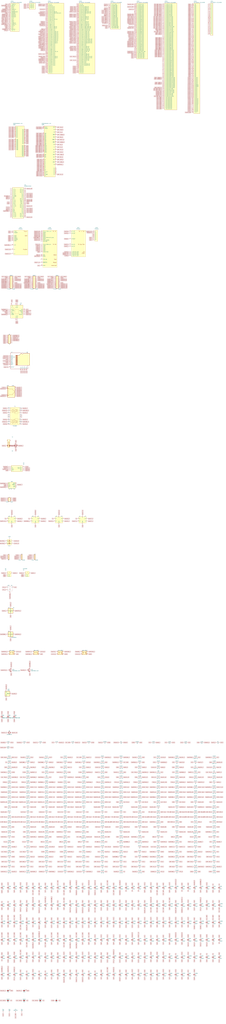
<source format=kicad_sch>
(kicad_sch (version 20201015) (generator eeschema)
  (paper "User" 462.2799999999999 2094.1900000000014)
  (lib_symbols
    (symbol "eec:MT41K128M16JT-125_AITK" (pin_names (offset 1.016))
      (property "Reference" "U" (at 0 5.08 0))
      (property "Value" "MT41K128M16JT-125_AITK" (at 0 7.62 0))
      (symbol "MT41K128M16JT-125_AITK_1_1"
        (pin power_in line (at 2.54 0 0) (length 2.54) (name "VDD") (number "G7"))
        (pin power_in line (at 2.54 -2.54 0) (length 2.54) (name "VDD") (number "R9"))
        (pin power_in line (at 2.54 -5.08 0) (length 2.54) (name "VDD") (number "B2"))
        (pin power_in line (at 2.54 -7.62 0) (length 2.54) (name "VDD") (number "R1"))
        (pin power_in line (at 2.54 -10.16 0) (length 2.54) (name "VDD") (number "N9"))
        (pin power_in line (at 2.54 -12.7 0) (length 2.54) (name "VDD") (number "N1"))
        (pin power_in line (at 2.54 -15.24 0) (length 2.54) (name "VDD") (number "D9"))
        (pin power_in line (at 2.54 -17.78 0) (length 2.54) (name "VDD") (number "K8"))
        (pin power_in line (at 2.54 -20.32 0) (length 2.54) (name "VDD") (number "K2"))
        (pin power_in line (at 2.54 -25.4 0) (length 2.54) (name "VDDQ") (number "A8"))
        (pin power_in line (at 2.54 -27.94 0) (length 2.54) (name "VDDQ") (number "H2"))
        (pin power_in line (at 2.54 -30.48 0) (length 2.54) (name "VDDQ") (number "H9"))
        (pin power_in line (at 2.54 -33.02 0) (length 2.54) (name "VDDQ") (number "F1"))
        (pin power_in line (at 2.54 -35.56 0) (length 2.54) (name "VDDQ") (number "E9"))
        (pin power_in line (at 2.54 -38.1 0) (length 2.54) (name "VDDQ") (number "D2"))
        (pin power_in line (at 2.54 -40.64 0) (length 2.54) (name "VDDQ") (number "C9"))
        (pin power_in line (at 2.54 -43.18 0) (length 2.54) (name "VDDQ") (number "C1"))
        (pin power_in line (at 2.54 -45.72 0) (length 2.54) (name "VDDQ") (number "A1"))
        (pin power_in line (at 25.4 -5.08 180) (length 2.54) (name "VSS") (number "A9"))
        (pin power_in line (at 25.4 -7.62 180) (length 2.54) (name "VSS") (number "T9"))
        (pin power_in line (at 25.4 -10.16 180) (length 2.54) (name "VSS") (number "B3"))
        (pin power_in line (at 25.4 -12.7 180) (length 2.54) (name "VSS") (number "T1"))
        (pin power_in line (at 25.4 -15.24 180) (length 2.54) (name "VSS") (number "P9"))
        (pin power_in line (at 25.4 -17.78 180) (length 2.54) (name "VSS") (number "P1"))
        (pin power_in line (at 25.4 -20.32 180) (length 2.54) (name "VSS") (number "E1"))
        (pin power_in line (at 25.4 -22.86 180) (length 2.54) (name "VSS") (number "M9"))
        (pin power_in line (at 25.4 -25.4 180) (length 2.54) (name "VSS") (number "M1"))
        (pin power_in line (at 25.4 -27.94 180) (length 2.54) (name "VSS") (number "J8"))
        (pin power_in line (at 25.4 -30.48 180) (length 2.54) (name "VSS") (number "J2"))
        (pin power_in line (at 25.4 -33.02 180) (length 2.54) (name "VSS") (number "G8"))
        (pin power_in line (at 25.4 -38.1 180) (length 2.54) (name "VSSQ") (number "G9"))
        (pin power_in line (at 25.4 -40.64 180) (length 2.54) (name "VSSQ") (number "B1"))
        (pin power_in line (at 25.4 -43.18 180) (length 2.54) (name "VSSQ") (number "F9"))
        (pin power_in line (at 25.4 -45.72 180) (length 2.54) (name "VSSQ") (number "E8"))
        (pin power_in line (at 25.4 -48.26 180) (length 2.54) (name "VSSQ") (number "E2"))
        (pin power_in line (at 25.4 -50.8 180) (length 2.54) (name "VSSQ") (number "D8"))
        (pin power_in line (at 25.4 -53.34 180) (length 2.54) (name "VSSQ") (number "D1"))
        (pin power_in line (at 25.4 -55.88 180) (length 2.54) (name "VSSQ") (number "B9"))
        (pin power_in line (at 25.4 -58.42 180) (length 2.54) (name "VSSQ") (number "G1"))
      )
      (symbol "MT41K128M16JT-125_AITK_2_1"
        (pin bidirectional line (at 2.54 -12.7 0) (length 2.54) (name "DQ0") (number "E3"))
        (pin bidirectional line (at 2.54 -15.24 0) (length 2.54) (name "DQ1") (number "F7"))
        (pin bidirectional line (at 2.54 -17.78 0) (length 2.54) (name "DQ2") (number "F2"))
        (pin bidirectional line (at 2.54 -20.32 0) (length 2.54) (name "DQ3") (number "F8"))
        (pin bidirectional line (at 2.54 -22.86 0) (length 2.54) (name "DQ4") (number "H3"))
        (pin bidirectional line (at 2.54 -25.4 0) (length 2.54) (name "DQ5") (number "H8"))
        (pin bidirectional line (at 2.54 -27.94 0) (length 2.54) (name "DQ6") (number "G2"))
        (pin bidirectional line (at 2.54 -30.48 0) (length 2.54) (name "DQ7") (number "H7"))
        (pin bidirectional line (at 2.54 -33.02 0) (length 2.54) (name "DQ8") (number "D7"))
        (pin bidirectional line (at 2.54 -35.56 0) (length 2.54) (name "DQ9") (number "C3"))
        (pin bidirectional line (at 2.54 -38.1 0) (length 2.54) (name "DQ10") (number "C8"))
        (pin bidirectional line (at 2.54 -40.64 0) (length 2.54) (name "DQ11") (number "C2"))
        (pin bidirectional line (at 2.54 -43.18 0) (length 2.54) (name "DQ12") (number "A7"))
        (pin bidirectional line (at 2.54 -45.72 0) (length 2.54) (name "DQ13") (number "A2"))
        (pin bidirectional line (at 2.54 -48.26 0) (length 2.54) (name "DQ14") (number "B8"))
        (pin bidirectional line (at 2.54 -50.8 0) (length 2.54) (name "DQ15") (number "A3"))
        (pin bidirectional line (at 2.54 -55.88 0) (length 2.54) (name "BA0") (number "M2"))
        (pin bidirectional line (at 2.54 -58.42 0) (length 2.54) (name "BA1") (number "N8"))
        (pin bidirectional line (at 2.54 -60.96 0) (length 2.54) (name "BA2") (number "M3"))
        (pin input line (at 30.48 0 180) (length 2.54) (name "~CAS~") (number "K3"))
        (pin input line (at 30.48 -5.08 180) (length 2.54) (name "~CK~") (number "K7"))
        (pin input line (at 30.48 -10.16 180) (length 2.54) (name "~CS~") (number "L2"))
        (pin bidirectional line (at 30.48 -15.24 180) (length 2.54) (name "~LDQS~") (number "G3"))
        (pin input line (at 30.48 -20.32 180) (length 2.54) (name "~RAS~") (number "J3"))
        (pin input line (at 30.48 -25.4 180) (length 2.54) (name "~RESET~") (number "T2"))
        (pin bidirectional line (at 30.48 -30.48 180) (length 2.54) (name "~UDQS~") (number "B7"))
        (pin input line (at 30.48 -35.56 180) (length 2.54) (name "~WE~") (number "L3"))
        (pin input line (at 2.54 -66.04 0) (length 2.54) (name "A0") (number "N3"))
        (pin input line (at 2.54 -68.58 0) (length 2.54) (name "A1") (number "P7"))
        (pin input line (at 2.54 -71.12 0) (length 2.54) (name "A2") (number "P3"))
        (pin input line (at 2.54 -73.66 0) (length 2.54) (name "A3") (number "N2"))
        (pin input line (at 2.54 -76.2 0) (length 2.54) (name "A4") (number "P8"))
        (pin input line (at 2.54 -78.74 0) (length 2.54) (name "A5") (number "P2"))
        (pin input line (at 2.54 -81.28 0) (length 2.54) (name "A6") (number "R8"))
        (pin input line (at 2.54 -83.82 0) (length 2.54) (name "A7") (number "R2"))
        (pin input line (at 2.54 -86.36 0) (length 2.54) (name "A8") (number "T8"))
        (pin input line (at 2.54 -88.9 0) (length 2.54) (name "A9") (number "R3"))
        (pin input line (at 2.54 -91.44 0) (length 2.54) (name "A10/AP") (number "L7"))
        (pin input line (at 2.54 -93.98 0) (length 2.54) (name "A11") (number "R7"))
        (pin input line (at 2.54 -96.52 0) (length 2.54) (name "A12/~BC~") (number "N7"))
        (pin input line (at 2.54 -99.06 0) (length 2.54) (name "A13") (number "T3"))
        (pin input line (at 30.48 -40.64 180) (length 2.54) (name "CK") (number "J7"))
        (pin input line (at 30.48 -45.72 180) (length 2.54) (name "CKE") (number "K9"))
        (pin input line (at 30.48 -50.8 180) (length 2.54) (name "LDM") (number "E7"))
        (pin bidirectional line (at 30.48 -55.88 180) (length 2.54) (name "LDQS") (number "F3"))
        (pin input line (at 30.48 -60.96 180) (length 2.54) (name "ODT") (number "K1"))
        (pin input line (at 30.48 -66.04 180) (length 2.54) (name "UDM") (number "D3"))
        (pin bidirectional line (at 30.48 -71.12 180) (length 2.54) (name "UDQS") (number "C7"))
        (pin power_in line (at 2.54 0 0) (length 2.54) (name "VREFCA") (number "M8"))
        (pin power_in line (at 2.54 -2.54 0) (length 2.54) (name "VREFDQ") (number "H1"))
        (pin passive line (at 30.48 -76.2 180) (length 2.54) (name "ZQ") (number "L8"))
        (pin passive line (at 30.48 -83.82 180) (length 2.54) (name "NC") (number "J1"))
        (pin passive line (at 30.48 -86.36 180) (length 2.54) (name "NC") (number "J9"))
        (pin passive line (at 30.48 -88.9 180) (length 2.54) (name "NC") (number "L1"))
        (pin passive line (at 30.48 -91.44 180) (length 2.54) (name "NC") (number "L9"))
        (pin passive line (at 30.48 -93.98 180) (length 2.54) (name "NC") (number "M7"))
        (pin passive line (at 30.48 -96.52 180) (length 2.54) (name "NC") (number "T7"))
      )
    )
    (symbol "Connector:TestPoint" (pin_numbers hide) (pin_names (offset 0.762) hide)
      (property "Reference" "TP" (at 0 6.858 0))
      (property "Value" "TestPoint" (at 0 5.08 0))
      (symbol "TestPoint_1_1"
        (pin passive line (at 0 0 90) (length 2.54) (name "1") (number "1"))
      )
    )
    (symbol "Connector_Generic:Conn_02x03_Odd_Even" (pin_names (offset 1.016) hide)
      (property "Reference" "J" (at 1.27 5.08 0))
      (property "Value" "Conn_02x03_Odd_Even" (at 1.27 -5.08 0))
      (symbol "Conn_02x03_Odd_Even_1_1"
        (pin passive line (at -5.08 2.54 0) (length 3.81) (name "Pin_1") (number "1"))
        (pin passive line (at 7.62 2.54 180) (length 3.81) (name "Pin_2") (number "2"))
        (pin passive line (at -5.08 0 0) (length 3.81) (name "Pin_3") (number "3"))
        (pin passive line (at 7.62 0 180) (length 3.81) (name "Pin_4") (number "4"))
        (pin passive line (at -5.08 -2.54 0) (length 3.81) (name "Pin_5") (number "5"))
        (pin passive line (at 7.62 -2.54 180) (length 3.81) (name "Pin_6") (number "6"))
      )
    )
    (symbol "Connector_Generic:Conn_02x10_Odd_Even" (pin_names (offset 1.016) hide)
      (property "Reference" "J" (at 1.27 12.7 0))
      (property "Value" "Conn_02x10_Odd_Even" (at 1.27 -15.24 0))
      (symbol "Conn_02x10_Odd_Even_1_1"
        (pin passive line (at -5.08 10.16 0) (length 3.81) (name "Pin_1") (number "1"))
        (pin passive line (at 7.62 0 180) (length 3.81) (name "Pin_10") (number "10"))
        (pin passive line (at -5.08 -2.54 0) (length 3.81) (name "Pin_11") (number "11"))
        (pin passive line (at 7.62 -2.54 180) (length 3.81) (name "Pin_12") (number "12"))
        (pin passive line (at -5.08 -5.08 0) (length 3.81) (name "Pin_13") (number "13"))
        (pin passive line (at 7.62 -5.08 180) (length 3.81) (name "Pin_14") (number "14"))
        (pin passive line (at -5.08 -7.62 0) (length 3.81) (name "Pin_15") (number "15"))
        (pin passive line (at 7.62 -7.62 180) (length 3.81) (name "Pin_16") (number "16"))
        (pin passive line (at -5.08 -10.16 0) (length 3.81) (name "Pin_17") (number "17"))
        (pin passive line (at 7.62 -10.16 180) (length 3.81) (name "Pin_18") (number "18"))
        (pin passive line (at -5.08 -12.7 0) (length 3.81) (name "Pin_19") (number "19"))
        (pin passive line (at 7.62 10.16 180) (length 3.81) (name "Pin_2") (number "2"))
        (pin passive line (at 7.62 -12.7 180) (length 3.81) (name "Pin_20") (number "20"))
        (pin passive line (at -5.08 7.62 0) (length 3.81) (name "Pin_3") (number "3"))
        (pin passive line (at 7.62 7.62 180) (length 3.81) (name "Pin_4") (number "4"))
        (pin passive line (at -5.08 5.08 0) (length 3.81) (name "Pin_5") (number "5"))
        (pin passive line (at 7.62 5.08 180) (length 3.81) (name "Pin_6") (number "6"))
        (pin passive line (at -5.08 2.54 0) (length 3.81) (name "Pin_7") (number "7"))
        (pin passive line (at 7.62 2.54 180) (length 3.81) (name "Pin_8") (number "8"))
        (pin passive line (at -5.08 0 0) (length 3.81) (name "Pin_9") (number "9"))
      )
    )
    (symbol "Connector_Generic:Conn_02x07_Odd_Even" (pin_names (offset 1.016) hide)
      (property "Reference" "J" (at 1.27 10.16 0))
      (property "Value" "Conn_02x07_Odd_Even" (at 1.27 -10.16 0))
      (symbol "Conn_02x07_Odd_Even_1_1"
        (pin passive line (at -5.08 7.62 0) (length 3.81) (name "Pin_1") (number "1"))
        (pin passive line (at 7.62 -2.54 180) (length 3.81) (name "Pin_10") (number "10"))
        (pin passive line (at -5.08 -5.08 0) (length 3.81) (name "Pin_11") (number "11"))
        (pin passive line (at 7.62 -5.08 180) (length 3.81) (name "Pin_12") (number "12"))
        (pin passive line (at -5.08 -7.62 0) (length 3.81) (name "Pin_13") (number "13"))
        (pin passive line (at 7.62 -7.62 180) (length 3.81) (name "Pin_14") (number "14"))
        (pin passive line (at 7.62 7.62 180) (length 3.81) (name "Pin_2") (number "2"))
        (pin passive line (at -5.08 5.08 0) (length 3.81) (name "Pin_3") (number "3"))
        (pin passive line (at 7.62 5.08 180) (length 3.81) (name "Pin_4") (number "4"))
        (pin passive line (at -5.08 2.54 0) (length 3.81) (name "Pin_5") (number "5"))
        (pin passive line (at 7.62 2.54 180) (length 3.81) (name "Pin_6") (number "6"))
        (pin passive line (at -5.08 0 0) (length 3.81) (name "Pin_7") (number "7"))
        (pin passive line (at 7.62 0 180) (length 3.81) (name "Pin_8") (number "8"))
        (pin passive line (at -5.08 -2.54 0) (length 3.81) (name "Pin_9") (number "9"))
      )
    )
    (symbol "Connector:RJ45_LED" (pin_names (offset 1.016))
      (property "Reference" "J" (at -5.08 13.97 0))
      (property "Value" "RJ45_LED" (at 1.27 13.97 0))
      (symbol "RJ45_LED_1_1"
        (pin passive line (at 10.16 -7.62 180) (length 2.54) (name "~") (number "1"))
        (pin passive line (at -10.16 7.62 0) (length 2.54) (name "~") (number "10"))
        (pin passive line (at -10.16 -5.08 0) (length 2.54) (name "~") (number "11"))
        (pin passive line (at -10.16 -7.62 0) (length 2.54) (name "~") (number "12"))
        (pin passive line (at 10.16 -5.08 180) (length 2.54) (name "~") (number "2"))
        (pin passive line (at 10.16 -2.54 180) (length 2.54) (name "~") (number "3"))
        (pin passive line (at 10.16 0 180) (length 2.54) (name "~") (number "4"))
        (pin passive line (at 10.16 2.54 180) (length 2.54) (name "~") (number "5"))
        (pin passive line (at 10.16 5.08 180) (length 2.54) (name "~") (number "6"))
        (pin passive line (at 10.16 7.62 180) (length 2.54) (name "~") (number "7"))
        (pin passive line (at 10.16 10.16 180) (length 2.54) (name "~") (number "8"))
        (pin passive line (at -10.16 10.16 0) (length 2.54) (name "~") (number "9"))
      )
    )
    (symbol "led:LED_dual"
      (property "Reference" "LED" (at 0 11.43 0))
      (property "Value" "LED_dual" (at 0 -7.62 0))
      (symbol "LED_dual_0_0"
        (text "G" (at 0 4.445 0) (effects (font (size 1.27 1.27))))
        (text "R" (at 0 -0.635 0) (effects (font (size 1.27 1.27))))
      )
      (symbol "LED_dual_1_1"
        (pin input line (at -7.62 2.54 0) (length 3.048) (name "A1") (number "1"))
        (pin input line (at -7.62 -2.54 0) (length 3.048) (name "A2") (number "2"))
        (pin input line (at 8.255 2.54 180) (length 3.81) (name "K1") (number "4"))
        (pin input line (at 8.255 -2.54 180) (length 3.81) (name "K2") (number "3"))
      )
    )
    (symbol "Connector_Generic:Conn_01x04" (pin_names (offset 1.016) hide)
      (property "Reference" "J" (at 0 5.08 0))
      (property "Value" "Conn_01x04" (at 0 -7.62 0))
      (symbol "Conn_01x04_1_1"
        (pin passive line (at -5.08 2.54 0) (length 3.81) (name "Pin_1") (number "1"))
        (pin passive line (at -5.08 0 0) (length 3.81) (name "Pin_2") (number "2"))
        (pin passive line (at -5.08 -2.54 0) (length 3.81) (name "Pin_3") (number "3"))
        (pin passive line (at -5.08 -5.08 0) (length 3.81) (name "Pin_4") (number "4"))
      )
    )
    (symbol "eec:FSMRACD" (pin_names (offset 1.016))
      (property "Reference" "SW" (at 0 7.62 0))
      (property "Value" "FSMRACD" (at 0 10.16 0))
      (symbol "FSMRACD_1_1"
        (pin passive line (at 2.54 1.27 0) (length 2.54) (name "3") (number "3"))
        (pin passive line (at 15.24 1.27 180) (length 2.54) (name "4") (number "4"))
        (pin passive line (at 2.54 -5.08 0) (length 2.54) (name "MNT_1") (number "1"))
        (pin passive line (at 2.54 -2.54 0) (length 2.54) (name "MNT_2") (number "2"))
      )
    )
    (symbol "Device:CP" (pin_numbers hide) (pin_names (offset 0.254))
      (property "Reference" "C" (at 0.635 2.54 0))
      (property "Value" "CP" (at 0.635 -2.54 0))
      (symbol "CP_1_1"
        (pin passive line (at 0 3.81 270) (length 2.794) (name "~") (number "1"))
        (pin passive line (at 0 -3.81 90) (length 2.794) (name "~") (number "2"))
      )
    )
    (symbol "Device:Crystal" (pin_numbers hide) (pin_names (offset 1.016) hide)
      (property "Reference" "Y" (at 0 3.81 0))
      (property "Value" "Crystal" (at 0 -3.81 0))
      (symbol "Crystal_1_1"
        (pin passive line (at -3.81 0 0) (length 1.27) (name "1") (number "1"))
        (pin passive line (at 3.81 0 180) (length 1.27) (name "2") (number "2"))
      )
    )
    (symbol "osc:RTC_XTAL" (pin_names (offset 0.002) hide)
      (property "Reference" "Y" (at 0 24.13 0))
      (property "Value" "RTC_XTAL" (at 0 -4.445 0))
      (symbol "RTC_XTAL_0_0"
        (text "4pin" (at -7.62 13.97 0) (effects (font (size 1.27 1.27))))
        (text "SMD" (at -7.62 11.43 0) (effects (font (size 1.27 1.27))))
      )
      (symbol "RTC_XTAL_1_1"
        (pin passive line (at -11.43 6.35 0) (length 1.27) (name "2") (number "2"))
        (pin passive line (at -3.81 6.35 180) (length 1.27) (name "1") (number "1"))
        (pin passive line (at -3.81 16.51 180) (length 1.27) (name "4") (number "4"))
        (pin passive line (at -11.43 16.51 0) (length 1.27) (name "3") (number "3"))
        (pin passive line (at 3.175 6.35 0) (length 1.27) (name "7") (number "7"))
        (pin passive line (at 6.985 11.43 270) (length 1.27) (name "5") (number "5"))
        (pin passive line (at 6.985 1.27 90) (length 1.27) (name "6") (number "6"))
        (pin passive line (at 10.795 6.35 180) (length 1.27) (name "8") (number "8"))
      )
    )
    (symbol "unknown:U23"
      (property "Reference" "U" (at -5.08 6.35 0))
      (property "Value" "U23" (at 5.08 6.35 0))
      (symbol "U23_0_0"
        (text "?" (at 0 2.54 0) (effects (font (size 2.54 2.54))))
        (text "*magic*" (at 0 -1.27 0) (effects (font (size 0.508 0.508))))
      )
      (symbol "U23_1_1"
        (pin output line (at -7.62 2.54 0) (length 2.54) (name "2") (number "2"))
        (pin output line (at -7.62 -2.54 0) (length 2.54) (name "4") (number "4"))
        (pin power_in line (at 0 -7.62 90) (length 2.54) (name "1") (number "1"))
        (pin power_in line (at 7.62 2.54 180) (length 2.54) (name "3") (number "3"))
      )
    )
    (symbol "osc:TXC-EBAZ"
      (property "Reference" "X" (at -3.81 6.35 0))
      (property "Value" "TXC-EBAZ" (at 6.35 6.35 0))
      (symbol "TXC-EBAZ_1_1"
        (pin input line (at -7.62 0 0) (length 2.54) (name "EN") (number "1"))
        (pin power_in line (at 0 -7.62 90) (length 2.54) (name "GND") (number "4"))
        (pin output line (at 7.62 0 180) (length 2.54) (name "OUT") (number "3"))
        (pin power_in line (at 0 7.62 270) (length 2.54) (name "Vdd") (number "2"))
      )
    )
    (symbol "Oscillator:TXC-7C" (pin_names (offset 0.254))
      (property "Reference" "X" (at -5.08 6.35 0))
      (property "Value" "TXC-7C" (at 1.27 -6.35 0))
      (symbol "TXC-7C_1_1"
        (pin input line (at -7.62 0 0) (length 2.54) (name "EN") (number "1"))
        (pin power_in line (at 0 -7.62 90) (length 2.54) (name "GND") (number "2"))
        (pin output line (at 7.62 0 180) (length 2.54) (name "OUT") (number "3"))
        (pin power_in line (at 0 7.62 270) (length 2.54) (name "Vdd") (number "4"))
      )
    )
    (symbol "Device:L" (pin_numbers hide) (pin_names (offset 1.016) hide)
      (property "Reference" "L" (at -1.27 0 90))
      (property "Value" "L" (at 1.905 0 90))
      (symbol "L_1_1"
        (pin passive line (at 0 3.81 270) (length 1.27) (name "1") (number "1"))
        (pin passive line (at 0 -3.81 90) (length 1.27) (name "2") (number "2"))
      )
    )
    (symbol "Device:R_US" (pin_numbers hide) (pin_names (offset 0))
      (property "Reference" "R" (at 2.54 0 90))
      (property "Value" "R_US" (at -2.54 0 90))
      (symbol "R_US_1_1"
        (pin passive line (at 0 3.81 270) (length 1.27) (name "~") (number "1"))
        (pin passive line (at 0 -3.81 90) (length 1.27) (name "~") (number "2"))
      )
    )
    (symbol "Isolator:SFH617A-1" (pin_names (offset 1.016))
      (property "Reference" "U" (at -5.08 5.08 0))
      (property "Value" "SFH617A-1" (at 0 5.08 0))
      (symbol "SFH617A-1_1_1"
        (pin passive line (at -7.62 2.54 0) (length 2.54) (name "~") (number "1"))
        (pin passive line (at -7.62 -2.54 0) (length 2.54) (name "~") (number "2"))
        (pin passive line (at 7.62 -2.54 180) (length 2.54) (name "~") (number "3"))
        (pin passive line (at 7.62 2.54 180) (length 2.54) (name "~") (number "4"))
      )
    )
    (symbol "sd_card:Micro_SD_Card_mount"
      (property "Reference" "U" (at -19.05 15.24 0))
      (property "Value" "Micro_SD_Card_mount" (at 15.24 15.24 0))
      (symbol "Micro_SD_Card_mount_1_1"
        (pin bidirectional line (at -24.13 7.62 0) (length 3.81) (name "DAT2") (number "1"))
        (pin bidirectional line (at -24.13 5.08 0) (length 3.81) (name "DAT3/CD") (number "2"))
        (pin input line (at -24.13 2.54 0) (length 3.81) (name "CMD") (number "3"))
        (pin power_in line (at -24.13 0 0) (length 3.81) (name "VDD") (number "4"))
        (pin input line (at -24.13 -2.54 0) (length 3.81) (name "CLK") (number "5"))
        (pin power_in line (at -24.13 -5.08 0) (length 3.81) (name "VSS") (number "6"))
        (pin bidirectional line (at -24.13 -7.62 0) (length 3.81) (name "DAT0") (number "7"))
        (pin bidirectional line (at -24.13 -10.16 0) (length 3.81) (name "DAT1") (number "8"))
        (pin unspecified line (at 1.27 -21.59 90) (length 2.54) (name "MNT1") (number "10"))
        (pin unspecified line (at 5.08 -21.59 90) (length 2.54) (name "MNT2") (number "11"))
        (pin unspecified line (at 8.89 -21.59 90) (length 2.54) (name "MNT3") (number "12"))
        (pin unspecified line (at 12.7 -21.59 90) (length 2.54) (name "MNT4") (number "13"))
        (pin bidirectional line (at -24.13 -15.24 0) (length 3.81) (name "DETECT") (number "9"))
      )
    )
    (symbol "trafo:HST-0041SAR" (pin_names (offset 0))
      (property "Reference" "T" (at 0 19.685 0))
      (property "Value" "HST-0041SAR" (at 0 -20.32 0))
      (symbol "HST-0041SAR_1_1"
        (pin passive line (at -14.605 15.748 0) (length 5.08) (name "TD+") (number "1"))
        (pin passive line (at -14.605 11.176 0) (length 5.08) (name "TCT") (number "2"))
        (pin passive line (at -14.605 6.604 0) (length 5.08) (name "TD-") (number "3"))
        (pin passive line (at -14.605 -7.239 0) (length 5.08) (name "RD+") (number "6"))
        (pin passive line (at -14.605 -11.811 0) (length 5.08) (name "RCT") (number "7"))
        (pin passive line (at -14.605 -16.383 0) (length 5.08) (name "RD-") (number "8"))
        (pin passive line (at 14.605 15.748 180) (length 5.08) (name "TX+") (number "16"))
        (pin passive line (at 14.605 11.176 180) (length 5.08) (name "TXCT") (number "15"))
        (pin passive line (at 14.605 6.604 180) (length 5.08) (name "TX-") (number "14"))
        (pin passive line (at 14.605 -7.239 180) (length 5.08) (name "RX+") (number "11"))
        (pin passive line (at 14.605 -11.811 180) (length 5.08) (name "RXCT") (number "10"))
        (pin passive line (at 14.605 -16.383 180) (length 5.08) (name "RX-") (number "9"))
        (pin unconnected line (at -14.605 1.905 0) (length 5.08) (name "NC") (number "4"))
        (pin unconnected line (at -14.605 -1.905 0) (length 5.08) (name "NC") (number "5"))
        (pin unconnected line (at 14.605 1.905 180) (length 5.08) (name "NC") (number "13"))
        (pin unconnected line (at 14.605 -1.905 180) (length 5.08) (name "NC") (number "12"))
      )
    )
    (symbol "W29N01HVSINA:W29N01HVSINA" (pin_names (offset 0.762))
      (property "Reference" "IC" (at 29.21 7.62 0))
      (property "Value" "W29N01HVSINA" (at 29.21 5.08 0))
      (symbol "W29N01HVSINA_0_0"
        (pin passive line (at 0 0 0) (length 5.08) (name "N.C_1") (number "1"))
        (pin passive line (at 0 -2.54 0) (length 5.08) (name "N.C_2") (number "2"))
        (pin passive line (at 0 -5.08 0) (length 5.08) (name "N.C_3") (number "3"))
        (pin passive line (at 0 -7.62 0) (length 5.08) (name "N.C_4") (number "4"))
        (pin passive line (at 0 -10.16 0) (length 5.08) (name "N.C_5") (number "5"))
        (pin passive line (at 0 -12.7 0) (length 5.08) (name "N.C_6") (number "6"))
        (pin passive line (at 0 -15.24 0) (length 5.08) (name "RY/#BY") (number "7"))
        (pin passive line (at 0 -17.78 0) (length 5.08) (name "#RE") (number "8"))
        (pin passive line (at 0 -20.32 0) (length 5.08) (name "#CE") (number "9"))
        (pin passive line (at 0 -22.86 0) (length 5.08) (name "N.C_7") (number "10"))
        (pin passive line (at 0 -25.4 0) (length 5.08) (name "N.C_8") (number "11"))
        (pin passive line (at 0 -27.94 0) (length 5.08) (name "VCC_1") (number "12"))
        (pin passive line (at 0 -30.48 0) (length 5.08) (name "VSS_1") (number "13"))
        (pin passive line (at 0 -33.02 0) (length 5.08) (name "N.C_9") (number "14"))
        (pin passive line (at 0 -35.56 0) (length 5.08) (name "N.C_10") (number "15"))
        (pin passive line (at 0 -38.1 0) (length 5.08) (name "CLE") (number "16"))
        (pin passive line (at 0 -40.64 0) (length 5.08) (name "ALE") (number "17"))
        (pin passive line (at 0 -43.18 0) (length 5.08) (name "#WE") (number "18"))
        (pin passive line (at 0 -45.72 0) (length 5.08) (name "#WP") (number "19"))
        (pin passive line (at 0 -48.26 0) (length 5.08) (name "DNU_1") (number "20"))
        (pin passive line (at 0 -50.8 0) (length 5.08) (name "N.C_11") (number "21"))
        (pin passive line (at 0 -53.34 0) (length 5.08) (name "N.C_12") (number "22"))
        (pin passive line (at 0 -55.88 0) (length 5.08) (name "N.C_13") (number "23"))
        (pin passive line (at 0 -58.42 0) (length 5.08) (name "N.C_14") (number "24"))
        (pin passive line (at 33.02 0 180) (length 5.08) (name "N.C_27") (number "48"))
        (pin passive line (at 33.02 -2.54 180) (length 5.08) (name "N.C_26") (number "47"))
        (pin passive line (at 33.02 -5.08 180) (length 5.08) (name "N.C_25") (number "46"))
        (pin passive line (at 33.02 -7.62 180) (length 5.08) (name "N.C_24") (number "45"))
        (pin passive line (at 33.02 -10.16 180) (length 5.08) (name "IO7") (number "44"))
        (pin passive line (at 33.02 -12.7 180) (length 5.08) (name "IO6") (number "43"))
        (pin passive line (at 33.02 -15.24 180) (length 5.08) (name "IO5") (number "42"))
        (pin passive line (at 33.02 -17.78 180) (length 5.08) (name "IO4") (number "41"))
        (pin passive line (at 33.02 -20.32 180) (length 5.08) (name "N.C_23") (number "40"))
        (pin passive line (at 33.02 -22.86 180) (length 5.08) (name "N.C_22") (number "39"))
        (pin passive line (at 33.02 -25.4 180) (length 5.08) (name "DNU_2") (number "38"))
        (pin passive line (at 33.02 -27.94 180) (length 5.08) (name "VCC_2") (number "37"))
        (pin passive line (at 33.02 -30.48 180) (length 5.08) (name "VSS_2") (number "36"))
        (pin passive line (at 33.02 -33.02 180) (length 5.08) (name "N.C_21") (number "35"))
        (pin passive line (at 33.02 -35.56 180) (length 5.08) (name "N.C_20") (number "34"))
        (pin passive line (at 33.02 -38.1 180) (length 5.08) (name "N.C_19") (number "33"))
        (pin passive line (at 33.02 -40.64 180) (length 5.08) (name "IO3") (number "32"))
        (pin passive line (at 33.02 -43.18 180) (length 5.08) (name "IO2") (number "31"))
        (pin passive line (at 33.02 -45.72 180) (length 5.08) (name "IO1") (number "30"))
        (pin passive line (at 33.02 -48.26 180) (length 5.08) (name "IO0") (number "29"))
        (pin passive line (at 33.02 -50.8 180) (length 5.08) (name "N.C_18") (number "28"))
        (pin passive line (at 33.02 -53.34 180) (length 5.08) (name "N.C_17") (number "27"))
        (pin passive line (at 33.02 -55.88 180) (length 5.08) (name "N.C_16") (number "26"))
        (pin passive line (at 33.02 -58.42 180) (length 5.08) (name "N.C_15") (number "25"))
      )
    )
    (symbol "eth:IP101GA"
      (property "Reference" "U" (at 0 41.91 0))
      (property "Value" "IP101GA" (at 0 39.37 0))
      (symbol "IP101GA_1_1"
        (text "Power" (at 13.97 34.29 0) (effects (font (size 1.651 1.651)) (justify right)))
        (text "GND" (at 13.97 25.4 0) (effects (font (size 1.651 1.651)) (justify right)))
        (text "Crystal" (at 13.97 -2.54 0) (effects (font (size 1.651 1.651)) (justify right)))
        (pin passive line (at -19.05 25.4 0) (length 5.08) (name "DGND") (number "11"))
        (pin passive line (at -19.05 34.29 0) (length 5.08) (name "VDDIO") (number "14"))
        (pin passive line (at -19.05 22.86 0) (length 5.08) (name "DGND") (number "17"))
        (pin passive line (at -19.05 6.35 0) (length 5.08) (name "ISET") (number "28"))
        (pin passive line (at -19.05 20.32 0) (length 5.08) (name "AGND1V") (number "29"))
        (pin passive line (at -19.05 17.78 0) (length 5.08) (name "AGND33") (number "35"))
        (pin passive line (at -19.05 31.75 0) (length 5.08) (name "AVDD33") (number "36"))
        (pin passive line (at -19.05 15.24 0) (length 5.08) (name "DGND") (number "45"))
        (pin passive line (at -19.05 -2.54 0) (length 5.08) (name "X1") (number "46"))
        (pin passive line (at -19.05 -11.43 0) (length 5.08) (name "X2") (number "47"))
      )
      (symbol "IP101GA_2_1"
        (text "RX MII" (at 13.97 34.29 0) (effects (font (size 1.651 1.651)) (justify right)))
        (text "MDIO" (at 13.97 -13.97 0) (effects (font (size 1.651 1.651)) (justify right)))
        (text "Test" (at 13.97 -22.86 0) (effects (font (size 1.651 1.651)) (justify right)))
        (text "Reset" (at 13.97 -29.21 0) (effects (font (size 1.651 1.651)) (justify right)))
        (text "Interrupt" (at 13.97 -35.56 0) (effects (font (size 1.651 1.651)) (justify right)))
        (text "TX MII" (at 13.97 7.62 0) (effects (font (size 1.651 1.651)) (justify right)))
        (pin passive line (at -19.05 7.62 0) (length 5.08) (name "TXCLK/50M_CLKI") (number "7"))
        (pin passive line (at -19.05 34.29 0) (length 5.08) (name "RXCLK/50M_CLKO") (number "16"))
        (pin passive line (at -19.05 13.97 0) (length 5.08) (name "COL/RMII") (number "1"))
        (pin passive line (at -19.05 -5.08 0) (length 5.08) (name "TXEN") (number "2"))
        (pin passive line (at -19.05 -2.54 0) (length 5.08) (name "TXD3") (number "3"))
        (pin passive line (at -19.05 0 0) (length 5.08) (name "TXD2") (number "4"))
        (pin passive line (at -19.05 2.54 0) (length 5.08) (name "TXD1") (number "5"))
        (pin passive line (at -19.05 5.08 0) (length 5.08) (name "TXD0") (number "6"))
        (pin passive line (at -19.05 24.13 0) (length 5.08) (name "RXD3") (number "18"))
        (pin passive line (at -19.05 26.67 0) (length 5.08) (name "RXD2") (number "19"))
        (pin passive line (at -19.05 29.21 0) (length 5.08) (name "RXD1") (number "20"))
        (pin passive line (at -19.05 31.75 0) (length 5.08) (name "RXD0") (number "21"))
        (pin passive line (at -19.05 21.59 0) (length 5.08) (name "RXDV/CRS_DV/FX_HEN") (number "22"))
        (pin passive line (at -19.05 16.51 0) (length 5.08) (name "CRS/LEDMOD") (number "23"))
        (pin passive line (at -19.05 19.05 0) (length 5.08) (name "RXER") (number "24"))
        (pin passive line (at -19.05 -13.97 0) (length 5.08) (name "MDC") (number "25"))
        (pin passive line (at -19.05 -16.51 0) (length 5.08) (name "MDIO") (number "26"))
        (pin passive line (at -19.05 -22.86 0) (length 5.08) (name "TEST_ON") (number "27"))
        (pin passive line (at -19.05 -29.21 0) (length 5.08) (name "~RESET_N") (number "42"))
        (pin passive line (at -19.05 -7.62 0) (length 5.08) (name "TXER/FXSD") (number "43"))
        (pin passive line (at -19.05 -35.56 0) (length 5.08) (name "INTR") (number "48"))
      )
      (symbol "IP101GA_3_1"
        (text "RX In Pair" (at 13.97 34.29 0) (effects (font (size 1.651 1.651)) (justify right)))
        (text "TX Out Pair" (at 13.97 7.62 0) (effects (font (size 1.651 1.651)) (justify right)))
        (text "LED" (at 13.97 -7.62 0) (effects (font (size 1.651 1.651)) (justify right)))
        (text "/Addr" (at 13.97 -10.16 0) (effects (font (size 1.651 1.651)) (justify right)))
        (pin passive line (at -19.05 19.05 0) (length 5.08) (name "REGOUT") (number "8"))
        (pin passive line (at -19.05 -7.62 0) (length 5.08) (name "LED0/PHY_AD0") (number "9"))
        (pin passive line (at -19.05 -10.16 0) (length 5.08) (name "LED1/PHY_AD1") (number "10"))
        (pin passive line (at -19.05 -12.7 0) (length 5.08) (name "LED2/PHY_AD2") (number "12"))
        (pin passive line (at -19.05 -15.24 0) (length 5.08) (name "LED3/PHY_AD3") (number "13"))
        (pin passive line (at -19.05 34.29 0) (length 5.08) (name "MDI_RN") (number "30"))
        (pin passive line (at -19.05 30.48 0) (length 5.08) (name "MDI_RP") (number "31"))
        (pin passive line (at -19.05 7.62 0) (length 5.08) (name "MDI_TN") (number "33"))
        (pin passive line (at -19.05 3.81 0) (length 5.08) (name "MDI_TP") (number "34"))
      )
      (symbol "IP101GA_4_1"
        (pin unconnected line (at -8.89 34.29 0) (length 5.08) (name "NC") (number "15"))
        (pin unconnected line (at -8.89 31.75 0) (length 5.08) (name "NC") (number "32"))
        (pin unconnected line (at -8.89 29.21 0) (length 5.08) (name "NC") (number "37"))
        (pin unconnected line (at -8.89 26.67 0) (length 5.08) (name "NC") (number "38"))
        (pin unconnected line (at -8.89 24.13 0) (length 5.08) (name "NC") (number "39"))
        (pin unconnected line (at -8.89 21.59 0) (length 5.08) (name "NC") (number "40"))
        (pin unconnected line (at -8.89 19.05 0) (length 5.08) (name "NC") (number "41"))
        (pin unconnected line (at -8.89 16.51 0) (length 5.08) (name "NC") (number "44"))
      )
    )
    (symbol "TPS51200AQDRCRQ1:TPS51200AQDRCRQ1" (pin_names (offset 0.762))
      (property "Reference" "IC" (at 6.35 16.51 0))
      (property "Value" "TPS51200AQDRCRQ1" (at 6.35 13.97 0))
      (symbol "TPS51200AQDRCRQ1_0_0"
        (pin passive line (at -17.78 3.81 0) (length 5.08) (name "REFIN") (number "1"))
        (pin passive line (at -17.78 1.27 0) (length 5.08) (name "VLDOIN") (number "2"))
        (pin passive line (at -17.78 -1.27 0) (length 5.08) (name "VO") (number "3"))
        (pin passive line (at -17.78 -3.81 0) (length 5.08) (name "PGND") (number "4"))
        (pin passive line (at -17.78 -6.35 0) (length 5.08) (name "VOSNS") (number "5"))
        (pin passive line (at 17.78 -6.35 180) (length 5.08) (name "REFOUT") (number "6"))
        (pin passive line (at 17.78 -3.81 180) (length 5.08) (name "EN") (number "7"))
        (pin passive line (at 17.78 -1.27 180) (length 5.08) (name "GND") (number "8"))
        (pin passive line (at 17.78 1.27 180) (length 5.08) (name "PGOOD") (number "9"))
        (pin passive line (at 17.78 3.81 180) (length 5.08) (name "VIN") (number "10"))
        (pin passive line (at 1.27 17.78 270) (length 5.08) (name "EP_3") (number "11"))
        (pin passive line (at -1.27 -19.05 90) (length 5.08) (name "EP_1") (number "13"))
        (pin passive line (at 1.27 -19.05 90) (length 5.08) (name "EP_2") (number "14"))
        (pin passive line (at -1.27 17.78 270) (length 5.08) (name "EP_4") (number "12"))
        (pin passive line (at -10.16 17.78 270) (length 5.08) (name "EP_5") (number "15"))
      )
    )
    (symbol "DS1307Z+:DS1307Z+" (pin_names (offset 0.762))
      (property "Reference" "IC" (at 29.21 7.62 0))
      (property "Value" "DS1307Z+" (at 29.21 5.08 0))
      (symbol "DS1307Z+_0_0"
        (pin passive line (at 0 0 0) (length 5.08) (name "X1") (number "1"))
        (pin passive line (at 0 -2.54 0) (length 5.08) (name "X2") (number "2"))
        (pin passive line (at 0 -5.08 0) (length 5.08) (name "VBAT") (number "3"))
        (pin passive line (at 0 -7.62 0) (length 5.08) (name "GND") (number "4"))
        (pin passive line (at 33.02 0 180) (length 5.08) (name "VCC") (number "8"))
        (pin passive line (at 33.02 -2.54 180) (length 5.08) (name "SQW/OUT") (number "7"))
        (pin passive line (at 33.02 -5.08 180) (length 5.08) (name "SCL") (number "6"))
        (pin passive line (at 33.02 -7.62 180) (length 5.08) (name "SDA") (number "5"))
      )
    )
    (symbol "supervisor:SGM706"
      (property "Reference" "U" (at 0 8.89 0))
      (property "Value" "SGM706" (at 0 -6.35 0))
      (symbol "SGM706_1_1"
        (pin input line (at -10.16 5.08 0) (length 2.54) (name "~MR") (number "1"))
        (pin input line (at -10.16 2.54 0) (length 2.54) (name "VCC") (number "2"))
        (pin input line (at -10.16 0 0) (length 2.54) (name "GND") (number "3"))
        (pin input line (at -10.16 -2.54 0) (length 2.54) (name "PFI") (number "4"))
        (pin input line (at 10.16 5.08 180) (length 2.54) (name "~WDO") (number "8"))
        (pin input line (at 10.16 2.54 180) (length 2.54) (name "~RESET") (number "7"))
        (pin input line (at 10.16 0 180) (length 2.54) (name "WDI") (number "6"))
        (pin input line (at 10.16 -2.54 180) (length 2.54) (name "~PFO") (number "5"))
      )
    )
    (symbol "dcdc:J37I"
      (property "Reference" "U" (at -7.62 10.16 0))
      (property "Value" "J37I" (at 7.62 10.16 0))
      (symbol "J37I_1_1"
        (pin power_in line (at 0 -6.35 90) (length 2.54) (name "GND") (number "1"))
        (pin unspecified line (at 10.16 5.08 180) (length 2.54) (name "SW") (number "2"))
        (pin unspecified line (at 10.16 0 180) (length 2.54) (name "FB") (number "4"))
        (pin unspecified line (at 0 11.43 270) (length 2.54) (name "S") (number "6"))
        (pin power_in line (at -10.16 5.08 0) (length 2.54) (name "IN") (number "3"))
        (pin input line (at -10.16 0 0) (length 2.54) (name "EN") (number "5"))
      )
    )
    (symbol "Device:C" (pin_numbers hide) (pin_names (offset 0.254))
      (property "Reference" "C" (at 0.635 2.54 0))
      (property "Value" "C" (at 0.635 -2.54 0))
      (symbol "C_1_1"
        (pin passive line (at 0 3.81 270) (length 2.794) (name "~") (number "1"))
        (pin passive line (at 0 -3.81 90) (length 2.794) (name "~") (number "2"))
      )
    )
    (symbol "Device:LED_ALT" (pin_numbers hide) (pin_names (offset 1.016) hide)
      (property "Reference" "D" (at 0 2.54 0))
      (property "Value" "LED_ALT" (at 0 -2.54 0))
      (symbol "LED_ALT_1_1"
        (pin passive line (at -3.81 0 0) (length 2.54) (name "K") (number "1"))
        (pin passive line (at 3.81 0 180) (length 2.54) (name "A") (number "2"))
      )
    )
    (symbol "xilinx7:xc7z010clg400_1" (pin_names (offset 1.016))
      (property "Reference" "U" (at 5.08 6.35 0))
      (property "Value" "xc7z010clg400" (at 5.08 3.81 0))
      (symbol "xc7z010clg400_1_1_1"
        (pin input line (at 0 0 0) (length 5.08) (name "CFGBVS_0") (number "M6"))
        (pin output line (at 0 -2.54 0) (length 5.08) (name "DONE_0") (number "R11"))
        (pin passive line (at 0 -5.08 0) (length 5.08) (name "DXN_0") (number "M10"))
        (pin passive line (at 0 -7.62 0) (length 5.08) (name "DXP_0") (number "M9"))
        (pin power_in line (at 0 -10.16 0) (length 5.08) (name "GNDADC_0") (number "J10"))
        (pin input line (at 0 -12.7 0) (length 5.08) (name "INIT_B_0") (number "R10"))
        (pin input line (at 0 -15.24 0) (length 5.08) (name "PROGRAM_B_0") (number "L6"))
        (pin power_in line (at 0 -17.78 0) (length 5.08) (name "RSVDGND") (number "F10"))
        (pin power_in line (at 0 -20.32 0) (length 5.08) (name "RSVDVCC1") (number "T6"))
        (pin power_in line (at 0 -22.86 0) (length 5.08) (name "RSVDVCC2") (number "R6"))
        (pin power_in line (at 0 -25.4 0) (length 5.08) (name "RSVDVCC3") (number "N6"))
        (pin input line (at 0 -27.94 0) (length 5.08) (name "TCK_0") (number "F9"))
        (pin input line (at 0 -30.48 0) (length 5.08) (name "TDI_0") (number "G6"))
        (pin output line (at 0 -33.02 0) (length 5.08) (name "TDO_0") (number "F6"))
        (pin input line (at 0 -35.56 0) (length 5.08) (name "TMS_0") (number "J6"))
        (pin power_in line (at 0 -38.1 0) (length 5.08) (name "VCCADC_0") (number "J9"))
        (pin power_in line (at 0 -40.64 0) (length 5.08) (name "VCCBATT_0") (number "F11"))
        (pin power_in line (at 0 -43.18 0) (length 5.08) (name "VCCO_0") (number "K6"))
        (pin input line (at 0 -45.72 0) (length 5.08) (name "VN_0") (number "L10"))
        (pin input line (at 0 -48.26 0) (length 5.08) (name "VP_0") (number "K9"))
        (pin input line (at 0 -50.8 0) (length 5.08) (name "VREFN_0") (number "K10"))
        (pin input line (at 0 -53.34 0) (length 5.08) (name "VREFP_0") (number "L9"))
      )
      (symbol "xc7z010clg400_1_2_1"
        (pin power_in line (at 0 0 0) (length 5.08) (name "VCCO_13") (number "T8"))
        (pin power_in line (at 0 -2.54 0) (length 5.08) (name "VCCO_13") (number "U11"))
        (pin power_in line (at 0 -5.08 0) (length 5.08) (name "VCCO_13") (number "W7"))
        (pin power_in line (at 0 -7.62 0) (length 5.08) (name "VCCO_13") (number "Y10"))
      )
      (symbol "xc7z010clg400_1_3_1"
        (pin bidirectional line (at 0 0 0) (length 5.08) (name "IO_0_34") (number "R19"))
        (pin bidirectional line (at 0 -2.54 0) (length 5.08) (name "IO_25_34") (number "T19"))
        (pin bidirectional line (at 0 -5.08 0) (length 5.08) (name "IO_L1N_T0_34") (number "T10"))
        (pin bidirectional line (at 0 -7.62 0) (length 5.08) (name "IO_L1P_T0_34") (number "T11"))
        (pin bidirectional line (at 0 -10.16 0) (length 5.08) (name "IO_L2N_T0_34") (number "U12"))
        (pin bidirectional line (at 0 -12.7 0) (length 5.08) (name "IO_L2P_T0_34") (number "T12"))
        (pin bidirectional line (at 0 -15.24 0) (length 5.08) (name "IO_L3N_T0_DQS_34") (number "V13"))
        (pin bidirectional line (at 0 -17.78 0) (length 5.08) (name "IO_L3P_T0_DQS_PUDC_B_34") (number "U13"))
        (pin bidirectional line (at 0 -20.32 0) (length 5.08) (name "IO_L4N_T0_34") (number "W13"))
        (pin bidirectional line (at 0 -22.86 0) (length 5.08) (name "IO_L4P_T0_34") (number "V12"))
        (pin bidirectional line (at 0 -25.4 0) (length 5.08) (name "IO_L5N_T0_34") (number "T15"))
        (pin bidirectional line (at 0 -27.94 0) (length 5.08) (name "IO_L5P_T0_34") (number "T14"))
        (pin bidirectional line (at 0 -30.48 0) (length 5.08) (name "IO_L6N_T0_VREF_34") (number "R14"))
        (pin bidirectional line (at 0 -33.02 0) (length 5.08) (name "IO_L6P_T0_34") (number "P14"))
        (pin bidirectional line (at 0 -35.56 0) (length 5.08) (name "IO_L7N_T1_34") (number "Y17"))
        (pin bidirectional line (at 0 -38.1 0) (length 5.08) (name "IO_L7P_T1_34") (number "Y16"))
        (pin bidirectional line (at 0 -40.64 0) (length 5.08) (name "IO_L8N_T1_34") (number "Y14"))
        (pin bidirectional line (at 0 -43.18 0) (length 5.08) (name "IO_L8P_T1_34") (number "W14"))
        (pin bidirectional line (at 0 -45.72 0) (length 5.08) (name "IO_L9N_T1_DQS_34") (number "U17"))
        (pin bidirectional line (at 0 -48.26 0) (length 5.08) (name "IO_L9P_T1_DQS_34") (number "T16"))
        (pin bidirectional line (at 0 -50.8 0) (length 5.08) (name "IO_L10N_T1_34") (number "W15"))
        (pin bidirectional line (at 0 -53.34 0) (length 5.08) (name "IO_L10P_T1_34") (number "V15"))
        (pin bidirectional line (at 0 -55.88 0) (length 5.08) (name "IO_L11N_T1_SRCC_34") (number "U15"))
        (pin bidirectional line (at 0 -58.42 0) (length 5.08) (name "IO_L11P_T1_SRCC_34") (number "U14"))
        (pin bidirectional line (at 0 -60.96 0) (length 5.08) (name "IO_L12N_T1_MRCC_34") (number "U19"))
        (pin bidirectional line (at 0 -63.5 0) (length 5.08) (name "IO_L12P_T1_MRCC_34") (number "U18"))
        (pin bidirectional line (at 0 -66.04 0) (length 5.08) (name "IO_L13N_T2_MRCC_34") (number "P19"))
        (pin bidirectional line (at 0 -68.58 0) (length 5.08) (name "IO_L13P_T2_MRCC_34") (number "N18"))
        (pin bidirectional line (at 0 -71.12 0) (length 5.08) (name "IO_L14N_T2_SRCC_34") (number "P20"))
        (pin bidirectional line (at 0 -73.66 0) (length 5.08) (name "IO_L14P_T2_SRCC_34") (number "N20"))
        (pin bidirectional line (at 0 -76.2 0) (length 5.08) (name "IO_L15N_T2_DQS_34") (number "U20"))
        (pin bidirectional line (at 0 -78.74 0) (length 5.08) (name "IO_L15P_T2_DQS_34") (number "T20"))
        (pin bidirectional line (at 0 -81.28 0) (length 5.08) (name "IO_L16N_T2_34") (number "W20"))
        (pin bidirectional line (at 0 -83.82 0) (length 5.08) (name "IO_L16P_T2_34") (number "V20"))
        (pin bidirectional line (at 0 -86.36 0) (length 5.08) (name "IO_L17N_T2_34") (number "Y19"))
        (pin bidirectional line (at 0 -88.9 0) (length 5.08) (name "IO_L17P_T2_34") (number "Y18"))
        (pin bidirectional line (at 0 -91.44 0) (length 5.08) (name "IO_L18N_T2_34") (number "W16"))
        (pin bidirectional line (at 0 -93.98 0) (length 5.08) (name "IO_L18P_T2_34") (number "V16"))
        (pin bidirectional line (at 0 -96.52 0) (length 5.08) (name "IO_L19N_T3_VREF_34") (number "R17"))
        (pin bidirectional line (at 0 -99.06 0) (length 5.08) (name "IO_L19P_T3_34") (number "R16"))
        (pin bidirectional line (at 0 -101.6 0) (length 5.08) (name "IO_L20N_T3_34") (number "R18"))
        (pin bidirectional line (at 0 -104.14 0) (length 5.08) (name "IO_L20P_T3_34") (number "T17"))
        (pin bidirectional line (at 0 -106.68 0) (length 5.08) (name "IO_L21N_T3_DQS_34") (number "V18"))
        (pin bidirectional line (at 0 -109.22 0) (length 5.08) (name "IO_L21P_T3_DQS_34") (number "V17"))
        (pin bidirectional line (at 0 -111.76 0) (length 5.08) (name "IO_L22N_T3_34") (number "W19"))
        (pin bidirectional line (at 0 -114.3 0) (length 5.08) (name "IO_L22P_T3_34") (number "W18"))
        (pin bidirectional line (at 0 -116.84 0) (length 5.08) (name "IO_L23N_T3_34") (number "P18"))
        (pin bidirectional line (at 0 -119.38 0) (length 5.08) (name "IO_L23P_T3_34") (number "N17"))
        (pin bidirectional line (at 0 -121.92 0) (length 5.08) (name "IO_L24N_T3_34") (number "P16"))
        (pin bidirectional line (at 0 -124.46 0) (length 5.08) (name "IO_L24P_T3_34") (number "P15"))
        (pin power_in line (at 0 -127 0) (length 5.08) (name "VCCO_34") (number "N19"))
        (pin power_in line (at 0 -129.54 0) (length 5.08) (name "VCCO_34") (number "R15"))
        (pin power_in line (at 0 -132.08 0) (length 5.08) (name "VCCO_34") (number "T18"))
        (pin power_in line (at 0 -134.62 0) (length 5.08) (name "VCCO_34") (number "V14"))
        (pin power_in line (at 0 -137.16 0) (length 5.08) (name "VCCO_34") (number "W17"))
        (pin power_in line (at 0 -139.7 0) (length 5.08) (name "VCCO_34") (number "Y20"))
      )
      (symbol "xc7z010clg400_1_4_1"
        (pin bidirectional line (at 0 0 0) (length 5.08) (name "IO_0_35") (number "G14"))
        (pin bidirectional line (at 0 -2.54 0) (length 5.08) (name "IO_25_35") (number "J15"))
        (pin bidirectional line (at 0 -5.08 0) (length 5.08) (name "IO_L1N_T0_AD0N_35") (number "B20"))
        (pin bidirectional line (at 0 -7.62 0) (length 5.08) (name "IO_L1P_T0_AD0P_35") (number "C20"))
        (pin bidirectional line (at 0 -10.16 0) (length 5.08) (name "IO_L2N_T0_AD8N_35") (number "A20"))
        (pin bidirectional line (at 0 -12.7 0) (length 5.08) (name "IO_L2P_T0_AD8P_35") (number "B19"))
        (pin bidirectional line (at 0 -15.24 0) (length 5.08) (name "IO_L3N_T0_DQS_AD1N_35") (number "D18"))
        (pin bidirectional line (at 0 -17.78 0) (length 5.08) (name "IO_L3P_T0_DQS_AD1P_35") (number "E17"))
        (pin bidirectional line (at 0 -20.32 0) (length 5.08) (name "IO_L4N_T0_35") (number "D20"))
        (pin bidirectional line (at 0 -22.86 0) (length 5.08) (name "IO_L4P_T0_35") (number "D19"))
        (pin bidirectional line (at 0 -25.4 0) (length 5.08) (name "IO_L5N_T0_AD9N_35") (number "E19"))
        (pin bidirectional line (at 0 -27.94 0) (length 5.08) (name "IO_L5P_T0_AD9P_35") (number "E18"))
        (pin bidirectional line (at 0 -30.48 0) (length 5.08) (name "IO_L6N_T0_VREF_35") (number "F17"))
        (pin bidirectional line (at 0 -33.02 0) (length 5.08) (name "IO_L6P_T0_35") (number "F16"))
        (pin bidirectional line (at 0 -35.56 0) (length 5.08) (name "IO_L7N_T1_AD2N_35") (number "M20"))
        (pin bidirectional line (at 0 -38.1 0) (length 5.08) (name "IO_L7P_T1_AD2P_35") (number "M19"))
        (pin bidirectional line (at 0 -40.64 0) (length 5.08) (name "IO_L8N_T1_AD10N_35") (number "M18"))
        (pin bidirectional line (at 0 -43.18 0) (length 5.08) (name "IO_L8P_T1_AD10P_35") (number "M17"))
        (pin bidirectional line (at 0 -45.72 0) (length 5.08) (name "IO_L9N_T1_DQS_AD3N_35") (number "L20"))
        (pin bidirectional line (at 0 -48.26 0) (length 5.08) (name "IO_L9P_T1_DQS_AD3P_35") (number "L19"))
        (pin bidirectional line (at 0 -50.8 0) (length 5.08) (name "IO_L10N_T1_AD11N_35") (number "J19"))
        (pin bidirectional line (at 0 -53.34 0) (length 5.08) (name "IO_L10P_T1_AD11P_35") (number "K19"))
        (pin bidirectional line (at 0 -55.88 0) (length 5.08) (name "IO_L11N_T1_SRCC_35") (number "L17"))
        (pin bidirectional line (at 0 -58.42 0) (length 5.08) (name "IO_L11P_T1_SRCC_35") (number "L16"))
        (pin bidirectional line (at 0 -60.96 0) (length 5.08) (name "IO_L12N_T1_MRCC_35") (number "K18"))
        (pin bidirectional line (at 0 -63.5 0) (length 5.08) (name "IO_L12P_T1_MRCC_35") (number "K17"))
        (pin bidirectional line (at 0 -66.04 0) (length 5.08) (name "IO_L13N_T2_MRCC_35") (number "H17"))
        (pin bidirectional line (at 0 -68.58 0) (length 5.08) (name "IO_L13P_T2_MRCC_35") (number "H16"))
        (pin bidirectional line (at 0 -71.12 0) (length 5.08) (name "IO_L14N_T2_AD4N_SRCC_35") (number "H18"))
        (pin bidirectional line (at 0 -73.66 0) (length 5.08) (name "IO_L14P_T2_AD4P_SRCC_35") (number "J18"))
        (pin bidirectional line (at 0 -76.2 0) (length 5.08) (name "IO_L15N_T2_DQS_AD12N_35") (number "F20"))
        (pin bidirectional line (at 0 -78.74 0) (length 5.08) (name "IO_L15P_T2_DQS_AD12P_35") (number "F19"))
        (pin bidirectional line (at 0 -81.28 0) (length 5.08) (name "IO_L16N_T2_35") (number "G18"))
        (pin bidirectional line (at 0 -83.82 0) (length 5.08) (name "IO_L16P_T2_35") (number "G17"))
        (pin bidirectional line (at 0 -86.36 0) (length 5.08) (name "IO_L17N_T2_AD5N_35") (number "H20"))
        (pin bidirectional line (at 0 -88.9 0) (length 5.08) (name "IO_L17P_T2_AD5P_35") (number "J20"))
        (pin bidirectional line (at 0 -91.44 0) (length 5.08) (name "IO_L18N_T2_AD13N_35") (number "G20"))
        (pin bidirectional line (at 0 -93.98 0) (length 5.08) (name "IO_L18P_T2_AD13P_35") (number "G19"))
        (pin bidirectional line (at 0 -96.52 0) (length 5.08) (name "IO_L19N_T3_VREF_35") (number "G15"))
        (pin bidirectional line (at 0 -99.06 0) (length 5.08) (name "IO_L19P_T3_35") (number "H15"))
        (pin bidirectional line (at 0 -101.6 0) (length 5.08) (name "IO_L20N_T3_AD6N_35") (number "J14"))
        (pin bidirectional line (at 0 -104.14 0) (length 5.08) (name "IO_L20P_T3_AD6P_35") (number "K14"))
        (pin bidirectional line (at 0 -106.68 0) (length 5.08) (name "IO_L21N_T3_DQS_AD14N_35") (number "N16"))
        (pin bidirectional line (at 0 -109.22 0) (length 5.08) (name "IO_L21P_T3_DQS_AD14P_35") (number "N15"))
        (pin bidirectional line (at 0 -111.76 0) (length 5.08) (name "IO_L22N_T3_AD7N_35") (number "L15"))
        (pin bidirectional line (at 0 -114.3 0) (length 5.08) (name "IO_L22P_T3_AD7P_35") (number "L14"))
        (pin bidirectional line (at 0 -116.84 0) (length 5.08) (name "IO_L23N_T3_35") (number "M15"))
        (pin bidirectional line (at 0 -119.38 0) (length 5.08) (name "IO_L23P_T3_35") (number "M14"))
        (pin bidirectional line (at 0 -121.92 0) (length 5.08) (name "IO_L24N_T3_AD15N_35") (number "J16"))
        (pin bidirectional line (at 0 -124.46 0) (length 5.08) (name "IO_L24P_T3_AD15P_35") (number "K16"))
        (pin power_in line (at 0 -127 0) (length 5.08) (name "VCCO_35") (number "C19"))
        (pin power_in line (at 0 -129.54 0) (length 5.08) (name "VCCO_35") (number "F18"))
        (pin power_in line (at 0 -132.08 0) (length 5.08) (name "VCCO_35") (number "H14"))
        (pin power_in line (at 0 -134.62 0) (length 5.08) (name "VCCO_35") (number "J17"))
        (pin power_in line (at 0 -137.16 0) (length 5.08) (name "VCCO_35") (number "K20"))
        (pin power_in line (at 0 -139.7 0) (length 5.08) (name "VCCO_35") (number "M16"))
      )
      (symbol "xc7z010clg400_1_5_1"
        (pin input line (at 0 0 0) (length 5.08) (name "PS_CLK_500") (number "E7"))
        (pin bidirectional line (at 0 -2.54 0) (length 5.08) (name "PS_MIO0_500") (number "E6"))
        (pin bidirectional line (at 0 -5.08 0) (length 5.08) (name "PS_MIO1_500") (number "A7"))
        (pin bidirectional line (at 0 -7.62 0) (length 5.08) (name "PS_MIO2_500") (number "B8"))
        (pin bidirectional line (at 0 -10.16 0) (length 5.08) (name "PS_MIO3_500") (number "D6"))
        (pin bidirectional line (at 0 -12.7 0) (length 5.08) (name "PS_MIO4_500") (number "B7"))
        (pin bidirectional line (at 0 -15.24 0) (length 5.08) (name "PS_MIO5_500") (number "A6"))
        (pin bidirectional line (at 0 -17.78 0) (length 5.08) (name "PS_MIO6_500") (number "A5"))
        (pin bidirectional line (at 0 -20.32 0) (length 5.08) (name "PS_MIO7_500") (number "D8"))
        (pin bidirectional line (at 0 -22.86 0) (length 5.08) (name "PS_MIO8_500") (number "D5"))
        (pin bidirectional line (at 0 -25.4 0) (length 5.08) (name "PS_MIO9_500") (number "B5"))
        (pin bidirectional line (at 0 -27.94 0) (length 5.08) (name "PS_MIO10_500") (number "E9"))
        (pin bidirectional line (at 0 -30.48 0) (length 5.08) (name "PS_MIO11_500") (number "C6"))
        (pin bidirectional line (at 0 -33.02 0) (length 5.08) (name "PS_MIO12_500") (number "D9"))
        (pin bidirectional line (at 0 -35.56 0) (length 5.08) (name "PS_MIO13_500") (number "E8"))
        (pin bidirectional line (at 0 -38.1 0) (length 5.08) (name "PS_MIO14_500") (number "C5"))
        (pin bidirectional line (at 0 -40.64 0) (length 5.08) (name "PS_MIO15_500") (number "C8"))
        (pin input line (at 0 -43.18 0) (length 5.08) (name "PS_POR_B_500") (number "C7"))
        (pin power_in line (at 0 -45.72 0) (length 5.08) (name "VCCO_MIO0_500") (number "B6"))
        (pin power_in line (at 0 -48.26 0) (length 5.08) (name "VCCO_MIO0_500") (number "D7"))
      )
      (symbol "xc7z010clg400_1_6_1"
        (pin bidirectional line (at 0 0 0) (length 5.08) (name "PS_MIO16_501") (number "A19"))
        (pin bidirectional line (at 0 -2.54 0) (length 5.08) (name "PS_MIO17_501") (number "E14"))
        (pin bidirectional line (at 0 -5.08 0) (length 5.08) (name "PS_MIO18_501") (number "B18"))
        (pin bidirectional line (at 0 -7.62 0) (length 5.08) (name "PS_MIO19_501") (number "D10"))
        (pin bidirectional line (at 0 -10.16 0) (length 5.08) (name "PS_MIO20_501") (number "A17"))
        (pin bidirectional line (at 0 -12.7 0) (length 5.08) (name "PS_MIO21_501") (number "F14"))
        (pin bidirectional line (at 0 -15.24 0) (length 5.08) (name "PS_MIO22_501") (number "B17"))
        (pin bidirectional line (at 0 -17.78 0) (length 5.08) (name "PS_MIO23_501") (number "D11"))
        (pin bidirectional line (at 0 -20.32 0) (length 5.08) (name "PS_MIO24_501") (number "A16"))
        (pin bidirectional line (at 0 -22.86 0) (length 5.08) (name "PS_MIO25_501") (number "F15"))
        (pin bidirectional line (at 0 -25.4 0) (length 5.08) (name "PS_MIO26_501") (number "A15"))
        (pin bidirectional line (at 0 -27.94 0) (length 5.08) (name "PS_MIO27_501") (number "D13"))
        (pin bidirectional line (at 0 -30.48 0) (length 5.08) (name "PS_MIO28_501") (number "C16"))
        (pin bidirectional line (at 0 -33.02 0) (length 5.08) (name "PS_MIO29_501") (number "C13"))
        (pin bidirectional line (at 0 -35.56 0) (length 5.08) (name "PS_MIO30_501") (number "C15"))
        (pin bidirectional line (at 0 -38.1 0) (length 5.08) (name "PS_MIO31_501") (number "E16"))
        (pin bidirectional line (at 0 -40.64 0) (length 5.08) (name "PS_MIO32_501") (number "A14"))
        (pin bidirectional line (at 0 -43.18 0) (length 5.08) (name "PS_MIO33_501") (number "D15"))
        (pin bidirectional line (at 0 -45.72 0) (length 5.08) (name "PS_MIO34_501") (number "A12"))
        (pin bidirectional line (at 0 -48.26 0) (length 5.08) (name "PS_MIO35_501") (number "F12"))
        (pin bidirectional line (at 0 -50.8 0) (length 5.08) (name "PS_MIO36_501") (number "A11"))
        (pin bidirectional line (at 0 -53.34 0) (length 5.08) (name "PS_MIO37_501") (number "A10"))
        (pin bidirectional line (at 0 -55.88 0) (length 5.08) (name "PS_MIO38_501") (number "E13"))
        (pin bidirectional line (at 0 -58.42 0) (length 5.08) (name "PS_MIO39_501") (number "C18"))
        (pin bidirectional line (at 0 -60.96 0) (length 5.08) (name "PS_MIO40_501") (number "D14"))
        (pin bidirectional line (at 0 -63.5 0) (length 5.08) (name "PS_MIO41_501") (number "C17"))
        (pin bidirectional line (at 0 -66.04 0) (length 5.08) (name "PS_MIO42_501") (number "E12"))
        (pin bidirectional line (at 0 -68.58 0) (length 5.08) (name "PS_MIO43_501") (number "A9"))
        (pin bidirectional line (at 0 -71.12 0) (length 5.08) (name "PS_MIO44_501") (number "F13"))
        (pin bidirectional line (at 0 -73.66 0) (length 5.08) (name "PS_MIO45_501") (number "B15"))
        (pin bidirectional line (at 0 -76.2 0) (length 5.08) (name "PS_MIO46_501") (number "D16"))
        (pin bidirectional line (at 0 -78.74 0) (length 5.08) (name "PS_MIO47_501") (number "B14"))
        (pin bidirectional line (at 0 -81.28 0) (length 5.08) (name "PS_MIO48_501") (number "B12"))
        (pin bidirectional line (at 0 -83.82 0) (length 5.08) (name "PS_MIO49_501") (number "C12"))
        (pin bidirectional line (at 0 -86.36 0) (length 5.08) (name "PS_MIO50_501") (number "B13"))
        (pin bidirectional line (at 0 -88.9 0) (length 5.08) (name "PS_MIO51_501") (number "B9"))
        (pin bidirectional line (at 0 -91.44 0) (length 5.08) (name "PS_MIO52_501") (number "C10"))
        (pin bidirectional line (at 0 -93.98 0) (length 5.08) (name "PS_MIO53_501") (number "C11"))
        (pin power_in line (at 0 -96.52 0) (length 5.08) (name "PS_MIO_VREF_501") (number "E11"))
        (pin input line (at 0 -99.06 0) (length 5.08) (name "PS_SRST_B_501") (number "B10"))
        (pin power_in line (at 0 -101.6 0) (length 5.08) (name "VCCO_MIO1_501") (number "A13"))
        (pin power_in line (at 0 -104.14 0) (length 5.08) (name "VCCO_MIO1_501") (number "B16"))
        (pin power_in line (at 0 -106.68 0) (length 5.08) (name "VCCO_MIO1_501") (number "D12"))
        (pin power_in line (at 0 -109.22 0) (length 5.08) (name "VCCO_MIO1_501") (number "E15"))
      )
      (symbol "xc7z010clg400_1_7_1"
        (pin output line (at 0 0 0) (length 5.08) (name "PS_DDR_A0_502") (number "N2"))
        (pin output line (at 0 -2.54 0) (length 5.08) (name "PS_DDR_A1_502") (number "K2"))
        (pin output line (at 0 -5.08 0) (length 5.08) (name "PS_DDR_A2_502") (number "M3"))
        (pin output line (at 0 -7.62 0) (length 5.08) (name "PS_DDR_A3_502") (number "K3"))
        (pin output line (at 0 -10.16 0) (length 5.08) (name "PS_DDR_A4_502") (number "M4"))
        (pin output line (at 0 -12.7 0) (length 5.08) (name "PS_DDR_A5_502") (number "L1"))
        (pin output line (at 0 -15.24 0) (length 5.08) (name "PS_DDR_A6_502") (number "L4"))
        (pin output line (at 0 -17.78 0) (length 5.08) (name "PS_DDR_A7_502") (number "K4"))
        (pin output line (at 0 -20.32 0) (length 5.08) (name "PS_DDR_A8_502") (number "K1"))
        (pin output line (at 0 -22.86 0) (length 5.08) (name "PS_DDR_A9_502") (number "J4"))
        (pin output line (at 0 -25.4 0) (length 5.08) (name "PS_DDR_A10_502") (number "F5"))
        (pin output line (at 0 -27.94 0) (length 5.08) (name "PS_DDR_A11_502") (number "G4"))
        (pin output line (at 0 -30.48 0) (length 5.08) (name "PS_DDR_A12_502") (number "E4"))
        (pin output line (at 0 -33.02 0) (length 5.08) (name "PS_DDR_A13_502") (number "D4"))
        (pin output line (at 0 -35.56 0) (length 5.08) (name "PS_DDR_A14_502") (number "F4"))
        (pin output line (at 0 -38.1 0) (length 5.08) (name "PS_DDR_BA0_502") (number "L5"))
        (pin output line (at 0 -40.64 0) (length 5.08) (name "PS_DDR_BA1_502") (number "R4"))
        (pin output line (at 0 -43.18 0) (length 5.08) (name "PS_DDR_BA2_502") (number "J5"))
        (pin output line (at 0 -45.72 0) (length 5.08) (name "PS_DDR_CAS_B_502") (number "P5"))
        (pin output line (at 0 -48.26 0) (length 5.08) (name "PS_DDR_CKE_502") (number "N3"))
        (pin output line (at 0 -50.8 0) (length 5.08) (name "PS_DDR_CKN_502") (number "M2"))
        (pin output line (at 0 -53.34 0) (length 5.08) (name "PS_DDR_CKP_502") (number "L2"))
        (pin output line (at 0 -55.88 0) (length 5.08) (name "PS_DDR_CS_B_502") (number "N1"))
        (pin output line (at 0 -58.42 0) (length 5.08) (name "PS_DDR_DM0_502") (number "A1"))
        (pin output line (at 0 -60.96 0) (length 5.08) (name "PS_DDR_DM1_502") (number "F1"))
        (pin output line (at 0 -63.5 0) (length 5.08) (name "PS_DDR_DM2_502") (number "T1"))
        (pin output line (at 0 -66.04 0) (length 5.08) (name "PS_DDR_DM3_502") (number "Y1"))
        (pin bidirectional line (at 0 -68.58 0) (length 5.08) (name "PS_DDR_DQ0_502") (number "C3"))
        (pin bidirectional line (at 0 -71.12 0) (length 5.08) (name "PS_DDR_DQ1_502") (number "B3"))
        (pin bidirectional line (at 0 -73.66 0) (length 5.08) (name "PS_DDR_DQ2_502") (number "A2"))
        (pin bidirectional line (at 0 -76.2 0) (length 5.08) (name "PS_DDR_DQ3_502") (number "A4"))
        (pin bidirectional line (at 0 -78.74 0) (length 5.08) (name "PS_DDR_DQ4_502") (number "D3"))
        (pin bidirectional line (at 0 -81.28 0) (length 5.08) (name "PS_DDR_DQ5_502") (number "D1"))
        (pin bidirectional line (at 0 -83.82 0) (length 5.08) (name "PS_DDR_DQ6_502") (number "C1"))
        (pin bidirectional line (at 0 -86.36 0) (length 5.08) (name "PS_DDR_DQ7_502") (number "E1"))
        (pin bidirectional line (at 0 -88.9 0) (length 5.08) (name "PS_DDR_DQ8_502") (number "E2"))
        (pin bidirectional line (at 0 -91.44 0) (length 5.08) (name "PS_DDR_DQ9_502") (number "E3"))
        (pin bidirectional line (at 0 -93.98 0) (length 5.08) (name "PS_DDR_DQ10_502") (number "G3"))
        (pin bidirectional line (at 0 -96.52 0) (length 5.08) (name "PS_DDR_DQ11_502") (number "H3"))
        (pin bidirectional line (at 0 -99.06 0) (length 5.08) (name "PS_DDR_DQ12_502") (number "J3"))
        (pin bidirectional line (at 0 -101.6 0) (length 5.08) (name "PS_DDR_DQ13_502") (number "H2"))
        (pin bidirectional line (at 0 -104.14 0) (length 5.08) (name "PS_DDR_DQ14_502") (number "H1"))
        (pin bidirectional line (at 0 -106.68 0) (length 5.08) (name "PS_DDR_DQ15_502") (number "J1"))
        (pin bidirectional line (at 0 -109.22 0) (length 5.08) (name "PS_DDR_DQ16_502") (number "P1"))
        (pin bidirectional line (at 0 -111.76 0) (length 5.08) (name "PS_DDR_DQ17_502") (number "P3"))
        (pin bidirectional line (at 0 -114.3 0) (length 5.08) (name "PS_DDR_DQ18_502") (number "R3"))
        (pin bidirectional line (at 0 -116.84 0) (length 5.08) (name "PS_DDR_DQ19_502") (number "R1"))
        (pin bidirectional line (at 0 -119.38 0) (length 5.08) (name "PS_DDR_DQ20_502") (number "T4"))
        (pin bidirectional line (at 0 -121.92 0) (length 5.08) (name "PS_DDR_DQ21_502") (number "U4"))
        (pin bidirectional line (at 0 -124.46 0) (length 5.08) (name "PS_DDR_DQ22_502") (number "U2"))
        (pin bidirectional line (at 0 -127 0) (length 5.08) (name "PS_DDR_DQ23_502") (number "U3"))
        (pin bidirectional line (at 0 -129.54 0) (length 5.08) (name "PS_DDR_DQ24_502") (number "V1"))
        (pin bidirectional line (at 0 -132.08 0) (length 5.08) (name "PS_DDR_DQ25_502") (number "Y3"))
        (pin bidirectional line (at 0 -134.62 0) (length 5.08) (name "PS_DDR_DQ26_502") (number "W1"))
        (pin bidirectional line (at 0 -137.16 0) (length 5.08) (name "PS_DDR_DQ27_502") (number "Y4"))
        (pin bidirectional line (at 0 -139.7 0) (length 5.08) (name "PS_DDR_DQ28_502") (number "Y2"))
        (pin bidirectional line (at 0 -142.24 0) (length 5.08) (name "PS_DDR_DQ29_502") (number "W3"))
        (pin bidirectional line (at 0 -144.78 0) (length 5.08) (name "PS_DDR_DQ30_502") (number "V2"))
        (pin bidirectional line (at 0 -147.32 0) (length 5.08) (name "PS_DDR_DQ31_502") (number "V3"))
        (pin bidirectional line (at 0 -149.86 0) (length 5.08) (name "PS_DDR_DQS_N0_502") (number "B2"))
        (pin bidirectional line (at 0 -152.4 0) (length 5.08) (name "PS_DDR_DQS_N1_502") (number "F2"))
        (pin bidirectional line (at 0 -154.94 0) (length 5.08) (name "PS_DDR_DQS_N2_502") (number "T2"))
        (pin bidirectional line (at 0 -157.48 0) (length 5.08) (name "PS_DDR_DQS_N3_502") (number "W4"))
        (pin bidirectional line (at 0 -160.02 0) (length 5.08) (name "PS_DDR_DQS_P0_502") (number "C2"))
        (pin bidirectional line (at 0 -162.56 0) (length 5.08) (name "PS_DDR_DQS_P1_502") (number "G2"))
        (pin bidirectional line (at 0 -165.1 0) (length 5.08) (name "PS_DDR_DQS_P2_502") (number "R2"))
        (pin bidirectional line (at 0 -167.64 0) (length 5.08) (name "PS_DDR_DQS_P3_502") (number "W5"))
        (pin output line (at 0 -170.18 0) (length 5.08) (name "PS_DDR_DRST_B_502") (number "B4"))
        (pin output line (at 0 -172.72 0) (length 5.08) (name "PS_DDR_ODT_502") (number "N5"))
        (pin output line (at 0 -175.26 0) (length 5.08) (name "PS_DDR_RAS_B_502") (number "P4"))
        (pin power_in line (at 0 -177.8 0) (length 5.08) (name "PS_DDR_VREF0_502") (number "H6"))
        (pin power_in line (at 0 -180.34 0) (length 5.08) (name "PS_DDR_VREF1_502") (number "P6"))
        (pin power_out line (at 0 -182.88 0) (length 5.08) (name "PS_DDR_VRN_502") (number "G5"))
        (pin power_out line (at 0 -185.42 0) (length 5.08) (name "PS_DDR_VRP_502") (number "H5"))
        (pin output line (at 0 -187.96 0) (length 5.08) (name "PS_DDR_WE_B_502") (number "M5"))
        (pin power_in line (at 0 -190.5 0) (length 5.08) (name "VCCO_DDR_502") (number "A3"))
        (pin power_in line (at 0 -193.04 0) (length 5.08) (name "VCCO_DDR_502") (number "D2"))
        (pin power_in line (at 0 -195.58 0) (length 5.08) (name "VCCO_DDR_502") (number "E5"))
        (pin power_in line (at 0 -198.12 0) (length 5.08) (name "VCCO_DDR_502") (number "G1"))
        (pin power_in line (at 0 -200.66 0) (length 5.08) (name "VCCO_DDR_502") (number "H4"))
        (pin power_in line (at 0 -203.2 0) (length 5.08) (name "VCCO_DDR_502") (number "L3"))
        (pin power_in line (at 0 -205.74 0) (length 5.08) (name "VCCO_DDR_502") (number "P2"))
        (pin power_in line (at 0 -208.28 0) (length 5.08) (name "VCCO_DDR_502") (number "R5"))
        (pin power_in line (at 0 -210.82 0) (length 5.08) (name "VCCO_DDR_502") (number "U1"))
        (pin power_in line (at 0 -213.36 0) (length 5.08) (name "VCCO_DDR_502") (number "V4"))
      )
      (symbol "xc7z010clg400_1_8_1"
        (pin power_in line (at 0 0 0) (length 5.08) (name "GND") (number "A8"))
        (pin power_in line (at 0 -2.54 0) (length 5.08) (name "GND") (number "A18"))
        (pin power_in line (at 0 -5.08 0) (length 5.08) (name "GND") (number "B1"))
        (pin power_in line (at 0 -7.62 0) (length 5.08) (name "GND") (number "B11"))
        (pin power_in line (at 0 -10.16 0) (length 5.08) (name "GND") (number "C4"))
        (pin power_in line (at 0 -12.7 0) (length 5.08) (name "GND") (number "C14"))
        (pin power_in line (at 0 -15.24 0) (length 5.08) (name "GND") (number "K11"))
        (pin power_in line (at 0 -17.78 0) (length 5.08) (name "GND") (number "D17"))
        (pin power_in line (at 0 -20.32 0) (length 5.08) (name "GND") (number "E10"))
        (pin power_in line (at 0 -22.86 0) (length 5.08) (name "GND") (number "E20"))
        (pin power_in line (at 0 -25.4 0) (length 5.08) (name "GND") (number "F3"))
        (pin power_in line (at 0 -27.94 0) (length 5.08) (name "GND") (number "F7"))
        (pin power_in line (at 0 -30.48 0) (length 5.08) (name "GND") (number "G10"))
        (pin power_in line (at 0 -33.02 0) (length 5.08) (name "GND") (number "G12"))
        (pin power_in line (at 0 -35.56 0) (length 5.08) (name "GND") (number "G16"))
        (pin power_in line (at 0 -38.1 0) (length 5.08) (name "GND") (number "H7"))
        (pin power_in line (at 0 -40.64 0) (length 5.08) (name "GND") (number "H9"))
        (pin power_in line (at 0 -43.18 0) (length 5.08) (name "GND") (number "H11"))
        (pin power_in line (at 0 -45.72 0) (length 5.08) (name "GND") (number "H13"))
        (pin power_in line (at 0 -48.26 0) (length 5.08) (name "GND") (number "H19"))
        (pin power_in line (at 0 -50.8 0) (length 5.08) (name "GND") (number "J2"))
        (pin power_in line (at 0 -53.34 0) (length 5.08) (name "GND") (number "J8"))
        (pin power_in line (at 0 -55.88 0) (length 5.08) (name "GND") (number "J12"))
        (pin power_in line (at 0 -58.42 0) (length 5.08) (name "GND") (number "K5"))
        (pin power_in line (at 0 -60.96 0) (length 5.08) (name "GND") (number "K7"))
        (pin power_in line (at 0 -63.5 0) (length 5.08) (name "GND") (number "C9"))
        (pin power_in line (at 0 -66.04 0) (length 5.08) (name "GND") (number "K13"))
        (pin power_in line (at 0 -68.58 0) (length 5.08) (name "GND") (number "K15"))
        (pin power_in line (at 0 -71.12 0) (length 5.08) (name "GND") (number "L8"))
        (pin power_in line (at 0 -73.66 0) (length 5.08) (name "GND") (number "L12"))
        (pin power_in line (at 0 -76.2 0) (length 5.08) (name "GND") (number "L18"))
        (pin power_in line (at 0 -78.74 0) (length 5.08) (name "GND") (number "M1"))
        (pin power_in line (at 0 -81.28 0) (length 5.08) (name "GND") (number "M7"))
        (pin power_in line (at 0 -83.82 0) (length 5.08) (name "GND") (number "M11"))
        (pin power_in line (at 0 -86.36 0) (length 5.08) (name "GND") (number "M13"))
        (pin power_in line (at 0 -88.9 0) (length 5.08) (name "GND") (number "N4"))
        (pin power_in line (at 0 -91.44 0) (length 5.08) (name "GND") (number "N8"))
        (pin power_in line (at 0 -93.98 0) (length 5.08) (name "GND") (number "N10"))
        (pin power_in line (at 0 -96.52 0) (length 5.08) (name "GND") (number "N12"))
        (pin power_in line (at 0 -99.06 0) (length 5.08) (name "GND") (number "N14"))
        (pin power_in line (at 0 -101.6 0) (length 5.08) (name "GND") (number "P7"))
        (pin power_in line (at 0 -104.14 0) (length 5.08) (name "GND") (number "P9"))
        (pin power_in line (at 0 -106.68 0) (length 5.08) (name "GND") (number "P11"))
        (pin power_in line (at 0 -109.22 0) (length 5.08) (name "GND") (number "P13"))
        (pin power_in line (at 0 -111.76 0) (length 5.08) (name "GND") (number "P17"))
        (pin power_in line (at 0 -114.3 0) (length 5.08) (name "GND") (number "R8"))
        (pin power_in line (at 0 -116.84 0) (length 5.08) (name "GND") (number "R12"))
        (pin power_in line (at 0 -119.38 0) (length 5.08) (name "GND") (number "R20"))
        (pin power_in line (at 0 -121.92 0) (length 5.08) (name "GND") (number "T3"))
        (pin power_in line (at 0 -124.46 0) (length 5.08) (name "GND") (number "T7"))
        (pin power_in line (at 0 -127 0) (length 5.08) (name "GND") (number "T13"))
        (pin power_in line (at 0 -129.54 0) (length 5.08) (name "GND") (number "U6"))
        (pin power_in line (at 0 -132.08 0) (length 5.08) (name "GND") (number "U16"))
        (pin power_in line (at 0 -134.62 0) (length 5.08) (name "GND") (number "V9"))
        (pin power_in line (at 0 -137.16 0) (length 5.08) (name "GND") (number "V19"))
        (pin power_in line (at 0 -139.7 0) (length 5.08) (name "GND") (number "W2"))
        (pin power_in line (at 0 -142.24 0) (length 5.08) (name "GND") (number "W12"))
        (pin power_in line (at 0 -144.78 0) (length 5.08) (name "GND") (number "Y5"))
        (pin power_in line (at 0 -147.32 0) (length 5.08) (name "GND") (number "Y15"))
        (pin power_in line (at 0 -149.86 0) (length 5.08) (name "VCCAUX") (number "J11"))
        (pin power_in line (at 0 -152.4 0) (length 5.08) (name "VCCAUX") (number "L11"))
        (pin power_in line (at 0 -154.94 0) (length 5.08) (name "VCCAUX") (number "N9"))
        (pin power_in line (at 0 -157.48 0) (length 5.08) (name "VCCAUX") (number "P10"))
        (pin power_in line (at 0 -160.02 0) (length 5.08) (name "VCCAUX") (number "R9"))
        (pin power_in line (at 0 -162.56 0) (length 5.08) (name "VCCAUX") (number "N11"))
        (pin power_in line (at 0 -165.1 0) (length 5.08) (name "VCCBRAM") (number "G11"))
        (pin power_in line (at 0 -167.64 0) (length 5.08) (name "VCCBRAM") (number "H10"))
        (pin power_in line (at 0 -170.18 0) (length 5.08) (name "VCCINT") (number "G13"))
        (pin power_in line (at 0 -172.72 0) (length 5.08) (name "VCCINT") (number "H12"))
        (pin power_in line (at 0 -175.26 0) (length 5.08) (name "VCCINT") (number "J13"))
        (pin power_in line (at 0 -177.8 0) (length 5.08) (name "VCCINT") (number "K12"))
        (pin power_in line (at 0 -180.34 0) (length 5.08) (name "VCCINT") (number "L13"))
        (pin power_in line (at 0 -182.88 0) (length 5.08) (name "VCCINT") (number "M12"))
        (pin power_in line (at 0 -185.42 0) (length 5.08) (name "VCCINT") (number "N13"))
        (pin power_in line (at 0 -187.96 0) (length 5.08) (name "VCCINT") (number "P12"))
        (pin power_in line (at 0 -190.5 0) (length 5.08) (name "VCCINT") (number "R13"))
        (pin power_in line (at 0 -193.04 0) (length 5.08) (name "VCCPAUX") (number "G9"))
        (pin power_in line (at 0 -195.58 0) (length 5.08) (name "VCCPAUX") (number "F8"))
        (pin power_in line (at 0 -198.12 0) (length 5.08) (name "VCCPAUX") (number "H8"))
        (pin power_in line (at 0 -200.66 0) (length 5.08) (name "VCCPAUX") (number "K8"))
        (pin power_in line (at 0 -203.2 0) (length 5.08) (name "VCCPAUX") (number "M8"))
        (pin power_in line (at 0 -205.74 0) (length 5.08) (name "VCCPINT") (number "G7"))
        (pin power_in line (at 0 -208.28 0) (length 5.08) (name "VCCPINT") (number "J7"))
        (pin power_in line (at 0 -210.82 0) (length 5.08) (name "VCCPINT") (number "L7"))
        (pin power_in line (at 0 -213.36 0) (length 5.08) (name "VCCPINT") (number "N7"))
        (pin power_in line (at 0 -215.9 0) (length 5.08) (name "VCCPINT") (number "P8"))
        (pin power_in line (at 0 -218.44 0) (length 5.08) (name "VCCPINT") (number "R7"))
        (pin power_in line (at 0 -220.98 0) (length 5.08) (name "VCCPLL") (number "G8"))
      )
      (symbol "xc7z010clg400_1_9_1"
        (pin unconnected line (at 0 0 0) (length 5.08) (name "NC") (number "V5"))
        (pin unconnected line (at 0 -2.54 0) (length 5.08) (name "NC") (number "U7"))
        (pin unconnected line (at 0 -5.08 0) (length 5.08) (name "NC") (number "V7"))
        (pin unconnected line (at 0 -7.62 0) (length 5.08) (name "NC") (number "T9"))
        (pin unconnected line (at 0 -10.16 0) (length 5.08) (name "NC") (number "U10"))
        (pin unconnected line (at 0 -12.7 0) (length 5.08) (name "NC") (number "Y7"))
        (pin unconnected line (at 0 -15.24 0) (length 5.08) (name "NC") (number "Y6"))
        (pin unconnected line (at 0 -17.78 0) (length 5.08) (name "NC") (number "Y9"))
        (pin unconnected line (at 0 -20.32 0) (length 5.08) (name "NC") (number "Y8"))
        (pin unconnected line (at 0 -22.86 0) (length 5.08) (name "NC") (number "V8"))
        (pin unconnected line (at 0 -25.4 0) (length 5.08) (name "NC") (number "W8"))
        (pin unconnected line (at 0 -27.94 0) (length 5.08) (name "NC") (number "W10"))
        (pin unconnected line (at 0 -30.48 0) (length 5.08) (name "NC") (number "W9"))
        (pin unconnected line (at 0 -33.02 0) (length 5.08) (name "NC") (number "U9"))
        (pin unconnected line (at 0 -35.56 0) (length 5.08) (name "NC") (number "U8"))
        (pin unconnected line (at 0 -38.1 0) (length 5.08) (name "NC") (number "W11"))
        (pin unconnected line (at 0 -40.64 0) (length 5.08) (name "NC") (number "Y11"))
        (pin unconnected line (at 0 -43.18 0) (length 5.08) (name "NC") (number "T5"))
        (pin unconnected line (at 0 -45.72 0) (length 5.08) (name "NC") (number "U5"))
        (pin unconnected line (at 0 -48.26 0) (length 5.08) (name "NC") (number "Y12"))
        (pin unconnected line (at 0 -50.8 0) (length 5.08) (name "NC") (number "Y13"))
        (pin unconnected line (at 0 -53.34 0) (length 5.08) (name "NC") (number "V11"))
        (pin unconnected line (at 0 -55.88 0) (length 5.08) (name "NC") (number "V10"))
        (pin unconnected line (at 0 -58.42 0) (length 5.08) (name "NC") (number "V6"))
        (pin unconnected line (at 0 -60.96 0) (length 5.08) (name "NC") (number "W6"))
      )
    )
    (symbol "xilinx7:xc7z010clg400_2" (pin_names (offset 1.016))
      (property "Reference" "U" (at 5.08 6.35 0))
      (property "Value" "xc7z010clg400" (at 5.08 3.81 0))
      (symbol "xc7z010clg400_2_1_1"
        (pin input line (at 0 0 0) (length 5.08) (name "CFGBVS_0") (number "M6"))
        (pin output line (at 0 -2.54 0) (length 5.08) (name "DONE_0") (number "R11"))
        (pin passive line (at 0 -5.08 0) (length 5.08) (name "DXN_0") (number "M10"))
        (pin passive line (at 0 -7.62 0) (length 5.08) (name "DXP_0") (number "M9"))
        (pin power_in line (at 0 -10.16 0) (length 5.08) (name "GNDADC_0") (number "J10"))
        (pin input line (at 0 -12.7 0) (length 5.08) (name "INIT_B_0") (number "R10"))
        (pin input line (at 0 -15.24 0) (length 5.08) (name "PROGRAM_B_0") (number "L6"))
        (pin power_in line (at 0 -17.78 0) (length 5.08) (name "RSVDGND") (number "F10"))
        (pin power_in line (at 0 -20.32 0) (length 5.08) (name "RSVDVCC1") (number "T6"))
        (pin power_in line (at 0 -22.86 0) (length 5.08) (name "RSVDVCC2") (number "R6"))
        (pin power_in line (at 0 -25.4 0) (length 5.08) (name "RSVDVCC3") (number "N6"))
        (pin input line (at 0 -27.94 0) (length 5.08) (name "TCK_0") (number "F9"))
        (pin input line (at 0 -30.48 0) (length 5.08) (name "TDI_0") (number "G6"))
        (pin output line (at 0 -33.02 0) (length 5.08) (name "TDO_0") (number "F6"))
        (pin input line (at 0 -35.56 0) (length 5.08) (name "TMS_0") (number "J6"))
        (pin power_in line (at 0 -38.1 0) (length 5.08) (name "VCCADC_0") (number "J9"))
        (pin power_in line (at 0 -40.64 0) (length 5.08) (name "VCCBATT_0") (number "F11"))
        (pin power_in line (at 0 -43.18 0) (length 5.08) (name "VCCO_0") (number "K6"))
        (pin input line (at 0 -45.72 0) (length 5.08) (name "VN_0") (number "L10"))
        (pin input line (at 0 -48.26 0) (length 5.08) (name "VP_0") (number "K9"))
        (pin input line (at 0 -50.8 0) (length 5.08) (name "VREFN_0") (number "K10"))
        (pin input line (at 0 -53.34 0) (length 5.08) (name "VREFP_0") (number "L9"))
      )
      (symbol "xc7z010clg400_2_2_1"
        (pin power_in line (at 0 0 0) (length 5.08) (name "VCCO_13") (number "T8"))
        (pin power_in line (at 0 -2.54 0) (length 5.08) (name "VCCO_13") (number "U11"))
        (pin power_in line (at 0 -5.08 0) (length 5.08) (name "VCCO_13") (number "W7"))
        (pin power_in line (at 0 -7.62 0) (length 5.08) (name "VCCO_13") (number "Y10"))
      )
      (symbol "xc7z010clg400_2_3_1"
        (pin bidirectional line (at 0 0 0) (length 5.08) (name "IO_0_34") (number "R19"))
        (pin bidirectional line (at 0 -2.54 0) (length 5.08) (name "IO_25_34") (number "T19"))
        (pin bidirectional line (at 0 -5.08 0) (length 5.08) (name "IO_L1N_T0_34") (number "T10"))
        (pin bidirectional line (at 0 -7.62 0) (length 5.08) (name "IO_L1P_T0_34") (number "T11"))
        (pin bidirectional line (at 0 -10.16 0) (length 5.08) (name "IO_L2N_T0_34") (number "U12"))
        (pin bidirectional line (at 0 -12.7 0) (length 5.08) (name "IO_L2P_T0_34") (number "T12"))
        (pin bidirectional line (at 0 -15.24 0) (length 5.08) (name "IO_L3N_T0_DQS_34") (number "V13"))
        (pin bidirectional line (at 0 -17.78 0) (length 5.08) (name "IO_L3P_T0_DQS_PUDC_B_34") (number "U13"))
        (pin bidirectional line (at 0 -20.32 0) (length 5.08) (name "IO_L4N_T0_34") (number "W13"))
        (pin bidirectional line (at 0 -22.86 0) (length 5.08) (name "IO_L4P_T0_34") (number "V12"))
        (pin bidirectional line (at 0 -25.4 0) (length 5.08) (name "IO_L5N_T0_34") (number "T15"))
        (pin bidirectional line (at 0 -27.94 0) (length 5.08) (name "IO_L5P_T0_34") (number "T14"))
        (pin bidirectional line (at 0 -30.48 0) (length 5.08) (name "IO_L6N_T0_VREF_34") (number "R14"))
        (pin bidirectional line (at 0 -33.02 0) (length 5.08) (name "IO_L6P_T0_34") (number "P14"))
        (pin bidirectional line (at 0 -35.56 0) (length 5.08) (name "IO_L7N_T1_34") (number "Y17"))
        (pin bidirectional line (at 0 -38.1 0) (length 5.08) (name "IO_L7P_T1_34") (number "Y16"))
        (pin bidirectional line (at 0 -40.64 0) (length 5.08) (name "IO_L8N_T1_34") (number "Y14"))
        (pin bidirectional line (at 0 -43.18 0) (length 5.08) (name "IO_L8P_T1_34") (number "W14"))
        (pin bidirectional line (at 0 -45.72 0) (length 5.08) (name "IO_L9N_T1_DQS_34") (number "U17"))
        (pin bidirectional line (at 0 -48.26 0) (length 5.08) (name "IO_L9P_T1_DQS_34") (number "T16"))
        (pin bidirectional line (at 0 -50.8 0) (length 5.08) (name "IO_L10N_T1_34") (number "W15"))
        (pin bidirectional line (at 0 -53.34 0) (length 5.08) (name "IO_L10P_T1_34") (number "V15"))
        (pin bidirectional line (at 0 -55.88 0) (length 5.08) (name "IO_L11N_T1_SRCC_34") (number "U15"))
        (pin bidirectional line (at 0 -58.42 0) (length 5.08) (name "IO_L11P_T1_SRCC_34") (number "U14"))
        (pin bidirectional line (at 0 -60.96 0) (length 5.08) (name "IO_L12N_T1_MRCC_34") (number "U19"))
        (pin bidirectional line (at 0 -63.5 0) (length 5.08) (name "IO_L12P_T1_MRCC_34") (number "U18"))
        (pin bidirectional line (at 0 -66.04 0) (length 5.08) (name "IO_L13N_T2_MRCC_34") (number "P19"))
        (pin bidirectional line (at 0 -68.58 0) (length 5.08) (name "IO_L13P_T2_MRCC_34") (number "N18"))
        (pin bidirectional line (at 0 -71.12 0) (length 5.08) (name "IO_L14N_T2_SRCC_34") (number "P20"))
        (pin bidirectional line (at 0 -73.66 0) (length 5.08) (name "IO_L14P_T2_SRCC_34") (number "N20"))
        (pin bidirectional line (at 0 -76.2 0) (length 5.08) (name "IO_L15N_T2_DQS_34") (number "U20"))
        (pin bidirectional line (at 0 -78.74 0) (length 5.08) (name "IO_L15P_T2_DQS_34") (number "T20"))
        (pin bidirectional line (at 0 -81.28 0) (length 5.08) (name "IO_L16N_T2_34") (number "W20"))
        (pin bidirectional line (at 0 -83.82 0) (length 5.08) (name "IO_L16P_T2_34") (number "V20"))
        (pin bidirectional line (at 0 -86.36 0) (length 5.08) (name "IO_L17N_T2_34") (number "Y19"))
        (pin bidirectional line (at 0 -88.9 0) (length 5.08) (name "IO_L17P_T2_34") (number "Y18"))
        (pin bidirectional line (at 0 -91.44 0) (length 5.08) (name "IO_L18N_T2_34") (number "W16"))
        (pin bidirectional line (at 0 -93.98 0) (length 5.08) (name "IO_L18P_T2_34") (number "V16"))
        (pin bidirectional line (at 0 -96.52 0) (length 5.08) (name "IO_L19N_T3_VREF_34") (number "R17"))
        (pin bidirectional line (at 0 -99.06 0) (length 5.08) (name "IO_L19P_T3_34") (number "R16"))
        (pin bidirectional line (at 0 -101.6 0) (length 5.08) (name "IO_L20N_T3_34") (number "R18"))
        (pin bidirectional line (at 0 -104.14 0) (length 5.08) (name "IO_L20P_T3_34") (number "T17"))
        (pin bidirectional line (at 0 -106.68 0) (length 5.08) (name "IO_L21N_T3_DQS_34") (number "V18"))
        (pin bidirectional line (at 0 -109.22 0) (length 5.08) (name "IO_L21P_T3_DQS_34") (number "V17"))
        (pin bidirectional line (at 0 -111.76 0) (length 5.08) (name "IO_L22N_T3_34") (number "W19"))
        (pin bidirectional line (at 0 -114.3 0) (length 5.08) (name "IO_L22P_T3_34") (number "W18"))
        (pin bidirectional line (at 0 -116.84 0) (length 5.08) (name "IO_L23N_T3_34") (number "P18"))
        (pin bidirectional line (at 0 -119.38 0) (length 5.08) (name "IO_L23P_T3_34") (number "N17"))
        (pin bidirectional line (at 0 -121.92 0) (length 5.08) (name "IO_L24N_T3_34") (number "P16"))
        (pin bidirectional line (at 0 -124.46 0) (length 5.08) (name "IO_L24P_T3_34") (number "P15"))
        (pin power_in line (at 0 -127 0) (length 5.08) (name "VCCO_34") (number "N19"))
        (pin power_in line (at 0 -129.54 0) (length 5.08) (name "VCCO_34") (number "R15"))
        (pin power_in line (at 0 -132.08 0) (length 5.08) (name "VCCO_34") (number "T18"))
        (pin power_in line (at 0 -134.62 0) (length 5.08) (name "VCCO_34") (number "V14"))
        (pin power_in line (at 0 -137.16 0) (length 5.08) (name "VCCO_34") (number "W17"))
        (pin power_in line (at 0 -139.7 0) (length 5.08) (name "VCCO_34") (number "Y20"))
      )
      (symbol "xc7z010clg400_2_4_1"
        (pin bidirectional line (at 0 0 0) (length 5.08) (name "IO_0_35") (number "G14"))
        (pin bidirectional line (at 0 -2.54 0) (length 5.08) (name "IO_25_35") (number "J15"))
        (pin bidirectional line (at 0 -5.08 0) (length 5.08) (name "IO_L1N_T0_AD0N_35") (number "B20"))
        (pin bidirectional line (at 0 -7.62 0) (length 5.08) (name "IO_L1P_T0_AD0P_35") (number "C20"))
        (pin bidirectional line (at 0 -10.16 0) (length 5.08) (name "IO_L2N_T0_AD8N_35") (number "A20"))
        (pin bidirectional line (at 0 -12.7 0) (length 5.08) (name "IO_L2P_T0_AD8P_35") (number "B19"))
        (pin bidirectional line (at 0 -15.24 0) (length 5.08) (name "IO_L3N_T0_DQS_AD1N_35") (number "D18"))
        (pin bidirectional line (at 0 -17.78 0) (length 5.08) (name "IO_L3P_T0_DQS_AD1P_35") (number "E17"))
        (pin bidirectional line (at 0 -20.32 0) (length 5.08) (name "IO_L4N_T0_35") (number "D20"))
        (pin bidirectional line (at 0 -22.86 0) (length 5.08) (name "IO_L4P_T0_35") (number "D19"))
        (pin bidirectional line (at 0 -25.4 0) (length 5.08) (name "IO_L5N_T0_AD9N_35") (number "E19"))
        (pin bidirectional line (at 0 -27.94 0) (length 5.08) (name "IO_L5P_T0_AD9P_35") (number "E18"))
        (pin bidirectional line (at 0 -30.48 0) (length 5.08) (name "IO_L6N_T0_VREF_35") (number "F17"))
        (pin bidirectional line (at 0 -33.02 0) (length 5.08) (name "IO_L6P_T0_35") (number "F16"))
        (pin bidirectional line (at 0 -35.56 0) (length 5.08) (name "IO_L7N_T1_AD2N_35") (number "M20"))
        (pin bidirectional line (at 0 -38.1 0) (length 5.08) (name "IO_L7P_T1_AD2P_35") (number "M19"))
        (pin bidirectional line (at 0 -40.64 0) (length 5.08) (name "IO_L8N_T1_AD10N_35") (number "M18"))
        (pin bidirectional line (at 0 -43.18 0) (length 5.08) (name "IO_L8P_T1_AD10P_35") (number "M17"))
        (pin bidirectional line (at 0 -45.72 0) (length 5.08) (name "IO_L9N_T1_DQS_AD3N_35") (number "L20"))
        (pin bidirectional line (at 0 -48.26 0) (length 5.08) (name "IO_L9P_T1_DQS_AD3P_35") (number "L19"))
        (pin bidirectional line (at 0 -50.8 0) (length 5.08) (name "IO_L10N_T1_AD11N_35") (number "J19"))
        (pin bidirectional line (at 0 -53.34 0) (length 5.08) (name "IO_L10P_T1_AD11P_35") (number "K19"))
        (pin bidirectional line (at 0 -55.88 0) (length 5.08) (name "IO_L11N_T1_SRCC_35") (number "L17"))
        (pin bidirectional line (at 0 -58.42 0) (length 5.08) (name "IO_L11P_T1_SRCC_35") (number "L16"))
        (pin bidirectional line (at 0 -60.96 0) (length 5.08) (name "IO_L12N_T1_MRCC_35") (number "K18"))
        (pin bidirectional line (at 0 -63.5 0) (length 5.08) (name "IO_L12P_T1_MRCC_35") (number "K17"))
        (pin bidirectional line (at 0 -66.04 0) (length 5.08) (name "IO_L13N_T2_MRCC_35") (number "H17"))
        (pin bidirectional line (at 0 -68.58 0) (length 5.08) (name "IO_L13P_T2_MRCC_35") (number "H16"))
        (pin bidirectional line (at 0 -71.12 0) (length 5.08) (name "IO_L14N_T2_AD4N_SRCC_35") (number "H18"))
        (pin bidirectional line (at 0 -73.66 0) (length 5.08) (name "IO_L14P_T2_AD4P_SRCC_35") (number "J18"))
        (pin bidirectional line (at 0 -76.2 0) (length 5.08) (name "IO_L15N_T2_DQS_AD12N_35") (number "F20"))
        (pin bidirectional line (at 0 -78.74 0) (length 5.08) (name "IO_L15P_T2_DQS_AD12P_35") (number "F19"))
        (pin bidirectional line (at 0 -81.28 0) (length 5.08) (name "IO_L16N_T2_35") (number "G18"))
        (pin bidirectional line (at 0 -83.82 0) (length 5.08) (name "IO_L16P_T2_35") (number "G17"))
        (pin bidirectional line (at 0 -86.36 0) (length 5.08) (name "IO_L17N_T2_AD5N_35") (number "H20"))
        (pin bidirectional line (at 0 -88.9 0) (length 5.08) (name "IO_L17P_T2_AD5P_35") (number "J20"))
        (pin bidirectional line (at 0 -91.44 0) (length 5.08) (name "IO_L18N_T2_AD13N_35") (number "G20"))
        (pin bidirectional line (at 0 -93.98 0) (length 5.08) (name "IO_L18P_T2_AD13P_35") (number "G19"))
        (pin bidirectional line (at 0 -96.52 0) (length 5.08) (name "IO_L19N_T3_VREF_35") (number "G15"))
        (pin bidirectional line (at 0 -99.06 0) (length 5.08) (name "IO_L19P_T3_35") (number "H15"))
        (pin bidirectional line (at 0 -101.6 0) (length 5.08) (name "IO_L20N_T3_AD6N_35") (number "J14"))
        (pin bidirectional line (at 0 -104.14 0) (length 5.08) (name "IO_L20P_T3_AD6P_35") (number "K14"))
        (pin bidirectional line (at 0 -106.68 0) (length 5.08) (name "IO_L21N_T3_DQS_AD14N_35") (number "N16"))
        (pin bidirectional line (at 0 -109.22 0) (length 5.08) (name "IO_L21P_T3_DQS_AD14P_35") (number "N15"))
        (pin bidirectional line (at 0 -111.76 0) (length 5.08) (name "IO_L22N_T3_AD7N_35") (number "L15"))
        (pin bidirectional line (at 0 -114.3 0) (length 5.08) (name "IO_L22P_T3_AD7P_35") (number "L14"))
        (pin bidirectional line (at 0 -116.84 0) (length 5.08) (name "IO_L23N_T3_35") (number "M15"))
        (pin bidirectional line (at 0 -119.38 0) (length 5.08) (name "IO_L23P_T3_35") (number "M14"))
        (pin bidirectional line (at 0 -121.92 0) (length 5.08) (name "IO_L24N_T3_AD15N_35") (number "J16"))
        (pin bidirectional line (at 0 -124.46 0) (length 5.08) (name "IO_L24P_T3_AD15P_35") (number "K16"))
        (pin power_in line (at 0 -127 0) (length 5.08) (name "VCCO_35") (number "C19"))
        (pin power_in line (at 0 -129.54 0) (length 5.08) (name "VCCO_35") (number "F18"))
        (pin power_in line (at 0 -132.08 0) (length 5.08) (name "VCCO_35") (number "H14"))
        (pin power_in line (at 0 -134.62 0) (length 5.08) (name "VCCO_35") (number "J17"))
        (pin power_in line (at 0 -137.16 0) (length 5.08) (name "VCCO_35") (number "K20"))
        (pin power_in line (at 0 -139.7 0) (length 5.08) (name "VCCO_35") (number "M16"))
      )
      (symbol "xc7z010clg400_2_5_1"
        (pin input line (at 0 0 0) (length 5.08) (name "PS_CLK_500") (number "E7"))
        (pin bidirectional line (at 0 -2.54 0) (length 5.08) (name "PS_MIO0_500") (number "E6"))
        (pin bidirectional line (at 0 -5.08 0) (length 5.08) (name "PS_MIO1_500") (number "A7"))
        (pin bidirectional line (at 0 -7.62 0) (length 5.08) (name "PS_MIO2_500") (number "B8"))
        (pin bidirectional line (at 0 -10.16 0) (length 5.08) (name "PS_MIO3_500") (number "D6"))
        (pin bidirectional line (at 0 -12.7 0) (length 5.08) (name "PS_MIO4_500") (number "B7"))
        (pin bidirectional line (at 0 -15.24 0) (length 5.08) (name "PS_MIO5_500") (number "A6"))
        (pin bidirectional line (at 0 -17.78 0) (length 5.08) (name "PS_MIO6_500") (number "A5"))
        (pin bidirectional line (at 0 -20.32 0) (length 5.08) (name "PS_MIO7_500") (number "D8"))
        (pin bidirectional line (at 0 -22.86 0) (length 5.08) (name "PS_MIO8_500") (number "D5"))
        (pin bidirectional line (at 0 -25.4 0) (length 5.08) (name "PS_MIO9_500") (number "B5"))
        (pin bidirectional line (at 0 -27.94 0) (length 5.08) (name "PS_MIO10_500") (number "E9"))
        (pin bidirectional line (at 0 -30.48 0) (length 5.08) (name "PS_MIO11_500") (number "C6"))
        (pin bidirectional line (at 0 -33.02 0) (length 5.08) (name "PS_MIO12_500") (number "D9"))
        (pin bidirectional line (at 0 -35.56 0) (length 5.08) (name "PS_MIO13_500") (number "E8"))
        (pin bidirectional line (at 0 -38.1 0) (length 5.08) (name "PS_MIO14_500") (number "C5"))
        (pin bidirectional line (at 0 -40.64 0) (length 5.08) (name "PS_MIO15_500") (number "C8"))
        (pin input line (at 0 -43.18 0) (length 5.08) (name "PS_POR_B_500") (number "C7"))
        (pin power_in line (at 0 -45.72 0) (length 5.08) (name "VCCO_MIO0_500") (number "B6"))
        (pin power_in line (at 0 -48.26 0) (length 5.08) (name "VCCO_MIO0_500") (number "D7"))
      )
      (symbol "xc7z010clg400_2_6_1"
        (pin bidirectional line (at 0 0 0) (length 5.08) (name "PS_MIO16_501") (number "A19"))
        (pin bidirectional line (at 0 -2.54 0) (length 5.08) (name "PS_MIO17_501") (number "E14"))
        (pin bidirectional line (at 0 -5.08 0) (length 5.08) (name "PS_MIO18_501") (number "B18"))
        (pin bidirectional line (at 0 -7.62 0) (length 5.08) (name "PS_MIO19_501") (number "D10"))
        (pin bidirectional line (at 0 -10.16 0) (length 5.08) (name "PS_MIO20_501") (number "A17"))
        (pin bidirectional line (at 0 -12.7 0) (length 5.08) (name "PS_MIO21_501") (number "F14"))
        (pin bidirectional line (at 0 -15.24 0) (length 5.08) (name "PS_MIO22_501") (number "B17"))
        (pin bidirectional line (at 0 -17.78 0) (length 5.08) (name "PS_MIO23_501") (number "D11"))
        (pin bidirectional line (at 0 -20.32 0) (length 5.08) (name "PS_MIO24_501") (number "A16"))
        (pin bidirectional line (at 0 -22.86 0) (length 5.08) (name "PS_MIO25_501") (number "F15"))
        (pin bidirectional line (at 0 -25.4 0) (length 5.08) (name "PS_MIO26_501") (number "A15"))
        (pin bidirectional line (at 0 -27.94 0) (length 5.08) (name "PS_MIO27_501") (number "D13"))
        (pin bidirectional line (at 0 -30.48 0) (length 5.08) (name "PS_MIO28_501") (number "C16"))
        (pin bidirectional line (at 0 -33.02 0) (length 5.08) (name "PS_MIO29_501") (number "C13"))
        (pin bidirectional line (at 0 -35.56 0) (length 5.08) (name "PS_MIO30_501") (number "C15"))
        (pin bidirectional line (at 0 -38.1 0) (length 5.08) (name "PS_MIO31_501") (number "E16"))
        (pin bidirectional line (at 0 -40.64 0) (length 5.08) (name "PS_MIO32_501") (number "A14"))
        (pin bidirectional line (at 0 -43.18 0) (length 5.08) (name "PS_MIO33_501") (number "D15"))
        (pin bidirectional line (at 0 -45.72 0) (length 5.08) (name "PS_MIO34_501") (number "A12"))
        (pin bidirectional line (at 0 -48.26 0) (length 5.08) (name "PS_MIO35_501") (number "F12"))
        (pin bidirectional line (at 0 -50.8 0) (length 5.08) (name "PS_MIO36_501") (number "A11"))
        (pin bidirectional line (at 0 -53.34 0) (length 5.08) (name "PS_MIO37_501") (number "A10"))
        (pin bidirectional line (at 0 -55.88 0) (length 5.08) (name "PS_MIO38_501") (number "E13"))
        (pin bidirectional line (at 0 -58.42 0) (length 5.08) (name "PS_MIO39_501") (number "C18"))
        (pin bidirectional line (at 0 -60.96 0) (length 5.08) (name "PS_MIO40_501") (number "D14"))
        (pin bidirectional line (at 0 -63.5 0) (length 5.08) (name "PS_MIO41_501") (number "C17"))
        (pin bidirectional line (at 0 -66.04 0) (length 5.08) (name "PS_MIO42_501") (number "E12"))
        (pin bidirectional line (at 0 -68.58 0) (length 5.08) (name "PS_MIO43_501") (number "A9"))
        (pin bidirectional line (at 0 -71.12 0) (length 5.08) (name "PS_MIO44_501") (number "F13"))
        (pin bidirectional line (at 0 -73.66 0) (length 5.08) (name "PS_MIO45_501") (number "B15"))
        (pin bidirectional line (at 0 -76.2 0) (length 5.08) (name "PS_MIO46_501") (number "D16"))
        (pin bidirectional line (at 0 -78.74 0) (length 5.08) (name "PS_MIO47_501") (number "B14"))
        (pin bidirectional line (at 0 -81.28 0) (length 5.08) (name "PS_MIO48_501") (number "B12"))
        (pin bidirectional line (at 0 -83.82 0) (length 5.08) (name "PS_MIO49_501") (number "C12"))
        (pin bidirectional line (at 0 -86.36 0) (length 5.08) (name "PS_MIO50_501") (number "B13"))
        (pin bidirectional line (at 0 -88.9 0) (length 5.08) (name "PS_MIO51_501") (number "B9"))
        (pin bidirectional line (at 0 -91.44 0) (length 5.08) (name "PS_MIO52_501") (number "C10"))
        (pin bidirectional line (at 0 -93.98 0) (length 5.08) (name "PS_MIO53_501") (number "C11"))
        (pin power_in line (at 0 -96.52 0) (length 5.08) (name "PS_MIO_VREF_501") (number "E11"))
        (pin input line (at 0 -99.06 0) (length 5.08) (name "PS_SRST_B_501") (number "B10"))
        (pin power_in line (at 0 -101.6 0) (length 5.08) (name "VCCO_MIO1_501") (number "A13"))
        (pin power_in line (at 0 -104.14 0) (length 5.08) (name "VCCO_MIO1_501") (number "B16"))
        (pin power_in line (at 0 -106.68 0) (length 5.08) (name "VCCO_MIO1_501") (number "D12"))
        (pin power_in line (at 0 -109.22 0) (length 5.08) (name "VCCO_MIO1_501") (number "E15"))
      )
      (symbol "xc7z010clg400_2_7_1"
        (pin output line (at 0 0 0) (length 5.08) (name "PS_DDR_A0_502") (number "N2"))
        (pin output line (at 0 -2.54 0) (length 5.08) (name "PS_DDR_A1_502") (number "K2"))
        (pin output line (at 0 -5.08 0) (length 5.08) (name "PS_DDR_A2_502") (number "M3"))
        (pin output line (at 0 -7.62 0) (length 5.08) (name "PS_DDR_A3_502") (number "K3"))
        (pin output line (at 0 -10.16 0) (length 5.08) (name "PS_DDR_A4_502") (number "M4"))
        (pin output line (at 0 -12.7 0) (length 5.08) (name "PS_DDR_A5_502") (number "L1"))
        (pin output line (at 0 -15.24 0) (length 5.08) (name "PS_DDR_A6_502") (number "L4"))
        (pin output line (at 0 -17.78 0) (length 5.08) (name "PS_DDR_A7_502") (number "K4"))
        (pin output line (at 0 -20.32 0) (length 5.08) (name "PS_DDR_A8_502") (number "K1"))
        (pin output line (at 0 -22.86 0) (length 5.08) (name "PS_DDR_A9_502") (number "J4"))
        (pin output line (at 0 -25.4 0) (length 5.08) (name "PS_DDR_A10_502") (number "F5"))
        (pin output line (at 0 -27.94 0) (length 5.08) (name "PS_DDR_A11_502") (number "G4"))
        (pin output line (at 0 -30.48 0) (length 5.08) (name "PS_DDR_A12_502") (number "E4"))
        (pin output line (at 0 -33.02 0) (length 5.08) (name "PS_DDR_A13_502") (number "D4"))
        (pin output line (at 0 -35.56 0) (length 5.08) (name "PS_DDR_A14_502") (number "F4"))
        (pin output line (at 0 -38.1 0) (length 5.08) (name "PS_DDR_BA0_502") (number "L5"))
        (pin output line (at 0 -40.64 0) (length 5.08) (name "PS_DDR_BA1_502") (number "R4"))
        (pin output line (at 0 -43.18 0) (length 5.08) (name "PS_DDR_BA2_502") (number "J5"))
        (pin output line (at 0 -45.72 0) (length 5.08) (name "PS_DDR_CAS_B_502") (number "P5"))
        (pin output line (at 0 -48.26 0) (length 5.08) (name "PS_DDR_CKE_502") (number "N3"))
        (pin output line (at 0 -50.8 0) (length 5.08) (name "PS_DDR_CKN_502") (number "M2"))
        (pin output line (at 0 -53.34 0) (length 5.08) (name "PS_DDR_CKP_502") (number "L2"))
        (pin output line (at 0 -55.88 0) (length 5.08) (name "PS_DDR_CS_B_502") (number "N1"))
        (pin output line (at 0 -58.42 0) (length 5.08) (name "PS_DDR_DM0_502") (number "A1"))
        (pin output line (at 0 -60.96 0) (length 5.08) (name "PS_DDR_DM1_502") (number "F1"))
        (pin output line (at 0 -63.5 0) (length 5.08) (name "PS_DDR_DM2_502") (number "T1"))
        (pin output line (at 0 -66.04 0) (length 5.08) (name "PS_DDR_DM3_502") (number "Y1"))
        (pin bidirectional line (at 0 -68.58 0) (length 5.08) (name "PS_DDR_DQ0_502") (number "C3"))
        (pin bidirectional line (at 0 -71.12 0) (length 5.08) (name "PS_DDR_DQ1_502") (number "B3"))
        (pin bidirectional line (at 0 -73.66 0) (length 5.08) (name "PS_DDR_DQ2_502") (number "A2"))
        (pin bidirectional line (at 0 -76.2 0) (length 5.08) (name "PS_DDR_DQ3_502") (number "A4"))
        (pin bidirectional line (at 0 -78.74 0) (length 5.08) (name "PS_DDR_DQ4_502") (number "D3"))
        (pin bidirectional line (at 0 -81.28 0) (length 5.08) (name "PS_DDR_DQ5_502") (number "D1"))
        (pin bidirectional line (at 0 -83.82 0) (length 5.08) (name "PS_DDR_DQ6_502") (number "C1"))
        (pin bidirectional line (at 0 -86.36 0) (length 5.08) (name "PS_DDR_DQ7_502") (number "E1"))
        (pin bidirectional line (at 0 -88.9 0) (length 5.08) (name "PS_DDR_DQ8_502") (number "E2"))
        (pin bidirectional line (at 0 -91.44 0) (length 5.08) (name "PS_DDR_DQ9_502") (number "E3"))
        (pin bidirectional line (at 0 -93.98 0) (length 5.08) (name "PS_DDR_DQ10_502") (number "G3"))
        (pin bidirectional line (at 0 -96.52 0) (length 5.08) (name "PS_DDR_DQ11_502") (number "H3"))
        (pin bidirectional line (at 0 -99.06 0) (length 5.08) (name "PS_DDR_DQ12_502") (number "J3"))
        (pin bidirectional line (at 0 -101.6 0) (length 5.08) (name "PS_DDR_DQ13_502") (number "H2"))
        (pin bidirectional line (at 0 -104.14 0) (length 5.08) (name "PS_DDR_DQ14_502") (number "H1"))
        (pin bidirectional line (at 0 -106.68 0) (length 5.08) (name "PS_DDR_DQ15_502") (number "J1"))
        (pin bidirectional line (at 0 -109.22 0) (length 5.08) (name "PS_DDR_DQ16_502") (number "P1"))
        (pin bidirectional line (at 0 -111.76 0) (length 5.08) (name "PS_DDR_DQ17_502") (number "P3"))
        (pin bidirectional line (at 0 -114.3 0) (length 5.08) (name "PS_DDR_DQ18_502") (number "R3"))
        (pin bidirectional line (at 0 -116.84 0) (length 5.08) (name "PS_DDR_DQ19_502") (number "R1"))
        (pin bidirectional line (at 0 -119.38 0) (length 5.08) (name "PS_DDR_DQ20_502") (number "T4"))
        (pin bidirectional line (at 0 -121.92 0) (length 5.08) (name "PS_DDR_DQ21_502") (number "U4"))
        (pin bidirectional line (at 0 -124.46 0) (length 5.08) (name "PS_DDR_DQ22_502") (number "U2"))
        (pin bidirectional line (at 0 -127 0) (length 5.08) (name "PS_DDR_DQ23_502") (number "U3"))
        (pin bidirectional line (at 0 -129.54 0) (length 5.08) (name "PS_DDR_DQ24_502") (number "V1"))
        (pin bidirectional line (at 0 -132.08 0) (length 5.08) (name "PS_DDR_DQ25_502") (number "Y3"))
        (pin bidirectional line (at 0 -134.62 0) (length 5.08) (name "PS_DDR_DQ26_502") (number "W1"))
        (pin bidirectional line (at 0 -137.16 0) (length 5.08) (name "PS_DDR_DQ27_502") (number "Y4"))
        (pin bidirectional line (at 0 -139.7 0) (length 5.08) (name "PS_DDR_DQ28_502") (number "Y2"))
        (pin bidirectional line (at 0 -142.24 0) (length 5.08) (name "PS_DDR_DQ29_502") (number "W3"))
        (pin bidirectional line (at 0 -144.78 0) (length 5.08) (name "PS_DDR_DQ30_502") (number "V2"))
        (pin bidirectional line (at 0 -147.32 0) (length 5.08) (name "PS_DDR_DQ31_502") (number "V3"))
        (pin bidirectional line (at 0 -149.86 0) (length 5.08) (name "PS_DDR_DQS_N0_502") (number "B2"))
        (pin bidirectional line (at 0 -152.4 0) (length 5.08) (name "PS_DDR_DQS_N1_502") (number "F2"))
        (pin bidirectional line (at 0 -154.94 0) (length 5.08) (name "PS_DDR_DQS_N2_502") (number "T2"))
        (pin bidirectional line (at 0 -157.48 0) (length 5.08) (name "PS_DDR_DQS_N3_502") (number "W4"))
        (pin bidirectional line (at 0 -160.02 0) (length 5.08) (name "PS_DDR_DQS_P0_502") (number "C2"))
        (pin bidirectional line (at 0 -162.56 0) (length 5.08) (name "PS_DDR_DQS_P1_502") (number "G2"))
        (pin bidirectional line (at 0 -165.1 0) (length 5.08) (name "PS_DDR_DQS_P2_502") (number "R2"))
        (pin bidirectional line (at 0 -167.64 0) (length 5.08) (name "PS_DDR_DQS_P3_502") (number "W5"))
        (pin output line (at 0 -170.18 0) (length 5.08) (name "PS_DDR_DRST_B_502") (number "B4"))
        (pin output line (at 0 -172.72 0) (length 5.08) (name "PS_DDR_ODT_502") (number "N5"))
        (pin output line (at 0 -175.26 0) (length 5.08) (name "PS_DDR_RAS_B_502") (number "P4"))
        (pin power_in line (at 0 -177.8 0) (length 5.08) (name "PS_DDR_VREF0_502") (number "H6"))
        (pin power_in line (at 0 -180.34 0) (length 5.08) (name "PS_DDR_VREF1_502") (number "P6"))
        (pin power_out line (at 0 -182.88 0) (length 5.08) (name "PS_DDR_VRN_502") (number "G5"))
        (pin power_out line (at 0 -185.42 0) (length 5.08) (name "PS_DDR_VRP_502") (number "H5"))
        (pin output line (at 0 -187.96 0) (length 5.08) (name "PS_DDR_WE_B_502") (number "M5"))
        (pin power_in line (at 0 -190.5 0) (length 5.08) (name "VCCO_DDR_502") (number "A3"))
        (pin power_in line (at 0 -193.04 0) (length 5.08) (name "VCCO_DDR_502") (number "D2"))
        (pin power_in line (at 0 -195.58 0) (length 5.08) (name "VCCO_DDR_502") (number "E5"))
        (pin power_in line (at 0 -198.12 0) (length 5.08) (name "VCCO_DDR_502") (number "G1"))
        (pin power_in line (at 0 -200.66 0) (length 5.08) (name "VCCO_DDR_502") (number "H4"))
        (pin power_in line (at 0 -203.2 0) (length 5.08) (name "VCCO_DDR_502") (number "L3"))
        (pin power_in line (at 0 -205.74 0) (length 5.08) (name "VCCO_DDR_502") (number "P2"))
        (pin power_in line (at 0 -208.28 0) (length 5.08) (name "VCCO_DDR_502") (number "R5"))
        (pin power_in line (at 0 -210.82 0) (length 5.08) (name "VCCO_DDR_502") (number "U1"))
        (pin power_in line (at 0 -213.36 0) (length 5.08) (name "VCCO_DDR_502") (number "V4"))
      )
      (symbol "xc7z010clg400_2_8_1"
        (pin power_in line (at 0 0 0) (length 5.08) (name "GND") (number "A8"))
        (pin power_in line (at 0 -2.54 0) (length 5.08) (name "GND") (number "A18"))
        (pin power_in line (at 0 -5.08 0) (length 5.08) (name "GND") (number "B1"))
        (pin power_in line (at 0 -7.62 0) (length 5.08) (name "GND") (number "B11"))
        (pin power_in line (at 0 -10.16 0) (length 5.08) (name "GND") (number "C4"))
        (pin power_in line (at 0 -12.7 0) (length 5.08) (name "GND") (number "C14"))
        (pin power_in line (at 0 -15.24 0) (length 5.08) (name "GND") (number "K11"))
        (pin power_in line (at 0 -17.78 0) (length 5.08) (name "GND") (number "D17"))
        (pin power_in line (at 0 -20.32 0) (length 5.08) (name "GND") (number "E10"))
        (pin power_in line (at 0 -22.86 0) (length 5.08) (name "GND") (number "E20"))
        (pin power_in line (at 0 -25.4 0) (length 5.08) (name "GND") (number "F3"))
        (pin power_in line (at 0 -27.94 0) (length 5.08) (name "GND") (number "F7"))
        (pin power_in line (at 0 -30.48 0) (length 5.08) (name "GND") (number "G10"))
        (pin power_in line (at 0 -33.02 0) (length 5.08) (name "GND") (number "G12"))
        (pin power_in line (at 0 -35.56 0) (length 5.08) (name "GND") (number "G16"))
        (pin power_in line (at 0 -38.1 0) (length 5.08) (name "GND") (number "H7"))
        (pin power_in line (at 0 -40.64 0) (length 5.08) (name "GND") (number "H9"))
        (pin power_in line (at 0 -43.18 0) (length 5.08) (name "GND") (number "H11"))
        (pin power_in line (at 0 -45.72 0) (length 5.08) (name "GND") (number "H13"))
        (pin power_in line (at 0 -48.26 0) (length 5.08) (name "GND") (number "H19"))
        (pin power_in line (at 0 -50.8 0) (length 5.08) (name "GND") (number "J2"))
        (pin power_in line (at 0 -53.34 0) (length 5.08) (name "GND") (number "J8"))
        (pin power_in line (at 0 -55.88 0) (length 5.08) (name "GND") (number "J12"))
        (pin power_in line (at 0 -58.42 0) (length 5.08) (name "GND") (number "K5"))
        (pin power_in line (at 0 -60.96 0) (length 5.08) (name "GND") (number "K7"))
        (pin power_in line (at 0 -63.5 0) (length 5.08) (name "GND") (number "C9"))
        (pin power_in line (at 0 -66.04 0) (length 5.08) (name "GND") (number "K13"))
        (pin power_in line (at 0 -68.58 0) (length 5.08) (name "GND") (number "K15"))
        (pin power_in line (at 0 -71.12 0) (length 5.08) (name "GND") (number "L8"))
        (pin power_in line (at 0 -73.66 0) (length 5.08) (name "GND") (number "L12"))
        (pin power_in line (at 0 -76.2 0) (length 5.08) (name "GND") (number "L18"))
        (pin power_in line (at 0 -78.74 0) (length 5.08) (name "GND") (number "M1"))
        (pin power_in line (at 0 -81.28 0) (length 5.08) (name "GND") (number "M7"))
        (pin power_in line (at 0 -83.82 0) (length 5.08) (name "GND") (number "M11"))
        (pin power_in line (at 0 -86.36 0) (length 5.08) (name "GND") (number "M13"))
        (pin power_in line (at 0 -88.9 0) (length 5.08) (name "GND") (number "N4"))
        (pin power_in line (at 0 -91.44 0) (length 5.08) (name "GND") (number "N8"))
        (pin power_in line (at 0 -93.98 0) (length 5.08) (name "GND") (number "N10"))
        (pin power_in line (at 0 -96.52 0) (length 5.08) (name "GND") (number "N12"))
        (pin power_in line (at 0 -99.06 0) (length 5.08) (name "GND") (number "N14"))
        (pin power_in line (at 0 -101.6 0) (length 5.08) (name "GND") (number "P7"))
        (pin power_in line (at 0 -104.14 0) (length 5.08) (name "GND") (number "P9"))
        (pin power_in line (at 0 -106.68 0) (length 5.08) (name "GND") (number "P11"))
        (pin power_in line (at 0 -109.22 0) (length 5.08) (name "GND") (number "P13"))
        (pin power_in line (at 0 -111.76 0) (length 5.08) (name "GND") (number "P17"))
        (pin power_in line (at 0 -114.3 0) (length 5.08) (name "GND") (number "R8"))
        (pin power_in line (at 0 -116.84 0) (length 5.08) (name "GND") (number "R12"))
        (pin power_in line (at 0 -119.38 0) (length 5.08) (name "GND") (number "R20"))
        (pin power_in line (at 0 -121.92 0) (length 5.08) (name "GND") (number "T3"))
        (pin power_in line (at 0 -124.46 0) (length 5.08) (name "GND") (number "T7"))
        (pin power_in line (at 0 -127 0) (length 5.08) (name "GND") (number "T13"))
        (pin power_in line (at 0 -129.54 0) (length 5.08) (name "GND") (number "U6"))
        (pin power_in line (at 0 -132.08 0) (length 5.08) (name "GND") (number "U16"))
        (pin power_in line (at 0 -134.62 0) (length 5.08) (name "GND") (number "V9"))
        (pin power_in line (at 0 -137.16 0) (length 5.08) (name "GND") (number "V19"))
        (pin power_in line (at 0 -139.7 0) (length 5.08) (name "GND") (number "W2"))
        (pin power_in line (at 0 -142.24 0) (length 5.08) (name "GND") (number "W12"))
        (pin power_in line (at 0 -144.78 0) (length 5.08) (name "GND") (number "Y5"))
        (pin power_in line (at 0 -147.32 0) (length 5.08) (name "GND") (number "Y15"))
        (pin power_in line (at 0 -149.86 0) (length 5.08) (name "VCCAUX") (number "J11"))
        (pin power_in line (at 0 -152.4 0) (length 5.08) (name "VCCAUX") (number "L11"))
        (pin power_in line (at 0 -154.94 0) (length 5.08) (name "VCCAUX") (number "N9"))
        (pin power_in line (at 0 -157.48 0) (length 5.08) (name "VCCAUX") (number "P10"))
        (pin power_in line (at 0 -160.02 0) (length 5.08) (name "VCCAUX") (number "R9"))
        (pin power_in line (at 0 -162.56 0) (length 5.08) (name "VCCAUX") (number "N11"))
        (pin power_in line (at 0 -165.1 0) (length 5.08) (name "VCCBRAM") (number "G11"))
        (pin power_in line (at 0 -167.64 0) (length 5.08) (name "VCCBRAM") (number "H10"))
        (pin power_in line (at 0 -170.18 0) (length 5.08) (name "VCCINT") (number "G13"))
        (pin power_in line (at 0 -172.72 0) (length 5.08) (name "VCCINT") (number "H12"))
        (pin power_in line (at 0 -175.26 0) (length 5.08) (name "VCCINT") (number "J13"))
        (pin power_in line (at 0 -177.8 0) (length 5.08) (name "VCCINT") (number "K12"))
        (pin power_in line (at 0 -180.34 0) (length 5.08) (name "VCCINT") (number "L13"))
        (pin power_in line (at 0 -182.88 0) (length 5.08) (name "VCCINT") (number "M12"))
        (pin power_in line (at 0 -185.42 0) (length 5.08) (name "VCCINT") (number "N13"))
        (pin power_in line (at 0 -187.96 0) (length 5.08) (name "VCCINT") (number "P12"))
        (pin power_in line (at 0 -190.5 0) (length 5.08) (name "VCCINT") (number "R13"))
        (pin power_in line (at 0 -193.04 0) (length 5.08) (name "VCCPAUX") (number "G9"))
        (pin power_in line (at 0 -195.58 0) (length 5.08) (name "VCCPAUX") (number "F8"))
        (pin power_in line (at 0 -198.12 0) (length 5.08) (name "VCCPAUX") (number "H8"))
        (pin power_in line (at 0 -200.66 0) (length 5.08) (name "VCCPAUX") (number "K8"))
        (pin power_in line (at 0 -203.2 0) (length 5.08) (name "VCCPAUX") (number "M8"))
        (pin power_in line (at 0 -205.74 0) (length 5.08) (name "VCCPINT") (number "G7"))
        (pin power_in line (at 0 -208.28 0) (length 5.08) (name "VCCPINT") (number "J7"))
        (pin power_in line (at 0 -210.82 0) (length 5.08) (name "VCCPINT") (number "L7"))
        (pin power_in line (at 0 -213.36 0) (length 5.08) (name "VCCPINT") (number "N7"))
        (pin power_in line (at 0 -215.9 0) (length 5.08) (name "VCCPINT") (number "P8"))
        (pin power_in line (at 0 -218.44 0) (length 5.08) (name "VCCPINT") (number "R7"))
        (pin power_in line (at 0 -220.98 0) (length 5.08) (name "VCCPLL") (number "G8"))
      )
      (symbol "xc7z010clg400_2_9_1"
        (pin unconnected line (at 0 0 0) (length 5.08) (name "NC") (number "V5"))
        (pin unconnected line (at 0 -2.54 0) (length 5.08) (name "NC") (number "U7"))
        (pin unconnected line (at 0 -5.08 0) (length 5.08) (name "NC") (number "V7"))
        (pin unconnected line (at 0 -7.62 0) (length 5.08) (name "NC") (number "T9"))
        (pin unconnected line (at 0 -10.16 0) (length 5.08) (name "NC") (number "U10"))
        (pin unconnected line (at 0 -12.7 0) (length 5.08) (name "NC") (number "Y7"))
        (pin unconnected line (at 0 -15.24 0) (length 5.08) (name "NC") (number "Y6"))
        (pin unconnected line (at 0 -17.78 0) (length 5.08) (name "NC") (number "Y9"))
        (pin unconnected line (at 0 -20.32 0) (length 5.08) (name "NC") (number "Y8"))
        (pin unconnected line (at 0 -22.86 0) (length 5.08) (name "NC") (number "V8"))
        (pin unconnected line (at 0 -25.4 0) (length 5.08) (name "NC") (number "W8"))
        (pin unconnected line (at 0 -27.94 0) (length 5.08) (name "NC") (number "W10"))
        (pin unconnected line (at 0 -30.48 0) (length 5.08) (name "NC") (number "W9"))
        (pin unconnected line (at 0 -33.02 0) (length 5.08) (name "NC") (number "U9"))
        (pin unconnected line (at 0 -35.56 0) (length 5.08) (name "NC") (number "U8"))
        (pin unconnected line (at 0 -38.1 0) (length 5.08) (name "NC") (number "W11"))
        (pin unconnected line (at 0 -40.64 0) (length 5.08) (name "NC") (number "Y11"))
        (pin unconnected line (at 0 -43.18 0) (length 5.08) (name "NC") (number "T5"))
        (pin unconnected line (at 0 -45.72 0) (length 5.08) (name "NC") (number "U5"))
        (pin unconnected line (at 0 -48.26 0) (length 5.08) (name "NC") (number "Y12"))
        (pin unconnected line (at 0 -50.8 0) (length 5.08) (name "NC") (number "Y13"))
        (pin unconnected line (at 0 -53.34 0) (length 5.08) (name "NC") (number "V11"))
        (pin unconnected line (at 0 -55.88 0) (length 5.08) (name "NC") (number "V10"))
        (pin unconnected line (at 0 -58.42 0) (length 5.08) (name "NC") (number "V6"))
        (pin unconnected line (at 0 -60.96 0) (length 5.08) (name "NC") (number "W6"))
      )
    )
    (symbol "xilinx7:xc7z010clg400_3" (pin_names (offset 1.016))
      (property "Reference" "U" (at 5.08 6.35 0))
      (property "Value" "xc7z010clg400" (at 5.08 3.81 0))
      (symbol "xc7z010clg400_3_1_1"
        (pin input line (at 0 0 0) (length 5.08) (name "CFGBVS_0") (number "M6"))
        (pin output line (at 0 -2.54 0) (length 5.08) (name "DONE_0") (number "R11"))
        (pin passive line (at 0 -5.08 0) (length 5.08) (name "DXN_0") (number "M10"))
        (pin passive line (at 0 -7.62 0) (length 5.08) (name "DXP_0") (number "M9"))
        (pin power_in line (at 0 -10.16 0) (length 5.08) (name "GNDADC_0") (number "J10"))
        (pin input line (at 0 -12.7 0) (length 5.08) (name "INIT_B_0") (number "R10"))
        (pin input line (at 0 -15.24 0) (length 5.08) (name "PROGRAM_B_0") (number "L6"))
        (pin power_in line (at 0 -17.78 0) (length 5.08) (name "RSVDGND") (number "F10"))
        (pin power_in line (at 0 -20.32 0) (length 5.08) (name "RSVDVCC1") (number "T6"))
        (pin power_in line (at 0 -22.86 0) (length 5.08) (name "RSVDVCC2") (number "R6"))
        (pin power_in line (at 0 -25.4 0) (length 5.08) (name "RSVDVCC3") (number "N6"))
        (pin input line (at 0 -27.94 0) (length 5.08) (name "TCK_0") (number "F9"))
        (pin input line (at 0 -30.48 0) (length 5.08) (name "TDI_0") (number "G6"))
        (pin output line (at 0 -33.02 0) (length 5.08) (name "TDO_0") (number "F6"))
        (pin input line (at 0 -35.56 0) (length 5.08) (name "TMS_0") (number "J6"))
        (pin power_in line (at 0 -38.1 0) (length 5.08) (name "VCCADC_0") (number "J9"))
        (pin power_in line (at 0 -40.64 0) (length 5.08) (name "VCCBATT_0") (number "F11"))
        (pin power_in line (at 0 -43.18 0) (length 5.08) (name "VCCO_0") (number "K6"))
        (pin input line (at 0 -45.72 0) (length 5.08) (name "VN_0") (number "L10"))
        (pin input line (at 0 -48.26 0) (length 5.08) (name "VP_0") (number "K9"))
        (pin input line (at 0 -50.8 0) (length 5.08) (name "VREFN_0") (number "K10"))
        (pin input line (at 0 -53.34 0) (length 5.08) (name "VREFP_0") (number "L9"))
      )
      (symbol "xc7z010clg400_3_2_1"
        (pin power_in line (at 0 0 0) (length 5.08) (name "VCCO_13") (number "T8"))
        (pin power_in line (at 0 -2.54 0) (length 5.08) (name "VCCO_13") (number "U11"))
        (pin power_in line (at 0 -5.08 0) (length 5.08) (name "VCCO_13") (number "W7"))
        (pin power_in line (at 0 -7.62 0) (length 5.08) (name "VCCO_13") (number "Y10"))
      )
      (symbol "xc7z010clg400_3_3_1"
        (pin bidirectional line (at 0 0 0) (length 5.08) (name "IO_0_34") (number "R19"))
        (pin bidirectional line (at 0 -2.54 0) (length 5.08) (name "IO_25_34") (number "T19"))
        (pin bidirectional line (at 0 -5.08 0) (length 5.08) (name "IO_L1N_T0_34") (number "T10"))
        (pin bidirectional line (at 0 -7.62 0) (length 5.08) (name "IO_L1P_T0_34") (number "T11"))
        (pin bidirectional line (at 0 -10.16 0) (length 5.08) (name "IO_L2N_T0_34") (number "U12"))
        (pin bidirectional line (at 0 -12.7 0) (length 5.08) (name "IO_L2P_T0_34") (number "T12"))
        (pin bidirectional line (at 0 -15.24 0) (length 5.08) (name "IO_L3N_T0_DQS_34") (number "V13"))
        (pin bidirectional line (at 0 -17.78 0) (length 5.08) (name "IO_L3P_T0_DQS_PUDC_B_34") (number "U13"))
        (pin bidirectional line (at 0 -20.32 0) (length 5.08) (name "IO_L4N_T0_34") (number "W13"))
        (pin bidirectional line (at 0 -22.86 0) (length 5.08) (name "IO_L4P_T0_34") (number "V12"))
        (pin bidirectional line (at 0 -25.4 0) (length 5.08) (name "IO_L5N_T0_34") (number "T15"))
        (pin bidirectional line (at 0 -27.94 0) (length 5.08) (name "IO_L5P_T0_34") (number "T14"))
        (pin bidirectional line (at 0 -30.48 0) (length 5.08) (name "IO_L6N_T0_VREF_34") (number "R14"))
        (pin bidirectional line (at 0 -33.02 0) (length 5.08) (name "IO_L6P_T0_34") (number "P14"))
        (pin bidirectional line (at 0 -35.56 0) (length 5.08) (name "IO_L7N_T1_34") (number "Y17"))
        (pin bidirectional line (at 0 -38.1 0) (length 5.08) (name "IO_L7P_T1_34") (number "Y16"))
        (pin bidirectional line (at 0 -40.64 0) (length 5.08) (name "IO_L8N_T1_34") (number "Y14"))
        (pin bidirectional line (at 0 -43.18 0) (length 5.08) (name "IO_L8P_T1_34") (number "W14"))
        (pin bidirectional line (at 0 -45.72 0) (length 5.08) (name "IO_L9N_T1_DQS_34") (number "U17"))
        (pin bidirectional line (at 0 -48.26 0) (length 5.08) (name "IO_L9P_T1_DQS_34") (number "T16"))
        (pin bidirectional line (at 0 -50.8 0) (length 5.08) (name "IO_L10N_T1_34") (number "W15"))
        (pin bidirectional line (at 0 -53.34 0) (length 5.08) (name "IO_L10P_T1_34") (number "V15"))
        (pin bidirectional line (at 0 -55.88 0) (length 5.08) (name "IO_L11N_T1_SRCC_34") (number "U15"))
        (pin bidirectional line (at 0 -58.42 0) (length 5.08) (name "IO_L11P_T1_SRCC_34") (number "U14"))
        (pin bidirectional line (at 0 -60.96 0) (length 5.08) (name "IO_L12N_T1_MRCC_34") (number "U19"))
        (pin bidirectional line (at 0 -63.5 0) (length 5.08) (name "IO_L12P_T1_MRCC_34") (number "U18"))
        (pin bidirectional line (at 0 -66.04 0) (length 5.08) (name "IO_L13N_T2_MRCC_34") (number "P19"))
        (pin bidirectional line (at 0 -68.58 0) (length 5.08) (name "IO_L13P_T2_MRCC_34") (number "N18"))
        (pin bidirectional line (at 0 -71.12 0) (length 5.08) (name "IO_L14N_T2_SRCC_34") (number "P20"))
        (pin bidirectional line (at 0 -73.66 0) (length 5.08) (name "IO_L14P_T2_SRCC_34") (number "N20"))
        (pin bidirectional line (at 0 -76.2 0) (length 5.08) (name "IO_L15N_T2_DQS_34") (number "U20"))
        (pin bidirectional line (at 0 -78.74 0) (length 5.08) (name "IO_L15P_T2_DQS_34") (number "T20"))
        (pin bidirectional line (at 0 -81.28 0) (length 5.08) (name "IO_L16N_T2_34") (number "W20"))
        (pin bidirectional line (at 0 -83.82 0) (length 5.08) (name "IO_L16P_T2_34") (number "V20"))
        (pin bidirectional line (at 0 -86.36 0) (length 5.08) (name "IO_L17N_T2_34") (number "Y19"))
        (pin bidirectional line (at 0 -88.9 0) (length 5.08) (name "IO_L17P_T2_34") (number "Y18"))
        (pin bidirectional line (at 0 -91.44 0) (length 5.08) (name "IO_L18N_T2_34") (number "W16"))
        (pin bidirectional line (at 0 -93.98 0) (length 5.08) (name "IO_L18P_T2_34") (number "V16"))
        (pin bidirectional line (at 0 -96.52 0) (length 5.08) (name "IO_L19N_T3_VREF_34") (number "R17"))
        (pin bidirectional line (at 0 -99.06 0) (length 5.08) (name "IO_L19P_T3_34") (number "R16"))
        (pin bidirectional line (at 0 -101.6 0) (length 5.08) (name "IO_L20N_T3_34") (number "R18"))
        (pin bidirectional line (at 0 -104.14 0) (length 5.08) (name "IO_L20P_T3_34") (number "T17"))
        (pin bidirectional line (at 0 -106.68 0) (length 5.08) (name "IO_L21N_T3_DQS_34") (number "V18"))
        (pin bidirectional line (at 0 -109.22 0) (length 5.08) (name "IO_L21P_T3_DQS_34") (number "V17"))
        (pin bidirectional line (at 0 -111.76 0) (length 5.08) (name "IO_L22N_T3_34") (number "W19"))
        (pin bidirectional line (at 0 -114.3 0) (length 5.08) (name "IO_L22P_T3_34") (number "W18"))
        (pin bidirectional line (at 0 -116.84 0) (length 5.08) (name "IO_L23N_T3_34") (number "P18"))
        (pin bidirectional line (at 0 -119.38 0) (length 5.08) (name "IO_L23P_T3_34") (number "N17"))
        (pin bidirectional line (at 0 -121.92 0) (length 5.08) (name "IO_L24N_T3_34") (number "P16"))
        (pin bidirectional line (at 0 -124.46 0) (length 5.08) (name "IO_L24P_T3_34") (number "P15"))
        (pin power_in line (at 0 -127 0) (length 5.08) (name "VCCO_34") (number "N19"))
        (pin power_in line (at 0 -129.54 0) (length 5.08) (name "VCCO_34") (number "R15"))
        (pin power_in line (at 0 -132.08 0) (length 5.08) (name "VCCO_34") (number "T18"))
        (pin power_in line (at 0 -134.62 0) (length 5.08) (name "VCCO_34") (number "V14"))
        (pin power_in line (at 0 -137.16 0) (length 5.08) (name "VCCO_34") (number "W17"))
        (pin power_in line (at 0 -139.7 0) (length 5.08) (name "VCCO_34") (number "Y20"))
      )
      (symbol "xc7z010clg400_3_4_1"
        (pin bidirectional line (at 0 0 0) (length 5.08) (name "IO_0_35") (number "G14"))
        (pin bidirectional line (at 0 -2.54 0) (length 5.08) (name "IO_25_35") (number "J15"))
        (pin bidirectional line (at 0 -5.08 0) (length 5.08) (name "IO_L1N_T0_AD0N_35") (number "B20"))
        (pin bidirectional line (at 0 -7.62 0) (length 5.08) (name "IO_L1P_T0_AD0P_35") (number "C20"))
        (pin bidirectional line (at 0 -10.16 0) (length 5.08) (name "IO_L2N_T0_AD8N_35") (number "A20"))
        (pin bidirectional line (at 0 -12.7 0) (length 5.08) (name "IO_L2P_T0_AD8P_35") (number "B19"))
        (pin bidirectional line (at 0 -15.24 0) (length 5.08) (name "IO_L3N_T0_DQS_AD1N_35") (number "D18"))
        (pin bidirectional line (at 0 -17.78 0) (length 5.08) (name "IO_L3P_T0_DQS_AD1P_35") (number "E17"))
        (pin bidirectional line (at 0 -20.32 0) (length 5.08) (name "IO_L4N_T0_35") (number "D20"))
        (pin bidirectional line (at 0 -22.86 0) (length 5.08) (name "IO_L4P_T0_35") (number "D19"))
        (pin bidirectional line (at 0 -25.4 0) (length 5.08) (name "IO_L5N_T0_AD9N_35") (number "E19"))
        (pin bidirectional line (at 0 -27.94 0) (length 5.08) (name "IO_L5P_T0_AD9P_35") (number "E18"))
        (pin bidirectional line (at 0 -30.48 0) (length 5.08) (name "IO_L6N_T0_VREF_35") (number "F17"))
        (pin bidirectional line (at 0 -33.02 0) (length 5.08) (name "IO_L6P_T0_35") (number "F16"))
        (pin bidirectional line (at 0 -35.56 0) (length 5.08) (name "IO_L7N_T1_AD2N_35") (number "M20"))
        (pin bidirectional line (at 0 -38.1 0) (length 5.08) (name "IO_L7P_T1_AD2P_35") (number "M19"))
        (pin bidirectional line (at 0 -40.64 0) (length 5.08) (name "IO_L8N_T1_AD10N_35") (number "M18"))
        (pin bidirectional line (at 0 -43.18 0) (length 5.08) (name "IO_L8P_T1_AD10P_35") (number "M17"))
        (pin bidirectional line (at 0 -45.72 0) (length 5.08) (name "IO_L9N_T1_DQS_AD3N_35") (number "L20"))
        (pin bidirectional line (at 0 -48.26 0) (length 5.08) (name "IO_L9P_T1_DQS_AD3P_35") (number "L19"))
        (pin bidirectional line (at 0 -50.8 0) (length 5.08) (name "IO_L10N_T1_AD11N_35") (number "J19"))
        (pin bidirectional line (at 0 -53.34 0) (length 5.08) (name "IO_L10P_T1_AD11P_35") (number "K19"))
        (pin bidirectional line (at 0 -55.88 0) (length 5.08) (name "IO_L11N_T1_SRCC_35") (number "L17"))
        (pin bidirectional line (at 0 -58.42 0) (length 5.08) (name "IO_L11P_T1_SRCC_35") (number "L16"))
        (pin bidirectional line (at 0 -60.96 0) (length 5.08) (name "IO_L12N_T1_MRCC_35") (number "K18"))
        (pin bidirectional line (at 0 -63.5 0) (length 5.08) (name "IO_L12P_T1_MRCC_35") (number "K17"))
        (pin bidirectional line (at 0 -66.04 0) (length 5.08) (name "IO_L13N_T2_MRCC_35") (number "H17"))
        (pin bidirectional line (at 0 -68.58 0) (length 5.08) (name "IO_L13P_T2_MRCC_35") (number "H16"))
        (pin bidirectional line (at 0 -71.12 0) (length 5.08) (name "IO_L14N_T2_AD4N_SRCC_35") (number "H18"))
        (pin bidirectional line (at 0 -73.66 0) (length 5.08) (name "IO_L14P_T2_AD4P_SRCC_35") (number "J18"))
        (pin bidirectional line (at 0 -76.2 0) (length 5.08) (name "IO_L15N_T2_DQS_AD12N_35") (number "F20"))
        (pin bidirectional line (at 0 -78.74 0) (length 5.08) (name "IO_L15P_T2_DQS_AD12P_35") (number "F19"))
        (pin bidirectional line (at 0 -81.28 0) (length 5.08) (name "IO_L16N_T2_35") (number "G18"))
        (pin bidirectional line (at 0 -83.82 0) (length 5.08) (name "IO_L16P_T2_35") (number "G17"))
        (pin bidirectional line (at 0 -86.36 0) (length 5.08) (name "IO_L17N_T2_AD5N_35") (number "H20"))
        (pin bidirectional line (at 0 -88.9 0) (length 5.08) (name "IO_L17P_T2_AD5P_35") (number "J20"))
        (pin bidirectional line (at 0 -91.44 0) (length 5.08) (name "IO_L18N_T2_AD13N_35") (number "G20"))
        (pin bidirectional line (at 0 -93.98 0) (length 5.08) (name "IO_L18P_T2_AD13P_35") (number "G19"))
        (pin bidirectional line (at 0 -96.52 0) (length 5.08) (name "IO_L19N_T3_VREF_35") (number "G15"))
        (pin bidirectional line (at 0 -99.06 0) (length 5.08) (name "IO_L19P_T3_35") (number "H15"))
        (pin bidirectional line (at 0 -101.6 0) (length 5.08) (name "IO_L20N_T3_AD6N_35") (number "J14"))
        (pin bidirectional line (at 0 -104.14 0) (length 5.08) (name "IO_L20P_T3_AD6P_35") (number "K14"))
        (pin bidirectional line (at 0 -106.68 0) (length 5.08) (name "IO_L21N_T3_DQS_AD14N_35") (number "N16"))
        (pin bidirectional line (at 0 -109.22 0) (length 5.08) (name "IO_L21P_T3_DQS_AD14P_35") (number "N15"))
        (pin bidirectional line (at 0 -111.76 0) (length 5.08) (name "IO_L22N_T3_AD7N_35") (number "L15"))
        (pin bidirectional line (at 0 -114.3 0) (length 5.08) (name "IO_L22P_T3_AD7P_35") (number "L14"))
        (pin bidirectional line (at 0 -116.84 0) (length 5.08) (name "IO_L23N_T3_35") (number "M15"))
        (pin bidirectional line (at 0 -119.38 0) (length 5.08) (name "IO_L23P_T3_35") (number "M14"))
        (pin bidirectional line (at 0 -121.92 0) (length 5.08) (name "IO_L24N_T3_AD15N_35") (number "J16"))
        (pin bidirectional line (at 0 -124.46 0) (length 5.08) (name "IO_L24P_T3_AD15P_35") (number "K16"))
        (pin power_in line (at 0 -127 0) (length 5.08) (name "VCCO_35") (number "C19"))
        (pin power_in line (at 0 -129.54 0) (length 5.08) (name "VCCO_35") (number "F18"))
        (pin power_in line (at 0 -132.08 0) (length 5.08) (name "VCCO_35") (number "H14"))
        (pin power_in line (at 0 -134.62 0) (length 5.08) (name "VCCO_35") (number "J17"))
        (pin power_in line (at 0 -137.16 0) (length 5.08) (name "VCCO_35") (number "K20"))
        (pin power_in line (at 0 -139.7 0) (length 5.08) (name "VCCO_35") (number "M16"))
      )
      (symbol "xc7z010clg400_3_5_1"
        (pin input line (at 0 0 0) (length 5.08) (name "PS_CLK_500") (number "E7"))
        (pin bidirectional line (at 0 -2.54 0) (length 5.08) (name "PS_MIO0_500") (number "E6"))
        (pin bidirectional line (at 0 -5.08 0) (length 5.08) (name "PS_MIO1_500") (number "A7"))
        (pin bidirectional line (at 0 -7.62 0) (length 5.08) (name "PS_MIO2_500") (number "B8"))
        (pin bidirectional line (at 0 -10.16 0) (length 5.08) (name "PS_MIO3_500") (number "D6"))
        (pin bidirectional line (at 0 -12.7 0) (length 5.08) (name "PS_MIO4_500") (number "B7"))
        (pin bidirectional line (at 0 -15.24 0) (length 5.08) (name "PS_MIO5_500") (number "A6"))
        (pin bidirectional line (at 0 -17.78 0) (length 5.08) (name "PS_MIO6_500") (number "A5"))
        (pin bidirectional line (at 0 -20.32 0) (length 5.08) (name "PS_MIO7_500") (number "D8"))
        (pin bidirectional line (at 0 -22.86 0) (length 5.08) (name "PS_MIO8_500") (number "D5"))
        (pin bidirectional line (at 0 -25.4 0) (length 5.08) (name "PS_MIO9_500") (number "B5"))
        (pin bidirectional line (at 0 -27.94 0) (length 5.08) (name "PS_MIO10_500") (number "E9"))
        (pin bidirectional line (at 0 -30.48 0) (length 5.08) (name "PS_MIO11_500") (number "C6"))
        (pin bidirectional line (at 0 -33.02 0) (length 5.08) (name "PS_MIO12_500") (number "D9"))
        (pin bidirectional line (at 0 -35.56 0) (length 5.08) (name "PS_MIO13_500") (number "E8"))
        (pin bidirectional line (at 0 -38.1 0) (length 5.08) (name "PS_MIO14_500") (number "C5"))
        (pin bidirectional line (at 0 -40.64 0) (length 5.08) (name "PS_MIO15_500") (number "C8"))
        (pin input line (at 0 -43.18 0) (length 5.08) (name "PS_POR_B_500") (number "C7"))
        (pin power_in line (at 0 -45.72 0) (length 5.08) (name "VCCO_MIO0_500") (number "B6"))
        (pin power_in line (at 0 -48.26 0) (length 5.08) (name "VCCO_MIO0_500") (number "D7"))
      )
      (symbol "xc7z010clg400_3_6_1"
        (pin bidirectional line (at 0 0 0) (length 5.08) (name "PS_MIO16_501") (number "A19"))
        (pin bidirectional line (at 0 -2.54 0) (length 5.08) (name "PS_MIO17_501") (number "E14"))
        (pin bidirectional line (at 0 -5.08 0) (length 5.08) (name "PS_MIO18_501") (number "B18"))
        (pin bidirectional line (at 0 -7.62 0) (length 5.08) (name "PS_MIO19_501") (number "D10"))
        (pin bidirectional line (at 0 -10.16 0) (length 5.08) (name "PS_MIO20_501") (number "A17"))
        (pin bidirectional line (at 0 -12.7 0) (length 5.08) (name "PS_MIO21_501") (number "F14"))
        (pin bidirectional line (at 0 -15.24 0) (length 5.08) (name "PS_MIO22_501") (number "B17"))
        (pin bidirectional line (at 0 -17.78 0) (length 5.08) (name "PS_MIO23_501") (number "D11"))
        (pin bidirectional line (at 0 -20.32 0) (length 5.08) (name "PS_MIO24_501") (number "A16"))
        (pin bidirectional line (at 0 -22.86 0) (length 5.08) (name "PS_MIO25_501") (number "F15"))
        (pin bidirectional line (at 0 -25.4 0) (length 5.08) (name "PS_MIO26_501") (number "A15"))
        (pin bidirectional line (at 0 -27.94 0) (length 5.08) (name "PS_MIO27_501") (number "D13"))
        (pin bidirectional line (at 0 -30.48 0) (length 5.08) (name "PS_MIO28_501") (number "C16"))
        (pin bidirectional line (at 0 -33.02 0) (length 5.08) (name "PS_MIO29_501") (number "C13"))
        (pin bidirectional line (at 0 -35.56 0) (length 5.08) (name "PS_MIO30_501") (number "C15"))
        (pin bidirectional line (at 0 -38.1 0) (length 5.08) (name "PS_MIO31_501") (number "E16"))
        (pin bidirectional line (at 0 -40.64 0) (length 5.08) (name "PS_MIO32_501") (number "A14"))
        (pin bidirectional line (at 0 -43.18 0) (length 5.08) (name "PS_MIO33_501") (number "D15"))
        (pin bidirectional line (at 0 -45.72 0) (length 5.08) (name "PS_MIO34_501") (number "A12"))
        (pin bidirectional line (at 0 -48.26 0) (length 5.08) (name "PS_MIO35_501") (number "F12"))
        (pin bidirectional line (at 0 -50.8 0) (length 5.08) (name "PS_MIO36_501") (number "A11"))
        (pin bidirectional line (at 0 -53.34 0) (length 5.08) (name "PS_MIO37_501") (number "A10"))
        (pin bidirectional line (at 0 -55.88 0) (length 5.08) (name "PS_MIO38_501") (number "E13"))
        (pin bidirectional line (at 0 -58.42 0) (length 5.08) (name "PS_MIO39_501") (number "C18"))
        (pin bidirectional line (at 0 -60.96 0) (length 5.08) (name "PS_MIO40_501") (number "D14"))
        (pin bidirectional line (at 0 -63.5 0) (length 5.08) (name "PS_MIO41_501") (number "C17"))
        (pin bidirectional line (at 0 -66.04 0) (length 5.08) (name "PS_MIO42_501") (number "E12"))
        (pin bidirectional line (at 0 -68.58 0) (length 5.08) (name "PS_MIO43_501") (number "A9"))
        (pin bidirectional line (at 0 -71.12 0) (length 5.08) (name "PS_MIO44_501") (number "F13"))
        (pin bidirectional line (at 0 -73.66 0) (length 5.08) (name "PS_MIO45_501") (number "B15"))
        (pin bidirectional line (at 0 -76.2 0) (length 5.08) (name "PS_MIO46_501") (number "D16"))
        (pin bidirectional line (at 0 -78.74 0) (length 5.08) (name "PS_MIO47_501") (number "B14"))
        (pin bidirectional line (at 0 -81.28 0) (length 5.08) (name "PS_MIO48_501") (number "B12"))
        (pin bidirectional line (at 0 -83.82 0) (length 5.08) (name "PS_MIO49_501") (number "C12"))
        (pin bidirectional line (at 0 -86.36 0) (length 5.08) (name "PS_MIO50_501") (number "B13"))
        (pin bidirectional line (at 0 -88.9 0) (length 5.08) (name "PS_MIO51_501") (number "B9"))
        (pin bidirectional line (at 0 -91.44 0) (length 5.08) (name "PS_MIO52_501") (number "C10"))
        (pin bidirectional line (at 0 -93.98 0) (length 5.08) (name "PS_MIO53_501") (number "C11"))
        (pin power_in line (at 0 -96.52 0) (length 5.08) (name "PS_MIO_VREF_501") (number "E11"))
        (pin input line (at 0 -99.06 0) (length 5.08) (name "PS_SRST_B_501") (number "B10"))
        (pin power_in line (at 0 -101.6 0) (length 5.08) (name "VCCO_MIO1_501") (number "A13"))
        (pin power_in line (at 0 -104.14 0) (length 5.08) (name "VCCO_MIO1_501") (number "B16"))
        (pin power_in line (at 0 -106.68 0) (length 5.08) (name "VCCO_MIO1_501") (number "D12"))
        (pin power_in line (at 0 -109.22 0) (length 5.08) (name "VCCO_MIO1_501") (number "E15"))
      )
      (symbol "xc7z010clg400_3_7_1"
        (pin output line (at 0 0 0) (length 5.08) (name "PS_DDR_A0_502") (number "N2"))
        (pin output line (at 0 -2.54 0) (length 5.08) (name "PS_DDR_A1_502") (number "K2"))
        (pin output line (at 0 -5.08 0) (length 5.08) (name "PS_DDR_A2_502") (number "M3"))
        (pin output line (at 0 -7.62 0) (length 5.08) (name "PS_DDR_A3_502") (number "K3"))
        (pin output line (at 0 -10.16 0) (length 5.08) (name "PS_DDR_A4_502") (number "M4"))
        (pin output line (at 0 -12.7 0) (length 5.08) (name "PS_DDR_A5_502") (number "L1"))
        (pin output line (at 0 -15.24 0) (length 5.08) (name "PS_DDR_A6_502") (number "L4"))
        (pin output line (at 0 -17.78 0) (length 5.08) (name "PS_DDR_A7_502") (number "K4"))
        (pin output line (at 0 -20.32 0) (length 5.08) (name "PS_DDR_A8_502") (number "K1"))
        (pin output line (at 0 -22.86 0) (length 5.08) (name "PS_DDR_A9_502") (number "J4"))
        (pin output line (at 0 -25.4 0) (length 5.08) (name "PS_DDR_A10_502") (number "F5"))
        (pin output line (at 0 -27.94 0) (length 5.08) (name "PS_DDR_A11_502") (number "G4"))
        (pin output line (at 0 -30.48 0) (length 5.08) (name "PS_DDR_A12_502") (number "E4"))
        (pin output line (at 0 -33.02 0) (length 5.08) (name "PS_DDR_A13_502") (number "D4"))
        (pin output line (at 0 -35.56 0) (length 5.08) (name "PS_DDR_A14_502") (number "F4"))
        (pin output line (at 0 -38.1 0) (length 5.08) (name "PS_DDR_BA0_502") (number "L5"))
        (pin output line (at 0 -40.64 0) (length 5.08) (name "PS_DDR_BA1_502") (number "R4"))
        (pin output line (at 0 -43.18 0) (length 5.08) (name "PS_DDR_BA2_502") (number "J5"))
        (pin output line (at 0 -45.72 0) (length 5.08) (name "PS_DDR_CAS_B_502") (number "P5"))
        (pin output line (at 0 -48.26 0) (length 5.08) (name "PS_DDR_CKE_502") (number "N3"))
        (pin output line (at 0 -50.8 0) (length 5.08) (name "PS_DDR_CKN_502") (number "M2"))
        (pin output line (at 0 -53.34 0) (length 5.08) (name "PS_DDR_CKP_502") (number "L2"))
        (pin output line (at 0 -55.88 0) (length 5.08) (name "PS_DDR_CS_B_502") (number "N1"))
        (pin output line (at 0 -58.42 0) (length 5.08) (name "PS_DDR_DM0_502") (number "A1"))
        (pin output line (at 0 -60.96 0) (length 5.08) (name "PS_DDR_DM1_502") (number "F1"))
        (pin output line (at 0 -63.5 0) (length 5.08) (name "PS_DDR_DM2_502") (number "T1"))
        (pin output line (at 0 -66.04 0) (length 5.08) (name "PS_DDR_DM3_502") (number "Y1"))
        (pin bidirectional line (at 0 -68.58 0) (length 5.08) (name "PS_DDR_DQ0_502") (number "C3"))
        (pin bidirectional line (at 0 -71.12 0) (length 5.08) (name "PS_DDR_DQ1_502") (number "B3"))
        (pin bidirectional line (at 0 -73.66 0) (length 5.08) (name "PS_DDR_DQ2_502") (number "A2"))
        (pin bidirectional line (at 0 -76.2 0) (length 5.08) (name "PS_DDR_DQ3_502") (number "A4"))
        (pin bidirectional line (at 0 -78.74 0) (length 5.08) (name "PS_DDR_DQ4_502") (number "D3"))
        (pin bidirectional line (at 0 -81.28 0) (length 5.08) (name "PS_DDR_DQ5_502") (number "D1"))
        (pin bidirectional line (at 0 -83.82 0) (length 5.08) (name "PS_DDR_DQ6_502") (number "C1"))
        (pin bidirectional line (at 0 -86.36 0) (length 5.08) (name "PS_DDR_DQ7_502") (number "E1"))
        (pin bidirectional line (at 0 -88.9 0) (length 5.08) (name "PS_DDR_DQ8_502") (number "E2"))
        (pin bidirectional line (at 0 -91.44 0) (length 5.08) (name "PS_DDR_DQ9_502") (number "E3"))
        (pin bidirectional line (at 0 -93.98 0) (length 5.08) (name "PS_DDR_DQ10_502") (number "G3"))
        (pin bidirectional line (at 0 -96.52 0) (length 5.08) (name "PS_DDR_DQ11_502") (number "H3"))
        (pin bidirectional line (at 0 -99.06 0) (length 5.08) (name "PS_DDR_DQ12_502") (number "J3"))
        (pin bidirectional line (at 0 -101.6 0) (length 5.08) (name "PS_DDR_DQ13_502") (number "H2"))
        (pin bidirectional line (at 0 -104.14 0) (length 5.08) (name "PS_DDR_DQ14_502") (number "H1"))
        (pin bidirectional line (at 0 -106.68 0) (length 5.08) (name "PS_DDR_DQ15_502") (number "J1"))
        (pin bidirectional line (at 0 -109.22 0) (length 5.08) (name "PS_DDR_DQ16_502") (number "P1"))
        (pin bidirectional line (at 0 -111.76 0) (length 5.08) (name "PS_DDR_DQ17_502") (number "P3"))
        (pin bidirectional line (at 0 -114.3 0) (length 5.08) (name "PS_DDR_DQ18_502") (number "R3"))
        (pin bidirectional line (at 0 -116.84 0) (length 5.08) (name "PS_DDR_DQ19_502") (number "R1"))
        (pin bidirectional line (at 0 -119.38 0) (length 5.08) (name "PS_DDR_DQ20_502") (number "T4"))
        (pin bidirectional line (at 0 -121.92 0) (length 5.08) (name "PS_DDR_DQ21_502") (number "U4"))
        (pin bidirectional line (at 0 -124.46 0) (length 5.08) (name "PS_DDR_DQ22_502") (number "U2"))
        (pin bidirectional line (at 0 -127 0) (length 5.08) (name "PS_DDR_DQ23_502") (number "U3"))
        (pin bidirectional line (at 0 -129.54 0) (length 5.08) (name "PS_DDR_DQ24_502") (number "V1"))
        (pin bidirectional line (at 0 -132.08 0) (length 5.08) (name "PS_DDR_DQ25_502") (number "Y3"))
        (pin bidirectional line (at 0 -134.62 0) (length 5.08) (name "PS_DDR_DQ26_502") (number "W1"))
        (pin bidirectional line (at 0 -137.16 0) (length 5.08) (name "PS_DDR_DQ27_502") (number "Y4"))
        (pin bidirectional line (at 0 -139.7 0) (length 5.08) (name "PS_DDR_DQ28_502") (number "Y2"))
        (pin bidirectional line (at 0 -142.24 0) (length 5.08) (name "PS_DDR_DQ29_502") (number "W3"))
        (pin bidirectional line (at 0 -144.78 0) (length 5.08) (name "PS_DDR_DQ30_502") (number "V2"))
        (pin bidirectional line (at 0 -147.32 0) (length 5.08) (name "PS_DDR_DQ31_502") (number "V3"))
        (pin bidirectional line (at 0 -149.86 0) (length 5.08) (name "PS_DDR_DQS_N0_502") (number "B2"))
        (pin bidirectional line (at 0 -152.4 0) (length 5.08) (name "PS_DDR_DQS_N1_502") (number "F2"))
        (pin bidirectional line (at 0 -154.94 0) (length 5.08) (name "PS_DDR_DQS_N2_502") (number "T2"))
        (pin bidirectional line (at 0 -157.48 0) (length 5.08) (name "PS_DDR_DQS_N3_502") (number "W4"))
        (pin bidirectional line (at 0 -160.02 0) (length 5.08) (name "PS_DDR_DQS_P0_502") (number "C2"))
        (pin bidirectional line (at 0 -162.56 0) (length 5.08) (name "PS_DDR_DQS_P1_502") (number "G2"))
        (pin bidirectional line (at 0 -165.1 0) (length 5.08) (name "PS_DDR_DQS_P2_502") (number "R2"))
        (pin bidirectional line (at 0 -167.64 0) (length 5.08) (name "PS_DDR_DQS_P3_502") (number "W5"))
        (pin output line (at 0 -170.18 0) (length 5.08) (name "PS_DDR_DRST_B_502") (number "B4"))
        (pin output line (at 0 -172.72 0) (length 5.08) (name "PS_DDR_ODT_502") (number "N5"))
        (pin output line (at 0 -175.26 0) (length 5.08) (name "PS_DDR_RAS_B_502") (number "P4"))
        (pin power_in line (at 0 -177.8 0) (length 5.08) (name "PS_DDR_VREF0_502") (number "H6"))
        (pin power_in line (at 0 -180.34 0) (length 5.08) (name "PS_DDR_VREF1_502") (number "P6"))
        (pin power_out line (at 0 -182.88 0) (length 5.08) (name "PS_DDR_VRN_502") (number "G5"))
        (pin power_out line (at 0 -185.42 0) (length 5.08) (name "PS_DDR_VRP_502") (number "H5"))
        (pin output line (at 0 -187.96 0) (length 5.08) (name "PS_DDR_WE_B_502") (number "M5"))
        (pin power_in line (at 0 -190.5 0) (length 5.08) (name "VCCO_DDR_502") (number "A3"))
        (pin power_in line (at 0 -193.04 0) (length 5.08) (name "VCCO_DDR_502") (number "D2"))
        (pin power_in line (at 0 -195.58 0) (length 5.08) (name "VCCO_DDR_502") (number "E5"))
        (pin power_in line (at 0 -198.12 0) (length 5.08) (name "VCCO_DDR_502") (number "G1"))
        (pin power_in line (at 0 -200.66 0) (length 5.08) (name "VCCO_DDR_502") (number "H4"))
        (pin power_in line (at 0 -203.2 0) (length 5.08) (name "VCCO_DDR_502") (number "L3"))
        (pin power_in line (at 0 -205.74 0) (length 5.08) (name "VCCO_DDR_502") (number "P2"))
        (pin power_in line (at 0 -208.28 0) (length 5.08) (name "VCCO_DDR_502") (number "R5"))
        (pin power_in line (at 0 -210.82 0) (length 5.08) (name "VCCO_DDR_502") (number "U1"))
        (pin power_in line (at 0 -213.36 0) (length 5.08) (name "VCCO_DDR_502") (number "V4"))
      )
      (symbol "xc7z010clg400_3_8_1"
        (pin power_in line (at 0 0 0) (length 5.08) (name "GND") (number "A8"))
        (pin power_in line (at 0 -2.54 0) (length 5.08) (name "GND") (number "A18"))
        (pin power_in line (at 0 -5.08 0) (length 5.08) (name "GND") (number "B1"))
        (pin power_in line (at 0 -7.62 0) (length 5.08) (name "GND") (number "B11"))
        (pin power_in line (at 0 -10.16 0) (length 5.08) (name "GND") (number "C4"))
        (pin power_in line (at 0 -12.7 0) (length 5.08) (name "GND") (number "C14"))
        (pin power_in line (at 0 -15.24 0) (length 5.08) (name "GND") (number "K11"))
        (pin power_in line (at 0 -17.78 0) (length 5.08) (name "GND") (number "D17"))
        (pin power_in line (at 0 -20.32 0) (length 5.08) (name "GND") (number "E10"))
        (pin power_in line (at 0 -22.86 0) (length 5.08) (name "GND") (number "E20"))
        (pin power_in line (at 0 -25.4 0) (length 5.08) (name "GND") (number "F3"))
        (pin power_in line (at 0 -27.94 0) (length 5.08) (name "GND") (number "F7"))
        (pin power_in line (at 0 -30.48 0) (length 5.08) (name "GND") (number "G10"))
        (pin power_in line (at 0 -33.02 0) (length 5.08) (name "GND") (number "G12"))
        (pin power_in line (at 0 -35.56 0) (length 5.08) (name "GND") (number "G16"))
        (pin power_in line (at 0 -38.1 0) (length 5.08) (name "GND") (number "H7"))
        (pin power_in line (at 0 -40.64 0) (length 5.08) (name "GND") (number "H9"))
        (pin power_in line (at 0 -43.18 0) (length 5.08) (name "GND") (number "H11"))
        (pin power_in line (at 0 -45.72 0) (length 5.08) (name "GND") (number "H13"))
        (pin power_in line (at 0 -48.26 0) (length 5.08) (name "GND") (number "H19"))
        (pin power_in line (at 0 -50.8 0) (length 5.08) (name "GND") (number "J2"))
        (pin power_in line (at 0 -53.34 0) (length 5.08) (name "GND") (number "J8"))
        (pin power_in line (at 0 -55.88 0) (length 5.08) (name "GND") (number "J12"))
        (pin power_in line (at 0 -58.42 0) (length 5.08) (name "GND") (number "K5"))
        (pin power_in line (at 0 -60.96 0) (length 5.08) (name "GND") (number "K7"))
        (pin power_in line (at 0 -63.5 0) (length 5.08) (name "GND") (number "C9"))
        (pin power_in line (at 0 -66.04 0) (length 5.08) (name "GND") (number "K13"))
        (pin power_in line (at 0 -68.58 0) (length 5.08) (name "GND") (number "K15"))
        (pin power_in line (at 0 -71.12 0) (length 5.08) (name "GND") (number "L8"))
        (pin power_in line (at 0 -73.66 0) (length 5.08) (name "GND") (number "L12"))
        (pin power_in line (at 0 -76.2 0) (length 5.08) (name "GND") (number "L18"))
        (pin power_in line (at 0 -78.74 0) (length 5.08) (name "GND") (number "M1"))
        (pin power_in line (at 0 -81.28 0) (length 5.08) (name "GND") (number "M7"))
        (pin power_in line (at 0 -83.82 0) (length 5.08) (name "GND") (number "M11"))
        (pin power_in line (at 0 -86.36 0) (length 5.08) (name "GND") (number "M13"))
        (pin power_in line (at 0 -88.9 0) (length 5.08) (name "GND") (number "N4"))
        (pin power_in line (at 0 -91.44 0) (length 5.08) (name "GND") (number "N8"))
        (pin power_in line (at 0 -93.98 0) (length 5.08) (name "GND") (number "N10"))
        (pin power_in line (at 0 -96.52 0) (length 5.08) (name "GND") (number "N12"))
        (pin power_in line (at 0 -99.06 0) (length 5.08) (name "GND") (number "N14"))
        (pin power_in line (at 0 -101.6 0) (length 5.08) (name "GND") (number "P7"))
        (pin power_in line (at 0 -104.14 0) (length 5.08) (name "GND") (number "P9"))
        (pin power_in line (at 0 -106.68 0) (length 5.08) (name "GND") (number "P11"))
        (pin power_in line (at 0 -109.22 0) (length 5.08) (name "GND") (number "P13"))
        (pin power_in line (at 0 -111.76 0) (length 5.08) (name "GND") (number "P17"))
        (pin power_in line (at 0 -114.3 0) (length 5.08) (name "GND") (number "R8"))
        (pin power_in line (at 0 -116.84 0) (length 5.08) (name "GND") (number "R12"))
        (pin power_in line (at 0 -119.38 0) (length 5.08) (name "GND") (number "R20"))
        (pin power_in line (at 0 -121.92 0) (length 5.08) (name "GND") (number "T3"))
        (pin power_in line (at 0 -124.46 0) (length 5.08) (name "GND") (number "T7"))
        (pin power_in line (at 0 -127 0) (length 5.08) (name "GND") (number "T13"))
        (pin power_in line (at 0 -129.54 0) (length 5.08) (name "GND") (number "U6"))
        (pin power_in line (at 0 -132.08 0) (length 5.08) (name "GND") (number "U16"))
        (pin power_in line (at 0 -134.62 0) (length 5.08) (name "GND") (number "V9"))
        (pin power_in line (at 0 -137.16 0) (length 5.08) (name "GND") (number "V19"))
        (pin power_in line (at 0 -139.7 0) (length 5.08) (name "GND") (number "W2"))
        (pin power_in line (at 0 -142.24 0) (length 5.08) (name "GND") (number "W12"))
        (pin power_in line (at 0 -144.78 0) (length 5.08) (name "GND") (number "Y5"))
        (pin power_in line (at 0 -147.32 0) (length 5.08) (name "GND") (number "Y15"))
        (pin power_in line (at 0 -149.86 0) (length 5.08) (name "VCCAUX") (number "J11"))
        (pin power_in line (at 0 -152.4 0) (length 5.08) (name "VCCAUX") (number "L11"))
        (pin power_in line (at 0 -154.94 0) (length 5.08) (name "VCCAUX") (number "N9"))
        (pin power_in line (at 0 -157.48 0) (length 5.08) (name "VCCAUX") (number "P10"))
        (pin power_in line (at 0 -160.02 0) (length 5.08) (name "VCCAUX") (number "R9"))
        (pin power_in line (at 0 -162.56 0) (length 5.08) (name "VCCAUX") (number "N11"))
        (pin power_in line (at 0 -165.1 0) (length 5.08) (name "VCCBRAM") (number "G11"))
        (pin power_in line (at 0 -167.64 0) (length 5.08) (name "VCCBRAM") (number "H10"))
        (pin power_in line (at 0 -170.18 0) (length 5.08) (name "VCCINT") (number "G13"))
        (pin power_in line (at 0 -172.72 0) (length 5.08) (name "VCCINT") (number "H12"))
        (pin power_in line (at 0 -175.26 0) (length 5.08) (name "VCCINT") (number "J13"))
        (pin power_in line (at 0 -177.8 0) (length 5.08) (name "VCCINT") (number "K12"))
        (pin power_in line (at 0 -180.34 0) (length 5.08) (name "VCCINT") (number "L13"))
        (pin power_in line (at 0 -182.88 0) (length 5.08) (name "VCCINT") (number "M12"))
        (pin power_in line (at 0 -185.42 0) (length 5.08) (name "VCCINT") (number "N13"))
        (pin power_in line (at 0 -187.96 0) (length 5.08) (name "VCCINT") (number "P12"))
        (pin power_in line (at 0 -190.5 0) (length 5.08) (name "VCCINT") (number "R13"))
        (pin power_in line (at 0 -193.04 0) (length 5.08) (name "VCCPAUX") (number "G9"))
        (pin power_in line (at 0 -195.58 0) (length 5.08) (name "VCCPAUX") (number "F8"))
        (pin power_in line (at 0 -198.12 0) (length 5.08) (name "VCCPAUX") (number "H8"))
        (pin power_in line (at 0 -200.66 0) (length 5.08) (name "VCCPAUX") (number "K8"))
        (pin power_in line (at 0 -203.2 0) (length 5.08) (name "VCCPAUX") (number "M8"))
        (pin power_in line (at 0 -205.74 0) (length 5.08) (name "VCCPINT") (number "G7"))
        (pin power_in line (at 0 -208.28 0) (length 5.08) (name "VCCPINT") (number "J7"))
        (pin power_in line (at 0 -210.82 0) (length 5.08) (name "VCCPINT") (number "L7"))
        (pin power_in line (at 0 -213.36 0) (length 5.08) (name "VCCPINT") (number "N7"))
        (pin power_in line (at 0 -215.9 0) (length 5.08) (name "VCCPINT") (number "P8"))
        (pin power_in line (at 0 -218.44 0) (length 5.08) (name "VCCPINT") (number "R7"))
        (pin power_in line (at 0 -220.98 0) (length 5.08) (name "VCCPLL") (number "G8"))
      )
      (symbol "xc7z010clg400_3_9_1"
        (pin unconnected line (at 0 0 0) (length 5.08) (name "NC") (number "V5"))
        (pin unconnected line (at 0 -2.54 0) (length 5.08) (name "NC") (number "U7"))
        (pin unconnected line (at 0 -5.08 0) (length 5.08) (name "NC") (number "V7"))
        (pin unconnected line (at 0 -7.62 0) (length 5.08) (name "NC") (number "T9"))
        (pin unconnected line (at 0 -10.16 0) (length 5.08) (name "NC") (number "U10"))
        (pin unconnected line (at 0 -12.7 0) (length 5.08) (name "NC") (number "Y7"))
        (pin unconnected line (at 0 -15.24 0) (length 5.08) (name "NC") (number "Y6"))
        (pin unconnected line (at 0 -17.78 0) (length 5.08) (name "NC") (number "Y9"))
        (pin unconnected line (at 0 -20.32 0) (length 5.08) (name "NC") (number "Y8"))
        (pin unconnected line (at 0 -22.86 0) (length 5.08) (name "NC") (number "V8"))
        (pin unconnected line (at 0 -25.4 0) (length 5.08) (name "NC") (number "W8"))
        (pin unconnected line (at 0 -27.94 0) (length 5.08) (name "NC") (number "W10"))
        (pin unconnected line (at 0 -30.48 0) (length 5.08) (name "NC") (number "W9"))
        (pin unconnected line (at 0 -33.02 0) (length 5.08) (name "NC") (number "U9"))
        (pin unconnected line (at 0 -35.56 0) (length 5.08) (name "NC") (number "U8"))
        (pin unconnected line (at 0 -38.1 0) (length 5.08) (name "NC") (number "W11"))
        (pin unconnected line (at 0 -40.64 0) (length 5.08) (name "NC") (number "Y11"))
        (pin unconnected line (at 0 -43.18 0) (length 5.08) (name "NC") (number "T5"))
        (pin unconnected line (at 0 -45.72 0) (length 5.08) (name "NC") (number "U5"))
        (pin unconnected line (at 0 -48.26 0) (length 5.08) (name "NC") (number "Y12"))
        (pin unconnected line (at 0 -50.8 0) (length 5.08) (name "NC") (number "Y13"))
        (pin unconnected line (at 0 -53.34 0) (length 5.08) (name "NC") (number "V11"))
        (pin unconnected line (at 0 -55.88 0) (length 5.08) (name "NC") (number "V10"))
        (pin unconnected line (at 0 -58.42 0) (length 5.08) (name "NC") (number "V6"))
        (pin unconnected line (at 0 -60.96 0) (length 5.08) (name "NC") (number "W6"))
      )
    )
    (symbol "xilinx7:xc7z010clg400_4" (pin_names (offset 1.016))
      (property "Reference" "U" (at 5.08 6.35 0))
      (property "Value" "xc7z010clg400" (at 5.08 3.81 0))
      (symbol "xc7z010clg400_4_1_1"
        (pin input line (at 0 0 0) (length 5.08) (name "CFGBVS_0") (number "M6"))
        (pin output line (at 0 -2.54 0) (length 5.08) (name "DONE_0") (number "R11"))
        (pin passive line (at 0 -5.08 0) (length 5.08) (name "DXN_0") (number "M10"))
        (pin passive line (at 0 -7.62 0) (length 5.08) (name "DXP_0") (number "M9"))
        (pin power_in line (at 0 -10.16 0) (length 5.08) (name "GNDADC_0") (number "J10"))
        (pin input line (at 0 -12.7 0) (length 5.08) (name "INIT_B_0") (number "R10"))
        (pin input line (at 0 -15.24 0) (length 5.08) (name "PROGRAM_B_0") (number "L6"))
        (pin power_in line (at 0 -17.78 0) (length 5.08) (name "RSVDGND") (number "F10"))
        (pin power_in line (at 0 -20.32 0) (length 5.08) (name "RSVDVCC1") (number "T6"))
        (pin power_in line (at 0 -22.86 0) (length 5.08) (name "RSVDVCC2") (number "R6"))
        (pin power_in line (at 0 -25.4 0) (length 5.08) (name "RSVDVCC3") (number "N6"))
        (pin input line (at 0 -27.94 0) (length 5.08) (name "TCK_0") (number "F9"))
        (pin input line (at 0 -30.48 0) (length 5.08) (name "TDI_0") (number "G6"))
        (pin output line (at 0 -33.02 0) (length 5.08) (name "TDO_0") (number "F6"))
        (pin input line (at 0 -35.56 0) (length 5.08) (name "TMS_0") (number "J6"))
        (pin power_in line (at 0 -38.1 0) (length 5.08) (name "VCCADC_0") (number "J9"))
        (pin power_in line (at 0 -40.64 0) (length 5.08) (name "VCCBATT_0") (number "F11"))
        (pin power_in line (at 0 -43.18 0) (length 5.08) (name "VCCO_0") (number "K6"))
        (pin input line (at 0 -45.72 0) (length 5.08) (name "VN_0") (number "L10"))
        (pin input line (at 0 -48.26 0) (length 5.08) (name "VP_0") (number "K9"))
        (pin input line (at 0 -50.8 0) (length 5.08) (name "VREFN_0") (number "K10"))
        (pin input line (at 0 -53.34 0) (length 5.08) (name "VREFP_0") (number "L9"))
      )
      (symbol "xc7z010clg400_4_2_1"
        (pin power_in line (at 0 0 0) (length 5.08) (name "VCCO_13") (number "T8"))
        (pin power_in line (at 0 -2.54 0) (length 5.08) (name "VCCO_13") (number "U11"))
        (pin power_in line (at 0 -5.08 0) (length 5.08) (name "VCCO_13") (number "W7"))
        (pin power_in line (at 0 -7.62 0) (length 5.08) (name "VCCO_13") (number "Y10"))
      )
      (symbol "xc7z010clg400_4_3_1"
        (pin bidirectional line (at 0 0 0) (length 5.08) (name "IO_0_34") (number "R19"))
        (pin bidirectional line (at 0 -2.54 0) (length 5.08) (name "IO_25_34") (number "T19"))
        (pin bidirectional line (at 0 -5.08 0) (length 5.08) (name "IO_L1N_T0_34") (number "T10"))
        (pin bidirectional line (at 0 -7.62 0) (length 5.08) (name "IO_L1P_T0_34") (number "T11"))
        (pin bidirectional line (at 0 -10.16 0) (length 5.08) (name "IO_L2N_T0_34") (number "U12"))
        (pin bidirectional line (at 0 -12.7 0) (length 5.08) (name "IO_L2P_T0_34") (number "T12"))
        (pin bidirectional line (at 0 -15.24 0) (length 5.08) (name "IO_L3N_T0_DQS_34") (number "V13"))
        (pin bidirectional line (at 0 -17.78 0) (length 5.08) (name "IO_L3P_T0_DQS_PUDC_B_34") (number "U13"))
        (pin bidirectional line (at 0 -20.32 0) (length 5.08) (name "IO_L4N_T0_34") (number "W13"))
        (pin bidirectional line (at 0 -22.86 0) (length 5.08) (name "IO_L4P_T0_34") (number "V12"))
        (pin bidirectional line (at 0 -25.4 0) (length 5.08) (name "IO_L5N_T0_34") (number "T15"))
        (pin bidirectional line (at 0 -27.94 0) (length 5.08) (name "IO_L5P_T0_34") (number "T14"))
        (pin bidirectional line (at 0 -30.48 0) (length 5.08) (name "IO_L6N_T0_VREF_34") (number "R14"))
        (pin bidirectional line (at 0 -33.02 0) (length 5.08) (name "IO_L6P_T0_34") (number "P14"))
        (pin bidirectional line (at 0 -35.56 0) (length 5.08) (name "IO_L7N_T1_34") (number "Y17"))
        (pin bidirectional line (at 0 -38.1 0) (length 5.08) (name "IO_L7P_T1_34") (number "Y16"))
        (pin bidirectional line (at 0 -40.64 0) (length 5.08) (name "IO_L8N_T1_34") (number "Y14"))
        (pin bidirectional line (at 0 -43.18 0) (length 5.08) (name "IO_L8P_T1_34") (number "W14"))
        (pin bidirectional line (at 0 -45.72 0) (length 5.08) (name "IO_L9N_T1_DQS_34") (number "U17"))
        (pin bidirectional line (at 0 -48.26 0) (length 5.08) (name "IO_L9P_T1_DQS_34") (number "T16"))
        (pin bidirectional line (at 0 -50.8 0) (length 5.08) (name "IO_L10N_T1_34") (number "W15"))
        (pin bidirectional line (at 0 -53.34 0) (length 5.08) (name "IO_L10P_T1_34") (number "V15"))
        (pin bidirectional line (at 0 -55.88 0) (length 5.08) (name "IO_L11N_T1_SRCC_34") (number "U15"))
        (pin bidirectional line (at 0 -58.42 0) (length 5.08) (name "IO_L11P_T1_SRCC_34") (number "U14"))
        (pin bidirectional line (at 0 -60.96 0) (length 5.08) (name "IO_L12N_T1_MRCC_34") (number "U19"))
        (pin bidirectional line (at 0 -63.5 0) (length 5.08) (name "IO_L12P_T1_MRCC_34") (number "U18"))
        (pin bidirectional line (at 0 -66.04 0) (length 5.08) (name "IO_L13N_T2_MRCC_34") (number "P19"))
        (pin bidirectional line (at 0 -68.58 0) (length 5.08) (name "IO_L13P_T2_MRCC_34") (number "N18"))
        (pin bidirectional line (at 0 -71.12 0) (length 5.08) (name "IO_L14N_T2_SRCC_34") (number "P20"))
        (pin bidirectional line (at 0 -73.66 0) (length 5.08) (name "IO_L14P_T2_SRCC_34") (number "N20"))
        (pin bidirectional line (at 0 -76.2 0) (length 5.08) (name "IO_L15N_T2_DQS_34") (number "U20"))
        (pin bidirectional line (at 0 -78.74 0) (length 5.08) (name "IO_L15P_T2_DQS_34") (number "T20"))
        (pin bidirectional line (at 0 -81.28 0) (length 5.08) (name "IO_L16N_T2_34") (number "W20"))
        (pin bidirectional line (at 0 -83.82 0) (length 5.08) (name "IO_L16P_T2_34") (number "V20"))
        (pin bidirectional line (at 0 -86.36 0) (length 5.08) (name "IO_L17N_T2_34") (number "Y19"))
        (pin bidirectional line (at 0 -88.9 0) (length 5.08) (name "IO_L17P_T2_34") (number "Y18"))
        (pin bidirectional line (at 0 -91.44 0) (length 5.08) (name "IO_L18N_T2_34") (number "W16"))
        (pin bidirectional line (at 0 -93.98 0) (length 5.08) (name "IO_L18P_T2_34") (number "V16"))
        (pin bidirectional line (at 0 -96.52 0) (length 5.08) (name "IO_L19N_T3_VREF_34") (number "R17"))
        (pin bidirectional line (at 0 -99.06 0) (length 5.08) (name "IO_L19P_T3_34") (number "R16"))
        (pin bidirectional line (at 0 -101.6 0) (length 5.08) (name "IO_L20N_T3_34") (number "R18"))
        (pin bidirectional line (at 0 -104.14 0) (length 5.08) (name "IO_L20P_T3_34") (number "T17"))
        (pin bidirectional line (at 0 -106.68 0) (length 5.08) (name "IO_L21N_T3_DQS_34") (number "V18"))
        (pin bidirectional line (at 0 -109.22 0) (length 5.08) (name "IO_L21P_T3_DQS_34") (number "V17"))
        (pin bidirectional line (at 0 -111.76 0) (length 5.08) (name "IO_L22N_T3_34") (number "W19"))
        (pin bidirectional line (at 0 -114.3 0) (length 5.08) (name "IO_L22P_T3_34") (number "W18"))
        (pin bidirectional line (at 0 -116.84 0) (length 5.08) (name "IO_L23N_T3_34") (number "P18"))
        (pin bidirectional line (at 0 -119.38 0) (length 5.08) (name "IO_L23P_T3_34") (number "N17"))
        (pin bidirectional line (at 0 -121.92 0) (length 5.08) (name "IO_L24N_T3_34") (number "P16"))
        (pin bidirectional line (at 0 -124.46 0) (length 5.08) (name "IO_L24P_T3_34") (number "P15"))
        (pin power_in line (at 0 -127 0) (length 5.08) (name "VCCO_34") (number "N19"))
        (pin power_in line (at 0 -129.54 0) (length 5.08) (name "VCCO_34") (number "R15"))
        (pin power_in line (at 0 -132.08 0) (length 5.08) (name "VCCO_34") (number "T18"))
        (pin power_in line (at 0 -134.62 0) (length 5.08) (name "VCCO_34") (number "V14"))
        (pin power_in line (at 0 -137.16 0) (length 5.08) (name "VCCO_34") (number "W17"))
        (pin power_in line (at 0 -139.7 0) (length 5.08) (name "VCCO_34") (number "Y20"))
      )
      (symbol "xc7z010clg400_4_4_1"
        (pin bidirectional line (at 0 0 0) (length 5.08) (name "IO_0_35") (number "G14"))
        (pin bidirectional line (at 0 -2.54 0) (length 5.08) (name "IO_25_35") (number "J15"))
        (pin bidirectional line (at 0 -5.08 0) (length 5.08) (name "IO_L1N_T0_AD0N_35") (number "B20"))
        (pin bidirectional line (at 0 -7.62 0) (length 5.08) (name "IO_L1P_T0_AD0P_35") (number "C20"))
        (pin bidirectional line (at 0 -10.16 0) (length 5.08) (name "IO_L2N_T0_AD8N_35") (number "A20"))
        (pin bidirectional line (at 0 -12.7 0) (length 5.08) (name "IO_L2P_T0_AD8P_35") (number "B19"))
        (pin bidirectional line (at 0 -15.24 0) (length 5.08) (name "IO_L3N_T0_DQS_AD1N_35") (number "D18"))
        (pin bidirectional line (at 0 -17.78 0) (length 5.08) (name "IO_L3P_T0_DQS_AD1P_35") (number "E17"))
        (pin bidirectional line (at 0 -20.32 0) (length 5.08) (name "IO_L4N_T0_35") (number "D20"))
        (pin bidirectional line (at 0 -22.86 0) (length 5.08) (name "IO_L4P_T0_35") (number "D19"))
        (pin bidirectional line (at 0 -25.4 0) (length 5.08) (name "IO_L5N_T0_AD9N_35") (number "E19"))
        (pin bidirectional line (at 0 -27.94 0) (length 5.08) (name "IO_L5P_T0_AD9P_35") (number "E18"))
        (pin bidirectional line (at 0 -30.48 0) (length 5.08) (name "IO_L6N_T0_VREF_35") (number "F17"))
        (pin bidirectional line (at 0 -33.02 0) (length 5.08) (name "IO_L6P_T0_35") (number "F16"))
        (pin bidirectional line (at 0 -35.56 0) (length 5.08) (name "IO_L7N_T1_AD2N_35") (number "M20"))
        (pin bidirectional line (at 0 -38.1 0) (length 5.08) (name "IO_L7P_T1_AD2P_35") (number "M19"))
        (pin bidirectional line (at 0 -40.64 0) (length 5.08) (name "IO_L8N_T1_AD10N_35") (number "M18"))
        (pin bidirectional line (at 0 -43.18 0) (length 5.08) (name "IO_L8P_T1_AD10P_35") (number "M17"))
        (pin bidirectional line (at 0 -45.72 0) (length 5.08) (name "IO_L9N_T1_DQS_AD3N_35") (number "L20"))
        (pin bidirectional line (at 0 -48.26 0) (length 5.08) (name "IO_L9P_T1_DQS_AD3P_35") (number "L19"))
        (pin bidirectional line (at 0 -50.8 0) (length 5.08) (name "IO_L10N_T1_AD11N_35") (number "J19"))
        (pin bidirectional line (at 0 -53.34 0) (length 5.08) (name "IO_L10P_T1_AD11P_35") (number "K19"))
        (pin bidirectional line (at 0 -55.88 0) (length 5.08) (name "IO_L11N_T1_SRCC_35") (number "L17"))
        (pin bidirectional line (at 0 -58.42 0) (length 5.08) (name "IO_L11P_T1_SRCC_35") (number "L16"))
        (pin bidirectional line (at 0 -60.96 0) (length 5.08) (name "IO_L12N_T1_MRCC_35") (number "K18"))
        (pin bidirectional line (at 0 -63.5 0) (length 5.08) (name "IO_L12P_T1_MRCC_35") (number "K17"))
        (pin bidirectional line (at 0 -66.04 0) (length 5.08) (name "IO_L13N_T2_MRCC_35") (number "H17"))
        (pin bidirectional line (at 0 -68.58 0) (length 5.08) (name "IO_L13P_T2_MRCC_35") (number "H16"))
        (pin bidirectional line (at 0 -71.12 0) (length 5.08) (name "IO_L14N_T2_AD4N_SRCC_35") (number "H18"))
        (pin bidirectional line (at 0 -73.66 0) (length 5.08) (name "IO_L14P_T2_AD4P_SRCC_35") (number "J18"))
        (pin bidirectional line (at 0 -76.2 0) (length 5.08) (name "IO_L15N_T2_DQS_AD12N_35") (number "F20"))
        (pin bidirectional line (at 0 -78.74 0) (length 5.08) (name "IO_L15P_T2_DQS_AD12P_35") (number "F19"))
        (pin bidirectional line (at 0 -81.28 0) (length 5.08) (name "IO_L16N_T2_35") (number "G18"))
        (pin bidirectional line (at 0 -83.82 0) (length 5.08) (name "IO_L16P_T2_35") (number "G17"))
        (pin bidirectional line (at 0 -86.36 0) (length 5.08) (name "IO_L17N_T2_AD5N_35") (number "H20"))
        (pin bidirectional line (at 0 -88.9 0) (length 5.08) (name "IO_L17P_T2_AD5P_35") (number "J20"))
        (pin bidirectional line (at 0 -91.44 0) (length 5.08) (name "IO_L18N_T2_AD13N_35") (number "G20"))
        (pin bidirectional line (at 0 -93.98 0) (length 5.08) (name "IO_L18P_T2_AD13P_35") (number "G19"))
        (pin bidirectional line (at 0 -96.52 0) (length 5.08) (name "IO_L19N_T3_VREF_35") (number "G15"))
        (pin bidirectional line (at 0 -99.06 0) (length 5.08) (name "IO_L19P_T3_35") (number "H15"))
        (pin bidirectional line (at 0 -101.6 0) (length 5.08) (name "IO_L20N_T3_AD6N_35") (number "J14"))
        (pin bidirectional line (at 0 -104.14 0) (length 5.08) (name "IO_L20P_T3_AD6P_35") (number "K14"))
        (pin bidirectional line (at 0 -106.68 0) (length 5.08) (name "IO_L21N_T3_DQS_AD14N_35") (number "N16"))
        (pin bidirectional line (at 0 -109.22 0) (length 5.08) (name "IO_L21P_T3_DQS_AD14P_35") (number "N15"))
        (pin bidirectional line (at 0 -111.76 0) (length 5.08) (name "IO_L22N_T3_AD7N_35") (number "L15"))
        (pin bidirectional line (at 0 -114.3 0) (length 5.08) (name "IO_L22P_T3_AD7P_35") (number "L14"))
        (pin bidirectional line (at 0 -116.84 0) (length 5.08) (name "IO_L23N_T3_35") (number "M15"))
        (pin bidirectional line (at 0 -119.38 0) (length 5.08) (name "IO_L23P_T3_35") (number "M14"))
        (pin bidirectional line (at 0 -121.92 0) (length 5.08) (name "IO_L24N_T3_AD15N_35") (number "J16"))
        (pin bidirectional line (at 0 -124.46 0) (length 5.08) (name "IO_L24P_T3_AD15P_35") (number "K16"))
        (pin power_in line (at 0 -127 0) (length 5.08) (name "VCCO_35") (number "C19"))
        (pin power_in line (at 0 -129.54 0) (length 5.08) (name "VCCO_35") (number "F18"))
        (pin power_in line (at 0 -132.08 0) (length 5.08) (name "VCCO_35") (number "H14"))
        (pin power_in line (at 0 -134.62 0) (length 5.08) (name "VCCO_35") (number "J17"))
        (pin power_in line (at 0 -137.16 0) (length 5.08) (name "VCCO_35") (number "K20"))
        (pin power_in line (at 0 -139.7 0) (length 5.08) (name "VCCO_35") (number "M16"))
      )
      (symbol "xc7z010clg400_4_5_1"
        (pin input line (at 0 0 0) (length 5.08) (name "PS_CLK_500") (number "E7"))
        (pin bidirectional line (at 0 -2.54 0) (length 5.08) (name "PS_MIO0_500") (number "E6"))
        (pin bidirectional line (at 0 -5.08 0) (length 5.08) (name "PS_MIO1_500") (number "A7"))
        (pin bidirectional line (at 0 -7.62 0) (length 5.08) (name "PS_MIO2_500") (number "B8"))
        (pin bidirectional line (at 0 -10.16 0) (length 5.08) (name "PS_MIO3_500") (number "D6"))
        (pin bidirectional line (at 0 -12.7 0) (length 5.08) (name "PS_MIO4_500") (number "B7"))
        (pin bidirectional line (at 0 -15.24 0) (length 5.08) (name "PS_MIO5_500") (number "A6"))
        (pin bidirectional line (at 0 -17.78 0) (length 5.08) (name "PS_MIO6_500") (number "A5"))
        (pin bidirectional line (at 0 -20.32 0) (length 5.08) (name "PS_MIO7_500") (number "D8"))
        (pin bidirectional line (at 0 -22.86 0) (length 5.08) (name "PS_MIO8_500") (number "D5"))
        (pin bidirectional line (at 0 -25.4 0) (length 5.08) (name "PS_MIO9_500") (number "B5"))
        (pin bidirectional line (at 0 -27.94 0) (length 5.08) (name "PS_MIO10_500") (number "E9"))
        (pin bidirectional line (at 0 -30.48 0) (length 5.08) (name "PS_MIO11_500") (number "C6"))
        (pin bidirectional line (at 0 -33.02 0) (length 5.08) (name "PS_MIO12_500") (number "D9"))
        (pin bidirectional line (at 0 -35.56 0) (length 5.08) (name "PS_MIO13_500") (number "E8"))
        (pin bidirectional line (at 0 -38.1 0) (length 5.08) (name "PS_MIO14_500") (number "C5"))
        (pin bidirectional line (at 0 -40.64 0) (length 5.08) (name "PS_MIO15_500") (number "C8"))
        (pin input line (at 0 -43.18 0) (length 5.08) (name "PS_POR_B_500") (number "C7"))
        (pin power_in line (at 0 -45.72 0) (length 5.08) (name "VCCO_MIO0_500") (number "B6"))
        (pin power_in line (at 0 -48.26 0) (length 5.08) (name "VCCO_MIO0_500") (number "D7"))
      )
      (symbol "xc7z010clg400_4_6_1"
        (pin bidirectional line (at 0 0 0) (length 5.08) (name "PS_MIO16_501") (number "A19"))
        (pin bidirectional line (at 0 -2.54 0) (length 5.08) (name "PS_MIO17_501") (number "E14"))
        (pin bidirectional line (at 0 -5.08 0) (length 5.08) (name "PS_MIO18_501") (number "B18"))
        (pin bidirectional line (at 0 -7.62 0) (length 5.08) (name "PS_MIO19_501") (number "D10"))
        (pin bidirectional line (at 0 -10.16 0) (length 5.08) (name "PS_MIO20_501") (number "A17"))
        (pin bidirectional line (at 0 -12.7 0) (length 5.08) (name "PS_MIO21_501") (number "F14"))
        (pin bidirectional line (at 0 -15.24 0) (length 5.08) (name "PS_MIO22_501") (number "B17"))
        (pin bidirectional line (at 0 -17.78 0) (length 5.08) (name "PS_MIO23_501") (number "D11"))
        (pin bidirectional line (at 0 -20.32 0) (length 5.08) (name "PS_MIO24_501") (number "A16"))
        (pin bidirectional line (at 0 -22.86 0) (length 5.08) (name "PS_MIO25_501") (number "F15"))
        (pin bidirectional line (at 0 -25.4 0) (length 5.08) (name "PS_MIO26_501") (number "A15"))
        (pin bidirectional line (at 0 -27.94 0) (length 5.08) (name "PS_MIO27_501") (number "D13"))
        (pin bidirectional line (at 0 -30.48 0) (length 5.08) (name "PS_MIO28_501") (number "C16"))
        (pin bidirectional line (at 0 -33.02 0) (length 5.08) (name "PS_MIO29_501") (number "C13"))
        (pin bidirectional line (at 0 -35.56 0) (length 5.08) (name "PS_MIO30_501") (number "C15"))
        (pin bidirectional line (at 0 -38.1 0) (length 5.08) (name "PS_MIO31_501") (number "E16"))
        (pin bidirectional line (at 0 -40.64 0) (length 5.08) (name "PS_MIO32_501") (number "A14"))
        (pin bidirectional line (at 0 -43.18 0) (length 5.08) (name "PS_MIO33_501") (number "D15"))
        (pin bidirectional line (at 0 -45.72 0) (length 5.08) (name "PS_MIO34_501") (number "A12"))
        (pin bidirectional line (at 0 -48.26 0) (length 5.08) (name "PS_MIO35_501") (number "F12"))
        (pin bidirectional line (at 0 -50.8 0) (length 5.08) (name "PS_MIO36_501") (number "A11"))
        (pin bidirectional line (at 0 -53.34 0) (length 5.08) (name "PS_MIO37_501") (number "A10"))
        (pin bidirectional line (at 0 -55.88 0) (length 5.08) (name "PS_MIO38_501") (number "E13"))
        (pin bidirectional line (at 0 -58.42 0) (length 5.08) (name "PS_MIO39_501") (number "C18"))
        (pin bidirectional line (at 0 -60.96 0) (length 5.08) (name "PS_MIO40_501") (number "D14"))
        (pin bidirectional line (at 0 -63.5 0) (length 5.08) (name "PS_MIO41_501") (number "C17"))
        (pin bidirectional line (at 0 -66.04 0) (length 5.08) (name "PS_MIO42_501") (number "E12"))
        (pin bidirectional line (at 0 -68.58 0) (length 5.08) (name "PS_MIO43_501") (number "A9"))
        (pin bidirectional line (at 0 -71.12 0) (length 5.08) (name "PS_MIO44_501") (number "F13"))
        (pin bidirectional line (at 0 -73.66 0) (length 5.08) (name "PS_MIO45_501") (number "B15"))
        (pin bidirectional line (at 0 -76.2 0) (length 5.08) (name "PS_MIO46_501") (number "D16"))
        (pin bidirectional line (at 0 -78.74 0) (length 5.08) (name "PS_MIO47_501") (number "B14"))
        (pin bidirectional line (at 0 -81.28 0) (length 5.08) (name "PS_MIO48_501") (number "B12"))
        (pin bidirectional line (at 0 -83.82 0) (length 5.08) (name "PS_MIO49_501") (number "C12"))
        (pin bidirectional line (at 0 -86.36 0) (length 5.08) (name "PS_MIO50_501") (number "B13"))
        (pin bidirectional line (at 0 -88.9 0) (length 5.08) (name "PS_MIO51_501") (number "B9"))
        (pin bidirectional line (at 0 -91.44 0) (length 5.08) (name "PS_MIO52_501") (number "C10"))
        (pin bidirectional line (at 0 -93.98 0) (length 5.08) (name "PS_MIO53_501") (number "C11"))
        (pin power_in line (at 0 -96.52 0) (length 5.08) (name "PS_MIO_VREF_501") (number "E11"))
        (pin input line (at 0 -99.06 0) (length 5.08) (name "PS_SRST_B_501") (number "B10"))
        (pin power_in line (at 0 -101.6 0) (length 5.08) (name "VCCO_MIO1_501") (number "A13"))
        (pin power_in line (at 0 -104.14 0) (length 5.08) (name "VCCO_MIO1_501") (number "B16"))
        (pin power_in line (at 0 -106.68 0) (length 5.08) (name "VCCO_MIO1_501") (number "D12"))
        (pin power_in line (at 0 -109.22 0) (length 5.08) (name "VCCO_MIO1_501") (number "E15"))
      )
      (symbol "xc7z010clg400_4_7_1"
        (pin output line (at 0 0 0) (length 5.08) (name "PS_DDR_A0_502") (number "N2"))
        (pin output line (at 0 -2.54 0) (length 5.08) (name "PS_DDR_A1_502") (number "K2"))
        (pin output line (at 0 -5.08 0) (length 5.08) (name "PS_DDR_A2_502") (number "M3"))
        (pin output line (at 0 -7.62 0) (length 5.08) (name "PS_DDR_A3_502") (number "K3"))
        (pin output line (at 0 -10.16 0) (length 5.08) (name "PS_DDR_A4_502") (number "M4"))
        (pin output line (at 0 -12.7 0) (length 5.08) (name "PS_DDR_A5_502") (number "L1"))
        (pin output line (at 0 -15.24 0) (length 5.08) (name "PS_DDR_A6_502") (number "L4"))
        (pin output line (at 0 -17.78 0) (length 5.08) (name "PS_DDR_A7_502") (number "K4"))
        (pin output line (at 0 -20.32 0) (length 5.08) (name "PS_DDR_A8_502") (number "K1"))
        (pin output line (at 0 -22.86 0) (length 5.08) (name "PS_DDR_A9_502") (number "J4"))
        (pin output line (at 0 -25.4 0) (length 5.08) (name "PS_DDR_A10_502") (number "F5"))
        (pin output line (at 0 -27.94 0) (length 5.08) (name "PS_DDR_A11_502") (number "G4"))
        (pin output line (at 0 -30.48 0) (length 5.08) (name "PS_DDR_A12_502") (number "E4"))
        (pin output line (at 0 -33.02 0) (length 5.08) (name "PS_DDR_A13_502") (number "D4"))
        (pin output line (at 0 -35.56 0) (length 5.08) (name "PS_DDR_A14_502") (number "F4"))
        (pin output line (at 0 -38.1 0) (length 5.08) (name "PS_DDR_BA0_502") (number "L5"))
        (pin output line (at 0 -40.64 0) (length 5.08) (name "PS_DDR_BA1_502") (number "R4"))
        (pin output line (at 0 -43.18 0) (length 5.08) (name "PS_DDR_BA2_502") (number "J5"))
        (pin output line (at 0 -45.72 0) (length 5.08) (name "PS_DDR_CAS_B_502") (number "P5"))
        (pin output line (at 0 -48.26 0) (length 5.08) (name "PS_DDR_CKE_502") (number "N3"))
        (pin output line (at 0 -50.8 0) (length 5.08) (name "PS_DDR_CKN_502") (number "M2"))
        (pin output line (at 0 -53.34 0) (length 5.08) (name "PS_DDR_CKP_502") (number "L2"))
        (pin output line (at 0 -55.88 0) (length 5.08) (name "PS_DDR_CS_B_502") (number "N1"))
        (pin output line (at 0 -58.42 0) (length 5.08) (name "PS_DDR_DM0_502") (number "A1"))
        (pin output line (at 0 -60.96 0) (length 5.08) (name "PS_DDR_DM1_502") (number "F1"))
        (pin output line (at 0 -63.5 0) (length 5.08) (name "PS_DDR_DM2_502") (number "T1"))
        (pin output line (at 0 -66.04 0) (length 5.08) (name "PS_DDR_DM3_502") (number "Y1"))
        (pin bidirectional line (at 0 -68.58 0) (length 5.08) (name "PS_DDR_DQ0_502") (number "C3"))
        (pin bidirectional line (at 0 -71.12 0) (length 5.08) (name "PS_DDR_DQ1_502") (number "B3"))
        (pin bidirectional line (at 0 -73.66 0) (length 5.08) (name "PS_DDR_DQ2_502") (number "A2"))
        (pin bidirectional line (at 0 -76.2 0) (length 5.08) (name "PS_DDR_DQ3_502") (number "A4"))
        (pin bidirectional line (at 0 -78.74 0) (length 5.08) (name "PS_DDR_DQ4_502") (number "D3"))
        (pin bidirectional line (at 0 -81.28 0) (length 5.08) (name "PS_DDR_DQ5_502") (number "D1"))
        (pin bidirectional line (at 0 -83.82 0) (length 5.08) (name "PS_DDR_DQ6_502") (number "C1"))
        (pin bidirectional line (at 0 -86.36 0) (length 5.08) (name "PS_DDR_DQ7_502") (number "E1"))
        (pin bidirectional line (at 0 -88.9 0) (length 5.08) (name "PS_DDR_DQ8_502") (number "E2"))
        (pin bidirectional line (at 0 -91.44 0) (length 5.08) (name "PS_DDR_DQ9_502") (number "E3"))
        (pin bidirectional line (at 0 -93.98 0) (length 5.08) (name "PS_DDR_DQ10_502") (number "G3"))
        (pin bidirectional line (at 0 -96.52 0) (length 5.08) (name "PS_DDR_DQ11_502") (number "H3"))
        (pin bidirectional line (at 0 -99.06 0) (length 5.08) (name "PS_DDR_DQ12_502") (number "J3"))
        (pin bidirectional line (at 0 -101.6 0) (length 5.08) (name "PS_DDR_DQ13_502") (number "H2"))
        (pin bidirectional line (at 0 -104.14 0) (length 5.08) (name "PS_DDR_DQ14_502") (number "H1"))
        (pin bidirectional line (at 0 -106.68 0) (length 5.08) (name "PS_DDR_DQ15_502") (number "J1"))
        (pin bidirectional line (at 0 -109.22 0) (length 5.08) (name "PS_DDR_DQ16_502") (number "P1"))
        (pin bidirectional line (at 0 -111.76 0) (length 5.08) (name "PS_DDR_DQ17_502") (number "P3"))
        (pin bidirectional line (at 0 -114.3 0) (length 5.08) (name "PS_DDR_DQ18_502") (number "R3"))
        (pin bidirectional line (at 0 -116.84 0) (length 5.08) (name "PS_DDR_DQ19_502") (number "R1"))
        (pin bidirectional line (at 0 -119.38 0) (length 5.08) (name "PS_DDR_DQ20_502") (number "T4"))
        (pin bidirectional line (at 0 -121.92 0) (length 5.08) (name "PS_DDR_DQ21_502") (number "U4"))
        (pin bidirectional line (at 0 -124.46 0) (length 5.08) (name "PS_DDR_DQ22_502") (number "U2"))
        (pin bidirectional line (at 0 -127 0) (length 5.08) (name "PS_DDR_DQ23_502") (number "U3"))
        (pin bidirectional line (at 0 -129.54 0) (length 5.08) (name "PS_DDR_DQ24_502") (number "V1"))
        (pin bidirectional line (at 0 -132.08 0) (length 5.08) (name "PS_DDR_DQ25_502") (number "Y3"))
        (pin bidirectional line (at 0 -134.62 0) (length 5.08) (name "PS_DDR_DQ26_502") (number "W1"))
        (pin bidirectional line (at 0 -137.16 0) (length 5.08) (name "PS_DDR_DQ27_502") (number "Y4"))
        (pin bidirectional line (at 0 -139.7 0) (length 5.08) (name "PS_DDR_DQ28_502") (number "Y2"))
        (pin bidirectional line (at 0 -142.24 0) (length 5.08) (name "PS_DDR_DQ29_502") (number "W3"))
        (pin bidirectional line (at 0 -144.78 0) (length 5.08) (name "PS_DDR_DQ30_502") (number "V2"))
        (pin bidirectional line (at 0 -147.32 0) (length 5.08) (name "PS_DDR_DQ31_502") (number "V3"))
        (pin bidirectional line (at 0 -149.86 0) (length 5.08) (name "PS_DDR_DQS_N0_502") (number "B2"))
        (pin bidirectional line (at 0 -152.4 0) (length 5.08) (name "PS_DDR_DQS_N1_502") (number "F2"))
        (pin bidirectional line (at 0 -154.94 0) (length 5.08) (name "PS_DDR_DQS_N2_502") (number "T2"))
        (pin bidirectional line (at 0 -157.48 0) (length 5.08) (name "PS_DDR_DQS_N3_502") (number "W4"))
        (pin bidirectional line (at 0 -160.02 0) (length 5.08) (name "PS_DDR_DQS_P0_502") (number "C2"))
        (pin bidirectional line (at 0 -162.56 0) (length 5.08) (name "PS_DDR_DQS_P1_502") (number "G2"))
        (pin bidirectional line (at 0 -165.1 0) (length 5.08) (name "PS_DDR_DQS_P2_502") (number "R2"))
        (pin bidirectional line (at 0 -167.64 0) (length 5.08) (name "PS_DDR_DQS_P3_502") (number "W5"))
        (pin output line (at 0 -170.18 0) (length 5.08) (name "PS_DDR_DRST_B_502") (number "B4"))
        (pin output line (at 0 -172.72 0) (length 5.08) (name "PS_DDR_ODT_502") (number "N5"))
        (pin output line (at 0 -175.26 0) (length 5.08) (name "PS_DDR_RAS_B_502") (number "P4"))
        (pin power_in line (at 0 -177.8 0) (length 5.08) (name "PS_DDR_VREF0_502") (number "H6"))
        (pin power_in line (at 0 -180.34 0) (length 5.08) (name "PS_DDR_VREF1_502") (number "P6"))
        (pin power_out line (at 0 -182.88 0) (length 5.08) (name "PS_DDR_VRN_502") (number "G5"))
        (pin power_out line (at 0 -185.42 0) (length 5.08) (name "PS_DDR_VRP_502") (number "H5"))
        (pin output line (at 0 -187.96 0) (length 5.08) (name "PS_DDR_WE_B_502") (number "M5"))
        (pin power_in line (at 0 -190.5 0) (length 5.08) (name "VCCO_DDR_502") (number "A3"))
        (pin power_in line (at 0 -193.04 0) (length 5.08) (name "VCCO_DDR_502") (number "D2"))
        (pin power_in line (at 0 -195.58 0) (length 5.08) (name "VCCO_DDR_502") (number "E5"))
        (pin power_in line (at 0 -198.12 0) (length 5.08) (name "VCCO_DDR_502") (number "G1"))
        (pin power_in line (at 0 -200.66 0) (length 5.08) (name "VCCO_DDR_502") (number "H4"))
        (pin power_in line (at 0 -203.2 0) (length 5.08) (name "VCCO_DDR_502") (number "L3"))
        (pin power_in line (at 0 -205.74 0) (length 5.08) (name "VCCO_DDR_502") (number "P2"))
        (pin power_in line (at 0 -208.28 0) (length 5.08) (name "VCCO_DDR_502") (number "R5"))
        (pin power_in line (at 0 -210.82 0) (length 5.08) (name "VCCO_DDR_502") (number "U1"))
        (pin power_in line (at 0 -213.36 0) (length 5.08) (name "VCCO_DDR_502") (number "V4"))
      )
      (symbol "xc7z010clg400_4_8_1"
        (pin power_in line (at 0 0 0) (length 5.08) (name "GND") (number "A8"))
        (pin power_in line (at 0 -2.54 0) (length 5.08) (name "GND") (number "A18"))
        (pin power_in line (at 0 -5.08 0) (length 5.08) (name "GND") (number "B1"))
        (pin power_in line (at 0 -7.62 0) (length 5.08) (name "GND") (number "B11"))
        (pin power_in line (at 0 -10.16 0) (length 5.08) (name "GND") (number "C4"))
        (pin power_in line (at 0 -12.7 0) (length 5.08) (name "GND") (number "C14"))
        (pin power_in line (at 0 -15.24 0) (length 5.08) (name "GND") (number "K11"))
        (pin power_in line (at 0 -17.78 0) (length 5.08) (name "GND") (number "D17"))
        (pin power_in line (at 0 -20.32 0) (length 5.08) (name "GND") (number "E10"))
        (pin power_in line (at 0 -22.86 0) (length 5.08) (name "GND") (number "E20"))
        (pin power_in line (at 0 -25.4 0) (length 5.08) (name "GND") (number "F3"))
        (pin power_in line (at 0 -27.94 0) (length 5.08) (name "GND") (number "F7"))
        (pin power_in line (at 0 -30.48 0) (length 5.08) (name "GND") (number "G10"))
        (pin power_in line (at 0 -33.02 0) (length 5.08) (name "GND") (number "G12"))
        (pin power_in line (at 0 -35.56 0) (length 5.08) (name "GND") (number "G16"))
        (pin power_in line (at 0 -38.1 0) (length 5.08) (name "GND") (number "H7"))
        (pin power_in line (at 0 -40.64 0) (length 5.08) (name "GND") (number "H9"))
        (pin power_in line (at 0 -43.18 0) (length 5.08) (name "GND") (number "H11"))
        (pin power_in line (at 0 -45.72 0) (length 5.08) (name "GND") (number "H13"))
        (pin power_in line (at 0 -48.26 0) (length 5.08) (name "GND") (number "H19"))
        (pin power_in line (at 0 -50.8 0) (length 5.08) (name "GND") (number "J2"))
        (pin power_in line (at 0 -53.34 0) (length 5.08) (name "GND") (number "J8"))
        (pin power_in line (at 0 -55.88 0) (length 5.08) (name "GND") (number "J12"))
        (pin power_in line (at 0 -58.42 0) (length 5.08) (name "GND") (number "K5"))
        (pin power_in line (at 0 -60.96 0) (length 5.08) (name "GND") (number "K7"))
        (pin power_in line (at 0 -63.5 0) (length 5.08) (name "GND") (number "C9"))
        (pin power_in line (at 0 -66.04 0) (length 5.08) (name "GND") (number "K13"))
        (pin power_in line (at 0 -68.58 0) (length 5.08) (name "GND") (number "K15"))
        (pin power_in line (at 0 -71.12 0) (length 5.08) (name "GND") (number "L8"))
        (pin power_in line (at 0 -73.66 0) (length 5.08) (name "GND") (number "L12"))
        (pin power_in line (at 0 -76.2 0) (length 5.08) (name "GND") (number "L18"))
        (pin power_in line (at 0 -78.74 0) (length 5.08) (name "GND") (number "M1"))
        (pin power_in line (at 0 -81.28 0) (length 5.08) (name "GND") (number "M7"))
        (pin power_in line (at 0 -83.82 0) (length 5.08) (name "GND") (number "M11"))
        (pin power_in line (at 0 -86.36 0) (length 5.08) (name "GND") (number "M13"))
        (pin power_in line (at 0 -88.9 0) (length 5.08) (name "GND") (number "N4"))
        (pin power_in line (at 0 -91.44 0) (length 5.08) (name "GND") (number "N8"))
        (pin power_in line (at 0 -93.98 0) (length 5.08) (name "GND") (number "N10"))
        (pin power_in line (at 0 -96.52 0) (length 5.08) (name "GND") (number "N12"))
        (pin power_in line (at 0 -99.06 0) (length 5.08) (name "GND") (number "N14"))
        (pin power_in line (at 0 -101.6 0) (length 5.08) (name "GND") (number "P7"))
        (pin power_in line (at 0 -104.14 0) (length 5.08) (name "GND") (number "P9"))
        (pin power_in line (at 0 -106.68 0) (length 5.08) (name "GND") (number "P11"))
        (pin power_in line (at 0 -109.22 0) (length 5.08) (name "GND") (number "P13"))
        (pin power_in line (at 0 -111.76 0) (length 5.08) (name "GND") (number "P17"))
        (pin power_in line (at 0 -114.3 0) (length 5.08) (name "GND") (number "R8"))
        (pin power_in line (at 0 -116.84 0) (length 5.08) (name "GND") (number "R12"))
        (pin power_in line (at 0 -119.38 0) (length 5.08) (name "GND") (number "R20"))
        (pin power_in line (at 0 -121.92 0) (length 5.08) (name "GND") (number "T3"))
        (pin power_in line (at 0 -124.46 0) (length 5.08) (name "GND") (number "T7"))
        (pin power_in line (at 0 -127 0) (length 5.08) (name "GND") (number "T13"))
        (pin power_in line (at 0 -129.54 0) (length 5.08) (name "GND") (number "U6"))
        (pin power_in line (at 0 -132.08 0) (length 5.08) (name "GND") (number "U16"))
        (pin power_in line (at 0 -134.62 0) (length 5.08) (name "GND") (number "V9"))
        (pin power_in line (at 0 -137.16 0) (length 5.08) (name "GND") (number "V19"))
        (pin power_in line (at 0 -139.7 0) (length 5.08) (name "GND") (number "W2"))
        (pin power_in line (at 0 -142.24 0) (length 5.08) (name "GND") (number "W12"))
        (pin power_in line (at 0 -144.78 0) (length 5.08) (name "GND") (number "Y5"))
        (pin power_in line (at 0 -147.32 0) (length 5.08) (name "GND") (number "Y15"))
        (pin power_in line (at 0 -149.86 0) (length 5.08) (name "VCCAUX") (number "J11"))
        (pin power_in line (at 0 -152.4 0) (length 5.08) (name "VCCAUX") (number "L11"))
        (pin power_in line (at 0 -154.94 0) (length 5.08) (name "VCCAUX") (number "N9"))
        (pin power_in line (at 0 -157.48 0) (length 5.08) (name "VCCAUX") (number "P10"))
        (pin power_in line (at 0 -160.02 0) (length 5.08) (name "VCCAUX") (number "R9"))
        (pin power_in line (at 0 -162.56 0) (length 5.08) (name "VCCAUX") (number "N11"))
        (pin power_in line (at 0 -165.1 0) (length 5.08) (name "VCCBRAM") (number "G11"))
        (pin power_in line (at 0 -167.64 0) (length 5.08) (name "VCCBRAM") (number "H10"))
        (pin power_in line (at 0 -170.18 0) (length 5.08) (name "VCCINT") (number "G13"))
        (pin power_in line (at 0 -172.72 0) (length 5.08) (name "VCCINT") (number "H12"))
        (pin power_in line (at 0 -175.26 0) (length 5.08) (name "VCCINT") (number "J13"))
        (pin power_in line (at 0 -177.8 0) (length 5.08) (name "VCCINT") (number "K12"))
        (pin power_in line (at 0 -180.34 0) (length 5.08) (name "VCCINT") (number "L13"))
        (pin power_in line (at 0 -182.88 0) (length 5.08) (name "VCCINT") (number "M12"))
        (pin power_in line (at 0 -185.42 0) (length 5.08) (name "VCCINT") (number "N13"))
        (pin power_in line (at 0 -187.96 0) (length 5.08) (name "VCCINT") (number "P12"))
        (pin power_in line (at 0 -190.5 0) (length 5.08) (name "VCCINT") (number "R13"))
        (pin power_in line (at 0 -193.04 0) (length 5.08) (name "VCCPAUX") (number "G9"))
        (pin power_in line (at 0 -195.58 0) (length 5.08) (name "VCCPAUX") (number "F8"))
        (pin power_in line (at 0 -198.12 0) (length 5.08) (name "VCCPAUX") (number "H8"))
        (pin power_in line (at 0 -200.66 0) (length 5.08) (name "VCCPAUX") (number "K8"))
        (pin power_in line (at 0 -203.2 0) (length 5.08) (name "VCCPAUX") (number "M8"))
        (pin power_in line (at 0 -205.74 0) (length 5.08) (name "VCCPINT") (number "G7"))
        (pin power_in line (at 0 -208.28 0) (length 5.08) (name "VCCPINT") (number "J7"))
        (pin power_in line (at 0 -210.82 0) (length 5.08) (name "VCCPINT") (number "L7"))
        (pin power_in line (at 0 -213.36 0) (length 5.08) (name "VCCPINT") (number "N7"))
        (pin power_in line (at 0 -215.9 0) (length 5.08) (name "VCCPINT") (number "P8"))
        (pin power_in line (at 0 -218.44 0) (length 5.08) (name "VCCPINT") (number "R7"))
        (pin power_in line (at 0 -220.98 0) (length 5.08) (name "VCCPLL") (number "G8"))
      )
      (symbol "xc7z010clg400_4_9_1"
        (pin unconnected line (at 0 0 0) (length 5.08) (name "NC") (number "V5"))
        (pin unconnected line (at 0 -2.54 0) (length 5.08) (name "NC") (number "U7"))
        (pin unconnected line (at 0 -5.08 0) (length 5.08) (name "NC") (number "V7"))
        (pin unconnected line (at 0 -7.62 0) (length 5.08) (name "NC") (number "T9"))
        (pin unconnected line (at 0 -10.16 0) (length 5.08) (name "NC") (number "U10"))
        (pin unconnected line (at 0 -12.7 0) (length 5.08) (name "NC") (number "Y7"))
        (pin unconnected line (at 0 -15.24 0) (length 5.08) (name "NC") (number "Y6"))
        (pin unconnected line (at 0 -17.78 0) (length 5.08) (name "NC") (number "Y9"))
        (pin unconnected line (at 0 -20.32 0) (length 5.08) (name "NC") (number "Y8"))
        (pin unconnected line (at 0 -22.86 0) (length 5.08) (name "NC") (number "V8"))
        (pin unconnected line (at 0 -25.4 0) (length 5.08) (name "NC") (number "W8"))
        (pin unconnected line (at 0 -27.94 0) (length 5.08) (name "NC") (number "W10"))
        (pin unconnected line (at 0 -30.48 0) (length 5.08) (name "NC") (number "W9"))
        (pin unconnected line (at 0 -33.02 0) (length 5.08) (name "NC") (number "U9"))
        (pin unconnected line (at 0 -35.56 0) (length 5.08) (name "NC") (number "U8"))
        (pin unconnected line (at 0 -38.1 0) (length 5.08) (name "NC") (number "W11"))
        (pin unconnected line (at 0 -40.64 0) (length 5.08) (name "NC") (number "Y11"))
        (pin unconnected line (at 0 -43.18 0) (length 5.08) (name "NC") (number "T5"))
        (pin unconnected line (at 0 -45.72 0) (length 5.08) (name "NC") (number "U5"))
        (pin unconnected line (at 0 -48.26 0) (length 5.08) (name "NC") (number "Y12"))
        (pin unconnected line (at 0 -50.8 0) (length 5.08) (name "NC") (number "Y13"))
        (pin unconnected line (at 0 -53.34 0) (length 5.08) (name "NC") (number "V11"))
        (pin unconnected line (at 0 -55.88 0) (length 5.08) (name "NC") (number "V10"))
        (pin unconnected line (at 0 -58.42 0) (length 5.08) (name "NC") (number "V6"))
        (pin unconnected line (at 0 -60.96 0) (length 5.08) (name "NC") (number "W6"))
      )
    )
    (symbol "xilinx7:xc7z010clg400_5" (pin_names (offset 1.016))
      (property "Reference" "U" (at 5.08 6.35 0))
      (property "Value" "xc7z010clg400" (at 5.08 3.81 0))
      (symbol "xc7z010clg400_5_1_1"
        (pin input line (at 0 0 0) (length 5.08) (name "CFGBVS_0") (number "M6"))
        (pin output line (at 0 -2.54 0) (length 5.08) (name "DONE_0") (number "R11"))
        (pin passive line (at 0 -5.08 0) (length 5.08) (name "DXN_0") (number "M10"))
        (pin passive line (at 0 -7.62 0) (length 5.08) (name "DXP_0") (number "M9"))
        (pin power_in line (at 0 -10.16 0) (length 5.08) (name "GNDADC_0") (number "J10"))
        (pin input line (at 0 -12.7 0) (length 5.08) (name "INIT_B_0") (number "R10"))
        (pin input line (at 0 -15.24 0) (length 5.08) (name "PROGRAM_B_0") (number "L6"))
        (pin power_in line (at 0 -17.78 0) (length 5.08) (name "RSVDGND") (number "F10"))
        (pin power_in line (at 0 -20.32 0) (length 5.08) (name "RSVDVCC1") (number "T6"))
        (pin power_in line (at 0 -22.86 0) (length 5.08) (name "RSVDVCC2") (number "R6"))
        (pin power_in line (at 0 -25.4 0) (length 5.08) (name "RSVDVCC3") (number "N6"))
        (pin input line (at 0 -27.94 0) (length 5.08) (name "TCK_0") (number "F9"))
        (pin input line (at 0 -30.48 0) (length 5.08) (name "TDI_0") (number "G6"))
        (pin output line (at 0 -33.02 0) (length 5.08) (name "TDO_0") (number "F6"))
        (pin input line (at 0 -35.56 0) (length 5.08) (name "TMS_0") (number "J6"))
        (pin power_in line (at 0 -38.1 0) (length 5.08) (name "VCCADC_0") (number "J9"))
        (pin power_in line (at 0 -40.64 0) (length 5.08) (name "VCCBATT_0") (number "F11"))
        (pin power_in line (at 0 -43.18 0) (length 5.08) (name "VCCO_0") (number "K6"))
        (pin input line (at 0 -45.72 0) (length 5.08) (name "VN_0") (number "L10"))
        (pin input line (at 0 -48.26 0) (length 5.08) (name "VP_0") (number "K9"))
        (pin input line (at 0 -50.8 0) (length 5.08) (name "VREFN_0") (number "K10"))
        (pin input line (at 0 -53.34 0) (length 5.08) (name "VREFP_0") (number "L9"))
      )
      (symbol "xc7z010clg400_5_2_1"
        (pin power_in line (at 0 0 0) (length 5.08) (name "VCCO_13") (number "T8"))
        (pin power_in line (at 0 -2.54 0) (length 5.08) (name "VCCO_13") (number "U11"))
        (pin power_in line (at 0 -5.08 0) (length 5.08) (name "VCCO_13") (number "W7"))
        (pin power_in line (at 0 -7.62 0) (length 5.08) (name "VCCO_13") (number "Y10"))
      )
      (symbol "xc7z010clg400_5_3_1"
        (pin bidirectional line (at 0 0 0) (length 5.08) (name "IO_0_34") (number "R19"))
        (pin bidirectional line (at 0 -2.54 0) (length 5.08) (name "IO_25_34") (number "T19"))
        (pin bidirectional line (at 0 -5.08 0) (length 5.08) (name "IO_L1N_T0_34") (number "T10"))
        (pin bidirectional line (at 0 -7.62 0) (length 5.08) (name "IO_L1P_T0_34") (number "T11"))
        (pin bidirectional line (at 0 -10.16 0) (length 5.08) (name "IO_L2N_T0_34") (number "U12"))
        (pin bidirectional line (at 0 -12.7 0) (length 5.08) (name "IO_L2P_T0_34") (number "T12"))
        (pin bidirectional line (at 0 -15.24 0) (length 5.08) (name "IO_L3N_T0_DQS_34") (number "V13"))
        (pin bidirectional line (at 0 -17.78 0) (length 5.08) (name "IO_L3P_T0_DQS_PUDC_B_34") (number "U13"))
        (pin bidirectional line (at 0 -20.32 0) (length 5.08) (name "IO_L4N_T0_34") (number "W13"))
        (pin bidirectional line (at 0 -22.86 0) (length 5.08) (name "IO_L4P_T0_34") (number "V12"))
        (pin bidirectional line (at 0 -25.4 0) (length 5.08) (name "IO_L5N_T0_34") (number "T15"))
        (pin bidirectional line (at 0 -27.94 0) (length 5.08) (name "IO_L5P_T0_34") (number "T14"))
        (pin bidirectional line (at 0 -30.48 0) (length 5.08) (name "IO_L6N_T0_VREF_34") (number "R14"))
        (pin bidirectional line (at 0 -33.02 0) (length 5.08) (name "IO_L6P_T0_34") (number "P14"))
        (pin bidirectional line (at 0 -35.56 0) (length 5.08) (name "IO_L7N_T1_34") (number "Y17"))
        (pin bidirectional line (at 0 -38.1 0) (length 5.08) (name "IO_L7P_T1_34") (number "Y16"))
        (pin bidirectional line (at 0 -40.64 0) (length 5.08) (name "IO_L8N_T1_34") (number "Y14"))
        (pin bidirectional line (at 0 -43.18 0) (length 5.08) (name "IO_L8P_T1_34") (number "W14"))
        (pin bidirectional line (at 0 -45.72 0) (length 5.08) (name "IO_L9N_T1_DQS_34") (number "U17"))
        (pin bidirectional line (at 0 -48.26 0) (length 5.08) (name "IO_L9P_T1_DQS_34") (number "T16"))
        (pin bidirectional line (at 0 -50.8 0) (length 5.08) (name "IO_L10N_T1_34") (number "W15"))
        (pin bidirectional line (at 0 -53.34 0) (length 5.08) (name "IO_L10P_T1_34") (number "V15"))
        (pin bidirectional line (at 0 -55.88 0) (length 5.08) (name "IO_L11N_T1_SRCC_34") (number "U15"))
        (pin bidirectional line (at 0 -58.42 0) (length 5.08) (name "IO_L11P_T1_SRCC_34") (number "U14"))
        (pin bidirectional line (at 0 -60.96 0) (length 5.08) (name "IO_L12N_T1_MRCC_34") (number "U19"))
        (pin bidirectional line (at 0 -63.5 0) (length 5.08) (name "IO_L12P_T1_MRCC_34") (number "U18"))
        (pin bidirectional line (at 0 -66.04 0) (length 5.08) (name "IO_L13N_T2_MRCC_34") (number "P19"))
        (pin bidirectional line (at 0 -68.58 0) (length 5.08) (name "IO_L13P_T2_MRCC_34") (number "N18"))
        (pin bidirectional line (at 0 -71.12 0) (length 5.08) (name "IO_L14N_T2_SRCC_34") (number "P20"))
        (pin bidirectional line (at 0 -73.66 0) (length 5.08) (name "IO_L14P_T2_SRCC_34") (number "N20"))
        (pin bidirectional line (at 0 -76.2 0) (length 5.08) (name "IO_L15N_T2_DQS_34") (number "U20"))
        (pin bidirectional line (at 0 -78.74 0) (length 5.08) (name "IO_L15P_T2_DQS_34") (number "T20"))
        (pin bidirectional line (at 0 -81.28 0) (length 5.08) (name "IO_L16N_T2_34") (number "W20"))
        (pin bidirectional line (at 0 -83.82 0) (length 5.08) (name "IO_L16P_T2_34") (number "V20"))
        (pin bidirectional line (at 0 -86.36 0) (length 5.08) (name "IO_L17N_T2_34") (number "Y19"))
        (pin bidirectional line (at 0 -88.9 0) (length 5.08) (name "IO_L17P_T2_34") (number "Y18"))
        (pin bidirectional line (at 0 -91.44 0) (length 5.08) (name "IO_L18N_T2_34") (number "W16"))
        (pin bidirectional line (at 0 -93.98 0) (length 5.08) (name "IO_L18P_T2_34") (number "V16"))
        (pin bidirectional line (at 0 -96.52 0) (length 5.08) (name "IO_L19N_T3_VREF_34") (number "R17"))
        (pin bidirectional line (at 0 -99.06 0) (length 5.08) (name "IO_L19P_T3_34") (number "R16"))
        (pin bidirectional line (at 0 -101.6 0) (length 5.08) (name "IO_L20N_T3_34") (number "R18"))
        (pin bidirectional line (at 0 -104.14 0) (length 5.08) (name "IO_L20P_T3_34") (number "T17"))
        (pin bidirectional line (at 0 -106.68 0) (length 5.08) (name "IO_L21N_T3_DQS_34") (number "V18"))
        (pin bidirectional line (at 0 -109.22 0) (length 5.08) (name "IO_L21P_T3_DQS_34") (number "V17"))
        (pin bidirectional line (at 0 -111.76 0) (length 5.08) (name "IO_L22N_T3_34") (number "W19"))
        (pin bidirectional line (at 0 -114.3 0) (length 5.08) (name "IO_L22P_T3_34") (number "W18"))
        (pin bidirectional line (at 0 -116.84 0) (length 5.08) (name "IO_L23N_T3_34") (number "P18"))
        (pin bidirectional line (at 0 -119.38 0) (length 5.08) (name "IO_L23P_T3_34") (number "N17"))
        (pin bidirectional line (at 0 -121.92 0) (length 5.08) (name "IO_L24N_T3_34") (number "P16"))
        (pin bidirectional line (at 0 -124.46 0) (length 5.08) (name "IO_L24P_T3_34") (number "P15"))
        (pin power_in line (at 0 -127 0) (length 5.08) (name "VCCO_34") (number "N19"))
        (pin power_in line (at 0 -129.54 0) (length 5.08) (name "VCCO_34") (number "R15"))
        (pin power_in line (at 0 -132.08 0) (length 5.08) (name "VCCO_34") (number "T18"))
        (pin power_in line (at 0 -134.62 0) (length 5.08) (name "VCCO_34") (number "V14"))
        (pin power_in line (at 0 -137.16 0) (length 5.08) (name "VCCO_34") (number "W17"))
        (pin power_in line (at 0 -139.7 0) (length 5.08) (name "VCCO_34") (number "Y20"))
      )
      (symbol "xc7z010clg400_5_4_1"
        (pin bidirectional line (at 0 0 0) (length 5.08) (name "IO_0_35") (number "G14"))
        (pin bidirectional line (at 0 -2.54 0) (length 5.08) (name "IO_25_35") (number "J15"))
        (pin bidirectional line (at 0 -5.08 0) (length 5.08) (name "IO_L1N_T0_AD0N_35") (number "B20"))
        (pin bidirectional line (at 0 -7.62 0) (length 5.08) (name "IO_L1P_T0_AD0P_35") (number "C20"))
        (pin bidirectional line (at 0 -10.16 0) (length 5.08) (name "IO_L2N_T0_AD8N_35") (number "A20"))
        (pin bidirectional line (at 0 -12.7 0) (length 5.08) (name "IO_L2P_T0_AD8P_35") (number "B19"))
        (pin bidirectional line (at 0 -15.24 0) (length 5.08) (name "IO_L3N_T0_DQS_AD1N_35") (number "D18"))
        (pin bidirectional line (at 0 -17.78 0) (length 5.08) (name "IO_L3P_T0_DQS_AD1P_35") (number "E17"))
        (pin bidirectional line (at 0 -20.32 0) (length 5.08) (name "IO_L4N_T0_35") (number "D20"))
        (pin bidirectional line (at 0 -22.86 0) (length 5.08) (name "IO_L4P_T0_35") (number "D19"))
        (pin bidirectional line (at 0 -25.4 0) (length 5.08) (name "IO_L5N_T0_AD9N_35") (number "E19"))
        (pin bidirectional line (at 0 -27.94 0) (length 5.08) (name "IO_L5P_T0_AD9P_35") (number "E18"))
        (pin bidirectional line (at 0 -30.48 0) (length 5.08) (name "IO_L6N_T0_VREF_35") (number "F17"))
        (pin bidirectional line (at 0 -33.02 0) (length 5.08) (name "IO_L6P_T0_35") (number "F16"))
        (pin bidirectional line (at 0 -35.56 0) (length 5.08) (name "IO_L7N_T1_AD2N_35") (number "M20"))
        (pin bidirectional line (at 0 -38.1 0) (length 5.08) (name "IO_L7P_T1_AD2P_35") (number "M19"))
        (pin bidirectional line (at 0 -40.64 0) (length 5.08) (name "IO_L8N_T1_AD10N_35") (number "M18"))
        (pin bidirectional line (at 0 -43.18 0) (length 5.08) (name "IO_L8P_T1_AD10P_35") (number "M17"))
        (pin bidirectional line (at 0 -45.72 0) (length 5.08) (name "IO_L9N_T1_DQS_AD3N_35") (number "L20"))
        (pin bidirectional line (at 0 -48.26 0) (length 5.08) (name "IO_L9P_T1_DQS_AD3P_35") (number "L19"))
        (pin bidirectional line (at 0 -50.8 0) (length 5.08) (name "IO_L10N_T1_AD11N_35") (number "J19"))
        (pin bidirectional line (at 0 -53.34 0) (length 5.08) (name "IO_L10P_T1_AD11P_35") (number "K19"))
        (pin bidirectional line (at 0 -55.88 0) (length 5.08) (name "IO_L11N_T1_SRCC_35") (number "L17"))
        (pin bidirectional line (at 0 -58.42 0) (length 5.08) (name "IO_L11P_T1_SRCC_35") (number "L16"))
        (pin bidirectional line (at 0 -60.96 0) (length 5.08) (name "IO_L12N_T1_MRCC_35") (number "K18"))
        (pin bidirectional line (at 0 -63.5 0) (length 5.08) (name "IO_L12P_T1_MRCC_35") (number "K17"))
        (pin bidirectional line (at 0 -66.04 0) (length 5.08) (name "IO_L13N_T2_MRCC_35") (number "H17"))
        (pin bidirectional line (at 0 -68.58 0) (length 5.08) (name "IO_L13P_T2_MRCC_35") (number "H16"))
        (pin bidirectional line (at 0 -71.12 0) (length 5.08) (name "IO_L14N_T2_AD4N_SRCC_35") (number "H18"))
        (pin bidirectional line (at 0 -73.66 0) (length 5.08) (name "IO_L14P_T2_AD4P_SRCC_35") (number "J18"))
        (pin bidirectional line (at 0 -76.2 0) (length 5.08) (name "IO_L15N_T2_DQS_AD12N_35") (number "F20"))
        (pin bidirectional line (at 0 -78.74 0) (length 5.08) (name "IO_L15P_T2_DQS_AD12P_35") (number "F19"))
        (pin bidirectional line (at 0 -81.28 0) (length 5.08) (name "IO_L16N_T2_35") (number "G18"))
        (pin bidirectional line (at 0 -83.82 0) (length 5.08) (name "IO_L16P_T2_35") (number "G17"))
        (pin bidirectional line (at 0 -86.36 0) (length 5.08) (name "IO_L17N_T2_AD5N_35") (number "H20"))
        (pin bidirectional line (at 0 -88.9 0) (length 5.08) (name "IO_L17P_T2_AD5P_35") (number "J20"))
        (pin bidirectional line (at 0 -91.44 0) (length 5.08) (name "IO_L18N_T2_AD13N_35") (number "G20"))
        (pin bidirectional line (at 0 -93.98 0) (length 5.08) (name "IO_L18P_T2_AD13P_35") (number "G19"))
        (pin bidirectional line (at 0 -96.52 0) (length 5.08) (name "IO_L19N_T3_VREF_35") (number "G15"))
        (pin bidirectional line (at 0 -99.06 0) (length 5.08) (name "IO_L19P_T3_35") (number "H15"))
        (pin bidirectional line (at 0 -101.6 0) (length 5.08) (name "IO_L20N_T3_AD6N_35") (number "J14"))
        (pin bidirectional line (at 0 -104.14 0) (length 5.08) (name "IO_L20P_T3_AD6P_35") (number "K14"))
        (pin bidirectional line (at 0 -106.68 0) (length 5.08) (name "IO_L21N_T3_DQS_AD14N_35") (number "N16"))
        (pin bidirectional line (at 0 -109.22 0) (length 5.08) (name "IO_L21P_T3_DQS_AD14P_35") (number "N15"))
        (pin bidirectional line (at 0 -111.76 0) (length 5.08) (name "IO_L22N_T3_AD7N_35") (number "L15"))
        (pin bidirectional line (at 0 -114.3 0) (length 5.08) (name "IO_L22P_T3_AD7P_35") (number "L14"))
        (pin bidirectional line (at 0 -116.84 0) (length 5.08) (name "IO_L23N_T3_35") (number "M15"))
        (pin bidirectional line (at 0 -119.38 0) (length 5.08) (name "IO_L23P_T3_35") (number "M14"))
        (pin bidirectional line (at 0 -121.92 0) (length 5.08) (name "IO_L24N_T3_AD15N_35") (number "J16"))
        (pin bidirectional line (at 0 -124.46 0) (length 5.08) (name "IO_L24P_T3_AD15P_35") (number "K16"))
        (pin power_in line (at 0 -127 0) (length 5.08) (name "VCCO_35") (number "C19"))
        (pin power_in line (at 0 -129.54 0) (length 5.08) (name "VCCO_35") (number "F18"))
        (pin power_in line (at 0 -132.08 0) (length 5.08) (name "VCCO_35") (number "H14"))
        (pin power_in line (at 0 -134.62 0) (length 5.08) (name "VCCO_35") (number "J17"))
        (pin power_in line (at 0 -137.16 0) (length 5.08) (name "VCCO_35") (number "K20"))
        (pin power_in line (at 0 -139.7 0) (length 5.08) (name "VCCO_35") (number "M16"))
      )
      (symbol "xc7z010clg400_5_5_1"
        (pin input line (at 0 0 0) (length 5.08) (name "PS_CLK_500") (number "E7"))
        (pin bidirectional line (at 0 -2.54 0) (length 5.08) (name "PS_MIO0_500") (number "E6"))
        (pin bidirectional line (at 0 -5.08 0) (length 5.08) (name "PS_MIO1_500") (number "A7"))
        (pin bidirectional line (at 0 -7.62 0) (length 5.08) (name "PS_MIO2_500") (number "B8"))
        (pin bidirectional line (at 0 -10.16 0) (length 5.08) (name "PS_MIO3_500") (number "D6"))
        (pin bidirectional line (at 0 -12.7 0) (length 5.08) (name "PS_MIO4_500") (number "B7"))
        (pin bidirectional line (at 0 -15.24 0) (length 5.08) (name "PS_MIO5_500") (number "A6"))
        (pin bidirectional line (at 0 -17.78 0) (length 5.08) (name "PS_MIO6_500") (number "A5"))
        (pin bidirectional line (at 0 -20.32 0) (length 5.08) (name "PS_MIO7_500") (number "D8"))
        (pin bidirectional line (at 0 -22.86 0) (length 5.08) (name "PS_MIO8_500") (number "D5"))
        (pin bidirectional line (at 0 -25.4 0) (length 5.08) (name "PS_MIO9_500") (number "B5"))
        (pin bidirectional line (at 0 -27.94 0) (length 5.08) (name "PS_MIO10_500") (number "E9"))
        (pin bidirectional line (at 0 -30.48 0) (length 5.08) (name "PS_MIO11_500") (number "C6"))
        (pin bidirectional line (at 0 -33.02 0) (length 5.08) (name "PS_MIO12_500") (number "D9"))
        (pin bidirectional line (at 0 -35.56 0) (length 5.08) (name "PS_MIO13_500") (number "E8"))
        (pin bidirectional line (at 0 -38.1 0) (length 5.08) (name "PS_MIO14_500") (number "C5"))
        (pin bidirectional line (at 0 -40.64 0) (length 5.08) (name "PS_MIO15_500") (number "C8"))
        (pin input line (at 0 -43.18 0) (length 5.08) (name "PS_POR_B_500") (number "C7"))
        (pin power_in line (at 0 -45.72 0) (length 5.08) (name "VCCO_MIO0_500") (number "B6"))
        (pin power_in line (at 0 -48.26 0) (length 5.08) (name "VCCO_MIO0_500") (number "D7"))
      )
      (symbol "xc7z010clg400_5_6_1"
        (pin bidirectional line (at 0 0 0) (length 5.08) (name "PS_MIO16_501") (number "A19"))
        (pin bidirectional line (at 0 -2.54 0) (length 5.08) (name "PS_MIO17_501") (number "E14"))
        (pin bidirectional line (at 0 -5.08 0) (length 5.08) (name "PS_MIO18_501") (number "B18"))
        (pin bidirectional line (at 0 -7.62 0) (length 5.08) (name "PS_MIO19_501") (number "D10"))
        (pin bidirectional line (at 0 -10.16 0) (length 5.08) (name "PS_MIO20_501") (number "A17"))
        (pin bidirectional line (at 0 -12.7 0) (length 5.08) (name "PS_MIO21_501") (number "F14"))
        (pin bidirectional line (at 0 -15.24 0) (length 5.08) (name "PS_MIO22_501") (number "B17"))
        (pin bidirectional line (at 0 -17.78 0) (length 5.08) (name "PS_MIO23_501") (number "D11"))
        (pin bidirectional line (at 0 -20.32 0) (length 5.08) (name "PS_MIO24_501") (number "A16"))
        (pin bidirectional line (at 0 -22.86 0) (length 5.08) (name "PS_MIO25_501") (number "F15"))
        (pin bidirectional line (at 0 -25.4 0) (length 5.08) (name "PS_MIO26_501") (number "A15"))
        (pin bidirectional line (at 0 -27.94 0) (length 5.08) (name "PS_MIO27_501") (number "D13"))
        (pin bidirectional line (at 0 -30.48 0) (length 5.08) (name "PS_MIO28_501") (number "C16"))
        (pin bidirectional line (at 0 -33.02 0) (length 5.08) (name "PS_MIO29_501") (number "C13"))
        (pin bidirectional line (at 0 -35.56 0) (length 5.08) (name "PS_MIO30_501") (number "C15"))
        (pin bidirectional line (at 0 -38.1 0) (length 5.08) (name "PS_MIO31_501") (number "E16"))
        (pin bidirectional line (at 0 -40.64 0) (length 5.08) (name "PS_MIO32_501") (number "A14"))
        (pin bidirectional line (at 0 -43.18 0) (length 5.08) (name "PS_MIO33_501") (number "D15"))
        (pin bidirectional line (at 0 -45.72 0) (length 5.08) (name "PS_MIO34_501") (number "A12"))
        (pin bidirectional line (at 0 -48.26 0) (length 5.08) (name "PS_MIO35_501") (number "F12"))
        (pin bidirectional line (at 0 -50.8 0) (length 5.08) (name "PS_MIO36_501") (number "A11"))
        (pin bidirectional line (at 0 -53.34 0) (length 5.08) (name "PS_MIO37_501") (number "A10"))
        (pin bidirectional line (at 0 -55.88 0) (length 5.08) (name "PS_MIO38_501") (number "E13"))
        (pin bidirectional line (at 0 -58.42 0) (length 5.08) (name "PS_MIO39_501") (number "C18"))
        (pin bidirectional line (at 0 -60.96 0) (length 5.08) (name "PS_MIO40_501") (number "D14"))
        (pin bidirectional line (at 0 -63.5 0) (length 5.08) (name "PS_MIO41_501") (number "C17"))
        (pin bidirectional line (at 0 -66.04 0) (length 5.08) (name "PS_MIO42_501") (number "E12"))
        (pin bidirectional line (at 0 -68.58 0) (length 5.08) (name "PS_MIO43_501") (number "A9"))
        (pin bidirectional line (at 0 -71.12 0) (length 5.08) (name "PS_MIO44_501") (number "F13"))
        (pin bidirectional line (at 0 -73.66 0) (length 5.08) (name "PS_MIO45_501") (number "B15"))
        (pin bidirectional line (at 0 -76.2 0) (length 5.08) (name "PS_MIO46_501") (number "D16"))
        (pin bidirectional line (at 0 -78.74 0) (length 5.08) (name "PS_MIO47_501") (number "B14"))
        (pin bidirectional line (at 0 -81.28 0) (length 5.08) (name "PS_MIO48_501") (number "B12"))
        (pin bidirectional line (at 0 -83.82 0) (length 5.08) (name "PS_MIO49_501") (number "C12"))
        (pin bidirectional line (at 0 -86.36 0) (length 5.08) (name "PS_MIO50_501") (number "B13"))
        (pin bidirectional line (at 0 -88.9 0) (length 5.08) (name "PS_MIO51_501") (number "B9"))
        (pin bidirectional line (at 0 -91.44 0) (length 5.08) (name "PS_MIO52_501") (number "C10"))
        (pin bidirectional line (at 0 -93.98 0) (length 5.08) (name "PS_MIO53_501") (number "C11"))
        (pin power_in line (at 0 -96.52 0) (length 5.08) (name "PS_MIO_VREF_501") (number "E11"))
        (pin input line (at 0 -99.06 0) (length 5.08) (name "PS_SRST_B_501") (number "B10"))
        (pin power_in line (at 0 -101.6 0) (length 5.08) (name "VCCO_MIO1_501") (number "A13"))
        (pin power_in line (at 0 -104.14 0) (length 5.08) (name "VCCO_MIO1_501") (number "B16"))
        (pin power_in line (at 0 -106.68 0) (length 5.08) (name "VCCO_MIO1_501") (number "D12"))
        (pin power_in line (at 0 -109.22 0) (length 5.08) (name "VCCO_MIO1_501") (number "E15"))
      )
      (symbol "xc7z010clg400_5_7_1"
        (pin output line (at 0 0 0) (length 5.08) (name "PS_DDR_A0_502") (number "N2"))
        (pin output line (at 0 -2.54 0) (length 5.08) (name "PS_DDR_A1_502") (number "K2"))
        (pin output line (at 0 -5.08 0) (length 5.08) (name "PS_DDR_A2_502") (number "M3"))
        (pin output line (at 0 -7.62 0) (length 5.08) (name "PS_DDR_A3_502") (number "K3"))
        (pin output line (at 0 -10.16 0) (length 5.08) (name "PS_DDR_A4_502") (number "M4"))
        (pin output line (at 0 -12.7 0) (length 5.08) (name "PS_DDR_A5_502") (number "L1"))
        (pin output line (at 0 -15.24 0) (length 5.08) (name "PS_DDR_A6_502") (number "L4"))
        (pin output line (at 0 -17.78 0) (length 5.08) (name "PS_DDR_A7_502") (number "K4"))
        (pin output line (at 0 -20.32 0) (length 5.08) (name "PS_DDR_A8_502") (number "K1"))
        (pin output line (at 0 -22.86 0) (length 5.08) (name "PS_DDR_A9_502") (number "J4"))
        (pin output line (at 0 -25.4 0) (length 5.08) (name "PS_DDR_A10_502") (number "F5"))
        (pin output line (at 0 -27.94 0) (length 5.08) (name "PS_DDR_A11_502") (number "G4"))
        (pin output line (at 0 -30.48 0) (length 5.08) (name "PS_DDR_A12_502") (number "E4"))
        (pin output line (at 0 -33.02 0) (length 5.08) (name "PS_DDR_A13_502") (number "D4"))
        (pin output line (at 0 -35.56 0) (length 5.08) (name "PS_DDR_A14_502") (number "F4"))
        (pin output line (at 0 -38.1 0) (length 5.08) (name "PS_DDR_BA0_502") (number "L5"))
        (pin output line (at 0 -40.64 0) (length 5.08) (name "PS_DDR_BA1_502") (number "R4"))
        (pin output line (at 0 -43.18 0) (length 5.08) (name "PS_DDR_BA2_502") (number "J5"))
        (pin output line (at 0 -45.72 0) (length 5.08) (name "PS_DDR_CAS_B_502") (number "P5"))
        (pin output line (at 0 -48.26 0) (length 5.08) (name "PS_DDR_CKE_502") (number "N3"))
        (pin output line (at 0 -50.8 0) (length 5.08) (name "PS_DDR_CKN_502") (number "M2"))
        (pin output line (at 0 -53.34 0) (length 5.08) (name "PS_DDR_CKP_502") (number "L2"))
        (pin output line (at 0 -55.88 0) (length 5.08) (name "PS_DDR_CS_B_502") (number "N1"))
        (pin output line (at 0 -58.42 0) (length 5.08) (name "PS_DDR_DM0_502") (number "A1"))
        (pin output line (at 0 -60.96 0) (length 5.08) (name "PS_DDR_DM1_502") (number "F1"))
        (pin output line (at 0 -63.5 0) (length 5.08) (name "PS_DDR_DM2_502") (number "T1"))
        (pin output line (at 0 -66.04 0) (length 5.08) (name "PS_DDR_DM3_502") (number "Y1"))
        (pin bidirectional line (at 0 -68.58 0) (length 5.08) (name "PS_DDR_DQ0_502") (number "C3"))
        (pin bidirectional line (at 0 -71.12 0) (length 5.08) (name "PS_DDR_DQ1_502") (number "B3"))
        (pin bidirectional line (at 0 -73.66 0) (length 5.08) (name "PS_DDR_DQ2_502") (number "A2"))
        (pin bidirectional line (at 0 -76.2 0) (length 5.08) (name "PS_DDR_DQ3_502") (number "A4"))
        (pin bidirectional line (at 0 -78.74 0) (length 5.08) (name "PS_DDR_DQ4_502") (number "D3"))
        (pin bidirectional line (at 0 -81.28 0) (length 5.08) (name "PS_DDR_DQ5_502") (number "D1"))
        (pin bidirectional line (at 0 -83.82 0) (length 5.08) (name "PS_DDR_DQ6_502") (number "C1"))
        (pin bidirectional line (at 0 -86.36 0) (length 5.08) (name "PS_DDR_DQ7_502") (number "E1"))
        (pin bidirectional line (at 0 -88.9 0) (length 5.08) (name "PS_DDR_DQ8_502") (number "E2"))
        (pin bidirectional line (at 0 -91.44 0) (length 5.08) (name "PS_DDR_DQ9_502") (number "E3"))
        (pin bidirectional line (at 0 -93.98 0) (length 5.08) (name "PS_DDR_DQ10_502") (number "G3"))
        (pin bidirectional line (at 0 -96.52 0) (length 5.08) (name "PS_DDR_DQ11_502") (number "H3"))
        (pin bidirectional line (at 0 -99.06 0) (length 5.08) (name "PS_DDR_DQ12_502") (number "J3"))
        (pin bidirectional line (at 0 -101.6 0) (length 5.08) (name "PS_DDR_DQ13_502") (number "H2"))
        (pin bidirectional line (at 0 -104.14 0) (length 5.08) (name "PS_DDR_DQ14_502") (number "H1"))
        (pin bidirectional line (at 0 -106.68 0) (length 5.08) (name "PS_DDR_DQ15_502") (number "J1"))
        (pin bidirectional line (at 0 -109.22 0) (length 5.08) (name "PS_DDR_DQ16_502") (number "P1"))
        (pin bidirectional line (at 0 -111.76 0) (length 5.08) (name "PS_DDR_DQ17_502") (number "P3"))
        (pin bidirectional line (at 0 -114.3 0) (length 5.08) (name "PS_DDR_DQ18_502") (number "R3"))
        (pin bidirectional line (at 0 -116.84 0) (length 5.08) (name "PS_DDR_DQ19_502") (number "R1"))
        (pin bidirectional line (at 0 -119.38 0) (length 5.08) (name "PS_DDR_DQ20_502") (number "T4"))
        (pin bidirectional line (at 0 -121.92 0) (length 5.08) (name "PS_DDR_DQ21_502") (number "U4"))
        (pin bidirectional line (at 0 -124.46 0) (length 5.08) (name "PS_DDR_DQ22_502") (number "U2"))
        (pin bidirectional line (at 0 -127 0) (length 5.08) (name "PS_DDR_DQ23_502") (number "U3"))
        (pin bidirectional line (at 0 -129.54 0) (length 5.08) (name "PS_DDR_DQ24_502") (number "V1"))
        (pin bidirectional line (at 0 -132.08 0) (length 5.08) (name "PS_DDR_DQ25_502") (number "Y3"))
        (pin bidirectional line (at 0 -134.62 0) (length 5.08) (name "PS_DDR_DQ26_502") (number "W1"))
        (pin bidirectional line (at 0 -137.16 0) (length 5.08) (name "PS_DDR_DQ27_502") (number "Y4"))
        (pin bidirectional line (at 0 -139.7 0) (length 5.08) (name "PS_DDR_DQ28_502") (number "Y2"))
        (pin bidirectional line (at 0 -142.24 0) (length 5.08) (name "PS_DDR_DQ29_502") (number "W3"))
        (pin bidirectional line (at 0 -144.78 0) (length 5.08) (name "PS_DDR_DQ30_502") (number "V2"))
        (pin bidirectional line (at 0 -147.32 0) (length 5.08) (name "PS_DDR_DQ31_502") (number "V3"))
        (pin bidirectional line (at 0 -149.86 0) (length 5.08) (name "PS_DDR_DQS_N0_502") (number "B2"))
        (pin bidirectional line (at 0 -152.4 0) (length 5.08) (name "PS_DDR_DQS_N1_502") (number "F2"))
        (pin bidirectional line (at 0 -154.94 0) (length 5.08) (name "PS_DDR_DQS_N2_502") (number "T2"))
        (pin bidirectional line (at 0 -157.48 0) (length 5.08) (name "PS_DDR_DQS_N3_502") (number "W4"))
        (pin bidirectional line (at 0 -160.02 0) (length 5.08) (name "PS_DDR_DQS_P0_502") (number "C2"))
        (pin bidirectional line (at 0 -162.56 0) (length 5.08) (name "PS_DDR_DQS_P1_502") (number "G2"))
        (pin bidirectional line (at 0 -165.1 0) (length 5.08) (name "PS_DDR_DQS_P2_502") (number "R2"))
        (pin bidirectional line (at 0 -167.64 0) (length 5.08) (name "PS_DDR_DQS_P3_502") (number "W5"))
        (pin output line (at 0 -170.18 0) (length 5.08) (name "PS_DDR_DRST_B_502") (number "B4"))
        (pin output line (at 0 -172.72 0) (length 5.08) (name "PS_DDR_ODT_502") (number "N5"))
        (pin output line (at 0 -175.26 0) (length 5.08) (name "PS_DDR_RAS_B_502") (number "P4"))
        (pin power_in line (at 0 -177.8 0) (length 5.08) (name "PS_DDR_VREF0_502") (number "H6"))
        (pin power_in line (at 0 -180.34 0) (length 5.08) (name "PS_DDR_VREF1_502") (number "P6"))
        (pin power_out line (at 0 -182.88 0) (length 5.08) (name "PS_DDR_VRN_502") (number "G5"))
        (pin power_out line (at 0 -185.42 0) (length 5.08) (name "PS_DDR_VRP_502") (number "H5"))
        (pin output line (at 0 -187.96 0) (length 5.08) (name "PS_DDR_WE_B_502") (number "M5"))
        (pin power_in line (at 0 -190.5 0) (length 5.08) (name "VCCO_DDR_502") (number "A3"))
        (pin power_in line (at 0 -193.04 0) (length 5.08) (name "VCCO_DDR_502") (number "D2"))
        (pin power_in line (at 0 -195.58 0) (length 5.08) (name "VCCO_DDR_502") (number "E5"))
        (pin power_in line (at 0 -198.12 0) (length 5.08) (name "VCCO_DDR_502") (number "G1"))
        (pin power_in line (at 0 -200.66 0) (length 5.08) (name "VCCO_DDR_502") (number "H4"))
        (pin power_in line (at 0 -203.2 0) (length 5.08) (name "VCCO_DDR_502") (number "L3"))
        (pin power_in line (at 0 -205.74 0) (length 5.08) (name "VCCO_DDR_502") (number "P2"))
        (pin power_in line (at 0 -208.28 0) (length 5.08) (name "VCCO_DDR_502") (number "R5"))
        (pin power_in line (at 0 -210.82 0) (length 5.08) (name "VCCO_DDR_502") (number "U1"))
        (pin power_in line (at 0 -213.36 0) (length 5.08) (name "VCCO_DDR_502") (number "V4"))
      )
      (symbol "xc7z010clg400_5_8_1"
        (pin power_in line (at 0 0 0) (length 5.08) (name "GND") (number "A8"))
        (pin power_in line (at 0 -2.54 0) (length 5.08) (name "GND") (number "A18"))
        (pin power_in line (at 0 -5.08 0) (length 5.08) (name "GND") (number "B1"))
        (pin power_in line (at 0 -7.62 0) (length 5.08) (name "GND") (number "B11"))
        (pin power_in line (at 0 -10.16 0) (length 5.08) (name "GND") (number "C4"))
        (pin power_in line (at 0 -12.7 0) (length 5.08) (name "GND") (number "C14"))
        (pin power_in line (at 0 -15.24 0) (length 5.08) (name "GND") (number "K11"))
        (pin power_in line (at 0 -17.78 0) (length 5.08) (name "GND") (number "D17"))
        (pin power_in line (at 0 -20.32 0) (length 5.08) (name "GND") (number "E10"))
        (pin power_in line (at 0 -22.86 0) (length 5.08) (name "GND") (number "E20"))
        (pin power_in line (at 0 -25.4 0) (length 5.08) (name "GND") (number "F3"))
        (pin power_in line (at 0 -27.94 0) (length 5.08) (name "GND") (number "F7"))
        (pin power_in line (at 0 -30.48 0) (length 5.08) (name "GND") (number "G10"))
        (pin power_in line (at 0 -33.02 0) (length 5.08) (name "GND") (number "G12"))
        (pin power_in line (at 0 -35.56 0) (length 5.08) (name "GND") (number "G16"))
        (pin power_in line (at 0 -38.1 0) (length 5.08) (name "GND") (number "H7"))
        (pin power_in line (at 0 -40.64 0) (length 5.08) (name "GND") (number "H9"))
        (pin power_in line (at 0 -43.18 0) (length 5.08) (name "GND") (number "H11"))
        (pin power_in line (at 0 -45.72 0) (length 5.08) (name "GND") (number "H13"))
        (pin power_in line (at 0 -48.26 0) (length 5.08) (name "GND") (number "H19"))
        (pin power_in line (at 0 -50.8 0) (length 5.08) (name "GND") (number "J2"))
        (pin power_in line (at 0 -53.34 0) (length 5.08) (name "GND") (number "J8"))
        (pin power_in line (at 0 -55.88 0) (length 5.08) (name "GND") (number "J12"))
        (pin power_in line (at 0 -58.42 0) (length 5.08) (name "GND") (number "K5"))
        (pin power_in line (at 0 -60.96 0) (length 5.08) (name "GND") (number "K7"))
        (pin power_in line (at 0 -63.5 0) (length 5.08) (name "GND") (number "C9"))
        (pin power_in line (at 0 -66.04 0) (length 5.08) (name "GND") (number "K13"))
        (pin power_in line (at 0 -68.58 0) (length 5.08) (name "GND") (number "K15"))
        (pin power_in line (at 0 -71.12 0) (length 5.08) (name "GND") (number "L8"))
        (pin power_in line (at 0 -73.66 0) (length 5.08) (name "GND") (number "L12"))
        (pin power_in line (at 0 -76.2 0) (length 5.08) (name "GND") (number "L18"))
        (pin power_in line (at 0 -78.74 0) (length 5.08) (name "GND") (number "M1"))
        (pin power_in line (at 0 -81.28 0) (length 5.08) (name "GND") (number "M7"))
        (pin power_in line (at 0 -83.82 0) (length 5.08) (name "GND") (number "M11"))
        (pin power_in line (at 0 -86.36 0) (length 5.08) (name "GND") (number "M13"))
        (pin power_in line (at 0 -88.9 0) (length 5.08) (name "GND") (number "N4"))
        (pin power_in line (at 0 -91.44 0) (length 5.08) (name "GND") (number "N8"))
        (pin power_in line (at 0 -93.98 0) (length 5.08) (name "GND") (number "N10"))
        (pin power_in line (at 0 -96.52 0) (length 5.08) (name "GND") (number "N12"))
        (pin power_in line (at 0 -99.06 0) (length 5.08) (name "GND") (number "N14"))
        (pin power_in line (at 0 -101.6 0) (length 5.08) (name "GND") (number "P7"))
        (pin power_in line (at 0 -104.14 0) (length 5.08) (name "GND") (number "P9"))
        (pin power_in line (at 0 -106.68 0) (length 5.08) (name "GND") (number "P11"))
        (pin power_in line (at 0 -109.22 0) (length 5.08) (name "GND") (number "P13"))
        (pin power_in line (at 0 -111.76 0) (length 5.08) (name "GND") (number "P17"))
        (pin power_in line (at 0 -114.3 0) (length 5.08) (name "GND") (number "R8"))
        (pin power_in line (at 0 -116.84 0) (length 5.08) (name "GND") (number "R12"))
        (pin power_in line (at 0 -119.38 0) (length 5.08) (name "GND") (number "R20"))
        (pin power_in line (at 0 -121.92 0) (length 5.08) (name "GND") (number "T3"))
        (pin power_in line (at 0 -124.46 0) (length 5.08) (name "GND") (number "T7"))
        (pin power_in line (at 0 -127 0) (length 5.08) (name "GND") (number "T13"))
        (pin power_in line (at 0 -129.54 0) (length 5.08) (name "GND") (number "U6"))
        (pin power_in line (at 0 -132.08 0) (length 5.08) (name "GND") (number "U16"))
        (pin power_in line (at 0 -134.62 0) (length 5.08) (name "GND") (number "V9"))
        (pin power_in line (at 0 -137.16 0) (length 5.08) (name "GND") (number "V19"))
        (pin power_in line (at 0 -139.7 0) (length 5.08) (name "GND") (number "W2"))
        (pin power_in line (at 0 -142.24 0) (length 5.08) (name "GND") (number "W12"))
        (pin power_in line (at 0 -144.78 0) (length 5.08) (name "GND") (number "Y5"))
        (pin power_in line (at 0 -147.32 0) (length 5.08) (name "GND") (number "Y15"))
        (pin power_in line (at 0 -149.86 0) (length 5.08) (name "VCCAUX") (number "J11"))
        (pin power_in line (at 0 -152.4 0) (length 5.08) (name "VCCAUX") (number "L11"))
        (pin power_in line (at 0 -154.94 0) (length 5.08) (name "VCCAUX") (number "N9"))
        (pin power_in line (at 0 -157.48 0) (length 5.08) (name "VCCAUX") (number "P10"))
        (pin power_in line (at 0 -160.02 0) (length 5.08) (name "VCCAUX") (number "R9"))
        (pin power_in line (at 0 -162.56 0) (length 5.08) (name "VCCAUX") (number "N11"))
        (pin power_in line (at 0 -165.1 0) (length 5.08) (name "VCCBRAM") (number "G11"))
        (pin power_in line (at 0 -167.64 0) (length 5.08) (name "VCCBRAM") (number "H10"))
        (pin power_in line (at 0 -170.18 0) (length 5.08) (name "VCCINT") (number "G13"))
        (pin power_in line (at 0 -172.72 0) (length 5.08) (name "VCCINT") (number "H12"))
        (pin power_in line (at 0 -175.26 0) (length 5.08) (name "VCCINT") (number "J13"))
        (pin power_in line (at 0 -177.8 0) (length 5.08) (name "VCCINT") (number "K12"))
        (pin power_in line (at 0 -180.34 0) (length 5.08) (name "VCCINT") (number "L13"))
        (pin power_in line (at 0 -182.88 0) (length 5.08) (name "VCCINT") (number "M12"))
        (pin power_in line (at 0 -185.42 0) (length 5.08) (name "VCCINT") (number "N13"))
        (pin power_in line (at 0 -187.96 0) (length 5.08) (name "VCCINT") (number "P12"))
        (pin power_in line (at 0 -190.5 0) (length 5.08) (name "VCCINT") (number "R13"))
        (pin power_in line (at 0 -193.04 0) (length 5.08) (name "VCCPAUX") (number "G9"))
        (pin power_in line (at 0 -195.58 0) (length 5.08) (name "VCCPAUX") (number "F8"))
        (pin power_in line (at 0 -198.12 0) (length 5.08) (name "VCCPAUX") (number "H8"))
        (pin power_in line (at 0 -200.66 0) (length 5.08) (name "VCCPAUX") (number "K8"))
        (pin power_in line (at 0 -203.2 0) (length 5.08) (name "VCCPAUX") (number "M8"))
        (pin power_in line (at 0 -205.74 0) (length 5.08) (name "VCCPINT") (number "G7"))
        (pin power_in line (at 0 -208.28 0) (length 5.08) (name "VCCPINT") (number "J7"))
        (pin power_in line (at 0 -210.82 0) (length 5.08) (name "VCCPINT") (number "L7"))
        (pin power_in line (at 0 -213.36 0) (length 5.08) (name "VCCPINT") (number "N7"))
        (pin power_in line (at 0 -215.9 0) (length 5.08) (name "VCCPINT") (number "P8"))
        (pin power_in line (at 0 -218.44 0) (length 5.08) (name "VCCPINT") (number "R7"))
        (pin power_in line (at 0 -220.98 0) (length 5.08) (name "VCCPLL") (number "G8"))
      )
      (symbol "xc7z010clg400_5_9_1"
        (pin unconnected line (at 0 0 0) (length 5.08) (name "NC") (number "V5"))
        (pin unconnected line (at 0 -2.54 0) (length 5.08) (name "NC") (number "U7"))
        (pin unconnected line (at 0 -5.08 0) (length 5.08) (name "NC") (number "V7"))
        (pin unconnected line (at 0 -7.62 0) (length 5.08) (name "NC") (number "T9"))
        (pin unconnected line (at 0 -10.16 0) (length 5.08) (name "NC") (number "U10"))
        (pin unconnected line (at 0 -12.7 0) (length 5.08) (name "NC") (number "Y7"))
        (pin unconnected line (at 0 -15.24 0) (length 5.08) (name "NC") (number "Y6"))
        (pin unconnected line (at 0 -17.78 0) (length 5.08) (name "NC") (number "Y9"))
        (pin unconnected line (at 0 -20.32 0) (length 5.08) (name "NC") (number "Y8"))
        (pin unconnected line (at 0 -22.86 0) (length 5.08) (name "NC") (number "V8"))
        (pin unconnected line (at 0 -25.4 0) (length 5.08) (name "NC") (number "W8"))
        (pin unconnected line (at 0 -27.94 0) (length 5.08) (name "NC") (number "W10"))
        (pin unconnected line (at 0 -30.48 0) (length 5.08) (name "NC") (number "W9"))
        (pin unconnected line (at 0 -33.02 0) (length 5.08) (name "NC") (number "U9"))
        (pin unconnected line (at 0 -35.56 0) (length 5.08) (name "NC") (number "U8"))
        (pin unconnected line (at 0 -38.1 0) (length 5.08) (name "NC") (number "W11"))
        (pin unconnected line (at 0 -40.64 0) (length 5.08) (name "NC") (number "Y11"))
        (pin unconnected line (at 0 -43.18 0) (length 5.08) (name "NC") (number "T5"))
        (pin unconnected line (at 0 -45.72 0) (length 5.08) (name "NC") (number "U5"))
        (pin unconnected line (at 0 -48.26 0) (length 5.08) (name "NC") (number "Y12"))
        (pin unconnected line (at 0 -50.8 0) (length 5.08) (name "NC") (number "Y13"))
        (pin unconnected line (at 0 -53.34 0) (length 5.08) (name "NC") (number "V11"))
        (pin unconnected line (at 0 -55.88 0) (length 5.08) (name "NC") (number "V10"))
        (pin unconnected line (at 0 -58.42 0) (length 5.08) (name "NC") (number "V6"))
        (pin unconnected line (at 0 -60.96 0) (length 5.08) (name "NC") (number "W6"))
      )
    )
    (symbol "xilinx7:xc7z010clg400_6" (pin_names (offset 1.016))
      (property "Reference" "U" (at 5.08 6.35 0))
      (property "Value" "xc7z010clg400" (at 5.08 3.81 0))
      (symbol "xc7z010clg400_6_1_1"
        (pin input line (at 0 0 0) (length 5.08) (name "CFGBVS_0") (number "M6"))
        (pin output line (at 0 -2.54 0) (length 5.08) (name "DONE_0") (number "R11"))
        (pin passive line (at 0 -5.08 0) (length 5.08) (name "DXN_0") (number "M10"))
        (pin passive line (at 0 -7.62 0) (length 5.08) (name "DXP_0") (number "M9"))
        (pin power_in line (at 0 -10.16 0) (length 5.08) (name "GNDADC_0") (number "J10"))
        (pin input line (at 0 -12.7 0) (length 5.08) (name "INIT_B_0") (number "R10"))
        (pin input line (at 0 -15.24 0) (length 5.08) (name "PROGRAM_B_0") (number "L6"))
        (pin power_in line (at 0 -17.78 0) (length 5.08) (name "RSVDGND") (number "F10"))
        (pin power_in line (at 0 -20.32 0) (length 5.08) (name "RSVDVCC1") (number "T6"))
        (pin power_in line (at 0 -22.86 0) (length 5.08) (name "RSVDVCC2") (number "R6"))
        (pin power_in line (at 0 -25.4 0) (length 5.08) (name "RSVDVCC3") (number "N6"))
        (pin input line (at 0 -27.94 0) (length 5.08) (name "TCK_0") (number "F9"))
        (pin input line (at 0 -30.48 0) (length 5.08) (name "TDI_0") (number "G6"))
        (pin output line (at 0 -33.02 0) (length 5.08) (name "TDO_0") (number "F6"))
        (pin input line (at 0 -35.56 0) (length 5.08) (name "TMS_0") (number "J6"))
        (pin power_in line (at 0 -38.1 0) (length 5.08) (name "VCCADC_0") (number "J9"))
        (pin power_in line (at 0 -40.64 0) (length 5.08) (name "VCCBATT_0") (number "F11"))
        (pin power_in line (at 0 -43.18 0) (length 5.08) (name "VCCO_0") (number "K6"))
        (pin input line (at 0 -45.72 0) (length 5.08) (name "VN_0") (number "L10"))
        (pin input line (at 0 -48.26 0) (length 5.08) (name "VP_0") (number "K9"))
        (pin input line (at 0 -50.8 0) (length 5.08) (name "VREFN_0") (number "K10"))
        (pin input line (at 0 -53.34 0) (length 5.08) (name "VREFP_0") (number "L9"))
      )
      (symbol "xc7z010clg400_6_2_1"
        (pin power_in line (at 0 0 0) (length 5.08) (name "VCCO_13") (number "T8"))
        (pin power_in line (at 0 -2.54 0) (length 5.08) (name "VCCO_13") (number "U11"))
        (pin power_in line (at 0 -5.08 0) (length 5.08) (name "VCCO_13") (number "W7"))
        (pin power_in line (at 0 -7.62 0) (length 5.08) (name "VCCO_13") (number "Y10"))
      )
      (symbol "xc7z010clg400_6_3_1"
        (pin bidirectional line (at 0 0 0) (length 5.08) (name "IO_0_34") (number "R19"))
        (pin bidirectional line (at 0 -2.54 0) (length 5.08) (name "IO_25_34") (number "T19"))
        (pin bidirectional line (at 0 -5.08 0) (length 5.08) (name "IO_L1N_T0_34") (number "T10"))
        (pin bidirectional line (at 0 -7.62 0) (length 5.08) (name "IO_L1P_T0_34") (number "T11"))
        (pin bidirectional line (at 0 -10.16 0) (length 5.08) (name "IO_L2N_T0_34") (number "U12"))
        (pin bidirectional line (at 0 -12.7 0) (length 5.08) (name "IO_L2P_T0_34") (number "T12"))
        (pin bidirectional line (at 0 -15.24 0) (length 5.08) (name "IO_L3N_T0_DQS_34") (number "V13"))
        (pin bidirectional line (at 0 -17.78 0) (length 5.08) (name "IO_L3P_T0_DQS_PUDC_B_34") (number "U13"))
        (pin bidirectional line (at 0 -20.32 0) (length 5.08) (name "IO_L4N_T0_34") (number "W13"))
        (pin bidirectional line (at 0 -22.86 0) (length 5.08) (name "IO_L4P_T0_34") (number "V12"))
        (pin bidirectional line (at 0 -25.4 0) (length 5.08) (name "IO_L5N_T0_34") (number "T15"))
        (pin bidirectional line (at 0 -27.94 0) (length 5.08) (name "IO_L5P_T0_34") (number "T14"))
        (pin bidirectional line (at 0 -30.48 0) (length 5.08) (name "IO_L6N_T0_VREF_34") (number "R14"))
        (pin bidirectional line (at 0 -33.02 0) (length 5.08) (name "IO_L6P_T0_34") (number "P14"))
        (pin bidirectional line (at 0 -35.56 0) (length 5.08) (name "IO_L7N_T1_34") (number "Y17"))
        (pin bidirectional line (at 0 -38.1 0) (length 5.08) (name "IO_L7P_T1_34") (number "Y16"))
        (pin bidirectional line (at 0 -40.64 0) (length 5.08) (name "IO_L8N_T1_34") (number "Y14"))
        (pin bidirectional line (at 0 -43.18 0) (length 5.08) (name "IO_L8P_T1_34") (number "W14"))
        (pin bidirectional line (at 0 -45.72 0) (length 5.08) (name "IO_L9N_T1_DQS_34") (number "U17"))
        (pin bidirectional line (at 0 -48.26 0) (length 5.08) (name "IO_L9P_T1_DQS_34") (number "T16"))
        (pin bidirectional line (at 0 -50.8 0) (length 5.08) (name "IO_L10N_T1_34") (number "W15"))
        (pin bidirectional line (at 0 -53.34 0) (length 5.08) (name "IO_L10P_T1_34") (number "V15"))
        (pin bidirectional line (at 0 -55.88 0) (length 5.08) (name "IO_L11N_T1_SRCC_34") (number "U15"))
        (pin bidirectional line (at 0 -58.42 0) (length 5.08) (name "IO_L11P_T1_SRCC_34") (number "U14"))
        (pin bidirectional line (at 0 -60.96 0) (length 5.08) (name "IO_L12N_T1_MRCC_34") (number "U19"))
        (pin bidirectional line (at 0 -63.5 0) (length 5.08) (name "IO_L12P_T1_MRCC_34") (number "U18"))
        (pin bidirectional line (at 0 -66.04 0) (length 5.08) (name "IO_L13N_T2_MRCC_34") (number "P19"))
        (pin bidirectional line (at 0 -68.58 0) (length 5.08) (name "IO_L13P_T2_MRCC_34") (number "N18"))
        (pin bidirectional line (at 0 -71.12 0) (length 5.08) (name "IO_L14N_T2_SRCC_34") (number "P20"))
        (pin bidirectional line (at 0 -73.66 0) (length 5.08) (name "IO_L14P_T2_SRCC_34") (number "N20"))
        (pin bidirectional line (at 0 -76.2 0) (length 5.08) (name "IO_L15N_T2_DQS_34") (number "U20"))
        (pin bidirectional line (at 0 -78.74 0) (length 5.08) (name "IO_L15P_T2_DQS_34") (number "T20"))
        (pin bidirectional line (at 0 -81.28 0) (length 5.08) (name "IO_L16N_T2_34") (number "W20"))
        (pin bidirectional line (at 0 -83.82 0) (length 5.08) (name "IO_L16P_T2_34") (number "V20"))
        (pin bidirectional line (at 0 -86.36 0) (length 5.08) (name "IO_L17N_T2_34") (number "Y19"))
        (pin bidirectional line (at 0 -88.9 0) (length 5.08) (name "IO_L17P_T2_34") (number "Y18"))
        (pin bidirectional line (at 0 -91.44 0) (length 5.08) (name "IO_L18N_T2_34") (number "W16"))
        (pin bidirectional line (at 0 -93.98 0) (length 5.08) (name "IO_L18P_T2_34") (number "V16"))
        (pin bidirectional line (at 0 -96.52 0) (length 5.08) (name "IO_L19N_T3_VREF_34") (number "R17"))
        (pin bidirectional line (at 0 -99.06 0) (length 5.08) (name "IO_L19P_T3_34") (number "R16"))
        (pin bidirectional line (at 0 -101.6 0) (length 5.08) (name "IO_L20N_T3_34") (number "R18"))
        (pin bidirectional line (at 0 -104.14 0) (length 5.08) (name "IO_L20P_T3_34") (number "T17"))
        (pin bidirectional line (at 0 -106.68 0) (length 5.08) (name "IO_L21N_T3_DQS_34") (number "V18"))
        (pin bidirectional line (at 0 -109.22 0) (length 5.08) (name "IO_L21P_T3_DQS_34") (number "V17"))
        (pin bidirectional line (at 0 -111.76 0) (length 5.08) (name "IO_L22N_T3_34") (number "W19"))
        (pin bidirectional line (at 0 -114.3 0) (length 5.08) (name "IO_L22P_T3_34") (number "W18"))
        (pin bidirectional line (at 0 -116.84 0) (length 5.08) (name "IO_L23N_T3_34") (number "P18"))
        (pin bidirectional line (at 0 -119.38 0) (length 5.08) (name "IO_L23P_T3_34") (number "N17"))
        (pin bidirectional line (at 0 -121.92 0) (length 5.08) (name "IO_L24N_T3_34") (number "P16"))
        (pin bidirectional line (at 0 -124.46 0) (length 5.08) (name "IO_L24P_T3_34") (number "P15"))
        (pin power_in line (at 0 -127 0) (length 5.08) (name "VCCO_34") (number "N19"))
        (pin power_in line (at 0 -129.54 0) (length 5.08) (name "VCCO_34") (number "R15"))
        (pin power_in line (at 0 -132.08 0) (length 5.08) (name "VCCO_34") (number "T18"))
        (pin power_in line (at 0 -134.62 0) (length 5.08) (name "VCCO_34") (number "V14"))
        (pin power_in line (at 0 -137.16 0) (length 5.08) (name "VCCO_34") (number "W17"))
        (pin power_in line (at 0 -139.7 0) (length 5.08) (name "VCCO_34") (number "Y20"))
      )
      (symbol "xc7z010clg400_6_4_1"
        (pin bidirectional line (at 0 0 0) (length 5.08) (name "IO_0_35") (number "G14"))
        (pin bidirectional line (at 0 -2.54 0) (length 5.08) (name "IO_25_35") (number "J15"))
        (pin bidirectional line (at 0 -5.08 0) (length 5.08) (name "IO_L1N_T0_AD0N_35") (number "B20"))
        (pin bidirectional line (at 0 -7.62 0) (length 5.08) (name "IO_L1P_T0_AD0P_35") (number "C20"))
        (pin bidirectional line (at 0 -10.16 0) (length 5.08) (name "IO_L2N_T0_AD8N_35") (number "A20"))
        (pin bidirectional line (at 0 -12.7 0) (length 5.08) (name "IO_L2P_T0_AD8P_35") (number "B19"))
        (pin bidirectional line (at 0 -15.24 0) (length 5.08) (name "IO_L3N_T0_DQS_AD1N_35") (number "D18"))
        (pin bidirectional line (at 0 -17.78 0) (length 5.08) (name "IO_L3P_T0_DQS_AD1P_35") (number "E17"))
        (pin bidirectional line (at 0 -20.32 0) (length 5.08) (name "IO_L4N_T0_35") (number "D20"))
        (pin bidirectional line (at 0 -22.86 0) (length 5.08) (name "IO_L4P_T0_35") (number "D19"))
        (pin bidirectional line (at 0 -25.4 0) (length 5.08) (name "IO_L5N_T0_AD9N_35") (number "E19"))
        (pin bidirectional line (at 0 -27.94 0) (length 5.08) (name "IO_L5P_T0_AD9P_35") (number "E18"))
        (pin bidirectional line (at 0 -30.48 0) (length 5.08) (name "IO_L6N_T0_VREF_35") (number "F17"))
        (pin bidirectional line (at 0 -33.02 0) (length 5.08) (name "IO_L6P_T0_35") (number "F16"))
        (pin bidirectional line (at 0 -35.56 0) (length 5.08) (name "IO_L7N_T1_AD2N_35") (number "M20"))
        (pin bidirectional line (at 0 -38.1 0) (length 5.08) (name "IO_L7P_T1_AD2P_35") (number "M19"))
        (pin bidirectional line (at 0 -40.64 0) (length 5.08) (name "IO_L8N_T1_AD10N_35") (number "M18"))
        (pin bidirectional line (at 0 -43.18 0) (length 5.08) (name "IO_L8P_T1_AD10P_35") (number "M17"))
        (pin bidirectional line (at 0 -45.72 0) (length 5.08) (name "IO_L9N_T1_DQS_AD3N_35") (number "L20"))
        (pin bidirectional line (at 0 -48.26 0) (length 5.08) (name "IO_L9P_T1_DQS_AD3P_35") (number "L19"))
        (pin bidirectional line (at 0 -50.8 0) (length 5.08) (name "IO_L10N_T1_AD11N_35") (number "J19"))
        (pin bidirectional line (at 0 -53.34 0) (length 5.08) (name "IO_L10P_T1_AD11P_35") (number "K19"))
        (pin bidirectional line (at 0 -55.88 0) (length 5.08) (name "IO_L11N_T1_SRCC_35") (number "L17"))
        (pin bidirectional line (at 0 -58.42 0) (length 5.08) (name "IO_L11P_T1_SRCC_35") (number "L16"))
        (pin bidirectional line (at 0 -60.96 0) (length 5.08) (name "IO_L12N_T1_MRCC_35") (number "K18"))
        (pin bidirectional line (at 0 -63.5 0) (length 5.08) (name "IO_L12P_T1_MRCC_35") (number "K17"))
        (pin bidirectional line (at 0 -66.04 0) (length 5.08) (name "IO_L13N_T2_MRCC_35") (number "H17"))
        (pin bidirectional line (at 0 -68.58 0) (length 5.08) (name "IO_L13P_T2_MRCC_35") (number "H16"))
        (pin bidirectional line (at 0 -71.12 0) (length 5.08) (name "IO_L14N_T2_AD4N_SRCC_35") (number "H18"))
        (pin bidirectional line (at 0 -73.66 0) (length 5.08) (name "IO_L14P_T2_AD4P_SRCC_35") (number "J18"))
        (pin bidirectional line (at 0 -76.2 0) (length 5.08) (name "IO_L15N_T2_DQS_AD12N_35") (number "F20"))
        (pin bidirectional line (at 0 -78.74 0) (length 5.08) (name "IO_L15P_T2_DQS_AD12P_35") (number "F19"))
        (pin bidirectional line (at 0 -81.28 0) (length 5.08) (name "IO_L16N_T2_35") (number "G18"))
        (pin bidirectional line (at 0 -83.82 0) (length 5.08) (name "IO_L16P_T2_35") (number "G17"))
        (pin bidirectional line (at 0 -86.36 0) (length 5.08) (name "IO_L17N_T2_AD5N_35") (number "H20"))
        (pin bidirectional line (at 0 -88.9 0) (length 5.08) (name "IO_L17P_T2_AD5P_35") (number "J20"))
        (pin bidirectional line (at 0 -91.44 0) (length 5.08) (name "IO_L18N_T2_AD13N_35") (number "G20"))
        (pin bidirectional line (at 0 -93.98 0) (length 5.08) (name "IO_L18P_T2_AD13P_35") (number "G19"))
        (pin bidirectional line (at 0 -96.52 0) (length 5.08) (name "IO_L19N_T3_VREF_35") (number "G15"))
        (pin bidirectional line (at 0 -99.06 0) (length 5.08) (name "IO_L19P_T3_35") (number "H15"))
        (pin bidirectional line (at 0 -101.6 0) (length 5.08) (name "IO_L20N_T3_AD6N_35") (number "J14"))
        (pin bidirectional line (at 0 -104.14 0) (length 5.08) (name "IO_L20P_T3_AD6P_35") (number "K14"))
        (pin bidirectional line (at 0 -106.68 0) (length 5.08) (name "IO_L21N_T3_DQS_AD14N_35") (number "N16"))
        (pin bidirectional line (at 0 -109.22 0) (length 5.08) (name "IO_L21P_T3_DQS_AD14P_35") (number "N15"))
        (pin bidirectional line (at 0 -111.76 0) (length 5.08) (name "IO_L22N_T3_AD7N_35") (number "L15"))
        (pin bidirectional line (at 0 -114.3 0) (length 5.08) (name "IO_L22P_T3_AD7P_35") (number "L14"))
        (pin bidirectional line (at 0 -116.84 0) (length 5.08) (name "IO_L23N_T3_35") (number "M15"))
        (pin bidirectional line (at 0 -119.38 0) (length 5.08) (name "IO_L23P_T3_35") (number "M14"))
        (pin bidirectional line (at 0 -121.92 0) (length 5.08) (name "IO_L24N_T3_AD15N_35") (number "J16"))
        (pin bidirectional line (at 0 -124.46 0) (length 5.08) (name "IO_L24P_T3_AD15P_35") (number "K16"))
        (pin power_in line (at 0 -127 0) (length 5.08) (name "VCCO_35") (number "C19"))
        (pin power_in line (at 0 -129.54 0) (length 5.08) (name "VCCO_35") (number "F18"))
        (pin power_in line (at 0 -132.08 0) (length 5.08) (name "VCCO_35") (number "H14"))
        (pin power_in line (at 0 -134.62 0) (length 5.08) (name "VCCO_35") (number "J17"))
        (pin power_in line (at 0 -137.16 0) (length 5.08) (name "VCCO_35") (number "K20"))
        (pin power_in line (at 0 -139.7 0) (length 5.08) (name "VCCO_35") (number "M16"))
      )
      (symbol "xc7z010clg400_6_5_1"
        (pin input line (at 0 0 0) (length 5.08) (name "PS_CLK_500") (number "E7"))
        (pin bidirectional line (at 0 -2.54 0) (length 5.08) (name "PS_MIO0_500") (number "E6"))
        (pin bidirectional line (at 0 -5.08 0) (length 5.08) (name "PS_MIO1_500") (number "A7"))
        (pin bidirectional line (at 0 -7.62 0) (length 5.08) (name "PS_MIO2_500") (number "B8"))
        (pin bidirectional line (at 0 -10.16 0) (length 5.08) (name "PS_MIO3_500") (number "D6"))
        (pin bidirectional line (at 0 -12.7 0) (length 5.08) (name "PS_MIO4_500") (number "B7"))
        (pin bidirectional line (at 0 -15.24 0) (length 5.08) (name "PS_MIO5_500") (number "A6"))
        (pin bidirectional line (at 0 -17.78 0) (length 5.08) (name "PS_MIO6_500") (number "A5"))
        (pin bidirectional line (at 0 -20.32 0) (length 5.08) (name "PS_MIO7_500") (number "D8"))
        (pin bidirectional line (at 0 -22.86 0) (length 5.08) (name "PS_MIO8_500") (number "D5"))
        (pin bidirectional line (at 0 -25.4 0) (length 5.08) (name "PS_MIO9_500") (number "B5"))
        (pin bidirectional line (at 0 -27.94 0) (length 5.08) (name "PS_MIO10_500") (number "E9"))
        (pin bidirectional line (at 0 -30.48 0) (length 5.08) (name "PS_MIO11_500") (number "C6"))
        (pin bidirectional line (at 0 -33.02 0) (length 5.08) (name "PS_MIO12_500") (number "D9"))
        (pin bidirectional line (at 0 -35.56 0) (length 5.08) (name "PS_MIO13_500") (number "E8"))
        (pin bidirectional line (at 0 -38.1 0) (length 5.08) (name "PS_MIO14_500") (number "C5"))
        (pin bidirectional line (at 0 -40.64 0) (length 5.08) (name "PS_MIO15_500") (number "C8"))
        (pin input line (at 0 -43.18 0) (length 5.08) (name "PS_POR_B_500") (number "C7"))
        (pin power_in line (at 0 -45.72 0) (length 5.08) (name "VCCO_MIO0_500") (number "B6"))
        (pin power_in line (at 0 -48.26 0) (length 5.08) (name "VCCO_MIO0_500") (number "D7"))
      )
      (symbol "xc7z010clg400_6_6_1"
        (pin bidirectional line (at 0 0 0) (length 5.08) (name "PS_MIO16_501") (number "A19"))
        (pin bidirectional line (at 0 -2.54 0) (length 5.08) (name "PS_MIO17_501") (number "E14"))
        (pin bidirectional line (at 0 -5.08 0) (length 5.08) (name "PS_MIO18_501") (number "B18"))
        (pin bidirectional line (at 0 -7.62 0) (length 5.08) (name "PS_MIO19_501") (number "D10"))
        (pin bidirectional line (at 0 -10.16 0) (length 5.08) (name "PS_MIO20_501") (number "A17"))
        (pin bidirectional line (at 0 -12.7 0) (length 5.08) (name "PS_MIO21_501") (number "F14"))
        (pin bidirectional line (at 0 -15.24 0) (length 5.08) (name "PS_MIO22_501") (number "B17"))
        (pin bidirectional line (at 0 -17.78 0) (length 5.08) (name "PS_MIO23_501") (number "D11"))
        (pin bidirectional line (at 0 -20.32 0) (length 5.08) (name "PS_MIO24_501") (number "A16"))
        (pin bidirectional line (at 0 -22.86 0) (length 5.08) (name "PS_MIO25_501") (number "F15"))
        (pin bidirectional line (at 0 -25.4 0) (length 5.08) (name "PS_MIO26_501") (number "A15"))
        (pin bidirectional line (at 0 -27.94 0) (length 5.08) (name "PS_MIO27_501") (number "D13"))
        (pin bidirectional line (at 0 -30.48 0) (length 5.08) (name "PS_MIO28_501") (number "C16"))
        (pin bidirectional line (at 0 -33.02 0) (length 5.08) (name "PS_MIO29_501") (number "C13"))
        (pin bidirectional line (at 0 -35.56 0) (length 5.08) (name "PS_MIO30_501") (number "C15"))
        (pin bidirectional line (at 0 -38.1 0) (length 5.08) (name "PS_MIO31_501") (number "E16"))
        (pin bidirectional line (at 0 -40.64 0) (length 5.08) (name "PS_MIO32_501") (number "A14"))
        (pin bidirectional line (at 0 -43.18 0) (length 5.08) (name "PS_MIO33_501") (number "D15"))
        (pin bidirectional line (at 0 -45.72 0) (length 5.08) (name "PS_MIO34_501") (number "A12"))
        (pin bidirectional line (at 0 -48.26 0) (length 5.08) (name "PS_MIO35_501") (number "F12"))
        (pin bidirectional line (at 0 -50.8 0) (length 5.08) (name "PS_MIO36_501") (number "A11"))
        (pin bidirectional line (at 0 -53.34 0) (length 5.08) (name "PS_MIO37_501") (number "A10"))
        (pin bidirectional line (at 0 -55.88 0) (length 5.08) (name "PS_MIO38_501") (number "E13"))
        (pin bidirectional line (at 0 -58.42 0) (length 5.08) (name "PS_MIO39_501") (number "C18"))
        (pin bidirectional line (at 0 -60.96 0) (length 5.08) (name "PS_MIO40_501") (number "D14"))
        (pin bidirectional line (at 0 -63.5 0) (length 5.08) (name "PS_MIO41_501") (number "C17"))
        (pin bidirectional line (at 0 -66.04 0) (length 5.08) (name "PS_MIO42_501") (number "E12"))
        (pin bidirectional line (at 0 -68.58 0) (length 5.08) (name "PS_MIO43_501") (number "A9"))
        (pin bidirectional line (at 0 -71.12 0) (length 5.08) (name "PS_MIO44_501") (number "F13"))
        (pin bidirectional line (at 0 -73.66 0) (length 5.08) (name "PS_MIO45_501") (number "B15"))
        (pin bidirectional line (at 0 -76.2 0) (length 5.08) (name "PS_MIO46_501") (number "D16"))
        (pin bidirectional line (at 0 -78.74 0) (length 5.08) (name "PS_MIO47_501") (number "B14"))
        (pin bidirectional line (at 0 -81.28 0) (length 5.08) (name "PS_MIO48_501") (number "B12"))
        (pin bidirectional line (at 0 -83.82 0) (length 5.08) (name "PS_MIO49_501") (number "C12"))
        (pin bidirectional line (at 0 -86.36 0) (length 5.08) (name "PS_MIO50_501") (number "B13"))
        (pin bidirectional line (at 0 -88.9 0) (length 5.08) (name "PS_MIO51_501") (number "B9"))
        (pin bidirectional line (at 0 -91.44 0) (length 5.08) (name "PS_MIO52_501") (number "C10"))
        (pin bidirectional line (at 0 -93.98 0) (length 5.08) (name "PS_MIO53_501") (number "C11"))
        (pin power_in line (at 0 -96.52 0) (length 5.08) (name "PS_MIO_VREF_501") (number "E11"))
        (pin input line (at 0 -99.06 0) (length 5.08) (name "PS_SRST_B_501") (number "B10"))
        (pin power_in line (at 0 -101.6 0) (length 5.08) (name "VCCO_MIO1_501") (number "A13"))
        (pin power_in line (at 0 -104.14 0) (length 5.08) (name "VCCO_MIO1_501") (number "B16"))
        (pin power_in line (at 0 -106.68 0) (length 5.08) (name "VCCO_MIO1_501") (number "D12"))
        (pin power_in line (at 0 -109.22 0) (length 5.08) (name "VCCO_MIO1_501") (number "E15"))
      )
      (symbol "xc7z010clg400_6_7_1"
        (pin output line (at 0 0 0) (length 5.08) (name "PS_DDR_A0_502") (number "N2"))
        (pin output line (at 0 -2.54 0) (length 5.08) (name "PS_DDR_A1_502") (number "K2"))
        (pin output line (at 0 -5.08 0) (length 5.08) (name "PS_DDR_A2_502") (number "M3"))
        (pin output line (at 0 -7.62 0) (length 5.08) (name "PS_DDR_A3_502") (number "K3"))
        (pin output line (at 0 -10.16 0) (length 5.08) (name "PS_DDR_A4_502") (number "M4"))
        (pin output line (at 0 -12.7 0) (length 5.08) (name "PS_DDR_A5_502") (number "L1"))
        (pin output line (at 0 -15.24 0) (length 5.08) (name "PS_DDR_A6_502") (number "L4"))
        (pin output line (at 0 -17.78 0) (length 5.08) (name "PS_DDR_A7_502") (number "K4"))
        (pin output line (at 0 -20.32 0) (length 5.08) (name "PS_DDR_A8_502") (number "K1"))
        (pin output line (at 0 -22.86 0) (length 5.08) (name "PS_DDR_A9_502") (number "J4"))
        (pin output line (at 0 -25.4 0) (length 5.08) (name "PS_DDR_A10_502") (number "F5"))
        (pin output line (at 0 -27.94 0) (length 5.08) (name "PS_DDR_A11_502") (number "G4"))
        (pin output line (at 0 -30.48 0) (length 5.08) (name "PS_DDR_A12_502") (number "E4"))
        (pin output line (at 0 -33.02 0) (length 5.08) (name "PS_DDR_A13_502") (number "D4"))
        (pin output line (at 0 -35.56 0) (length 5.08) (name "PS_DDR_A14_502") (number "F4"))
        (pin output line (at 0 -38.1 0) (length 5.08) (name "PS_DDR_BA0_502") (number "L5"))
        (pin output line (at 0 -40.64 0) (length 5.08) (name "PS_DDR_BA1_502") (number "R4"))
        (pin output line (at 0 -43.18 0) (length 5.08) (name "PS_DDR_BA2_502") (number "J5"))
        (pin output line (at 0 -45.72 0) (length 5.08) (name "PS_DDR_CAS_B_502") (number "P5"))
        (pin output line (at 0 -48.26 0) (length 5.08) (name "PS_DDR_CKE_502") (number "N3"))
        (pin output line (at 0 -50.8 0) (length 5.08) (name "PS_DDR_CKN_502") (number "M2"))
        (pin output line (at 0 -53.34 0) (length 5.08) (name "PS_DDR_CKP_502") (number "L2"))
        (pin output line (at 0 -55.88 0) (length 5.08) (name "PS_DDR_CS_B_502") (number "N1"))
        (pin output line (at 0 -58.42 0) (length 5.08) (name "PS_DDR_DM0_502") (number "A1"))
        (pin output line (at 0 -60.96 0) (length 5.08) (name "PS_DDR_DM1_502") (number "F1"))
        (pin output line (at 0 -63.5 0) (length 5.08) (name "PS_DDR_DM2_502") (number "T1"))
        (pin output line (at 0 -66.04 0) (length 5.08) (name "PS_DDR_DM3_502") (number "Y1"))
        (pin bidirectional line (at 0 -68.58 0) (length 5.08) (name "PS_DDR_DQ0_502") (number "C3"))
        (pin bidirectional line (at 0 -71.12 0) (length 5.08) (name "PS_DDR_DQ1_502") (number "B3"))
        (pin bidirectional line (at 0 -73.66 0) (length 5.08) (name "PS_DDR_DQ2_502") (number "A2"))
        (pin bidirectional line (at 0 -76.2 0) (length 5.08) (name "PS_DDR_DQ3_502") (number "A4"))
        (pin bidirectional line (at 0 -78.74 0) (length 5.08) (name "PS_DDR_DQ4_502") (number "D3"))
        (pin bidirectional line (at 0 -81.28 0) (length 5.08) (name "PS_DDR_DQ5_502") (number "D1"))
        (pin bidirectional line (at 0 -83.82 0) (length 5.08) (name "PS_DDR_DQ6_502") (number "C1"))
        (pin bidirectional line (at 0 -86.36 0) (length 5.08) (name "PS_DDR_DQ7_502") (number "E1"))
        (pin bidirectional line (at 0 -88.9 0) (length 5.08) (name "PS_DDR_DQ8_502") (number "E2"))
        (pin bidirectional line (at 0 -91.44 0) (length 5.08) (name "PS_DDR_DQ9_502") (number "E3"))
        (pin bidirectional line (at 0 -93.98 0) (length 5.08) (name "PS_DDR_DQ10_502") (number "G3"))
        (pin bidirectional line (at 0 -96.52 0) (length 5.08) (name "PS_DDR_DQ11_502") (number "H3"))
        (pin bidirectional line (at 0 -99.06 0) (length 5.08) (name "PS_DDR_DQ12_502") (number "J3"))
        (pin bidirectional line (at 0 -101.6 0) (length 5.08) (name "PS_DDR_DQ13_502") (number "H2"))
        (pin bidirectional line (at 0 -104.14 0) (length 5.08) (name "PS_DDR_DQ14_502") (number "H1"))
        (pin bidirectional line (at 0 -106.68 0) (length 5.08) (name "PS_DDR_DQ15_502") (number "J1"))
        (pin bidirectional line (at 0 -109.22 0) (length 5.08) (name "PS_DDR_DQ16_502") (number "P1"))
        (pin bidirectional line (at 0 -111.76 0) (length 5.08) (name "PS_DDR_DQ17_502") (number "P3"))
        (pin bidirectional line (at 0 -114.3 0) (length 5.08) (name "PS_DDR_DQ18_502") (number "R3"))
        (pin bidirectional line (at 0 -116.84 0) (length 5.08) (name "PS_DDR_DQ19_502") (number "R1"))
        (pin bidirectional line (at 0 -119.38 0) (length 5.08) (name "PS_DDR_DQ20_502") (number "T4"))
        (pin bidirectional line (at 0 -121.92 0) (length 5.08) (name "PS_DDR_DQ21_502") (number "U4"))
        (pin bidirectional line (at 0 -124.46 0) (length 5.08) (name "PS_DDR_DQ22_502") (number "U2"))
        (pin bidirectional line (at 0 -127 0) (length 5.08) (name "PS_DDR_DQ23_502") (number "U3"))
        (pin bidirectional line (at 0 -129.54 0) (length 5.08) (name "PS_DDR_DQ24_502") (number "V1"))
        (pin bidirectional line (at 0 -132.08 0) (length 5.08) (name "PS_DDR_DQ25_502") (number "Y3"))
        (pin bidirectional line (at 0 -134.62 0) (length 5.08) (name "PS_DDR_DQ26_502") (number "W1"))
        (pin bidirectional line (at 0 -137.16 0) (length 5.08) (name "PS_DDR_DQ27_502") (number "Y4"))
        (pin bidirectional line (at 0 -139.7 0) (length 5.08) (name "PS_DDR_DQ28_502") (number "Y2"))
        (pin bidirectional line (at 0 -142.24 0) (length 5.08) (name "PS_DDR_DQ29_502") (number "W3"))
        (pin bidirectional line (at 0 -144.78 0) (length 5.08) (name "PS_DDR_DQ30_502") (number "V2"))
        (pin bidirectional line (at 0 -147.32 0) (length 5.08) (name "PS_DDR_DQ31_502") (number "V3"))
        (pin bidirectional line (at 0 -149.86 0) (length 5.08) (name "PS_DDR_DQS_N0_502") (number "B2"))
        (pin bidirectional line (at 0 -152.4 0) (length 5.08) (name "PS_DDR_DQS_N1_502") (number "F2"))
        (pin bidirectional line (at 0 -154.94 0) (length 5.08) (name "PS_DDR_DQS_N2_502") (number "T2"))
        (pin bidirectional line (at 0 -157.48 0) (length 5.08) (name "PS_DDR_DQS_N3_502") (number "W4"))
        (pin bidirectional line (at 0 -160.02 0) (length 5.08) (name "PS_DDR_DQS_P0_502") (number "C2"))
        (pin bidirectional line (at 0 -162.56 0) (length 5.08) (name "PS_DDR_DQS_P1_502") (number "G2"))
        (pin bidirectional line (at 0 -165.1 0) (length 5.08) (name "PS_DDR_DQS_P2_502") (number "R2"))
        (pin bidirectional line (at 0 -167.64 0) (length 5.08) (name "PS_DDR_DQS_P3_502") (number "W5"))
        (pin output line (at 0 -170.18 0) (length 5.08) (name "PS_DDR_DRST_B_502") (number "B4"))
        (pin output line (at 0 -172.72 0) (length 5.08) (name "PS_DDR_ODT_502") (number "N5"))
        (pin output line (at 0 -175.26 0) (length 5.08) (name "PS_DDR_RAS_B_502") (number "P4"))
        (pin power_in line (at 0 -177.8 0) (length 5.08) (name "PS_DDR_VREF0_502") (number "H6"))
        (pin power_in line (at 0 -180.34 0) (length 5.08) (name "PS_DDR_VREF1_502") (number "P6"))
        (pin power_out line (at 0 -182.88 0) (length 5.08) (name "PS_DDR_VRN_502") (number "G5"))
        (pin power_out line (at 0 -185.42 0) (length 5.08) (name "PS_DDR_VRP_502") (number "H5"))
        (pin output line (at 0 -187.96 0) (length 5.08) (name "PS_DDR_WE_B_502") (number "M5"))
        (pin power_in line (at 0 -190.5 0) (length 5.08) (name "VCCO_DDR_502") (number "A3"))
        (pin power_in line (at 0 -193.04 0) (length 5.08) (name "VCCO_DDR_502") (number "D2"))
        (pin power_in line (at 0 -195.58 0) (length 5.08) (name "VCCO_DDR_502") (number "E5"))
        (pin power_in line (at 0 -198.12 0) (length 5.08) (name "VCCO_DDR_502") (number "G1"))
        (pin power_in line (at 0 -200.66 0) (length 5.08) (name "VCCO_DDR_502") (number "H4"))
        (pin power_in line (at 0 -203.2 0) (length 5.08) (name "VCCO_DDR_502") (number "L3"))
        (pin power_in line (at 0 -205.74 0) (length 5.08) (name "VCCO_DDR_502") (number "P2"))
        (pin power_in line (at 0 -208.28 0) (length 5.08) (name "VCCO_DDR_502") (number "R5"))
        (pin power_in line (at 0 -210.82 0) (length 5.08) (name "VCCO_DDR_502") (number "U1"))
        (pin power_in line (at 0 -213.36 0) (length 5.08) (name "VCCO_DDR_502") (number "V4"))
      )
      (symbol "xc7z010clg400_6_8_1"
        (pin power_in line (at 0 0 0) (length 5.08) (name "GND") (number "A8"))
        (pin power_in line (at 0 -2.54 0) (length 5.08) (name "GND") (number "A18"))
        (pin power_in line (at 0 -5.08 0) (length 5.08) (name "GND") (number "B1"))
        (pin power_in line (at 0 -7.62 0) (length 5.08) (name "GND") (number "B11"))
        (pin power_in line (at 0 -10.16 0) (length 5.08) (name "GND") (number "C4"))
        (pin power_in line (at 0 -12.7 0) (length 5.08) (name "GND") (number "C14"))
        (pin power_in line (at 0 -15.24 0) (length 5.08) (name "GND") (number "K11"))
        (pin power_in line (at 0 -17.78 0) (length 5.08) (name "GND") (number "D17"))
        (pin power_in line (at 0 -20.32 0) (length 5.08) (name "GND") (number "E10"))
        (pin power_in line (at 0 -22.86 0) (length 5.08) (name "GND") (number "E20"))
        (pin power_in line (at 0 -25.4 0) (length 5.08) (name "GND") (number "F3"))
        (pin power_in line (at 0 -27.94 0) (length 5.08) (name "GND") (number "F7"))
        (pin power_in line (at 0 -30.48 0) (length 5.08) (name "GND") (number "G10"))
        (pin power_in line (at 0 -33.02 0) (length 5.08) (name "GND") (number "G12"))
        (pin power_in line (at 0 -35.56 0) (length 5.08) (name "GND") (number "G16"))
        (pin power_in line (at 0 -38.1 0) (length 5.08) (name "GND") (number "H7"))
        (pin power_in line (at 0 -40.64 0) (length 5.08) (name "GND") (number "H9"))
        (pin power_in line (at 0 -43.18 0) (length 5.08) (name "GND") (number "H11"))
        (pin power_in line (at 0 -45.72 0) (length 5.08) (name "GND") (number "H13"))
        (pin power_in line (at 0 -48.26 0) (length 5.08) (name "GND") (number "H19"))
        (pin power_in line (at 0 -50.8 0) (length 5.08) (name "GND") (number "J2"))
        (pin power_in line (at 0 -53.34 0) (length 5.08) (name "GND") (number "J8"))
        (pin power_in line (at 0 -55.88 0) (length 5.08) (name "GND") (number "J12"))
        (pin power_in line (at 0 -58.42 0) (length 5.08) (name "GND") (number "K5"))
        (pin power_in line (at 0 -60.96 0) (length 5.08) (name "GND") (number "K7"))
        (pin power_in line (at 0 -63.5 0) (length 5.08) (name "GND") (number "C9"))
        (pin power_in line (at 0 -66.04 0) (length 5.08) (name "GND") (number "K13"))
        (pin power_in line (at 0 -68.58 0) (length 5.08) (name "GND") (number "K15"))
        (pin power_in line (at 0 -71.12 0) (length 5.08) (name "GND") (number "L8"))
        (pin power_in line (at 0 -73.66 0) (length 5.08) (name "GND") (number "L12"))
        (pin power_in line (at 0 -76.2 0) (length 5.08) (name "GND") (number "L18"))
        (pin power_in line (at 0 -78.74 0) (length 5.08) (name "GND") (number "M1"))
        (pin power_in line (at 0 -81.28 0) (length 5.08) (name "GND") (number "M7"))
        (pin power_in line (at 0 -83.82 0) (length 5.08) (name "GND") (number "M11"))
        (pin power_in line (at 0 -86.36 0) (length 5.08) (name "GND") (number "M13"))
        (pin power_in line (at 0 -88.9 0) (length 5.08) (name "GND") (number "N4"))
        (pin power_in line (at 0 -91.44 0) (length 5.08) (name "GND") (number "N8"))
        (pin power_in line (at 0 -93.98 0) (length 5.08) (name "GND") (number "N10"))
        (pin power_in line (at 0 -96.52 0) (length 5.08) (name "GND") (number "N12"))
        (pin power_in line (at 0 -99.06 0) (length 5.08) (name "GND") (number "N14"))
        (pin power_in line (at 0 -101.6 0) (length 5.08) (name "GND") (number "P7"))
        (pin power_in line (at 0 -104.14 0) (length 5.08) (name "GND") (number "P9"))
        (pin power_in line (at 0 -106.68 0) (length 5.08) (name "GND") (number "P11"))
        (pin power_in line (at 0 -109.22 0) (length 5.08) (name "GND") (number "P13"))
        (pin power_in line (at 0 -111.76 0) (length 5.08) (name "GND") (number "P17"))
        (pin power_in line (at 0 -114.3 0) (length 5.08) (name "GND") (number "R8"))
        (pin power_in line (at 0 -116.84 0) (length 5.08) (name "GND") (number "R12"))
        (pin power_in line (at 0 -119.38 0) (length 5.08) (name "GND") (number "R20"))
        (pin power_in line (at 0 -121.92 0) (length 5.08) (name "GND") (number "T3"))
        (pin power_in line (at 0 -124.46 0) (length 5.08) (name "GND") (number "T7"))
        (pin power_in line (at 0 -127 0) (length 5.08) (name "GND") (number "T13"))
        (pin power_in line (at 0 -129.54 0) (length 5.08) (name "GND") (number "U6"))
        (pin power_in line (at 0 -132.08 0) (length 5.08) (name "GND") (number "U16"))
        (pin power_in line (at 0 -134.62 0) (length 5.08) (name "GND") (number "V9"))
        (pin power_in line (at 0 -137.16 0) (length 5.08) (name "GND") (number "V19"))
        (pin power_in line (at 0 -139.7 0) (length 5.08) (name "GND") (number "W2"))
        (pin power_in line (at 0 -142.24 0) (length 5.08) (name "GND") (number "W12"))
        (pin power_in line (at 0 -144.78 0) (length 5.08) (name "GND") (number "Y5"))
        (pin power_in line (at 0 -147.32 0) (length 5.08) (name "GND") (number "Y15"))
        (pin power_in line (at 0 -149.86 0) (length 5.08) (name "VCCAUX") (number "J11"))
        (pin power_in line (at 0 -152.4 0) (length 5.08) (name "VCCAUX") (number "L11"))
        (pin power_in line (at 0 -154.94 0) (length 5.08) (name "VCCAUX") (number "N9"))
        (pin power_in line (at 0 -157.48 0) (length 5.08) (name "VCCAUX") (number "P10"))
        (pin power_in line (at 0 -160.02 0) (length 5.08) (name "VCCAUX") (number "R9"))
        (pin power_in line (at 0 -162.56 0) (length 5.08) (name "VCCAUX") (number "N11"))
        (pin power_in line (at 0 -165.1 0) (length 5.08) (name "VCCBRAM") (number "G11"))
        (pin power_in line (at 0 -167.64 0) (length 5.08) (name "VCCBRAM") (number "H10"))
        (pin power_in line (at 0 -170.18 0) (length 5.08) (name "VCCINT") (number "G13"))
        (pin power_in line (at 0 -172.72 0) (length 5.08) (name "VCCINT") (number "H12"))
        (pin power_in line (at 0 -175.26 0) (length 5.08) (name "VCCINT") (number "J13"))
        (pin power_in line (at 0 -177.8 0) (length 5.08) (name "VCCINT") (number "K12"))
        (pin power_in line (at 0 -180.34 0) (length 5.08) (name "VCCINT") (number "L13"))
        (pin power_in line (at 0 -182.88 0) (length 5.08) (name "VCCINT") (number "M12"))
        (pin power_in line (at 0 -185.42 0) (length 5.08) (name "VCCINT") (number "N13"))
        (pin power_in line (at 0 -187.96 0) (length 5.08) (name "VCCINT") (number "P12"))
        (pin power_in line (at 0 -190.5 0) (length 5.08) (name "VCCINT") (number "R13"))
        (pin power_in line (at 0 -193.04 0) (length 5.08) (name "VCCPAUX") (number "G9"))
        (pin power_in line (at 0 -195.58 0) (length 5.08) (name "VCCPAUX") (number "F8"))
        (pin power_in line (at 0 -198.12 0) (length 5.08) (name "VCCPAUX") (number "H8"))
        (pin power_in line (at 0 -200.66 0) (length 5.08) (name "VCCPAUX") (number "K8"))
        (pin power_in line (at 0 -203.2 0) (length 5.08) (name "VCCPAUX") (number "M8"))
        (pin power_in line (at 0 -205.74 0) (length 5.08) (name "VCCPINT") (number "G7"))
        (pin power_in line (at 0 -208.28 0) (length 5.08) (name "VCCPINT") (number "J7"))
        (pin power_in line (at 0 -210.82 0) (length 5.08) (name "VCCPINT") (number "L7"))
        (pin power_in line (at 0 -213.36 0) (length 5.08) (name "VCCPINT") (number "N7"))
        (pin power_in line (at 0 -215.9 0) (length 5.08) (name "VCCPINT") (number "P8"))
        (pin power_in line (at 0 -218.44 0) (length 5.08) (name "VCCPINT") (number "R7"))
        (pin power_in line (at 0 -220.98 0) (length 5.08) (name "VCCPLL") (number "G8"))
      )
      (symbol "xc7z010clg400_6_9_1"
        (pin unconnected line (at 0 0 0) (length 5.08) (name "NC") (number "V5"))
        (pin unconnected line (at 0 -2.54 0) (length 5.08) (name "NC") (number "U7"))
        (pin unconnected line (at 0 -5.08 0) (length 5.08) (name "NC") (number "V7"))
        (pin unconnected line (at 0 -7.62 0) (length 5.08) (name "NC") (number "T9"))
        (pin unconnected line (at 0 -10.16 0) (length 5.08) (name "NC") (number "U10"))
        (pin unconnected line (at 0 -12.7 0) (length 5.08) (name "NC") (number "Y7"))
        (pin unconnected line (at 0 -15.24 0) (length 5.08) (name "NC") (number "Y6"))
        (pin unconnected line (at 0 -17.78 0) (length 5.08) (name "NC") (number "Y9"))
        (pin unconnected line (at 0 -20.32 0) (length 5.08) (name "NC") (number "Y8"))
        (pin unconnected line (at 0 -22.86 0) (length 5.08) (name "NC") (number "V8"))
        (pin unconnected line (at 0 -25.4 0) (length 5.08) (name "NC") (number "W8"))
        (pin unconnected line (at 0 -27.94 0) (length 5.08) (name "NC") (number "W10"))
        (pin unconnected line (at 0 -30.48 0) (length 5.08) (name "NC") (number "W9"))
        (pin unconnected line (at 0 -33.02 0) (length 5.08) (name "NC") (number "U9"))
        (pin unconnected line (at 0 -35.56 0) (length 5.08) (name "NC") (number "U8"))
        (pin unconnected line (at 0 -38.1 0) (length 5.08) (name "NC") (number "W11"))
        (pin unconnected line (at 0 -40.64 0) (length 5.08) (name "NC") (number "Y11"))
        (pin unconnected line (at 0 -43.18 0) (length 5.08) (name "NC") (number "T5"))
        (pin unconnected line (at 0 -45.72 0) (length 5.08) (name "NC") (number "U5"))
        (pin unconnected line (at 0 -48.26 0) (length 5.08) (name "NC") (number "Y12"))
        (pin unconnected line (at 0 -50.8 0) (length 5.08) (name "NC") (number "Y13"))
        (pin unconnected line (at 0 -53.34 0) (length 5.08) (name "NC") (number "V11"))
        (pin unconnected line (at 0 -55.88 0) (length 5.08) (name "NC") (number "V10"))
        (pin unconnected line (at 0 -58.42 0) (length 5.08) (name "NC") (number "V6"))
        (pin unconnected line (at 0 -60.96 0) (length 5.08) (name "NC") (number "W6"))
      )
    )
    (symbol "xilinx7:xc7z010clg400_7" (pin_names (offset 1.016))
      (property "Reference" "U" (at 5.08 6.35 0))
      (property "Value" "xc7z010clg400" (at 5.08 3.81 0))
      (symbol "xc7z010clg400_7_1_1"
        (pin input line (at 0 0 0) (length 5.08) (name "CFGBVS_0") (number "M6"))
        (pin output line (at 0 -2.54 0) (length 5.08) (name "DONE_0") (number "R11"))
        (pin passive line (at 0 -5.08 0) (length 5.08) (name "DXN_0") (number "M10"))
        (pin passive line (at 0 -7.62 0) (length 5.08) (name "DXP_0") (number "M9"))
        (pin power_in line (at 0 -10.16 0) (length 5.08) (name "GNDADC_0") (number "J10"))
        (pin input line (at 0 -12.7 0) (length 5.08) (name "INIT_B_0") (number "R10"))
        (pin input line (at 0 -15.24 0) (length 5.08) (name "PROGRAM_B_0") (number "L6"))
        (pin power_in line (at 0 -17.78 0) (length 5.08) (name "RSVDGND") (number "F10"))
        (pin power_in line (at 0 -20.32 0) (length 5.08) (name "RSVDVCC1") (number "T6"))
        (pin power_in line (at 0 -22.86 0) (length 5.08) (name "RSVDVCC2") (number "R6"))
        (pin power_in line (at 0 -25.4 0) (length 5.08) (name "RSVDVCC3") (number "N6"))
        (pin input line (at 0 -27.94 0) (length 5.08) (name "TCK_0") (number "F9"))
        (pin input line (at 0 -30.48 0) (length 5.08) (name "TDI_0") (number "G6"))
        (pin output line (at 0 -33.02 0) (length 5.08) (name "TDO_0") (number "F6"))
        (pin input line (at 0 -35.56 0) (length 5.08) (name "TMS_0") (number "J6"))
        (pin power_in line (at 0 -38.1 0) (length 5.08) (name "VCCADC_0") (number "J9"))
        (pin power_in line (at 0 -40.64 0) (length 5.08) (name "VCCBATT_0") (number "F11"))
        (pin power_in line (at 0 -43.18 0) (length 5.08) (name "VCCO_0") (number "K6"))
        (pin input line (at 0 -45.72 0) (length 5.08) (name "VN_0") (number "L10"))
        (pin input line (at 0 -48.26 0) (length 5.08) (name "VP_0") (number "K9"))
        (pin input line (at 0 -50.8 0) (length 5.08) (name "VREFN_0") (number "K10"))
        (pin input line (at 0 -53.34 0) (length 5.08) (name "VREFP_0") (number "L9"))
      )
      (symbol "xc7z010clg400_7_2_1"
        (pin power_in line (at 0 0 0) (length 5.08) (name "VCCO_13") (number "T8"))
        (pin power_in line (at 0 -2.54 0) (length 5.08) (name "VCCO_13") (number "U11"))
        (pin power_in line (at 0 -5.08 0) (length 5.08) (name "VCCO_13") (number "W7"))
        (pin power_in line (at 0 -7.62 0) (length 5.08) (name "VCCO_13") (number "Y10"))
      )
      (symbol "xc7z010clg400_7_3_1"
        (pin bidirectional line (at 0 0 0) (length 5.08) (name "IO_0_34") (number "R19"))
        (pin bidirectional line (at 0 -2.54 0) (length 5.08) (name "IO_25_34") (number "T19"))
        (pin bidirectional line (at 0 -5.08 0) (length 5.08) (name "IO_L1N_T0_34") (number "T10"))
        (pin bidirectional line (at 0 -7.62 0) (length 5.08) (name "IO_L1P_T0_34") (number "T11"))
        (pin bidirectional line (at 0 -10.16 0) (length 5.08) (name "IO_L2N_T0_34") (number "U12"))
        (pin bidirectional line (at 0 -12.7 0) (length 5.08) (name "IO_L2P_T0_34") (number "T12"))
        (pin bidirectional line (at 0 -15.24 0) (length 5.08) (name "IO_L3N_T0_DQS_34") (number "V13"))
        (pin bidirectional line (at 0 -17.78 0) (length 5.08) (name "IO_L3P_T0_DQS_PUDC_B_34") (number "U13"))
        (pin bidirectional line (at 0 -20.32 0) (length 5.08) (name "IO_L4N_T0_34") (number "W13"))
        (pin bidirectional line (at 0 -22.86 0) (length 5.08) (name "IO_L4P_T0_34") (number "V12"))
        (pin bidirectional line (at 0 -25.4 0) (length 5.08) (name "IO_L5N_T0_34") (number "T15"))
        (pin bidirectional line (at 0 -27.94 0) (length 5.08) (name "IO_L5P_T0_34") (number "T14"))
        (pin bidirectional line (at 0 -30.48 0) (length 5.08) (name "IO_L6N_T0_VREF_34") (number "R14"))
        (pin bidirectional line (at 0 -33.02 0) (length 5.08) (name "IO_L6P_T0_34") (number "P14"))
        (pin bidirectional line (at 0 -35.56 0) (length 5.08) (name "IO_L7N_T1_34") (number "Y17"))
        (pin bidirectional line (at 0 -38.1 0) (length 5.08) (name "IO_L7P_T1_34") (number "Y16"))
        (pin bidirectional line (at 0 -40.64 0) (length 5.08) (name "IO_L8N_T1_34") (number "Y14"))
        (pin bidirectional line (at 0 -43.18 0) (length 5.08) (name "IO_L8P_T1_34") (number "W14"))
        (pin bidirectional line (at 0 -45.72 0) (length 5.08) (name "IO_L9N_T1_DQS_34") (number "U17"))
        (pin bidirectional line (at 0 -48.26 0) (length 5.08) (name "IO_L9P_T1_DQS_34") (number "T16"))
        (pin bidirectional line (at 0 -50.8 0) (length 5.08) (name "IO_L10N_T1_34") (number "W15"))
        (pin bidirectional line (at 0 -53.34 0) (length 5.08) (name "IO_L10P_T1_34") (number "V15"))
        (pin bidirectional line (at 0 -55.88 0) (length 5.08) (name "IO_L11N_T1_SRCC_34") (number "U15"))
        (pin bidirectional line (at 0 -58.42 0) (length 5.08) (name "IO_L11P_T1_SRCC_34") (number "U14"))
        (pin bidirectional line (at 0 -60.96 0) (length 5.08) (name "IO_L12N_T1_MRCC_34") (number "U19"))
        (pin bidirectional line (at 0 -63.5 0) (length 5.08) (name "IO_L12P_T1_MRCC_34") (number "U18"))
        (pin bidirectional line (at 0 -66.04 0) (length 5.08) (name "IO_L13N_T2_MRCC_34") (number "P19"))
        (pin bidirectional line (at 0 -68.58 0) (length 5.08) (name "IO_L13P_T2_MRCC_34") (number "N18"))
        (pin bidirectional line (at 0 -71.12 0) (length 5.08) (name "IO_L14N_T2_SRCC_34") (number "P20"))
        (pin bidirectional line (at 0 -73.66 0) (length 5.08) (name "IO_L14P_T2_SRCC_34") (number "N20"))
        (pin bidirectional line (at 0 -76.2 0) (length 5.08) (name "IO_L15N_T2_DQS_34") (number "U20"))
        (pin bidirectional line (at 0 -78.74 0) (length 5.08) (name "IO_L15P_T2_DQS_34") (number "T20"))
        (pin bidirectional line (at 0 -81.28 0) (length 5.08) (name "IO_L16N_T2_34") (number "W20"))
        (pin bidirectional line (at 0 -83.82 0) (length 5.08) (name "IO_L16P_T2_34") (number "V20"))
        (pin bidirectional line (at 0 -86.36 0) (length 5.08) (name "IO_L17N_T2_34") (number "Y19"))
        (pin bidirectional line (at 0 -88.9 0) (length 5.08) (name "IO_L17P_T2_34") (number "Y18"))
        (pin bidirectional line (at 0 -91.44 0) (length 5.08) (name "IO_L18N_T2_34") (number "W16"))
        (pin bidirectional line (at 0 -93.98 0) (length 5.08) (name "IO_L18P_T2_34") (number "V16"))
        (pin bidirectional line (at 0 -96.52 0) (length 5.08) (name "IO_L19N_T3_VREF_34") (number "R17"))
        (pin bidirectional line (at 0 -99.06 0) (length 5.08) (name "IO_L19P_T3_34") (number "R16"))
        (pin bidirectional line (at 0 -101.6 0) (length 5.08) (name "IO_L20N_T3_34") (number "R18"))
        (pin bidirectional line (at 0 -104.14 0) (length 5.08) (name "IO_L20P_T3_34") (number "T17"))
        (pin bidirectional line (at 0 -106.68 0) (length 5.08) (name "IO_L21N_T3_DQS_34") (number "V18"))
        (pin bidirectional line (at 0 -109.22 0) (length 5.08) (name "IO_L21P_T3_DQS_34") (number "V17"))
        (pin bidirectional line (at 0 -111.76 0) (length 5.08) (name "IO_L22N_T3_34") (number "W19"))
        (pin bidirectional line (at 0 -114.3 0) (length 5.08) (name "IO_L22P_T3_34") (number "W18"))
        (pin bidirectional line (at 0 -116.84 0) (length 5.08) (name "IO_L23N_T3_34") (number "P18"))
        (pin bidirectional line (at 0 -119.38 0) (length 5.08) (name "IO_L23P_T3_34") (number "N17"))
        (pin bidirectional line (at 0 -121.92 0) (length 5.08) (name "IO_L24N_T3_34") (number "P16"))
        (pin bidirectional line (at 0 -124.46 0) (length 5.08) (name "IO_L24P_T3_34") (number "P15"))
        (pin power_in line (at 0 -127 0) (length 5.08) (name "VCCO_34") (number "N19"))
        (pin power_in line (at 0 -129.54 0) (length 5.08) (name "VCCO_34") (number "R15"))
        (pin power_in line (at 0 -132.08 0) (length 5.08) (name "VCCO_34") (number "T18"))
        (pin power_in line (at 0 -134.62 0) (length 5.08) (name "VCCO_34") (number "V14"))
        (pin power_in line (at 0 -137.16 0) (length 5.08) (name "VCCO_34") (number "W17"))
        (pin power_in line (at 0 -139.7 0) (length 5.08) (name "VCCO_34") (number "Y20"))
      )
      (symbol "xc7z010clg400_7_4_1"
        (pin bidirectional line (at 0 0 0) (length 5.08) (name "IO_0_35") (number "G14"))
        (pin bidirectional line (at 0 -2.54 0) (length 5.08) (name "IO_25_35") (number "J15"))
        (pin bidirectional line (at 0 -5.08 0) (length 5.08) (name "IO_L1N_T0_AD0N_35") (number "B20"))
        (pin bidirectional line (at 0 -7.62 0) (length 5.08) (name "IO_L1P_T0_AD0P_35") (number "C20"))
        (pin bidirectional line (at 0 -10.16 0) (length 5.08) (name "IO_L2N_T0_AD8N_35") (number "A20"))
        (pin bidirectional line (at 0 -12.7 0) (length 5.08) (name "IO_L2P_T0_AD8P_35") (number "B19"))
        (pin bidirectional line (at 0 -15.24 0) (length 5.08) (name "IO_L3N_T0_DQS_AD1N_35") (number "D18"))
        (pin bidirectional line (at 0 -17.78 0) (length 5.08) (name "IO_L3P_T0_DQS_AD1P_35") (number "E17"))
        (pin bidirectional line (at 0 -20.32 0) (length 5.08) (name "IO_L4N_T0_35") (number "D20"))
        (pin bidirectional line (at 0 -22.86 0) (length 5.08) (name "IO_L4P_T0_35") (number "D19"))
        (pin bidirectional line (at 0 -25.4 0) (length 5.08) (name "IO_L5N_T0_AD9N_35") (number "E19"))
        (pin bidirectional line (at 0 -27.94 0) (length 5.08) (name "IO_L5P_T0_AD9P_35") (number "E18"))
        (pin bidirectional line (at 0 -30.48 0) (length 5.08) (name "IO_L6N_T0_VREF_35") (number "F17"))
        (pin bidirectional line (at 0 -33.02 0) (length 5.08) (name "IO_L6P_T0_35") (number "F16"))
        (pin bidirectional line (at 0 -35.56 0) (length 5.08) (name "IO_L7N_T1_AD2N_35") (number "M20"))
        (pin bidirectional line (at 0 -38.1 0) (length 5.08) (name "IO_L7P_T1_AD2P_35") (number "M19"))
        (pin bidirectional line (at 0 -40.64 0) (length 5.08) (name "IO_L8N_T1_AD10N_35") (number "M18"))
        (pin bidirectional line (at 0 -43.18 0) (length 5.08) (name "IO_L8P_T1_AD10P_35") (number "M17"))
        (pin bidirectional line (at 0 -45.72 0) (length 5.08) (name "IO_L9N_T1_DQS_AD3N_35") (number "L20"))
        (pin bidirectional line (at 0 -48.26 0) (length 5.08) (name "IO_L9P_T1_DQS_AD3P_35") (number "L19"))
        (pin bidirectional line (at 0 -50.8 0) (length 5.08) (name "IO_L10N_T1_AD11N_35") (number "J19"))
        (pin bidirectional line (at 0 -53.34 0) (length 5.08) (name "IO_L10P_T1_AD11P_35") (number "K19"))
        (pin bidirectional line (at 0 -55.88 0) (length 5.08) (name "IO_L11N_T1_SRCC_35") (number "L17"))
        (pin bidirectional line (at 0 -58.42 0) (length 5.08) (name "IO_L11P_T1_SRCC_35") (number "L16"))
        (pin bidirectional line (at 0 -60.96 0) (length 5.08) (name "IO_L12N_T1_MRCC_35") (number "K18"))
        (pin bidirectional line (at 0 -63.5 0) (length 5.08) (name "IO_L12P_T1_MRCC_35") (number "K17"))
        (pin bidirectional line (at 0 -66.04 0) (length 5.08) (name "IO_L13N_T2_MRCC_35") (number "H17"))
        (pin bidirectional line (at 0 -68.58 0) (length 5.08) (name "IO_L13P_T2_MRCC_35") (number "H16"))
        (pin bidirectional line (at 0 -71.12 0) (length 5.08) (name "IO_L14N_T2_AD4N_SRCC_35") (number "H18"))
        (pin bidirectional line (at 0 -73.66 0) (length 5.08) (name "IO_L14P_T2_AD4P_SRCC_35") (number "J18"))
        (pin bidirectional line (at 0 -76.2 0) (length 5.08) (name "IO_L15N_T2_DQS_AD12N_35") (number "F20"))
        (pin bidirectional line (at 0 -78.74 0) (length 5.08) (name "IO_L15P_T2_DQS_AD12P_35") (number "F19"))
        (pin bidirectional line (at 0 -81.28 0) (length 5.08) (name "IO_L16N_T2_35") (number "G18"))
        (pin bidirectional line (at 0 -83.82 0) (length 5.08) (name "IO_L16P_T2_35") (number "G17"))
        (pin bidirectional line (at 0 -86.36 0) (length 5.08) (name "IO_L17N_T2_AD5N_35") (number "H20"))
        (pin bidirectional line (at 0 -88.9 0) (length 5.08) (name "IO_L17P_T2_AD5P_35") (number "J20"))
        (pin bidirectional line (at 0 -91.44 0) (length 5.08) (name "IO_L18N_T2_AD13N_35") (number "G20"))
        (pin bidirectional line (at 0 -93.98 0) (length 5.08) (name "IO_L18P_T2_AD13P_35") (number "G19"))
        (pin bidirectional line (at 0 -96.52 0) (length 5.08) (name "IO_L19N_T3_VREF_35") (number "G15"))
        (pin bidirectional line (at 0 -99.06 0) (length 5.08) (name "IO_L19P_T3_35") (number "H15"))
        (pin bidirectional line (at 0 -101.6 0) (length 5.08) (name "IO_L20N_T3_AD6N_35") (number "J14"))
        (pin bidirectional line (at 0 -104.14 0) (length 5.08) (name "IO_L20P_T3_AD6P_35") (number "K14"))
        (pin bidirectional line (at 0 -106.68 0) (length 5.08) (name "IO_L21N_T3_DQS_AD14N_35") (number "N16"))
        (pin bidirectional line (at 0 -109.22 0) (length 5.08) (name "IO_L21P_T3_DQS_AD14P_35") (number "N15"))
        (pin bidirectional line (at 0 -111.76 0) (length 5.08) (name "IO_L22N_T3_AD7N_35") (number "L15"))
        (pin bidirectional line (at 0 -114.3 0) (length 5.08) (name "IO_L22P_T3_AD7P_35") (number "L14"))
        (pin bidirectional line (at 0 -116.84 0) (length 5.08) (name "IO_L23N_T3_35") (number "M15"))
        (pin bidirectional line (at 0 -119.38 0) (length 5.08) (name "IO_L23P_T3_35") (number "M14"))
        (pin bidirectional line (at 0 -121.92 0) (length 5.08) (name "IO_L24N_T3_AD15N_35") (number "J16"))
        (pin bidirectional line (at 0 -124.46 0) (length 5.08) (name "IO_L24P_T3_AD15P_35") (number "K16"))
        (pin power_in line (at 0 -127 0) (length 5.08) (name "VCCO_35") (number "C19"))
        (pin power_in line (at 0 -129.54 0) (length 5.08) (name "VCCO_35") (number "F18"))
        (pin power_in line (at 0 -132.08 0) (length 5.08) (name "VCCO_35") (number "H14"))
        (pin power_in line (at 0 -134.62 0) (length 5.08) (name "VCCO_35") (number "J17"))
        (pin power_in line (at 0 -137.16 0) (length 5.08) (name "VCCO_35") (number "K20"))
        (pin power_in line (at 0 -139.7 0) (length 5.08) (name "VCCO_35") (number "M16"))
      )
      (symbol "xc7z010clg400_7_5_1"
        (pin input line (at 0 0 0) (length 5.08) (name "PS_CLK_500") (number "E7"))
        (pin bidirectional line (at 0 -2.54 0) (length 5.08) (name "PS_MIO0_500") (number "E6"))
        (pin bidirectional line (at 0 -5.08 0) (length 5.08) (name "PS_MIO1_500") (number "A7"))
        (pin bidirectional line (at 0 -7.62 0) (length 5.08) (name "PS_MIO2_500") (number "B8"))
        (pin bidirectional line (at 0 -10.16 0) (length 5.08) (name "PS_MIO3_500") (number "D6"))
        (pin bidirectional line (at 0 -12.7 0) (length 5.08) (name "PS_MIO4_500") (number "B7"))
        (pin bidirectional line (at 0 -15.24 0) (length 5.08) (name "PS_MIO5_500") (number "A6"))
        (pin bidirectional line (at 0 -17.78 0) (length 5.08) (name "PS_MIO6_500") (number "A5"))
        (pin bidirectional line (at 0 -20.32 0) (length 5.08) (name "PS_MIO7_500") (number "D8"))
        (pin bidirectional line (at 0 -22.86 0) (length 5.08) (name "PS_MIO8_500") (number "D5"))
        (pin bidirectional line (at 0 -25.4 0) (length 5.08) (name "PS_MIO9_500") (number "B5"))
        (pin bidirectional line (at 0 -27.94 0) (length 5.08) (name "PS_MIO10_500") (number "E9"))
        (pin bidirectional line (at 0 -30.48 0) (length 5.08) (name "PS_MIO11_500") (number "C6"))
        (pin bidirectional line (at 0 -33.02 0) (length 5.08) (name "PS_MIO12_500") (number "D9"))
        (pin bidirectional line (at 0 -35.56 0) (length 5.08) (name "PS_MIO13_500") (number "E8"))
        (pin bidirectional line (at 0 -38.1 0) (length 5.08) (name "PS_MIO14_500") (number "C5"))
        (pin bidirectional line (at 0 -40.64 0) (length 5.08) (name "PS_MIO15_500") (number "C8"))
        (pin input line (at 0 -43.18 0) (length 5.08) (name "PS_POR_B_500") (number "C7"))
        (pin power_in line (at 0 -45.72 0) (length 5.08) (name "VCCO_MIO0_500") (number "B6"))
        (pin power_in line (at 0 -48.26 0) (length 5.08) (name "VCCO_MIO0_500") (number "D7"))
      )
      (symbol "xc7z010clg400_7_6_1"
        (pin bidirectional line (at 0 0 0) (length 5.08) (name "PS_MIO16_501") (number "A19"))
        (pin bidirectional line (at 0 -2.54 0) (length 5.08) (name "PS_MIO17_501") (number "E14"))
        (pin bidirectional line (at 0 -5.08 0) (length 5.08) (name "PS_MIO18_501") (number "B18"))
        (pin bidirectional line (at 0 -7.62 0) (length 5.08) (name "PS_MIO19_501") (number "D10"))
        (pin bidirectional line (at 0 -10.16 0) (length 5.08) (name "PS_MIO20_501") (number "A17"))
        (pin bidirectional line (at 0 -12.7 0) (length 5.08) (name "PS_MIO21_501") (number "F14"))
        (pin bidirectional line (at 0 -15.24 0) (length 5.08) (name "PS_MIO22_501") (number "B17"))
        (pin bidirectional line (at 0 -17.78 0) (length 5.08) (name "PS_MIO23_501") (number "D11"))
        (pin bidirectional line (at 0 -20.32 0) (length 5.08) (name "PS_MIO24_501") (number "A16"))
        (pin bidirectional line (at 0 -22.86 0) (length 5.08) (name "PS_MIO25_501") (number "F15"))
        (pin bidirectional line (at 0 -25.4 0) (length 5.08) (name "PS_MIO26_501") (number "A15"))
        (pin bidirectional line (at 0 -27.94 0) (length 5.08) (name "PS_MIO27_501") (number "D13"))
        (pin bidirectional line (at 0 -30.48 0) (length 5.08) (name "PS_MIO28_501") (number "C16"))
        (pin bidirectional line (at 0 -33.02 0) (length 5.08) (name "PS_MIO29_501") (number "C13"))
        (pin bidirectional line (at 0 -35.56 0) (length 5.08) (name "PS_MIO30_501") (number "C15"))
        (pin bidirectional line (at 0 -38.1 0) (length 5.08) (name "PS_MIO31_501") (number "E16"))
        (pin bidirectional line (at 0 -40.64 0) (length 5.08) (name "PS_MIO32_501") (number "A14"))
        (pin bidirectional line (at 0 -43.18 0) (length 5.08) (name "PS_MIO33_501") (number "D15"))
        (pin bidirectional line (at 0 -45.72 0) (length 5.08) (name "PS_MIO34_501") (number "A12"))
        (pin bidirectional line (at 0 -48.26 0) (length 5.08) (name "PS_MIO35_501") (number "F12"))
        (pin bidirectional line (at 0 -50.8 0) (length 5.08) (name "PS_MIO36_501") (number "A11"))
        (pin bidirectional line (at 0 -53.34 0) (length 5.08) (name "PS_MIO37_501") (number "A10"))
        (pin bidirectional line (at 0 -55.88 0) (length 5.08) (name "PS_MIO38_501") (number "E13"))
        (pin bidirectional line (at 0 -58.42 0) (length 5.08) (name "PS_MIO39_501") (number "C18"))
        (pin bidirectional line (at 0 -60.96 0) (length 5.08) (name "PS_MIO40_501") (number "D14"))
        (pin bidirectional line (at 0 -63.5 0) (length 5.08) (name "PS_MIO41_501") (number "C17"))
        (pin bidirectional line (at 0 -66.04 0) (length 5.08) (name "PS_MIO42_501") (number "E12"))
        (pin bidirectional line (at 0 -68.58 0) (length 5.08) (name "PS_MIO43_501") (number "A9"))
        (pin bidirectional line (at 0 -71.12 0) (length 5.08) (name "PS_MIO44_501") (number "F13"))
        (pin bidirectional line (at 0 -73.66 0) (length 5.08) (name "PS_MIO45_501") (number "B15"))
        (pin bidirectional line (at 0 -76.2 0) (length 5.08) (name "PS_MIO46_501") (number "D16"))
        (pin bidirectional line (at 0 -78.74 0) (length 5.08) (name "PS_MIO47_501") (number "B14"))
        (pin bidirectional line (at 0 -81.28 0) (length 5.08) (name "PS_MIO48_501") (number "B12"))
        (pin bidirectional line (at 0 -83.82 0) (length 5.08) (name "PS_MIO49_501") (number "C12"))
        (pin bidirectional line (at 0 -86.36 0) (length 5.08) (name "PS_MIO50_501") (number "B13"))
        (pin bidirectional line (at 0 -88.9 0) (length 5.08) (name "PS_MIO51_501") (number "B9"))
        (pin bidirectional line (at 0 -91.44 0) (length 5.08) (name "PS_MIO52_501") (number "C10"))
        (pin bidirectional line (at 0 -93.98 0) (length 5.08) (name "PS_MIO53_501") (number "C11"))
        (pin power_in line (at 0 -96.52 0) (length 5.08) (name "PS_MIO_VREF_501") (number "E11"))
        (pin input line (at 0 -99.06 0) (length 5.08) (name "PS_SRST_B_501") (number "B10"))
        (pin power_in line (at 0 -101.6 0) (length 5.08) (name "VCCO_MIO1_501") (number "A13"))
        (pin power_in line (at 0 -104.14 0) (length 5.08) (name "VCCO_MIO1_501") (number "B16"))
        (pin power_in line (at 0 -106.68 0) (length 5.08) (name "VCCO_MIO1_501") (number "D12"))
        (pin power_in line (at 0 -109.22 0) (length 5.08) (name "VCCO_MIO1_501") (number "E15"))
      )
      (symbol "xc7z010clg400_7_7_1"
        (pin output line (at 0 0 0) (length 5.08) (name "PS_DDR_A0_502") (number "N2"))
        (pin output line (at 0 -2.54 0) (length 5.08) (name "PS_DDR_A1_502") (number "K2"))
        (pin output line (at 0 -5.08 0) (length 5.08) (name "PS_DDR_A2_502") (number "M3"))
        (pin output line (at 0 -7.62 0) (length 5.08) (name "PS_DDR_A3_502") (number "K3"))
        (pin output line (at 0 -10.16 0) (length 5.08) (name "PS_DDR_A4_502") (number "M4"))
        (pin output line (at 0 -12.7 0) (length 5.08) (name "PS_DDR_A5_502") (number "L1"))
        (pin output line (at 0 -15.24 0) (length 5.08) (name "PS_DDR_A6_502") (number "L4"))
        (pin output line (at 0 -17.78 0) (length 5.08) (name "PS_DDR_A7_502") (number "K4"))
        (pin output line (at 0 -20.32 0) (length 5.08) (name "PS_DDR_A8_502") (number "K1"))
        (pin output line (at 0 -22.86 0) (length 5.08) (name "PS_DDR_A9_502") (number "J4"))
        (pin output line (at 0 -25.4 0) (length 5.08) (name "PS_DDR_A10_502") (number "F5"))
        (pin output line (at 0 -27.94 0) (length 5.08) (name "PS_DDR_A11_502") (number "G4"))
        (pin output line (at 0 -30.48 0) (length 5.08) (name "PS_DDR_A12_502") (number "E4"))
        (pin output line (at 0 -33.02 0) (length 5.08) (name "PS_DDR_A13_502") (number "D4"))
        (pin output line (at 0 -35.56 0) (length 5.08) (name "PS_DDR_A14_502") (number "F4"))
        (pin output line (at 0 -38.1 0) (length 5.08) (name "PS_DDR_BA0_502") (number "L5"))
        (pin output line (at 0 -40.64 0) (length 5.08) (name "PS_DDR_BA1_502") (number "R4"))
        (pin output line (at 0 -43.18 0) (length 5.08) (name "PS_DDR_BA2_502") (number "J5"))
        (pin output line (at 0 -45.72 0) (length 5.08) (name "PS_DDR_CAS_B_502") (number "P5"))
        (pin output line (at 0 -48.26 0) (length 5.08) (name "PS_DDR_CKE_502") (number "N3"))
        (pin output line (at 0 -50.8 0) (length 5.08) (name "PS_DDR_CKN_502") (number "M2"))
        (pin output line (at 0 -53.34 0) (length 5.08) (name "PS_DDR_CKP_502") (number "L2"))
        (pin output line (at 0 -55.88 0) (length 5.08) (name "PS_DDR_CS_B_502") (number "N1"))
        (pin output line (at 0 -58.42 0) (length 5.08) (name "PS_DDR_DM0_502") (number "A1"))
        (pin output line (at 0 -60.96 0) (length 5.08) (name "PS_DDR_DM1_502") (number "F1"))
        (pin output line (at 0 -63.5 0) (length 5.08) (name "PS_DDR_DM2_502") (number "T1"))
        (pin output line (at 0 -66.04 0) (length 5.08) (name "PS_DDR_DM3_502") (number "Y1"))
        (pin bidirectional line (at 0 -68.58 0) (length 5.08) (name "PS_DDR_DQ0_502") (number "C3"))
        (pin bidirectional line (at 0 -71.12 0) (length 5.08) (name "PS_DDR_DQ1_502") (number "B3"))
        (pin bidirectional line (at 0 -73.66 0) (length 5.08) (name "PS_DDR_DQ2_502") (number "A2"))
        (pin bidirectional line (at 0 -76.2 0) (length 5.08) (name "PS_DDR_DQ3_502") (number "A4"))
        (pin bidirectional line (at 0 -78.74 0) (length 5.08) (name "PS_DDR_DQ4_502") (number "D3"))
        (pin bidirectional line (at 0 -81.28 0) (length 5.08) (name "PS_DDR_DQ5_502") (number "D1"))
        (pin bidirectional line (at 0 -83.82 0) (length 5.08) (name "PS_DDR_DQ6_502") (number "C1"))
        (pin bidirectional line (at 0 -86.36 0) (length 5.08) (name "PS_DDR_DQ7_502") (number "E1"))
        (pin bidirectional line (at 0 -88.9 0) (length 5.08) (name "PS_DDR_DQ8_502") (number "E2"))
        (pin bidirectional line (at 0 -91.44 0) (length 5.08) (name "PS_DDR_DQ9_502") (number "E3"))
        (pin bidirectional line (at 0 -93.98 0) (length 5.08) (name "PS_DDR_DQ10_502") (number "G3"))
        (pin bidirectional line (at 0 -96.52 0) (length 5.08) (name "PS_DDR_DQ11_502") (number "H3"))
        (pin bidirectional line (at 0 -99.06 0) (length 5.08) (name "PS_DDR_DQ12_502") (number "J3"))
        (pin bidirectional line (at 0 -101.6 0) (length 5.08) (name "PS_DDR_DQ13_502") (number "H2"))
        (pin bidirectional line (at 0 -104.14 0) (length 5.08) (name "PS_DDR_DQ14_502") (number "H1"))
        (pin bidirectional line (at 0 -106.68 0) (length 5.08) (name "PS_DDR_DQ15_502") (number "J1"))
        (pin bidirectional line (at 0 -109.22 0) (length 5.08) (name "PS_DDR_DQ16_502") (number "P1"))
        (pin bidirectional line (at 0 -111.76 0) (length 5.08) (name "PS_DDR_DQ17_502") (number "P3"))
        (pin bidirectional line (at 0 -114.3 0) (length 5.08) (name "PS_DDR_DQ18_502") (number "R3"))
        (pin bidirectional line (at 0 -116.84 0) (length 5.08) (name "PS_DDR_DQ19_502") (number "R1"))
        (pin bidirectional line (at 0 -119.38 0) (length 5.08) (name "PS_DDR_DQ20_502") (number "T4"))
        (pin bidirectional line (at 0 -121.92 0) (length 5.08) (name "PS_DDR_DQ21_502") (number "U4"))
        (pin bidirectional line (at 0 -124.46 0) (length 5.08) (name "PS_DDR_DQ22_502") (number "U2"))
        (pin bidirectional line (at 0 -127 0) (length 5.08) (name "PS_DDR_DQ23_502") (number "U3"))
        (pin bidirectional line (at 0 -129.54 0) (length 5.08) (name "PS_DDR_DQ24_502") (number "V1"))
        (pin bidirectional line (at 0 -132.08 0) (length 5.08) (name "PS_DDR_DQ25_502") (number "Y3"))
        (pin bidirectional line (at 0 -134.62 0) (length 5.08) (name "PS_DDR_DQ26_502") (number "W1"))
        (pin bidirectional line (at 0 -137.16 0) (length 5.08) (name "PS_DDR_DQ27_502") (number "Y4"))
        (pin bidirectional line (at 0 -139.7 0) (length 5.08) (name "PS_DDR_DQ28_502") (number "Y2"))
        (pin bidirectional line (at 0 -142.24 0) (length 5.08) (name "PS_DDR_DQ29_502") (number "W3"))
        (pin bidirectional line (at 0 -144.78 0) (length 5.08) (name "PS_DDR_DQ30_502") (number "V2"))
        (pin bidirectional line (at 0 -147.32 0) (length 5.08) (name "PS_DDR_DQ31_502") (number "V3"))
        (pin bidirectional line (at 0 -149.86 0) (length 5.08) (name "PS_DDR_DQS_N0_502") (number "B2"))
        (pin bidirectional line (at 0 -152.4 0) (length 5.08) (name "PS_DDR_DQS_N1_502") (number "F2"))
        (pin bidirectional line (at 0 -154.94 0) (length 5.08) (name "PS_DDR_DQS_N2_502") (number "T2"))
        (pin bidirectional line (at 0 -157.48 0) (length 5.08) (name "PS_DDR_DQS_N3_502") (number "W4"))
        (pin bidirectional line (at 0 -160.02 0) (length 5.08) (name "PS_DDR_DQS_P0_502") (number "C2"))
        (pin bidirectional line (at 0 -162.56 0) (length 5.08) (name "PS_DDR_DQS_P1_502") (number "G2"))
        (pin bidirectional line (at 0 -165.1 0) (length 5.08) (name "PS_DDR_DQS_P2_502") (number "R2"))
        (pin bidirectional line (at 0 -167.64 0) (length 5.08) (name "PS_DDR_DQS_P3_502") (number "W5"))
        (pin output line (at 0 -170.18 0) (length 5.08) (name "PS_DDR_DRST_B_502") (number "B4"))
        (pin output line (at 0 -172.72 0) (length 5.08) (name "PS_DDR_ODT_502") (number "N5"))
        (pin output line (at 0 -175.26 0) (length 5.08) (name "PS_DDR_RAS_B_502") (number "P4"))
        (pin power_in line (at 0 -177.8 0) (length 5.08) (name "PS_DDR_VREF0_502") (number "H6"))
        (pin power_in line (at 0 -180.34 0) (length 5.08) (name "PS_DDR_VREF1_502") (number "P6"))
        (pin power_out line (at 0 -182.88 0) (length 5.08) (name "PS_DDR_VRN_502") (number "G5"))
        (pin power_out line (at 0 -185.42 0) (length 5.08) (name "PS_DDR_VRP_502") (number "H5"))
        (pin output line (at 0 -187.96 0) (length 5.08) (name "PS_DDR_WE_B_502") (number "M5"))
        (pin power_in line (at 0 -190.5 0) (length 5.08) (name "VCCO_DDR_502") (number "A3"))
        (pin power_in line (at 0 -193.04 0) (length 5.08) (name "VCCO_DDR_502") (number "D2"))
        (pin power_in line (at 0 -195.58 0) (length 5.08) (name "VCCO_DDR_502") (number "E5"))
        (pin power_in line (at 0 -198.12 0) (length 5.08) (name "VCCO_DDR_502") (number "G1"))
        (pin power_in line (at 0 -200.66 0) (length 5.08) (name "VCCO_DDR_502") (number "H4"))
        (pin power_in line (at 0 -203.2 0) (length 5.08) (name "VCCO_DDR_502") (number "L3"))
        (pin power_in line (at 0 -205.74 0) (length 5.08) (name "VCCO_DDR_502") (number "P2"))
        (pin power_in line (at 0 -208.28 0) (length 5.08) (name "VCCO_DDR_502") (number "R5"))
        (pin power_in line (at 0 -210.82 0) (length 5.08) (name "VCCO_DDR_502") (number "U1"))
        (pin power_in line (at 0 -213.36 0) (length 5.08) (name "VCCO_DDR_502") (number "V4"))
      )
      (symbol "xc7z010clg400_7_8_1"
        (pin power_in line (at 0 0 0) (length 5.08) (name "GND") (number "A8"))
        (pin power_in line (at 0 -2.54 0) (length 5.08) (name "GND") (number "A18"))
        (pin power_in line (at 0 -5.08 0) (length 5.08) (name "GND") (number "B1"))
        (pin power_in line (at 0 -7.62 0) (length 5.08) (name "GND") (number "B11"))
        (pin power_in line (at 0 -10.16 0) (length 5.08) (name "GND") (number "C4"))
        (pin power_in line (at 0 -12.7 0) (length 5.08) (name "GND") (number "C14"))
        (pin power_in line (at 0 -15.24 0) (length 5.08) (name "GND") (number "K11"))
        (pin power_in line (at 0 -17.78 0) (length 5.08) (name "GND") (number "D17"))
        (pin power_in line (at 0 -20.32 0) (length 5.08) (name "GND") (number "E10"))
        (pin power_in line (at 0 -22.86 0) (length 5.08) (name "GND") (number "E20"))
        (pin power_in line (at 0 -25.4 0) (length 5.08) (name "GND") (number "F3"))
        (pin power_in line (at 0 -27.94 0) (length 5.08) (name "GND") (number "F7"))
        (pin power_in line (at 0 -30.48 0) (length 5.08) (name "GND") (number "G10"))
        (pin power_in line (at 0 -33.02 0) (length 5.08) (name "GND") (number "G12"))
        (pin power_in line (at 0 -35.56 0) (length 5.08) (name "GND") (number "G16"))
        (pin power_in line (at 0 -38.1 0) (length 5.08) (name "GND") (number "H7"))
        (pin power_in line (at 0 -40.64 0) (length 5.08) (name "GND") (number "H9"))
        (pin power_in line (at 0 -43.18 0) (length 5.08) (name "GND") (number "H11"))
        (pin power_in line (at 0 -45.72 0) (length 5.08) (name "GND") (number "H13"))
        (pin power_in line (at 0 -48.26 0) (length 5.08) (name "GND") (number "H19"))
        (pin power_in line (at 0 -50.8 0) (length 5.08) (name "GND") (number "J2"))
        (pin power_in line (at 0 -53.34 0) (length 5.08) (name "GND") (number "J8"))
        (pin power_in line (at 0 -55.88 0) (length 5.08) (name "GND") (number "J12"))
        (pin power_in line (at 0 -58.42 0) (length 5.08) (name "GND") (number "K5"))
        (pin power_in line (at 0 -60.96 0) (length 5.08) (name "GND") (number "K7"))
        (pin power_in line (at 0 -63.5 0) (length 5.08) (name "GND") (number "C9"))
        (pin power_in line (at 0 -66.04 0) (length 5.08) (name "GND") (number "K13"))
        (pin power_in line (at 0 -68.58 0) (length 5.08) (name "GND") (number "K15"))
        (pin power_in line (at 0 -71.12 0) (length 5.08) (name "GND") (number "L8"))
        (pin power_in line (at 0 -73.66 0) (length 5.08) (name "GND") (number "L12"))
        (pin power_in line (at 0 -76.2 0) (length 5.08) (name "GND") (number "L18"))
        (pin power_in line (at 0 -78.74 0) (length 5.08) (name "GND") (number "M1"))
        (pin power_in line (at 0 -81.28 0) (length 5.08) (name "GND") (number "M7"))
        (pin power_in line (at 0 -83.82 0) (length 5.08) (name "GND") (number "M11"))
        (pin power_in line (at 0 -86.36 0) (length 5.08) (name "GND") (number "M13"))
        (pin power_in line (at 0 -88.9 0) (length 5.08) (name "GND") (number "N4"))
        (pin power_in line (at 0 -91.44 0) (length 5.08) (name "GND") (number "N8"))
        (pin power_in line (at 0 -93.98 0) (length 5.08) (name "GND") (number "N10"))
        (pin power_in line (at 0 -96.52 0) (length 5.08) (name "GND") (number "N12"))
        (pin power_in line (at 0 -99.06 0) (length 5.08) (name "GND") (number "N14"))
        (pin power_in line (at 0 -101.6 0) (length 5.08) (name "GND") (number "P7"))
        (pin power_in line (at 0 -104.14 0) (length 5.08) (name "GND") (number "P9"))
        (pin power_in line (at 0 -106.68 0) (length 5.08) (name "GND") (number "P11"))
        (pin power_in line (at 0 -109.22 0) (length 5.08) (name "GND") (number "P13"))
        (pin power_in line (at 0 -111.76 0) (length 5.08) (name "GND") (number "P17"))
        (pin power_in line (at 0 -114.3 0) (length 5.08) (name "GND") (number "R8"))
        (pin power_in line (at 0 -116.84 0) (length 5.08) (name "GND") (number "R12"))
        (pin power_in line (at 0 -119.38 0) (length 5.08) (name "GND") (number "R20"))
        (pin power_in line (at 0 -121.92 0) (length 5.08) (name "GND") (number "T3"))
        (pin power_in line (at 0 -124.46 0) (length 5.08) (name "GND") (number "T7"))
        (pin power_in line (at 0 -127 0) (length 5.08) (name "GND") (number "T13"))
        (pin power_in line (at 0 -129.54 0) (length 5.08) (name "GND") (number "U6"))
        (pin power_in line (at 0 -132.08 0) (length 5.08) (name "GND") (number "U16"))
        (pin power_in line (at 0 -134.62 0) (length 5.08) (name "GND") (number "V9"))
        (pin power_in line (at 0 -137.16 0) (length 5.08) (name "GND") (number "V19"))
        (pin power_in line (at 0 -139.7 0) (length 5.08) (name "GND") (number "W2"))
        (pin power_in line (at 0 -142.24 0) (length 5.08) (name "GND") (number "W12"))
        (pin power_in line (at 0 -144.78 0) (length 5.08) (name "GND") (number "Y5"))
        (pin power_in line (at 0 -147.32 0) (length 5.08) (name "GND") (number "Y15"))
        (pin power_in line (at 0 -149.86 0) (length 5.08) (name "VCCAUX") (number "J11"))
        (pin power_in line (at 0 -152.4 0) (length 5.08) (name "VCCAUX") (number "L11"))
        (pin power_in line (at 0 -154.94 0) (length 5.08) (name "VCCAUX") (number "N9"))
        (pin power_in line (at 0 -157.48 0) (length 5.08) (name "VCCAUX") (number "P10"))
        (pin power_in line (at 0 -160.02 0) (length 5.08) (name "VCCAUX") (number "R9"))
        (pin power_in line (at 0 -162.56 0) (length 5.08) (name "VCCAUX") (number "N11"))
        (pin power_in line (at 0 -165.1 0) (length 5.08) (name "VCCBRAM") (number "G11"))
        (pin power_in line (at 0 -167.64 0) (length 5.08) (name "VCCBRAM") (number "H10"))
        (pin power_in line (at 0 -170.18 0) (length 5.08) (name "VCCINT") (number "G13"))
        (pin power_in line (at 0 -172.72 0) (length 5.08) (name "VCCINT") (number "H12"))
        (pin power_in line (at 0 -175.26 0) (length 5.08) (name "VCCINT") (number "J13"))
        (pin power_in line (at 0 -177.8 0) (length 5.08) (name "VCCINT") (number "K12"))
        (pin power_in line (at 0 -180.34 0) (length 5.08) (name "VCCINT") (number "L13"))
        (pin power_in line (at 0 -182.88 0) (length 5.08) (name "VCCINT") (number "M12"))
        (pin power_in line (at 0 -185.42 0) (length 5.08) (name "VCCINT") (number "N13"))
        (pin power_in line (at 0 -187.96 0) (length 5.08) (name "VCCINT") (number "P12"))
        (pin power_in line (at 0 -190.5 0) (length 5.08) (name "VCCINT") (number "R13"))
        (pin power_in line (at 0 -193.04 0) (length 5.08) (name "VCCPAUX") (number "G9"))
        (pin power_in line (at 0 -195.58 0) (length 5.08) (name "VCCPAUX") (number "F8"))
        (pin power_in line (at 0 -198.12 0) (length 5.08) (name "VCCPAUX") (number "H8"))
        (pin power_in line (at 0 -200.66 0) (length 5.08) (name "VCCPAUX") (number "K8"))
        (pin power_in line (at 0 -203.2 0) (length 5.08) (name "VCCPAUX") (number "M8"))
        (pin power_in line (at 0 -205.74 0) (length 5.08) (name "VCCPINT") (number "G7"))
        (pin power_in line (at 0 -208.28 0) (length 5.08) (name "VCCPINT") (number "J7"))
        (pin power_in line (at 0 -210.82 0) (length 5.08) (name "VCCPINT") (number "L7"))
        (pin power_in line (at 0 -213.36 0) (length 5.08) (name "VCCPINT") (number "N7"))
        (pin power_in line (at 0 -215.9 0) (length 5.08) (name "VCCPINT") (number "P8"))
        (pin power_in line (at 0 -218.44 0) (length 5.08) (name "VCCPINT") (number "R7"))
        (pin power_in line (at 0 -220.98 0) (length 5.08) (name "VCCPLL") (number "G8"))
      )
      (symbol "xc7z010clg400_7_9_1"
        (pin unconnected line (at 0 0 0) (length 5.08) (name "NC") (number "V5"))
        (pin unconnected line (at 0 -2.54 0) (length 5.08) (name "NC") (number "U7"))
        (pin unconnected line (at 0 -5.08 0) (length 5.08) (name "NC") (number "V7"))
        (pin unconnected line (at 0 -7.62 0) (length 5.08) (name "NC") (number "T9"))
        (pin unconnected line (at 0 -10.16 0) (length 5.08) (name "NC") (number "U10"))
        (pin unconnected line (at 0 -12.7 0) (length 5.08) (name "NC") (number "Y7"))
        (pin unconnected line (at 0 -15.24 0) (length 5.08) (name "NC") (number "Y6"))
        (pin unconnected line (at 0 -17.78 0) (length 5.08) (name "NC") (number "Y9"))
        (pin unconnected line (at 0 -20.32 0) (length 5.08) (name "NC") (number "Y8"))
        (pin unconnected line (at 0 -22.86 0) (length 5.08) (name "NC") (number "V8"))
        (pin unconnected line (at 0 -25.4 0) (length 5.08) (name "NC") (number "W8"))
        (pin unconnected line (at 0 -27.94 0) (length 5.08) (name "NC") (number "W10"))
        (pin unconnected line (at 0 -30.48 0) (length 5.08) (name "NC") (number "W9"))
        (pin unconnected line (at 0 -33.02 0) (length 5.08) (name "NC") (number "U9"))
        (pin unconnected line (at 0 -35.56 0) (length 5.08) (name "NC") (number "U8"))
        (pin unconnected line (at 0 -38.1 0) (length 5.08) (name "NC") (number "W11"))
        (pin unconnected line (at 0 -40.64 0) (length 5.08) (name "NC") (number "Y11"))
        (pin unconnected line (at 0 -43.18 0) (length 5.08) (name "NC") (number "T5"))
        (pin unconnected line (at 0 -45.72 0) (length 5.08) (name "NC") (number "U5"))
        (pin unconnected line (at 0 -48.26 0) (length 5.08) (name "NC") (number "Y12"))
        (pin unconnected line (at 0 -50.8 0) (length 5.08) (name "NC") (number "Y13"))
        (pin unconnected line (at 0 -53.34 0) (length 5.08) (name "NC") (number "V11"))
        (pin unconnected line (at 0 -55.88 0) (length 5.08) (name "NC") (number "V10"))
        (pin unconnected line (at 0 -58.42 0) (length 5.08) (name "NC") (number "V6"))
        (pin unconnected line (at 0 -60.96 0) (length 5.08) (name "NC") (number "W6"))
      )
    )
    (symbol "xilinx7:xc7z010clg400_8" (pin_names (offset 1.016))
      (property "Reference" "U" (at 5.08 6.35 0))
      (property "Value" "xc7z010clg400" (at 5.08 3.81 0))
      (symbol "xc7z010clg400_8_1_1"
        (pin input line (at 0 0 0) (length 5.08) (name "CFGBVS_0") (number "M6"))
        (pin output line (at 0 -2.54 0) (length 5.08) (name "DONE_0") (number "R11"))
        (pin passive line (at 0 -5.08 0) (length 5.08) (name "DXN_0") (number "M10"))
        (pin passive line (at 0 -7.62 0) (length 5.08) (name "DXP_0") (number "M9"))
        (pin power_in line (at 0 -10.16 0) (length 5.08) (name "GNDADC_0") (number "J10"))
        (pin input line (at 0 -12.7 0) (length 5.08) (name "INIT_B_0") (number "R10"))
        (pin input line (at 0 -15.24 0) (length 5.08) (name "PROGRAM_B_0") (number "L6"))
        (pin power_in line (at 0 -17.78 0) (length 5.08) (name "RSVDGND") (number "F10"))
        (pin power_in line (at 0 -20.32 0) (length 5.08) (name "RSVDVCC1") (number "T6"))
        (pin power_in line (at 0 -22.86 0) (length 5.08) (name "RSVDVCC2") (number "R6"))
        (pin power_in line (at 0 -25.4 0) (length 5.08) (name "RSVDVCC3") (number "N6"))
        (pin input line (at 0 -27.94 0) (length 5.08) (name "TCK_0") (number "F9"))
        (pin input line (at 0 -30.48 0) (length 5.08) (name "TDI_0") (number "G6"))
        (pin output line (at 0 -33.02 0) (length 5.08) (name "TDO_0") (number "F6"))
        (pin input line (at 0 -35.56 0) (length 5.08) (name "TMS_0") (number "J6"))
        (pin power_in line (at 0 -38.1 0) (length 5.08) (name "VCCADC_0") (number "J9"))
        (pin power_in line (at 0 -40.64 0) (length 5.08) (name "VCCBATT_0") (number "F11"))
        (pin power_in line (at 0 -43.18 0) (length 5.08) (name "VCCO_0") (number "K6"))
        (pin input line (at 0 -45.72 0) (length 5.08) (name "VN_0") (number "L10"))
        (pin input line (at 0 -48.26 0) (length 5.08) (name "VP_0") (number "K9"))
        (pin input line (at 0 -50.8 0) (length 5.08) (name "VREFN_0") (number "K10"))
        (pin input line (at 0 -53.34 0) (length 5.08) (name "VREFP_0") (number "L9"))
      )
      (symbol "xc7z010clg400_8_2_1"
        (pin power_in line (at 0 0 0) (length 5.08) (name "VCCO_13") (number "T8"))
        (pin power_in line (at 0 -2.54 0) (length 5.08) (name "VCCO_13") (number "U11"))
        (pin power_in line (at 0 -5.08 0) (length 5.08) (name "VCCO_13") (number "W7"))
        (pin power_in line (at 0 -7.62 0) (length 5.08) (name "VCCO_13") (number "Y10"))
      )
      (symbol "xc7z010clg400_8_3_1"
        (pin bidirectional line (at 0 0 0) (length 5.08) (name "IO_0_34") (number "R19"))
        (pin bidirectional line (at 0 -2.54 0) (length 5.08) (name "IO_25_34") (number "T19"))
        (pin bidirectional line (at 0 -5.08 0) (length 5.08) (name "IO_L1N_T0_34") (number "T10"))
        (pin bidirectional line (at 0 -7.62 0) (length 5.08) (name "IO_L1P_T0_34") (number "T11"))
        (pin bidirectional line (at 0 -10.16 0) (length 5.08) (name "IO_L2N_T0_34") (number "U12"))
        (pin bidirectional line (at 0 -12.7 0) (length 5.08) (name "IO_L2P_T0_34") (number "T12"))
        (pin bidirectional line (at 0 -15.24 0) (length 5.08) (name "IO_L3N_T0_DQS_34") (number "V13"))
        (pin bidirectional line (at 0 -17.78 0) (length 5.08) (name "IO_L3P_T0_DQS_PUDC_B_34") (number "U13"))
        (pin bidirectional line (at 0 -20.32 0) (length 5.08) (name "IO_L4N_T0_34") (number "W13"))
        (pin bidirectional line (at 0 -22.86 0) (length 5.08) (name "IO_L4P_T0_34") (number "V12"))
        (pin bidirectional line (at 0 -25.4 0) (length 5.08) (name "IO_L5N_T0_34") (number "T15"))
        (pin bidirectional line (at 0 -27.94 0) (length 5.08) (name "IO_L5P_T0_34") (number "T14"))
        (pin bidirectional line (at 0 -30.48 0) (length 5.08) (name "IO_L6N_T0_VREF_34") (number "R14"))
        (pin bidirectional line (at 0 -33.02 0) (length 5.08) (name "IO_L6P_T0_34") (number "P14"))
        (pin bidirectional line (at 0 -35.56 0) (length 5.08) (name "IO_L7N_T1_34") (number "Y17"))
        (pin bidirectional line (at 0 -38.1 0) (length 5.08) (name "IO_L7P_T1_34") (number "Y16"))
        (pin bidirectional line (at 0 -40.64 0) (length 5.08) (name "IO_L8N_T1_34") (number "Y14"))
        (pin bidirectional line (at 0 -43.18 0) (length 5.08) (name "IO_L8P_T1_34") (number "W14"))
        (pin bidirectional line (at 0 -45.72 0) (length 5.08) (name "IO_L9N_T1_DQS_34") (number "U17"))
        (pin bidirectional line (at 0 -48.26 0) (length 5.08) (name "IO_L9P_T1_DQS_34") (number "T16"))
        (pin bidirectional line (at 0 -50.8 0) (length 5.08) (name "IO_L10N_T1_34") (number "W15"))
        (pin bidirectional line (at 0 -53.34 0) (length 5.08) (name "IO_L10P_T1_34") (number "V15"))
        (pin bidirectional line (at 0 -55.88 0) (length 5.08) (name "IO_L11N_T1_SRCC_34") (number "U15"))
        (pin bidirectional line (at 0 -58.42 0) (length 5.08) (name "IO_L11P_T1_SRCC_34") (number "U14"))
        (pin bidirectional line (at 0 -60.96 0) (length 5.08) (name "IO_L12N_T1_MRCC_34") (number "U19"))
        (pin bidirectional line (at 0 -63.5 0) (length 5.08) (name "IO_L12P_T1_MRCC_34") (number "U18"))
        (pin bidirectional line (at 0 -66.04 0) (length 5.08) (name "IO_L13N_T2_MRCC_34") (number "P19"))
        (pin bidirectional line (at 0 -68.58 0) (length 5.08) (name "IO_L13P_T2_MRCC_34") (number "N18"))
        (pin bidirectional line (at 0 -71.12 0) (length 5.08) (name "IO_L14N_T2_SRCC_34") (number "P20"))
        (pin bidirectional line (at 0 -73.66 0) (length 5.08) (name "IO_L14P_T2_SRCC_34") (number "N20"))
        (pin bidirectional line (at 0 -76.2 0) (length 5.08) (name "IO_L15N_T2_DQS_34") (number "U20"))
        (pin bidirectional line (at 0 -78.74 0) (length 5.08) (name "IO_L15P_T2_DQS_34") (number "T20"))
        (pin bidirectional line (at 0 -81.28 0) (length 5.08) (name "IO_L16N_T2_34") (number "W20"))
        (pin bidirectional line (at 0 -83.82 0) (length 5.08) (name "IO_L16P_T2_34") (number "V20"))
        (pin bidirectional line (at 0 -86.36 0) (length 5.08) (name "IO_L17N_T2_34") (number "Y19"))
        (pin bidirectional line (at 0 -88.9 0) (length 5.08) (name "IO_L17P_T2_34") (number "Y18"))
        (pin bidirectional line (at 0 -91.44 0) (length 5.08) (name "IO_L18N_T2_34") (number "W16"))
        (pin bidirectional line (at 0 -93.98 0) (length 5.08) (name "IO_L18P_T2_34") (number "V16"))
        (pin bidirectional line (at 0 -96.52 0) (length 5.08) (name "IO_L19N_T3_VREF_34") (number "R17"))
        (pin bidirectional line (at 0 -99.06 0) (length 5.08) (name "IO_L19P_T3_34") (number "R16"))
        (pin bidirectional line (at 0 -101.6 0) (length 5.08) (name "IO_L20N_T3_34") (number "R18"))
        (pin bidirectional line (at 0 -104.14 0) (length 5.08) (name "IO_L20P_T3_34") (number "T17"))
        (pin bidirectional line (at 0 -106.68 0) (length 5.08) (name "IO_L21N_T3_DQS_34") (number "V18"))
        (pin bidirectional line (at 0 -109.22 0) (length 5.08) (name "IO_L21P_T3_DQS_34") (number "V17"))
        (pin bidirectional line (at 0 -111.76 0) (length 5.08) (name "IO_L22N_T3_34") (number "W19"))
        (pin bidirectional line (at 0 -114.3 0) (length 5.08) (name "IO_L22P_T3_34") (number "W18"))
        (pin bidirectional line (at 0 -116.84 0) (length 5.08) (name "IO_L23N_T3_34") (number "P18"))
        (pin bidirectional line (at 0 -119.38 0) (length 5.08) (name "IO_L23P_T3_34") (number "N17"))
        (pin bidirectional line (at 0 -121.92 0) (length 5.08) (name "IO_L24N_T3_34") (number "P16"))
        (pin bidirectional line (at 0 -124.46 0) (length 5.08) (name "IO_L24P_T3_34") (number "P15"))
        (pin power_in line (at 0 -127 0) (length 5.08) (name "VCCO_34") (number "N19"))
        (pin power_in line (at 0 -129.54 0) (length 5.08) (name "VCCO_34") (number "R15"))
        (pin power_in line (at 0 -132.08 0) (length 5.08) (name "VCCO_34") (number "T18"))
        (pin power_in line (at 0 -134.62 0) (length 5.08) (name "VCCO_34") (number "V14"))
        (pin power_in line (at 0 -137.16 0) (length 5.08) (name "VCCO_34") (number "W17"))
        (pin power_in line (at 0 -139.7 0) (length 5.08) (name "VCCO_34") (number "Y20"))
      )
      (symbol "xc7z010clg400_8_4_1"
        (pin bidirectional line (at 0 0 0) (length 5.08) (name "IO_0_35") (number "G14"))
        (pin bidirectional line (at 0 -2.54 0) (length 5.08) (name "IO_25_35") (number "J15"))
        (pin bidirectional line (at 0 -5.08 0) (length 5.08) (name "IO_L1N_T0_AD0N_35") (number "B20"))
        (pin bidirectional line (at 0 -7.62 0) (length 5.08) (name "IO_L1P_T0_AD0P_35") (number "C20"))
        (pin bidirectional line (at 0 -10.16 0) (length 5.08) (name "IO_L2N_T0_AD8N_35") (number "A20"))
        (pin bidirectional line (at 0 -12.7 0) (length 5.08) (name "IO_L2P_T0_AD8P_35") (number "B19"))
        (pin bidirectional line (at 0 -15.24 0) (length 5.08) (name "IO_L3N_T0_DQS_AD1N_35") (number "D18"))
        (pin bidirectional line (at 0 -17.78 0) (length 5.08) (name "IO_L3P_T0_DQS_AD1P_35") (number "E17"))
        (pin bidirectional line (at 0 -20.32 0) (length 5.08) (name "IO_L4N_T0_35") (number "D20"))
        (pin bidirectional line (at 0 -22.86 0) (length 5.08) (name "IO_L4P_T0_35") (number "D19"))
        (pin bidirectional line (at 0 -25.4 0) (length 5.08) (name "IO_L5N_T0_AD9N_35") (number "E19"))
        (pin bidirectional line (at 0 -27.94 0) (length 5.08) (name "IO_L5P_T0_AD9P_35") (number "E18"))
        (pin bidirectional line (at 0 -30.48 0) (length 5.08) (name "IO_L6N_T0_VREF_35") (number "F17"))
        (pin bidirectional line (at 0 -33.02 0) (length 5.08) (name "IO_L6P_T0_35") (number "F16"))
        (pin bidirectional line (at 0 -35.56 0) (length 5.08) (name "IO_L7N_T1_AD2N_35") (number "M20"))
        (pin bidirectional line (at 0 -38.1 0) (length 5.08) (name "IO_L7P_T1_AD2P_35") (number "M19"))
        (pin bidirectional line (at 0 -40.64 0) (length 5.08) (name "IO_L8N_T1_AD10N_35") (number "M18"))
        (pin bidirectional line (at 0 -43.18 0) (length 5.08) (name "IO_L8P_T1_AD10P_35") (number "M17"))
        (pin bidirectional line (at 0 -45.72 0) (length 5.08) (name "IO_L9N_T1_DQS_AD3N_35") (number "L20"))
        (pin bidirectional line (at 0 -48.26 0) (length 5.08) (name "IO_L9P_T1_DQS_AD3P_35") (number "L19"))
        (pin bidirectional line (at 0 -50.8 0) (length 5.08) (name "IO_L10N_T1_AD11N_35") (number "J19"))
        (pin bidirectional line (at 0 -53.34 0) (length 5.08) (name "IO_L10P_T1_AD11P_35") (number "K19"))
        (pin bidirectional line (at 0 -55.88 0) (length 5.08) (name "IO_L11N_T1_SRCC_35") (number "L17"))
        (pin bidirectional line (at 0 -58.42 0) (length 5.08) (name "IO_L11P_T1_SRCC_35") (number "L16"))
        (pin bidirectional line (at 0 -60.96 0) (length 5.08) (name "IO_L12N_T1_MRCC_35") (number "K18"))
        (pin bidirectional line (at 0 -63.5 0) (length 5.08) (name "IO_L12P_T1_MRCC_35") (number "K17"))
        (pin bidirectional line (at 0 -66.04 0) (length 5.08) (name "IO_L13N_T2_MRCC_35") (number "H17"))
        (pin bidirectional line (at 0 -68.58 0) (length 5.08) (name "IO_L13P_T2_MRCC_35") (number "H16"))
        (pin bidirectional line (at 0 -71.12 0) (length 5.08) (name "IO_L14N_T2_AD4N_SRCC_35") (number "H18"))
        (pin bidirectional line (at 0 -73.66 0) (length 5.08) (name "IO_L14P_T2_AD4P_SRCC_35") (number "J18"))
        (pin bidirectional line (at 0 -76.2 0) (length 5.08) (name "IO_L15N_T2_DQS_AD12N_35") (number "F20"))
        (pin bidirectional line (at 0 -78.74 0) (length 5.08) (name "IO_L15P_T2_DQS_AD12P_35") (number "F19"))
        (pin bidirectional line (at 0 -81.28 0) (length 5.08) (name "IO_L16N_T2_35") (number "G18"))
        (pin bidirectional line (at 0 -83.82 0) (length 5.08) (name "IO_L16P_T2_35") (number "G17"))
        (pin bidirectional line (at 0 -86.36 0) (length 5.08) (name "IO_L17N_T2_AD5N_35") (number "H20"))
        (pin bidirectional line (at 0 -88.9 0) (length 5.08) (name "IO_L17P_T2_AD5P_35") (number "J20"))
        (pin bidirectional line (at 0 -91.44 0) (length 5.08) (name "IO_L18N_T2_AD13N_35") (number "G20"))
        (pin bidirectional line (at 0 -93.98 0) (length 5.08) (name "IO_L18P_T2_AD13P_35") (number "G19"))
        (pin bidirectional line (at 0 -96.52 0) (length 5.08) (name "IO_L19N_T3_VREF_35") (number "G15"))
        (pin bidirectional line (at 0 -99.06 0) (length 5.08) (name "IO_L19P_T3_35") (number "H15"))
        (pin bidirectional line (at 0 -101.6 0) (length 5.08) (name "IO_L20N_T3_AD6N_35") (number "J14"))
        (pin bidirectional line (at 0 -104.14 0) (length 5.08) (name "IO_L20P_T3_AD6P_35") (number "K14"))
        (pin bidirectional line (at 0 -106.68 0) (length 5.08) (name "IO_L21N_T3_DQS_AD14N_35") (number "N16"))
        (pin bidirectional line (at 0 -109.22 0) (length 5.08) (name "IO_L21P_T3_DQS_AD14P_35") (number "N15"))
        (pin bidirectional line (at 0 -111.76 0) (length 5.08) (name "IO_L22N_T3_AD7N_35") (number "L15"))
        (pin bidirectional line (at 0 -114.3 0) (length 5.08) (name "IO_L22P_T3_AD7P_35") (number "L14"))
        (pin bidirectional line (at 0 -116.84 0) (length 5.08) (name "IO_L23N_T3_35") (number "M15"))
        (pin bidirectional line (at 0 -119.38 0) (length 5.08) (name "IO_L23P_T3_35") (number "M14"))
        (pin bidirectional line (at 0 -121.92 0) (length 5.08) (name "IO_L24N_T3_AD15N_35") (number "J16"))
        (pin bidirectional line (at 0 -124.46 0) (length 5.08) (name "IO_L24P_T3_AD15P_35") (number "K16"))
        (pin power_in line (at 0 -127 0) (length 5.08) (name "VCCO_35") (number "C19"))
        (pin power_in line (at 0 -129.54 0) (length 5.08) (name "VCCO_35") (number "F18"))
        (pin power_in line (at 0 -132.08 0) (length 5.08) (name "VCCO_35") (number "H14"))
        (pin power_in line (at 0 -134.62 0) (length 5.08) (name "VCCO_35") (number "J17"))
        (pin power_in line (at 0 -137.16 0) (length 5.08) (name "VCCO_35") (number "K20"))
        (pin power_in line (at 0 -139.7 0) (length 5.08) (name "VCCO_35") (number "M16"))
      )
      (symbol "xc7z010clg400_8_5_1"
        (pin input line (at 0 0 0) (length 5.08) (name "PS_CLK_500") (number "E7"))
        (pin bidirectional line (at 0 -2.54 0) (length 5.08) (name "PS_MIO0_500") (number "E6"))
        (pin bidirectional line (at 0 -5.08 0) (length 5.08) (name "PS_MIO1_500") (number "A7"))
        (pin bidirectional line (at 0 -7.62 0) (length 5.08) (name "PS_MIO2_500") (number "B8"))
        (pin bidirectional line (at 0 -10.16 0) (length 5.08) (name "PS_MIO3_500") (number "D6"))
        (pin bidirectional line (at 0 -12.7 0) (length 5.08) (name "PS_MIO4_500") (number "B7"))
        (pin bidirectional line (at 0 -15.24 0) (length 5.08) (name "PS_MIO5_500") (number "A6"))
        (pin bidirectional line (at 0 -17.78 0) (length 5.08) (name "PS_MIO6_500") (number "A5"))
        (pin bidirectional line (at 0 -20.32 0) (length 5.08) (name "PS_MIO7_500") (number "D8"))
        (pin bidirectional line (at 0 -22.86 0) (length 5.08) (name "PS_MIO8_500") (number "D5"))
        (pin bidirectional line (at 0 -25.4 0) (length 5.08) (name "PS_MIO9_500") (number "B5"))
        (pin bidirectional line (at 0 -27.94 0) (length 5.08) (name "PS_MIO10_500") (number "E9"))
        (pin bidirectional line (at 0 -30.48 0) (length 5.08) (name "PS_MIO11_500") (number "C6"))
        (pin bidirectional line (at 0 -33.02 0) (length 5.08) (name "PS_MIO12_500") (number "D9"))
        (pin bidirectional line (at 0 -35.56 0) (length 5.08) (name "PS_MIO13_500") (number "E8"))
        (pin bidirectional line (at 0 -38.1 0) (length 5.08) (name "PS_MIO14_500") (number "C5"))
        (pin bidirectional line (at 0 -40.64 0) (length 5.08) (name "PS_MIO15_500") (number "C8"))
        (pin input line (at 0 -43.18 0) (length 5.08) (name "PS_POR_B_500") (number "C7"))
        (pin power_in line (at 0 -45.72 0) (length 5.08) (name "VCCO_MIO0_500") (number "B6"))
        (pin power_in line (at 0 -48.26 0) (length 5.08) (name "VCCO_MIO0_500") (number "D7"))
      )
      (symbol "xc7z010clg400_8_6_1"
        (pin bidirectional line (at 0 0 0) (length 5.08) (name "PS_MIO16_501") (number "A19"))
        (pin bidirectional line (at 0 -2.54 0) (length 5.08) (name "PS_MIO17_501") (number "E14"))
        (pin bidirectional line (at 0 -5.08 0) (length 5.08) (name "PS_MIO18_501") (number "B18"))
        (pin bidirectional line (at 0 -7.62 0) (length 5.08) (name "PS_MIO19_501") (number "D10"))
        (pin bidirectional line (at 0 -10.16 0) (length 5.08) (name "PS_MIO20_501") (number "A17"))
        (pin bidirectional line (at 0 -12.7 0) (length 5.08) (name "PS_MIO21_501") (number "F14"))
        (pin bidirectional line (at 0 -15.24 0) (length 5.08) (name "PS_MIO22_501") (number "B17"))
        (pin bidirectional line (at 0 -17.78 0) (length 5.08) (name "PS_MIO23_501") (number "D11"))
        (pin bidirectional line (at 0 -20.32 0) (length 5.08) (name "PS_MIO24_501") (number "A16"))
        (pin bidirectional line (at 0 -22.86 0) (length 5.08) (name "PS_MIO25_501") (number "F15"))
        (pin bidirectional line (at 0 -25.4 0) (length 5.08) (name "PS_MIO26_501") (number "A15"))
        (pin bidirectional line (at 0 -27.94 0) (length 5.08) (name "PS_MIO27_501") (number "D13"))
        (pin bidirectional line (at 0 -30.48 0) (length 5.08) (name "PS_MIO28_501") (number "C16"))
        (pin bidirectional line (at 0 -33.02 0) (length 5.08) (name "PS_MIO29_501") (number "C13"))
        (pin bidirectional line (at 0 -35.56 0) (length 5.08) (name "PS_MIO30_501") (number "C15"))
        (pin bidirectional line (at 0 -38.1 0) (length 5.08) (name "PS_MIO31_501") (number "E16"))
        (pin bidirectional line (at 0 -40.64 0) (length 5.08) (name "PS_MIO32_501") (number "A14"))
        (pin bidirectional line (at 0 -43.18 0) (length 5.08) (name "PS_MIO33_501") (number "D15"))
        (pin bidirectional line (at 0 -45.72 0) (length 5.08) (name "PS_MIO34_501") (number "A12"))
        (pin bidirectional line (at 0 -48.26 0) (length 5.08) (name "PS_MIO35_501") (number "F12"))
        (pin bidirectional line (at 0 -50.8 0) (length 5.08) (name "PS_MIO36_501") (number "A11"))
        (pin bidirectional line (at 0 -53.34 0) (length 5.08) (name "PS_MIO37_501") (number "A10"))
        (pin bidirectional line (at 0 -55.88 0) (length 5.08) (name "PS_MIO38_501") (number "E13"))
        (pin bidirectional line (at 0 -58.42 0) (length 5.08) (name "PS_MIO39_501") (number "C18"))
        (pin bidirectional line (at 0 -60.96 0) (length 5.08) (name "PS_MIO40_501") (number "D14"))
        (pin bidirectional line (at 0 -63.5 0) (length 5.08) (name "PS_MIO41_501") (number "C17"))
        (pin bidirectional line (at 0 -66.04 0) (length 5.08) (name "PS_MIO42_501") (number "E12"))
        (pin bidirectional line (at 0 -68.58 0) (length 5.08) (name "PS_MIO43_501") (number "A9"))
        (pin bidirectional line (at 0 -71.12 0) (length 5.08) (name "PS_MIO44_501") (number "F13"))
        (pin bidirectional line (at 0 -73.66 0) (length 5.08) (name "PS_MIO45_501") (number "B15"))
        (pin bidirectional line (at 0 -76.2 0) (length 5.08) (name "PS_MIO46_501") (number "D16"))
        (pin bidirectional line (at 0 -78.74 0) (length 5.08) (name "PS_MIO47_501") (number "B14"))
        (pin bidirectional line (at 0 -81.28 0) (length 5.08) (name "PS_MIO48_501") (number "B12"))
        (pin bidirectional line (at 0 -83.82 0) (length 5.08) (name "PS_MIO49_501") (number "C12"))
        (pin bidirectional line (at 0 -86.36 0) (length 5.08) (name "PS_MIO50_501") (number "B13"))
        (pin bidirectional line (at 0 -88.9 0) (length 5.08) (name "PS_MIO51_501") (number "B9"))
        (pin bidirectional line (at 0 -91.44 0) (length 5.08) (name "PS_MIO52_501") (number "C10"))
        (pin bidirectional line (at 0 -93.98 0) (length 5.08) (name "PS_MIO53_501") (number "C11"))
        (pin power_in line (at 0 -96.52 0) (length 5.08) (name "PS_MIO_VREF_501") (number "E11"))
        (pin input line (at 0 -99.06 0) (length 5.08) (name "PS_SRST_B_501") (number "B10"))
        (pin power_in line (at 0 -101.6 0) (length 5.08) (name "VCCO_MIO1_501") (number "A13"))
        (pin power_in line (at 0 -104.14 0) (length 5.08) (name "VCCO_MIO1_501") (number "B16"))
        (pin power_in line (at 0 -106.68 0) (length 5.08) (name "VCCO_MIO1_501") (number "D12"))
        (pin power_in line (at 0 -109.22 0) (length 5.08) (name "VCCO_MIO1_501") (number "E15"))
      )
      (symbol "xc7z010clg400_8_7_1"
        (pin output line (at 0 0 0) (length 5.08) (name "PS_DDR_A0_502") (number "N2"))
        (pin output line (at 0 -2.54 0) (length 5.08) (name "PS_DDR_A1_502") (number "K2"))
        (pin output line (at 0 -5.08 0) (length 5.08) (name "PS_DDR_A2_502") (number "M3"))
        (pin output line (at 0 -7.62 0) (length 5.08) (name "PS_DDR_A3_502") (number "K3"))
        (pin output line (at 0 -10.16 0) (length 5.08) (name "PS_DDR_A4_502") (number "M4"))
        (pin output line (at 0 -12.7 0) (length 5.08) (name "PS_DDR_A5_502") (number "L1"))
        (pin output line (at 0 -15.24 0) (length 5.08) (name "PS_DDR_A6_502") (number "L4"))
        (pin output line (at 0 -17.78 0) (length 5.08) (name "PS_DDR_A7_502") (number "K4"))
        (pin output line (at 0 -20.32 0) (length 5.08) (name "PS_DDR_A8_502") (number "K1"))
        (pin output line (at 0 -22.86 0) (length 5.08) (name "PS_DDR_A9_502") (number "J4"))
        (pin output line (at 0 -25.4 0) (length 5.08) (name "PS_DDR_A10_502") (number "F5"))
        (pin output line (at 0 -27.94 0) (length 5.08) (name "PS_DDR_A11_502") (number "G4"))
        (pin output line (at 0 -30.48 0) (length 5.08) (name "PS_DDR_A12_502") (number "E4"))
        (pin output line (at 0 -33.02 0) (length 5.08) (name "PS_DDR_A13_502") (number "D4"))
        (pin output line (at 0 -35.56 0) (length 5.08) (name "PS_DDR_A14_502") (number "F4"))
        (pin output line (at 0 -38.1 0) (length 5.08) (name "PS_DDR_BA0_502") (number "L5"))
        (pin output line (at 0 -40.64 0) (length 5.08) (name "PS_DDR_BA1_502") (number "R4"))
        (pin output line (at 0 -43.18 0) (length 5.08) (name "PS_DDR_BA2_502") (number "J5"))
        (pin output line (at 0 -45.72 0) (length 5.08) (name "PS_DDR_CAS_B_502") (number "P5"))
        (pin output line (at 0 -48.26 0) (length 5.08) (name "PS_DDR_CKE_502") (number "N3"))
        (pin output line (at 0 -50.8 0) (length 5.08) (name "PS_DDR_CKN_502") (number "M2"))
        (pin output line (at 0 -53.34 0) (length 5.08) (name "PS_DDR_CKP_502") (number "L2"))
        (pin output line (at 0 -55.88 0) (length 5.08) (name "PS_DDR_CS_B_502") (number "N1"))
        (pin output line (at 0 -58.42 0) (length 5.08) (name "PS_DDR_DM0_502") (number "A1"))
        (pin output line (at 0 -60.96 0) (length 5.08) (name "PS_DDR_DM1_502") (number "F1"))
        (pin output line (at 0 -63.5 0) (length 5.08) (name "PS_DDR_DM2_502") (number "T1"))
        (pin output line (at 0 -66.04 0) (length 5.08) (name "PS_DDR_DM3_502") (number "Y1"))
        (pin bidirectional line (at 0 -68.58 0) (length 5.08) (name "PS_DDR_DQ0_502") (number "C3"))
        (pin bidirectional line (at 0 -71.12 0) (length 5.08) (name "PS_DDR_DQ1_502") (number "B3"))
        (pin bidirectional line (at 0 -73.66 0) (length 5.08) (name "PS_DDR_DQ2_502") (number "A2"))
        (pin bidirectional line (at 0 -76.2 0) (length 5.08) (name "PS_DDR_DQ3_502") (number "A4"))
        (pin bidirectional line (at 0 -78.74 0) (length 5.08) (name "PS_DDR_DQ4_502") (number "D3"))
        (pin bidirectional line (at 0 -81.28 0) (length 5.08) (name "PS_DDR_DQ5_502") (number "D1"))
        (pin bidirectional line (at 0 -83.82 0) (length 5.08) (name "PS_DDR_DQ6_502") (number "C1"))
        (pin bidirectional line (at 0 -86.36 0) (length 5.08) (name "PS_DDR_DQ7_502") (number "E1"))
        (pin bidirectional line (at 0 -88.9 0) (length 5.08) (name "PS_DDR_DQ8_502") (number "E2"))
        (pin bidirectional line (at 0 -91.44 0) (length 5.08) (name "PS_DDR_DQ9_502") (number "E3"))
        (pin bidirectional line (at 0 -93.98 0) (length 5.08) (name "PS_DDR_DQ10_502") (number "G3"))
        (pin bidirectional line (at 0 -96.52 0) (length 5.08) (name "PS_DDR_DQ11_502") (number "H3"))
        (pin bidirectional line (at 0 -99.06 0) (length 5.08) (name "PS_DDR_DQ12_502") (number "J3"))
        (pin bidirectional line (at 0 -101.6 0) (length 5.08) (name "PS_DDR_DQ13_502") (number "H2"))
        (pin bidirectional line (at 0 -104.14 0) (length 5.08) (name "PS_DDR_DQ14_502") (number "H1"))
        (pin bidirectional line (at 0 -106.68 0) (length 5.08) (name "PS_DDR_DQ15_502") (number "J1"))
        (pin bidirectional line (at 0 -109.22 0) (length 5.08) (name "PS_DDR_DQ16_502") (number "P1"))
        (pin bidirectional line (at 0 -111.76 0) (length 5.08) (name "PS_DDR_DQ17_502") (number "P3"))
        (pin bidirectional line (at 0 -114.3 0) (length 5.08) (name "PS_DDR_DQ18_502") (number "R3"))
        (pin bidirectional line (at 0 -116.84 0) (length 5.08) (name "PS_DDR_DQ19_502") (number "R1"))
        (pin bidirectional line (at 0 -119.38 0) (length 5.08) (name "PS_DDR_DQ20_502") (number "T4"))
        (pin bidirectional line (at 0 -121.92 0) (length 5.08) (name "PS_DDR_DQ21_502") (number "U4"))
        (pin bidirectional line (at 0 -124.46 0) (length 5.08) (name "PS_DDR_DQ22_502") (number "U2"))
        (pin bidirectional line (at 0 -127 0) (length 5.08) (name "PS_DDR_DQ23_502") (number "U3"))
        (pin bidirectional line (at 0 -129.54 0) (length 5.08) (name "PS_DDR_DQ24_502") (number "V1"))
        (pin bidirectional line (at 0 -132.08 0) (length 5.08) (name "PS_DDR_DQ25_502") (number "Y3"))
        (pin bidirectional line (at 0 -134.62 0) (length 5.08) (name "PS_DDR_DQ26_502") (number "W1"))
        (pin bidirectional line (at 0 -137.16 0) (length 5.08) (name "PS_DDR_DQ27_502") (number "Y4"))
        (pin bidirectional line (at 0 -139.7 0) (length 5.08) (name "PS_DDR_DQ28_502") (number "Y2"))
        (pin bidirectional line (at 0 -142.24 0) (length 5.08) (name "PS_DDR_DQ29_502") (number "W3"))
        (pin bidirectional line (at 0 -144.78 0) (length 5.08) (name "PS_DDR_DQ30_502") (number "V2"))
        (pin bidirectional line (at 0 -147.32 0) (length 5.08) (name "PS_DDR_DQ31_502") (number "V3"))
        (pin bidirectional line (at 0 -149.86 0) (length 5.08) (name "PS_DDR_DQS_N0_502") (number "B2"))
        (pin bidirectional line (at 0 -152.4 0) (length 5.08) (name "PS_DDR_DQS_N1_502") (number "F2"))
        (pin bidirectional line (at 0 -154.94 0) (length 5.08) (name "PS_DDR_DQS_N2_502") (number "T2"))
        (pin bidirectional line (at 0 -157.48 0) (length 5.08) (name "PS_DDR_DQS_N3_502") (number "W4"))
        (pin bidirectional line (at 0 -160.02 0) (length 5.08) (name "PS_DDR_DQS_P0_502") (number "C2"))
        (pin bidirectional line (at 0 -162.56 0) (length 5.08) (name "PS_DDR_DQS_P1_502") (number "G2"))
        (pin bidirectional line (at 0 -165.1 0) (length 5.08) (name "PS_DDR_DQS_P2_502") (number "R2"))
        (pin bidirectional line (at 0 -167.64 0) (length 5.08) (name "PS_DDR_DQS_P3_502") (number "W5"))
        (pin output line (at 0 -170.18 0) (length 5.08) (name "PS_DDR_DRST_B_502") (number "B4"))
        (pin output line (at 0 -172.72 0) (length 5.08) (name "PS_DDR_ODT_502") (number "N5"))
        (pin output line (at 0 -175.26 0) (length 5.08) (name "PS_DDR_RAS_B_502") (number "P4"))
        (pin power_in line (at 0 -177.8 0) (length 5.08) (name "PS_DDR_VREF0_502") (number "H6"))
        (pin power_in line (at 0 -180.34 0) (length 5.08) (name "PS_DDR_VREF1_502") (number "P6"))
        (pin power_out line (at 0 -182.88 0) (length 5.08) (name "PS_DDR_VRN_502") (number "G5"))
        (pin power_out line (at 0 -185.42 0) (length 5.08) (name "PS_DDR_VRP_502") (number "H5"))
        (pin output line (at 0 -187.96 0) (length 5.08) (name "PS_DDR_WE_B_502") (number "M5"))
        (pin power_in line (at 0 -190.5 0) (length 5.08) (name "VCCO_DDR_502") (number "A3"))
        (pin power_in line (at 0 -193.04 0) (length 5.08) (name "VCCO_DDR_502") (number "D2"))
        (pin power_in line (at 0 -195.58 0) (length 5.08) (name "VCCO_DDR_502") (number "E5"))
        (pin power_in line (at 0 -198.12 0) (length 5.08) (name "VCCO_DDR_502") (number "G1"))
        (pin power_in line (at 0 -200.66 0) (length 5.08) (name "VCCO_DDR_502") (number "H4"))
        (pin power_in line (at 0 -203.2 0) (length 5.08) (name "VCCO_DDR_502") (number "L3"))
        (pin power_in line (at 0 -205.74 0) (length 5.08) (name "VCCO_DDR_502") (number "P2"))
        (pin power_in line (at 0 -208.28 0) (length 5.08) (name "VCCO_DDR_502") (number "R5"))
        (pin power_in line (at 0 -210.82 0) (length 5.08) (name "VCCO_DDR_502") (number "U1"))
        (pin power_in line (at 0 -213.36 0) (length 5.08) (name "VCCO_DDR_502") (number "V4"))
      )
      (symbol "xc7z010clg400_8_8_1"
        (pin power_in line (at 0 0 0) (length 5.08) (name "GND") (number "A8"))
        (pin power_in line (at 0 -2.54 0) (length 5.08) (name "GND") (number "A18"))
        (pin power_in line (at 0 -5.08 0) (length 5.08) (name "GND") (number "B1"))
        (pin power_in line (at 0 -7.62 0) (length 5.08) (name "GND") (number "B11"))
        (pin power_in line (at 0 -10.16 0) (length 5.08) (name "GND") (number "C4"))
        (pin power_in line (at 0 -12.7 0) (length 5.08) (name "GND") (number "C14"))
        (pin power_in line (at 0 -15.24 0) (length 5.08) (name "GND") (number "K11"))
        (pin power_in line (at 0 -17.78 0) (length 5.08) (name "GND") (number "D17"))
        (pin power_in line (at 0 -20.32 0) (length 5.08) (name "GND") (number "E10"))
        (pin power_in line (at 0 -22.86 0) (length 5.08) (name "GND") (number "E20"))
        (pin power_in line (at 0 -25.4 0) (length 5.08) (name "GND") (number "F3"))
        (pin power_in line (at 0 -27.94 0) (length 5.08) (name "GND") (number "F7"))
        (pin power_in line (at 0 -30.48 0) (length 5.08) (name "GND") (number "G10"))
        (pin power_in line (at 0 -33.02 0) (length 5.08) (name "GND") (number "G12"))
        (pin power_in line (at 0 -35.56 0) (length 5.08) (name "GND") (number "G16"))
        (pin power_in line (at 0 -38.1 0) (length 5.08) (name "GND") (number "H7"))
        (pin power_in line (at 0 -40.64 0) (length 5.08) (name "GND") (number "H9"))
        (pin power_in line (at 0 -43.18 0) (length 5.08) (name "GND") (number "H11"))
        (pin power_in line (at 0 -45.72 0) (length 5.08) (name "GND") (number "H13"))
        (pin power_in line (at 0 -48.26 0) (length 5.08) (name "GND") (number "H19"))
        (pin power_in line (at 0 -50.8 0) (length 5.08) (name "GND") (number "J2"))
        (pin power_in line (at 0 -53.34 0) (length 5.08) (name "GND") (number "J8"))
        (pin power_in line (at 0 -55.88 0) (length 5.08) (name "GND") (number "J12"))
        (pin power_in line (at 0 -58.42 0) (length 5.08) (name "GND") (number "K5"))
        (pin power_in line (at 0 -60.96 0) (length 5.08) (name "GND") (number "K7"))
        (pin power_in line (at 0 -63.5 0) (length 5.08) (name "GND") (number "C9"))
        (pin power_in line (at 0 -66.04 0) (length 5.08) (name "GND") (number "K13"))
        (pin power_in line (at 0 -68.58 0) (length 5.08) (name "GND") (number "K15"))
        (pin power_in line (at 0 -71.12 0) (length 5.08) (name "GND") (number "L8"))
        (pin power_in line (at 0 -73.66 0) (length 5.08) (name "GND") (number "L12"))
        (pin power_in line (at 0 -76.2 0) (length 5.08) (name "GND") (number "L18"))
        (pin power_in line (at 0 -78.74 0) (length 5.08) (name "GND") (number "M1"))
        (pin power_in line (at 0 -81.28 0) (length 5.08) (name "GND") (number "M7"))
        (pin power_in line (at 0 -83.82 0) (length 5.08) (name "GND") (number "M11"))
        (pin power_in line (at 0 -86.36 0) (length 5.08) (name "GND") (number "M13"))
        (pin power_in line (at 0 -88.9 0) (length 5.08) (name "GND") (number "N4"))
        (pin power_in line (at 0 -91.44 0) (length 5.08) (name "GND") (number "N8"))
        (pin power_in line (at 0 -93.98 0) (length 5.08) (name "GND") (number "N10"))
        (pin power_in line (at 0 -96.52 0) (length 5.08) (name "GND") (number "N12"))
        (pin power_in line (at 0 -99.06 0) (length 5.08) (name "GND") (number "N14"))
        (pin power_in line (at 0 -101.6 0) (length 5.08) (name "GND") (number "P7"))
        (pin power_in line (at 0 -104.14 0) (length 5.08) (name "GND") (number "P9"))
        (pin power_in line (at 0 -106.68 0) (length 5.08) (name "GND") (number "P11"))
        (pin power_in line (at 0 -109.22 0) (length 5.08) (name "GND") (number "P13"))
        (pin power_in line (at 0 -111.76 0) (length 5.08) (name "GND") (number "P17"))
        (pin power_in line (at 0 -114.3 0) (length 5.08) (name "GND") (number "R8"))
        (pin power_in line (at 0 -116.84 0) (length 5.08) (name "GND") (number "R12"))
        (pin power_in line (at 0 -119.38 0) (length 5.08) (name "GND") (number "R20"))
        (pin power_in line (at 0 -121.92 0) (length 5.08) (name "GND") (number "T3"))
        (pin power_in line (at 0 -124.46 0) (length 5.08) (name "GND") (number "T7"))
        (pin power_in line (at 0 -127 0) (length 5.08) (name "GND") (number "T13"))
        (pin power_in line (at 0 -129.54 0) (length 5.08) (name "GND") (number "U6"))
        (pin power_in line (at 0 -132.08 0) (length 5.08) (name "GND") (number "U16"))
        (pin power_in line (at 0 -134.62 0) (length 5.08) (name "GND") (number "V9"))
        (pin power_in line (at 0 -137.16 0) (length 5.08) (name "GND") (number "V19"))
        (pin power_in line (at 0 -139.7 0) (length 5.08) (name "GND") (number "W2"))
        (pin power_in line (at 0 -142.24 0) (length 5.08) (name "GND") (number "W12"))
        (pin power_in line (at 0 -144.78 0) (length 5.08) (name "GND") (number "Y5"))
        (pin power_in line (at 0 -147.32 0) (length 5.08) (name "GND") (number "Y15"))
        (pin power_in line (at 0 -149.86 0) (length 5.08) (name "VCCAUX") (number "J11"))
        (pin power_in line (at 0 -152.4 0) (length 5.08) (name "VCCAUX") (number "L11"))
        (pin power_in line (at 0 -154.94 0) (length 5.08) (name "VCCAUX") (number "N9"))
        (pin power_in line (at 0 -157.48 0) (length 5.08) (name "VCCAUX") (number "P10"))
        (pin power_in line (at 0 -160.02 0) (length 5.08) (name "VCCAUX") (number "R9"))
        (pin power_in line (at 0 -162.56 0) (length 5.08) (name "VCCAUX") (number "N11"))
        (pin power_in line (at 0 -165.1 0) (length 5.08) (name "VCCBRAM") (number "G11"))
        (pin power_in line (at 0 -167.64 0) (length 5.08) (name "VCCBRAM") (number "H10"))
        (pin power_in line (at 0 -170.18 0) (length 5.08) (name "VCCINT") (number "G13"))
        (pin power_in line (at 0 -172.72 0) (length 5.08) (name "VCCINT") (number "H12"))
        (pin power_in line (at 0 -175.26 0) (length 5.08) (name "VCCINT") (number "J13"))
        (pin power_in line (at 0 -177.8 0) (length 5.08) (name "VCCINT") (number "K12"))
        (pin power_in line (at 0 -180.34 0) (length 5.08) (name "VCCINT") (number "L13"))
        (pin power_in line (at 0 -182.88 0) (length 5.08) (name "VCCINT") (number "M12"))
        (pin power_in line (at 0 -185.42 0) (length 5.08) (name "VCCINT") (number "N13"))
        (pin power_in line (at 0 -187.96 0) (length 5.08) (name "VCCINT") (number "P12"))
        (pin power_in line (at 0 -190.5 0) (length 5.08) (name "VCCINT") (number "R13"))
        (pin power_in line (at 0 -193.04 0) (length 5.08) (name "VCCPAUX") (number "G9"))
        (pin power_in line (at 0 -195.58 0) (length 5.08) (name "VCCPAUX") (number "F8"))
        (pin power_in line (at 0 -198.12 0) (length 5.08) (name "VCCPAUX") (number "H8"))
        (pin power_in line (at 0 -200.66 0) (length 5.08) (name "VCCPAUX") (number "K8"))
        (pin power_in line (at 0 -203.2 0) (length 5.08) (name "VCCPAUX") (number "M8"))
        (pin power_in line (at 0 -205.74 0) (length 5.08) (name "VCCPINT") (number "G7"))
        (pin power_in line (at 0 -208.28 0) (length 5.08) (name "VCCPINT") (number "J7"))
        (pin power_in line (at 0 -210.82 0) (length 5.08) (name "VCCPINT") (number "L7"))
        (pin power_in line (at 0 -213.36 0) (length 5.08) (name "VCCPINT") (number "N7"))
        (pin power_in line (at 0 -215.9 0) (length 5.08) (name "VCCPINT") (number "P8"))
        (pin power_in line (at 0 -218.44 0) (length 5.08) (name "VCCPINT") (number "R7"))
        (pin power_in line (at 0 -220.98 0) (length 5.08) (name "VCCPLL") (number "G8"))
      )
      (symbol "xc7z010clg400_8_9_1"
        (pin unconnected line (at 0 0 0) (length 5.08) (name "NC") (number "V5"))
        (pin unconnected line (at 0 -2.54 0) (length 5.08) (name "NC") (number "U7"))
        (pin unconnected line (at 0 -5.08 0) (length 5.08) (name "NC") (number "V7"))
        (pin unconnected line (at 0 -7.62 0) (length 5.08) (name "NC") (number "T9"))
        (pin unconnected line (at 0 -10.16 0) (length 5.08) (name "NC") (number "U10"))
        (pin unconnected line (at 0 -12.7 0) (length 5.08) (name "NC") (number "Y7"))
        (pin unconnected line (at 0 -15.24 0) (length 5.08) (name "NC") (number "Y6"))
        (pin unconnected line (at 0 -17.78 0) (length 5.08) (name "NC") (number "Y9"))
        (pin unconnected line (at 0 -20.32 0) (length 5.08) (name "NC") (number "Y8"))
        (pin unconnected line (at 0 -22.86 0) (length 5.08) (name "NC") (number "V8"))
        (pin unconnected line (at 0 -25.4 0) (length 5.08) (name "NC") (number "W8"))
        (pin unconnected line (at 0 -27.94 0) (length 5.08) (name "NC") (number "W10"))
        (pin unconnected line (at 0 -30.48 0) (length 5.08) (name "NC") (number "W9"))
        (pin unconnected line (at 0 -33.02 0) (length 5.08) (name "NC") (number "U9"))
        (pin unconnected line (at 0 -35.56 0) (length 5.08) (name "NC") (number "U8"))
        (pin unconnected line (at 0 -38.1 0) (length 5.08) (name "NC") (number "W11"))
        (pin unconnected line (at 0 -40.64 0) (length 5.08) (name "NC") (number "Y11"))
        (pin unconnected line (at 0 -43.18 0) (length 5.08) (name "NC") (number "T5"))
        (pin unconnected line (at 0 -45.72 0) (length 5.08) (name "NC") (number "U5"))
        (pin unconnected line (at 0 -48.26 0) (length 5.08) (name "NC") (number "Y12"))
        (pin unconnected line (at 0 -50.8 0) (length 5.08) (name "NC") (number "Y13"))
        (pin unconnected line (at 0 -53.34 0) (length 5.08) (name "NC") (number "V11"))
        (pin unconnected line (at 0 -55.88 0) (length 5.08) (name "NC") (number "V10"))
        (pin unconnected line (at 0 -58.42 0) (length 5.08) (name "NC") (number "V6"))
        (pin unconnected line (at 0 -60.96 0) (length 5.08) (name "NC") (number "W6"))
      )
    )
    (symbol "xilinx7:xc7z010clg400_9" (pin_names (offset 1.016))
      (property "Reference" "U" (at 5.08 6.35 0))
      (property "Value" "xc7z010clg400" (at 5.08 3.81 0))
      (symbol "xc7z010clg400_9_1_1"
        (pin input line (at 0 0 0) (length 5.08) (name "CFGBVS_0") (number "M6"))
        (pin output line (at 0 -2.54 0) (length 5.08) (name "DONE_0") (number "R11"))
        (pin passive line (at 0 -5.08 0) (length 5.08) (name "DXN_0") (number "M10"))
        (pin passive line (at 0 -7.62 0) (length 5.08) (name "DXP_0") (number "M9"))
        (pin power_in line (at 0 -10.16 0) (length 5.08) (name "GNDADC_0") (number "J10"))
        (pin input line (at 0 -12.7 0) (length 5.08) (name "INIT_B_0") (number "R10"))
        (pin input line (at 0 -15.24 0) (length 5.08) (name "PROGRAM_B_0") (number "L6"))
        (pin power_in line (at 0 -17.78 0) (length 5.08) (name "RSVDGND") (number "F10"))
        (pin power_in line (at 0 -20.32 0) (length 5.08) (name "RSVDVCC1") (number "T6"))
        (pin power_in line (at 0 -22.86 0) (length 5.08) (name "RSVDVCC2") (number "R6"))
        (pin power_in line (at 0 -25.4 0) (length 5.08) (name "RSVDVCC3") (number "N6"))
        (pin input line (at 0 -27.94 0) (length 5.08) (name "TCK_0") (number "F9"))
        (pin input line (at 0 -30.48 0) (length 5.08) (name "TDI_0") (number "G6"))
        (pin output line (at 0 -33.02 0) (length 5.08) (name "TDO_0") (number "F6"))
        (pin input line (at 0 -35.56 0) (length 5.08) (name "TMS_0") (number "J6"))
        (pin power_in line (at 0 -38.1 0) (length 5.08) (name "VCCADC_0") (number "J9"))
        (pin power_in line (at 0 -40.64 0) (length 5.08) (name "VCCBATT_0") (number "F11"))
        (pin power_in line (at 0 -43.18 0) (length 5.08) (name "VCCO_0") (number "K6"))
        (pin input line (at 0 -45.72 0) (length 5.08) (name "VN_0") (number "L10"))
        (pin input line (at 0 -48.26 0) (length 5.08) (name "VP_0") (number "K9"))
        (pin input line (at 0 -50.8 0) (length 5.08) (name "VREFN_0") (number "K10"))
        (pin input line (at 0 -53.34 0) (length 5.08) (name "VREFP_0") (number "L9"))
      )
      (symbol "xc7z010clg400_9_2_1"
        (pin power_in line (at 0 0 0) (length 5.08) (name "VCCO_13") (number "T8"))
        (pin power_in line (at 0 -2.54 0) (length 5.08) (name "VCCO_13") (number "U11"))
        (pin power_in line (at 0 -5.08 0) (length 5.08) (name "VCCO_13") (number "W7"))
        (pin power_in line (at 0 -7.62 0) (length 5.08) (name "VCCO_13") (number "Y10"))
      )
      (symbol "xc7z010clg400_9_3_1"
        (pin bidirectional line (at 0 0 0) (length 5.08) (name "IO_0_34") (number "R19"))
        (pin bidirectional line (at 0 -2.54 0) (length 5.08) (name "IO_25_34") (number "T19"))
        (pin bidirectional line (at 0 -5.08 0) (length 5.08) (name "IO_L1N_T0_34") (number "T10"))
        (pin bidirectional line (at 0 -7.62 0) (length 5.08) (name "IO_L1P_T0_34") (number "T11"))
        (pin bidirectional line (at 0 -10.16 0) (length 5.08) (name "IO_L2N_T0_34") (number "U12"))
        (pin bidirectional line (at 0 -12.7 0) (length 5.08) (name "IO_L2P_T0_34") (number "T12"))
        (pin bidirectional line (at 0 -15.24 0) (length 5.08) (name "IO_L3N_T0_DQS_34") (number "V13"))
        (pin bidirectional line (at 0 -17.78 0) (length 5.08) (name "IO_L3P_T0_DQS_PUDC_B_34") (number "U13"))
        (pin bidirectional line (at 0 -20.32 0) (length 5.08) (name "IO_L4N_T0_34") (number "W13"))
        (pin bidirectional line (at 0 -22.86 0) (length 5.08) (name "IO_L4P_T0_34") (number "V12"))
        (pin bidirectional line (at 0 -25.4 0) (length 5.08) (name "IO_L5N_T0_34") (number "T15"))
        (pin bidirectional line (at 0 -27.94 0) (length 5.08) (name "IO_L5P_T0_34") (number "T14"))
        (pin bidirectional line (at 0 -30.48 0) (length 5.08) (name "IO_L6N_T0_VREF_34") (number "R14"))
        (pin bidirectional line (at 0 -33.02 0) (length 5.08) (name "IO_L6P_T0_34") (number "P14"))
        (pin bidirectional line (at 0 -35.56 0) (length 5.08) (name "IO_L7N_T1_34") (number "Y17"))
        (pin bidirectional line (at 0 -38.1 0) (length 5.08) (name "IO_L7P_T1_34") (number "Y16"))
        (pin bidirectional line (at 0 -40.64 0) (length 5.08) (name "IO_L8N_T1_34") (number "Y14"))
        (pin bidirectional line (at 0 -43.18 0) (length 5.08) (name "IO_L8P_T1_34") (number "W14"))
        (pin bidirectional line (at 0 -45.72 0) (length 5.08) (name "IO_L9N_T1_DQS_34") (number "U17"))
        (pin bidirectional line (at 0 -48.26 0) (length 5.08) (name "IO_L9P_T1_DQS_34") (number "T16"))
        (pin bidirectional line (at 0 -50.8 0) (length 5.08) (name "IO_L10N_T1_34") (number "W15"))
        (pin bidirectional line (at 0 -53.34 0) (length 5.08) (name "IO_L10P_T1_34") (number "V15"))
        (pin bidirectional line (at 0 -55.88 0) (length 5.08) (name "IO_L11N_T1_SRCC_34") (number "U15"))
        (pin bidirectional line (at 0 -58.42 0) (length 5.08) (name "IO_L11P_T1_SRCC_34") (number "U14"))
        (pin bidirectional line (at 0 -60.96 0) (length 5.08) (name "IO_L12N_T1_MRCC_34") (number "U19"))
        (pin bidirectional line (at 0 -63.5 0) (length 5.08) (name "IO_L12P_T1_MRCC_34") (number "U18"))
        (pin bidirectional line (at 0 -66.04 0) (length 5.08) (name "IO_L13N_T2_MRCC_34") (number "P19"))
        (pin bidirectional line (at 0 -68.58 0) (length 5.08) (name "IO_L13P_T2_MRCC_34") (number "N18"))
        (pin bidirectional line (at 0 -71.12 0) (length 5.08) (name "IO_L14N_T2_SRCC_34") (number "P20"))
        (pin bidirectional line (at 0 -73.66 0) (length 5.08) (name "IO_L14P_T2_SRCC_34") (number "N20"))
        (pin bidirectional line (at 0 -76.2 0) (length 5.08) (name "IO_L15N_T2_DQS_34") (number "U20"))
        (pin bidirectional line (at 0 -78.74 0) (length 5.08) (name "IO_L15P_T2_DQS_34") (number "T20"))
        (pin bidirectional line (at 0 -81.28 0) (length 5.08) (name "IO_L16N_T2_34") (number "W20"))
        (pin bidirectional line (at 0 -83.82 0) (length 5.08) (name "IO_L16P_T2_34") (number "V20"))
        (pin bidirectional line (at 0 -86.36 0) (length 5.08) (name "IO_L17N_T2_34") (number "Y19"))
        (pin bidirectional line (at 0 -88.9 0) (length 5.08) (name "IO_L17P_T2_34") (number "Y18"))
        (pin bidirectional line (at 0 -91.44 0) (length 5.08) (name "IO_L18N_T2_34") (number "W16"))
        (pin bidirectional line (at 0 -93.98 0) (length 5.08) (name "IO_L18P_T2_34") (number "V16"))
        (pin bidirectional line (at 0 -96.52 0) (length 5.08) (name "IO_L19N_T3_VREF_34") (number "R17"))
        (pin bidirectional line (at 0 -99.06 0) (length 5.08) (name "IO_L19P_T3_34") (number "R16"))
        (pin bidirectional line (at 0 -101.6 0) (length 5.08) (name "IO_L20N_T3_34") (number "R18"))
        (pin bidirectional line (at 0 -104.14 0) (length 5.08) (name "IO_L20P_T3_34") (number "T17"))
        (pin bidirectional line (at 0 -106.68 0) (length 5.08) (name "IO_L21N_T3_DQS_34") (number "V18"))
        (pin bidirectional line (at 0 -109.22 0) (length 5.08) (name "IO_L21P_T3_DQS_34") (number "V17"))
        (pin bidirectional line (at 0 -111.76 0) (length 5.08) (name "IO_L22N_T3_34") (number "W19"))
        (pin bidirectional line (at 0 -114.3 0) (length 5.08) (name "IO_L22P_T3_34") (number "W18"))
        (pin bidirectional line (at 0 -116.84 0) (length 5.08) (name "IO_L23N_T3_34") (number "P18"))
        (pin bidirectional line (at 0 -119.38 0) (length 5.08) (name "IO_L23P_T3_34") (number "N17"))
        (pin bidirectional line (at 0 -121.92 0) (length 5.08) (name "IO_L24N_T3_34") (number "P16"))
        (pin bidirectional line (at 0 -124.46 0) (length 5.08) (name "IO_L24P_T3_34") (number "P15"))
        (pin power_in line (at 0 -127 0) (length 5.08) (name "VCCO_34") (number "N19"))
        (pin power_in line (at 0 -129.54 0) (length 5.08) (name "VCCO_34") (number "R15"))
        (pin power_in line (at 0 -132.08 0) (length 5.08) (name "VCCO_34") (number "T18"))
        (pin power_in line (at 0 -134.62 0) (length 5.08) (name "VCCO_34") (number "V14"))
        (pin power_in line (at 0 -137.16 0) (length 5.08) (name "VCCO_34") (number "W17"))
        (pin power_in line (at 0 -139.7 0) (length 5.08) (name "VCCO_34") (number "Y20"))
      )
      (symbol "xc7z010clg400_9_4_1"
        (pin bidirectional line (at 0 0 0) (length 5.08) (name "IO_0_35") (number "G14"))
        (pin bidirectional line (at 0 -2.54 0) (length 5.08) (name "IO_25_35") (number "J15"))
        (pin bidirectional line (at 0 -5.08 0) (length 5.08) (name "IO_L1N_T0_AD0N_35") (number "B20"))
        (pin bidirectional line (at 0 -7.62 0) (length 5.08) (name "IO_L1P_T0_AD0P_35") (number "C20"))
        (pin bidirectional line (at 0 -10.16 0) (length 5.08) (name "IO_L2N_T0_AD8N_35") (number "A20"))
        (pin bidirectional line (at 0 -12.7 0) (length 5.08) (name "IO_L2P_T0_AD8P_35") (number "B19"))
        (pin bidirectional line (at 0 -15.24 0) (length 5.08) (name "IO_L3N_T0_DQS_AD1N_35") (number "D18"))
        (pin bidirectional line (at 0 -17.78 0) (length 5.08) (name "IO_L3P_T0_DQS_AD1P_35") (number "E17"))
        (pin bidirectional line (at 0 -20.32 0) (length 5.08) (name "IO_L4N_T0_35") (number "D20"))
        (pin bidirectional line (at 0 -22.86 0) (length 5.08) (name "IO_L4P_T0_35") (number "D19"))
        (pin bidirectional line (at 0 -25.4 0) (length 5.08) (name "IO_L5N_T0_AD9N_35") (number "E19"))
        (pin bidirectional line (at 0 -27.94 0) (length 5.08) (name "IO_L5P_T0_AD9P_35") (number "E18"))
        (pin bidirectional line (at 0 -30.48 0) (length 5.08) (name "IO_L6N_T0_VREF_35") (number "F17"))
        (pin bidirectional line (at 0 -33.02 0) (length 5.08) (name "IO_L6P_T0_35") (number "F16"))
        (pin bidirectional line (at 0 -35.56 0) (length 5.08) (name "IO_L7N_T1_AD2N_35") (number "M20"))
        (pin bidirectional line (at 0 -38.1 0) (length 5.08) (name "IO_L7P_T1_AD2P_35") (number "M19"))
        (pin bidirectional line (at 0 -40.64 0) (length 5.08) (name "IO_L8N_T1_AD10N_35") (number "M18"))
        (pin bidirectional line (at 0 -43.18 0) (length 5.08) (name "IO_L8P_T1_AD10P_35") (number "M17"))
        (pin bidirectional line (at 0 -45.72 0) (length 5.08) (name "IO_L9N_T1_DQS_AD3N_35") (number "L20"))
        (pin bidirectional line (at 0 -48.26 0) (length 5.08) (name "IO_L9P_T1_DQS_AD3P_35") (number "L19"))
        (pin bidirectional line (at 0 -50.8 0) (length 5.08) (name "IO_L10N_T1_AD11N_35") (number "J19"))
        (pin bidirectional line (at 0 -53.34 0) (length 5.08) (name "IO_L10P_T1_AD11P_35") (number "K19"))
        (pin bidirectional line (at 0 -55.88 0) (length 5.08) (name "IO_L11N_T1_SRCC_35") (number "L17"))
        (pin bidirectional line (at 0 -58.42 0) (length 5.08) (name "IO_L11P_T1_SRCC_35") (number "L16"))
        (pin bidirectional line (at 0 -60.96 0) (length 5.08) (name "IO_L12N_T1_MRCC_35") (number "K18"))
        (pin bidirectional line (at 0 -63.5 0) (length 5.08) (name "IO_L12P_T1_MRCC_35") (number "K17"))
        (pin bidirectional line (at 0 -66.04 0) (length 5.08) (name "IO_L13N_T2_MRCC_35") (number "H17"))
        (pin bidirectional line (at 0 -68.58 0) (length 5.08) (name "IO_L13P_T2_MRCC_35") (number "H16"))
        (pin bidirectional line (at 0 -71.12 0) (length 5.08) (name "IO_L14N_T2_AD4N_SRCC_35") (number "H18"))
        (pin bidirectional line (at 0 -73.66 0) (length 5.08) (name "IO_L14P_T2_AD4P_SRCC_35") (number "J18"))
        (pin bidirectional line (at 0 -76.2 0) (length 5.08) (name "IO_L15N_T2_DQS_AD12N_35") (number "F20"))
        (pin bidirectional line (at 0 -78.74 0) (length 5.08) (name "IO_L15P_T2_DQS_AD12P_35") (number "F19"))
        (pin bidirectional line (at 0 -81.28 0) (length 5.08) (name "IO_L16N_T2_35") (number "G18"))
        (pin bidirectional line (at 0 -83.82 0) (length 5.08) (name "IO_L16P_T2_35") (number "G17"))
        (pin bidirectional line (at 0 -86.36 0) (length 5.08) (name "IO_L17N_T2_AD5N_35") (number "H20"))
        (pin bidirectional line (at 0 -88.9 0) (length 5.08) (name "IO_L17P_T2_AD5P_35") (number "J20"))
        (pin bidirectional line (at 0 -91.44 0) (length 5.08) (name "IO_L18N_T2_AD13N_35") (number "G20"))
        (pin bidirectional line (at 0 -93.98 0) (length 5.08) (name "IO_L18P_T2_AD13P_35") (number "G19"))
        (pin bidirectional line (at 0 -96.52 0) (length 5.08) (name "IO_L19N_T3_VREF_35") (number "G15"))
        (pin bidirectional line (at 0 -99.06 0) (length 5.08) (name "IO_L19P_T3_35") (number "H15"))
        (pin bidirectional line (at 0 -101.6 0) (length 5.08) (name "IO_L20N_T3_AD6N_35") (number "J14"))
        (pin bidirectional line (at 0 -104.14 0) (length 5.08) (name "IO_L20P_T3_AD6P_35") (number "K14"))
        (pin bidirectional line (at 0 -106.68 0) (length 5.08) (name "IO_L21N_T3_DQS_AD14N_35") (number "N16"))
        (pin bidirectional line (at 0 -109.22 0) (length 5.08) (name "IO_L21P_T3_DQS_AD14P_35") (number "N15"))
        (pin bidirectional line (at 0 -111.76 0) (length 5.08) (name "IO_L22N_T3_AD7N_35") (number "L15"))
        (pin bidirectional line (at 0 -114.3 0) (length 5.08) (name "IO_L22P_T3_AD7P_35") (number "L14"))
        (pin bidirectional line (at 0 -116.84 0) (length 5.08) (name "IO_L23N_T3_35") (number "M15"))
        (pin bidirectional line (at 0 -119.38 0) (length 5.08) (name "IO_L23P_T3_35") (number "M14"))
        (pin bidirectional line (at 0 -121.92 0) (length 5.08) (name "IO_L24N_T3_AD15N_35") (number "J16"))
        (pin bidirectional line (at 0 -124.46 0) (length 5.08) (name "IO_L24P_T3_AD15P_35") (number "K16"))
        (pin power_in line (at 0 -127 0) (length 5.08) (name "VCCO_35") (number "C19"))
        (pin power_in line (at 0 -129.54 0) (length 5.08) (name "VCCO_35") (number "F18"))
        (pin power_in line (at 0 -132.08 0) (length 5.08) (name "VCCO_35") (number "H14"))
        (pin power_in line (at 0 -134.62 0) (length 5.08) (name "VCCO_35") (number "J17"))
        (pin power_in line (at 0 -137.16 0) (length 5.08) (name "VCCO_35") (number "K20"))
        (pin power_in line (at 0 -139.7 0) (length 5.08) (name "VCCO_35") (number "M16"))
      )
      (symbol "xc7z010clg400_9_5_1"
        (pin input line (at 0 0 0) (length 5.08) (name "PS_CLK_500") (number "E7"))
        (pin bidirectional line (at 0 -2.54 0) (length 5.08) (name "PS_MIO0_500") (number "E6"))
        (pin bidirectional line (at 0 -5.08 0) (length 5.08) (name "PS_MIO1_500") (number "A7"))
        (pin bidirectional line (at 0 -7.62 0) (length 5.08) (name "PS_MIO2_500") (number "B8"))
        (pin bidirectional line (at 0 -10.16 0) (length 5.08) (name "PS_MIO3_500") (number "D6"))
        (pin bidirectional line (at 0 -12.7 0) (length 5.08) (name "PS_MIO4_500") (number "B7"))
        (pin bidirectional line (at 0 -15.24 0) (length 5.08) (name "PS_MIO5_500") (number "A6"))
        (pin bidirectional line (at 0 -17.78 0) (length 5.08) (name "PS_MIO6_500") (number "A5"))
        (pin bidirectional line (at 0 -20.32 0) (length 5.08) (name "PS_MIO7_500") (number "D8"))
        (pin bidirectional line (at 0 -22.86 0) (length 5.08) (name "PS_MIO8_500") (number "D5"))
        (pin bidirectional line (at 0 -25.4 0) (length 5.08) (name "PS_MIO9_500") (number "B5"))
        (pin bidirectional line (at 0 -27.94 0) (length 5.08) (name "PS_MIO10_500") (number "E9"))
        (pin bidirectional line (at 0 -30.48 0) (length 5.08) (name "PS_MIO11_500") (number "C6"))
        (pin bidirectional line (at 0 -33.02 0) (length 5.08) (name "PS_MIO12_500") (number "D9"))
        (pin bidirectional line (at 0 -35.56 0) (length 5.08) (name "PS_MIO13_500") (number "E8"))
        (pin bidirectional line (at 0 -38.1 0) (length 5.08) (name "PS_MIO14_500") (number "C5"))
        (pin bidirectional line (at 0 -40.64 0) (length 5.08) (name "PS_MIO15_500") (number "C8"))
        (pin input line (at 0 -43.18 0) (length 5.08) (name "PS_POR_B_500") (number "C7"))
        (pin power_in line (at 0 -45.72 0) (length 5.08) (name "VCCO_MIO0_500") (number "B6"))
        (pin power_in line (at 0 -48.26 0) (length 5.08) (name "VCCO_MIO0_500") (number "D7"))
      )
      (symbol "xc7z010clg400_9_6_1"
        (pin bidirectional line (at 0 0 0) (length 5.08) (name "PS_MIO16_501") (number "A19"))
        (pin bidirectional line (at 0 -2.54 0) (length 5.08) (name "PS_MIO17_501") (number "E14"))
        (pin bidirectional line (at 0 -5.08 0) (length 5.08) (name "PS_MIO18_501") (number "B18"))
        (pin bidirectional line (at 0 -7.62 0) (length 5.08) (name "PS_MIO19_501") (number "D10"))
        (pin bidirectional line (at 0 -10.16 0) (length 5.08) (name "PS_MIO20_501") (number "A17"))
        (pin bidirectional line (at 0 -12.7 0) (length 5.08) (name "PS_MIO21_501") (number "F14"))
        (pin bidirectional line (at 0 -15.24 0) (length 5.08) (name "PS_MIO22_501") (number "B17"))
        (pin bidirectional line (at 0 -17.78 0) (length 5.08) (name "PS_MIO23_501") (number "D11"))
        (pin bidirectional line (at 0 -20.32 0) (length 5.08) (name "PS_MIO24_501") (number "A16"))
        (pin bidirectional line (at 0 -22.86 0) (length 5.08) (name "PS_MIO25_501") (number "F15"))
        (pin bidirectional line (at 0 -25.4 0) (length 5.08) (name "PS_MIO26_501") (number "A15"))
        (pin bidirectional line (at 0 -27.94 0) (length 5.08) (name "PS_MIO27_501") (number "D13"))
        (pin bidirectional line (at 0 -30.48 0) (length 5.08) (name "PS_MIO28_501") (number "C16"))
        (pin bidirectional line (at 0 -33.02 0) (length 5.08) (name "PS_MIO29_501") (number "C13"))
        (pin bidirectional line (at 0 -35.56 0) (length 5.08) (name "PS_MIO30_501") (number "C15"))
        (pin bidirectional line (at 0 -38.1 0) (length 5.08) (name "PS_MIO31_501") (number "E16"))
        (pin bidirectional line (at 0 -40.64 0) (length 5.08) (name "PS_MIO32_501") (number "A14"))
        (pin bidirectional line (at 0 -43.18 0) (length 5.08) (name "PS_MIO33_501") (number "D15"))
        (pin bidirectional line (at 0 -45.72 0) (length 5.08) (name "PS_MIO34_501") (number "A12"))
        (pin bidirectional line (at 0 -48.26 0) (length 5.08) (name "PS_MIO35_501") (number "F12"))
        (pin bidirectional line (at 0 -50.8 0) (length 5.08) (name "PS_MIO36_501") (number "A11"))
        (pin bidirectional line (at 0 -53.34 0) (length 5.08) (name "PS_MIO37_501") (number "A10"))
        (pin bidirectional line (at 0 -55.88 0) (length 5.08) (name "PS_MIO38_501") (number "E13"))
        (pin bidirectional line (at 0 -58.42 0) (length 5.08) (name "PS_MIO39_501") (number "C18"))
        (pin bidirectional line (at 0 -60.96 0) (length 5.08) (name "PS_MIO40_501") (number "D14"))
        (pin bidirectional line (at 0 -63.5 0) (length 5.08) (name "PS_MIO41_501") (number "C17"))
        (pin bidirectional line (at 0 -66.04 0) (length 5.08) (name "PS_MIO42_501") (number "E12"))
        (pin bidirectional line (at 0 -68.58 0) (length 5.08) (name "PS_MIO43_501") (number "A9"))
        (pin bidirectional line (at 0 -71.12 0) (length 5.08) (name "PS_MIO44_501") (number "F13"))
        (pin bidirectional line (at 0 -73.66 0) (length 5.08) (name "PS_MIO45_501") (number "B15"))
        (pin bidirectional line (at 0 -76.2 0) (length 5.08) (name "PS_MIO46_501") (number "D16"))
        (pin bidirectional line (at 0 -78.74 0) (length 5.08) (name "PS_MIO47_501") (number "B14"))
        (pin bidirectional line (at 0 -81.28 0) (length 5.08) (name "PS_MIO48_501") (number "B12"))
        (pin bidirectional line (at 0 -83.82 0) (length 5.08) (name "PS_MIO49_501") (number "C12"))
        (pin bidirectional line (at 0 -86.36 0) (length 5.08) (name "PS_MIO50_501") (number "B13"))
        (pin bidirectional line (at 0 -88.9 0) (length 5.08) (name "PS_MIO51_501") (number "B9"))
        (pin bidirectional line (at 0 -91.44 0) (length 5.08) (name "PS_MIO52_501") (number "C10"))
        (pin bidirectional line (at 0 -93.98 0) (length 5.08) (name "PS_MIO53_501") (number "C11"))
        (pin power_in line (at 0 -96.52 0) (length 5.08) (name "PS_MIO_VREF_501") (number "E11"))
        (pin input line (at 0 -99.06 0) (length 5.08) (name "PS_SRST_B_501") (number "B10"))
        (pin power_in line (at 0 -101.6 0) (length 5.08) (name "VCCO_MIO1_501") (number "A13"))
        (pin power_in line (at 0 -104.14 0) (length 5.08) (name "VCCO_MIO1_501") (number "B16"))
        (pin power_in line (at 0 -106.68 0) (length 5.08) (name "VCCO_MIO1_501") (number "D12"))
        (pin power_in line (at 0 -109.22 0) (length 5.08) (name "VCCO_MIO1_501") (number "E15"))
      )
      (symbol "xc7z010clg400_9_7_1"
        (pin output line (at 0 0 0) (length 5.08) (name "PS_DDR_A0_502") (number "N2"))
        (pin output line (at 0 -2.54 0) (length 5.08) (name "PS_DDR_A1_502") (number "K2"))
        (pin output line (at 0 -5.08 0) (length 5.08) (name "PS_DDR_A2_502") (number "M3"))
        (pin output line (at 0 -7.62 0) (length 5.08) (name "PS_DDR_A3_502") (number "K3"))
        (pin output line (at 0 -10.16 0) (length 5.08) (name "PS_DDR_A4_502") (number "M4"))
        (pin output line (at 0 -12.7 0) (length 5.08) (name "PS_DDR_A5_502") (number "L1"))
        (pin output line (at 0 -15.24 0) (length 5.08) (name "PS_DDR_A6_502") (number "L4"))
        (pin output line (at 0 -17.78 0) (length 5.08) (name "PS_DDR_A7_502") (number "K4"))
        (pin output line (at 0 -20.32 0) (length 5.08) (name "PS_DDR_A8_502") (number "K1"))
        (pin output line (at 0 -22.86 0) (length 5.08) (name "PS_DDR_A9_502") (number "J4"))
        (pin output line (at 0 -25.4 0) (length 5.08) (name "PS_DDR_A10_502") (number "F5"))
        (pin output line (at 0 -27.94 0) (length 5.08) (name "PS_DDR_A11_502") (number "G4"))
        (pin output line (at 0 -30.48 0) (length 5.08) (name "PS_DDR_A12_502") (number "E4"))
        (pin output line (at 0 -33.02 0) (length 5.08) (name "PS_DDR_A13_502") (number "D4"))
        (pin output line (at 0 -35.56 0) (length 5.08) (name "PS_DDR_A14_502") (number "F4"))
        (pin output line (at 0 -38.1 0) (length 5.08) (name "PS_DDR_BA0_502") (number "L5"))
        (pin output line (at 0 -40.64 0) (length 5.08) (name "PS_DDR_BA1_502") (number "R4"))
        (pin output line (at 0 -43.18 0) (length 5.08) (name "PS_DDR_BA2_502") (number "J5"))
        (pin output line (at 0 -45.72 0) (length 5.08) (name "PS_DDR_CAS_B_502") (number "P5"))
        (pin output line (at 0 -48.26 0) (length 5.08) (name "PS_DDR_CKE_502") (number "N3"))
        (pin output line (at 0 -50.8 0) (length 5.08) (name "PS_DDR_CKN_502") (number "M2"))
        (pin output line (at 0 -53.34 0) (length 5.08) (name "PS_DDR_CKP_502") (number "L2"))
        (pin output line (at 0 -55.88 0) (length 5.08) (name "PS_DDR_CS_B_502") (number "N1"))
        (pin output line (at 0 -58.42 0) (length 5.08) (name "PS_DDR_DM0_502") (number "A1"))
        (pin output line (at 0 -60.96 0) (length 5.08) (name "PS_DDR_DM1_502") (number "F1"))
        (pin output line (at 0 -63.5 0) (length 5.08) (name "PS_DDR_DM2_502") (number "T1"))
        (pin output line (at 0 -66.04 0) (length 5.08) (name "PS_DDR_DM3_502") (number "Y1"))
        (pin bidirectional line (at 0 -68.58 0) (length 5.08) (name "PS_DDR_DQ0_502") (number "C3"))
        (pin bidirectional line (at 0 -71.12 0) (length 5.08) (name "PS_DDR_DQ1_502") (number "B3"))
        (pin bidirectional line (at 0 -73.66 0) (length 5.08) (name "PS_DDR_DQ2_502") (number "A2"))
        (pin bidirectional line (at 0 -76.2 0) (length 5.08) (name "PS_DDR_DQ3_502") (number "A4"))
        (pin bidirectional line (at 0 -78.74 0) (length 5.08) (name "PS_DDR_DQ4_502") (number "D3"))
        (pin bidirectional line (at 0 -81.28 0) (length 5.08) (name "PS_DDR_DQ5_502") (number "D1"))
        (pin bidirectional line (at 0 -83.82 0) (length 5.08) (name "PS_DDR_DQ6_502") (number "C1"))
        (pin bidirectional line (at 0 -86.36 0) (length 5.08) (name "PS_DDR_DQ7_502") (number "E1"))
        (pin bidirectional line (at 0 -88.9 0) (length 5.08) (name "PS_DDR_DQ8_502") (number "E2"))
        (pin bidirectional line (at 0 -91.44 0) (length 5.08) (name "PS_DDR_DQ9_502") (number "E3"))
        (pin bidirectional line (at 0 -93.98 0) (length 5.08) (name "PS_DDR_DQ10_502") (number "G3"))
        (pin bidirectional line (at 0 -96.52 0) (length 5.08) (name "PS_DDR_DQ11_502") (number "H3"))
        (pin bidirectional line (at 0 -99.06 0) (length 5.08) (name "PS_DDR_DQ12_502") (number "J3"))
        (pin bidirectional line (at 0 -101.6 0) (length 5.08) (name "PS_DDR_DQ13_502") (number "H2"))
        (pin bidirectional line (at 0 -104.14 0) (length 5.08) (name "PS_DDR_DQ14_502") (number "H1"))
        (pin bidirectional line (at 0 -106.68 0) (length 5.08) (name "PS_DDR_DQ15_502") (number "J1"))
        (pin bidirectional line (at 0 -109.22 0) (length 5.08) (name "PS_DDR_DQ16_502") (number "P1"))
        (pin bidirectional line (at 0 -111.76 0) (length 5.08) (name "PS_DDR_DQ17_502") (number "P3"))
        (pin bidirectional line (at 0 -114.3 0) (length 5.08) (name "PS_DDR_DQ18_502") (number "R3"))
        (pin bidirectional line (at 0 -116.84 0) (length 5.08) (name "PS_DDR_DQ19_502") (number "R1"))
        (pin bidirectional line (at 0 -119.38 0) (length 5.08) (name "PS_DDR_DQ20_502") (number "T4"))
        (pin bidirectional line (at 0 -121.92 0) (length 5.08) (name "PS_DDR_DQ21_502") (number "U4"))
        (pin bidirectional line (at 0 -124.46 0) (length 5.08) (name "PS_DDR_DQ22_502") (number "U2"))
        (pin bidirectional line (at 0 -127 0) (length 5.08) (name "PS_DDR_DQ23_502") (number "U3"))
        (pin bidirectional line (at 0 -129.54 0) (length 5.08) (name "PS_DDR_DQ24_502") (number "V1"))
        (pin bidirectional line (at 0 -132.08 0) (length 5.08) (name "PS_DDR_DQ25_502") (number "Y3"))
        (pin bidirectional line (at 0 -134.62 0) (length 5.08) (name "PS_DDR_DQ26_502") (number "W1"))
        (pin bidirectional line (at 0 -137.16 0) (length 5.08) (name "PS_DDR_DQ27_502") (number "Y4"))
        (pin bidirectional line (at 0 -139.7 0) (length 5.08) (name "PS_DDR_DQ28_502") (number "Y2"))
        (pin bidirectional line (at 0 -142.24 0) (length 5.08) (name "PS_DDR_DQ29_502") (number "W3"))
        (pin bidirectional line (at 0 -144.78 0) (length 5.08) (name "PS_DDR_DQ30_502") (number "V2"))
        (pin bidirectional line (at 0 -147.32 0) (length 5.08) (name "PS_DDR_DQ31_502") (number "V3"))
        (pin bidirectional line (at 0 -149.86 0) (length 5.08) (name "PS_DDR_DQS_N0_502") (number "B2"))
        (pin bidirectional line (at 0 -152.4 0) (length 5.08) (name "PS_DDR_DQS_N1_502") (number "F2"))
        (pin bidirectional line (at 0 -154.94 0) (length 5.08) (name "PS_DDR_DQS_N2_502") (number "T2"))
        (pin bidirectional line (at 0 -157.48 0) (length 5.08) (name "PS_DDR_DQS_N3_502") (number "W4"))
        (pin bidirectional line (at 0 -160.02 0) (length 5.08) (name "PS_DDR_DQS_P0_502") (number "C2"))
        (pin bidirectional line (at 0 -162.56 0) (length 5.08) (name "PS_DDR_DQS_P1_502") (number "G2"))
        (pin bidirectional line (at 0 -165.1 0) (length 5.08) (name "PS_DDR_DQS_P2_502") (number "R2"))
        (pin bidirectional line (at 0 -167.64 0) (length 5.08) (name "PS_DDR_DQS_P3_502") (number "W5"))
        (pin output line (at 0 -170.18 0) (length 5.08) (name "PS_DDR_DRST_B_502") (number "B4"))
        (pin output line (at 0 -172.72 0) (length 5.08) (name "PS_DDR_ODT_502") (number "N5"))
        (pin output line (at 0 -175.26 0) (length 5.08) (name "PS_DDR_RAS_B_502") (number "P4"))
        (pin power_in line (at 0 -177.8 0) (length 5.08) (name "PS_DDR_VREF0_502") (number "H6"))
        (pin power_in line (at 0 -180.34 0) (length 5.08) (name "PS_DDR_VREF1_502") (number "P6"))
        (pin power_out line (at 0 -182.88 0) (length 5.08) (name "PS_DDR_VRN_502") (number "G5"))
        (pin power_out line (at 0 -185.42 0) (length 5.08) (name "PS_DDR_VRP_502") (number "H5"))
        (pin output line (at 0 -187.96 0) (length 5.08) (name "PS_DDR_WE_B_502") (number "M5"))
        (pin power_in line (at 0 -190.5 0) (length 5.08) (name "VCCO_DDR_502") (number "A3"))
        (pin power_in line (at 0 -193.04 0) (length 5.08) (name "VCCO_DDR_502") (number "D2"))
        (pin power_in line (at 0 -195.58 0) (length 5.08) (name "VCCO_DDR_502") (number "E5"))
        (pin power_in line (at 0 -198.12 0) (length 5.08) (name "VCCO_DDR_502") (number "G1"))
        (pin power_in line (at 0 -200.66 0) (length 5.08) (name "VCCO_DDR_502") (number "H4"))
        (pin power_in line (at 0 -203.2 0) (length 5.08) (name "VCCO_DDR_502") (number "L3"))
        (pin power_in line (at 0 -205.74 0) (length 5.08) (name "VCCO_DDR_502") (number "P2"))
        (pin power_in line (at 0 -208.28 0) (length 5.08) (name "VCCO_DDR_502") (number "R5"))
        (pin power_in line (at 0 -210.82 0) (length 5.08) (name "VCCO_DDR_502") (number "U1"))
        (pin power_in line (at 0 -213.36 0) (length 5.08) (name "VCCO_DDR_502") (number "V4"))
      )
      (symbol "xc7z010clg400_9_8_1"
        (pin power_in line (at 0 0 0) (length 5.08) (name "GND") (number "A8"))
        (pin power_in line (at 0 -2.54 0) (length 5.08) (name "GND") (number "A18"))
        (pin power_in line (at 0 -5.08 0) (length 5.08) (name "GND") (number "B1"))
        (pin power_in line (at 0 -7.62 0) (length 5.08) (name "GND") (number "B11"))
        (pin power_in line (at 0 -10.16 0) (length 5.08) (name "GND") (number "C4"))
        (pin power_in line (at 0 -12.7 0) (length 5.08) (name "GND") (number "C14"))
        (pin power_in line (at 0 -15.24 0) (length 5.08) (name "GND") (number "K11"))
        (pin power_in line (at 0 -17.78 0) (length 5.08) (name "GND") (number "D17"))
        (pin power_in line (at 0 -20.32 0) (length 5.08) (name "GND") (number "E10"))
        (pin power_in line (at 0 -22.86 0) (length 5.08) (name "GND") (number "E20"))
        (pin power_in line (at 0 -25.4 0) (length 5.08) (name "GND") (number "F3"))
        (pin power_in line (at 0 -27.94 0) (length 5.08) (name "GND") (number "F7"))
        (pin power_in line (at 0 -30.48 0) (length 5.08) (name "GND") (number "G10"))
        (pin power_in line (at 0 -33.02 0) (length 5.08) (name "GND") (number "G12"))
        (pin power_in line (at 0 -35.56 0) (length 5.08) (name "GND") (number "G16"))
        (pin power_in line (at 0 -38.1 0) (length 5.08) (name "GND") (number "H7"))
        (pin power_in line (at 0 -40.64 0) (length 5.08) (name "GND") (number "H9"))
        (pin power_in line (at 0 -43.18 0) (length 5.08) (name "GND") (number "H11"))
        (pin power_in line (at 0 -45.72 0) (length 5.08) (name "GND") (number "H13"))
        (pin power_in line (at 0 -48.26 0) (length 5.08) (name "GND") (number "H19"))
        (pin power_in line (at 0 -50.8 0) (length 5.08) (name "GND") (number "J2"))
        (pin power_in line (at 0 -53.34 0) (length 5.08) (name "GND") (number "J8"))
        (pin power_in line (at 0 -55.88 0) (length 5.08) (name "GND") (number "J12"))
        (pin power_in line (at 0 -58.42 0) (length 5.08) (name "GND") (number "K5"))
        (pin power_in line (at 0 -60.96 0) (length 5.08) (name "GND") (number "K7"))
        (pin power_in line (at 0 -63.5 0) (length 5.08) (name "GND") (number "C9"))
        (pin power_in line (at 0 -66.04 0) (length 5.08) (name "GND") (number "K13"))
        (pin power_in line (at 0 -68.58 0) (length 5.08) (name "GND") (number "K15"))
        (pin power_in line (at 0 -71.12 0) (length 5.08) (name "GND") (number "L8"))
        (pin power_in line (at 0 -73.66 0) (length 5.08) (name "GND") (number "L12"))
        (pin power_in line (at 0 -76.2 0) (length 5.08) (name "GND") (number "L18"))
        (pin power_in line (at 0 -78.74 0) (length 5.08) (name "GND") (number "M1"))
        (pin power_in line (at 0 -81.28 0) (length 5.08) (name "GND") (number "M7"))
        (pin power_in line (at 0 -83.82 0) (length 5.08) (name "GND") (number "M11"))
        (pin power_in line (at 0 -86.36 0) (length 5.08) (name "GND") (number "M13"))
        (pin power_in line (at 0 -88.9 0) (length 5.08) (name "GND") (number "N4"))
        (pin power_in line (at 0 -91.44 0) (length 5.08) (name "GND") (number "N8"))
        (pin power_in line (at 0 -93.98 0) (length 5.08) (name "GND") (number "N10"))
        (pin power_in line (at 0 -96.52 0) (length 5.08) (name "GND") (number "N12"))
        (pin power_in line (at 0 -99.06 0) (length 5.08) (name "GND") (number "N14"))
        (pin power_in line (at 0 -101.6 0) (length 5.08) (name "GND") (number "P7"))
        (pin power_in line (at 0 -104.14 0) (length 5.08) (name "GND") (number "P9"))
        (pin power_in line (at 0 -106.68 0) (length 5.08) (name "GND") (number "P11"))
        (pin power_in line (at 0 -109.22 0) (length 5.08) (name "GND") (number "P13"))
        (pin power_in line (at 0 -111.76 0) (length 5.08) (name "GND") (number "P17"))
        (pin power_in line (at 0 -114.3 0) (length 5.08) (name "GND") (number "R8"))
        (pin power_in line (at 0 -116.84 0) (length 5.08) (name "GND") (number "R12"))
        (pin power_in line (at 0 -119.38 0) (length 5.08) (name "GND") (number "R20"))
        (pin power_in line (at 0 -121.92 0) (length 5.08) (name "GND") (number "T3"))
        (pin power_in line (at 0 -124.46 0) (length 5.08) (name "GND") (number "T7"))
        (pin power_in line (at 0 -127 0) (length 5.08) (name "GND") (number "T13"))
        (pin power_in line (at 0 -129.54 0) (length 5.08) (name "GND") (number "U6"))
        (pin power_in line (at 0 -132.08 0) (length 5.08) (name "GND") (number "U16"))
        (pin power_in line (at 0 -134.62 0) (length 5.08) (name "GND") (number "V9"))
        (pin power_in line (at 0 -137.16 0) (length 5.08) (name "GND") (number "V19"))
        (pin power_in line (at 0 -139.7 0) (length 5.08) (name "GND") (number "W2"))
        (pin power_in line (at 0 -142.24 0) (length 5.08) (name "GND") (number "W12"))
        (pin power_in line (at 0 -144.78 0) (length 5.08) (name "GND") (number "Y5"))
        (pin power_in line (at 0 -147.32 0) (length 5.08) (name "GND") (number "Y15"))
        (pin power_in line (at 0 -149.86 0) (length 5.08) (name "VCCAUX") (number "J11"))
        (pin power_in line (at 0 -152.4 0) (length 5.08) (name "VCCAUX") (number "L11"))
        (pin power_in line (at 0 -154.94 0) (length 5.08) (name "VCCAUX") (number "N9"))
        (pin power_in line (at 0 -157.48 0) (length 5.08) (name "VCCAUX") (number "P10"))
        (pin power_in line (at 0 -160.02 0) (length 5.08) (name "VCCAUX") (number "R9"))
        (pin power_in line (at 0 -162.56 0) (length 5.08) (name "VCCAUX") (number "N11"))
        (pin power_in line (at 0 -165.1 0) (length 5.08) (name "VCCBRAM") (number "G11"))
        (pin power_in line (at 0 -167.64 0) (length 5.08) (name "VCCBRAM") (number "H10"))
        (pin power_in line (at 0 -170.18 0) (length 5.08) (name "VCCINT") (number "G13"))
        (pin power_in line (at 0 -172.72 0) (length 5.08) (name "VCCINT") (number "H12"))
        (pin power_in line (at 0 -175.26 0) (length 5.08) (name "VCCINT") (number "J13"))
        (pin power_in line (at 0 -177.8 0) (length 5.08) (name "VCCINT") (number "K12"))
        (pin power_in line (at 0 -180.34 0) (length 5.08) (name "VCCINT") (number "L13"))
        (pin power_in line (at 0 -182.88 0) (length 5.08) (name "VCCINT") (number "M12"))
        (pin power_in line (at 0 -185.42 0) (length 5.08) (name "VCCINT") (number "N13"))
        (pin power_in line (at 0 -187.96 0) (length 5.08) (name "VCCINT") (number "P12"))
        (pin power_in line (at 0 -190.5 0) (length 5.08) (name "VCCINT") (number "R13"))
        (pin power_in line (at 0 -193.04 0) (length 5.08) (name "VCCPAUX") (number "G9"))
        (pin power_in line (at 0 -195.58 0) (length 5.08) (name "VCCPAUX") (number "F8"))
        (pin power_in line (at 0 -198.12 0) (length 5.08) (name "VCCPAUX") (number "H8"))
        (pin power_in line (at 0 -200.66 0) (length 5.08) (name "VCCPAUX") (number "K8"))
        (pin power_in line (at 0 -203.2 0) (length 5.08) (name "VCCPAUX") (number "M8"))
        (pin power_in line (at 0 -205.74 0) (length 5.08) (name "VCCPINT") (number "G7"))
        (pin power_in line (at 0 -208.28 0) (length 5.08) (name "VCCPINT") (number "J7"))
        (pin power_in line (at 0 -210.82 0) (length 5.08) (name "VCCPINT") (number "L7"))
        (pin power_in line (at 0 -213.36 0) (length 5.08) (name "VCCPINT") (number "N7"))
        (pin power_in line (at 0 -215.9 0) (length 5.08) (name "VCCPINT") (number "P8"))
        (pin power_in line (at 0 -218.44 0) (length 5.08) (name "VCCPINT") (number "R7"))
        (pin power_in line (at 0 -220.98 0) (length 5.08) (name "VCCPLL") (number "G8"))
      )
      (symbol "xc7z010clg400_9_9_1"
        (pin unconnected line (at 0 0 0) (length 5.08) (name "NC") (number "V5"))
        (pin unconnected line (at 0 -2.54 0) (length 5.08) (name "NC") (number "U7"))
        (pin unconnected line (at 0 -5.08 0) (length 5.08) (name "NC") (number "V7"))
        (pin unconnected line (at 0 -7.62 0) (length 5.08) (name "NC") (number "T9"))
        (pin unconnected line (at 0 -10.16 0) (length 5.08) (name "NC") (number "U10"))
        (pin unconnected line (at 0 -12.7 0) (length 5.08) (name "NC") (number "Y7"))
        (pin unconnected line (at 0 -15.24 0) (length 5.08) (name "NC") (number "Y6"))
        (pin unconnected line (at 0 -17.78 0) (length 5.08) (name "NC") (number "Y9"))
        (pin unconnected line (at 0 -20.32 0) (length 5.08) (name "NC") (number "Y8"))
        (pin unconnected line (at 0 -22.86 0) (length 5.08) (name "NC") (number "V8"))
        (pin unconnected line (at 0 -25.4 0) (length 5.08) (name "NC") (number "W8"))
        (pin unconnected line (at 0 -27.94 0) (length 5.08) (name "NC") (number "W10"))
        (pin unconnected line (at 0 -30.48 0) (length 5.08) (name "NC") (number "W9"))
        (pin unconnected line (at 0 -33.02 0) (length 5.08) (name "NC") (number "U9"))
        (pin unconnected line (at 0 -35.56 0) (length 5.08) (name "NC") (number "U8"))
        (pin unconnected line (at 0 -38.1 0) (length 5.08) (name "NC") (number "W11"))
        (pin unconnected line (at 0 -40.64 0) (length 5.08) (name "NC") (number "Y11"))
        (pin unconnected line (at 0 -43.18 0) (length 5.08) (name "NC") (number "T5"))
        (pin unconnected line (at 0 -45.72 0) (length 5.08) (name "NC") (number "U5"))
        (pin unconnected line (at 0 -48.26 0) (length 5.08) (name "NC") (number "Y12"))
        (pin unconnected line (at 0 -50.8 0) (length 5.08) (name "NC") (number "Y13"))
        (pin unconnected line (at 0 -53.34 0) (length 5.08) (name "NC") (number "V11"))
        (pin unconnected line (at 0 -55.88 0) (length 5.08) (name "NC") (number "V10"))
        (pin unconnected line (at 0 -58.42 0) (length 5.08) (name "NC") (number "V6"))
        (pin unconnected line (at 0 -60.96 0) (length 5.08) (name "NC") (number "W6"))
      )
    )
    (symbol "Device:Q_NPN_BEC" (pin_names (offset 0) hide)
      (property "Reference" "Q" (at 5.08 1.27 0))
      (property "Value" "Q_NPN_BEC" (at 5.08 -1.27 0))
      (symbol "Q_NPN_BEC_1_1"
        (pin input line (at -5.08 0 0) (length 5.715) (name "B") (number "1"))
        (pin passive line (at 2.54 -5.08 90) (length 2.54) (name "E") (number "2"))
        (pin passive line (at 2.54 5.08 270) (length 2.54) (name "C") (number "3"))
      )
    )
    (symbol "Power_Supervisor:TPS3839DBZ" (pin_names (offset 0.254))
      (property "Reference" "U" (at 2.54 8.89 0))
      (property "Value" "TPS3839DBZ" (at 2.54 6.35 0))
      (symbol "TPS3839DBZ_1_1"
        (pin power_in line (at 0 -7.62 90) (length 2.54) (name "GND") (number "1"))
        (pin output line (at 10.16 0 180) (length 2.54) (name "~RESET") (number "2"))
        (pin power_in line (at 0 7.62 270) (length 2.54) (name "VDD") (number "3"))
      )
    )
    (symbol "Device:D_ALT" (pin_numbers hide) (pin_names (offset 1.016) hide)
      (property "Reference" "D" (at 0 2.54 0))
      (property "Value" "D_ALT" (at 0 -2.54 0))
      (symbol "D_ALT_1_1"
        (pin passive line (at -3.81 0 0) (length 2.54) (name "K") (number "1"))
        (pin passive line (at 3.81 0 180) (length 2.54) (name "A") (number "2"))
      )
    )
  )
  (global_label "VCC" (shape input) (at 16.51 8.89 180) (property "Intersheet References" "${INTERSHEET_REFS}" (effects hide)))
  (global_label "NetR1500_1" (shape input) (at 16.51 11.43 180) (property "Intersheet References" "${INTERSHEET_REFS}" (effects hide)))
  (global_label "GND" (shape input) (at 16.51 13.97 180) (property "Intersheet References" "${INTERSHEET_REFS}" (effects hide)))
  (global_label "GND" (shape input) (at 16.51 16.51 180) (property "Intersheet References" "${INTERSHEET_REFS}" (effects hide)))
  (global_label "GNDADC_0" (shape input) (at 16.51 19.05 180) (property "Intersheet References" "${INTERSHEET_REFS}" (effects hide)))
  (global_label "NetR1503_1" (shape input) (at 16.51 21.59 180) (property "Intersheet References" "${INTERSHEET_REFS}" (effects hide)))
  (global_label "NetR1502_1" (shape input) (at 16.51 24.13 180) (property "Intersheet References" "${INTERSHEET_REFS}" (effects hide)))
  (global_label "GND" (shape input) (at 16.51 26.67 180) (property "Intersheet References" "${INTERSHEET_REFS}" (effects hide)))
  (global_label "NetU31_T6" (shape input) (at 16.51 29.21 180) (property "Intersheet References" "${INTERSHEET_REFS}" (effects hide)))
  (global_label "NetU31_R6" (shape input) (at 16.51 31.75 180) (property "Intersheet References" "${INTERSHEET_REFS}" (effects hide)))
  (global_label "NetU31_N6" (shape input) (at 16.51 34.29 180) (property "Intersheet References" "${INTERSHEET_REFS}" (effects hide)))
  (global_label "U31-TCK_0" (shape input) (at 16.51 36.83 180) (property "Intersheet References" "${INTERSHEET_REFS}" (effects hide)))
  (global_label "U31-TDI_0" (shape input) (at 16.51 39.37 180) (property "Intersheet References" "${INTERSHEET_REFS}" (effects hide)))
  (global_label "U31-TDO_0" (shape input) (at 16.51 41.91 180) (property "Intersheet References" "${INTERSHEET_REFS}" (effects hide)))
  (global_label "U31-TMS_0" (shape input) (at 16.51 44.45 180) (property "Intersheet References" "${INTERSHEET_REFS}" (effects hide)))
  (global_label "NetC327_1" (shape input) (at 16.51 46.99 180) (property "Intersheet References" "${INTERSHEET_REFS}" (effects hide)))
  (global_label "NetR1493_1" (shape input) (at 16.51 49.53 180) (property "Intersheet References" "${INTERSHEET_REFS}" (effects hide)))
  (global_label "VCCB" (shape input) (at 16.51 52.07 180) (property "Intersheet References" "${INTERSHEET_REFS}" (effects hide)))
  (global_label "GND" (shape input) (at 16.51 54.61 180) (property "Intersheet References" "${INTERSHEET_REFS}" (effects hide)))
  (global_label "GND" (shape input) (at 16.51 57.15 180) (property "Intersheet References" "${INTERSHEET_REFS}" (effects hide)))
  (global_label "GNDADC_0" (shape input) (at 16.51 59.69 180) (property "Intersheet References" "${INTERSHEET_REFS}" (effects hide)))
  (global_label "VP1_0" (shape input) (at 16.51 62.23 180) (property "Intersheet References" "${INTERSHEET_REFS}" (effects hide)))
  (global_label "VCC" (shape input) (at 54.61 8.89 180) (property "Intersheet References" "${INTERSHEET_REFS}" (effects hide)))
  (global_label "VCC" (shape input) (at 54.61 11.43 180) (property "Intersheet References" "${INTERSHEET_REFS}" (effects hide)))
  (global_label "VCC" (shape input) (at 54.61 13.97 180) (property "Intersheet References" "${INTERSHEET_REFS}" (effects hide)))
  (global_label "VCC" (shape input) (at 54.61 16.51 180) (property "Intersheet References" "${INTERSHEET_REFS}" (effects hide)))
  (global_label "DATA3-14_0" (shape input) (at 92.71 8.89 180) (property "Intersheet References" "${INTERSHEET_REFS}" (effects hide)))
  (global_label "DATA3-18_0" (shape input) (at 92.71 11.43 180) (property "Intersheet References" "${INTERSHEET_REFS}" (effects hide)))
  (global_label "U3.U12_0" (shape input) (at 92.71 19.05 180) (property "Intersheet References" "${INTERSHEET_REFS}" (effects hide)))
  (global_label "U3.V13_0" (shape input) (at 92.71 24.13 180) (property "Intersheet References" "${INTERSHEET_REFS}" (effects hide)))
  (global_label "NetR2540_1" (shape input) (at 92.71 26.67 180) (property "Intersheet References" "${INTERSHEET_REFS}" (effects hide)))
  (global_label "U3.W13_0" (shape input) (at 92.71 29.21 180) (property "Intersheet References" "${INTERSHEET_REFS}" (effects hide)))
  (global_label "U3.V12_0" (shape input) (at 92.71 31.75 180) (property "Intersheet References" "${INTERSHEET_REFS}" (effects hide)))
  (global_label "RXD3_0" (shape input) (at 92.71 44.45 180) (property "Intersheet References" "${INTERSHEET_REFS}" (effects hide)))
  (global_label "RXD0_0" (shape input) (at 92.71 46.99 180) (property "Intersheet References" "${INTERSHEET_REFS}" (effects hide)))
  (global_label "REST.ON_0" (shape input) (at 92.71 49.53 180) (property "Intersheet References" "${INTERSHEET_REFS}" (effects hide)))
  (global_label "U3.W14_0" (shape input) (at 92.71 52.07 180) (property "Intersheet References" "${INTERSHEET_REFS}" (effects hide)))
  (global_label "MDC_0" (shape input) (at 92.71 59.69 180) (property "Intersheet References" "${INTERSHEET_REFS}" (effects hide)))
  (global_label "U3.V15_0" (shape input) (at 92.71 62.23 180) (property "Intersheet References" "${INTERSHEET_REFS}" (effects hide)))
  (global_label "NetR2461_2" (shape input) (at 92.71 64.77 180) (property "Intersheet References" "${INTERSHEET_REFS}" (effects hide)))
  (global_label "RXCLK_0" (shape input) (at 92.71 67.31 180) (property "Intersheet References" "${INTERSHEET_REFS}" (effects hide)))
  (global_label "DATA3-20_0" (shape input) (at 92.71 69.85 180) (property "Intersheet References" "${INTERSHEET_REFS}" (effects hide)))
  (global_label "XOUT.0_0" (shape input) (at 92.71 72.39 180) (property "Intersheet References" "${INTERSHEET_REFS}" (effects hide)))
  (global_label "DATA3-15_0" (shape input) (at 92.71 74.93 180) (property "Intersheet References" "${INTERSHEET_REFS}" (effects hide)))
  (global_label "NetR1372_2" (shape input) (at 92.71 77.47 180) (property "Intersheet References" "${INTERSHEET_REFS}" (effects hide)))
  (global_label "DATA3-11_0" (shape input) (at 92.71 80.01 180) (property "Intersheet References" "${INTERSHEET_REFS}" (effects hide)))
  (global_label "DATA3-6_0" (shape input) (at 92.71 82.55 180) (property "Intersheet References" "${INTERSHEET_REFS}" (effects hide)))
  (global_label "DATA3-17_0" (shape input) (at 92.71 85.09 180) (property "Intersheet References" "${INTERSHEET_REFS}" (effects hide)))
  (global_label "DATA3-16_0" (shape input) (at 92.71 87.63 180) (property "Intersheet References" "${INTERSHEET_REFS}" (effects hide)))
  (global_label "U31.W20_0" (shape input) (at 92.71 90.17 180) (property "Intersheet References" "${INTERSHEET_REFS}" (effects hide)))
  (global_label "DATA3-19_0" (shape input) (at 92.71 92.71 180) (property "Intersheet References" "${INTERSHEET_REFS}" (effects hide)))
  (global_label "NetR2466_2" (shape input) (at 92.71 95.25 180) (property "Intersheet References" "${INTERSHEET_REFS}" (effects hide)))
  (global_label "NetR2464_2" (shape input) (at 92.71 97.79 180) (property "Intersheet References" "${INTERSHEET_REFS}" (effects hide)))
  (global_label "RXDV_0" (shape input) (at 92.71 100.33 180) (property "Intersheet References" "${INTERSHEET_REFS}" (effects hide)))
  (global_label "RXD1_0" (shape input) (at 92.71 102.87 180) (property "Intersheet References" "${INTERSHEET_REFS}" (effects hide)))
  (global_label "DATA3-13_0" (shape input) (at 92.71 110.49 180) (property "Intersheet References" "${INTERSHEET_REFS}" (effects hide)))
  (global_label "NetU31_V18" (shape input) (at 92.71 115.57 180) (property "Intersheet References" "${INTERSHEET_REFS}" (effects hide)))
  (global_label "RXD2_0" (shape input) (at 92.71 118.11 180) (property "Intersheet References" "${INTERSHEET_REFS}" (effects hide)))
  (global_label "NetR2462_2" (shape input) (at 92.71 120.65 180) (property "Intersheet References" "${INTERSHEET_REFS}" (effects hide)))
  (global_label "NetR2463_2" (shape input) (at 92.71 123.19 180) (property "Intersheet References" "${INTERSHEET_REFS}" (effects hide)))
  (global_label "DATA3-7_0" (shape input) (at 92.71 125.73 180) (property "Intersheet References" "${INTERSHEET_REFS}" (effects hide)))
  (global_label "DATA3-9_0" (shape input) (at 92.71 128.27 180) (property "Intersheet References" "${INTERSHEET_REFS}" (effects hide)))
  (global_label "VCCE" (shape input) (at 92.71 135.89 180) (property "Intersheet References" "${INTERSHEET_REFS}" (effects hide)))
  (global_label "VCCE" (shape input) (at 92.71 138.43 180) (property "Intersheet References" "${INTERSHEET_REFS}" (effects hide)))
  (global_label "VCCE" (shape input) (at 92.71 140.97 180) (property "Intersheet References" "${INTERSHEET_REFS}" (effects hide)))
  (global_label "VCCE" (shape input) (at 92.71 143.51 180) (property "Intersheet References" "${INTERSHEET_REFS}" (effects hide)))
  (global_label "VCCE" (shape input) (at 92.71 146.05 180) (property "Intersheet References" "${INTERSHEET_REFS}" (effects hide)))
  (global_label "VCCE" (shape input) (at 92.71 148.59 180) (property "Intersheet References" "${INTERSHEET_REFS}" (effects hide)))
  (global_label "DATA1-8_0" (shape input) (at 156.21 13.97 180) (property "Intersheet References" "${INTERSHEET_REFS}" (effects hide)))
  (global_label "DATA1-9_0" (shape input) (at 156.21 16.51 180) (property "Intersheet References" "${INTERSHEET_REFS}" (effects hide)))
  (global_label "DATA1-5_0" (shape input) (at 156.21 19.05 180) (property "Intersheet References" "${INTERSHEET_REFS}" (effects hide)))
  (global_label "DATA1-7_0" (shape input) (at 156.21 21.59 180) (property "Intersheet References" "${INTERSHEET_REFS}" (effects hide)))
  (global_label "DATA1-14_0" (shape input) (at 156.21 24.13 180) (property "Intersheet References" "${INTERSHEET_REFS}" (effects hide)))
  (global_label "DATA1-13_0" (shape input) (at 156.21 29.21 180) (property "Intersheet References" "${INTERSHEET_REFS}" (effects hide)))
  (global_label "DATA1-16_0" (shape input) (at 156.21 31.75 180) (property "Intersheet References" "${INTERSHEET_REFS}" (effects hide)))
  (global_label "DATA1-18_0" (shape input) (at 156.21 34.29 180) (property "Intersheet References" "${INTERSHEET_REFS}" (effects hide)))
  (global_label "DATA2-19_0" (shape input) (at 156.21 44.45 180) (property "Intersheet References" "${INTERSHEET_REFS}" (effects hide)))
  (global_label "DATA3-5_0" (shape input) (at 156.21 46.99 180) (property "Intersheet References" "${INTERSHEET_REFS}" (effects hide)))
  (global_label "DATA2-17_0" (shape input) (at 156.21 49.53 180) (property "Intersheet References" "${INTERSHEET_REFS}" (effects hide)))
  (global_label "DATA3-8_0" (shape input) (at 156.21 52.07 180) (property "Intersheet References" "${INTERSHEET_REFS}" (effects hide)))
  (global_label "DATA2-18_0" (shape input) (at 156.21 54.61 180) (property "Intersheet References" "${INTERSHEET_REFS}" (effects hide)))
  (global_label "DATA2-16_0" (shape input) (at 156.21 57.15 180) (property "Intersheet References" "${INTERSHEET_REFS}" (effects hide)))
  (global_label "DATA2-9_0" (shape input) (at 156.21 59.69 180) (property "Intersheet References" "${INTERSHEET_REFS}" (effects hide)))
  (global_label "DATA2-13_0" (shape input) (at 156.21 62.23 180) (property "Intersheet References" "${INTERSHEET_REFS}" (effects hide)))
  (global_label "DATA2-20_0" (shape input) (at 156.21 64.77 180) (property "Intersheet References" "${INTERSHEET_REFS}" (effects hide)))
  (global_label "DATA2-15_0" (shape input) (at 156.21 67.31 180) (property "Intersheet References" "${INTERSHEET_REFS}" (effects hide)))
  (global_label "DATA2-11_0" (shape input) (at 156.21 69.85 180) (property "Intersheet References" "${INTERSHEET_REFS}" (effects hide)))
  (global_label "DATA1-20_0" (shape input) (at 156.21 72.39 180) (property "Intersheet References" "${INTERSHEET_REFS}" (effects hide)))
  (global_label "DATA1-11_0" (shape input) (at 156.21 74.93 180) (property "Intersheet References" "${INTERSHEET_REFS}" (effects hide)))
  (global_label "DATA1-6_0" (shape input) (at 156.21 77.47 180) (property "Intersheet References" "${INTERSHEET_REFS}" (effects hide)))
  (global_label "DATA1-15_0" (shape input) (at 156.21 80.01 180) (property "Intersheet References" "${INTERSHEET_REFS}" (effects hide)))
  (global_label "DATA2-6_0" (shape input) (at 156.21 82.55 180) (property "Intersheet References" "${INTERSHEET_REFS}" (effects hide)))
  (global_label "DATA1-17_0" (shape input) (at 156.21 85.09 180) (property "Intersheet References" "${INTERSHEET_REFS}" (effects hide)))
  (global_label "DATA1-19_0" (shape input) (at 156.21 87.63 180) (property "Intersheet References" "${INTERSHEET_REFS}" (effects hide)))
  (global_label "DATA2-8_0" (shape input) (at 156.21 95.25 180) (property "Intersheet References" "${INTERSHEET_REFS}" (effects hide)))
  (global_label "DATA2-14_0" (shape input) (at 156.21 97.79 180) (property "Intersheet References" "${INTERSHEET_REFS}" (effects hide)))
  (global_label "DATA2-5_0" (shape input) (at 156.21 100.33 180) (property "Intersheet References" "${INTERSHEET_REFS}" (effects hide)))
  (global_label "DATA2-7_0" (shape input) (at 156.21 102.87 180) (property "Intersheet References" "${INTERSHEET_REFS}" (effects hide)))
  (global_label "U31-N16_0" (shape input) (at 156.21 115.57 180) (property "Intersheet References" "${INTERSHEET_REFS}" (effects hide)))
  (global_label "U31-L14_0" (shape input) (at 156.21 123.19 180) (property "Intersheet References" "${INTERSHEET_REFS}" (effects hide)))
  (global_label "VCCO" (shape input) (at 156.21 135.89 180) (property "Intersheet References" "${INTERSHEET_REFS}" (effects hide)))
  (global_label "VCCO" (shape input) (at 156.21 138.43 180) (property "Intersheet References" "${INTERSHEET_REFS}" (effects hide)))
  (global_label "VCCO" (shape input) (at 156.21 140.97 180) (property "Intersheet References" "${INTERSHEET_REFS}" (effects hide)))
  (global_label "VCCO" (shape input) (at 156.21 143.51 180) (property "Intersheet References" "${INTERSHEET_REFS}" (effects hide)))
  (global_label "VCCO" (shape input) (at 156.21 146.05 180) (property "Intersheet References" "${INTERSHEET_REFS}" (effects hide)))
  (global_label "VCCO" (shape input) (at 156.21 148.59 180) (property "Intersheet References" "${INTERSHEET_REFS}" (effects hide)))
  (global_label "CLK_0" (shape input) (at 220.98 8.89 180) (property "Intersheet References" "${INTERSHEET_REFS}" (effects hide)))
  (global_label "#CE_0" (shape input) (at 220.98 11.43 180) (property "Intersheet References" "${INTERSHEET_REFS}" (effects hide)))
  (global_label "ALE_0" (shape input) (at 220.98 16.51 180) (property "Intersheet References" "${INTERSHEET_REFS}" (effects hide)))
  (global_label "#WE_0" (shape input) (at 220.98 19.05 180) (property "Intersheet References" "${INTERSHEET_REFS}" (effects hide)))
  (global_label "U12-IO2_0" (shape input) (at 220.98 21.59 180) (property "Intersheet References" "${INTERSHEET_REFS}" (effects hide)))
  (global_label "U12-IO0_0" (shape input) (at 220.98 24.13 180) (property "Intersheet References" "${INTERSHEET_REFS}" (effects hide)))
  (global_label "U12-IO1_0" (shape input) (at 220.98 26.67 180) (property "Intersheet References" "${INTERSHEET_REFS}" (effects hide)))
  (global_label "CLE_0" (shape input) (at 220.98 29.21 180) (property "Intersheet References" "${INTERSHEET_REFS}" (effects hide)))
  (global_label "#RE_0" (shape input) (at 220.98 31.75 180) (property "Intersheet References" "${INTERSHEET_REFS}" (effects hide)))
  (global_label "U12-IO4_0" (shape input) (at 220.98 34.29 180) (property "Intersheet References" "${INTERSHEET_REFS}" (effects hide)))
  (global_label "U12-IO5_0" (shape input) (at 220.98 36.83 180) (property "Intersheet References" "${INTERSHEET_REFS}" (effects hide)))
  (global_label "U12-IO6_0" (shape input) (at 220.98 39.37 180) (property "Intersheet References" "${INTERSHEET_REFS}" (effects hide)))
  (global_label "U12-IO7_0" (shape input) (at 220.98 41.91 180) (property "Intersheet References" "${INTERSHEET_REFS}" (effects hide)))
  (global_label "U12-IO3_0" (shape input) (at 220.98 44.45 180) (property "Intersheet References" "${INTERSHEET_REFS}" (effects hide)))
  (global_label "RY/#BY_0" (shape input) (at 220.98 46.99 180) (property "Intersheet References" "${INTERSHEET_REFS}" (effects hide)))
  (global_label "RESET.0_0" (shape input) (at 220.98 52.07 180) (property "Intersheet References" "${INTERSHEET_REFS}" (effects hide)))
  (global_label "VCC" (shape input) (at 220.98 54.61 180) (property "Intersheet References" "${INTERSHEET_REFS}" (effects hide)))
  (global_label "VCC" (shape input) (at 220.98 57.15 180) (property "Intersheet References" "${INTERSHEET_REFS}" (effects hide)))
  (global_label "NetU31_A19" (shape input) (at 274.32 8.89 180) (property "Intersheet References" "${INTERSHEET_REFS}" (effects hide)))
  (global_label "NetU31_B18" (shape input) (at 274.32 13.97 180) (property "Intersheet References" "${INTERSHEET_REFS}" (effects hide)))
  (global_label "U3.A17_0" (shape input) (at 274.32 19.05 180) (property "Intersheet References" "${INTERSHEET_REFS}" (effects hide)))
  (global_label "NetU31_A16" (shape input) (at 274.32 29.21 180) (property "Intersheet References" "${INTERSHEET_REFS}" (effects hide)))
  (global_label "NetU31_F15" (shape input) (at 274.32 31.75 180) (property "Intersheet References" "${INTERSHEET_REFS}" (effects hide)))
  (global_label "U31-A15_0" (shape input) (at 274.32 34.29 180) (property "Intersheet References" "${INTERSHEET_REFS}" (effects hide)))
  (global_label "U31-D13_0" (shape input) (at 274.32 36.83 180) (property "Intersheet References" "${INTERSHEET_REFS}" (effects hide)))
  (global_label "NetU31_C16" (shape input) (at 274.32 39.37 180) (property "Intersheet References" "${INTERSHEET_REFS}" (effects hide)))
  (global_label "NetU31_C13" (shape input) (at 274.32 41.91 180) (property "Intersheet References" "${INTERSHEET_REFS}" (effects hide)))
  (global_label "NetU31_C15" (shape input) (at 274.32 44.45 180) (property "Intersheet References" "${INTERSHEET_REFS}" (effects hide)))
  (global_label "NetU31_E16" (shape input) (at 274.32 46.99 180) (property "Intersheet References" "${INTERSHEET_REFS}" (effects hide)))
  (global_label "U3.A14_0" (shape input) (at 274.32 49.53 180) (property "Intersheet References" "${INTERSHEET_REFS}" (effects hide)))
  (global_label "U3.A.12_0" (shape input) (at 274.32 54.61 180) (property "Intersheet References" "${INTERSHEET_REFS}" (effects hide)))
  (global_label "NetU31_F12" (shape input) (at 274.32 57.15 180) (property "Intersheet References" "${INTERSHEET_REFS}" (effects hide)))
  (global_label "NetU31_E13" (shape input) (at 274.32 64.77 180) (property "Intersheet References" "${INTERSHEET_REFS}" (effects hide)))
  (global_label "NetU31_C18" (shape input) (at 274.32 67.31 180) (property "Intersheet References" "${INTERSHEET_REFS}" (effects hide)))
  (global_label "U3.D.14_0" (shape input) (at 274.32 69.85 180) (property "Intersheet References" "${INTERSHEET_REFS}" (effects hide)))
  (global_label "U3.C.17_0" (shape input) (at 274.32 72.39 180) (property "Intersheet References" "${INTERSHEET_REFS}" (effects hide)))
  (global_label "U3.E.12_0" (shape input) (at 274.32 74.93 180) (property "Intersheet References" "${INTERSHEET_REFS}" (effects hide)))
  (global_label "U3.A.9_0" (shape input) (at 274.32 77.47 180) (property "Intersheet References" "${INTERSHEET_REFS}" (effects hide)))
  (global_label "U3.F13_0" (shape input) (at 274.32 80.01 180) (property "Intersheet References" "${INTERSHEET_REFS}" (effects hide)))
  (global_label "U3.B.15_0" (shape input) (at 274.32 82.55 180) (property "Intersheet References" "${INTERSHEET_REFS}" (effects hide)))
  (global_label "NetU31_D16" (shape input) (at 274.32 85.09 180) (property "Intersheet References" "${INTERSHEET_REFS}" (effects hide)))
  (global_label "NetU31_B14" (shape input) (at 274.32 87.63 180) (property "Intersheet References" "${INTERSHEET_REFS}" (effects hide)))
  (global_label "NetU31_B12" (shape input) (at 274.32 90.17 180) (property "Intersheet References" "${INTERSHEET_REFS}" (effects hide)))
  (global_label "NetU31_C12" (shape input) (at 274.32 92.71 180) (property "Intersheet References" "${INTERSHEET_REFS}" (effects hide)))
  (global_label "NetU31_B13" (shape input) (at 274.32 95.25 180) (property "Intersheet References" "${INTERSHEET_REFS}" (effects hide)))
  (global_label "NetR2433_1" (shape input) (at 274.32 105.41 180) (property "Intersheet References" "${INTERSHEET_REFS}" (effects hide)))
  (global_label "NetR2430_1" (shape input) (at 274.32 107.95 180) (property "Intersheet References" "${INTERSHEET_REFS}" (effects hide)))
  (global_label "VCC" (shape input) (at 274.32 110.49 180) (property "Intersheet References" "${INTERSHEET_REFS}" (effects hide)))
  (global_label "VCC" (shape input) (at 274.32 113.03 180) (property "Intersheet References" "${INTERSHEET_REFS}" (effects hide)))
  (global_label "VCC" (shape input) (at 274.32 115.57 180) (property "Intersheet References" "${INTERSHEET_REFS}" (effects hide)))
  (global_label "VCC" (shape input) (at 274.32 118.11 180) (property "Intersheet References" "${INTERSHEET_REFS}" (effects hide)))
  (global_label "PS-DDR-A0_0" (shape input) (at 331.47 8.89 180) (property "Intersheet References" "${INTERSHEET_REFS}" (effects hide)))
  (global_label "PS-DDR-A1_0" (shape input) (at 331.47 11.43 180) (property "Intersheet References" "${INTERSHEET_REFS}" (effects hide)))
  (global_label "PS-DDR-A2_0" (shape input) (at 331.47 13.97 180) (property "Intersheet References" "${INTERSHEET_REFS}" (effects hide)))
  (global_label "PS-DDR-A3_0" (shape input) (at 331.47 16.51 180) (property "Intersheet References" "${INTERSHEET_REFS}" (effects hide)))
  (global_label "PS-DDR-A4_0" (shape input) (at 331.47 19.05 180) (property "Intersheet References" "${INTERSHEET_REFS}" (effects hide)))
  (global_label "PS-DDR-A5_0" (shape input) (at 331.47 21.59 180) (property "Intersheet References" "${INTERSHEET_REFS}" (effects hide)))
  (global_label "PS-DDR-A6_0" (shape input) (at 331.47 24.13 180) (property "Intersheet References" "${INTERSHEET_REFS}" (effects hide)))
  (global_label "PS-DDR-A7_0" (shape input) (at 331.47 26.67 180) (property "Intersheet References" "${INTERSHEET_REFS}" (effects hide)))
  (global_label "PS-DDR-A8_0" (shape input) (at 331.47 29.21 180) (property "Intersheet References" "${INTERSHEET_REFS}" (effects hide)))
  (global_label "PS-DDR-A9_0" (shape input) (at 331.47 31.75 180) (property "Intersheet References" "${INTERSHEET_REFS}" (effects hide)))
  (global_label "PS-DDR-A10_0" (shape input) (at 331.47 34.29 180) (property "Intersheet References" "${INTERSHEET_REFS}" (effects hide)))
  (global_label "PS-DDR-A11_0" (shape input) (at 331.47 36.83 180) (property "Intersheet References" "${INTERSHEET_REFS}" (effects hide)))
  (global_label "PS-DDR-A12_0" (shape input) (at 331.47 39.37 180) (property "Intersheet References" "${INTERSHEET_REFS}" (effects hide)))
  (global_label "PS-DDR-A13_0" (shape input) (at 331.47 41.91 180) (property "Intersheet References" "${INTERSHEET_REFS}" (effects hide)))
  (global_label "PS-DDR-A14_0" (shape input) (at 331.47 44.45 180) (property "Intersheet References" "${INTERSHEET_REFS}" (effects hide)))
  (global_label "PS-DDR-BA0_0" (shape input) (at 331.47 46.99 180) (property "Intersheet References" "${INTERSHEET_REFS}" (effects hide)))
  (global_label "PS-DDR-BA1_0" (shape input) (at 331.47 49.53 180) (property "Intersheet References" "${INTERSHEET_REFS}" (effects hide)))
  (global_label "PS-DDR-BA2_0" (shape input) (at 331.47 52.07 180) (property "Intersheet References" "${INTERSHEET_REFS}" (effects hide)))
  (global_label "PS-DDR-CAS_0" (shape input) (at 331.47 54.61 180) (property "Intersheet References" "${INTERSHEET_REFS}" (effects hide)))
  (global_label "PS-DDR-CKE_0" (shape input) (at 331.47 57.15 180) (property "Intersheet References" "${INTERSHEET_REFS}" (effects hide)))
  (global_label "DDR-CK#_0" (shape input) (at 331.47 59.69 180) (property "Intersheet References" "${INTERSHEET_REFS}" (effects hide)))
  (global_label "DDR-CK_0" (shape input) (at 331.47 62.23 180) (property "Intersheet References" "${INTERSHEET_REFS}" (effects hide)))
  (global_label "PS-DDR-CS_0" (shape input) (at 331.47 64.77 180) (property "Intersheet References" "${INTERSHEET_REFS}" (effects hide)))
  (global_label "DDR-LDM_0" (shape input) (at 331.47 67.31 180) (property "Intersheet References" "${INTERSHEET_REFS}" (effects hide)))
  (global_label "DDR-UDM_0" (shape input) (at 331.47 69.85 180) (property "Intersheet References" "${INTERSHEET_REFS}" (effects hide)))
  (global_label "DDR-DQ0_0" (shape input) (at 331.47 77.47 180) (property "Intersheet References" "${INTERSHEET_REFS}" (effects hide)))
  (global_label "DDR-DQ1_0" (shape input) (at 331.47 80.01 180) (property "Intersheet References" "${INTERSHEET_REFS}" (effects hide)))
  (global_label "DDR-DQ2_0" (shape input) (at 331.47 82.55 180) (property "Intersheet References" "${INTERSHEET_REFS}" (effects hide)))
  (global_label "DDR-DQ3_0" (shape input) (at 331.47 85.09 180) (property "Intersheet References" "${INTERSHEET_REFS}" (effects hide)))
  (global_label "DDR-DQ4_0" (shape input) (at 331.47 87.63 180) (property "Intersheet References" "${INTERSHEET_REFS}" (effects hide)))
  (global_label "DDR-DQ5_0" (shape input) (at 331.47 90.17 180) (property "Intersheet References" "${INTERSHEET_REFS}" (effects hide)))
  (global_label "DDR-DQ6_0" (shape input) (at 331.47 92.71 180) (property "Intersheet References" "${INTERSHEET_REFS}" (effects hide)))
  (global_label "DDR-DQ7_0" (shape input) (at 331.47 95.25 180) (property "Intersheet References" "${INTERSHEET_REFS}" (effects hide)))
  (global_label "DDR-DQ8_0" (shape input) (at 331.47 97.79 180) (property "Intersheet References" "${INTERSHEET_REFS}" (effects hide)))
  (global_label "DDR-DQ9_0" (shape input) (at 331.47 100.33 180) (property "Intersheet References" "${INTERSHEET_REFS}" (effects hide)))
  (global_label "DDR-DQ10_0" (shape input) (at 331.47 102.87 180) (property "Intersheet References" "${INTERSHEET_REFS}" (effects hide)))
  (global_label "DDR-DQ11_0" (shape input) (at 331.47 105.41 180) (property "Intersheet References" "${INTERSHEET_REFS}" (effects hide)))
  (global_label "DDR-DQ12_0" (shape input) (at 331.47 107.95 180) (property "Intersheet References" "${INTERSHEET_REFS}" (effects hide)))
  (global_label "DDR-DQ13_0" (shape input) (at 331.47 110.49 180) (property "Intersheet References" "${INTERSHEET_REFS}" (effects hide)))
  (global_label "DDR-DQ14_0" (shape input) (at 331.47 113.03 180) (property "Intersheet References" "${INTERSHEET_REFS}" (effects hide)))
  (global_label "DDR-DQ15_0" (shape input) (at 331.47 115.57 180) (property "Intersheet References" "${INTERSHEET_REFS}" (effects hide)))
  (global_label "DDR-LDQS#_0" (shape input) (at 331.47 158.75 180) (property "Intersheet References" "${INTERSHEET_REFS}" (effects hide)))
  (global_label "DDR-UDQS#_0" (shape input) (at 331.47 161.29 180) (property "Intersheet References" "${INTERSHEET_REFS}" (effects hide)))
  (global_label "DDR-LDQS_0" (shape input) (at 331.47 168.91 180) (property "Intersheet References" "${INTERSHEET_REFS}" (effects hide)))
  (global_label "DDR-UDQS_0" (shape input) (at 331.47 171.45 180) (property "Intersheet References" "${INTERSHEET_REFS}" (effects hide)))
  (global_label "DDR-RESET_0" (shape input) (at 331.47 179.07 180) (property "Intersheet References" "${INTERSHEET_REFS}" (effects hide)))
  (global_label "PS-DDR-ODT_0" (shape input) (at 331.47 181.61 180) (property "Intersheet References" "${INTERSHEET_REFS}" (effects hide)))
  (global_label "PS-DDR-RAS_0" (shape input) (at 331.47 184.15 180) (property "Intersheet References" "${INTERSHEET_REFS}" (effects hide)))
  (global_label "NetU31_H6" (shape input) (at 331.47 186.69 180) (property "Intersheet References" "${INTERSHEET_REFS}" (effects hide)))
  (global_label "NetU31_P6" (shape input) (at 331.47 189.23 180) (property "Intersheet References" "${INTERSHEET_REFS}" (effects hide)))
  (global_label "NetU31_G5" (shape input) (at 331.47 191.77 180) (property "Intersheet References" "${INTERSHEET_REFS}" (effects hide)))
  (global_label "NetU31_H5" (shape input) (at 331.47 194.31 180) (property "Intersheet References" "${INTERSHEET_REFS}" (effects hide)))
  (global_label "PS-DDR-WE_0" (shape input) (at 331.47 196.85 180) (property "Intersheet References" "${INTERSHEET_REFS}" (effects hide)))
  (global_label "VCC-DDR" (shape input) (at 331.47 199.39 180) (property "Intersheet References" "${INTERSHEET_REFS}" (effects hide)))
  (global_label "VCC-DDR" (shape input) (at 331.47 201.93 180) (property "Intersheet References" "${INTERSHEET_REFS}" (effects hide)))
  (global_label "VCC-DDR" (shape input) (at 331.47 204.47 180) (property "Intersheet References" "${INTERSHEET_REFS}" (effects hide)))
  (global_label "VCC-DDR" (shape input) (at 331.47 207.01 180) (property "Intersheet References" "${INTERSHEET_REFS}" (effects hide)))
  (global_label "VCC-DDR" (shape input) (at 331.47 209.55 180) (property "Intersheet References" "${INTERSHEET_REFS}" (effects hide)))
  (global_label "VCC-DDR" (shape input) (at 331.47 212.09 180) (property "Intersheet References" "${INTERSHEET_REFS}" (effects hide)))
  (global_label "VCC-DDR" (shape input) (at 331.47 214.63 180) (property "Intersheet References" "${INTERSHEET_REFS}" (effects hide)))
  (global_label "VCC-DDR" (shape input) (at 331.47 217.17 180) (property "Intersheet References" "${INTERSHEET_REFS}" (effects hide)))
  (global_label "VCC-DDR" (shape input) (at 331.47 219.71 180) (property "Intersheet References" "${INTERSHEET_REFS}" (effects hide)))
  (global_label "VCC-DDR" (shape input) (at 331.47 222.25 180) (property "Intersheet References" "${INTERSHEET_REFS}" (effects hide)))
  (global_label "GND" (shape input) (at 391.16 8.89 180) (property "Intersheet References" "${INTERSHEET_REFS}" (effects hide)))
  (global_label "GND" (shape input) (at 391.16 11.43 180) (property "Intersheet References" "${INTERSHEET_REFS}" (effects hide)))
  (global_label "GND" (shape input) (at 391.16 13.97 180) (property "Intersheet References" "${INTERSHEET_REFS}" (effects hide)))
  (global_label "GND" (shape input) (at 391.16 16.51 180) (property "Intersheet References" "${INTERSHEET_REFS}" (effects hide)))
  (global_label "GND" (shape input) (at 391.16 19.05 180) (property "Intersheet References" "${INTERSHEET_REFS}" (effects hide)))
  (global_label "GND" (shape input) (at 391.16 21.59 180) (property "Intersheet References" "${INTERSHEET_REFS}" (effects hide)))
  (global_label "GND" (shape input) (at 391.16 24.13 180) (property "Intersheet References" "${INTERSHEET_REFS}" (effects hide)))
  (global_label "GND" (shape input) (at 391.16 26.67 180) (property "Intersheet References" "${INTERSHEET_REFS}" (effects hide)))
  (global_label "GND" (shape input) (at 391.16 29.21 180) (property "Intersheet References" "${INTERSHEET_REFS}" (effects hide)))
  (global_label "GND" (shape input) (at 391.16 31.75 180) (property "Intersheet References" "${INTERSHEET_REFS}" (effects hide)))
  (global_label "GND" (shape input) (at 391.16 34.29 180) (property "Intersheet References" "${INTERSHEET_REFS}" (effects hide)))
  (global_label "GND" (shape input) (at 391.16 36.83 180) (property "Intersheet References" "${INTERSHEET_REFS}" (effects hide)))
  (global_label "GND" (shape input) (at 391.16 39.37 180) (property "Intersheet References" "${INTERSHEET_REFS}" (effects hide)))
  (global_label "GND" (shape input) (at 391.16 41.91 180) (property "Intersheet References" "${INTERSHEET_REFS}" (effects hide)))
  (global_label "GND" (shape input) (at 391.16 44.45 180) (property "Intersheet References" "${INTERSHEET_REFS}" (effects hide)))
  (global_label "GND" (shape input) (at 391.16 46.99 180) (property "Intersheet References" "${INTERSHEET_REFS}" (effects hide)))
  (global_label "GND" (shape input) (at 391.16 49.53 180) (property "Intersheet References" "${INTERSHEET_REFS}" (effects hide)))
  (global_label "GND" (shape input) (at 391.16 52.07 180) (property "Intersheet References" "${INTERSHEET_REFS}" (effects hide)))
  (global_label "GND" (shape input) (at 391.16 54.61 180) (property "Intersheet References" "${INTERSHEET_REFS}" (effects hide)))
  (global_label "GND" (shape input) (at 391.16 57.15 180) (property "Intersheet References" "${INTERSHEET_REFS}" (effects hide)))
  (global_label "GND" (shape input) (at 391.16 59.69 180) (property "Intersheet References" "${INTERSHEET_REFS}" (effects hide)))
  (global_label "GND" (shape input) (at 391.16 62.23 180) (property "Intersheet References" "${INTERSHEET_REFS}" (effects hide)))
  (global_label "GND" (shape input) (at 391.16 64.77 180) (property "Intersheet References" "${INTERSHEET_REFS}" (effects hide)))
  (global_label "GND" (shape input) (at 391.16 67.31 180) (property "Intersheet References" "${INTERSHEET_REFS}" (effects hide)))
  (global_label "GND" (shape input) (at 391.16 69.85 180) (property "Intersheet References" "${INTERSHEET_REFS}" (effects hide)))
  (global_label "GND" (shape input) (at 391.16 72.39 180) (property "Intersheet References" "${INTERSHEET_REFS}" (effects hide)))
  (global_label "GND" (shape input) (at 391.16 74.93 180) (property "Intersheet References" "${INTERSHEET_REFS}" (effects hide)))
  (global_label "GND" (shape input) (at 391.16 77.47 180) (property "Intersheet References" "${INTERSHEET_REFS}" (effects hide)))
  (global_label "GND" (shape input) (at 391.16 80.01 180) (property "Intersheet References" "${INTERSHEET_REFS}" (effects hide)))
  (global_label "GND" (shape input) (at 391.16 82.55 180) (property "Intersheet References" "${INTERSHEET_REFS}" (effects hide)))
  (global_label "GND" (shape input) (at 391.16 85.09 180) (property "Intersheet References" "${INTERSHEET_REFS}" (effects hide)))
  (global_label "GND" (shape input) (at 391.16 87.63 180) (property "Intersheet References" "${INTERSHEET_REFS}" (effects hide)))
  (global_label "GND" (shape input) (at 391.16 90.17 180) (property "Intersheet References" "${INTERSHEET_REFS}" (effects hide)))
  (global_label "GND" (shape input) (at 391.16 92.71 180) (property "Intersheet References" "${INTERSHEET_REFS}" (effects hide)))
  (global_label "GND" (shape input) (at 391.16 95.25 180) (property "Intersheet References" "${INTERSHEET_REFS}" (effects hide)))
  (global_label "GND" (shape input) (at 391.16 97.79 180) (property "Intersheet References" "${INTERSHEET_REFS}" (effects hide)))
  (global_label "GND" (shape input) (at 391.16 100.33 180) (property "Intersheet References" "${INTERSHEET_REFS}" (effects hide)))
  (global_label "GND" (shape input) (at 391.16 102.87 180) (property "Intersheet References" "${INTERSHEET_REFS}" (effects hide)))
  (global_label "GND" (shape input) (at 391.16 105.41 180) (property "Intersheet References" "${INTERSHEET_REFS}" (effects hide)))
  (global_label "GND" (shape input) (at 391.16 107.95 180) (property "Intersheet References" "${INTERSHEET_REFS}" (effects hide)))
  (global_label "GND" (shape input) (at 391.16 110.49 180) (property "Intersheet References" "${INTERSHEET_REFS}" (effects hide)))
  (global_label "GND" (shape input) (at 391.16 113.03 180) (property "Intersheet References" "${INTERSHEET_REFS}" (effects hide)))
  (global_label "GND" (shape input) (at 391.16 115.57 180) (property "Intersheet References" "${INTERSHEET_REFS}" (effects hide)))
  (global_label "GND" (shape input) (at 391.16 118.11 180) (property "Intersheet References" "${INTERSHEET_REFS}" (effects hide)))
  (global_label "GND" (shape input) (at 391.16 120.65 180) (property "Intersheet References" "${INTERSHEET_REFS}" (effects hide)))
  (global_label "GND" (shape input) (at 391.16 123.19 180) (property "Intersheet References" "${INTERSHEET_REFS}" (effects hide)))
  (global_label "GND" (shape input) (at 391.16 125.73 180) (property "Intersheet References" "${INTERSHEET_REFS}" (effects hide)))
  (global_label "GND" (shape input) (at 391.16 128.27 180) (property "Intersheet References" "${INTERSHEET_REFS}" (effects hide)))
  (global_label "GND" (shape input) (at 391.16 130.81 180) (property "Intersheet References" "${INTERSHEET_REFS}" (effects hide)))
  (global_label "GND" (shape input) (at 391.16 133.35 180) (property "Intersheet References" "${INTERSHEET_REFS}" (effects hide)))
  (global_label "GND" (shape input) (at 391.16 135.89 180) (property "Intersheet References" "${INTERSHEET_REFS}" (effects hide)))
  (global_label "GND" (shape input) (at 391.16 138.43 180) (property "Intersheet References" "${INTERSHEET_REFS}" (effects hide)))
  (global_label "GND" (shape input) (at 391.16 140.97 180) (property "Intersheet References" "${INTERSHEET_REFS}" (effects hide)))
  (global_label "GND" (shape input) (at 391.16 143.51 180) (property "Intersheet References" "${INTERSHEET_REFS}" (effects hide)))
  (global_label "GND" (shape input) (at 391.16 146.05 180) (property "Intersheet References" "${INTERSHEET_REFS}" (effects hide)))
  (global_label "GND" (shape input) (at 391.16 148.59 180) (property "Intersheet References" "${INTERSHEET_REFS}" (effects hide)))
  (global_label "GND" (shape input) (at 391.16 151.13 180) (property "Intersheet References" "${INTERSHEET_REFS}" (effects hide)))
  (global_label "GND" (shape input) (at 391.16 153.67 180) (property "Intersheet References" "${INTERSHEET_REFS}" (effects hide)))
  (global_label "GND" (shape input) (at 391.16 156.21 180) (property "Intersheet References" "${INTERSHEET_REFS}" (effects hide)))
  (global_label "VCCA" (shape input) (at 391.16 158.75 180) (property "Intersheet References" "${INTERSHEET_REFS}" (effects hide)))
  (global_label "VCCA" (shape input) (at 391.16 161.29 180) (property "Intersheet References" "${INTERSHEET_REFS}" (effects hide)))
  (global_label "VCCA" (shape input) (at 391.16 163.83 180) (property "Intersheet References" "${INTERSHEET_REFS}" (effects hide)))
  (global_label "VCCA" (shape input) (at 391.16 166.37 180) (property "Intersheet References" "${INTERSHEET_REFS}" (effects hide)))
  (global_label "VCCA" (shape input) (at 391.16 168.91 180) (property "Intersheet References" "${INTERSHEET_REFS}" (effects hide)))
  (global_label "VCCA" (shape input) (at 391.16 171.45 180) (property "Intersheet References" "${INTERSHEET_REFS}" (effects hide)))
  (global_label "VCCP" (shape input) (at 391.16 173.99 180) (property "Intersheet References" "${INTERSHEET_REFS}" (effects hide)))
  (global_label "VCCP" (shape input) (at 391.16 176.53 180) (property "Intersheet References" "${INTERSHEET_REFS}" (effects hide)))
  (global_label "VCCP" (shape input) (at 391.16 179.07 180) (property "Intersheet References" "${INTERSHEET_REFS}" (effects hide)))
  (global_label "VCCP" (shape input) (at 391.16 181.61 180) (property "Intersheet References" "${INTERSHEET_REFS}" (effects hide)))
  (global_label "VCCP" (shape input) (at 391.16 184.15 180) (property "Intersheet References" "${INTERSHEET_REFS}" (effects hide)))
  (global_label "VCCP" (shape input) (at 391.16 186.69 180) (property "Intersheet References" "${INTERSHEET_REFS}" (effects hide)))
  (global_label "VCCP" (shape input) (at 391.16 189.23 180) (property "Intersheet References" "${INTERSHEET_REFS}" (effects hide)))
  (global_label "VCCP" (shape input) (at 391.16 191.77 180) (property "Intersheet References" "${INTERSHEET_REFS}" (effects hide)))
  (global_label "VCCP" (shape input) (at 391.16 194.31 180) (property "Intersheet References" "${INTERSHEET_REFS}" (effects hide)))
  (global_label "VCCP" (shape input) (at 391.16 196.85 180) (property "Intersheet References" "${INTERSHEET_REFS}" (effects hide)))
  (global_label "VCCP" (shape input) (at 391.16 199.39 180) (property "Intersheet References" "${INTERSHEET_REFS}" (effects hide)))
  (global_label "VCCA" (shape input) (at 391.16 201.93 180) (property "Intersheet References" "${INTERSHEET_REFS}" (effects hide)))
  (global_label "VCCA" (shape input) (at 391.16 204.47 180) (property "Intersheet References" "${INTERSHEET_REFS}" (effects hide)))
  (global_label "VCCA" (shape input) (at 391.16 207.01 180) (property "Intersheet References" "${INTERSHEET_REFS}" (effects hide)))
  (global_label "VCCA" (shape input) (at 391.16 209.55 180) (property "Intersheet References" "${INTERSHEET_REFS}" (effects hide)))
  (global_label "VCCA" (shape input) (at 391.16 212.09 180) (property "Intersheet References" "${INTERSHEET_REFS}" (effects hide)))
  (global_label "VCCP" (shape input) (at 391.16 214.63 180) (property "Intersheet References" "${INTERSHEET_REFS}" (effects hide)))
  (global_label "VCCP" (shape input) (at 391.16 217.17 180) (property "Intersheet References" "${INTERSHEET_REFS}" (effects hide)))
  (global_label "VCCP" (shape input) (at 391.16 219.71 180) (property "Intersheet References" "${INTERSHEET_REFS}" (effects hide)))
  (global_label "VCCP" (shape input) (at 391.16 222.25 180) (property "Intersheet References" "${INTERSHEET_REFS}" (effects hide)))
  (global_label "VCCP" (shape input) (at 391.16 224.79 180) (property "Intersheet References" "${INTERSHEET_REFS}" (effects hide)))
  (global_label "VCCP" (shape input) (at 391.16 227.33 180) (property "Intersheet References" "${INTERSHEET_REFS}" (effects hide)))
  (global_label "NetU31_G8" (shape input) (at 391.16 229.87 180) (property "Intersheet References" "${INTERSHEET_REFS}" (effects hide)))
  (global_label "VCC-DDR" (shape input) (at 29.21 260.19 180) (property "Intersheet References" "${INTERSHEET_REFS}" (effects hide)))
  (global_label "VCC-DDR" (shape input) (at 29.21 262.73 180) (property "Intersheet References" "${INTERSHEET_REFS}" (effects hide)))
  (global_label "VCC-DDR" (shape input) (at 29.21 265.27 180) (property "Intersheet References" "${INTERSHEET_REFS}" (effects hide)))
  (global_label "VCC-DDR" (shape input) (at 29.21 267.81 180) (property "Intersheet References" "${INTERSHEET_REFS}" (effects hide)))
  (global_label "VCC-DDR" (shape input) (at 29.21 270.35 180) (property "Intersheet References" "${INTERSHEET_REFS}" (effects hide)))
  (global_label "VCC-DDR" (shape input) (at 29.21 272.89 180) (property "Intersheet References" "${INTERSHEET_REFS}" (effects hide)))
  (global_label "VCC-DDR" (shape input) (at 29.21 275.43 180) (property "Intersheet References" "${INTERSHEET_REFS}" (effects hide)))
  (global_label "VCC-DDR" (shape input) (at 29.21 277.97 180) (property "Intersheet References" "${INTERSHEET_REFS}" (effects hide)))
  (global_label "VCC-DDR" (shape input) (at 29.21 280.51 180) (property "Intersheet References" "${INTERSHEET_REFS}" (effects hide)))
  (global_label "VCC-DDR" (shape input) (at 29.21 285.59 180) (property "Intersheet References" "${INTERSHEET_REFS}" (effects hide)))
  (global_label "VCC-DDR" (shape input) (at 29.21 288.13 180) (property "Intersheet References" "${INTERSHEET_REFS}" (effects hide)))
  (global_label "VCC-DDR" (shape input) (at 29.21 290.67 180) (property "Intersheet References" "${INTERSHEET_REFS}" (effects hide)))
  (global_label "VCC-DDR" (shape input) (at 29.21 293.21 180) (property "Intersheet References" "${INTERSHEET_REFS}" (effects hide)))
  (global_label "VCC-DDR" (shape input) (at 29.21 295.75 180) (property "Intersheet References" "${INTERSHEET_REFS}" (effects hide)))
  (global_label "VCC-DDR" (shape input) (at 29.21 298.29 180) (property "Intersheet References" "${INTERSHEET_REFS}" (effects hide)))
  (global_label "VCC-DDR" (shape input) (at 29.21 300.83 180) (property "Intersheet References" "${INTERSHEET_REFS}" (effects hide)))
  (global_label "VCC-DDR" (shape input) (at 29.21 303.37 180) (property "Intersheet References" "${INTERSHEET_REFS}" (effects hide)))
  (global_label "VCC-DDR" (shape input) (at 29.21 305.90999999999997 180) (property "Intersheet References" "${INTERSHEET_REFS}" (effects hide)))
  (global_label "GND" (shape input) (at 52.07 265.27 0) (property "Intersheet References" "${INTERSHEET_REFS}" (effects hide)))
  (global_label "GND" (shape input) (at 52.07 267.81 0) (property "Intersheet References" "${INTERSHEET_REFS}" (effects hide)))
  (global_label "GND" (shape input) (at 52.07 270.35 0) (property "Intersheet References" "${INTERSHEET_REFS}" (effects hide)))
  (global_label "GND" (shape input) (at 52.07 272.89 0) (property "Intersheet References" "${INTERSHEET_REFS}" (effects hide)))
  (global_label "GND" (shape input) (at 52.07 275.43 0) (property "Intersheet References" "${INTERSHEET_REFS}" (effects hide)))
  (global_label "GND" (shape input) (at 52.07 277.97 0) (property "Intersheet References" "${INTERSHEET_REFS}" (effects hide)))
  (global_label "GND" (shape input) (at 52.07 280.51 0) (property "Intersheet References" "${INTERSHEET_REFS}" (effects hide)))
  (global_label "GND" (shape input) (at 52.07 283.05 0) (property "Intersheet References" "${INTERSHEET_REFS}" (effects hide)))
  (global_label "GND" (shape input) (at 52.07 285.59 0) (property "Intersheet References" "${INTERSHEET_REFS}" (effects hide)))
  (global_label "GND" (shape input) (at 52.07 288.13 0) (property "Intersheet References" "${INTERSHEET_REFS}" (effects hide)))
  (global_label "GND" (shape input) (at 52.07 290.67 0) (property "Intersheet References" "${INTERSHEET_REFS}" (effects hide)))
  (global_label "GND" (shape input) (at 52.07 293.21 0) (property "Intersheet References" "${INTERSHEET_REFS}" (effects hide)))
  (global_label "GND" (shape input) (at 52.07 298.29 0) (property "Intersheet References" "${INTERSHEET_REFS}" (effects hide)))
  (global_label "GND" (shape input) (at 52.07 300.83 0) (property "Intersheet References" "${INTERSHEET_REFS}" (effects hide)))
  (global_label "GND" (shape input) (at 52.07 303.37 0) (property "Intersheet References" "${INTERSHEET_REFS}" (effects hide)))
  (global_label "GND" (shape input) (at 52.07 305.90999999999997 0) (property "Intersheet References" "${INTERSHEET_REFS}" (effects hide)))
  (global_label "GND" (shape input) (at 52.07 308.45 0) (property "Intersheet References" "${INTERSHEET_REFS}" (effects hide)))
  (global_label "GND" (shape input) (at 52.07 310.99 0) (property "Intersheet References" "${INTERSHEET_REFS}" (effects hide)))
  (global_label "GND" (shape input) (at 52.07 313.53 0) (property "Intersheet References" "${INTERSHEET_REFS}" (effects hide)))
  (global_label "GND" (shape input) (at 52.07 316.07 0) (property "Intersheet References" "${INTERSHEET_REFS}" (effects hide)))
  (global_label "GND" (shape input) (at 52.07 318.61 0) (property "Intersheet References" "${INTERSHEET_REFS}" (effects hide)))
  (global_label "NetC2300_2" (shape input) (at 87.63 260.19 180) (property "Intersheet References" "${INTERSHEET_REFS}" (effects hide)))
  (global_label "NetC2300_2" (shape input) (at 87.63 262.73 180) (property "Intersheet References" "${INTERSHEET_REFS}" (effects hide)))
  (global_label "DDR-DQ0_0" (shape input) (at 87.63 272.89 180) (property "Intersheet References" "${INTERSHEET_REFS}" (effects hide)))
  (global_label "DDR-DQ1_0" (shape input) (at 87.63 275.43 180) (property "Intersheet References" "${INTERSHEET_REFS}" (effects hide)))
  (global_label "DDR-DQ2_0" (shape input) (at 87.63 277.97 180) (property "Intersheet References" "${INTERSHEET_REFS}" (effects hide)))
  (global_label "DDR-DQ3_0" (shape input) (at 87.63 280.51 180) (property "Intersheet References" "${INTERSHEET_REFS}" (effects hide)))
  (global_label "DDR-DQ4_0" (shape input) (at 87.63 283.05 180) (property "Intersheet References" "${INTERSHEET_REFS}" (effects hide)))
  (global_label "DDR-DQ5_0" (shape input) (at 87.63 285.59 180) (property "Intersheet References" "${INTERSHEET_REFS}" (effects hide)))
  (global_label "DDR-DQ6_0" (shape input) (at 87.63 288.13 180) (property "Intersheet References" "${INTERSHEET_REFS}" (effects hide)))
  (global_label "DDR-DQ7_0" (shape input) (at 87.63 290.67 180) (property "Intersheet References" "${INTERSHEET_REFS}" (effects hide)))
  (global_label "DDR-DQ8_0" (shape input) (at 87.63 293.21 180) (property "Intersheet References" "${INTERSHEET_REFS}" (effects hide)))
  (global_label "DDR-DQ9_0" (shape input) (at 87.63 295.75 180) (property "Intersheet References" "${INTERSHEET_REFS}" (effects hide)))
  (global_label "DDR-DQ10_0" (shape input) (at 87.63 298.29 180) (property "Intersheet References" "${INTERSHEET_REFS}" (effects hide)))
  (global_label "DDR-DQ11_0" (shape input) (at 87.63 300.83 180) (property "Intersheet References" "${INTERSHEET_REFS}" (effects hide)))
  (global_label "DDR-DQ12_0" (shape input) (at 87.63 303.37 180) (property "Intersheet References" "${INTERSHEET_REFS}" (effects hide)))
  (global_label "DDR-DQ13_0" (shape input) (at 87.63 305.90999999999997 180) (property "Intersheet References" "${INTERSHEET_REFS}" (effects hide)))
  (global_label "DDR-DQ14_0" (shape input) (at 87.63 308.45 180) (property "Intersheet References" "${INTERSHEET_REFS}" (effects hide)))
  (global_label "DDR-DQ15_0" (shape input) (at 87.63 310.99 180) (property "Intersheet References" "${INTERSHEET_REFS}" (effects hide)))
  (global_label "DDR-BA0_0" (shape input) (at 87.63 316.07 180) (property "Intersheet References" "${INTERSHEET_REFS}" (effects hide)))
  (global_label "DDR-BA1_0" (shape input) (at 87.63 318.61 180) (property "Intersheet References" "${INTERSHEET_REFS}" (effects hide)))
  (global_label "DDR-BA2_0" (shape input) (at 87.63 321.15 180) (property "Intersheet References" "${INTERSHEET_REFS}" (effects hide)))
  (global_label "DDR-A0_0" (shape input) (at 87.63 326.23 180) (property "Intersheet References" "${INTERSHEET_REFS}" (effects hide)))
  (global_label "DDR-A1_0" (shape input) (at 87.63 328.77 180) (property "Intersheet References" "${INTERSHEET_REFS}" (effects hide)))
  (global_label "DDR-A2_0" (shape input) (at 87.63 331.31 180) (property "Intersheet References" "${INTERSHEET_REFS}" (effects hide)))
  (global_label "DDR-A3_0" (shape input) (at 87.63 333.85 180) (property "Intersheet References" "${INTERSHEET_REFS}" (effects hide)))
  (global_label "DDR-A4_0" (shape input) (at 87.63 336.39 180) (property "Intersheet References" "${INTERSHEET_REFS}" (effects hide)))
  (global_label "DDR-A5_0" (shape input) (at 87.63 338.93 180) (property "Intersheet References" "${INTERSHEET_REFS}" (effects hide)))
  (global_label "DDR-A6_0" (shape input) (at 87.63 341.47 180) (property "Intersheet References" "${INTERSHEET_REFS}" (effects hide)))
  (global_label "DDR-A7_0" (shape input) (at 87.63 344.01 180) (property "Intersheet References" "${INTERSHEET_REFS}" (effects hide)))
  (global_label "DDR-A8_0" (shape input) (at 87.63 346.55 180) (property "Intersheet References" "${INTERSHEET_REFS}" (effects hide)))
  (global_label "DDR-A9_0" (shape input) (at 87.63 349.09000000000003 180) (property "Intersheet References" "${INTERSHEET_REFS}" (effects hide)))
  (global_label "DDR-A10_0" (shape input) (at 87.63 351.63 180) (property "Intersheet References" "${INTERSHEET_REFS}" (effects hide)))
  (global_label "DDR-A11_0" (shape input) (at 87.63 354.17 180) (property "Intersheet References" "${INTERSHEET_REFS}" (effects hide)))
  (global_label "DDR-A12_0" (shape input) (at 87.63 356.71 180) (property "Intersheet References" "${INTERSHEET_REFS}" (effects hide)))
  (global_label "DDR-A13_0" (shape input) (at 87.63 359.25 180) (property "Intersheet References" "${INTERSHEET_REFS}" (effects hide)))
  (global_label "DDR-CAS_0" (shape input) (at 115.57 260.19 0) (property "Intersheet References" "${INTERSHEET_REFS}" (effects hide)))
  (global_label "DDR-CK#_0" (shape input) (at 115.57 265.27 0) (property "Intersheet References" "${INTERSHEET_REFS}" (effects hide)))
  (global_label "DDR-CS_0" (shape input) (at 115.57 270.35 0) (property "Intersheet References" "${INTERSHEET_REFS}" (effects hide)))
  (global_label "DDR-LDQS#_0" (shape input) (at 115.57 275.43 0) (property "Intersheet References" "${INTERSHEET_REFS}" (effects hide)))
  (global_label "DDR-RAS_0" (shape input) (at 115.57 280.51 0) (property "Intersheet References" "${INTERSHEET_REFS}" (effects hide)))
  (global_label "DDR-RESET_0" (shape input) (at 115.57 285.59 0) (property "Intersheet References" "${INTERSHEET_REFS}" (effects hide)))
  (global_label "DDR-UDQS#_0" (shape input) (at 115.57 290.67 0) (property "Intersheet References" "${INTERSHEET_REFS}" (effects hide)))
  (global_label "DDR-WE_0" (shape input) (at 115.57 295.75 0) (property "Intersheet References" "${INTERSHEET_REFS}" (effects hide)))
  (global_label "DDR-CK_0" (shape input) (at 115.57 300.83 0) (property "Intersheet References" "${INTERSHEET_REFS}" (effects hide)))
  (global_label "DDR-CKE_0" (shape input) (at 115.57 305.90999999999997 0) (property "Intersheet References" "${INTERSHEET_REFS}" (effects hide)))
  (global_label "DDR-LDM_0" (shape input) (at 115.57 310.99 0) (property "Intersheet References" "${INTERSHEET_REFS}" (effects hide)))
  (global_label "DDR-LDQS_0" (shape input) (at 115.57 316.07 0) (property "Intersheet References" "${INTERSHEET_REFS}" (effects hide)))
  (global_label "DDR-ODT_0" (shape input) (at 115.57 321.15 0) (property "Intersheet References" "${INTERSHEET_REFS}" (effects hide)))
  (global_label "DDR-UDM_0" (shape input) (at 115.57 326.23 0) (property "Intersheet References" "${INTERSHEET_REFS}" (effects hide)))
  (global_label "DDR-UDQS_0" (shape input) (at 115.57 331.31 0) (property "Intersheet References" "${INTERSHEET_REFS}" (effects hide)))
  (global_label "NetR2455_1" (shape input) (at 115.57 336.39 0) (property "Intersheet References" "${INTERSHEET_REFS}" (effects hide)))
  (global_label "DDR-A14_0" (shape input) (at 115.57 356.71 0) (property "Intersheet References" "${INTERSHEET_REFS}" (effects hide)))
  (global_label "RY/#BY_0" (shape input) (at 20.32 401.0 180) (property "Intersheet References" "${INTERSHEET_REFS}" (effects hide)))
  (global_label "#RE_0" (shape input) (at 20.32 403.54 180) (property "Intersheet References" "${INTERSHEET_REFS}" (effects hide)))
  (global_label "#CE_0" (shape input) (at 20.32 406.08000000000004 180) (property "Intersheet References" "${INTERSHEET_REFS}" (effects hide)))
  (global_label "VCC" (shape input) (at 20.32 413.70000000000005 180) (property "Intersheet References" "${INTERSHEET_REFS}" (effects hide)))
  (global_label "GND" (shape input) (at 20.32 416.24 180) (property "Intersheet References" "${INTERSHEET_REFS}" (effects hide)))
  (global_label "CLE_0" (shape input) (at 20.32 423.86 180) (property "Intersheet References" "${INTERSHEET_REFS}" (effects hide)))
  (global_label "ALE_0" (shape input) (at 20.32 426.40000000000003 180) (property "Intersheet References" "${INTERSHEET_REFS}" (effects hide)))
  (global_label "#WE_0" (shape input) (at 20.32 428.94000000000005 180) (property "Intersheet References" "${INTERSHEET_REFS}" (effects hide)))
  (global_label "NetR1360_1" (shape input) (at 20.32 431.48 180) (property "Intersheet References" "${INTERSHEET_REFS}" (effects hide)))
  (global_label "NetU12_48" (shape input) (at 53.34 385.76000000000005 0) (property "Intersheet References" "${INTERSHEET_REFS}" (effects hide)))
  (global_label "U12-IO7_0" (shape input) (at 53.34 395.92 0) (property "Intersheet References" "${INTERSHEET_REFS}" (effects hide)))
  (global_label "U12-IO6_0" (shape input) (at 53.34 398.46000000000004 0) (property "Intersheet References" "${INTERSHEET_REFS}" (effects hide)))
  (global_label "U12-IO5_0" (shape input) (at 53.34 401.0 0) (property "Intersheet References" "${INTERSHEET_REFS}" (effects hide)))
  (global_label "U12-IO4_0" (shape input) (at 53.34 403.54 0) (property "Intersheet References" "${INTERSHEET_REFS}" (effects hide)))
  (global_label "NetU12_39" (shape input) (at 53.34 408.62 0) (property "Intersheet References" "${INTERSHEET_REFS}" (effects hide)))
  (global_label "NetU12_38" (shape input) (at 53.34 411.16 0) (property "Intersheet References" "${INTERSHEET_REFS}" (effects hide)))
  (global_label "VCC" (shape input) (at 53.34 413.70000000000005 0) (property "Intersheet References" "${INTERSHEET_REFS}" (effects hide)))
  (global_label "GND" (shape input) (at 53.34 416.24 0) (property "Intersheet References" "${INTERSHEET_REFS}" (effects hide)))
  (global_label "NetU12_34" (shape input) (at 53.34 421.32000000000005 0) (property "Intersheet References" "${INTERSHEET_REFS}" (effects hide)))
  (global_label "U12-IO3_0" (shape input) (at 53.34 426.40000000000003 0) (property "Intersheet References" "${INTERSHEET_REFS}" (effects hide)))
  (global_label "U12-IO2_0" (shape input) (at 53.34 428.94000000000005 0) (property "Intersheet References" "${INTERSHEET_REFS}" (effects hide)))
  (global_label "U12-IO1_0" (shape input) (at 53.34 431.48 0) (property "Intersheet References" "${INTERSHEET_REFS}" (effects hide)))
  (global_label "U12-IO0_0" (shape input) (at 53.34 434.02000000000004 0) (property "Intersheet References" "${INTERSHEET_REFS}" (effects hide)))
  (global_label "NetU12_25" (shape input) (at 53.34 444.18 0) (property "Intersheet References" "${INTERSHEET_REFS}" (effects hide)))
  (global_label "VCC" (shape input) (at 22.86 473.23 180) (property "Intersheet References" "${INTERSHEET_REFS}" (effects hide)))
  (global_label "VCC" (shape input) (at 22.86 475.77000000000004 180) (property "Intersheet References" "${INTERSHEET_REFS}" (effects hide)))
  (global_label "GND" (shape input) (at 22.86 482.12 180) (property "Intersheet References" "${INTERSHEET_REFS}" (effects hide)))
  (global_label "GND" (shape input) (at 22.86 484.66 180) (property "Intersheet References" "${INTERSHEET_REFS}" (effects hide)))
  (global_label "GND" (shape input) (at 22.86 487.2 180) (property "Intersheet References" "${INTERSHEET_REFS}" (effects hide)))
  (global_label "GND" (shape input) (at 22.86 489.74 180) (property "Intersheet References" "${INTERSHEET_REFS}" (effects hide)))
  (global_label "GND" (shape input) (at 22.86 492.28000000000003 180) (property "Intersheet References" "${INTERSHEET_REFS}" (effects hide)))
  (global_label "NetR1393_1" (shape input) (at 22.86 501.17 180) (property "Intersheet References" "${INTERSHEET_REFS}" (effects hide)))
  (global_label "NetU24_46" (shape input) (at 22.86 510.06 180) (property "Intersheet References" "${INTERSHEET_REFS}" (effects hide)))
  (global_label "NetU24_47" (shape input) (at 22.86 518.95 180) (property "Intersheet References" "${INTERSHEET_REFS}" (effects hide)))
  (global_label "NetU24_16" (shape input) (at 82.55 473.23 180) (property "Intersheet References" "${INTERSHEET_REFS}" (effects hide)))
  (global_label "NetU24_21" (shape input) (at 82.55 475.77000000000004 180) (property "Intersheet References" "${INTERSHEET_REFS}" (effects hide)))
  (global_label "NetU24_20" (shape input) (at 82.55 478.31 180) (property "Intersheet References" "${INTERSHEET_REFS}" (effects hide)))
  (global_label "NetU24_19" (shape input) (at 82.55 480.85 180) (property "Intersheet References" "${INTERSHEET_REFS}" (effects hide)))
  (global_label "NetU24_18" (shape input) (at 82.55 483.39 180) (property "Intersheet References" "${INTERSHEET_REFS}" (effects hide)))
  (global_label "NetR1385_2" (shape input) (at 82.55 485.93 180) (property "Intersheet References" "${INTERSHEET_REFS}" (effects hide)))
  (global_label "NetU24_24" (shape input) (at 82.55 488.47 180) (property "Intersheet References" "${INTERSHEET_REFS}" (effects hide)))
  (global_label "NetU24_23" (shape input) (at 82.55 491.01 180) (property "Intersheet References" "${INTERSHEET_REFS}" (effects hide)))
  (global_label "TXCLK_0" (shape input) (at 82.55 499.90000000000003 180) (property "Intersheet References" "${INTERSHEET_REFS}" (effects hide)))
  (global_label "TXD0_0" (shape input) (at 82.55 502.44 180) (property "Intersheet References" "${INTERSHEET_REFS}" (effects hide)))
  (global_label "TXD1_0" (shape input) (at 82.55 504.98 180) (property "Intersheet References" "${INTERSHEET_REFS}" (effects hide)))
  (global_label "TXD2_0" (shape input) (at 82.55 507.52 180) (property "Intersheet References" "${INTERSHEET_REFS}" (effects hide)))
  (global_label "TXD3_0" (shape input) (at 82.55 510.06 180) (property "Intersheet References" "${INTERSHEET_REFS}" (effects hide)))
  (global_label "TXEN_0" (shape input) (at 82.55 512.6 180) (property "Intersheet References" "${INTERSHEET_REFS}" (effects hide)))
  (global_label "GND" (shape input) (at 82.55 515.14 180) (property "Intersheet References" "${INTERSHEET_REFS}" (effects hide)))
  (global_label "MDC_0" (shape input) (at 82.55 521.49 180) (property "Intersheet References" "${INTERSHEET_REFS}" (effects hide)))
  (global_label "REST.ON_0" (shape input) (at 82.55 524.03 180) (property "Intersheet References" "${INTERSHEET_REFS}" (effects hide)))
  (global_label "RESET.1_0" (shape input) (at 82.55 536.73 180) (property "Intersheet References" "${INTERSHEET_REFS}" (effects hide)))
  (global_label "VCC" (shape input) (at 82.55 543.08 180) (property "Intersheet References" "${INTERSHEET_REFS}" (effects hide)))
  (global_label "NetT6_8" (shape input) (at 140.97 473.23 180) (property "Intersheet References" "${INTERSHEET_REFS}" (effects hide)))
  (global_label "NetT6_6" (shape input) (at 140.97 477.04 180) (property "Intersheet References" "${INTERSHEET_REFS}" (effects hide)))
  (global_label "REGOUT" (shape input) (at 140.97 488.47 180) (property "Intersheet References" "${INTERSHEET_REFS}" (effects hide)))
  (global_label "NetT6_3" (shape input) (at 140.97 499.90000000000003 180) (property "Intersheet References" "${INTERSHEET_REFS}" (effects hide)))
  (global_label "NetT6_1" (shape input) (at 140.97 503.71000000000004 180) (property "Intersheet References" "${INTERSHEET_REFS}" (effects hide)))
  (global_label "LED.0_0" (shape input) (at 140.97 515.14 180) (property "Intersheet References" "${INTERSHEET_REFS}" (effects hide)))
  (global_label "NetU24_10" (shape input) (at 140.97 517.6800000000001 180) (property "Intersheet References" "${INTERSHEET_REFS}" (effects hide)))
  (global_label "NetU24_12" (shape input) (at 140.97 520.22 180) (property "Intersheet References" "${INTERSHEET_REFS}" (effects hide)))
  (global_label "LED3_0" (shape input) (at 140.97 522.76 180) (property "Intersheet References" "${INTERSHEET_REFS}" (effects hide)))
  (global_label "NetU24_15" (shape input) (at 188.595 473.23 180) (property "Intersheet References" "${INTERSHEET_REFS}" (effects hide)))
  (global_label "REGOUT.0" (shape input) (at 188.595 475.77000000000004 180) (property "Intersheet References" "${INTERSHEET_REFS}" (effects hide)))
  (global_label "GND" (shape input) (at 188.595 485.93 180) (property "Intersheet References" "${INTERSHEET_REFS}" (effects hide)))
  (global_label "VCC" (shape input) (at 188.595 488.47 180) (property "Intersheet References" "${INTERSHEET_REFS}" (effects hide)))
  (global_label "VCC" (shape input) (at 188.595 491.01 180) (property "Intersheet References" "${INTERSHEET_REFS}" (effects hide)))
  (global_label "VCC-DATA3" (shape input) (at 16.51 565.7800000000001 180) (property "Intersheet References" "${INTERSHEET_REFS}" (effects hide)))
  (global_label "GND" (shape input) (at 16.51 568.32 180) (property "Intersheet References" "${INTERSHEET_REFS}" (effects hide)))
  (global_label "NetR2496_1" (shape input) (at 16.51 570.86 180) (property "Intersheet References" "${INTERSHEET_REFS}" (effects hide)))
  (global_label "NetR2497_1" (shape input) (at 16.51 573.4000000000001 180) (property "Intersheet References" "${INTERSHEET_REFS}" (effects hide)))
  (global_label "NetR2498_1" (shape input) (at 16.51 575.94 180) (property "Intersheet References" "${INTERSHEET_REFS}" (effects hide)))
  (global_label "NetR2499_1" (shape input) (at 16.51 578.48 180) (property "Intersheet References" "${INTERSHEET_REFS}" (effects hide)))
  (global_label "NetR2500_1" (shape input) (at 16.51 581.0200000000001 180) (property "Intersheet References" "${INTERSHEET_REFS}" (effects hide)))
  (global_label "NetR2501_1" (shape input) (at 16.51 583.5600000000001 180) (property "Intersheet References" "${INTERSHEET_REFS}" (effects hide)))
  (global_label "NetR2502_1" (shape input) (at 16.51 586.1 180) (property "Intersheet References" "${INTERSHEET_REFS}" (effects hide)))
  (global_label "NetR2503_1" (shape input) (at 16.51 588.6400000000001 180) (property "Intersheet References" "${INTERSHEET_REFS}" (effects hide)))
  (global_label "VCC-DATA3" (shape input) (at 29.21 565.7800000000001 0) (property "Intersheet References" "${INTERSHEET_REFS}" (effects hide)))
  (global_label "GND" (shape input) (at 29.21 568.32 0) (property "Intersheet References" "${INTERSHEET_REFS}" (effects hide)))
  (global_label "NetDATA3_6" (shape input) (at 29.21 570.86 0) (property "Intersheet References" "${INTERSHEET_REFS}" (effects hide)))
  (global_label "NetDATA3_8" (shape input) (at 29.21 573.4000000000001 0) (property "Intersheet References" "${INTERSHEET_REFS}" (effects hide)))
  (global_label "GND" (shape input) (at 29.21 578.48 0) (property "Intersheet References" "${INTERSHEET_REFS}" (effects hide)))
  (global_label "NetDATA3_14" (shape input) (at 29.21 581.0200000000001 0) (property "Intersheet References" "${INTERSHEET_REFS}" (effects hide)))
  (global_label "NetDATA3_16" (shape input) (at 29.21 583.5600000000001 0) (property "Intersheet References" "${INTERSHEET_REFS}" (effects hide)))
  (global_label "NetDATA3_18" (shape input) (at 29.21 586.1 0) (property "Intersheet References" "${INTERSHEET_REFS}" (effects hide)))
  (global_label "NetDATA3_20" (shape input) (at 29.21 588.6400000000001 0) (property "Intersheet References" "${INTERSHEET_REFS}" (effects hide)))
  (global_label "VCC-DATA2" (shape input) (at 63.5 565.7800000000001 180) (property "Intersheet References" "${INTERSHEET_REFS}" (effects hide)))
  (global_label "GND" (shape input) (at 63.5 568.32 180) (property "Intersheet References" "${INTERSHEET_REFS}" (effects hide)))
  (global_label "NetR2484_1" (shape input) (at 63.5 570.86 180) (property "Intersheet References" "${INTERSHEET_REFS}" (effects hide)))
  (global_label "NetR2485_1" (shape input) (at 63.5 573.4000000000001 180) (property "Intersheet References" "${INTERSHEET_REFS}" (effects hide)))
  (global_label "NetR2486_1" (shape input) (at 63.5 575.94 180) (property "Intersheet References" "${INTERSHEET_REFS}" (effects hide)))
  (global_label "NetR2487A_1" (shape input) (at 63.5 578.48 180) (property "Intersheet References" "${INTERSHEET_REFS}" (effects hide)))
  (global_label "NetR2488_1" (shape input) (at 63.5 581.0200000000001 180) (property "Intersheet References" "${INTERSHEET_REFS}" (effects hide)))
  (global_label "NetR2489_1" (shape input) (at 63.5 583.5600000000001 180) (property "Intersheet References" "${INTERSHEET_REFS}" (effects hide)))
  (global_label "NetR2490_1" (shape input) (at 63.5 586.1 180) (property "Intersheet References" "${INTERSHEET_REFS}" (effects hide)))
  (global_label "NetR2491_1" (shape input) (at 63.5 588.6400000000001 180) (property "Intersheet References" "${INTERSHEET_REFS}" (effects hide)))
  (global_label "VCC-DATA2" (shape input) (at 76.2 565.7800000000001 0) (property "Intersheet References" "${INTERSHEET_REFS}" (effects hide)))
  (global_label "GND" (shape input) (at 76.2 568.32 0) (property "Intersheet References" "${INTERSHEET_REFS}" (effects hide)))
  (global_label "NetDATA2_6" (shape input) (at 76.2 570.86 0) (property "Intersheet References" "${INTERSHEET_REFS}" (effects hide)))
  (global_label "NetDATA2_8" (shape input) (at 76.2 573.4000000000001 0) (property "Intersheet References" "${INTERSHEET_REFS}" (effects hide)))
  (global_label "GND" (shape input) (at 76.2 578.48 0) (property "Intersheet References" "${INTERSHEET_REFS}" (effects hide)))
  (global_label "NetDATA2_14" (shape input) (at 76.2 581.0200000000001 0) (property "Intersheet References" "${INTERSHEET_REFS}" (effects hide)))
  (global_label "NetDATA2_16" (shape input) (at 76.2 583.5600000000001 0) (property "Intersheet References" "${INTERSHEET_REFS}" (effects hide)))
  (global_label "NetDATA2_18" (shape input) (at 76.2 586.1 0) (property "Intersheet References" "${INTERSHEET_REFS}" (effects hide)))
  (global_label "NetDATA2_20" (shape input) (at 76.2 588.6400000000001 0) (property "Intersheet References" "${INTERSHEET_REFS}" (effects hide)))
  (global_label "VCC-DATA1" (shape input) (at 110.49000000000001 565.7800000000001 180) (property "Intersheet References" "${INTERSHEET_REFS}" (effects hide)))
  (global_label "GND" (shape input) (at 110.49000000000001 568.32 180) (property "Intersheet References" "${INTERSHEET_REFS}" (effects hide)))
  (global_label "NetR2479_1" (shape input) (at 110.49000000000001 570.86 180) (property "Intersheet References" "${INTERSHEET_REFS}" (effects hide)))
  (global_label "NetR2478_1" (shape input) (at 110.49000000000001 573.4000000000001 180) (property "Intersheet References" "${INTERSHEET_REFS}" (effects hide)))
  (global_label "NetR2477_1" (shape input) (at 110.49000000000001 575.94 180) (property "Intersheet References" "${INTERSHEET_REFS}" (effects hide)))
  (global_label "NetR2476_1" (shape input) (at 110.49000000000001 578.48 180) (property "Intersheet References" "${INTERSHEET_REFS}" (effects hide)))
  (global_label "NetR2473A_1" (shape input) (at 110.49000000000001 581.0200000000001 180) (property "Intersheet References" "${INTERSHEET_REFS}" (effects hide)))
  (global_label "NetR2474_1" (shape input) (at 110.49000000000001 583.5600000000001 180) (property "Intersheet References" "${INTERSHEET_REFS}" (effects hide)))
  (global_label "NetR2473_1" (shape input) (at 110.49000000000001 586.1 180) (property "Intersheet References" "${INTERSHEET_REFS}" (effects hide)))
  (global_label "NetR2472_1" (shape input) (at 110.49000000000001 588.6400000000001 180) (property "Intersheet References" "${INTERSHEET_REFS}" (effects hide)))
  (global_label "VCC-DATA1" (shape input) (at 123.19 565.7800000000001 0) (property "Intersheet References" "${INTERSHEET_REFS}" (effects hide)))
  (global_label "GND" (shape input) (at 123.19 568.32 0) (property "Intersheet References" "${INTERSHEET_REFS}" (effects hide)))
  (global_label "NetDATA1_6" (shape input) (at 123.19 570.86 0) (property "Intersheet References" "${INTERSHEET_REFS}" (effects hide)))
  (global_label "NetDATA1_8" (shape input) (at 123.19 573.4000000000001 0) (property "Intersheet References" "${INTERSHEET_REFS}" (effects hide)))
  (global_label "GND" (shape input) (at 123.19 578.48 0) (property "Intersheet References" "${INTERSHEET_REFS}" (effects hide)))
  (global_label "NetDATA1_14" (shape input) (at 123.19 581.0200000000001 0) (property "Intersheet References" "${INTERSHEET_REFS}" (effects hide)))
  (global_label "NetDATA1_16" (shape input) (at 123.19 583.5600000000001 0) (property "Intersheet References" "${INTERSHEET_REFS}" (effects hide)))
  (global_label "NetDATA1_18" (shape input) (at 123.19 586.1 0) (property "Intersheet References" "${INTERSHEET_REFS}" (effects hide)))
  (global_label "NetDATA1_20" (shape input) (at 123.19 588.6400000000001 0) (property "Intersheet References" "${INTERSHEET_REFS}" (effects hide)))
  (global_label "NetR2615_1" (shape input) (at 16.51 632.9300000000001 180) (property "Intersheet References" "${INTERSHEET_REFS}" (effects hide)))
  (global_label "VCC-DDR" (shape input) (at 16.51 635.47 180) (property "Intersheet References" "${INTERSHEET_REFS}" (effects hide)))
  (global_label "VCC1" (shape input) (at 16.51 638.01 180) (property "Intersheet References" "${INTERSHEET_REFS}" (effects hide)))
  (global_label "GND" (shape input) (at 16.51 640.55 180) (property "Intersheet References" "${INTERSHEET_REFS}" (effects hide)))
  (global_label "NetR2618_2" (shape input) (at 16.51 643.09 180) (property "Intersheet References" "${INTERSHEET_REFS}" (effects hide)))
  (global_label "GND" (shape input) (at 24.13 618.96 90) (property "Intersheet References" "${INTERSHEET_REFS}" (effects hide)))
  (global_label "GND" (shape input) (at 33.02 618.96 90) (property "Intersheet References" "${INTERSHEET_REFS}" (effects hide)))
  (global_label "GND" (shape input) (at 33.02 655.79 270) (property "Intersheet References" "${INTERSHEET_REFS}" (effects hide)))
  (global_label "GND" (shape input) (at 35.56 618.96 90) (property "Intersheet References" "${INTERSHEET_REFS}" (effects hide)))
  (global_label "GND" (shape input) (at 35.56 655.79 270) (property "Intersheet References" "${INTERSHEET_REFS}" (effects hide)))
  (global_label "VCC" (shape input) (at 52.07 632.9300000000001 0) (property "Intersheet References" "${INTERSHEET_REFS}" (effects hide)))
  (global_label "NetU72_9" (shape input) (at 52.07 635.47 0) (property "Intersheet References" "${INTERSHEET_REFS}" (effects hide)))
  (global_label "GND" (shape input) (at 52.07 638.01 0) (property "Intersheet References" "${INTERSHEET_REFS}" (effects hide)))
  (global_label "NetU72_7" (shape input) (at 52.07 640.55 0) (property "Intersheet References" "${INTERSHEET_REFS}" (effects hide)))
  (global_label "NetU72_6" (shape input) (at 52.07 643.09 0) (property "Intersheet References" "${INTERSHEET_REFS}" (effects hide)))
  (global_label "GND" (shape input) (at 12.7 686.11 180) (property "Intersheet References" "${INTERSHEET_REFS}" (effects hide)))
  (global_label "GND" (shape input) (at 12.7 688.65 180) (property "Intersheet References" "${INTERSHEET_REFS}" (effects hide)))
  (global_label "GND" (shape input) (at 12.7 691.1899999999999 180) (property "Intersheet References" "${INTERSHEET_REFS}" (effects hide)))
  (global_label "GND" (shape input) (at 12.7 693.73 180) (property "Intersheet References" "${INTERSHEET_REFS}" (effects hide)))
  (global_label "GND" (shape input) (at 12.7 696.27 180) (property "Intersheet References" "${INTERSHEET_REFS}" (effects hide)))
  (global_label "GND" (shape input) (at 12.7 698.81 180) (property "Intersheet References" "${INTERSHEET_REFS}" (effects hide)))
  (global_label "GND" (shape input) (at 12.7 701.35 180) (property "Intersheet References" "${INTERSHEET_REFS}" (effects hide)))
  (global_label "NetR2602_2" (shape input) (at 25.4 686.11 0) (property "Intersheet References" "${INTERSHEET_REFS}" (effects hide)))
  (global_label "NetR1504_2" (shape input) (at 25.4 688.65 0) (property "Intersheet References" "${INTERSHEET_REFS}" (effects hide)))
  (global_label "NetR37_2" (shape input) (at 25.4 691.1899999999999 0) (property "Intersheet References" "${INTERSHEET_REFS}" (effects hide)))
  (global_label "NetR1505_2" (shape input) (at 25.4 693.73 0) (property "Intersheet References" "${INTERSHEET_REFS}" (effects hide)))
  (global_label "NetR1506_2" (shape input) (at 25.4 696.27 0) (property "Intersheet References" "${INTERSHEET_REFS}" (effects hide)))
  (global_label "U3.F13_0" (shape input) (at 17.78 727.86 180) (property "Intersheet References" "${INTERSHEET_REFS}" (effects hide)))
  (global_label "U3.B.15_0" (shape input) (at 17.78 730.4000000000001 180) (property "Intersheet References" "${INTERSHEET_REFS}" (effects hide)))
  (global_label "U3.C.17_0" (shape input) (at 17.78 732.94 180) (property "Intersheet References" "${INTERSHEET_REFS}" (effects hide)))
  (global_label "VCC" (shape input) (at 17.78 735.48 180) (property "Intersheet References" "${INTERSHEET_REFS}" (effects hide)))
  (global_label "U3.D.14_0" (shape input) (at 17.78 738.0200000000001 180) (property "Intersheet References" "${INTERSHEET_REFS}" (effects hide)))
  (global_label "GND" (shape input) (at 17.78 740.5600000000001 180) (property "Intersheet References" "${INTERSHEET_REFS}" (effects hide)))
  (global_label "U3.E.12_0" (shape input) (at 17.78 743.1 180) (property "Intersheet References" "${INTERSHEET_REFS}" (effects hide)))
  (global_label "U3.A.9_0" (shape input) (at 17.78 745.6400000000001 180) (property "Intersheet References" "${INTERSHEET_REFS}" (effects hide)))
  (global_label "NetU7_9" (shape input) (at 17.78 750.72 180) (property "Intersheet References" "${INTERSHEET_REFS}" (effects hide)))
  (global_label "GND" (shape input) (at 43.18 757.07 270) (property "Intersheet References" "${INTERSHEET_REFS}" (effects hide)))
  (global_label "GND" (shape input) (at 46.99 757.07 270) (property "Intersheet References" "${INTERSHEET_REFS}" (effects hide)))
  (global_label "GND" (shape input) (at 50.8 757.07 270) (property "Intersheet References" "${INTERSHEET_REFS}" (effects hide)))
  (global_label "GND" (shape input) (at 54.61 757.07 270) (property "Intersheet References" "${INTERSHEET_REFS}" (effects hide)))
  (global_label "LED3_0" (shape input) (at 12.7 792.47 180) (property "Intersheet References" "${INTERSHEET_REFS}" (effects hide)))
  (global_label "NetU25_10" (shape input) (at 12.7 795.01 180) (property "Intersheet References" "${INTERSHEET_REFS}" (effects hide)))
  (global_label "LED.0_0" (shape input) (at 12.7 807.71 180) (property "Intersheet References" "${INTERSHEET_REFS}" (effects hide)))
  (global_label "NetU25_12" (shape input) (at 12.7 810.25 180) (property "Intersheet References" "${INTERSHEET_REFS}" (effects hide)))
  (global_label "NetU25_7" (shape input) (at 33.02 792.47 0) (property "Intersheet References" "${INTERSHEET_REFS}" (effects hide)))
  (global_label "NetU25_7" (shape input) (at 33.02 795.01 0) (property "Intersheet References" "${INTERSHEET_REFS}" (effects hide)))
  (global_label "NetU25_6" (shape input) (at 33.02 797.5500000000001 0) (property "Intersheet References" "${INTERSHEET_REFS}" (effects hide)))
  (global_label "NetU25_4" (shape input) (at 33.02 800.09 0) (property "Intersheet References" "${INTERSHEET_REFS}" (effects hide)))
  (global_label "NetU25_4" (shape input) (at 33.02 802.63 0) (property "Intersheet References" "${INTERSHEET_REFS}" (effects hide)))
  (global_label "NetU25_3" (shape input) (at 33.02 805.1700000000001 0) (property "Intersheet References" "${INTERSHEET_REFS}" (effects hide)))
  (global_label "NetU25_2" (shape input) (at 33.02 807.71 0) (property "Intersheet References" "${INTERSHEET_REFS}" (effects hide)))
  (global_label "NetU25_1" (shape input) (at 33.02 810.25 0) (property "Intersheet References" "${INTERSHEET_REFS}" (effects hide)))
  (global_label "NetT6_1" (shape input) (at 15.875 834.982 180) (property "Intersheet References" "${INTERSHEET_REFS}" (effects hide)))
  (global_label "REGOUT.0" (shape input) (at 15.875 839.554 180) (property "Intersheet References" "${INTERSHEET_REFS}" (effects hide)))
  (global_label "NetT6_3" (shape input) (at 15.875 844.126 180) (property "Intersheet References" "${INTERSHEET_REFS}" (effects hide)))
  (global_label "NetT6_6" (shape input) (at 15.875 857.969 180) (property "Intersheet References" "${INTERSHEET_REFS}" (effects hide)))
  (global_label "REGOUT.0" (shape input) (at 15.875 862.541 180) (property "Intersheet References" "${INTERSHEET_REFS}" (effects hide)))
  (global_label "NetT6_8" (shape input) (at 15.875 867.113 180) (property "Intersheet References" "${INTERSHEET_REFS}" (effects hide)))
  (global_label "NetU25_1" (shape input) (at 45.085 834.982 0) (property "Intersheet References" "${INTERSHEET_REFS}" (effects hide)))
  (global_label "NetR1400_2" (shape input) (at 45.085 839.554 0) (property "Intersheet References" "${INTERSHEET_REFS}" (effects hide)))
  (global_label "NetU25_2" (shape input) (at 45.085 844.126 0) (property "Intersheet References" "${INTERSHEET_REFS}" (effects hide)))
  (global_label "NetU25_3" (shape input) (at 45.085 857.969 0) (property "Intersheet References" "${INTERSHEET_REFS}" (effects hide)))
  (global_label "NetR1384_2" (shape input) (at 45.085 862.541 0) (property "Intersheet References" "${INTERSHEET_REFS}" (effects hide)))
  (global_label "NetU25_6" (shape input) (at 45.085 867.113 0) (property "Intersheet References" "${INTERSHEET_REFS}" (effects hide)))
  (global_label "NetY2_7" (shape input) (at 13.97 911.53 180) (property "Intersheet References" "${INTERSHEET_REFS}" (effects hide)))
  (global_label "NetC69_1" (shape input) (at 21.59 911.53 0) (property "Intersheet References" "${INTERSHEET_REFS}" (effects hide)))
  (global_label "NetY2_7" (shape input) (at 28.575 911.53 180) (property "Intersheet References" "${INTERSHEET_REFS}" (effects hide)))
  (global_label "GND" (shape input) (at 32.385 906.45 90) (property "Intersheet References" "${INTERSHEET_REFS}" (effects hide)))
  (global_label "GND" (shape input) (at 32.385 916.61 270) (property "Intersheet References" "${INTERSHEET_REFS}" (effects hide)))
  (global_label "NetC69_1" (shape input) (at 36.195 911.53 0) (property "Intersheet References" "${INTERSHEET_REFS}" (effects hide)))
  (global_label "NetC69_1" (shape input) (at 17.78 954.55 180) (property "Intersheet References" "${INTERSHEET_REFS}" (effects hide)))
  (global_label "NetY2_7" (shape input) (at 17.78 957.09 180) (property "Intersheet References" "${INTERSHEET_REFS}" (effects hide)))
  (global_label "NetR117_2" (shape input) (at 17.78 959.63 180) (property "Intersheet References" "${INTERSHEET_REFS}" (effects hide)))
  (global_label "GND" (shape input) (at 17.78 962.17 180) (property "Intersheet References" "${INTERSHEET_REFS}" (effects hide)))
  (global_label "VCC6" (shape input) (at 50.8 954.55 0) (property "Intersheet References" "${INTERSHEET_REFS}" (effects hide)))
  (global_label "NetX3_7" (shape input) (at 50.8 957.09 0) (property "Intersheet References" "${INTERSHEET_REFS}" (effects hide)))
  (global_label "NetX3_6" (shape input) (at 50.8 959.63 0) (property "Intersheet References" "${INTERSHEET_REFS}" (effects hide)))
  (global_label "NetX3_5" (shape input) (at 50.8 962.17 0) (property "Intersheet References" "${INTERSHEET_REFS}" (effects hide)))
  (global_label "NetR2336_1" (shape input) (at 13.97 988.6800000000001 180) (property "Intersheet References" "${INTERSHEET_REFS}" (effects hide)))
  (global_label "VCC" (shape input) (at 13.97 991.22 180) (property "Intersheet References" "${INTERSHEET_REFS}" (effects hide)))
  (global_label "GND" (shape input) (at 13.97 993.76 180) (property "Intersheet References" "${INTERSHEET_REFS}" (effects hide)))
  (global_label "NetR1949_2" (shape input) (at 13.97 996.3000000000001 180) (property "Intersheet References" "${INTERSHEET_REFS}" (effects hide)))
  (global_label "NetU65_7" (shape input) (at 34.29 991.22 0) (property "Intersheet References" "${INTERSHEET_REFS}" (effects hide)))
  (global_label "NetL37_1" (shape input) (at 12.7 1019.0000000000001 180) (property "Intersheet References" "${INTERSHEET_REFS}" (effects hide)))
  (global_label "NetL37_1" (shape input) (at 12.7 1021.5400000000001 180) (property "Intersheet References" "${INTERSHEET_REFS}" (effects hide)))
  (global_label "NetL37_1" (shape input) (at 12.7 1024.0800000000002 180) (property "Intersheet References" "${INTERSHEET_REFS}" (effects hide)))
  (global_label "GND3" (shape input) (at 25.4 1019.0000000000001 0) (property "Intersheet References" "${INTERSHEET_REFS}" (effects hide)))
  (global_label "GND3" (shape input) (at 25.4 1021.5400000000001 0) (property "Intersheet References" "${INTERSHEET_REFS}" (effects hide)))
  (global_label "GND3" (shape input) (at 25.4 1024.0800000000002 0) (property "Intersheet References" "${INTERSHEET_REFS}" (effects hide)))
  (global_label "IN" (shape input) (at 13.97 1060.75 180) (property "Intersheet References" "${INTERSHEET_REFS}" (effects hide)))
  (global_label "NetR1413_2" (shape input) (at 13.97 1065.8300000000002 180) (property "Intersheet References" "${INTERSHEET_REFS}" (effects hide)))
  (global_label "NetU26_6" (shape input) (at 24.13 1054.4 90) (property "Intersheet References" "${INTERSHEET_REFS}" (effects hide)))
  (global_label "GND" (shape input) (at 24.13 1072.18 270) (property "Intersheet References" "${INTERSHEET_REFS}" (effects hide)))
  (global_label "NetU26_2" (shape input) (at 34.29 1060.75 0) (property "Intersheet References" "${INTERSHEET_REFS}" (effects hide)))
  (global_label "NetU26_4" (shape input) (at 34.29 1065.8300000000002 0) (property "Intersheet References" "${INTERSHEET_REFS}" (effects hide)))
  (global_label "IN" (shape input) (at 62.23 1060.75 180) (property "Intersheet References" "${INTERSHEET_REFS}" (effects hide)))
  (global_label "NetR2605_1" (shape input) (at 62.23 1065.8300000000002 180) (property "Intersheet References" "${INTERSHEET_REFS}" (effects hide)))
  (global_label "NetU28_6" (shape input) (at 72.39 1054.4 90) (property "Intersheet References" "${INTERSHEET_REFS}" (effects hide)))
  (global_label "GND" (shape input) (at 72.39 1072.18 270) (property "Intersheet References" "${INTERSHEET_REFS}" (effects hide)))
  (global_label "NetU28_2" (shape input) (at 82.55 1060.75 0) (property "Intersheet References" "${INTERSHEET_REFS}" (effects hide)))
  (global_label "NetU28_4" (shape input) (at 82.55 1065.8300000000002 0) (property "Intersheet References" "${INTERSHEET_REFS}" (effects hide)))
  (global_label "IN" (shape input) (at 110.49 1060.75 180) (property "Intersheet References" "${INTERSHEET_REFS}" (effects hide)))
  (global_label "NetU22_5" (shape input) (at 110.49 1065.8300000000002 180) (property "Intersheet References" "${INTERSHEET_REFS}" (effects hide)))
  (global_label "NetU22_6" (shape input) (at 120.64999999999999 1054.4 90) (property "Intersheet References" "${INTERSHEET_REFS}" (effects hide)))
  (global_label "GND" (shape input) (at 120.64999999999999 1072.18 270) (property "Intersheet References" "${INTERSHEET_REFS}" (effects hide)))
  (global_label "NetU22_2" (shape input) (at 130.81 1060.75 0) (property "Intersheet References" "${INTERSHEET_REFS}" (effects hide)))
  (global_label "NetU22_4" (shape input) (at 130.81 1065.8300000000002 0) (property "Intersheet References" "${INTERSHEET_REFS}" (effects hide)))
  (global_label "IN" (shape input) (at 158.75 1060.75 180) (property "Intersheet References" "${INTERSHEET_REFS}" (effects hide)))
  (global_label "NetU27_5" (shape input) (at 158.75 1065.8300000000002 180) (property "Intersheet References" "${INTERSHEET_REFS}" (effects hide)))
  (global_label "NetU27_6" (shape input) (at 168.91 1054.4 90) (property "Intersheet References" "${INTERSHEET_REFS}" (effects hide)))
  (global_label "GND" (shape input) (at 168.91 1072.18 270) (property "Intersheet References" "${INTERSHEET_REFS}" (effects hide)))
  (global_label "NetU27_2" (shape input) (at 179.07 1060.75 0) (property "Intersheet References" "${INTERSHEET_REFS}" (effects hide)))
  (global_label "NetU27_4" (shape input) (at 179.07 1065.8300000000002 0) (property "Intersheet References" "${INTERSHEET_REFS}" (effects hide)))
  (global_label "NetLED6_1" (shape input) (at 11.43 1106.3100000000002 180) (property "Intersheet References" "${INTERSHEET_REFS}" (effects hide)))
  (global_label "NetLED6_2" (shape input) (at 11.43 1111.39 180) (property "Intersheet References" "${INTERSHEET_REFS}" (effects hide)))
  (global_label "U3.W13_0" (shape input) (at 27.305 1106.3100000000002 0) (property "Intersheet References" "${INTERSHEET_REFS}" (effects hide)))
  (global_label "U3.W14_0" (shape input) (at 27.305 1111.39 0) (property "Intersheet References" "${INTERSHEET_REFS}" (effects hide)))
  (global_label "GND" (shape input) (at 12.7 1135.36 180) (property "Intersheet References" "${INTERSHEET_REFS}" (effects hide)))
  (global_label "U3.A.16_0" (shape input) (at 12.7 1137.9 180) (property "Intersheet References" "${INTERSHEET_REFS}" (effects hide)))
  (global_label "U3.F.15_0" (shape input) (at 12.7 1140.44 180) (property "Intersheet References" "${INTERSHEET_REFS}" (effects hide)))
  (global_label "NetJ7_4" (shape input) (at 12.7 1142.98 180) (property "Intersheet References" "${INTERSHEET_REFS}" (effects hide)))
  (global_label "GND3" (shape input) (at 39.370000000000005 1135.36 180) (property "Intersheet References" "${INTERSHEET_REFS}" (effects hide)))
  (global_label "NetJ5_2" (shape input) (at 39.370000000000005 1137.9 180) (property "Intersheet References" "${INTERSHEET_REFS}" (effects hide)))
  (global_label "NetJ5_3" (shape input) (at 39.370000000000005 1140.44 180) (property "Intersheet References" "${INTERSHEET_REFS}" (effects hide)))
  (global_label "NetJ5_4" (shape input) (at 39.370000000000005 1142.98 180) (property "Intersheet References" "${INTERSHEET_REFS}" (effects hide)))
  (global_label "GND3" (shape input) (at 66.04 1135.36 180) (property "Intersheet References" "${INTERSHEET_REFS}" (effects hide)))
  (global_label "NetJ3_2" (shape input) (at 66.04 1137.9 180) (property "Intersheet References" "${INTERSHEET_REFS}" (effects hide)))
  (global_label "NetJ3_3" (shape input) (at 66.04 1140.44 180) (property "Intersheet References" "${INTERSHEET_REFS}" (effects hide)))
  (global_label "NetJ3_4" (shape input) (at 66.04 1142.98 180) (property "Intersheet References" "${INTERSHEET_REFS}" (effects hide)))
  (global_label "NetS3_3" (shape input) (at 12.7 1172.03 180) (property "Intersheet References" "${INTERSHEET_REFS}" (effects hide)))
  (global_label "GND" (shape input) (at 12.7 1175.84 180) (property "Intersheet References" "${INTERSHEET_REFS}" (effects hide)))
  (global_label "GND" (shape input) (at 12.7 1178.3799999999999 180) (property "Intersheet References" "${INTERSHEET_REFS}" (effects hide)))
  (global_label "NetS3_4" (shape input) (at 25.4 1172.03 0) (property "Intersheet References" "${INTERSHEET_REFS}" (effects hide)))
  (global_label "NetS2_3" (shape input) (at 49.53 1172.03 180) (property "Intersheet References" "${INTERSHEET_REFS}" (effects hide)))
  (global_label "GND" (shape input) (at 49.53 1175.84 180) (property "Intersheet References" "${INTERSHEET_REFS}" (effects hide)))
  (global_label "GND" (shape input) (at 49.53 1178.3799999999999 180) (property "Intersheet References" "${INTERSHEET_REFS}" (effects hide)))
  (global_label "NetS2_4" (shape input) (at 62.23 1172.03 0) (property "Intersheet References" "${INTERSHEET_REFS}" (effects hide)))
  (global_label "VP1_0" (shape input) (at 12.7 1201.08 180) (property "Intersheet References" "${INTERSHEET_REFS}" (effects hide)))
  (global_label "VP1_0" (shape input) (at 12.7 1206.1599999999999 180) (property "Intersheet References" "${INTERSHEET_REFS}" (effects hide)))
  (global_label "NetR2468_1" (shape input) (at 20.32 1211.2399999999998 270) (property "Intersheet References" "${INTERSHEET_REFS}" (effects hide)))
  (global_label "VCC" (shape input) (at 27.94 1201.08 0) (property "Intersheet References" "${INTERSHEET_REFS}" (effects hide)))
  (global_label "NetX5_1" (shape input) (at 13.97 1249.1799999999998 180) (property "Intersheet References" "${INTERSHEET_REFS}" (effects hide)))
  (global_label "NetX5_2" (shape input) (at 21.59 1241.56 90) (property "Intersheet References" "${INTERSHEET_REFS}" (effects hide)))
  (global_label "GND" (shape input) (at 21.59 1256.8 270) (property "Intersheet References" "${INTERSHEET_REFS}" (effects hide)))
  (global_label "NetR1372_1" (shape input) (at 29.21 1249.1799999999998 0) (property "Intersheet References" "${INTERSHEET_REFS}" (effects hide)))
  (global_label "NetR2389_1" (shape input) (at 13.97 1297.2799999999997 180) (property "Intersheet References" "${INTERSHEET_REFS}" (effects hide)))
  (global_label "NetX8_4" (shape input) (at 21.59 1289.6599999999999 90) (property "Intersheet References" "${INTERSHEET_REFS}" (effects hide)))
  (global_label "GND" (shape input) (at 21.59 1304.8999999999999 270) (property "Intersheet References" "${INTERSHEET_REFS}" (effects hide)))
  (global_label "NetR2340_2" (shape input) (at 29.21 1297.2799999999997 0) (property "Intersheet References" "${INTERSHEET_REFS}" (effects hide)))
  (global_label "NetR2545_2" (shape input) (at 16.51 1332.6799999999996 180) (property "Intersheet References" "${INTERSHEET_REFS}" (effects hide)))
  (global_label "NetR1345_1" (shape input) (at 16.51 1337.7599999999998 180) (property "Intersheet References" "${INTERSHEET_REFS}" (effects hide)))
  (global_label "U3.V13_0" (shape input) (at 31.75 1332.6799999999996 0) (property "Intersheet References" "${INTERSHEET_REFS}" (effects hide)))
  (global_label "GND" (shape input) (at 31.75 1337.7599999999998 0) (property "Intersheet References" "${INTERSHEET_REFS}" (effects hide)))
  (global_label "NetR2547_2" (shape input) (at 66.04 1332.6799999999996 180) (property "Intersheet References" "${INTERSHEET_REFS}" (effects hide)))
  (global_label "NetR1362_1" (shape input) (at 66.04 1337.7599999999998 180) (property "Intersheet References" "${INTERSHEET_REFS}" (effects hide)))
  (global_label "U3.V15_0" (shape input) (at 81.28 1332.6799999999996 0) (property "Intersheet References" "${INTERSHEET_REFS}" (effects hide)))
  (global_label "GND" (shape input) (at 81.28 1337.7599999999998 0) (property "Intersheet References" "${INTERSHEET_REFS}" (effects hide)))
  (global_label "NetU70_1" (shape input) (at 115.57000000000001 1332.6799999999996 180) (property "Intersheet References" "${INTERSHEET_REFS}" (effects hide)))
  (global_label "U3.V12_0" (shape input) (at 115.57000000000001 1337.7599999999998 180) (property "Intersheet References" "${INTERSHEET_REFS}" (effects hide)))
  (global_label "NetR1363_1" (shape input) (at 130.81 1332.6799999999996 0) (property "Intersheet References" "${INTERSHEET_REFS}" (effects hide)))
  (global_label "GND3" (shape input) (at 130.81 1337.7599999999998 0) (property "Intersheet References" "${INTERSHEET_REFS}" (effects hide)))
  (global_label "NetU69_1" (shape input) (at 165.1 1332.6799999999996 180) (property "Intersheet References" "${INTERSHEET_REFS}" (effects hide)))
  (global_label "U3.U12_0" (shape input) (at 165.1 1337.7599999999998 180) (property "Intersheet References" "${INTERSHEET_REFS}" (effects hide)))
  (global_label "NetR1346_1" (shape input) (at 180.34 1332.6799999999996 0) (property "Intersheet References" "${INTERSHEET_REFS}" (effects hide)))
  (global_label "GND3" (shape input) (at 180.34 1337.7599999999998 0) (property "Intersheet References" "${INTERSHEET_REFS}" (effects hide)))
  (global_label "NetR1373_2" (shape input) (at 15.24 1370.6199999999997 180) (property "Intersheet References" "${INTERSHEET_REFS}" (effects hide)))
  (global_label "NetU20_3" (shape input) (at 22.86 1365.5399999999997 90) (property "Intersheet References" "${INTERSHEET_REFS}" (effects hide)))
  (global_label "GND" (shape input) (at 22.86 1375.6999999999996 270) (property "Intersheet References" "${INTERSHEET_REFS}" (effects hide)))
  (global_label "NetU20_3" (shape input) (at 53.34 1370.6199999999997 180) (property "Intersheet References" "${INTERSHEET_REFS}" (effects hide)))
  (global_label "NetR2800_2" (shape input) (at 60.96 1365.5399999999997 90) (property "Intersheet References" "${INTERSHEET_REFS}" (effects hide)))
  (global_label "GND" (shape input) (at 60.96 1375.6999999999996 270) (property "Intersheet References" "${INTERSHEET_REFS}" (effects hide)))
  (global_label "NetU30_3" (shape input) (at 12.7 1411.0999999999997 90) (property "Intersheet References" "${INTERSHEET_REFS}" (effects hide)))
  (global_label "GND" (shape input) (at 12.7 1426.3399999999997 270) (property "Intersheet References" "${INTERSHEET_REFS}" (effects hide)))
  (global_label "NetU30_2" (shape input) (at 22.86 1418.7199999999996 0) (property "Intersheet References" "${INTERSHEET_REFS}" (effects hide)))
  (global_label "VCC8" (shape input) (at 3.81 1461.7399999999996 90) (property "Intersheet References" "${INTERSHEET_REFS}" (effects hide)))
  (global_label "GND3" (shape input) (at 3.81 1469.3599999999994 270) (property "Intersheet References" "${INTERSHEET_REFS}" (effects hide)))
  (global_label "VCC8" (shape input) (at 16.509999999999998 1461.7399999999996 90) (property "Intersheet References" "${INTERSHEET_REFS}" (effects hide)))
  (global_label "GND3" (shape input) (at 16.509999999999998 1469.3599999999994 270) (property "Intersheet References" "${INTERSHEET_REFS}" (effects hide)))
  (global_label "VCC8" (shape input) (at 29.209999999999997 1461.7399999999996 90) (property "Intersheet References" "${INTERSHEET_REFS}" (effects hide)))
  (global_label "GND3" (shape input) (at 29.209999999999997 1469.3599999999994 270) (property "Intersheet References" "${INTERSHEET_REFS}" (effects hide)))
  (global_label "NetU24_47" (shape input) (at 15.24 1498.4099999999994 180) (property "Intersheet References" "${INTERSHEET_REFS}" (effects hide)))
  (global_label "NetU24_46" (shape input) (at 22.86 1498.4099999999994 0) (property "Intersheet References" "${INTERSHEET_REFS}" (effects hide)))
  (global_label "NetU28_2" (shape input) (at 12.7 1518.5699999999995 180) (property "Intersheet References" "${INTERSHEET_REFS}" (effects hide)))
  (global_label "VCCA" (shape input) (at 20.32 1518.5699999999995 0) (property "Intersheet References" "${INTERSHEET_REFS}" (effects hide)))
  (global_label "NetU26_2" (shape input) (at 45.72 1518.5699999999995 180) (property "Intersheet References" "${INTERSHEET_REFS}" (effects hide)))
  (global_label "VCCP" (shape input) (at 53.34 1518.5699999999995 0) (property "Intersheet References" "${INTERSHEET_REFS}" (effects hide)))
  (global_label "NetL37_1" (shape input) (at 78.74000000000001 1518.5699999999995 180) (property "Intersheet References" "${INTERSHEET_REFS}" (effects hide)))
  (global_label "VCC8" (shape input) (at 86.36000000000001 1518.5699999999995 0) (property "Intersheet References" "${INTERSHEET_REFS}" (effects hide)))
  (global_label "VCC" (shape input) (at 111.76 1518.5699999999995 180) (property "Intersheet References" "${INTERSHEET_REFS}" (effects hide)))
  (global_label "NetU22_2" (shape input) (at 119.38 1518.5699999999995 0) (property "Intersheet References" "${INTERSHEET_REFS}" (effects hide)))
  (global_label "VCC-DDR" (shape input) (at 144.78 1518.5699999999995 180) (property "Intersheet References" "${INTERSHEET_REFS}" (effects hide)))
  (global_label "NetU27_2" (shape input) (at 152.4 1518.5699999999995 0) (property "Intersheet References" "${INTERSHEET_REFS}" (effects hide)))
  (global_label "NetJ3_2" (shape input) (at 177.8 1518.5699999999995 180) (property "Intersheet References" "${INTERSHEET_REFS}" (effects hide)))
  (global_label "VCC8" (shape input) (at 185.42000000000002 1518.5699999999995 0) (property "Intersheet References" "${INTERSHEET_REFS}" (effects hide)))
  (global_label "NetJ5_2" (shape input) (at 210.82000000000002 1518.5699999999995 180) (property "Intersheet References" "${INTERSHEET_REFS}" (effects hide)))
  (global_label "VCC8" (shape input) (at 218.44000000000003 1518.5699999999995 0) (property "Intersheet References" "${INTERSHEET_REFS}" (effects hide)))
  (global_label "REGOUT.0" (shape input) (at 243.84000000000003 1518.5699999999995 180) (property "Intersheet References" "${INTERSHEET_REFS}" (effects hide)))
  (global_label "REGOUT" (shape input) (at 251.46000000000004 1518.5699999999995 0) (property "Intersheet References" "${INTERSHEET_REFS}" (effects hide)))
  (global_label "GND3" (shape input) (at 276.86 1518.5699999999995 180) (property "Intersheet References" "${INTERSHEET_REFS}" (effects hide)))
  (global_label "GND" (shape input) (at 284.48 1518.5699999999995 0) (property "Intersheet References" "${INTERSHEET_REFS}" (effects hide)))
  (global_label "VCC" (shape input) (at 309.88 1518.5699999999995 180) (property "Intersheet References" "${INTERSHEET_REFS}" (effects hide)))
  (global_label "NetX8_4" (shape input) (at 317.5 1518.5699999999995 0) (property "Intersheet References" "${INTERSHEET_REFS}" (effects hide)))
  (global_label "VCC" (shape input) (at 342.9 1518.5699999999995 180) (property "Intersheet References" "${INTERSHEET_REFS}" (effects hide)))
  (global_label "VCCO" (shape input) (at 350.52 1518.5699999999995 0) (property "Intersheet References" "${INTERSHEET_REFS}" (effects hide)))
  (global_label "VCCE" (shape input) (at 375.91999999999996 1518.5699999999995 180) (property "Intersheet References" "${INTERSHEET_REFS}" (effects hide)))
  (global_label "VCC" (shape input) (at 383.53999999999996 1518.5699999999995 0) (property "Intersheet References" "${INTERSHEET_REFS}" (effects hide)))
  (global_label "GND" (shape input) (at 408.93999999999994 1518.5699999999995 180) (property "Intersheet References" "${INTERSHEET_REFS}" (effects hide)))
  (global_label "GNDADC_0" (shape input) (at 416.55999999999995 1518.5699999999995 0) (property "Intersheet References" "${INTERSHEET_REFS}" (effects hide)))
  (global_label "NetX5_2" (shape input) (at 441.9599999999999 1518.5699999999995 180) (property "Intersheet References" "${INTERSHEET_REFS}" (effects hide)))
  (global_label "VCCE" (shape input) (at 449.5799999999999 1518.5699999999995 0) (property "Intersheet References" "${INTERSHEET_REFS}" (effects hide)))
  (global_label "NetU31_G8" (shape input) (at 12.7 1528.7299999999996 180) (property "Intersheet References" "${INTERSHEET_REFS}" (effects hide)))
  (global_label "VCCA" (shape input) (at 20.32 1528.7299999999996 0) (property "Intersheet References" "${INTERSHEET_REFS}" (effects hide)))
  (global_label "DDR-CK#_0" (shape input) (at 15.24 1548.8899999999996 180) (property "Intersheet References" "${INTERSHEET_REFS}" (effects hide)))
  (global_label "DDR-CK_0" (shape input) (at 22.86 1548.8899999999996 0) (property "Intersheet References" "${INTERSHEET_REFS}" (effects hide)))
  (global_label "NetU28_4" (shape input) (at 53.34 1548.8899999999996 180) (property "Intersheet References" "${INTERSHEET_REFS}" (effects hide)))
  (global_label "VCCA" (shape input) (at 60.96 1548.8899999999996 0) (property "Intersheet References" "${INTERSHEET_REFS}" (effects hide)))
  (global_label "NetU26_4" (shape input) (at 91.44 1548.8899999999996 180) (property "Intersheet References" "${INTERSHEET_REFS}" (effects hide)))
  (global_label "VCCP" (shape input) (at 99.06 1548.8899999999996 0) (property "Intersheet References" "${INTERSHEET_REFS}" (effects hide)))
  (global_label "VCC" (shape input) (at 129.54000000000002 1548.8899999999996 180) (property "Intersheet References" "${INTERSHEET_REFS}" (effects hide)))
  (global_label "NetU22_4" (shape input) (at 137.16000000000003 1548.8899999999996 0) (property "Intersheet References" "${INTERSHEET_REFS}" (effects hide)))
  (global_label "VCC-DDR" (shape input) (at 167.64000000000001 1548.8899999999996 180) (property "Intersheet References" "${INTERSHEET_REFS}" (effects hide)))
  (global_label "NetU27_4" (shape input) (at 175.26 1548.8899999999996 0) (property "Intersheet References" "${INTERSHEET_REFS}" (effects hide)))
  (global_label "U3.V13_0" (shape input) (at 205.74 1548.8899999999996 180) (property "Intersheet References" "${INTERSHEET_REFS}" (effects hide)))
  (global_label "NetR1345_1" (shape input) (at 213.36 1548.8899999999996 0) (property "Intersheet References" "${INTERSHEET_REFS}" (effects hide)))
  (global_label "U3.V15_0" (shape input) (at 243.84 1548.8899999999996 180) (property "Intersheet References" "${INTERSHEET_REFS}" (effects hide)))
  (global_label "NetR1362_1" (shape input) (at 251.45999999999998 1548.8899999999996 0) (property "Intersheet References" "${INTERSHEET_REFS}" (effects hide)))
  (global_label "NetU26_4" (shape input) (at 281.94 1548.8899999999996 180) (property "Intersheet References" "${INTERSHEET_REFS}" (effects hide)))
  (global_label "GND" (shape input) (at 289.56 1548.8899999999996 0) (property "Intersheet References" "${INTERSHEET_REFS}" (effects hide)))
  (global_label "VCC" (shape input) (at 320.04 1548.8899999999996 180) (property "Intersheet References" "${INTERSHEET_REFS}" (effects hide)))
  (global_label "U3.V15_0" (shape input) (at 327.66 1548.8899999999996 0) (property "Intersheet References" "${INTERSHEET_REFS}" (effects hide)))
  (global_label "NetR1500_1" (shape input) (at 358.14000000000004 1548.8899999999996 180) (property "Intersheet References" "${INTERSHEET_REFS}" (effects hide)))
  (global_label "NetLED1_1" (shape input) (at 365.76000000000005 1548.8899999999996 0) (property "Intersheet References" "${INTERSHEET_REFS}" (effects hide)))
  (global_label "NetR1500_1" (shape input) (at 396.24000000000007 1548.8899999999996 180) (property "Intersheet References" "${INTERSHEET_REFS}" (effects hide)))
  (global_label "VCC" (shape input) (at 403.86000000000007 1548.8899999999996 0) (property "Intersheet References" "${INTERSHEET_REFS}" (effects hide)))
  (global_label "NetR1503_1" (shape input) (at 434.3400000000001 1548.8899999999996 180) (property "Intersheet References" "${INTERSHEET_REFS}" (effects hide)))
  (global_label "VCC" (shape input) (at 441.9600000000001 1548.8899999999996 0) (property "Intersheet References" "${INTERSHEET_REFS}" (effects hide)))
  (global_label "IN" (shape input) (at 15.24 1559.0499999999997 180) (property "Intersheet References" "${INTERSHEET_REFS}" (effects hide)))
  (global_label "NetU20_3" (shape input) (at 22.86 1559.0499999999997 0) (property "Intersheet References" "${INTERSHEET_REFS}" (effects hide)))
  (global_label "NetR1388_1" (shape input) (at 53.34 1559.0499999999997 180) (property "Intersheet References" "${INTERSHEET_REFS}" (effects hide)))
  (global_label "NetT6_1" (shape input) (at 60.96 1559.0499999999997 0) (property "Intersheet References" "${INTERSHEET_REFS}" (effects hide)))
  (global_label "NetR1388_1" (shape input) (at 91.44 1559.0499999999997 180) (property "Intersheet References" "${INTERSHEET_REFS}" (effects hide)))
  (global_label "NetT6_3" (shape input) (at 99.06 1559.0499999999997 0) (property "Intersheet References" "${INTERSHEET_REFS}" (effects hide)))
  (global_label "NetR1406_1" (shape input) (at 129.54000000000002 1559.0499999999997 180) (property "Intersheet References" "${INTERSHEET_REFS}" (effects hide)))
  (global_label "NetT6_6" (shape input) (at 137.16000000000003 1559.0499999999997 0) (property "Intersheet References" "${INTERSHEET_REFS}" (effects hide)))
  (global_label "NetR1406_1" (shape input) (at 167.64000000000001 1559.0499999999997 180) (property "Intersheet References" "${INTERSHEET_REFS}" (effects hide)))
  (global_label "NetT6_8" (shape input) (at 175.26 1559.0499999999997 0) (property "Intersheet References" "${INTERSHEET_REFS}" (effects hide)))
  (global_label "NetR1393_1" (shape input) (at 205.74 1559.0499999999997 180) (property "Intersheet References" "${INTERSHEET_REFS}" (effects hide)))
  (global_label "GND" (shape input) (at 213.36 1559.0499999999997 0) (property "Intersheet References" "${INTERSHEET_REFS}" (effects hide)))
  (global_label "NetR2615_1" (shape input) (at 243.84 1559.0499999999997 180) (property "Intersheet References" "${INTERSHEET_REFS}" (effects hide)))
  (global_label "VCC-DDR" (shape input) (at 251.45999999999998 1559.0499999999997 0) (property "Intersheet References" "${INTERSHEET_REFS}" (effects hide)))
  (global_label "NetR2615_1" (shape input) (at 281.94 1559.0499999999997 180) (property "Intersheet References" "${INTERSHEET_REFS}" (effects hide)))
  (global_label "GND" (shape input) (at 289.56 1559.0499999999997 0) (property "Intersheet References" "${INTERSHEET_REFS}" (effects hide)))
  (global_label "VCC1" (shape input) (at 320.04 1559.0499999999997 180) (property "Intersheet References" "${INTERSHEET_REFS}" (effects hide)))
  (global_label "NetR2618_2" (shape input) (at 327.66 1559.0499999999997 0) (property "Intersheet References" "${INTERSHEET_REFS}" (effects hide)))
  (global_label "VCC" (shape input) (at 358.14000000000004 1559.0499999999997 180) (property "Intersheet References" "${INTERSHEET_REFS}" (effects hide)))
  (global_label "NetU72_9" (shape input) (at 365.76000000000005 1559.0499999999997 0) (property "Intersheet References" "${INTERSHEET_REFS}" (effects hide)))
  (global_label "VCC" (shape input) (at 396.24000000000007 1559.0499999999997 180) (property "Intersheet References" "${INTERSHEET_REFS}" (effects hide)))
  (global_label "NetU72_7" (shape input) (at 403.86000000000007 1559.0499999999997 0) (property "Intersheet References" "${INTERSHEET_REFS}" (effects hide)))
  (global_label "GND" (shape input) (at 434.3400000000001 1559.0499999999997 180) (property "Intersheet References" "${INTERSHEET_REFS}" (effects hide)))
  (global_label "NetU25_10" (shape input) (at 441.9600000000001 1559.0499999999997 0) (property "Intersheet References" "${INTERSHEET_REFS}" (effects hide)))
  (global_label "GND" (shape input) (at 15.24 1569.2099999999998 180) (property "Intersheet References" "${INTERSHEET_REFS}" (effects hide)))
  (global_label "NetU25_12" (shape input) (at 22.86 1569.2099999999998 0) (property "Intersheet References" "${INTERSHEET_REFS}" (effects hide)))
  (global_label "VCC" (shape input) (at 53.34 1569.2099999999998 180) (property "Intersheet References" "${INTERSHEET_REFS}" (effects hide)))
  (global_label "NetLED6_2" (shape input) (at 60.96 1569.2099999999998 0) (property "Intersheet References" "${INTERSHEET_REFS}" (effects hide)))
  (global_label "VCC" (shape input) (at 91.44 1569.2099999999998 180) (property "Intersheet References" "${INTERSHEET_REFS}" (effects hide)))
  (global_label "NetLED6_1" (shape input) (at 99.06 1569.2099999999998 0) (property "Intersheet References" "${INTERSHEET_REFS}" (effects hide)))
  (global_label "VCC" (shape input) (at 129.54000000000002 1569.2099999999998 180) (property "Intersheet References" "${INTERSHEET_REFS}" (effects hide)))
  (global_label "NetJ7_4" (shape input) (at 137.16000000000003 1569.2099999999998 0) (property "Intersheet References" "${INTERSHEET_REFS}" (effects hide)))
  (global_label "VCC" (shape input) (at 167.64000000000001 1569.2099999999998 180) (property "Intersheet References" "${INTERSHEET_REFS}" (effects hide)))
  (global_label "NetS2_4" (shape input) (at 175.26 1569.2099999999998 0) (property "Intersheet References" "${INTERSHEET_REFS}" (effects hide)))
  (global_label "U3.A17_0" (shape input) (at 205.74 1569.2099999999998 180) (property "Intersheet References" "${INTERSHEET_REFS}" (effects hide)))
  (global_label "NetS2_3" (shape input) (at 213.36 1569.2099999999998 0) (property "Intersheet References" "${INTERSHEET_REFS}" (effects hide)))
  (global_label "GND" (shape input) (at 243.84 1569.2099999999998 180) (property "Intersheet References" "${INTERSHEET_REFS}" (effects hide)))
  (global_label "NetS2_3" (shape input) (at 251.45999999999998 1569.2099999999998 0) (property "Intersheet References" "${INTERSHEET_REFS}" (effects hide)))
  (global_label "VCC" (shape input) (at 281.94 1569.2099999999998 180) (property "Intersheet References" "${INTERSHEET_REFS}" (effects hide)))
  (global_label "NetS3_4" (shape input) (at 289.56 1569.2099999999998 0) (property "Intersheet References" "${INTERSHEET_REFS}" (effects hide)))
  (global_label "U3.A14_0" (shape input) (at 320.04 1569.2099999999998 180) (property "Intersheet References" "${INTERSHEET_REFS}" (effects hide)))
  (global_label "NetS3_3" (shape input) (at 327.66 1569.2099999999998 0) (property "Intersheet References" "${INTERSHEET_REFS}" (effects hide)))
  (global_label "GND" (shape input) (at 358.14000000000004 1569.2099999999998 180) (property "Intersheet References" "${INTERSHEET_REFS}" (effects hide)))
  (global_label "NetS3_3" (shape input) (at 365.76000000000005 1569.2099999999998 0) (property "Intersheet References" "${INTERSHEET_REFS}" (effects hide)))
  (global_label "VCC" (shape input) (at 396.24000000000007 1569.2099999999998 180) (property "Intersheet References" "${INTERSHEET_REFS}" (effects hide)))
  (global_label "NetLED4_1" (shape input) (at 403.86000000000007 1569.2099999999998 0) (property "Intersheet References" "${INTERSHEET_REFS}" (effects hide)))
  (global_label "U3.A.12_0" (shape input) (at 434.3400000000001 1569.2099999999998 180) (property "Intersheet References" "${INTERSHEET_REFS}" (effects hide)))
  (global_label "NetU7_9" (shape input) (at 441.9600000000001 1569.2099999999998 0) (property "Intersheet References" "${INTERSHEET_REFS}" (effects hide)))
  (global_label "NetR1362_1" (shape input) (at 15.24 1579.37 180) (property "Intersheet References" "${INTERSHEET_REFS}" (effects hide)))
  (global_label "VCC8" (shape input) (at 22.86 1579.37 0) (property "Intersheet References" "${INTERSHEET_REFS}" (effects hide)))
  (global_label "VCC8" (shape input) (at 53.34 1579.37 180) (property "Intersheet References" "${INTERSHEET_REFS}" (effects hide)))
  (global_label "NetR2547_2" (shape input) (at 60.96 1579.37 0) (property "Intersheet References" "${INTERSHEET_REFS}" (effects hide)))
  (global_label "VCC" (shape input) (at 91.44 1579.37 180) (property "Intersheet References" "${INTERSHEET_REFS}" (effects hide)))
  (global_label "U3.V13_0" (shape input) (at 99.06 1579.37 0) (property "Intersheet References" "${INTERSHEET_REFS}" (effects hide)))
  (global_label "NetR1345_1" (shape input) (at 129.54000000000002 1579.37 180) (property "Intersheet References" "${INTERSHEET_REFS}" (effects hide)))
  (global_label "VCC8" (shape input) (at 137.16000000000003 1579.37 0) (property "Intersheet References" "${INTERSHEET_REFS}" (effects hide)))
  (global_label "VCC8" (shape input) (at 167.64000000000001 1579.37 180) (property "Intersheet References" "${INTERSHEET_REFS}" (effects hide)))
  (global_label "NetR2545_2" (shape input) (at 175.26 1579.37 0) (property "Intersheet References" "${INTERSHEET_REFS}" (effects hide)))
  (global_label "NetU27_4" (shape input) (at 205.74 1579.37 180) (property "Intersheet References" "${INTERSHEET_REFS}" (effects hide)))
  (global_label "GND" (shape input) (at 213.36 1579.37 0) (property "Intersheet References" "${INTERSHEET_REFS}" (effects hide)))
  (global_label "NetU22_4" (shape input) (at 243.84 1579.37 180) (property "Intersheet References" "${INTERSHEET_REFS}" (effects hide)))
  (global_label "GND" (shape input) (at 251.45999999999998 1579.37 0) (property "Intersheet References" "${INTERSHEET_REFS}" (effects hide)))
  (global_label "U31-TMS_0" (shape input) (at 281.94 1579.37 180) (property "Intersheet References" "${INTERSHEET_REFS}" (effects hide)))
  (global_label "NetR1504_2" (shape input) (at 289.56 1579.37 0) (property "Intersheet References" "${INTERSHEET_REFS}" (effects hide)))
  (global_label "NetR1504_2" (shape input) (at 320.04 1579.37 180) (property "Intersheet References" "${INTERSHEET_REFS}" (effects hide)))
  (global_label "VCC" (shape input) (at 327.66 1579.37 0) (property "Intersheet References" "${INTERSHEET_REFS}" (effects hide)))
  (global_label "VCC" (shape input) (at 358.14000000000004 1579.37 180) (property "Intersheet References" "${INTERSHEET_REFS}" (effects hide)))
  (global_label "NetR2602_2" (shape input) (at 365.76000000000005 1579.37 0) (property "Intersheet References" "${INTERSHEET_REFS}" (effects hide)))
  (global_label "NetR37_2" (shape input) (at 396.24000000000007 1579.37 180) (property "Intersheet References" "${INTERSHEET_REFS}" (effects hide)))
  (global_label "VCC" (shape input) (at 403.86000000000007 1579.37 0) (property "Intersheet References" "${INTERSHEET_REFS}" (effects hide)))
  (global_label "U31-TCK_0" (shape input) (at 434.3400000000001 1579.37 180) (property "Intersheet References" "${INTERSHEET_REFS}" (effects hide)))
  (global_label "NetR37_2" (shape input) (at 441.9600000000001 1579.37 0) (property "Intersheet References" "${INTERSHEET_REFS}" (effects hide)))
  (global_label "U31-TDO_0" (shape input) (at 15.24 1589.53 180) (property "Intersheet References" "${INTERSHEET_REFS}" (effects hide)))
  (global_label "NetR1505_2" (shape input) (at 22.86 1589.53 0) (property "Intersheet References" "${INTERSHEET_REFS}" (effects hide)))
  (global_label "U31-TDI_0" (shape input) (at 53.34 1589.53 180) (property "Intersheet References" "${INTERSHEET_REFS}" (effects hide)))
  (global_label "NetR1506_2" (shape input) (at 60.96 1589.53 0) (property "Intersheet References" "${INTERSHEET_REFS}" (effects hide)))
  (global_label "NetR1506_2" (shape input) (at 91.44 1589.53 180) (property "Intersheet References" "${INTERSHEET_REFS}" (effects hide)))
  (global_label "VCC" (shape input) (at 99.06 1589.53 0) (property "Intersheet References" "${INTERSHEET_REFS}" (effects hide)))
  (global_label "CLK_0" (shape input) (at 129.54000000000002 1589.53 180) (property "Intersheet References" "${INTERSHEET_REFS}" (effects hide)))
  (global_label "NetR2340_2" (shape input) (at 137.16000000000003 1589.53 0) (property "Intersheet References" "${INTERSHEET_REFS}" (effects hide)))
  (global_label "NetR1385_2" (shape input) (at 167.64000000000001 1589.53 180) (property "Intersheet References" "${INTERSHEET_REFS}" (effects hide)))
  (global_label "GND" (shape input) (at 175.26 1589.53 0) (property "Intersheet References" "${INTERSHEET_REFS}" (effects hide)))
  (global_label "GND" (shape input) (at 205.74 1589.53 180) (property "Intersheet References" "${INTERSHEET_REFS}" (effects hide)))
  (global_label "LED.0_0" (shape input) (at 213.36 1589.53 0) (property "Intersheet References" "${INTERSHEET_REFS}" (effects hide)))
  (global_label "GND" (shape input) (at 243.84 1589.53 180) (property "Intersheet References" "${INTERSHEET_REFS}" (effects hide)))
  (global_label "NetU24_10" (shape input) (at 251.45999999999998 1589.53 0) (property "Intersheet References" "${INTERSHEET_REFS}" (effects hide)))
  (global_label "GND" (shape input) (at 281.94 1589.53 180) (property "Intersheet References" "${INTERSHEET_REFS}" (effects hide)))
  (global_label "NetU24_12" (shape input) (at 289.56 1589.53 0) (property "Intersheet References" "${INTERSHEET_REFS}" (effects hide)))
  (global_label "RXCLK_0" (shape input) (at 320.04 1589.53 180) (property "Intersheet References" "${INTERSHEET_REFS}" (effects hide)))
  (global_label "NetU24_16" (shape input) (at 327.66 1589.53 0) (property "Intersheet References" "${INTERSHEET_REFS}" (effects hide)))
  (global_label "RXD3_0" (shape input) (at 358.14000000000004 1589.53 180) (property "Intersheet References" "${INTERSHEET_REFS}" (effects hide)))
  (global_label "NetU24_18" (shape input) (at 365.76000000000005 1589.53 0) (property "Intersheet References" "${INTERSHEET_REFS}" (effects hide)))
  (global_label "RXD2_0" (shape input) (at 396.24000000000007 1589.53 180) (property "Intersheet References" "${INTERSHEET_REFS}" (effects hide)))
  (global_label "NetU24_19" (shape input) (at 403.86000000000007 1589.53 0) (property "Intersheet References" "${INTERSHEET_REFS}" (effects hide)))
  (global_label "RXD1_0" (shape input) (at 434.3400000000001 1589.53 180) (property "Intersheet References" "${INTERSHEET_REFS}" (effects hide)))
  (global_label "NetU24_20" (shape input) (at 441.9600000000001 1589.53 0) (property "Intersheet References" "${INTERSHEET_REFS}" (effects hide)))
  (global_label "RXD0_0" (shape input) (at 15.24 1599.69 180) (property "Intersheet References" "${INTERSHEET_REFS}" (effects hide)))
  (global_label "NetU24_21" (shape input) (at 22.86 1599.69 0) (property "Intersheet References" "${INTERSHEET_REFS}" (effects hide)))
  (global_label "RXDV_0" (shape input) (at 53.34 1599.69 180) (property "Intersheet References" "${INTERSHEET_REFS}" (effects hide)))
  (global_label "NetR1385_2" (shape input) (at 60.96 1599.69 0) (property "Intersheet References" "${INTERSHEET_REFS}" (effects hide)))
  (global_label "NetR2605_1" (shape input) (at 91.44 1599.69 180) (property "Intersheet References" "${INTERSHEET_REFS}" (effects hide)))
  (global_label "NetR2800_2" (shape input) (at 99.06 1599.69 0) (property "Intersheet References" "${INTERSHEET_REFS}" (effects hide)))
  (global_label "NetU28_4" (shape input) (at 129.54000000000002 1599.69 180) (property "Intersheet References" "${INTERSHEET_REFS}" (effects hide)))
  (global_label "GND" (shape input) (at 137.16000000000003 1599.69 0) (property "Intersheet References" "${INTERSHEET_REFS}" (effects hide)))
  (global_label "TXD3_0" (shape input) (at 167.64000000000001 1599.69 180) (property "Intersheet References" "${INTERSHEET_REFS}" (effects hide)))
  (global_label "NetR2466_2" (shape input) (at 175.26 1599.69 0) (property "Intersheet References" "${INTERSHEET_REFS}" (effects hide)))
  (global_label "TXD1_0" (shape input) (at 205.74 1599.69 180) (property "Intersheet References" "${INTERSHEET_REFS}" (effects hide)))
  (global_label "NetR2464_2" (shape input) (at 213.36 1599.69 0) (property "Intersheet References" "${INTERSHEET_REFS}" (effects hide)))
  (global_label "TXCLK_0" (shape input) (at 243.84 1599.69 180) (property "Intersheet References" "${INTERSHEET_REFS}" (effects hide)))
  (global_label "NetR2461_2" (shape input) (at 251.45999999999998 1599.69 0) (property "Intersheet References" "${INTERSHEET_REFS}" (effects hide)))
  (global_label "TXD0_0" (shape input) (at 281.94 1599.69 180) (property "Intersheet References" "${INTERSHEET_REFS}" (effects hide)))
  (global_label "NetR2463_2" (shape input) (at 289.56 1599.69 0) (property "Intersheet References" "${INTERSHEET_REFS}" (effects hide)))
  (global_label "TXD2_0" (shape input) (at 320.04 1599.69 180) (property "Intersheet References" "${INTERSHEET_REFS}" (effects hide)))
  (global_label "NetU31_V18" (shape input) (at 327.66 1599.69 0) (property "Intersheet References" "${INTERSHEET_REFS}" (effects hide)))
  (global_label "TXEN_0" (shape input) (at 358.14000000000004 1599.69 180) (property "Intersheet References" "${INTERSHEET_REFS}" (effects hide)))
  (global_label "NetR2462_2" (shape input) (at 365.76000000000005 1599.69 0) (property "Intersheet References" "${INTERSHEET_REFS}" (effects hide)))
  (global_label "NetR1372_1" (shape input) (at 396.24000000000007 1599.69 180) (property "Intersheet References" "${INTERSHEET_REFS}" (effects hide)))
  (global_label "NetR1372_2" (shape input) (at 403.86000000000007 1599.69 0) (property "Intersheet References" "${INTERSHEET_REFS}" (effects hide)))
  (global_label "GND" (shape input) (at 434.3400000000001 1599.69 180) (property "Intersheet References" "${INTERSHEET_REFS}" (effects hide)))
  (global_label "NetX5_1" (shape input) (at 441.9600000000001 1599.69 0) (property "Intersheet References" "${INTERSHEET_REFS}" (effects hide)))
  (global_label "NetR2503_1" (shape input) (at 15.24 1609.8500000000001 180) (property "Intersheet References" "${INTERSHEET_REFS}" (effects hide)))
  (global_label "DATA3-19_0" (shape input) (at 22.86 1609.8500000000001 0) (property "Intersheet References" "${INTERSHEET_REFS}" (effects hide)))
  (global_label "NetR2502_1" (shape input) (at 53.34 1609.8500000000001 180) (property "Intersheet References" "${INTERSHEET_REFS}" (effects hide)))
  (global_label "DATA3-17_0" (shape input) (at 60.96 1609.8500000000001 0) (property "Intersheet References" "${INTERSHEET_REFS}" (effects hide)))
  (global_label "NetR2501_1" (shape input) (at 91.44 1609.8500000000001 180) (property "Intersheet References" "${INTERSHEET_REFS}" (effects hide)))
  (global_label "DATA3-15_0" (shape input) (at 99.06 1609.8500000000001 0) (property "Intersheet References" "${INTERSHEET_REFS}" (effects hide)))
  (global_label "NetR2500_1" (shape input) (at 129.54000000000002 1609.8500000000001 180) (property "Intersheet References" "${INTERSHEET_REFS}" (effects hide)))
  (global_label "DATA3-13_0" (shape input) (at 137.16000000000003 1609.8500000000001 0) (property "Intersheet References" "${INTERSHEET_REFS}" (effects hide)))
  (global_label "NetR2499_1" (shape input) (at 167.64000000000001 1609.8500000000001 180) (property "Intersheet References" "${INTERSHEET_REFS}" (effects hide)))
  (global_label "DATA3-11_0" (shape input) (at 175.26 1609.8500000000001 0) (property "Intersheet References" "${INTERSHEET_REFS}" (effects hide)))
  (global_label "NetDATA3_8" (shape input) (at 205.74 1609.8500000000001 180) (property "Intersheet References" "${INTERSHEET_REFS}" (effects hide)))
  (global_label "DATA3-8_0" (shape input) (at 213.36 1609.8500000000001 0) (property "Intersheet References" "${INTERSHEET_REFS}" (effects hide)))
  (global_label "NetDATA3_6" (shape input) (at 243.84 1609.8500000000001 180) (property "Intersheet References" "${INTERSHEET_REFS}" (effects hide)))
  (global_label "DATA3-6_0" (shape input) (at 251.45999999999998 1609.8500000000001 0) (property "Intersheet References" "${INTERSHEET_REFS}" (effects hide)))
  (global_label "NetR2491_1" (shape input) (at 281.94 1609.8500000000001 180) (property "Intersheet References" "${INTERSHEET_REFS}" (effects hide)))
  (global_label "DATA2-19_0" (shape input) (at 289.56 1609.8500000000001 0) (property "Intersheet References" "${INTERSHEET_REFS}" (effects hide)))
  (global_label "NetR2490_1" (shape input) (at 320.04 1609.8500000000001 180) (property "Intersheet References" "${INTERSHEET_REFS}" (effects hide)))
  (global_label "DATA2-17_0" (shape input) (at 327.66 1609.8500000000001 0) (property "Intersheet References" "${INTERSHEET_REFS}" (effects hide)))
  (global_label "NetR2489_1" (shape input) (at 358.14000000000004 1609.8500000000001 180) (property "Intersheet References" "${INTERSHEET_REFS}" (effects hide)))
  (global_label "DATA2-15_0" (shape input) (at 365.76000000000005 1609.8500000000001 0) (property "Intersheet References" "${INTERSHEET_REFS}" (effects hide)))
  (global_label "NetR2488_1" (shape input) (at 396.24000000000007 1609.8500000000001 180) (property "Intersheet References" "${INTERSHEET_REFS}" (effects hide)))
  (global_label "DATA2-13_0" (shape input) (at 403.86000000000007 1609.8500000000001 0) (property "Intersheet References" "${INTERSHEET_REFS}" (effects hide)))
  (global_label "NetR2487A_1" (shape input) (at 434.3400000000001 1609.8500000000001 180) (property "Intersheet References" "${INTERSHEET_REFS}" (effects hide)))
  (global_label "DATA2-11_0" (shape input) (at 441.9600000000001 1609.8500000000001 0) (property "Intersheet References" "${INTERSHEET_REFS}" (effects hide)))
  (global_label "NetDATA2_8" (shape input) (at 15.24 1620.0100000000002 180) (property "Intersheet References" "${INTERSHEET_REFS}" (effects hide)))
  (global_label "DATA2-8_0" (shape input) (at 22.86 1620.0100000000002 0) (property "Intersheet References" "${INTERSHEET_REFS}" (effects hide)))
  (global_label "NetDATA2_6" (shape input) (at 53.34 1620.0100000000002 180) (property "Intersheet References" "${INTERSHEET_REFS}" (effects hide)))
  (global_label "DATA2-6_0" (shape input) (at 60.96 1620.0100000000002 0) (property "Intersheet References" "${INTERSHEET_REFS}" (effects hide)))
  (global_label "NetR2472_1" (shape input) (at 91.44 1620.0100000000002 180) (property "Intersheet References" "${INTERSHEET_REFS}" (effects hide)))
  (global_label "DATA1-19_0" (shape input) (at 99.06 1620.0100000000002 0) (property "Intersheet References" "${INTERSHEET_REFS}" (effects hide)))
  (global_label "NetR2473_1" (shape input) (at 129.54000000000002 1620.0100000000002 180) (property "Intersheet References" "${INTERSHEET_REFS}" (effects hide)))
  (global_label "DATA1-17_0" (shape input) (at 137.16000000000003 1620.0100000000002 0) (property "Intersheet References" "${INTERSHEET_REFS}" (effects hide)))
  (global_label "NetR2474_1" (shape input) (at 167.64000000000001 1620.0100000000002 180) (property "Intersheet References" "${INTERSHEET_REFS}" (effects hide)))
  (global_label "DATA1-15_0" (shape input) (at 175.26 1620.0100000000002 0) (property "Intersheet References" "${INTERSHEET_REFS}" (effects hide)))
  (global_label "NetR2473A_1" (shape input) (at 205.74 1620.0100000000002 180) (property "Intersheet References" "${INTERSHEET_REFS}" (effects hide)))
  (global_label "DATA1-13_0" (shape input) (at 213.36 1620.0100000000002 0) (property "Intersheet References" "${INTERSHEET_REFS}" (effects hide)))
  (global_label "NetR2476_1" (shape input) (at 243.84 1620.0100000000002 180) (property "Intersheet References" "${INTERSHEET_REFS}" (effects hide)))
  (global_label "DATA1-11_0" (shape input) (at 251.45999999999998 1620.0100000000002 0) (property "Intersheet References" "${INTERSHEET_REFS}" (effects hide)))
  (global_label "NetDATA1_8" (shape input) (at 281.94 1620.0100000000002 180) (property "Intersheet References" "${INTERSHEET_REFS}" (effects hide)))
  (global_label "DATA1-8_0" (shape input) (at 289.56 1620.0100000000002 0) (property "Intersheet References" "${INTERSHEET_REFS}" (effects hide)))
  (global_label "NetDATA1_6" (shape input) (at 320.04 1620.0100000000002 180) (property "Intersheet References" "${INTERSHEET_REFS}" (effects hide)))
  (global_label "DATA1-6_0" (shape input) (at 327.66 1620.0100000000002 0) (property "Intersheet References" "${INTERSHEET_REFS}" (effects hide)))
  (global_label "NetDATA3_20" (shape input) (at 358.14000000000004 1620.0100000000002 180) (property "Intersheet References" "${INTERSHEET_REFS}" (effects hide)))
  (global_label "DATA3-20_0" (shape input) (at 365.76000000000005 1620.0100000000002 0) (property "Intersheet References" "${INTERSHEET_REFS}" (effects hide)))
  (global_label "NetDATA3_18" (shape input) (at 396.24000000000007 1620.0100000000002 180) (property "Intersheet References" "${INTERSHEET_REFS}" (effects hide)))
  (global_label "DATA3-18_0" (shape input) (at 403.86000000000007 1620.0100000000002 0) (property "Intersheet References" "${INTERSHEET_REFS}" (effects hide)))
  (global_label "NetDATA3_16" (shape input) (at 434.3400000000001 1620.0100000000002 180) (property "Intersheet References" "${INTERSHEET_REFS}" (effects hide)))
  (global_label "DATA3-16_0" (shape input) (at 441.9600000000001 1620.0100000000002 0) (property "Intersheet References" "${INTERSHEET_REFS}" (effects hide)))
  (global_label "NetDATA3_14" (shape input) (at 15.24 1630.1700000000003 180) (property "Intersheet References" "${INTERSHEET_REFS}" (effects hide)))
  (global_label "DATA3-14_0" (shape input) (at 22.86 1630.1700000000003 0) (property "Intersheet References" "${INTERSHEET_REFS}" (effects hide)))
  (global_label "NetR2498_1" (shape input) (at 53.34 1630.1700000000003 180) (property "Intersheet References" "${INTERSHEET_REFS}" (effects hide)))
  (global_label "DATA3-9_0" (shape input) (at 60.96 1630.1700000000003 0) (property "Intersheet References" "${INTERSHEET_REFS}" (effects hide)))
  (global_label "NetR2497_1" (shape input) (at 91.44 1630.1700000000003 180) (property "Intersheet References" "${INTERSHEET_REFS}" (effects hide)))
  (global_label "DATA3-7_0" (shape input) (at 99.06 1630.1700000000003 0) (property "Intersheet References" "${INTERSHEET_REFS}" (effects hide)))
  (global_label "NetR2496_1" (shape input) (at 129.54000000000002 1630.1700000000003 180) (property "Intersheet References" "${INTERSHEET_REFS}" (effects hide)))
  (global_label "DATA3-5_0" (shape input) (at 137.16000000000003 1630.1700000000003 0) (property "Intersheet References" "${INTERSHEET_REFS}" (effects hide)))
  (global_label "NetDATA2_20" (shape input) (at 167.64000000000001 1630.1700000000003 180) (property "Intersheet References" "${INTERSHEET_REFS}" (effects hide)))
  (global_label "DATA2-20_0" (shape input) (at 175.26 1630.1700000000003 0) (property "Intersheet References" "${INTERSHEET_REFS}" (effects hide)))
  (global_label "NetDATA2_18" (shape input) (at 205.74 1630.1700000000003 180) (property "Intersheet References" "${INTERSHEET_REFS}" (effects hide)))
  (global_label "DATA2-18_0" (shape input) (at 213.36 1630.1700000000003 0) (property "Intersheet References" "${INTERSHEET_REFS}" (effects hide)))
  (global_label "NetDATA2_16" (shape input) (at 243.84 1630.1700000000003 180) (property "Intersheet References" "${INTERSHEET_REFS}" (effects hide)))
  (global_label "DATA2-16_0" (shape input) (at 251.45999999999998 1630.1700000000003 0) (property "Intersheet References" "${INTERSHEET_REFS}" (effects hide)))
  (global_label "NetDATA2_14" (shape input) (at 281.94 1630.1700000000003 180) (property "Intersheet References" "${INTERSHEET_REFS}" (effects hide)))
  (global_label "DATA2-14_0" (shape input) (at 289.56 1630.1700000000003 0) (property "Intersheet References" "${INTERSHEET_REFS}" (effects hide)))
  (global_label "NetR2486_1" (shape input) (at 320.04 1630.1700000000003 180) (property "Intersheet References" "${INTERSHEET_REFS}" (effects hide)))
  (global_label "DATA2-9_0" (shape input) (at 327.66 1630.1700000000003 0) (property "Intersheet References" "${INTERSHEET_REFS}" (effects hide)))
  (global_label "NetR2485_1" (shape input) (at 358.14000000000004 1630.1700000000003 180) (property "Intersheet References" "${INTERSHEET_REFS}" (effects hide)))
  (global_label "DATA2-7_0" (shape input) (at 365.76000000000005 1630.1700000000003 0) (property "Intersheet References" "${INTERSHEET_REFS}" (effects hide)))
  (global_label "NetR2484_1" (shape input) (at 396.24000000000007 1630.1700000000003 180) (property "Intersheet References" "${INTERSHEET_REFS}" (effects hide)))
  (global_label "DATA2-5_0" (shape input) (at 403.86000000000007 1630.1700000000003 0) (property "Intersheet References" "${INTERSHEET_REFS}" (effects hide)))
  (global_label "NetDATA1_20" (shape input) (at 434.3400000000001 1630.1700000000003 180) (property "Intersheet References" "${INTERSHEET_REFS}" (effects hide)))
  (global_label "DATA1-20_0" (shape input) (at 441.9600000000001 1630.1700000000003 0) (property "Intersheet References" "${INTERSHEET_REFS}" (effects hide)))
  (global_label "NetDATA1_18" (shape input) (at 15.24 1640.3300000000004 180) (property "Intersheet References" "${INTERSHEET_REFS}" (effects hide)))
  (global_label "DATA1-18_0" (shape input) (at 22.86 1640.3300000000004 0) (property "Intersheet References" "${INTERSHEET_REFS}" (effects hide)))
  (global_label "NetDATA1_16" (shape input) (at 53.34 1640.3300000000004 180) (property "Intersheet References" "${INTERSHEET_REFS}" (effects hide)))
  (global_label "DATA1-16_0" (shape input) (at 60.96 1640.3300000000004 0) (property "Intersheet References" "${INTERSHEET_REFS}" (effects hide)))
  (global_label "NetDATA1_14" (shape input) (at 91.44 1640.3300000000004 180) (property "Intersheet References" "${INTERSHEET_REFS}" (effects hide)))
  (global_label "DATA1-14_0" (shape input) (at 99.06 1640.3300000000004 0) (property "Intersheet References" "${INTERSHEET_REFS}" (effects hide)))
  (global_label "NetR2477_1" (shape input) (at 129.54000000000002 1640.3300000000004 180) (property "Intersheet References" "${INTERSHEET_REFS}" (effects hide)))
  (global_label "DATA1-9_0" (shape input) (at 137.16000000000003 1640.3300000000004 0) (property "Intersheet References" "${INTERSHEET_REFS}" (effects hide)))
  (global_label "NetR2478_1" (shape input) (at 167.64000000000001 1640.3300000000004 180) (property "Intersheet References" "${INTERSHEET_REFS}" (effects hide)))
  (global_label "DATA1-7_0" (shape input) (at 175.26 1640.3300000000004 0) (property "Intersheet References" "${INTERSHEET_REFS}" (effects hide)))
  (global_label "NetR2479_1" (shape input) (at 205.74 1640.3300000000004 180) (property "Intersheet References" "${INTERSHEET_REFS}" (effects hide)))
  (global_label "DATA1-5_0" (shape input) (at 213.36 1640.3300000000004 0) (property "Intersheet References" "${INTERSHEET_REFS}" (effects hide)))
  (global_label "GND" (shape input) (at 243.84 1640.3300000000004 180) (property "Intersheet References" "${INTERSHEET_REFS}" (effects hide)))
  (global_label "U12-IO1_0" (shape input) (at 251.45999999999998 1640.3300000000004 0) (property "Intersheet References" "${INTERSHEET_REFS}" (effects hide)))
  (global_label "VCC" (shape input) (at 281.94 1640.3300000000004 180) (property "Intersheet References" "${INTERSHEET_REFS}" (effects hide)))
  (global_label "U12-IO1_0" (shape input) (at 289.56 1640.3300000000004 0) (property "Intersheet References" "${INTERSHEET_REFS}" (effects hide)))
  (global_label "VCC" (shape input) (at 320.04 1640.3300000000004 180) (property "Intersheet References" "${INTERSHEET_REFS}" (effects hide)))
  (global_label "U12-IO2_0" (shape input) (at 327.66 1640.3300000000004 0) (property "Intersheet References" "${INTERSHEET_REFS}" (effects hide)))
  (global_label "GND" (shape input) (at 358.14000000000004 1640.3300000000004 180) (property "Intersheet References" "${INTERSHEET_REFS}" (effects hide)))
  (global_label "U12-IO2_0" (shape input) (at 365.76000000000005 1640.3300000000004 0) (property "Intersheet References" "${INTERSHEET_REFS}" (effects hide)))
  (global_label "GND" (shape input) (at 396.24000000000007 1640.3300000000004 180) (property "Intersheet References" "${INTERSHEET_REFS}" (effects hide)))
  (global_label "NetU12_25" (shape input) (at 403.86000000000007 1640.3300000000004 0) (property "Intersheet References" "${INTERSHEET_REFS}" (effects hide)))
  (global_label "VCC" (shape input) (at 434.3400000000001 1640.3300000000004 180) (property "Intersheet References" "${INTERSHEET_REFS}" (effects hide)))
  (global_label "NetU12_34" (shape input) (at 441.9600000000001 1640.3300000000004 0) (property "Intersheet References" "${INTERSHEET_REFS}" (effects hide)))
  (global_label "GND" (shape input) (at 15.24 1650.4900000000005 180) (property "Intersheet References" "${INTERSHEET_REFS}" (effects hide)))
  (global_label "NetU12_38" (shape input) (at 22.86 1650.4900000000005 0) (property "Intersheet References" "${INTERSHEET_REFS}" (effects hide)))
  (global_label "VCC" (shape input) (at 53.34 1650.4900000000005 180) (property "Intersheet References" "${INTERSHEET_REFS}" (effects hide)))
  (global_label "NetU12_39" (shape input) (at 60.96 1650.4900000000005 0) (property "Intersheet References" "${INTERSHEET_REFS}" (effects hide)))
  (global_label "GND" (shape input) (at 91.44 1650.4900000000005 180) (property "Intersheet References" "${INTERSHEET_REFS}" (effects hide)))
  (global_label "NetU12_48" (shape input) (at 99.06 1650.4900000000005 0) (property "Intersheet References" "${INTERSHEET_REFS}" (effects hide)))
  (global_label "NetU31_A19" (shape input) (at 129.54000000000002 1650.4900000000005 180) (property "Intersheet References" "${INTERSHEET_REFS}" (effects hide)))
  (global_label "U31-N16_0" (shape input) (at 137.16000000000003 1650.4900000000005 0) (property "Intersheet References" "${INTERSHEET_REFS}" (effects hide)))
  (global_label "NetU31_C18" (shape input) (at 167.64000000000001 1650.4900000000005 180) (property "Intersheet References" "${INTERSHEET_REFS}" (effects hide)))
  (global_label "NetU31_B18" (shape input) (at 205.74 1650.4900000000005 180) (property "Intersheet References" "${INTERSHEET_REFS}" (effects hide)))
  (global_label "U31-L14_0" (shape input) (at 213.36 1650.4900000000005 0) (property "Intersheet References" "${INTERSHEET_REFS}" (effects hide)))
  (global_label "NetU31_D16" (shape input) (at 243.84 1650.4900000000005 180) (property "Intersheet References" "${INTERSHEET_REFS}" (effects hide)))
  (global_label "NetU31_A16" (shape input) (at 281.94 1650.4900000000005 180) (property "Intersheet References" "${INTERSHEET_REFS}" (effects hide)))
  (global_label "U3.A.16_0" (shape input) (at 289.56 1650.4900000000005 0) (property "Intersheet References" "${INTERSHEET_REFS}" (effects hide)))
  (global_label "NetU31_B14" (shape input) (at 320.04 1650.4900000000005 180) (property "Intersheet References" "${INTERSHEET_REFS}" (effects hide)))
  (global_label "NetU31_C12" (shape input) (at 358.14000000000004 1650.4900000000005 180) (property "Intersheet References" "${INTERSHEET_REFS}" (effects hide)))
  (global_label "NetR2543_2" (shape input) (at 365.76000000000005 1650.4900000000005 0) (property "Intersheet References" "${INTERSHEET_REFS}" (effects hide)))
  (global_label "NetU31_B13" (shape input) (at 396.24000000000007 1650.4900000000005 180) (property "Intersheet References" "${INTERSHEET_REFS}" (effects hide)))
  (global_label "NetR2543_2" (shape input) (at 403.86000000000007 1650.4900000000005 0) (property "Intersheet References" "${INTERSHEET_REFS}" (effects hide)))
  (global_label "NetR2430_1" (shape input) (at 434.3400000000001 1650.4900000000005 180) (property "Intersheet References" "${INTERSHEET_REFS}" (effects hide)))
  (global_label "VCC" (shape input) (at 441.9600000000001 1650.4900000000005 0) (property "Intersheet References" "${INTERSHEET_REFS}" (effects hide)))
  (global_label "NetU31_B12" (shape input) (at 15.24 1660.6500000000005 180) (property "Intersheet References" "${INTERSHEET_REFS}" (effects hide)))
  (global_label "U3.F13_0" (shape input) (at 53.34 1660.6500000000005 180) (property "Intersheet References" "${INTERSHEET_REFS}" (effects hide)))
  (global_label "VCC" (shape input) (at 60.96 1660.6500000000005 0) (property "Intersheet References" "${INTERSHEET_REFS}" (effects hide)))
  (global_label "U3.B.15_0" (shape input) (at 91.44 1660.6500000000005 180) (property "Intersheet References" "${INTERSHEET_REFS}" (effects hide)))
  (global_label "VCC" (shape input) (at 99.06 1660.6500000000005 0) (property "Intersheet References" "${INTERSHEET_REFS}" (effects hide)))
  (global_label "U3.C.17_0" (shape input) (at 129.54000000000002 1660.6500000000005 180) (property "Intersheet References" "${INTERSHEET_REFS}" (effects hide)))
  (global_label "VCC" (shape input) (at 137.16000000000003 1660.6500000000005 0) (property "Intersheet References" "${INTERSHEET_REFS}" (effects hide)))
  (global_label "U3.D.14_0" (shape input) (at 167.64000000000001 1660.6500000000005 180) (property "Intersheet References" "${INTERSHEET_REFS}" (effects hide)))
  (global_label "VCC" (shape input) (at 175.26 1660.6500000000005 0) (property "Intersheet References" "${INTERSHEET_REFS}" (effects hide)))
  (global_label "U3.E.12_0" (shape input) (at 205.74 1660.6500000000005 180) (property "Intersheet References" "${INTERSHEET_REFS}" (effects hide)))
  (global_label "VCC" (shape input) (at 213.36 1660.6500000000005 0) (property "Intersheet References" "${INTERSHEET_REFS}" (effects hide)))
  (global_label "U3.A.9_0" (shape input) (at 243.84 1660.6500000000005 180) (property "Intersheet References" "${INTERSHEET_REFS}" (effects hide)))
  (global_label "VCC" (shape input) (at 251.45999999999998 1660.6500000000005 0) (property "Intersheet References" "${INTERSHEET_REFS}" (effects hide)))
  (global_label "NetU7_9" (shape input) (at 281.94 1660.6500000000005 180) (property "Intersheet References" "${INTERSHEET_REFS}" (effects hide)))
  (global_label "VCC" (shape input) (at 289.56 1660.6500000000005 0) (property "Intersheet References" "${INTERSHEET_REFS}" (effects hide)))
  (global_label "PS-DDR-CS_0" (shape input) (at 320.04 1660.6500000000005 180) (property "Intersheet References" "${INTERSHEET_REFS}" (effects hide)))
  (global_label "DDR-CS_0" (shape input) (at 327.66 1660.6500000000005 0) (property "Intersheet References" "${INTERSHEET_REFS}" (effects hide)))
  (global_label "PS-DDR-A0_0" (shape input) (at 358.14000000000004 1660.6500000000005 180) (property "Intersheet References" "${INTERSHEET_REFS}" (effects hide)))
  (global_label "DDR-A0_0" (shape input) (at 365.76000000000005 1660.6500000000005 0) (property "Intersheet References" "${INTERSHEET_REFS}" (effects hide)))
  (global_label "PS-DDR-RAS_0" (shape input) (at 396.24000000000007 1660.6500000000005 180) (property "Intersheet References" "${INTERSHEET_REFS}" (effects hide)))
  (global_label "DDR-RAS_0" (shape input) (at 403.86000000000007 1660.6500000000005 0) (property "Intersheet References" "${INTERSHEET_REFS}" (effects hide)))
  (global_label "PS-DDR-ODT_0" (shape input) (at 434.3400000000001 1660.6500000000005 180) (property "Intersheet References" "${INTERSHEET_REFS}" (effects hide)))
  (global_label "DDR-ODT_0" (shape input) (at 441.9600000000001 1660.6500000000005 0) (property "Intersheet References" "${INTERSHEET_REFS}" (effects hide)))
  (global_label "PS-DDR-CKE_0" (shape input) (at 15.24 1670.8100000000006 180) (property "Intersheet References" "${INTERSHEET_REFS}" (effects hide)))
  (global_label "DDR-CKE_0" (shape input) (at 22.86 1670.8100000000006 0) (property "Intersheet References" "${INTERSHEET_REFS}" (effects hide)))
  (global_label "PS-DDR-A4_0" (shape input) (at 53.34 1670.8100000000006 180) (property "Intersheet References" "${INTERSHEET_REFS}" (effects hide)))
  (global_label "DDR-A4_0" (shape input) (at 60.96 1670.8100000000006 0) (property "Intersheet References" "${INTERSHEET_REFS}" (effects hide)))
  (global_label "PS-DDR-WE_0" (shape input) (at 91.44 1670.8100000000006 180) (property "Intersheet References" "${INTERSHEET_REFS}" (effects hide)))
  (global_label "DDR-WE_0" (shape input) (at 99.06 1670.8100000000006 0) (property "Intersheet References" "${INTERSHEET_REFS}" (effects hide)))
  (global_label "PS-DDR-A5_0" (shape input) (at 129.54000000000002 1670.8100000000006 180) (property "Intersheet References" "${INTERSHEET_REFS}" (effects hide)))
  (global_label "DDR-A5_0" (shape input) (at 137.16000000000003 1670.8100000000006 0) (property "Intersheet References" "${INTERSHEET_REFS}" (effects hide)))
  (global_label "PS-DDR-A3_0" (shape input) (at 167.64000000000001 1670.8100000000006 180) (property "Intersheet References" "${INTERSHEET_REFS}" (effects hide)))
  (global_label "DDR-A3_0" (shape input) (at 175.26 1670.8100000000006 0) (property "Intersheet References" "${INTERSHEET_REFS}" (effects hide)))
  (global_label "PS-DDR-A8_0" (shape input) (at 205.74 1670.8100000000006 180) (property "Intersheet References" "${INTERSHEET_REFS}" (effects hide)))
  (global_label "DDR-A8_0" (shape input) (at 213.36 1670.8100000000006 0) (property "Intersheet References" "${INTERSHEET_REFS}" (effects hide)))
  (global_label "PS-DDR-A9_0" (shape input) (at 243.84 1670.8100000000006 180) (property "Intersheet References" "${INTERSHEET_REFS}" (effects hide)))
  (global_label "DDR-A9_0" (shape input) (at 251.45999999999998 1670.8100000000006 0) (property "Intersheet References" "${INTERSHEET_REFS}" (effects hide)))
  (global_label "PS-DDR-A11_0" (shape input) (at 281.94 1670.8100000000006 180) (property "Intersheet References" "${INTERSHEET_REFS}" (effects hide)))
  (global_label "DDR-A11_0" (shape input) (at 289.56 1670.8100000000006 0) (property "Intersheet References" "${INTERSHEET_REFS}" (effects hide)))
  (global_label "PS-DDR-A10_0" (shape input) (at 320.04 1670.8100000000006 180) (property "Intersheet References" "${INTERSHEET_REFS}" (effects hide)))
  (global_label "DDR-A10_0" (shape input) (at 327.66 1670.8100000000006 0) (property "Intersheet References" "${INTERSHEET_REFS}" (effects hide)))
  (global_label "PS-DDR-A13_0" (shape input) (at 358.14000000000004 1670.8100000000006 180) (property "Intersheet References" "${INTERSHEET_REFS}" (effects hide)))
  (global_label "DDR-A13_0" (shape input) (at 365.76000000000005 1670.8100000000006 0) (property "Intersheet References" "${INTERSHEET_REFS}" (effects hide)))
  (global_label "PS-DDR-A12_0" (shape input) (at 396.24000000000007 1670.8100000000006 180) (property "Intersheet References" "${INTERSHEET_REFS}" (effects hide)))
  (global_label "DDR-A12_0" (shape input) (at 403.86000000000007 1670.8100000000006 0) (property "Intersheet References" "${INTERSHEET_REFS}" (effects hide)))
  (global_label "PS-DDR-A14_0" (shape input) (at 434.3400000000001 1670.8100000000006 180) (property "Intersheet References" "${INTERSHEET_REFS}" (effects hide)))
  (global_label "DDR-A14_0" (shape input) (at 441.9600000000001 1670.8100000000006 0) (property "Intersheet References" "${INTERSHEET_REFS}" (effects hide)))
  (global_label "PS-DDR-BA2_0" (shape input) (at 15.24 1680.9700000000007 180) (property "Intersheet References" "${INTERSHEET_REFS}" (effects hide)))
  (global_label "DDR-BA2_0" (shape input) (at 22.86 1680.9700000000007 0) (property "Intersheet References" "${INTERSHEET_REFS}" (effects hide)))
  (global_label "PS-DDR-A1_0" (shape input) (at 53.34 1680.9700000000007 180) (property "Intersheet References" "${INTERSHEET_REFS}" (effects hide)))
  (global_label "DDR-A1_0" (shape input) (at 60.96 1680.9700000000007 0) (property "Intersheet References" "${INTERSHEET_REFS}" (effects hide)))
  (global_label "PS-DDR-BA0_0" (shape input) (at 91.44 1680.9700000000007 180) (property "Intersheet References" "${INTERSHEET_REFS}" (effects hide)))
  (global_label "DDR-BA0_0" (shape input) (at 99.06 1680.9700000000007 0) (property "Intersheet References" "${INTERSHEET_REFS}" (effects hide)))
  (global_label "PS-DDR-A7_0" (shape input) (at 129.54000000000002 1680.9700000000007 180) (property "Intersheet References" "${INTERSHEET_REFS}" (effects hide)))
  (global_label "DDR-A7_0" (shape input) (at 137.16000000000003 1680.9700000000007 0) (property "Intersheet References" "${INTERSHEET_REFS}" (effects hide)))
  (global_label "PS-DDR-A6_0" (shape input) (at 167.64000000000001 1680.9700000000007 180) (property "Intersheet References" "${INTERSHEET_REFS}" (effects hide)))
  (global_label "DDR-A6_0" (shape input) (at 175.26 1680.9700000000007 0) (property "Intersheet References" "${INTERSHEET_REFS}" (effects hide)))
  (global_label "PS-DDR-BA1_0" (shape input) (at 205.74 1680.9700000000007 180) (property "Intersheet References" "${INTERSHEET_REFS}" (effects hide)))
  (global_label "DDR-BA1_0" (shape input) (at 213.36 1680.9700000000007 0) (property "Intersheet References" "${INTERSHEET_REFS}" (effects hide)))
  (global_label "PS-DDR-CAS_0" (shape input) (at 243.84 1680.9700000000007 180) (property "Intersheet References" "${INTERSHEET_REFS}" (effects hide)))
  (global_label "DDR-CAS_0" (shape input) (at 251.45999999999998 1680.9700000000007 0) (property "Intersheet References" "${INTERSHEET_REFS}" (effects hide)))
  (global_label "PS-DDR-A2_0" (shape input) (at 281.94 1680.9700000000007 180) (property "Intersheet References" "${INTERSHEET_REFS}" (effects hide)))
  (global_label "DDR-A2_0" (shape input) (at 289.56 1680.9700000000007 0) (property "Intersheet References" "${INTERSHEET_REFS}" (effects hide)))
  (global_label "NetR2455_1" (shape input) (at 320.04 1680.9700000000007 180) (property "Intersheet References" "${INTERSHEET_REFS}" (effects hide)))
  (global_label "GND" (shape input) (at 327.66 1680.9700000000007 0) (property "Intersheet References" "${INTERSHEET_REFS}" (effects hide)))
  (global_label "DDR-RESET_0" (shape input) (at 358.14000000000004 1680.9700000000007 180) (property "Intersheet References" "${INTERSHEET_REFS}" (effects hide)))
  (global_label "GND" (shape input) (at 365.76000000000005 1680.9700000000007 0) (property "Intersheet References" "${INTERSHEET_REFS}" (effects hide)))
  (global_label "VCC" (shape input) (at 396.24000000000007 1680.9700000000007 180) (property "Intersheet References" "${INTERSHEET_REFS}" (effects hide)))
  (global_label "MDC_0" (shape input) (at 403.86000000000007 1680.9700000000007 0) (property "Intersheet References" "${INTERSHEET_REFS}" (effects hide)))
  (global_label "VCC" (shape input) (at 434.3400000000001 1680.9700000000007 180) (property "Intersheet References" "${INTERSHEET_REFS}" (effects hide)))
  (global_label "REST.ON_0" (shape input) (at 441.9600000000001 1680.9700000000007 0) (property "Intersheet References" "${INTERSHEET_REFS}" (effects hide)))
  (global_label "NetU24_24" (shape input) (at 15.24 1691.1300000000008 180) (property "Intersheet References" "${INTERSHEET_REFS}" (effects hide)))
  (global_label "GND" (shape input) (at 22.86 1691.1300000000008 0) (property "Intersheet References" "${INTERSHEET_REFS}" (effects hide)))
  (global_label "VCC" (shape input) (at 53.34 1691.1300000000008 180) (property "Intersheet References" "${INTERSHEET_REFS}" (effects hide)))
  (global_label "NetU24_23" (shape input) (at 60.96 1691.1300000000008 0) (property "Intersheet References" "${INTERSHEET_REFS}" (effects hide)))
  (global_label "GND" (shape input) (at 91.44 1691.1300000000008 180) (property "Intersheet References" "${INTERSHEET_REFS}" (effects hide)))
  (global_label "NetU24_15" (shape input) (at 99.06 1691.1300000000008 0) (property "Intersheet References" "${INTERSHEET_REFS}" (effects hide)))
  (global_label "GND" (shape input) (at 129.54000000000002 1691.1300000000008 180) (property "Intersheet References" "${INTERSHEET_REFS}" (effects hide)))
  (global_label "LED3_0" (shape input) (at 137.16000000000003 1691.1300000000008 0) (property "Intersheet References" "${INTERSHEET_REFS}" (effects hide)))
  (global_label "RESET.1_0" (shape input) (at 167.64000000000001 1691.1300000000008 180) (property "Intersheet References" "${INTERSHEET_REFS}" (effects hide)))
  (global_label "VCC" (shape input) (at 175.26 1691.1300000000008 0) (property "Intersheet References" "${INTERSHEET_REFS}" (effects hide)))
  (global_label "XOUT.0_0" (shape input) (at 205.74 1691.1300000000008 180) (property "Intersheet References" "${INTERSHEET_REFS}" (effects hide)))
  (global_label "NetU24_46" (shape input) (at 213.36 1691.1300000000008 0) (property "Intersheet References" "${INTERSHEET_REFS}" (effects hide)))
  (global_label "VCCP" (shape input) (at 243.84 1691.1300000000008 180) (property "Intersheet References" "${INTERSHEET_REFS}" (effects hide)))
  (global_label "NetR1373_2" (shape input) (at 251.45999999999998 1691.1300000000008 0) (property "Intersheet References" "${INTERSHEET_REFS}" (effects hide)))
  (global_label "GND" (shape input) (at 281.94 1691.1300000000008 180) (property "Intersheet References" "${INTERSHEET_REFS}" (effects hide)))
  (global_label "NetU31_T6" (shape input) (at 289.56 1691.1300000000008 0) (property "Intersheet References" "${INTERSHEET_REFS}" (effects hide)))
  (global_label "GND" (shape input) (at 320.04 1691.1300000000008 180) (property "Intersheet References" "${INTERSHEET_REFS}" (effects hide)))
  (global_label "NetU31_R6" (shape input) (at 327.66 1691.1300000000008 0) (property "Intersheet References" "${INTERSHEET_REFS}" (effects hide)))
  (global_label "GND" (shape input) (at 358.14000000000004 1691.1300000000008 180) (property "Intersheet References" "${INTERSHEET_REFS}" (effects hide)))
  (global_label "NetU31_N6" (shape input) (at 365.76000000000005 1691.1300000000008 0) (property "Intersheet References" "${INTERSHEET_REFS}" (effects hide)))
  (global_label "NetU31_N6" (shape input) (at 396.24000000000007 1691.1300000000008 180) (property "Intersheet References" "${INTERSHEET_REFS}" (effects hide)))
  (global_label "VCCB" (shape input) (at 403.86000000000007 1691.1300000000008 0) (property "Intersheet References" "${INTERSHEET_REFS}" (effects hide)))
  (global_label "NetU31_R6" (shape input) (at 434.3400000000001 1691.1300000000008 180) (property "Intersheet References" "${INTERSHEET_REFS}" (effects hide)))
  (global_label "VCCB" (shape input) (at 441.9600000000001 1691.1300000000008 0) (property "Intersheet References" "${INTERSHEET_REFS}" (effects hide)))
  (global_label "NetU31_T6" (shape input) (at 15.24 1701.2900000000009 180) (property "Intersheet References" "${INTERSHEET_REFS}" (effects hide)))
  (global_label "VCCB" (shape input) (at 22.86 1701.2900000000009 0) (property "Intersheet References" "${INTERSHEET_REFS}" (effects hide)))
  (global_label "GND" (shape input) (at 53.34 1701.2900000000009 180) (property "Intersheet References" "${INTERSHEET_REFS}" (effects hide)))
  (global_label "NetU31_P6" (shape input) (at 60.96 1701.2900000000009 0) (property "Intersheet References" "${INTERSHEET_REFS}" (effects hide)))
  (global_label "NetU31_P6" (shape input) (at 91.44 1701.2900000000009 180) (property "Intersheet References" "${INTERSHEET_REFS}" (effects hide)))
  (global_label "VCC-DDR" (shape input) (at 99.06 1701.2900000000009 0) (property "Intersheet References" "${INTERSHEET_REFS}" (effects hide)))
  (global_label "NetR2540_1" (shape input) (at 129.54000000000002 1701.2900000000009 180) (property "Intersheet References" "${INTERSHEET_REFS}" (effects hide)))
  (global_label "VCCE" (shape input) (at 137.16000000000003 1701.2900000000009 0) (property "Intersheet References" "${INTERSHEET_REFS}" (effects hide)))
  (global_label "NetR2540_1" (shape input) (at 167.64000000000001 1701.2900000000009 180) (property "Intersheet References" "${INTERSHEET_REFS}" (effects hide)))
  (global_label "GND" (shape input) (at 175.26 1701.2900000000009 0) (property "Intersheet References" "${INTERSHEET_REFS}" (effects hide)))
  (global_label "VCC" (shape input) (at 205.74 1701.2900000000009 180) (property "Intersheet References" "${INTERSHEET_REFS}" (effects hide)))
  (global_label "NetU31_F12" (shape input) (at 213.36 1701.2900000000009 0) (property "Intersheet References" "${INTERSHEET_REFS}" (effects hide)))
  (global_label "NetU31_E13" (shape input) (at 251.45999999999998 1701.2900000000009 0) (property "Intersheet References" "${INTERSHEET_REFS}" (effects hide)))
  (global_label "NetU31_C16" (shape input) (at 289.56 1701.2900000000009 0) (property "Intersheet References" "${INTERSHEET_REFS}" (effects hide)))
  (global_label "NetU31_C13" (shape input) (at 327.66 1701.2900000000009 0) (property "Intersheet References" "${INTERSHEET_REFS}" (effects hide)))
  (global_label "NetU31_C15" (shape input) (at 365.76000000000005 1701.2900000000009 0) (property "Intersheet References" "${INTERSHEET_REFS}" (effects hide)))
  (global_label "NetU31_H5" (shape input) (at 396.24000000000007 1701.2900000000009 180) (property "Intersheet References" "${INTERSHEET_REFS}" (effects hide)))
  (global_label "GND" (shape input) (at 403.86000000000007 1701.2900000000009 0) (property "Intersheet References" "${INTERSHEET_REFS}" (effects hide)))
  (global_label "NetR1502_1" (shape input) (at 434.3400000000001 1701.2900000000009 180) (property "Intersheet References" "${INTERSHEET_REFS}" (effects hide)))
  (global_label "VCC" (shape input) (at 441.9600000000001 1701.2900000000009 0) (property "Intersheet References" "${INTERSHEET_REFS}" (effects hide)))
  (global_label "NetR1493_1" (shape input) (at 15.24 1711.450000000001 180) (property "Intersheet References" "${INTERSHEET_REFS}" (effects hide)))
  (global_label "VCCA" (shape input) (at 22.86 1711.450000000001 0) (property "Intersheet References" "${INTERSHEET_REFS}" (effects hide)))
  (global_label "GND" (shape input) (at 53.34 1711.450000000001 180) (property "Intersheet References" "${INTERSHEET_REFS}" (effects hide)))
  (global_label "NetR1493_1" (shape input) (at 60.96 1711.450000000001 0) (property "Intersheet References" "${INTERSHEET_REFS}" (effects hide)))
  (global_label "NetR2433_1" (shape input) (at 91.44 1711.450000000001 180) (property "Intersheet References" "${INTERSHEET_REFS}" (effects hide)))
  (global_label "GND" (shape input) (at 99.06 1711.450000000001 0) (property "Intersheet References" "${INTERSHEET_REFS}" (effects hide)))
  (global_label "NetR2433_1" (shape input) (at 129.54000000000002 1711.450000000001 180) (property "Intersheet References" "${INTERSHEET_REFS}" (effects hide)))
  (global_label "VCC" (shape input) (at 137.16000000000003 1711.450000000001 0) (property "Intersheet References" "${INTERSHEET_REFS}" (effects hide)))
  (global_label "VCC-DDR" (shape input) (at 167.64000000000001 1711.450000000001 180) (property "Intersheet References" "${INTERSHEET_REFS}" (effects hide)))
  (global_label "NetU31_G5" (shape input) (at 175.26 1711.450000000001 0) (property "Intersheet References" "${INTERSHEET_REFS}" (effects hide)))
  (global_label "NetU31_H6" (shape input) (at 205.74 1711.450000000001 180) (property "Intersheet References" "${INTERSHEET_REFS}" (effects hide)))
  (global_label "VCC-DDR" (shape input) (at 213.36 1711.450000000001 0) (property "Intersheet References" "${INTERSHEET_REFS}" (effects hide)))
  (global_label "GND" (shape input) (at 243.84 1711.450000000001 180) (property "Intersheet References" "${INTERSHEET_REFS}" (effects hide)))
  (global_label "NetU31_H6" (shape input) (at 251.45999999999998 1711.450000000001 0) (property "Intersheet References" "${INTERSHEET_REFS}" (effects hide)))
  (global_label "NetR1360_1" (shape input) (at 281.94 1711.450000000001 180) (property "Intersheet References" "${INTERSHEET_REFS}" (effects hide)))
  (global_label "VCC" (shape input) (at 289.56 1711.450000000001 0) (property "Intersheet References" "${INTERSHEET_REFS}" (effects hide)))
  (global_label "#WE_0" (shape input) (at 320.04 1711.450000000001 180) (property "Intersheet References" "${INTERSHEET_REFS}" (effects hide)))
  (global_label "VCC" (shape input) (at 327.66 1711.450000000001 0) (property "Intersheet References" "${INTERSHEET_REFS}" (effects hide)))
  (global_label "#WE_0" (shape input) (at 358.14000000000004 1711.450000000001 180) (property "Intersheet References" "${INTERSHEET_REFS}" (effects hide)))
  (global_label "GND" (shape input) (at 365.76000000000005 1711.450000000001 0) (property "Intersheet References" "${INTERSHEET_REFS}" (effects hide)))
  (global_label "ALE_0" (shape input) (at 396.24000000000007 1711.450000000001 180) (property "Intersheet References" "${INTERSHEET_REFS}" (effects hide)))
  (global_label "GND" (shape input) (at 403.86000000000007 1711.450000000001 0) (property "Intersheet References" "${INTERSHEET_REFS}" (effects hide)))
  (global_label "ALE_0" (shape input) (at 434.3400000000001 1711.450000000001 180) (property "Intersheet References" "${INTERSHEET_REFS}" (effects hide)))
  (global_label "VCC" (shape input) (at 441.9600000000001 1711.450000000001 0) (property "Intersheet References" "${INTERSHEET_REFS}" (effects hide)))
  (global_label "CLE_0" (shape input) (at 15.24 1721.610000000001 180) (property "Intersheet References" "${INTERSHEET_REFS}" (effects hide)))
  (global_label "GND" (shape input) (at 22.86 1721.610000000001 0) (property "Intersheet References" "${INTERSHEET_REFS}" (effects hide)))
  (global_label "CLE_0" (shape input) (at 53.34 1721.610000000001 180) (property "Intersheet References" "${INTERSHEET_REFS}" (effects hide)))
  (global_label "VCC" (shape input) (at 60.96 1721.610000000001 0) (property "Intersheet References" "${INTERSHEET_REFS}" (effects hide)))
  (global_label "#CE_0" (shape input) (at 91.44 1721.610000000001 180) (property "Intersheet References" "${INTERSHEET_REFS}" (effects hide)))
  (global_label "VCC" (shape input) (at 99.06 1721.610000000001 0) (property "Intersheet References" "${INTERSHEET_REFS}" (effects hide)))
  (global_label "#RE_0" (shape input) (at 129.54000000000002 1721.610000000001 180) (property "Intersheet References" "${INTERSHEET_REFS}" (effects hide)))
  (global_label "GND" (shape input) (at 137.16000000000003 1721.610000000001 0) (property "Intersheet References" "${INTERSHEET_REFS}" (effects hide)))
  (global_label "#RE_0" (shape input) (at 167.64000000000001 1721.610000000001 180) (property "Intersheet References" "${INTERSHEET_REFS}" (effects hide)))
  (global_label "VCC" (shape input) (at 175.26 1721.610000000001 0) (property "Intersheet References" "${INTERSHEET_REFS}" (effects hide)))
  (global_label "RY/#BY_0" (shape input) (at 205.74 1721.610000000001 180) (property "Intersheet References" "${INTERSHEET_REFS}" (effects hide)))
  (global_label "VCC" (shape input) (at 213.36 1721.610000000001 0) (property "Intersheet References" "${INTERSHEET_REFS}" (effects hide)))
  (global_label "IN" (shape input) (at 243.84 1721.610000000001 180) (property "Intersheet References" "${INTERSHEET_REFS}" (effects hide)))
  (global_label "NetR2800_2" (shape input) (at 251.45999999999998 1721.610000000001 0) (property "Intersheet References" "${INTERSHEET_REFS}" (effects hide)))
  (global_label "VCC" (shape input) (at 281.94 1721.610000000001 180) (property "Intersheet References" "${INTERSHEET_REFS}" (effects hide)))
  (global_label "NetR1949_2" (shape input) (at 289.56 1721.610000000001 0) (property "Intersheet References" "${INTERSHEET_REFS}" (effects hide)))
  (global_label "GND" (shape input) (at 320.04 1721.610000000001 180) (property "Intersheet References" "${INTERSHEET_REFS}" (effects hide)))
  (global_label "NetR1949_2" (shape input) (at 327.66 1721.610000000001 0) (property "Intersheet References" "${INTERSHEET_REFS}" (effects hide)))
  (global_label "NetR2336_1" (shape input) (at 358.14000000000004 1721.610000000001 180) (property "Intersheet References" "${INTERSHEET_REFS}" (effects hide)))
  (global_label "VCC" (shape input) (at 365.76000000000005 1721.610000000001 0) (property "Intersheet References" "${INTERSHEET_REFS}" (effects hide)))
  (global_label "RESET.1_0" (shape input) (at 396.24000000000007 1721.610000000001 180) (property "Intersheet References" "${INTERSHEET_REFS}" (effects hide)))
  (global_label "NetU65_7" (shape input) (at 403.86000000000007 1721.610000000001 0) (property "Intersheet References" "${INTERSHEET_REFS}" (effects hide)))
  (global_label "VCC" (shape input) (at 434.3400000000001 1721.610000000001 180) (property "Intersheet References" "${INTERSHEET_REFS}" (effects hide)))
  (global_label "NetU65_7" (shape input) (at 441.9600000000001 1721.610000000001 0) (property "Intersheet References" "${INTERSHEET_REFS}" (effects hide)))
  (global_label "RESET.0_0" (shape input) (at 15.24 1731.7700000000011 180) (property "Intersheet References" "${INTERSHEET_REFS}" (effects hide)))
  (global_label "NetU65_7" (shape input) (at 22.86 1731.7700000000011 0) (property "Intersheet References" "${INTERSHEET_REFS}" (effects hide)))
  (global_label "IN" (shape input) (at 53.34 1731.7700000000011 180) (property "Intersheet References" "${INTERSHEET_REFS}" (effects hide)))
  (global_label "NetR1413_2" (shape input) (at 60.96 1731.7700000000011 0) (property "Intersheet References" "${INTERSHEET_REFS}" (effects hide)))
  (global_label "NetU30_2" (shape input) (at 91.44 1731.7700000000011 180) (property "Intersheet References" "${INTERSHEET_REFS}" (effects hide)))
  (global_label "U31.W20_0" (shape input) (at 99.06 1731.7700000000011 0) (property "Intersheet References" "${INTERSHEET_REFS}" (effects hide)))
  (global_label "NetX3_5" (shape input) (at 129.54000000000002 1731.7700000000011 180) (property "Intersheet References" "${INTERSHEET_REFS}" (effects hide)))
  (global_label "NetR122_2" (shape input) (at 137.16000000000003 1731.7700000000011 0) (property "Intersheet References" "${INTERSHEET_REFS}" (effects hide)))
  (global_label "NetX3_6" (shape input) (at 167.64000000000001 1731.7700000000011 180) (property "Intersheet References" "${INTERSHEET_REFS}" (effects hide)))
  (global_label "NetR120_2" (shape input) (at 175.26 1731.7700000000011 0) (property "Intersheet References" "${INTERSHEET_REFS}" (effects hide)))
  (global_label "NetR122_2" (shape input) (at 205.74 1731.7700000000011 180) (property "Intersheet References" "${INTERSHEET_REFS}" (effects hide)))
  (global_label "U31-D13_0" (shape input) (at 213.36 1731.7700000000011 0) (property "Intersheet References" "${INTERSHEET_REFS}" (effects hide)))
  (global_label "NetR120_2" (shape input) (at 243.84 1731.7700000000011 180) (property "Intersheet References" "${INTERSHEET_REFS}" (effects hide)))
  (global_label "U31-A15_0" (shape input) (at 251.45999999999998 1731.7700000000011 0) (property "Intersheet References" "${INTERSHEET_REFS}" (effects hide)))
  (global_label "NetU31_E16" (shape input) (at 289.56 1731.7700000000011 0) (property "Intersheet References" "${INTERSHEET_REFS}" (effects hide)))
  (global_label "U3.F.15_0" (shape input) (at 320.04 1731.7700000000011 180) (property "Intersheet References" "${INTERSHEET_REFS}" (effects hide)))
  (global_label "NetU31_F15" (shape input) (at 327.66 1731.7700000000011 0) (property "Intersheet References" "${INTERSHEET_REFS}" (effects hide)))
  (global_label "NetR117_1" (shape input) (at 358.14000000000004 1731.7700000000011 180) (property "Intersheet References" "${INTERSHEET_REFS}" (effects hide)))
  (global_label "NetR117_2" (shape input) (at 365.76000000000005 1731.7700000000011 0) (property "Intersheet References" "${INTERSHEET_REFS}" (effects hide)))
  (global_label "NetR117_1" (shape input) (at 396.24000000000007 1731.7700000000011 180) (property "Intersheet References" "${INTERSHEET_REFS}" (effects hide)))
  (global_label "VCC6" (shape input) (at 403.86000000000007 1731.7700000000011 0) (property "Intersheet References" "${INTERSHEET_REFS}" (effects hide)))
  (global_label "VCC" (shape input) (at 434.3400000000001 1731.7700000000011 180) (property "Intersheet References" "${INTERSHEET_REFS}" (effects hide)))
  (global_label "VCC6" (shape input) (at 441.9600000000001 1731.7700000000011 0) (property "Intersheet References" "${INTERSHEET_REFS}" (effects hide)))
  (global_label "U12-IO0_0" (shape input) (at 15.24 1741.9300000000012 180) (property "Intersheet References" "${INTERSHEET_REFS}" (effects hide)))
  (global_label "GND" (shape input) (at 22.86 1741.9300000000012 0) (property "Intersheet References" "${INTERSHEET_REFS}" (effects hide)))
  (global_label "U12-IO0_0" (shape input) (at 53.34 1741.9300000000012 180) (property "Intersheet References" "${INTERSHEET_REFS}" (effects hide)))
  (global_label "VCC" (shape input) (at 60.96 1741.9300000000012 0) (property "Intersheet References" "${INTERSHEET_REFS}" (effects hide)))
  (global_label "VCC8" (shape input) (at 91.44 1741.9300000000012 180) (property "Intersheet References" "${INTERSHEET_REFS}" (effects hide)))
  (global_label "NetR1363_1" (shape input) (at 99.06 1741.9300000000012 0) (property "Intersheet References" "${INTERSHEET_REFS}" (effects hide)))
  (global_label "VCC8" (shape input) (at 129.54000000000002 1741.9300000000012 180) (property "Intersheet References" "${INTERSHEET_REFS}" (effects hide)))
  (global_label "NetR1346_1" (shape input) (at 137.16000000000003 1741.9300000000012 0) (property "Intersheet References" "${INTERSHEET_REFS}" (effects hide)))
  (global_label "VCC" (shape input) (at 167.64000000000001 1741.9300000000012 180) (property "Intersheet References" "${INTERSHEET_REFS}" (effects hide)))
  (global_label "NetU69_1" (shape input) (at 175.26 1741.9300000000012 0) (property "Intersheet References" "${INTERSHEET_REFS}" (effects hide)))
  (global_label "VCC" (shape input) (at 205.74 1741.9300000000012 180) (property "Intersheet References" "${INTERSHEET_REFS}" (effects hide)))
  (global_label "NetU70_1" (shape input) (at 213.36 1741.9300000000012 0) (property "Intersheet References" "${INTERSHEET_REFS}" (effects hide)))
  (global_label "NetR1363_1" (shape input) (at 243.84 1741.9300000000012 180) (property "Intersheet References" "${INTERSHEET_REFS}" (effects hide)))
  (global_label "NetJ5_4" (shape input) (at 251.45999999999998 1741.9300000000012 0) (property "Intersheet References" "${INTERSHEET_REFS}" (effects hide)))
  (global_label "GND3" (shape input) (at 281.94 1741.9300000000012 180) (property "Intersheet References" "${INTERSHEET_REFS}" (effects hide)))
  (global_label "NetJ5_4" (shape input) (at 289.56 1741.9300000000012 0) (property "Intersheet References" "${INTERSHEET_REFS}" (effects hide)))
  (global_label "NetR1362_1" (shape input) (at 320.04 1741.9300000000012 180) (property "Intersheet References" "${INTERSHEET_REFS}" (effects hide)))
  (global_label "GND3" (shape input) (at 327.66 1741.9300000000012 0) (property "Intersheet References" "${INTERSHEET_REFS}" (effects hide)))
  (global_label "NetR1362_1" (shape input) (at 358.14000000000004 1741.9300000000012 180) (property "Intersheet References" "${INTERSHEET_REFS}" (effects hide)))
  (global_label "VCC" (shape input) (at 365.76000000000005 1741.9300000000012 0) (property "Intersheet References" "${INTERSHEET_REFS}" (effects hide)))
  (global_label "NetR1362_1" (shape input) (at 396.24000000000007 1741.9300000000012 180) (property "Intersheet References" "${INTERSHEET_REFS}" (effects hide)))
  (global_label "NetJ5_3" (shape input) (at 403.86000000000007 1741.9300000000012 0) (property "Intersheet References" "${INTERSHEET_REFS}" (effects hide)))
  (global_label "NetR1345_1" (shape input) (at 434.3400000000001 1741.9300000000012 180) (property "Intersheet References" "${INTERSHEET_REFS}" (effects hide)))
  (global_label "VCC" (shape input) (at 441.9600000000001 1741.9300000000012 0) (property "Intersheet References" "${INTERSHEET_REFS}" (effects hide)))
  (global_label "NetR1345_1" (shape input) (at 15.24 1752.0900000000013 180) (property "Intersheet References" "${INTERSHEET_REFS}" (effects hide)))
  (global_label "GND3" (shape input) (at 22.86 1752.0900000000013 0) (property "Intersheet References" "${INTERSHEET_REFS}" (effects hide)))
  (global_label "NetR1345_1" (shape input) (at 53.34 1752.0900000000013 180) (property "Intersheet References" "${INTERSHEET_REFS}" (effects hide)))
  (global_label "NetJ3_3" (shape input) (at 60.96 1752.0900000000013 0) (property "Intersheet References" "${INTERSHEET_REFS}" (effects hide)))
  (global_label "NetR1346_1" (shape input) (at 91.44 1752.0900000000013 180) (property "Intersheet References" "${INTERSHEET_REFS}" (effects hide)))
  (global_label "NetJ3_4" (shape input) (at 99.06 1752.0900000000013 0) (property "Intersheet References" "${INTERSHEET_REFS}" (effects hide)))
  (global_label "GND3" (shape input) (at 129.54000000000002 1752.0900000000013 180) (property "Intersheet References" "${INTERSHEET_REFS}" (effects hide)))
  (global_label "NetJ3_4" (shape input) (at 137.16000000000003 1752.0900000000013 0) (property "Intersheet References" "${INTERSHEET_REFS}" (effects hide)))
  (global_label "NetU27_5" (shape input) (at 167.64000000000001 1752.0900000000013 180) (property "Intersheet References" "${INTERSHEET_REFS}" (effects hide)))
  (global_label "VCCA" (shape input) (at 175.26 1752.0900000000013 0) (property "Intersheet References" "${INTERSHEET_REFS}" (effects hide)))
  (global_label "NetU22_5" (shape input) (at 205.74 1752.0900000000013 180) (property "Intersheet References" "${INTERSHEET_REFS}" (effects hide)))
  (global_label "VCCA" (shape input) (at 213.36 1752.0900000000013 0) (property "Intersheet References" "${INTERSHEET_REFS}" (effects hide)))
  (global_label "NetR2389_1" (shape input) (at 243.84 1752.0900000000013 180) (property "Intersheet References" "${INTERSHEET_REFS}" (effects hide)))
  (global_label "GND" (shape input) (at 251.45999999999998 1752.0900000000013 0) (property "Intersheet References" "${INTERSHEET_REFS}" (effects hide)))
  (global_label "VCC" (shape input) (at 281.94 1752.0900000000013 180) (property "Intersheet References" "${INTERSHEET_REFS}" (effects hide)))
  (global_label "NetR2389_1" (shape input) (at 289.56 1752.0900000000013 0) (property "Intersheet References" "${INTERSHEET_REFS}" (effects hide)))
  (global_label "NetC2300_2" (shape input) (at 320.04 1752.0900000000013 180) (property "Intersheet References" "${INTERSHEET_REFS}" (effects hide)))
  (global_label "GND" (shape input) (at 327.66 1752.0900000000013 0) (property "Intersheet References" "${INTERSHEET_REFS}" (effects hide)))
  (global_label "NetC2300_2" (shape input) (at 358.14000000000004 1752.0900000000013 180) (property "Intersheet References" "${INTERSHEET_REFS}" (effects hide)))
  (global_label "VCC-DDR" (shape input) (at 365.76000000000005 1752.0900000000013 0) (property "Intersheet References" "${INTERSHEET_REFS}" (effects hide)))
  (global_label "DDR-RAS_0" (shape input) (at 396.24000000000007 1752.0900000000013 180) (property "Intersheet References" "${INTERSHEET_REFS}" (effects hide)))
  (global_label "VCC1" (shape input) (at 403.86000000000007 1752.0900000000013 0) (property "Intersheet References" "${INTERSHEET_REFS}" (effects hide)))
  (global_label "DDR-WE_0" (shape input) (at 434.3400000000001 1752.0900000000013 180) (property "Intersheet References" "${INTERSHEET_REFS}" (effects hide)))
  (global_label "VCC1" (shape input) (at 441.9600000000001 1752.0900000000013 0) (property "Intersheet References" "${INTERSHEET_REFS}" (effects hide)))
  (global_label "DDR-CS_0" (shape input) (at 15.24 1762.2500000000014 180) (property "Intersheet References" "${INTERSHEET_REFS}" (effects hide)))
  (global_label "VCC1" (shape input) (at 22.86 1762.2500000000014 0) (property "Intersheet References" "${INTERSHEET_REFS}" (effects hide)))
  (global_label "DDR-BA0_0" (shape input) (at 53.34 1762.2500000000014 180) (property "Intersheet References" "${INTERSHEET_REFS}" (effects hide)))
  (global_label "VCC1" (shape input) (at 60.96 1762.2500000000014 0) (property "Intersheet References" "${INTERSHEET_REFS}" (effects hide)))
  (global_label "DDR-A2_0" (shape input) (at 91.44 1762.2500000000014 180) (property "Intersheet References" "${INTERSHEET_REFS}" (effects hide)))
  (global_label "VCC1" (shape input) (at 99.06 1762.2500000000014 0) (property "Intersheet References" "${INTERSHEET_REFS}" (effects hide)))
  (global_label "DDR-A7_0" (shape input) (at 129.54000000000002 1762.2500000000014 180) (property "Intersheet References" "${INTERSHEET_REFS}" (effects hide)))
  (global_label "VCC1" (shape input) (at 137.16000000000003 1762.2500000000014 0) (property "Intersheet References" "${INTERSHEET_REFS}" (effects hide)))
  (global_label "DDR-A13_0" (shape input) (at 167.64000000000001 1762.2500000000014 180) (property "Intersheet References" "${INTERSHEET_REFS}" (effects hide)))
  (global_label "VCC1" (shape input) (at 175.26 1762.2500000000014 0) (property "Intersheet References" "${INTERSHEET_REFS}" (effects hide)))
  (global_label "DDR-CKE_0" (shape input) (at 205.74 1762.2500000000014 180) (property "Intersheet References" "${INTERSHEET_REFS}" (effects hide)))
  (global_label "VCC1" (shape input) (at 213.36 1762.2500000000014 0) (property "Intersheet References" "${INTERSHEET_REFS}" (effects hide)))
  (global_label "DDR-A1_0" (shape input) (at 243.84 1762.2500000000014 180) (property "Intersheet References" "${INTERSHEET_REFS}" (effects hide)))
  (global_label "VCC1" (shape input) (at 251.45999999999998 1762.2500000000014 0) (property "Intersheet References" "${INTERSHEET_REFS}" (effects hide)))
  (global_label "DDR-A4_0" (shape input) (at 281.94 1762.2500000000014 180) (property "Intersheet References" "${INTERSHEET_REFS}" (effects hide)))
  (global_label "VCC1" (shape input) (at 289.56 1762.2500000000014 0) (property "Intersheet References" "${INTERSHEET_REFS}" (effects hide)))
  (global_label "DDR-A14_0" (shape input) (at 320.04 1762.2500000000014 180) (property "Intersheet References" "${INTERSHEET_REFS}" (effects hide)))
  (global_label "VCC1" (shape input) (at 327.66 1762.2500000000014 0) (property "Intersheet References" "${INTERSHEET_REFS}" (effects hide)))
  (global_label "DDR-A8_0" (shape input) (at 358.14000000000004 1762.2500000000014 180) (property "Intersheet References" "${INTERSHEET_REFS}" (effects hide)))
  (global_label "VCC1" (shape input) (at 365.76000000000005 1762.2500000000014 0) (property "Intersheet References" "${INTERSHEET_REFS}" (effects hide)))
  (global_label "DDR-CAS_0" (shape input) (at 396.24000000000007 1762.2500000000014 180) (property "Intersheet References" "${INTERSHEET_REFS}" (effects hide)))
  (global_label "VCC1" (shape input) (at 403.86000000000007 1762.2500000000014 0) (property "Intersheet References" "${INTERSHEET_REFS}" (effects hide)))
  (global_label "DDR-ODT_0" (shape input) (at 434.3400000000001 1762.2500000000014 180) (property "Intersheet References" "${INTERSHEET_REFS}" (effects hide)))
  (global_label "VCC1" (shape input) (at 441.9600000000001 1762.2500000000014 0) (property "Intersheet References" "${INTERSHEET_REFS}" (effects hide)))
  (global_label "DDR-BA2_0" (shape input) (at 15.24 1772.4100000000014 180) (property "Intersheet References" "${INTERSHEET_REFS}" (effects hide)))
  (global_label "VCC1" (shape input) (at 22.86 1772.4100000000014 0) (property "Intersheet References" "${INTERSHEET_REFS}" (effects hide)))
  (global_label "DDR-A0_0" (shape input) (at 53.34 1772.4100000000014 180) (property "Intersheet References" "${INTERSHEET_REFS}" (effects hide)))
  (global_label "VCC1" (shape input) (at 60.96 1772.4100000000014 0) (property "Intersheet References" "${INTERSHEET_REFS}" (effects hide)))
  (global_label "DDR-A3_0" (shape input) (at 91.44 1772.4100000000014 180) (property "Intersheet References" "${INTERSHEET_REFS}" (effects hide)))
  (global_label "VCC1" (shape input) (at 99.06 1772.4100000000014 0) (property "Intersheet References" "${INTERSHEET_REFS}" (effects hide)))
  (global_label "DDR-A5_0" (shape input) (at 129.54000000000002 1772.4100000000014 180) (property "Intersheet References" "${INTERSHEET_REFS}" (effects hide)))
  (global_label "VCC1" (shape input) (at 137.16000000000003 1772.4100000000014 0) (property "Intersheet References" "${INTERSHEET_REFS}" (effects hide)))
  (global_label "DDR-A9_0" (shape input) (at 167.64000000000001 1772.4100000000014 180) (property "Intersheet References" "${INTERSHEET_REFS}" (effects hide)))
  (global_label "VCC1" (shape input) (at 175.26 1772.4100000000014 0) (property "Intersheet References" "${INTERSHEET_REFS}" (effects hide)))
  (global_label "DDR-A10_0" (shape input) (at 205.74 1772.4100000000014 180) (property "Intersheet References" "${INTERSHEET_REFS}" (effects hide)))
  (global_label "VCC1" (shape input) (at 213.36 1772.4100000000014 0) (property "Intersheet References" "${INTERSHEET_REFS}" (effects hide)))
  (global_label "DDR-A12_0" (shape input) (at 243.84 1772.4100000000014 180) (property "Intersheet References" "${INTERSHEET_REFS}" (effects hide)))
  (global_label "VCC1" (shape input) (at 251.45999999999998 1772.4100000000014 0) (property "Intersheet References" "${INTERSHEET_REFS}" (effects hide)))
  (global_label "DDR-BA1_0" (shape input) (at 281.94 1772.4100000000014 180) (property "Intersheet References" "${INTERSHEET_REFS}" (effects hide)))
  (global_label "VCC1" (shape input) (at 289.56 1772.4100000000014 0) (property "Intersheet References" "${INTERSHEET_REFS}" (effects hide)))
  (global_label "DDR-A11_0" (shape input) (at 320.04 1772.4100000000014 180) (property "Intersheet References" "${INTERSHEET_REFS}" (effects hide)))
  (global_label "VCC1" (shape input) (at 327.66 1772.4100000000014 0) (property "Intersheet References" "${INTERSHEET_REFS}" (effects hide)))
  (global_label "DDR-A6_0" (shape input) (at 358.14000000000004 1772.4100000000014 180) (property "Intersheet References" "${INTERSHEET_REFS}" (effects hide)))
  (global_label "VCC1" (shape input) (at 365.76000000000005 1772.4100000000014 0) (property "Intersheet References" "${INTERSHEET_REFS}" (effects hide)))
  (global_label "NetR1404_1" (shape input) (at 396.24000000000007 1772.4100000000014 180) (property "Intersheet References" "${INTERSHEET_REFS}" (effects hide)))
  (global_label "NetR1400_2" (shape input) (at 403.86000000000007 1772.4100000000014 0) (property "Intersheet References" "${INTERSHEET_REFS}" (effects hide)))
  (global_label "NetR1404_1" (shape input) (at 434.3400000000001 1772.4100000000014 180) (property "Intersheet References" "${INTERSHEET_REFS}" (effects hide)))
  (global_label "NetU25_7" (shape input) (at 441.9600000000001 1772.4100000000014 0) (property "Intersheet References" "${INTERSHEET_REFS}" (effects hide)))
  (global_label "NetR1404_1" (shape input) (at 15.24 1782.5700000000015 180) (property "Intersheet References" "${INTERSHEET_REFS}" (effects hide)))
  (global_label "NetU25_4" (shape input) (at 22.86 1782.5700000000015 0) (property "Intersheet References" "${INTERSHEET_REFS}" (effects hide)))
  (global_label "NetR1404_1" (shape input) (at 53.34 1782.5700000000015 180) (property "Intersheet References" "${INTERSHEET_REFS}" (effects hide)))
  (global_label "NetR1384_2" (shape input) (at 60.96 1782.5700000000015 0) (property "Intersheet References" "${INTERSHEET_REFS}" (effects hide)))
  (global_label "GNDADC_0" (shape input) (at 91.44 1782.5700000000015 180) (property "Intersheet References" "${INTERSHEET_REFS}" (effects hide)))
  (global_label "NetR2468_1" (shape input) (at 99.06 1782.5700000000015 0) (property "Intersheet References" "${INTERSHEET_REFS}" (effects hide)))
  (global_label "U3.U12_0" (shape input) (at 129.54000000000002 1782.5700000000015 180) (property "Intersheet References" "${INTERSHEET_REFS}" (effects hide)))
  (global_label "NetR1346_1" (shape input) (at 137.16000000000003 1782.5700000000015 0) (property "Intersheet References" "${INTERSHEET_REFS}" (effects hide)))
  (global_label "U3.V12_0" (shape input) (at 167.64000000000001 1782.5700000000015 180) (property "Intersheet References" "${INTERSHEET_REFS}" (effects hide)))
  (global_label "NetR1363_1" (shape input) (at 175.26 1782.5700000000015 0) (property "Intersheet References" "${INTERSHEET_REFS}" (effects hide)))
  (global_label "VCCB" (shape input) (at 205.74 1782.5700000000015 180) (property "Intersheet References" "${INTERSHEET_REFS}" (effects hide)))
  (global_label "VCC" (shape input) (at 213.36 1782.5700000000015 0) (property "Intersheet References" "${INTERSHEET_REFS}" (effects hide)))
  (global_label "NetU30_3" (shape input) (at 243.84 1782.5700000000015 180) (property "Intersheet References" "${INTERSHEET_REFS}" (effects hide)))
  (global_label "IN" (shape input) (at 251.45999999999998 1782.5700000000015 0) (property "Intersheet References" "${INTERSHEET_REFS}" (effects hide)))
  (global_label "NetU30_3" (shape input) (at 281.94 1782.5700000000015 180) (property "Intersheet References" "${INTERSHEET_REFS}" (effects hide)))
  (global_label "GND" (shape input) (at 289.56 1782.5700000000015 0) (property "Intersheet References" "${INTERSHEET_REFS}" (effects hide)))
  (global_label "GNDADC_0" (shape input) (at 320.04 1782.5700000000015 180) (property "Intersheet References" "${INTERSHEET_REFS}" (effects hide)))
  (global_label "VP1_0" (shape input) (at 327.66 1782.5700000000015 0) (property "Intersheet References" "${INTERSHEET_REFS}" (effects hide)))
  (global_label "NetR2468_1" (shape input) (at 358.14000000000004 1782.5700000000015 180) (property "Intersheet References" "${INTERSHEET_REFS}" (effects hide)))
  (global_label "VP1_0" (shape input) (at 365.76000000000005 1782.5700000000015 0) (property "Intersheet References" "${INTERSHEET_REFS}" (effects hide)))
  (global_label "GNDA" (shape input) (at 396.24000000000007 1782.5700000000015 180) (property "Intersheet References" "${INTERSHEET_REFS}" (effects hide)))
  (global_label "GND" (shape input) (at 403.86000000000007 1782.5700000000015 0) (property "Intersheet References" "${INTERSHEET_REFS}" (effects hide)))
  (global_label "GNDA" (shape input) (at 434.3400000000001 1782.5700000000015 180) (property "Intersheet References" "${INTERSHEET_REFS}" (effects hide)))
  (global_label "GND3" (shape input) (at 441.9600000000001 1782.5700000000015 0) (property "Intersheet References" "${INTERSHEET_REFS}" (effects hide)))
  (global_label "GND" (shape input) (at 3.81 1811.6200000000017 90) (property "Intersheet References" "${INTERSHEET_REFS}" (effects hide)))
  (global_label "GNDA" (shape input) (at 3.81 1819.2400000000016 270) (property "Intersheet References" "${INTERSHEET_REFS}" (effects hide)))
  (global_label "VCCP" (shape input) (at 16.509999999999998 1811.6200000000017 90) (property "Intersheet References" "${INTERSHEET_REFS}" (effects hide)))
  (global_label "GND" (shape input) (at 16.509999999999998 1819.2400000000016 270) (property "Intersheet References" "${INTERSHEET_REFS}" (effects hide)))
  (global_label "VCCP" (shape input) (at 29.209999999999997 1811.6200000000017 90) (property "Intersheet References" "${INTERSHEET_REFS}" (effects hide)))
  (global_label "GND" (shape input) (at 29.209999999999997 1819.2400000000016 270) (property "Intersheet References" "${INTERSHEET_REFS}" (effects hide)))
  (global_label "VCCA" (shape input) (at 41.91 1811.6200000000017 90) (property "Intersheet References" "${INTERSHEET_REFS}" (effects hide)))
  (global_label "GND" (shape input) (at 41.91 1819.2400000000016 270) (property "Intersheet References" "${INTERSHEET_REFS}" (effects hide)))
  (global_label "VCCA" (shape input) (at 54.61 1811.6200000000017 90) (property "Intersheet References" "${INTERSHEET_REFS}" (effects hide)))
  (global_label "GND" (shape input) (at 54.61 1819.2400000000016 270) (property "Intersheet References" "${INTERSHEET_REFS}" (effects hide)))
  (global_label "GND" (shape input) (at 67.31 1811.6200000000017 90) (property "Intersheet References" "${INTERSHEET_REFS}" (effects hide)))
  (global_label "VCC-DDR" (shape input) (at 67.31 1819.2400000000016 270) (property "Intersheet References" "${INTERSHEET_REFS}" (effects hide)))
  (global_label "GND" (shape input) (at 80.01 1811.6200000000017 90) (property "Intersheet References" "${INTERSHEET_REFS}" (effects hide)))
  (global_label "VCC-DDR" (shape input) (at 80.01 1819.2400000000016 270) (property "Intersheet References" "${INTERSHEET_REFS}" (effects hide)))
  (global_label "GND" (shape input) (at 92.71000000000001 1811.6200000000017 90) (property "Intersheet References" "${INTERSHEET_REFS}" (effects hide)))
  (global_label "VCC" (shape input) (at 92.71000000000001 1819.2400000000016 270) (property "Intersheet References" "${INTERSHEET_REFS}" (effects hide)))
  (global_label "GND" (shape input) (at 105.41000000000001 1811.6200000000017 90) (property "Intersheet References" "${INTERSHEET_REFS}" (effects hide)))
  (global_label "VCC" (shape input) (at 105.41000000000001 1819.2400000000016 270) (property "Intersheet References" "${INTERSHEET_REFS}" (effects hide)))
  (global_label "VCC-DDR" (shape input) (at 118.11000000000001 1811.6200000000017 90) (property "Intersheet References" "${INTERSHEET_REFS}" (effects hide)))
  (global_label "GND" (shape input) (at 118.11000000000001 1819.2400000000016 270) (property "Intersheet References" "${INTERSHEET_REFS}" (effects hide)))
  (global_label "GND" (shape input) (at 130.81 1811.6200000000017 90) (property "Intersheet References" "${INTERSHEET_REFS}" (effects hide)))
  (global_label "VCC-DDR" (shape input) (at 130.81 1819.2400000000016 270) (property "Intersheet References" "${INTERSHEET_REFS}" (effects hide)))
  (global_label "NetC69_1" (shape input) (at 143.51000000000002 1811.6200000000017 90) (property "Intersheet References" "${INTERSHEET_REFS}" (effects hide)))
  (global_label "GND" (shape input) (at 143.51000000000002 1819.2400000000016 270) (property "Intersheet References" "${INTERSHEET_REFS}" (effects hide)))
  (global_label "NetU26_2" (shape input) (at 156.21 1811.6200000000017 90) (property "Intersheet References" "${INTERSHEET_REFS}" (effects hide)))
  (global_label "NetU26_6" (shape input) (at 156.21 1819.2400000000016 270) (property "Intersheet References" "${INTERSHEET_REFS}" (effects hide)))
  (global_label "VCC" (shape input) (at 168.91 1811.6200000000017 90) (property "Intersheet References" "${INTERSHEET_REFS}" (effects hide)))
  (global_label "GND" (shape input) (at 168.91 1819.2400000000016 270) (property "Intersheet References" "${INTERSHEET_REFS}" (effects hide)))
  (global_label "NetU22_6" (shape input) (at 181.60999999999999 1811.6200000000017 90) (property "Intersheet References" "${INTERSHEET_REFS}" (effects hide)))
  (global_label "NetU22_2" (shape input) (at 181.60999999999999 1819.2400000000016 270) (property "Intersheet References" "${INTERSHEET_REFS}" (effects hide)))
  (global_label "NetU27_6" (shape input) (at 194.30999999999997 1811.6200000000017 90) (property "Intersheet References" "${INTERSHEET_REFS}" (effects hide)))
  (global_label "NetU27_2" (shape input) (at 194.30999999999997 1819.2400000000016 270) (property "Intersheet References" "${INTERSHEET_REFS}" (effects hide)))
  (global_label "VCC" (shape input) (at 207.00999999999996 1811.6200000000017 90) (property "Intersheet References" "${INTERSHEET_REFS}" (effects hide)))
  (global_label "GND" (shape input) (at 207.00999999999996 1819.2400000000016 270) (property "Intersheet References" "${INTERSHEET_REFS}" (effects hide)))
  (global_label "VCC-DDR" (shape input) (at 219.70999999999995 1811.6200000000017 90) (property "Intersheet References" "${INTERSHEET_REFS}" (effects hide)))
  (global_label "GND" (shape input) (at 219.70999999999995 1819.2400000000016 270) (property "Intersheet References" "${INTERSHEET_REFS}" (effects hide)))
  (global_label "GND" (shape input) (at 232.40999999999994 1811.6200000000017 90) (property "Intersheet References" "${INTERSHEET_REFS}" (effects hide)))
  (global_label "VCC-DDR" (shape input) (at 232.40999999999994 1819.2400000000016 270) (property "Intersheet References" "${INTERSHEET_REFS}" (effects hide)))
  (global_label "NetU28_2" (shape input) (at 245.10999999999993 1811.6200000000017 90) (property "Intersheet References" "${INTERSHEET_REFS}" (effects hide)))
  (global_label "NetU28_6" (shape input) (at 245.10999999999993 1819.2400000000016 270) (property "Intersheet References" "${INTERSHEET_REFS}" (effects hide)))
  (global_label "GND" (shape input) (at 257.8099999999999 1811.6200000000017 90) (property "Intersheet References" "${INTERSHEET_REFS}" (effects hide)))
  (global_label "IN" (shape input) (at 257.8099999999999 1819.2400000000016 270) (property "Intersheet References" "${INTERSHEET_REFS}" (effects hide)))
  (global_label "GND" (shape input) (at 270.50999999999993 1811.6200000000017 90) (property "Intersheet References" "${INTERSHEET_REFS}" (effects hide)))
  (global_label "IN" (shape input) (at 270.50999999999993 1819.2400000000016 270) (property "Intersheet References" "${INTERSHEET_REFS}" (effects hide)))
  (global_label "GND" (shape input) (at 283.2099999999999 1811.6200000000017 90) (property "Intersheet References" "${INTERSHEET_REFS}" (effects hide)))
  (global_label "IN" (shape input) (at 283.2099999999999 1819.2400000000016 270) (property "Intersheet References" "${INTERSHEET_REFS}" (effects hide)))
  (global_label "VCC1" (shape input) (at 295.9099999999999 1811.6200000000017 90) (property "Intersheet References" "${INTERSHEET_REFS}" (effects hide)))
  (global_label "GND" (shape input) (at 295.9099999999999 1819.2400000000016 270) (property "Intersheet References" "${INTERSHEET_REFS}" (effects hide)))
  (global_label "VCC1" (shape input) (at 308.6099999999999 1811.6200000000017 90) (property "Intersheet References" "${INTERSHEET_REFS}" (effects hide)))
  (global_label "GND" (shape input) (at 308.6099999999999 1819.2400000000016 270) (property "Intersheet References" "${INTERSHEET_REFS}" (effects hide)))
  (global_label "GND" (shape input) (at 321.3099999999999 1811.6200000000017 90) (property "Intersheet References" "${INTERSHEET_REFS}" (effects hide)))
  (global_label "VCC-DDR" (shape input) (at 321.3099999999999 1819.2400000000016 270) (property "Intersheet References" "${INTERSHEET_REFS}" (effects hide)))
  (global_label "GND" (shape input) (at 334.0099999999999 1811.6200000000017 90) (property "Intersheet References" "${INTERSHEET_REFS}" (effects hide)))
  (global_label "VCC-DDR" (shape input) (at 334.0099999999999 1819.2400000000016 270) (property "Intersheet References" "${INTERSHEET_REFS}" (effects hide)))
  (global_label "VCCP" (shape input) (at 346.70999999999987 1811.6200000000017 90) (property "Intersheet References" "${INTERSHEET_REFS}" (effects hide)))
  (global_label "GND" (shape input) (at 346.70999999999987 1819.2400000000016 270) (property "Intersheet References" "${INTERSHEET_REFS}" (effects hide)))
  (global_label "NetR1413_2" (shape input) (at 359.40999999999985 1811.6200000000017 90) (property "Intersheet References" "${INTERSHEET_REFS}" (effects hide)))
  (global_label "GND" (shape input) (at 359.40999999999985 1819.2400000000016 270) (property "Intersheet References" "${INTERSHEET_REFS}" (effects hide)))
  (global_label "GND" (shape input) (at 372.10999999999984 1811.6200000000017 90) (property "Intersheet References" "${INTERSHEET_REFS}" (effects hide)))
  (global_label "IN" (shape input) (at 372.10999999999984 1819.2400000000016 270) (property "Intersheet References" "${INTERSHEET_REFS}" (effects hide)))
  (global_label "GND" (shape input) (at 384.80999999999983 1811.6200000000017 90) (property "Intersheet References" "${INTERSHEET_REFS}" (effects hide)))
  (global_label "IN" (shape input) (at 384.80999999999983 1819.2400000000016 270) (property "Intersheet References" "${INTERSHEET_REFS}" (effects hide)))
  (global_label "NetU20_3" (shape input) (at 397.5099999999998 1811.6200000000017 90) (property "Intersheet References" "${INTERSHEET_REFS}" (effects hide)))
  (global_label "GND" (shape input) (at 397.5099999999998 1819.2400000000016 270) (property "Intersheet References" "${INTERSHEET_REFS}" (effects hide)))
  (global_label "NetR2800_2" (shape input) (at 410.2099999999998 1811.6200000000017 90) (property "Intersheet References" "${INTERSHEET_REFS}" (effects hide)))
  (global_label "GND" (shape input) (at 410.2099999999998 1819.2400000000016 270) (property "Intersheet References" "${INTERSHEET_REFS}" (effects hide)))
  (global_label "VCCA" (shape input) (at 422.9099999999998 1811.6200000000017 90) (property "Intersheet References" "${INTERSHEET_REFS}" (effects hide)))
  (global_label "GND" (shape input) (at 422.9099999999998 1819.2400000000016 270) (property "Intersheet References" "${INTERSHEET_REFS}" (effects hide)))
  (global_label "IN" (shape input) (at 435.6099999999998 1811.6200000000017 90) (property "Intersheet References" "${INTERSHEET_REFS}" (effects hide)))
  (global_label "GND" (shape input) (at 435.6099999999998 1819.2400000000016 270) (property "Intersheet References" "${INTERSHEET_REFS}" (effects hide)))
  (global_label "IN" (shape input) (at 448.3099999999998 1811.6200000000017 90) (property "Intersheet References" "${INTERSHEET_REFS}" (effects hide)))
  (global_label "GND" (shape input) (at 448.3099999999998 1819.2400000000016 270) (property "Intersheet References" "${INTERSHEET_REFS}" (effects hide)))
  (global_label "IN" (shape input) (at 3.81 1847.1800000000017 90) (property "Intersheet References" "${INTERSHEET_REFS}" (effects hide)))
  (global_label "GND" (shape input) (at 3.81 1854.8000000000015 270) (property "Intersheet References" "${INTERSHEET_REFS}" (effects hide)))
  (global_label "IN" (shape input) (at 16.509999999999998 1847.1800000000017 90) (property "Intersheet References" "${INTERSHEET_REFS}" (effects hide)))
  (global_label "GND" (shape input) (at 16.509999999999998 1854.8000000000015 270) (property "Intersheet References" "${INTERSHEET_REFS}" (effects hide)))
  (global_label "GND" (shape input) (at 29.209999999999997 1847.1800000000017 90) (property "Intersheet References" "${INTERSHEET_REFS}" (effects hide)))
  (global_label "NetS2_3" (shape input) (at 29.209999999999997 1854.8000000000015 270) (property "Intersheet References" "${INTERSHEET_REFS}" (effects hide)))
  (global_label "GND" (shape input) (at 41.91 1847.1800000000017 90) (property "Intersheet References" "${INTERSHEET_REFS}" (effects hide)))
  (global_label "NetX5_2" (shape input) (at 41.91 1854.8000000000015 270) (property "Intersheet References" "${INTERSHEET_REFS}" (effects hide)))
  (global_label "GND" (shape input) (at 54.61 1847.1800000000017 90) (property "Intersheet References" "${INTERSHEET_REFS}" (effects hide)))
  (global_label "NetX5_2" (shape input) (at 54.61 1854.8000000000015 270) (property "Intersheet References" "${INTERSHEET_REFS}" (effects hide)))
  (global_label "NetU24_46" (shape input) (at 67.31 1847.1800000000017 90) (property "Intersheet References" "${INTERSHEET_REFS}" (effects hide)))
  (global_label "GND" (shape input) (at 67.31 1854.8000000000015 270) (property "Intersheet References" "${INTERSHEET_REFS}" (effects hide)))
  (global_label "GND" (shape input) (at 80.01 1847.1800000000017 90) (property "Intersheet References" "${INTERSHEET_REFS}" (effects hide)))
  (global_label "NetU24_47" (shape input) (at 80.01 1854.8000000000015 270) (property "Intersheet References" "${INTERSHEET_REFS}" (effects hide)))
  (global_label "NetR1406_1" (shape input) (at 92.71000000000001 1847.1800000000017 90) (property "Intersheet References" "${INTERSHEET_REFS}" (effects hide)))
  (global_label "GND" (shape input) (at 92.71000000000001 1854.8000000000015 270) (property "Intersheet References" "${INTERSHEET_REFS}" (effects hide)))
  (global_label "NetR1388_1" (shape input) (at 105.41000000000001 1847.1800000000017 90) (property "Intersheet References" "${INTERSHEET_REFS}" (effects hide)))
  (global_label "GND" (shape input) (at 105.41000000000001 1854.8000000000015 270) (property "Intersheet References" "${INTERSHEET_REFS}" (effects hide)))
  (global_label "VCC" (shape input) (at 118.11000000000001 1847.1800000000017 90) (property "Intersheet References" "${INTERSHEET_REFS}" (effects hide)))
  (global_label "GND" (shape input) (at 118.11000000000001 1854.8000000000015 270) (property "Intersheet References" "${INTERSHEET_REFS}" (effects hide)))
  (global_label "VCC-DDR" (shape input) (at 130.81 1847.1800000000017 90) (property "Intersheet References" "${INTERSHEET_REFS}" (effects hide)))
  (global_label "GND" (shape input) (at 130.81 1854.8000000000015 270) (property "Intersheet References" "${INTERSHEET_REFS}" (effects hide)))
  (global_label "GND" (shape input) (at 143.51000000000002 1847.1800000000017 90) (property "Intersheet References" "${INTERSHEET_REFS}" (effects hide)))
  (global_label "NetU72_6" (shape input) (at 143.51000000000002 1854.8000000000015 270) (property "Intersheet References" "${INTERSHEET_REFS}" (effects hide)))
  (global_label "GND" (shape input) (at 156.21 1847.1800000000017 90) (property "Intersheet References" "${INTERSHEET_REFS}" (effects hide)))
  (global_label "NetU25_12" (shape input) (at 156.21 1854.8000000000015 270) (property "Intersheet References" "${INTERSHEET_REFS}" (effects hide)))
  (global_label "GND" (shape input) (at 168.91 1847.1800000000017 90) (property "Intersheet References" "${INTERSHEET_REFS}" (effects hide)))
  (global_label "NetU25_10" (shape input) (at 168.91 1854.8000000000015 270) (property "Intersheet References" "${INTERSHEET_REFS}" (effects hide)))
  (global_label "GND" (shape input) (at 181.60999999999999 1847.1800000000017 90) (property "Intersheet References" "${INTERSHEET_REFS}" (effects hide)))
  (global_label "NetS3_3" (shape input) (at 181.60999999999999 1854.8000000000015 270) (property "Intersheet References" "${INTERSHEET_REFS}" (effects hide)))
  (global_label "GND" (shape input) (at 194.30999999999997 1847.1800000000017 90) (property "Intersheet References" "${INTERSHEET_REFS}" (effects hide)))
  (global_label "VCC-DDR" (shape input) (at 194.30999999999997 1854.8000000000015 270) (property "Intersheet References" "${INTERSHEET_REFS}" (effects hide)))
  (global_label "GND" (shape input) (at 207.00999999999996 1847.1800000000017 90) (property "Intersheet References" "${INTERSHEET_REFS}" (effects hide)))
  (global_label "VCCO" (shape input) (at 207.00999999999996 1854.8000000000015 270) (property "Intersheet References" "${INTERSHEET_REFS}" (effects hide)))
  (global_label "GND" (shape input) (at 219.70999999999995 1847.1800000000017 90) (property "Intersheet References" "${INTERSHEET_REFS}" (effects hide)))
  (global_label "VCCO" (shape input) (at 219.70999999999995 1854.8000000000015 270) (property "Intersheet References" "${INTERSHEET_REFS}" (effects hide)))
  (global_label "GND" (shape input) (at 232.40999999999994 1847.1800000000017 90) (property "Intersheet References" "${INTERSHEET_REFS}" (effects hide)))
  (global_label "VCCO" (shape input) (at 232.40999999999994 1854.8000000000015 270) (property "Intersheet References" "${INTERSHEET_REFS}" (effects hide)))
  (global_label "VCCE" (shape input) (at 245.10999999999993 1847.1800000000017 90) (property "Intersheet References" "${INTERSHEET_REFS}" (effects hide)))
  (global_label "GND" (shape input) (at 245.10999999999993 1854.8000000000015 270) (property "Intersheet References" "${INTERSHEET_REFS}" (effects hide)))
  (global_label "GND" (shape input) (at 257.8099999999999 1847.1800000000017 90) (property "Intersheet References" "${INTERSHEET_REFS}" (effects hide)))
  (global_label "VCCE" (shape input) (at 257.8099999999999 1854.8000000000015 270) (property "Intersheet References" "${INTERSHEET_REFS}" (effects hide)))
  (global_label "GND" (shape input) (at 270.50999999999993 1847.1800000000017 90) (property "Intersheet References" "${INTERSHEET_REFS}" (effects hide)))
  (global_label "VCC" (shape input) (at 270.50999999999993 1854.8000000000015 270) (property "Intersheet References" "${INTERSHEET_REFS}" (effects hide)))
  (global_label "GND" (shape input) (at 283.2099999999999 1847.1800000000017 90) (property "Intersheet References" "${INTERSHEET_REFS}" (effects hide)))
  (global_label "VCC" (shape input) (at 283.2099999999999 1854.8000000000015 270) (property "Intersheet References" "${INTERSHEET_REFS}" (effects hide)))
  (global_label "GND" (shape input) (at 295.9099999999999 1847.1800000000017 90) (property "Intersheet References" "${INTERSHEET_REFS}" (effects hide)))
  (global_label "NetU31_H6" (shape input) (at 295.9099999999999 1854.8000000000015 270) (property "Intersheet References" "${INTERSHEET_REFS}" (effects hide)))
  (global_label "NetU31_H6" (shape input) (at 308.6099999999999 1847.1800000000017 90) (property "Intersheet References" "${INTERSHEET_REFS}" (effects hide)))
  (global_label "VCC-DDR" (shape input) (at 308.6099999999999 1854.8000000000015 270) (property "Intersheet References" "${INTERSHEET_REFS}" (effects hide)))
  (global_label "GND" (shape input) (at 321.3099999999999 1847.1800000000017 90) (property "Intersheet References" "${INTERSHEET_REFS}" (effects hide)))
  (global_label "VCC-DDR" (shape input) (at 321.3099999999999 1854.8000000000015 270) (property "Intersheet References" "${INTERSHEET_REFS}" (effects hide)))
  (global_label "GND" (shape input) (at 334.0099999999999 1847.1800000000017 90) (property "Intersheet References" "${INTERSHEET_REFS}" (effects hide)))
  (global_label "VCC-DDR" (shape input) (at 334.0099999999999 1854.8000000000015 270) (property "Intersheet References" "${INTERSHEET_REFS}" (effects hide)))
  (global_label "VCC-DDR" (shape input) (at 346.70999999999987 1847.1800000000017 90) (property "Intersheet References" "${INTERSHEET_REFS}" (effects hide)))
  (global_label "GND" (shape input) (at 346.70999999999987 1854.8000000000015 270) (property "Intersheet References" "${INTERSHEET_REFS}" (effects hide)))
  (global_label "GND" (shape input) (at 359.40999999999985 1847.1800000000017 90) (property "Intersheet References" "${INTERSHEET_REFS}" (effects hide)))
  (global_label "NetU31_G8" (shape input) (at 359.40999999999985 1854.8000000000015 270) (property "Intersheet References" "${INTERSHEET_REFS}" (effects hide)))
  (global_label "NetC327_1" (shape input) (at 372.10999999999984 1847.1800000000017 90) (property "Intersheet References" "${INTERSHEET_REFS}" (effects hide)))
  (global_label "GNDADC_0" (shape input) (at 372.10999999999984 1854.8000000000015 270) (property "Intersheet References" "${INTERSHEET_REFS}" (effects hide)))
  (global_label "VCCA" (shape input) (at 384.80999999999983 1847.1800000000017 90) (property "Intersheet References" "${INTERSHEET_REFS}" (effects hide)))
  (global_label "GND" (shape input) (at 384.80999999999983 1854.8000000000015 270) (property "Intersheet References" "${INTERSHEET_REFS}" (effects hide)))
  (global_label "GND" (shape input) (at 397.5099999999998 1847.1800000000017 90) (property "Intersheet References" "${INTERSHEET_REFS}" (effects hide)))
  (global_label "VCCP" (shape input) (at 397.5099999999998 1854.8000000000015 270) (property "Intersheet References" "${INTERSHEET_REFS}" (effects hide)))
  (global_label "GNDADC_0" (shape input) (at 410.2099999999998 1847.1800000000017 90) (property "Intersheet References" "${INTERSHEET_REFS}" (effects hide)))
  (global_label "VP1_0" (shape input) (at 410.2099999999998 1854.8000000000015 270) (property "Intersheet References" "${INTERSHEET_REFS}" (effects hide)))
  (global_label "GND" (shape input) (at 422.9099999999998 1847.1800000000017 90) (property "Intersheet References" "${INTERSHEET_REFS}" (effects hide)))
  (global_label "VCC" (shape input) (at 422.9099999999998 1854.8000000000015 270) (property "Intersheet References" "${INTERSHEET_REFS}" (effects hide)))
  (global_label "VCC" (shape input) (at 435.6099999999998 1847.1800000000017 90) (property "Intersheet References" "${INTERSHEET_REFS}" (effects hide)))
  (global_label "GND" (shape input) (at 435.6099999999998 1854.8000000000015 270) (property "Intersheet References" "${INTERSHEET_REFS}" (effects hide)))
  (global_label "GND" (shape input) (at 448.3099999999998 1847.1800000000017 90) (property "Intersheet References" "${INTERSHEET_REFS}" (effects hide)))
  (global_label "VCC-DDR" (shape input) (at 448.3099999999998 1854.8000000000015 270) (property "Intersheet References" "${INTERSHEET_REFS}" (effects hide)))
  (global_label "VCC-DDR" (shape input) (at 3.81 1882.7400000000016 90) (property "Intersheet References" "${INTERSHEET_REFS}" (effects hide)))
  (global_label "GND" (shape input) (at 3.81 1890.3600000000015 270) (property "Intersheet References" "${INTERSHEET_REFS}" (effects hide)))
  (global_label "VCC-DDR" (shape input) (at 16.509999999999998 1882.7400000000016 90) (property "Intersheet References" "${INTERSHEET_REFS}" (effects hide)))
  (global_label "GND" (shape input) (at 16.509999999999998 1890.3600000000015 270) (property "Intersheet References" "${INTERSHEET_REFS}" (effects hide)))
  (global_label "VCC-DDR" (shape input) (at 29.209999999999997 1882.7400000000016 90) (property "Intersheet References" "${INTERSHEET_REFS}" (effects hide)))
  (global_label "GND" (shape input) (at 29.209999999999997 1890.3600000000015 270) (property "Intersheet References" "${INTERSHEET_REFS}" (effects hide)))
  (global_label "NetU31_P6" (shape input) (at 41.91 1882.7400000000016 90) (property "Intersheet References" "${INTERSHEET_REFS}" (effects hide)))
  (global_label "VCC-DDR" (shape input) (at 41.91 1890.3600000000015 270) (property "Intersheet References" "${INTERSHEET_REFS}" (effects hide)))
  (global_label "GND" (shape input) (at 54.61 1882.7400000000016 90) (property "Intersheet References" "${INTERSHEET_REFS}" (effects hide)))
  (global_label "NetU31_P6" (shape input) (at 54.61 1890.3600000000015 270) (property "Intersheet References" "${INTERSHEET_REFS}" (effects hide)))
  (global_label "GND" (shape input) (at 67.31 1882.7400000000016 90) (property "Intersheet References" "${INTERSHEET_REFS}" (effects hide)))
  (global_label "VCC" (shape input) (at 67.31 1890.3600000000015 270) (property "Intersheet References" "${INTERSHEET_REFS}" (effects hide)))
  (global_label "GND" (shape input) (at 80.01 1882.7400000000016 90) (property "Intersheet References" "${INTERSHEET_REFS}" (effects hide)))
  (global_label "NetX3_7" (shape input) (at 80.01 1890.3600000000015 270) (property "Intersheet References" "${INTERSHEET_REFS}" (effects hide)))
  (global_label "GND" (shape input) (at 92.71000000000001 1882.7400000000016 90) (property "Intersheet References" "${INTERSHEET_REFS}" (effects hide)))
  (global_label "VCCE" (shape input) (at 92.71000000000001 1890.3600000000015 270) (property "Intersheet References" "${INTERSHEET_REFS}" (effects hide)))
  (global_label "GND" (shape input) (at 105.41000000000001 1882.7400000000016 90) (property "Intersheet References" "${INTERSHEET_REFS}" (effects hide)))
  (global_label "VCCP" (shape input) (at 105.41000000000001 1890.3600000000015 270) (property "Intersheet References" "${INTERSHEET_REFS}" (effects hide)))
  (global_label "GND" (shape input) (at 118.11000000000001 1882.7400000000016 90) (property "Intersheet References" "${INTERSHEET_REFS}" (effects hide)))
  (global_label "VCCP" (shape input) (at 118.11000000000001 1890.3600000000015 270) (property "Intersheet References" "${INTERSHEET_REFS}" (effects hide)))
  (global_label "GND" (shape input) (at 130.81 1882.7400000000016 90) (property "Intersheet References" "${INTERSHEET_REFS}" (effects hide)))
  (global_label "VCCP" (shape input) (at 130.81 1890.3600000000015 270) (property "Intersheet References" "${INTERSHEET_REFS}" (effects hide)))
  (global_label "GND" (shape input) (at 143.51000000000002 1882.7400000000016 90) (property "Intersheet References" "${INTERSHEET_REFS}" (effects hide)))
  (global_label "VCCP" (shape input) (at 143.51000000000002 1890.3600000000015 270) (property "Intersheet References" "${INTERSHEET_REFS}" (effects hide)))
  (global_label "GND" (shape input) (at 156.21 1882.7400000000016 90) (property "Intersheet References" "${INTERSHEET_REFS}" (effects hide)))
  (global_label "VCCP" (shape input) (at 156.21 1890.3600000000015 270) (property "Intersheet References" "${INTERSHEET_REFS}" (effects hide)))
  (global_label "GND" (shape input) (at 168.91 1882.7400000000016 90) (property "Intersheet References" "${INTERSHEET_REFS}" (effects hide)))
  (global_label "VCCP" (shape input) (at 168.91 1890.3600000000015 270) (property "Intersheet References" "${INTERSHEET_REFS}" (effects hide)))
  (global_label "GND" (shape input) (at 181.60999999999999 1882.7400000000016 90) (property "Intersheet References" "${INTERSHEET_REFS}" (effects hide)))
  (global_label "VCCP" (shape input) (at 181.60999999999999 1890.3600000000015 270) (property "Intersheet References" "${INTERSHEET_REFS}" (effects hide)))
  (global_label "VCC" (shape input) (at 194.30999999999997 1882.7400000000016 90) (property "Intersheet References" "${INTERSHEET_REFS}" (effects hide)))
  (global_label "GND" (shape input) (at 194.30999999999997 1890.3600000000015 270) (property "Intersheet References" "${INTERSHEET_REFS}" (effects hide)))
  (global_label "VCCE" (shape input) (at 207.00999999999996 1882.7400000000016 90) (property "Intersheet References" "${INTERSHEET_REFS}" (effects hide)))
  (global_label "GND" (shape input) (at 207.00999999999996 1890.3600000000015 270) (property "Intersheet References" "${INTERSHEET_REFS}" (effects hide)))
  (global_label "VCCE" (shape input) (at 219.70999999999995 1882.7400000000016 90) (property "Intersheet References" "${INTERSHEET_REFS}" (effects hide)))
  (global_label "GND" (shape input) (at 219.70999999999995 1890.3600000000015 270) (property "Intersheet References" "${INTERSHEET_REFS}" (effects hide)))
  (global_label "VCCE" (shape input) (at 232.40999999999994 1882.7400000000016 90) (property "Intersheet References" "${INTERSHEET_REFS}" (effects hide)))
  (global_label "GND" (shape input) (at 232.40999999999994 1890.3600000000015 270) (property "Intersheet References" "${INTERSHEET_REFS}" (effects hide)))
  (global_label "GND" (shape input) (at 245.10999999999993 1882.7400000000016 90) (property "Intersheet References" "${INTERSHEET_REFS}" (effects hide)))
  (global_label "VCCA" (shape input) (at 245.10999999999993 1890.3600000000015 270) (property "Intersheet References" "${INTERSHEET_REFS}" (effects hide)))
  (global_label "GND" (shape input) (at 257.8099999999999 1882.7400000000016 90) (property "Intersheet References" "${INTERSHEET_REFS}" (effects hide)))
  (global_label "VCCA" (shape input) (at 257.8099999999999 1890.3600000000015 270) (property "Intersheet References" "${INTERSHEET_REFS}" (effects hide)))
  (global_label "GND" (shape input) (at 270.50999999999993 1882.7400000000016 90) (property "Intersheet References" "${INTERSHEET_REFS}" (effects hide)))
  (global_label "VCCA" (shape input) (at 270.50999999999993 1890.3600000000015 270) (property "Intersheet References" "${INTERSHEET_REFS}" (effects hide)))
  (global_label "GND" (shape input) (at 283.2099999999999 1882.7400000000016 90) (property "Intersheet References" "${INTERSHEET_REFS}" (effects hide)))
  (global_label "VCCP" (shape input) (at 283.2099999999999 1890.3600000000015 270) (property "Intersheet References" "${INTERSHEET_REFS}" (effects hide)))
  (global_label "VCCA" (shape input) (at 295.9099999999999 1882.7400000000016 90) (property "Intersheet References" "${INTERSHEET_REFS}" (effects hide)))
  (global_label "GND" (shape input) (at 295.9099999999999 1890.3600000000015 270) (property "Intersheet References" "${INTERSHEET_REFS}" (effects hide)))
  (global_label "VCCP" (shape input) (at 308.6099999999999 1882.7400000000016 90) (property "Intersheet References" "${INTERSHEET_REFS}" (effects hide)))
  (global_label "GND" (shape input) (at 308.6099999999999 1890.3600000000015 270) (property "Intersheet References" "${INTERSHEET_REFS}" (effects hide)))
  (global_label "VCCO" (shape input) (at 321.3099999999999 1882.7400000000016 90) (property "Intersheet References" "${INTERSHEET_REFS}" (effects hide)))
  (global_label "GND" (shape input) (at 321.3099999999999 1890.3600000000015 270) (property "Intersheet References" "${INTERSHEET_REFS}" (effects hide)))
  (global_label "VCCA" (shape input) (at 334.0099999999999 1882.7400000000016 90) (property "Intersheet References" "${INTERSHEET_REFS}" (effects hide)))
  (global_label "GND" (shape input) (at 334.0099999999999 1890.3600000000015 270) (property "Intersheet References" "${INTERSHEET_REFS}" (effects hide)))
  (global_label "VCCP" (shape input) (at 346.70999999999987 1882.7400000000016 90) (property "Intersheet References" "${INTERSHEET_REFS}" (effects hide)))
  (global_label "GND" (shape input) (at 346.70999999999987 1890.3600000000015 270) (property "Intersheet References" "${INTERSHEET_REFS}" (effects hide)))
  (global_label "VCCO" (shape input) (at 359.40999999999985 1882.7400000000016 90) (property "Intersheet References" "${INTERSHEET_REFS}" (effects hide)))
  (global_label "GND" (shape input) (at 359.40999999999985 1890.3600000000015 270) (property "Intersheet References" "${INTERSHEET_REFS}" (effects hide)))
  (global_label "VCCP" (shape input) (at 372.10999999999984 1882.7400000000016 90) (property "Intersheet References" "${INTERSHEET_REFS}" (effects hide)))
  (global_label "GND" (shape input) (at 372.10999999999984 1890.3600000000015 270) (property "Intersheet References" "${INTERSHEET_REFS}" (effects hide)))
  (global_label "VCCP" (shape input) (at 384.80999999999983 1882.7400000000016 90) (property "Intersheet References" "${INTERSHEET_REFS}" (effects hide)))
  (global_label "GND" (shape input) (at 384.80999999999983 1890.3600000000015 270) (property "Intersheet References" "${INTERSHEET_REFS}" (effects hide)))
  (global_label "GND" (shape input) (at 397.5099999999998 1882.7400000000016 90) (property "Intersheet References" "${INTERSHEET_REFS}" (effects hide)))
  (global_label "NetX8_4" (shape input) (at 397.5099999999998 1890.3600000000015 270) (property "Intersheet References" "${INTERSHEET_REFS}" (effects hide)))
  (global_label "GND" (shape input) (at 410.2099999999998 1882.7400000000016 90) (property "Intersheet References" "${INTERSHEET_REFS}" (effects hide)))
  (global_label "NetX8_4" (shape input) (at 410.2099999999998 1890.3600000000015 270) (property "Intersheet References" "${INTERSHEET_REFS}" (effects hide)))
  (global_label "VCC-DDR" (shape input) (at 422.9099999999998 1882.7400000000016 90) (property "Intersheet References" "${INTERSHEET_REFS}" (effects hide)))
  (global_label "GND" (shape input) (at 422.9099999999998 1890.3600000000015 270) (property "Intersheet References" "${INTERSHEET_REFS}" (effects hide)))
  (global_label "VCC-DDR" (shape input) (at 435.6099999999998 1882.7400000000016 90) (property "Intersheet References" "${INTERSHEET_REFS}" (effects hide)))
  (global_label "GND" (shape input) (at 435.6099999999998 1890.3600000000015 270) (property "Intersheet References" "${INTERSHEET_REFS}" (effects hide)))
  (global_label "VCC-DDR" (shape input) (at 448.3099999999998 1882.7400000000016 90) (property "Intersheet References" "${INTERSHEET_REFS}" (effects hide)))
  (global_label "GND" (shape input) (at 448.3099999999998 1890.3600000000015 270) (property "Intersheet References" "${INTERSHEET_REFS}" (effects hide)))
  (global_label "VCC-DDR" (shape input) (at 3.81 1918.3000000000015 90) (property "Intersheet References" "${INTERSHEET_REFS}" (effects hide)))
  (global_label "GND" (shape input) (at 3.81 1925.9200000000014 270) (property "Intersheet References" "${INTERSHEET_REFS}" (effects hide)))
  (global_label "VCC-DDR" (shape input) (at 16.509999999999998 1918.3000000000015 90) (property "Intersheet References" "${INTERSHEET_REFS}" (effects hide)))
  (global_label "GND" (shape input) (at 16.509999999999998 1925.9200000000014 270) (property "Intersheet References" "${INTERSHEET_REFS}" (effects hide)))
  (global_label "VCC-DDR" (shape input) (at 29.209999999999997 1918.3000000000015 90) (property "Intersheet References" "${INTERSHEET_REFS}" (effects hide)))
  (global_label "GND" (shape input) (at 29.209999999999997 1925.9200000000014 270) (property "Intersheet References" "${INTERSHEET_REFS}" (effects hide)))
  (global_label "VCC-DDR" (shape input) (at 41.91 1918.3000000000015 90) (property "Intersheet References" "${INTERSHEET_REFS}" (effects hide)))
  (global_label "GND" (shape input) (at 41.91 1925.9200000000014 270) (property "Intersheet References" "${INTERSHEET_REFS}" (effects hide)))
  (global_label "GND" (shape input) (at 54.61 1918.3000000000015 90) (property "Intersheet References" "${INTERSHEET_REFS}" (effects hide)))
  (global_label "VCC-DDR" (shape input) (at 54.61 1925.9200000000014 270) (property "Intersheet References" "${INTERSHEET_REFS}" (effects hide)))
  (global_label "VCC-DDR" (shape input) (at 67.31 1918.3000000000015 90) (property "Intersheet References" "${INTERSHEET_REFS}" (effects hide)))
  (global_label "NetC2300_2" (shape input) (at 67.31 1925.9200000000014 270) (property "Intersheet References" "${INTERSHEET_REFS}" (effects hide)))
  (global_label "NetC2300_2" (shape input) (at 80.01 1918.3000000000015 90) (property "Intersheet References" "${INTERSHEET_REFS}" (effects hide)))
  (global_label "GND" (shape input) (at 80.01 1925.9200000000014 270) (property "Intersheet References" "${INTERSHEET_REFS}" (effects hide)))
  (global_label "GND" (shape input) (at 92.71000000000001 1918.3000000000015 90) (property "Intersheet References" "${INTERSHEET_REFS}" (effects hide)))
  (global_label "VCC-DDR" (shape input) (at 92.71000000000001 1925.9200000000014 270) (property "Intersheet References" "${INTERSHEET_REFS}" (effects hide)))
  (global_label "VCC-DDR" (shape input) (at 105.41000000000001 1918.3000000000015 90) (property "Intersheet References" "${INTERSHEET_REFS}" (effects hide)))
  (global_label "GND" (shape input) (at 105.41000000000001 1925.9200000000014 270) (property "Intersheet References" "${INTERSHEET_REFS}" (effects hide)))
  (global_label "VCC-DDR" (shape input) (at 118.11000000000001 1918.3000000000015 90) (property "Intersheet References" "${INTERSHEET_REFS}" (effects hide)))
  (global_label "GND" (shape input) (at 118.11000000000001 1925.9200000000014 270) (property "Intersheet References" "${INTERSHEET_REFS}" (effects hide)))
  (global_label "GND" (shape input) (at 130.81 1918.3000000000015 90) (property "Intersheet References" "${INTERSHEET_REFS}" (effects hide)))
  (global_label "VCC-DDR" (shape input) (at 130.81 1925.9200000000014 270) (property "Intersheet References" "${INTERSHEET_REFS}" (effects hide)))
  (global_label "GND" (shape input) (at 143.51000000000002 1918.3000000000015 90) (property "Intersheet References" "${INTERSHEET_REFS}" (effects hide)))
  (global_label "NetC2300_2" (shape input) (at 143.51000000000002 1925.9200000000014 270) (property "Intersheet References" "${INTERSHEET_REFS}" (effects hide)))
  (global_label "VCC-DDR" (shape input) (at 156.21 1918.3000000000015 90) (property "Intersheet References" "${INTERSHEET_REFS}" (effects hide)))
  (global_label "NetC2300_2" (shape input) (at 156.21 1925.9200000000014 270) (property "Intersheet References" "${INTERSHEET_REFS}" (effects hide)))
  (global_label "VCC-DDR" (shape input) (at 168.91 1918.3000000000015 90) (property "Intersheet References" "${INTERSHEET_REFS}" (effects hide)))
  (global_label "GND" (shape input) (at 168.91 1925.9200000000014 270) (property "Intersheet References" "${INTERSHEET_REFS}" (effects hide)))
  (global_label "VCC-DDR" (shape input) (at 181.60999999999999 1918.3000000000015 90) (property "Intersheet References" "${INTERSHEET_REFS}" (effects hide)))
  (global_label "GND" (shape input) (at 181.60999999999999 1925.9200000000014 270) (property "Intersheet References" "${INTERSHEET_REFS}" (effects hide)))
  (global_label "VCC1" (shape input) (at 194.30999999999997 1918.3000000000015 90) (property "Intersheet References" "${INTERSHEET_REFS}" (effects hide)))
  (global_label "GND" (shape input) (at 194.30999999999997 1925.9200000000014 270) (property "Intersheet References" "${INTERSHEET_REFS}" (effects hide)))
  (global_label "VCC1" (shape input) (at 207.00999999999996 1918.3000000000015 90) (property "Intersheet References" "${INTERSHEET_REFS}" (effects hide)))
  (global_label "GND" (shape input) (at 207.00999999999996 1925.9200000000014 270) (property "Intersheet References" "${INTERSHEET_REFS}" (effects hide)))
  (global_label "VCC1" (shape input) (at 219.70999999999995 1918.3000000000015 90) (property "Intersheet References" "${INTERSHEET_REFS}" (effects hide)))
  (global_label "GND" (shape input) (at 219.70999999999995 1925.9200000000014 270) (property "Intersheet References" "${INTERSHEET_REFS}" (effects hide)))
  (global_label "VCC1" (shape input) (at 232.40999999999994 1918.3000000000015 90) (property "Intersheet References" "${INTERSHEET_REFS}" (effects hide)))
  (global_label "GND" (shape input) (at 232.40999999999994 1925.9200000000014 270) (property "Intersheet References" "${INTERSHEET_REFS}" (effects hide)))
  (global_label "VCC1" (shape input) (at 245.10999999999993 1918.3000000000015 90) (property "Intersheet References" "${INTERSHEET_REFS}" (effects hide)))
  (global_label "GND" (shape input) (at 245.10999999999993 1925.9200000000014 270) (property "Intersheet References" "${INTERSHEET_REFS}" (effects hide)))
  (global_label "VCC" (shape input) (at 257.8099999999999 1918.3000000000015 90) (property "Intersheet References" "${INTERSHEET_REFS}" (effects hide)))
  (global_label "GND" (shape input) (at 257.8099999999999 1925.9200000000014 270) (property "Intersheet References" "${INTERSHEET_REFS}" (effects hide)))
  (global_label "REGOUT.0" (shape input) (at 270.50999999999993 1918.3000000000015 90) (property "Intersheet References" "${INTERSHEET_REFS}" (effects hide)))
  (global_label "GND" (shape input) (at 270.50999999999993 1925.9200000000014 270) (property "Intersheet References" "${INTERSHEET_REFS}" (effects hide)))
  (global_label "RESET.1_0" (shape input) (at 283.2099999999999 1918.3000000000015 90) (property "Intersheet References" "${INTERSHEET_REFS}" (effects hide)))
  (global_label "GND" (shape input) (at 283.2099999999999 1925.9200000000014 270) (property "Intersheet References" "${INTERSHEET_REFS}" (effects hide)))
  (global_label "VCC" (shape input) (at 295.9099999999999 1918.3000000000015 90) (property "Intersheet References" "${INTERSHEET_REFS}" (effects hide)))
  (global_label "GND" (shape input) (at 295.9099999999999 1925.9200000000014 270) (property "Intersheet References" "${INTERSHEET_REFS}" (effects hide)))
  (global_label "VCC" (shape input) (at 308.6099999999999 1918.3000000000015 90) (property "Intersheet References" "${INTERSHEET_REFS}" (effects hide)))
  (global_label "GND" (shape input) (at 308.6099999999999 1925.9200000000014 270) (property "Intersheet References" "${INTERSHEET_REFS}" (effects hide)))
  (global_label "VCC" (shape input) (at 321.3099999999999 1918.3000000000015 90) (property "Intersheet References" "${INTERSHEET_REFS}" (effects hide)))
  (global_label "GND" (shape input) (at 321.3099999999999 1925.9200000000014 270) (property "Intersheet References" "${INTERSHEET_REFS}" (effects hide)))
  (global_label "GND" (shape input) (at 334.0099999999999 1918.3000000000015 90) (property "Intersheet References" "${INTERSHEET_REFS}" (effects hide)))
  (global_label "VCC" (shape input) (at 334.0099999999999 1925.9200000000014 270) (property "Intersheet References" "${INTERSHEET_REFS}" (effects hide)))
  (global_label "REGOUT" (shape input) (at 346.70999999999987 1918.3000000000015 90) (property "Intersheet References" "${INTERSHEET_REFS}" (effects hide)))
  (global_label "GND" (shape input) (at 346.70999999999987 1925.9200000000014 270) (property "Intersheet References" "${INTERSHEET_REFS}" (effects hide)))
  (global_label "REGOUT.0" (shape input) (at 359.40999999999985 1918.3000000000015 90) (property "Intersheet References" "${INTERSHEET_REFS}" (effects hide)))
  (global_label "GND" (shape input) (at 359.40999999999985 1925.9200000000014 270) (property "Intersheet References" "${INTERSHEET_REFS}" (effects hide)))
  (global_label "REGOUT.0" (shape input) (at 372.10999999999984 1918.3000000000015 90) (property "Intersheet References" "${INTERSHEET_REFS}" (effects hide)))
  (global_label "GND" (shape input) (at 372.10999999999984 1925.9200000000014 270) (property "Intersheet References" "${INTERSHEET_REFS}" (effects hide)))
  (global_label "GND3" (shape input) (at 384.80999999999983 1918.3000000000015 90) (property "Intersheet References" "${INTERSHEET_REFS}" (effects hide)))
  (global_label "NetJ3_2" (shape input) (at 384.80999999999983 1925.9200000000014 270) (property "Intersheet References" "${INTERSHEET_REFS}" (effects hide)))
  (global_label "GND3" (shape input) (at 397.5099999999998 1918.3000000000015 90) (property "Intersheet References" "${INTERSHEET_REFS}" (effects hide)))
  (global_label "NetJ3_4" (shape input) (at 397.5099999999998 1925.9200000000014 270) (property "Intersheet References" "${INTERSHEET_REFS}" (effects hide)))
  (global_label "GND3" (shape input) (at 410.2099999999998 1918.3000000000015 90) (property "Intersheet References" "${INTERSHEET_REFS}" (effects hide)))
  (global_label "NetJ5_4" (shape input) (at 410.2099999999998 1925.9200000000014 270) (property "Intersheet References" "${INTERSHEET_REFS}" (effects hide)))
  (global_label "GND3" (shape input) (at 422.9099999999998 1918.3000000000015 90) (property "Intersheet References" "${INTERSHEET_REFS}" (effects hide)))
  (global_label "NetJ5_2" (shape input) (at 422.9099999999998 1925.9200000000014 270) (property "Intersheet References" "${INTERSHEET_REFS}" (effects hide)))
  (global_label "GND" (shape input) (at 435.6099999999998 1918.3000000000015 90) (property "Intersheet References" "${INTERSHEET_REFS}" (effects hide)))
  (global_label "VCC" (shape input) (at 435.6099999999998 1925.9200000000014 270) (property "Intersheet References" "${INTERSHEET_REFS}" (effects hide)))
  (global_label "GND" (shape input) (at 448.3099999999998 1918.3000000000015 90) (property "Intersheet References" "${INTERSHEET_REFS}" (effects hide)))
  (global_label "IN" (shape input) (at 448.3099999999998 1925.9200000000014 270) (property "Intersheet References" "${INTERSHEET_REFS}" (effects hide)))
  (global_label "GND" (shape input) (at 3.81 1953.8600000000015 90) (property "Intersheet References" "${INTERSHEET_REFS}" (effects hide)))
  (global_label "IN" (shape input) (at 3.81 1961.4800000000014 270) (property "Intersheet References" "${INTERSHEET_REFS}" (effects hide)))
  (global_label "GND3" (shape input) (at 16.509999999999998 1953.8600000000015 90) (property "Intersheet References" "${INTERSHEET_REFS}" (effects hide)))
  (global_label "VCC8" (shape input) (at 16.509999999999998 1961.4800000000014 270) (property "Intersheet References" "${INTERSHEET_REFS}" (effects hide)))
  (global_label "VCC8" (shape input) (at 29.209999999999997 1953.8600000000015 90) (property "Intersheet References" "${INTERSHEET_REFS}" (effects hide)))
  (global_label "GND3" (shape input) (at 29.209999999999997 1961.4800000000014 270) (property "Intersheet References" "${INTERSHEET_REFS}" (effects hide)))
  (global_label "VCC-DDR" (shape input) (at 41.91 1953.8600000000015 90) (property "Intersheet References" "${INTERSHEET_REFS}" (effects hide)))
  (global_label "GND" (shape input) (at 41.91 1961.4800000000014 270) (property "Intersheet References" "${INTERSHEET_REFS}" (effects hide)))
  (global_label "GND" (shape input) (at 54.61 1953.8600000000015 90) (property "Intersheet References" "${INTERSHEET_REFS}" (effects hide)))
  (global_label "VCC1" (shape input) (at 54.61 1961.4800000000014 270) (property "Intersheet References" "${INTERSHEET_REFS}" (effects hide)))
  (global_label "VCC1" (shape input) (at 67.31 1953.8600000000015 90) (property "Intersheet References" "${INTERSHEET_REFS}" (effects hide)))
  (global_label "GND" (shape input) (at 67.31 1961.4800000000014 270) (property "Intersheet References" "${INTERSHEET_REFS}" (effects hide)))
  (global_label "VCC1" (shape input) (at 80.01 1953.8600000000015 90) (property "Intersheet References" "${INTERSHEET_REFS}" (effects hide)))
  (global_label "GND" (shape input) (at 80.01 1961.4800000000014 270) (property "Intersheet References" "${INTERSHEET_REFS}" (effects hide)))
  (global_label "VCC" (shape input) (at 92.71000000000001 1953.8600000000015 90) (property "Intersheet References" "${INTERSHEET_REFS}" (effects hide)))
  (global_label "GND" (shape input) (at 92.71000000000001 1961.4800000000014 270) (property "Intersheet References" "${INTERSHEET_REFS}" (effects hide)))
  (global_label "GND" (shape input) (at 105.41000000000001 1953.8600000000015 90) (property "Intersheet References" "${INTERSHEET_REFS}" (effects hide)))
  (global_label "VCC" (shape input) (at 105.41000000000001 1961.4800000000014 270) (property "Intersheet References" "${INTERSHEET_REFS}" (effects hide)))
  (global_label "GND" (shape input) (at 118.11000000000001 1953.8600000000015 90) (property "Intersheet References" "${INTERSHEET_REFS}" (effects hide)))
  (global_label "VCCA" (shape input) (at 118.11000000000001 1961.4800000000014 270) (property "Intersheet References" "${INTERSHEET_REFS}" (effects hide)))
  (global_label "VCCP" (shape input) (at 130.81 1953.8600000000015 90) (property "Intersheet References" "${INTERSHEET_REFS}" (effects hide)))
  (global_label "GND" (shape input) (at 130.81 1961.4800000000014 270) (property "Intersheet References" "${INTERSHEET_REFS}" (effects hide)))
  (global_label "VCCP" (shape input) (at 143.51000000000002 1953.8600000000015 90) (property "Intersheet References" "${INTERSHEET_REFS}" (effects hide)))
  (global_label "GND" (shape input) (at 143.51000000000002 1961.4800000000014 270) (property "Intersheet References" "${INTERSHEET_REFS}" (effects hide)))
  (global_label "VCCP" (shape input) (at 156.21 1953.8600000000015 90) (property "Intersheet References" "${INTERSHEET_REFS}" (effects hide)))
  (global_label "GND" (shape input) (at 156.21 1961.4800000000014 270) (property "Intersheet References" "${INTERSHEET_REFS}" (effects hide)))
  (global_label "VCCP" (shape input) (at 168.91 1953.8600000000015 90) (property "Intersheet References" "${INTERSHEET_REFS}" (effects hide)))
  (global_label "GND" (shape input) (at 168.91 1961.4800000000014 270) (property "Intersheet References" "${INTERSHEET_REFS}" (effects hide)))
  (global_label "VCCP" (shape input) (at 181.60999999999999 1953.8600000000015 90) (property "Intersheet References" "${INTERSHEET_REFS}" (effects hide)))
  (global_label "GND" (shape input) (at 181.60999999999999 1961.4800000000014 270) (property "Intersheet References" "${INTERSHEET_REFS}" (effects hide)))
  (global_label "GND" (shape input) (at 194.30999999999997 1953.8600000000015 90) (property "Intersheet References" "${INTERSHEET_REFS}" (effects hide)))
  (global_label "VCCE" (shape input) (at 194.30999999999997 1961.4800000000014 270) (property "Intersheet References" "${INTERSHEET_REFS}" (effects hide)))
  (global_label "GND" (shape input) (at 207.00999999999996 1953.8600000000015 90) (property "Intersheet References" "${INTERSHEET_REFS}" (effects hide)))
  (global_label "VCCE" (shape input) (at 207.00999999999996 1961.4800000000014 270) (property "Intersheet References" "${INTERSHEET_REFS}" (effects hide)))
  (global_label "GND" (shape input) (at 219.70999999999995 1953.8600000000015 90) (property "Intersheet References" "${INTERSHEET_REFS}" (effects hide)))
  (global_label "VCCE" (shape input) (at 219.70999999999995 1961.4800000000014 270) (property "Intersheet References" "${INTERSHEET_REFS}" (effects hide)))
  (global_label "GNDADC_0" (shape input) (at 232.40999999999994 1953.8600000000015 90) (property "Intersheet References" "${INTERSHEET_REFS}" (effects hide)))
  (global_label "VP1_0" (shape input) (at 232.40999999999994 1961.4800000000014 270) (property "Intersheet References" "${INTERSHEET_REFS}" (effects hide)))
  (global_label "GND" (shape input) (at 245.10999999999993 1953.8600000000015 90) (property "Intersheet References" "${INTERSHEET_REFS}" (effects hide)))
  (global_label "VCCP" (shape input) (at 245.10999999999993 1961.4800000000014 270) (property "Intersheet References" "${INTERSHEET_REFS}" (effects hide)))
  (global_label "IN" (shape input) (at 257.8099999999999 1953.8600000000015 90) (property "Intersheet References" "${INTERSHEET_REFS}" (effects hide)))
  (global_label "GND" (shape input) (at 257.8099999999999 1961.4800000000014 270) (property "Intersheet References" "${INTERSHEET_REFS}" (effects hide)))
  (global_label "VCC" (shape input) (at 270.50999999999993 1953.8600000000015 90) (property "Intersheet References" "${INTERSHEET_REFS}" (effects hide)))
  (global_label "GND" (shape input) (at 270.50999999999993 1961.4800000000014 270) (property "Intersheet References" "${INTERSHEET_REFS}" (effects hide)))
  (global_label "GND" (shape input) (at 283.2099999999999 1953.8600000000015 90) (property "Intersheet References" "${INTERSHEET_REFS}" (effects hide)))
  (global_label "VCCO" (shape input) (at 283.2099999999999 1961.4800000000014 270) (property "Intersheet References" "${INTERSHEET_REFS}" (effects hide)))
  (global_label "GND" (shape input) (at 295.9099999999999 1953.8600000000015 90) (property "Intersheet References" "${INTERSHEET_REFS}" (effects hide)))
  (global_label "VCCO" (shape input) (at 295.9099999999999 1961.4800000000014 270) (property "Intersheet References" "${INTERSHEET_REFS}" (effects hide)))
  (global_label "VCC6" (shape input) (at 308.6099999999999 1953.8600000000015 90) (property "Intersheet References" "${INTERSHEET_REFS}" (effects hide)))
  (global_label "GND" (shape input) (at 308.6099999999999 1961.4800000000014 270) (property "Intersheet References" "${INTERSHEET_REFS}" (effects hide)))
  (global_label "VCC6" (shape input) (at 321.3099999999999 1953.8600000000015 90) (property "Intersheet References" "${INTERSHEET_REFS}" (effects hide)))
  (global_label "GND" (shape input) (at 321.3099999999999 1961.4800000000014 270) (property "Intersheet References" "${INTERSHEET_REFS}" (effects hide)))
  (global_label "VCCO" (shape input) (at 334.0099999999999 1953.8600000000015 90) (property "Intersheet References" "${INTERSHEET_REFS}" (effects hide)))
  (global_label "GND" (shape input) (at 334.0099999999999 1961.4800000000014 270) (property "Intersheet References" "${INTERSHEET_REFS}" (effects hide)))
  (global_label "IN" (shape input) (at 346.70999999999987 1953.8600000000015 90) (property "Intersheet References" "${INTERSHEET_REFS}" (effects hide)))
  (global_label "GND" (shape input) (at 346.70999999999987 1961.4800000000014 270) (property "Intersheet References" "${INTERSHEET_REFS}" (effects hide)))
  (global_label "IN" (shape input) (at 359.40999999999985 1953.8600000000015 90) (property "Intersheet References" "${INTERSHEET_REFS}" (effects hide)))
  (global_label "GND" (shape input) (at 359.40999999999985 1961.4800000000014 270) (property "Intersheet References" "${INTERSHEET_REFS}" (effects hide)))
  (global_label "VCCA" (shape input) (at 372.10999999999984 1953.8600000000015 90) (property "Intersheet References" "${INTERSHEET_REFS}" (effects hide)))
  (global_label "GND" (shape input) (at 372.10999999999984 1961.4800000000014 270) (property "Intersheet References" "${INTERSHEET_REFS}" (effects hide)))
  (global_label "VCCA" (shape input) (at 384.80999999999983 1953.8600000000015 90) (property "Intersheet References" "${INTERSHEET_REFS}" (effects hide)))
  (global_label "GND" (shape input) (at 384.80999999999983 1961.4800000000014 270) (property "Intersheet References" "${INTERSHEET_REFS}" (effects hide)))
  (global_label "VCCA" (shape input) (at 397.5099999999998 1953.8600000000015 90) (property "Intersheet References" "${INTERSHEET_REFS}" (effects hide)))
  (global_label "GND" (shape input) (at 397.5099999999998 1961.4800000000014 270) (property "Intersheet References" "${INTERSHEET_REFS}" (effects hide)))
  (global_label "IN" (shape input) (at 410.2099999999998 1953.8600000000015 90) (property "Intersheet References" "${INTERSHEET_REFS}" (effects hide)))
  (global_label "GND" (shape input) (at 410.2099999999998 1961.4800000000014 270) (property "Intersheet References" "${INTERSHEET_REFS}" (effects hide)))
  (global_label "IN" (shape input) (at 422.9099999999998 1953.8600000000015 90) (property "Intersheet References" "${INTERSHEET_REFS}" (effects hide)))
  (global_label "GND" (shape input) (at 422.9099999999998 1961.4800000000014 270) (property "Intersheet References" "${INTERSHEET_REFS}" (effects hide)))
  (global_label "IN" (shape input) (at 435.6099999999998 1953.8600000000015 90) (property "Intersheet References" "${INTERSHEET_REFS}" (effects hide)))
  (global_label "GND" (shape input) (at 435.6099999999998 1961.4800000000014 270) (property "Intersheet References" "${INTERSHEET_REFS}" (effects hide)))
  (global_label "GND" (shape input) (at 448.3099999999998 1953.8600000000015 90) (property "Intersheet References" "${INTERSHEET_REFS}" (effects hide)))
  (global_label "VCCA" (shape input) (at 448.3099999999998 1961.4800000000014 270) (property "Intersheet References" "${INTERSHEET_REFS}" (effects hide)))
  (global_label "NetR2800_2" (shape input) (at 3.81 1989.4200000000014 90) (property "Intersheet References" "${INTERSHEET_REFS}" (effects hide)))
  (global_label "GND" (shape input) (at 3.81 1997.0400000000013 270) (property "Intersheet References" "${INTERSHEET_REFS}" (effects hide)))
  (global_label "NetR1373_2" (shape input) (at 16.509999999999998 1989.4200000000014 90) (property "Intersheet References" "${INTERSHEET_REFS}" (effects hide)))
  (global_label "GND" (shape input) (at 16.509999999999998 1997.0400000000013 270) (property "Intersheet References" "${INTERSHEET_REFS}" (effects hide)))
  (global_label "GNDADC_0" (shape input) (at 29.209999999999997 1989.4200000000014 90) (property "Intersheet References" "${INTERSHEET_REFS}" (effects hide)))
  (global_label "VP1_0" (shape input) (at 29.209999999999997 1997.0400000000013 270) (property "Intersheet References" "${INTERSHEET_REFS}" (effects hide)))
  (global_label "GND" (shape input) (at 41.91 1989.4200000000014 90) (property "Intersheet References" "${INTERSHEET_REFS}" (effects hide)))
  (global_label "VCCE" (shape input) (at 41.91 1997.0400000000013 270) (property "Intersheet References" "${INTERSHEET_REFS}" (effects hide)))
  (global_label "IN" (shape input) (at 54.61 1989.4200000000014 90) (property "Intersheet References" "${INTERSHEET_REFS}" (effects hide)))
  (global_label "GND" (shape input) (at 54.61 1997.0400000000013 270) (property "Intersheet References" "${INTERSHEET_REFS}" (effects hide)))
  (global_label "VCCO" (shape input) (at 67.31 1989.4200000000014 90) (property "Intersheet References" "${INTERSHEET_REFS}" (effects hide)))
  (global_label "GND" (shape input) (at 67.31 1997.0400000000013 270) (property "Intersheet References" "${INTERSHEET_REFS}" (effects hide)))
  (global_label "IN" (shape input) (at 80.01 1989.4200000000014 90) (property "Intersheet References" "${INTERSHEET_REFS}" (effects hide)))
  (global_label "GND" (shape input) (at 80.01 1997.0400000000013 270) (property "Intersheet References" "${INTERSHEET_REFS}" (effects hide)))
  (global_label "IN" (shape input) (at 92.71000000000001 1989.4200000000014 90) (property "Intersheet References" "${INTERSHEET_REFS}" (effects hide)))
  (global_label "GND" (shape input) (at 92.71000000000001 1997.0400000000013 270) (property "Intersheet References" "${INTERSHEET_REFS}" (effects hide)))
  (global_label "GND" (shape input) (at 105.41000000000001 1989.4200000000014 90) (property "Intersheet References" "${INTERSHEET_REFS}" (effects hide)))
  (global_label "VCC" (shape input) (at 105.41000000000001 1997.0400000000013 270) (property "Intersheet References" "${INTERSHEET_REFS}" (effects hide)))
  (global_label "VCCB" (shape input) (at 118.11000000000001 1989.4200000000014 90) (property "Intersheet References" "${INTERSHEET_REFS}" (effects hide)))
  (global_label "GND" (shape input) (at 118.11000000000001 1997.0400000000013 270) (property "Intersheet References" "${INTERSHEET_REFS}" (effects hide)))
  (global_label "GND" (shape input) (at 130.81 1989.4200000000014 90) (property "Intersheet References" "${INTERSHEET_REFS}" (effects hide)))
  (global_label "NetU31_G8" (shape input) (at 130.81 1997.0400000000013 270) (property "Intersheet References" "${INTERSHEET_REFS}" (effects hide)))
  (global_label "GND" (shape input) (at 143.51000000000002 1989.4200000000014 90) (property "Intersheet References" "${INTERSHEET_REFS}" (effects hide)))
  (global_label "VCC" (shape input) (at 143.51000000000002 1997.0400000000013 270) (property "Intersheet References" "${INTERSHEET_REFS}" (effects hide)))
  (global_label "GND" (shape input) (at 156.21 1989.4200000000014 90) (property "Intersheet References" "${INTERSHEET_REFS}" (effects hide)))
  (global_label "NetU27_5" (shape input) (at 156.21 1997.0400000000013 270) (property "Intersheet References" "${INTERSHEET_REFS}" (effects hide)))
  (global_label "GND" (shape input) (at 168.91 1989.4200000000014 90) (property "Intersheet References" "${INTERSHEET_REFS}" (effects hide)))
  (global_label "NetU22_5" (shape input) (at 168.91 1997.0400000000013 270) (property "Intersheet References" "${INTERSHEET_REFS}" (effects hide)))
  (global_label "IN" (shape input) (at 181.60999999999999 1989.4200000000014 90) (property "Intersheet References" "${INTERSHEET_REFS}" (effects hide)))
  (global_label "GND" (shape input) (at 181.60999999999999 1997.0400000000013 270) (property "Intersheet References" "${INTERSHEET_REFS}" (effects hide)))
  (global_label "IN" (shape input) (at 194.30999999999997 1989.4200000000014 90) (property "Intersheet References" "${INTERSHEET_REFS}" (effects hide)))
  (global_label "GND" (shape input) (at 194.30999999999997 1997.0400000000013 270) (property "Intersheet References" "${INTERSHEET_REFS}" (effects hide)))
  (global_label "GND" (shape input) (at 207.00999999999996 1989.4200000000014 90) (property "Intersheet References" "${INTERSHEET_REFS}" (effects hide)))
  (global_label "VCC" (shape input) (at 207.00999999999996 1997.0400000000013 270) (property "Intersheet References" "${INTERSHEET_REFS}" (effects hide)))
  (global_label "VCC-DDR" (shape input) (at 219.70999999999995 1989.4200000000014 90) (property "Intersheet References" "${INTERSHEET_REFS}" (effects hide)))
  (global_label "GND" (shape input) (at 219.70999999999995 1997.0400000000013 270) (property "Intersheet References" "${INTERSHEET_REFS}" (effects hide)))
  (global_label "REGOUT.0" (shape input) (at 232.40999999999994 1989.4200000000014 90) (property "Intersheet References" "${INTERSHEET_REFS}" (effects hide)))
  (global_label "GND" (shape input) (at 232.40999999999994 1997.0400000000013 270) (property "Intersheet References" "${INTERSHEET_REFS}" (effects hide)))
  (global_label "GND" (shape input) (at 245.10999999999993 1989.4200000000014 90) (property "Intersheet References" "${INTERSHEET_REFS}" (effects hide)))
  (global_label "REGOUT" (shape input) (at 245.10999999999993 1997.0400000000013 270) (property "Intersheet References" "${INTERSHEET_REFS}" (effects hide)))
  (global_label "GND" (shape input) (at 257.8099999999999 1989.4200000000014 90) (property "Intersheet References" "${INTERSHEET_REFS}" (effects hide)))
  (global_label "VCC" (shape input) (at 257.8099999999999 1997.0400000000013 270) (property "Intersheet References" "${INTERSHEET_REFS}" (effects hide)))
  (global_label "VCCP" (shape input) (at 270.50999999999993 1989.4200000000014 90) (property "Intersheet References" "${INTERSHEET_REFS}" (effects hide)))
  (global_label "GND" (shape input) (at 270.50999999999993 1997.0400000000013 270) (property "Intersheet References" "${INTERSHEET_REFS}" (effects hide)))
  (global_label "VCCP" (shape input) (at 283.2099999999999 1989.4200000000014 90) (property "Intersheet References" "${INTERSHEET_REFS}" (effects hide)))
  (global_label "GND" (shape input) (at 283.2099999999999 1997.0400000000013 270) (property "Intersheet References" "${INTERSHEET_REFS}" (effects hide)))
  (global_label "GND" (shape input) (at 295.9099999999999 1989.4200000000014 90) (property "Intersheet References" "${INTERSHEET_REFS}" (effects hide)))
  (global_label "VCCP" (shape input) (at 295.9099999999999 1997.0400000000013 270) (property "Intersheet References" "${INTERSHEET_REFS}" (effects hide)))
  (global_label "GND" (shape input) (at 308.6099999999999 1989.4200000000014 90) (property "Intersheet References" "${INTERSHEET_REFS}" (effects hide)))
  (global_label "VCCP" (shape input) (at 308.6099999999999 1997.0400000000013 270) (property "Intersheet References" "${INTERSHEET_REFS}" (effects hide)))
  (global_label "GND" (shape input) (at 321.3099999999999 1989.4200000000014 90) (property "Intersheet References" "${INTERSHEET_REFS}" (effects hide)))
  (global_label "VCCE" (shape input) (at 321.3099999999999 1997.0400000000013 270) (property "Intersheet References" "${INTERSHEET_REFS}" (effects hide)))
  (global_label "VCCO" (shape input) (at 334.0099999999999 1989.4200000000014 90) (property "Intersheet References" "${INTERSHEET_REFS}" (effects hide)))
  (global_label "GND" (shape input) (at 334.0099999999999 1997.0400000000013 270) (property "Intersheet References" "${INTERSHEET_REFS}" (effects hide)))
  (global_label "GND" (shape input) (at 346.70999999999987 1989.4200000000014 90) (property "Intersheet References" "${INTERSHEET_REFS}" (effects hide)))
  (global_label "VCC" (shape input) (at 346.70999999999987 1997.0400000000013 270) (property "Intersheet References" "${INTERSHEET_REFS}" (effects hide)))
  (global_label "VCCA" (shape input) (at 359.40999999999985 1989.4200000000014 90) (property "Intersheet References" "${INTERSHEET_REFS}" (effects hide)))
  (global_label "GND" (shape input) (at 359.40999999999985 1997.0400000000013 270) (property "Intersheet References" "${INTERSHEET_REFS}" (effects hide)))
  (global_label "VCCA" (shape input) (at 372.10999999999984 1989.4200000000014 90) (property "Intersheet References" "${INTERSHEET_REFS}" (effects hide)))
  (global_label "GND" (shape input) (at 372.10999999999984 1997.0400000000013 270) (property "Intersheet References" "${INTERSHEET_REFS}" (effects hide)))
  (global_label "VCC" (shape input) (at 384.80999999999983 1989.4200000000014 90) (property "Intersheet References" "${INTERSHEET_REFS}" (effects hide)))
  (global_label "GND" (shape input) (at 384.80999999999983 1997.0400000000013 270) (property "Intersheet References" "${INTERSHEET_REFS}" (effects hide)))
  (global_label "GNDA" (shape input) (at 397.5099999999998 1989.4200000000014 90) (property "Intersheet References" "${INTERSHEET_REFS}" (effects hide)))
  (global_label "GND3" (shape input) (at 397.5099999999998 1997.0400000000013 270) (property "Intersheet References" "${INTERSHEET_REFS}" (effects hide)))
  (global_label "NetLED1_1" (shape input) (at 12.7 2026.0900000000013 180) (property "Intersheet References" "${INTERSHEET_REFS}" (effects hide)))
  (global_label "GND" (shape input) (at 20.32 2026.0900000000013 0) (property "Intersheet References" "${INTERSHEET_REFS}" (effects hide)))
  (global_label "NetLED4_1" (shape input) (at 45.72 2026.0900000000013 180) (property "Intersheet References" "${INTERSHEET_REFS}" (effects hide)))
  (global_label "GND" (shape input) (at 53.34 2026.0900000000013 0) (property "Intersheet References" "${INTERSHEET_REFS}" (effects hide)))
  (global_label "VCC-DATA1" (shape input) (at 12.7 2046.2500000000014 180) (property "Intersheet References" "${INTERSHEET_REFS}" (effects hide)))
  (global_label "IN" (shape input) (at 20.32 2046.2500000000014 0) (property "Intersheet References" "${INTERSHEET_REFS}" (effects hide)))
  (global_label "VCC-DATA2" (shape input) (at 45.72 2046.2500000000014 180) (property "Intersheet References" "${INTERSHEET_REFS}" (effects hide)))
  (global_label "IN" (shape input) (at 53.34 2046.2500000000014 0) (property "Intersheet References" "${INTERSHEET_REFS}" (effects hide)))
  (global_label "VCC-DATA3" (shape input) (at 78.74000000000001 2046.2500000000014 180) (property "Intersheet References" "${INTERSHEET_REFS}" (effects hide)))
  (global_label "IN" (shape input) (at 86.36000000000001 2046.2500000000014 0) (property "Intersheet References" "${INTERSHEET_REFS}" (effects hide)))
  (global_label "VCC8" (shape input) (at 111.76 2046.2500000000014 180) (property "Intersheet References" "${INTERSHEET_REFS}" (effects hide)))
  (global_label "IN" (shape input) (at 119.38 2046.2500000000014 0) (property "Intersheet References" "${INTERSHEET_REFS}" (effects hide)))
  (global_label "VCCP" (shape input) (at 6.35 2071.490000000001 270) (property "Intersheet References" "${INTERSHEET_REFS}" (effects hide)))
  (global_label "VCCA" (shape input) (at 19.049999999999997 2071.490000000001 270) (property "Intersheet References" "${INTERSHEET_REFS}" (effects hide)))
  (global_label "VCC-DDR" (shape input) (at 31.75 2071.490000000001 270) (property "Intersheet References" "${INTERSHEET_REFS}" (effects hide)))
  (global_label "VCC" (shape input) (at 44.449999999999996 2071.490000000001 270) (property "Intersheet References" "${INTERSHEET_REFS}" (effects hide)))
  (symbol (lib_name "xilinx7:xc7z010clg400_2") (lib_id "xilinx7:xc7z010clg400") (at 54.61 8.89 0) (unit 2)
    (property "Reference" "U31" (at 59.69 2.54 0) (effects (font (size 1.524 1.524)) (justify left)))
    (property "Value" "XC7Z010-1CLG400I" (at 59.69 5.08 0) (effects (font (size 1.524 1.524)) (justify left)))
    (property "desc" "xc7z010clg400" (effects hide))
  )
  (symbol (lib_name "xilinx7:xc7z010clg400_9") (lib_id "xilinx7:xc7z010clg400") (at 425.45 8.89 0) (unit 9)
    (property "Reference" "U31" (at 430.53 2.54 0) (effects (font (size 1.524 1.524)) (justify left)))
    (property "Value" "XC7Z010-1CLG400I" (at 430.53 5.08 0) (effects (font (size 1.524 1.524)) (justify left)))
    (property "desc" "xc7z010clg400" (effects hide))
  )
  (symbol (lib_name "xilinx7:xc7z010clg400_1") (lib_id "xilinx7:xc7z010clg400") (at 16.51 8.89 0) (unit 1)
    (property "Reference" "U31" (at 21.59 2.54 0) (effects (font (size 1.524 1.524)) (justify left)))
    (property "Value" "XC7Z010-1CLG400I" (at 21.59 5.08 0) (effects (font (size 1.524 1.524)) (justify left)))
    (property "desc" "xc7z010clg400" (effects hide))
  )
  (symbol (lib_name "xilinx7:xc7z010clg400_5") (lib_id "xilinx7:xc7z010clg400") (at 220.98 8.89 0) (unit 5)
    (property "Reference" "U31" (at 226.06 2.54 0) (effects (font (size 1.524 1.524)) (justify left)))
    (property "Value" "XC7Z010-1CLG400I" (at 226.06 5.08 0) (effects (font (size 1.524 1.524)) (justify left)))
    (property "desc" "xc7z010clg400" (effects hide))
  )
  (symbol (lib_name "xilinx7:xc7z010clg400_6") (lib_id "xilinx7:xc7z010clg400") (at 274.32 8.89 0) (unit 6)
    (property "Reference" "U31" (at 279.4 2.54 0) (effects (font (size 1.524 1.524)) (justify left)))
    (property "Value" "XC7Z010-1CLG400I" (at 279.4 5.08 0) (effects (font (size 1.524 1.524)) (justify left)))
    (property "desc" "xc7z010clg400" (effects hide))
  )
  (symbol (lib_name "xilinx7:xc7z010clg400_8") (lib_id "xilinx7:xc7z010clg400") (at 391.16 8.89 0) (unit 8)
    (property "Reference" "U31" (at 396.24 2.54 0) (effects (font (size 1.524 1.524)) (justify left)))
    (property "Value" "XC7Z010-1CLG400I" (at 396.24 5.08 0) (effects (font (size 1.524 1.524)) (justify left)))
    (property "desc" "xc7z010clg400" (effects hide))
  )
  (symbol (lib_name "xilinx7:xc7z010clg400_3") (lib_id "xilinx7:xc7z010clg400") (at 92.71 8.89 0) (unit 3)
    (property "Reference" "U31" (at 97.79 2.54 0) (effects (font (size 1.524 1.524)) (justify left)))
    (property "Value" "XC7Z010-1CLG400I" (at 97.79 5.08 0) (effects (font (size 1.524 1.524)) (justify left)))
    (property "desc" "xc7z010clg400" (effects hide))
  )
  (symbol (lib_name "xilinx7:xc7z010clg400_4") (lib_id "xilinx7:xc7z010clg400") (at 156.21 8.89 0) (unit 4)
    (property "Reference" "U31" (at 161.29 2.54 0) (effects (font (size 1.524 1.524)) (justify left)))
    (property "Value" "XC7Z010-1CLG400I" (at 161.29 5.08 0) (effects (font (size 1.524 1.524)) (justify left)))
    (property "desc" "xc7z010clg400" (effects hide))
  )
  (symbol (lib_name "xilinx7:xc7z010clg400_7") (lib_id "xilinx7:xc7z010clg400") (at 331.47 8.89 0) (unit 7)
    (property "Reference" "U31" (at 336.55 2.54 0) (effects (font (size 1.524 1.524)) (justify left)))
    (property "Value" "XC7Z010-1CLG400I" (at 336.55 5.08 0) (effects (font (size 1.524 1.524)) (justify left)))
    (property "desc" "xc7z010clg400" (effects hide))
  )
  (symbol (lib_id "eec:MT41K128M16JT-125_AITK") (at 26.67 260.19 0) (unit 1)
    (property "Reference" "U66" (at 26.67 255.11 0) (effects (justify left)))
    (property "Value" "EM6GD16EWKG-12H" (at 26.67 252.57 0) (effects (justify left)))
    (property "Footprint" "Micron-JT-0-0-*" (effects hide))
    (property "Datasheet" "http://www.micron.com/~/media/documents/products/data-sheet/dram/ddr3/2gb_1_35v_ddr3l.pdf" (effects hide))
    (property "category" "IC" (effects hide))
    (property "device class L1" "Integrated Circuits (ICs)" (effects hide))
    (property "device class L2" "Memory" (effects hide))
    (property "device class L3" "RAM" (effects hide))
    (property "digikey description" "IC DRAM 2G PARALLEL 96FBGA" (effects hide))
    (property "digikey part number" "557-1752-ND" (effects hide))
    (property "height" "1.2mm" (effects hide))
    (property "interface" "Parallel" (effects hide))
    (property "ipc land pattern name" "BGA144N80P9X16_1410X810X120" (effects hide))
    (property "lead free" "yes" (effects hide))
    (property "library id" "6afe3f7199e70a5b" (effects hide))
    (property "manufacturer" "Micron" (effects hide))
    (property "max supply voltage" "1.45V" (effects hide))
    (property "memory size" "256MB" (effects hide))
    (property "memory type" "RAM,SDRAM" (effects hide))
    (property "min supply voltage" "1.283V" (effects hide))
    (property "mouser part number" "340-135814-TRAY" (effects hide))
    (property "package" "FBGA96" (effects hide))
    (property "rohs" "yes" (effects hide))
    (property "standoff height" "0.25mm" (effects hide))
    (property "temperature range high" "+95°C" (effects hide))
    (property "temperature range low" "-40°C" (effects hide))
  )
  (symbol (lib_id "eec:MT41K128M16JT-125_AITK") (at 85.09 260.19 0) (unit 2)
    (property "Reference" "U66" (at 85.09 255.11 0) (effects (justify left)))
    (property "Value" "EM6GD16EWKG-12H" (at 85.09 252.57 0) (effects (justify left)))
    (property "Footprint" "Micron-JT-0-0-*" (effects hide))
    (property "Datasheet" "http://www.micron.com/~/media/documents/products/data-sheet/dram/ddr3/2gb_1_35v_ddr3l.pdf" (effects hide))
    (property "category" "IC" (effects hide))
    (property "device class L1" "Integrated Circuits (ICs)" (effects hide))
    (property "device class L2" "Memory" (effects hide))
    (property "device class L3" "RAM" (effects hide))
    (property "digikey description" "IC DRAM 2G PARALLEL 96FBGA" (effects hide))
    (property "digikey part number" "557-1752-ND" (effects hide))
    (property "height" "1.2mm" (effects hide))
    (property "interface" "Parallel" (effects hide))
    (property "ipc land pattern name" "BGA144N80P9X16_1410X810X120" (effects hide))
    (property "lead free" "yes" (effects hide))
    (property "library id" "6afe3f7199e70a5b" (effects hide))
    (property "manufacturer" "Micron" (effects hide))
    (property "max supply voltage" "1.45V" (effects hide))
    (property "memory size" "256MB" (effects hide))
    (property "memory type" "RAM,SDRAM" (effects hide))
    (property "min supply voltage" "1.283V" (effects hide))
    (property "mouser part number" "340-135814-TRAY" (effects hide))
    (property "package" "FBGA96" (effects hide))
    (property "rohs" "yes" (effects hide))
    (property "standoff height" "0.25mm" (effects hide))
    (property "temperature range high" "+95°C" (effects hide))
    (property "temperature range low" "-40°C" (effects hide))
  )
  (symbol (lib_id "W29N01HVSINA:W29N01HVSINA") (at 20.32 385.76000000000005 0) (unit 1)
    (property "Reference" "U12" (at 49.53 378.14000000000004 0) (effects (justify left)))
    (property "Value" "W29N01HVSINA" (at 49.53 380.68 0) (effects (justify left)))
    (property "Footprint" "SOP50P2000X120-48N" (effects hide))
    (property "Datasheet" "http://www.winbond.com/resource-files/w29n01hvxina_revc.pdf" (effects hide))
    (property "Description" "NAND Flash 1G-bit NAND flash, 3V, 1-bit ECC, 3V, x8" (effects hide))
    (property "Height" "1.2" (effects hide))
    (property "Manufacturer_Name" "Winbond" (effects hide))
    (property "Manufacturer_Part_Number" "W29N01HVSINA" (effects hide))
    (property "Mouser Part Number" "454-W29N01HVSINA" (effects hide))
    (property "Mouser Price/Stock" "https://www.mouser.co.uk/ProductDetail/Winbond/W29N01HVSINA/?qs=qSfuJ%252Bfl%2Fd7iZ1AIh6iFjw%3D%3D" (effects hide))
    (property "Arrow Part Number" "W29N01HVSINA" (effects hide))
    (property "Arrow Price/Stock" "https://www.arrow.com/en/products/w29n01hvsina/winbond-electronics" (effects hide))
  )
  (symbol (lib_id "eth:IP101GA") (at 197.485 507.52 0) (unit 4)
    (property "Reference" "U24" (at 197.485 465.61 0))
    (property "Value" "IP101GA" (at 197.485 468.15000000000003 0))
  )
  (symbol (lib_id "eth:IP101GA") (at 41.91 507.52 0) (unit 1)
    (property "Reference" "U24" (at 41.91 465.61 0))
    (property "Value" "IP101GA" (at 41.91 468.15000000000003 0))
  )
  (symbol (lib_id "eth:IP101GA") (at 160.02 507.52 0) (unit 3)
    (property "Reference" "U24" (at 160.02 465.61 0))
    (property "Value" "IP101GA" (at 160.02 468.15000000000003 0))
  )
  (symbol (lib_id "eth:IP101GA") (at 101.6 507.52 0) (unit 2)
    (property "Reference" "U24" (at 101.6 465.61 0))
    (property "Value" "IP101GA" (at 101.6 468.15000000000003 0))
  )
  (symbol (lib_id "Connector_Generic:Conn_02x10_Odd_Even") (at 21.59 575.94 0) (unit 1)
    (property "Reference" "DATA3" (at 22.86 563.24 0))
    (property "Value" "2*10PIN-2.0MM" (at 22.86 591.1800000000001 0))
  )
  (symbol (lib_id "Connector_Generic:Conn_02x10_Odd_Even") (at 68.58 575.94 0) (unit 1)
    (property "Reference" "DATA2" (at 69.85 563.24 0))
    (property "Value" "2*10PIN-2.0MM" (at 69.85 591.1800000000001 0))
  )
  (symbol (lib_id "Connector_Generic:Conn_02x10_Odd_Even") (at 115.57000000000001 575.94 0) (unit 1)
    (property "Reference" "DATA1" (at 116.84 563.24 0))
    (property "Value" "2*10PIN-2.0MM" (at 116.84 591.1800000000001 0))
  )
  (symbol (lib_id "TPS51200AQDRCRQ1:TPS51200AQDRCRQ1") (at 34.29 636.74 0) (unit 1)
    (property "Reference" "U72" (at 40.64 620.23 0) (effects (justify left)))
    (property "Value" "NC" (at 40.64 622.77 0) (effects (justify left)))
    (property "Footprint" "TPS51200AQDRCRQ1" (effects hide))
    (property "Datasheet" "http://www.ti.com/lit/gpn/TPS51200A-Q1" (effects hide))
    (property "Description" "Sink and Source DDR Termination Regulator" (effects hide))
    (property "Height" "1" (effects hide))
    (property "Manufacturer_Name" "Texas Instruments" (effects hide))
    (property "Manufacturer_Part_Number" "TPS51200AQDRCRQ1" (effects hide))
    (property "Mouser Part Number" "595-TPS51200AQDRCRQ1" (effects hide))
    (property "Mouser Price/Stock" "https://www.mouser.co.uk/ProductDetail/Texas-Instruments/TPS51200AQDRCRQ1?qs=l7cgNqFNU1gY%2FJNJPp%252Beiw%3D%3D" (effects hide))
    (property "Arrow Part Number" "TPS51200AQDRCRQ1" (effects hide))
    (property "Arrow Price/Stock" "https://www.arrow.com/en/products/tps51200aqdrcrq1/texas-instruments" (effects hide))
  )
  (symbol (lib_id "Connector_Generic:Conn_02x07_Odd_Even") (at 17.78 693.73 0) (unit 1)
    (property "Reference" "J8" (at 19.05 683.5699999999999 0))
    (property "Value" "NC" (at 19.05 703.89 0))
  )
  (symbol (lib_id "sd_card:Micro_SD_Card_mount") (at 41.91 735.48 0) (unit 1)
    (property "Reference" "U7" (at 22.86 720.24 0) (effects (justify left)))
    (property "Value" "NC" (at 57.15 720.24 0) (effects (justify right)))
  )
  (symbol (lib_id "Connector:RJ45_LED") (at 22.86 802.63 0) (unit 1)
    (property "Reference" "U25" (at 17.78 788.6600000000001 0) (effects (justify right)))
    (property "Value" "RJ45" (at 24.13 788.6600000000001 0) (effects (justify left)))
  )
  (symbol (lib_id "trafo:HST-0041SAR") (at 30.48 850.73 0) (unit 1)
    (property "Reference" "T6" (at 30.48 831.045 0))
    (property "Value" "BT16B03" (at 30.48 871.05 0))
  )
  (symbol (lib_id "osc:RTC_XTAL") (at 25.4 917.88 0) (unit 1)
    (property "Reference" "Y2" (at 25.4 893.75 0))
    (property "Value" "NC" (at 25.4 922.325 0))
  )
  (symbol (lib_id "DS1307Z+:DS1307Z+") (at 17.78 954.55 0) (unit 1)
    (property "Reference" "X3" (at 46.99 946.93 0) (effects (justify left)))
    (property "Value" "NC" (at 46.99 949.47 0) (effects (justify left)))
    (property "Footprint" "SOIC127P600X175-8N" (effects hide))
    (property "Datasheet" "http://datasheets.maximintegrated.com/en/ds/DS1307.pdf" (effects hide))
    (property "Description" "DS1307Z+, Real Time Clock, Alarm, Calendar, Clock, 56B RAM, I2C, 5V, 8-Pin SOIC" (effects hide))
    (property "Height" "1.75" (effects hide))
    (property "Manufacturer_Name" "Maxim Integrated" (effects hide))
    (property "Manufacturer_Part_Number" "DS1307Z+" (effects hide))
    (property "Mouser Part Number" "700-DS1307Z" (effects hide))
    (property "Mouser Price/Stock" "https://www.mouser.co.uk/ProductDetail/Maxim-Integrated/DS1307Z%2b/?qs=0Y9aZN%252BMVCUvNDMAh9aCtw%3D%3D" (effects hide))
  )
  (symbol (lib_id "supervisor:SGM706") (at 24.13 993.76 0) (unit 1)
    (property "Reference" "U65" (at 24.13 984.87 0))
    (property "Value" "SGM706-SYS8" (at 24.13 1000.11 0))
  )
  (symbol (lib_id "Connector_Generic:Conn_02x03_Odd_Even") (at 17.78 1021.5400000000001 0) (unit 1)
    (property "Reference" "J4" (at 19.05 1016.46 0))
    (property "Value" "2*3PIN-4.2MM" (at 19.05 1026.6200000000001 0))
  )
  (symbol (lib_id "dcdc:J37I") (at 24.13 1065.8300000000002 0) (unit 1)
    (property "Reference" "U26" (at 16.51 1055.67 0) (effects (justify left)))
    (property "Value" "J37I" (at 31.75 1055.67 0) (effects (justify right)))
  )
  (symbol (lib_id "dcdc:J37I") (at 72.39 1065.8300000000002 0) (unit 1)
    (property "Reference" "U28" (at 64.77 1055.67 0) (effects (justify left)))
    (property "Value" "J37I" (at 80.00999999999999 1055.67 0) (effects (justify right)))
  )
  (symbol (lib_id "dcdc:J37I") (at 120.64999999999999 1065.8300000000002 0) (unit 1)
    (property "Reference" "U22" (at 113.03 1055.67 0) (effects (justify left)))
    (property "Value" "J37I" (at 128.26999999999998 1055.67 0) (effects (justify right)))
  )
  (symbol (lib_id "dcdc:J37I") (at 168.91 1065.8300000000002 0) (unit 1)
    (property "Reference" "U27" (at 161.29 1055.67 0) (effects (justify left)))
    (property "Value" "J37I" (at 176.53 1055.67 0) (effects (justify right)))
  )
  (symbol (lib_id "led:LED_dual") (at 19.05 1108.8500000000001 0) (unit 1)
    (property "Reference" "LED6" (at 19.05 1097.42 0))
    (property "Value" "R+G" (at 19.05 1116.47 0))
  )
  (symbol (lib_id "Connector_Generic:Conn_01x04") (at 17.78 1137.9 0) (unit 1)
    (property "Reference" "J7" (at 17.78 1132.82 0))
    (property "Value" "NC" (at 17.78 1145.52 0))
  )
  (symbol (lib_id "Connector_Generic:Conn_01x04") (at 44.45 1137.9 0) (unit 1)
    (property "Reference" "J5" (at 44.45 1132.82 0))
    (property "Value" "4PIN-2.54MM" (at 44.45 1145.52 0))
  )
  (symbol (lib_id "Connector_Generic:Conn_01x04") (at 71.12 1137.9 0) (unit 1)
    (property "Reference" "J3" (at 71.12 1132.82 0))
    (property "Value" "4PIN-2.54MM" (at 71.12 1145.52 0))
  )
  (symbol (lib_id "eec:FSMRACD") (at 10.16 1173.3 0) (unit 1)
    (property "Reference" "S3" (at 10.16 1165.6799999999998 0) (effects (justify left)))
    (property "Value" "NC" (at 10.16 1163.1399999999999 0) (effects (justify left)))
    (property "Footprint" "TE_Connectivity-FSMRACD-*" (effects hide))
    (property "Datasheet" "https://www.te.com/commerce/DocumentDelivery/DDEController?Action=showdoc&DocId=Customer+Drawing%7F1437566-1%7FG%7Fpdf%7FEnglish%7FENG_CD_1437566-1_G.pdf%7F9-1437565-9" (effects hide))
    (property "automotive" "No" (effects hide))
    (property "category" "Switch" (effects hide))
    (property "contact current rating" "50mA" (effects hide))
    (property "contact resistance" "100mΩ" (effects hide))
    (property "device class L1" "Electromechanical" (effects hide))
    (property "device class L2" "Switches" (effects hide))
    (property "device class L3" "Tactile Switches" (effects hide))
    (property "digikey description" "SWITCH TACTILE SPST-NO 0.05A 24V" (effects hide))
    (property "digikey part number" "450-1177-ND" (effects hide))
    (property "electromechanical life" "100000Cycles" (effects hide))
    (property "height" "7.3mm" (effects hide))
    (property "lead free" "Yes" (effects hide))
    (property "library id" "40f7c9658163cfbb" (effects hide))
    (property "manufacturer" "TE Connectivity" (effects hide))
    (property "mount" "Through Hole" (effects hide))
    (property "mouser description" "Tactile Switches TACTILE SWITCH R/A PB" (effects hide))
    (property "mouser part number" "506-FSMRACD" (effects hide))
    (property "operating force" "160gf" (effects hide))
    (property "package" "SW_PTH" (effects hide))
    (property "rohs" "Yes" (effects hide))
    (property "temperature range high" "+85°C" (effects hide))
    (property "temperature range low" "-35°C" (effects hide))
    (property "throw configuration" "SPST-NO" (effects hide))
    (property "voltage rating DC" "24V" (effects hide))
  )
  (symbol (lib_id "eec:FSMRACD") (at 46.989999999999995 1173.3 0) (unit 1)
    (property "Reference" "S2" (at 46.989999999999995 1165.6799999999998 0) (effects (justify left)))
    (property "Value" "6*6*5MM" (at 46.989999999999995 1163.1399999999999 0) (effects (justify left)))
    (property "Footprint" "TE_Connectivity-FSMRACD-*" (effects hide))
    (property "Datasheet" "https://www.te.com/commerce/DocumentDelivery/DDEController?Action=showdoc&DocId=Customer+Drawing%7F1437566-1%7FG%7Fpdf%7FEnglish%7FENG_CD_1437566-1_G.pdf%7F9-1437565-9" (effects hide))
    (property "automotive" "No" (effects hide))
    (property "category" "Switch" (effects hide))
    (property "contact current rating" "50mA" (effects hide))
    (property "contact resistance" "100mΩ" (effects hide))
    (property "device class L1" "Electromechanical" (effects hide))
    (property "device class L2" "Switches" (effects hide))
    (property "device class L3" "Tactile Switches" (effects hide))
    (property "digikey description" "SWITCH TACTILE SPST-NO 0.05A 24V" (effects hide))
    (property "digikey part number" "450-1177-ND" (effects hide))
    (property "electromechanical life" "100000Cycles" (effects hide))
    (property "height" "7.3mm" (effects hide))
    (property "lead free" "Yes" (effects hide))
    (property "library id" "40f7c9658163cfbb" (effects hide))
    (property "manufacturer" "TE Connectivity" (effects hide))
    (property "mount" "Through Hole" (effects hide))
    (property "mouser description" "Tactile Switches TACTILE SWITCH R/A PB" (effects hide))
    (property "mouser part number" "506-FSMRACD" (effects hide))
    (property "operating force" "160gf" (effects hide))
    (property "package" "SW_PTH" (effects hide))
    (property "rohs" "Yes" (effects hide))
    (property "temperature range high" "+85°C" (effects hide))
    (property "temperature range low" "-35°C" (effects hide))
    (property "throw configuration" "SPST-NO" (effects hide))
    (property "voltage rating DC" "24V" (effects hide))
  )
  (symbol (lib_id "unknown:U23") (at 20.32 1203.62 0) (unit 1)
    (property "Reference" "U23" (at 15.24 1197.2699999999998 0) (effects (justify left)))
    (property "Value" "NC" (at 25.4 1197.2699999999998 0) (effects (justify right)))
  )
  (symbol (lib_id "osc:TXC-EBAZ") (at 21.59 1249.1799999999998 0) (unit 1)
    (property "Reference" "X5" (at 17.78 1242.83 0))
    (property "Value" "NC" (at 27.94 1242.83 0))
  )
  (symbol (lib_id "Oscillator:TXC-7C") (at 21.59 1297.2799999999997 0) (unit 1)
    (property "Reference" "X8" (at 16.51 1290.9299999999998 0) (effects (justify left)))
    (property "Value" "33.333MHZ" (at 22.86 1303.6299999999999 0) (effects (justify left)))
    (property "Footprint" "Oscillator:Oscillator_SMD_TXC_7C-4Pin_5.0x3.2mm" (effects hide))
    (property "Datasheet" "http://www.txccorp.com/download/products/osc/7C_o.pdf" (effects hide))
  )
  (symbol (lib_id "Isolator:SFH617A-1") (at 24.13 1335.2199999999998 0) (unit 1)
    (property "Reference" "U67" (at 19.05 1330.1399999999996 0) (effects (justify left)))
    (property "Value" "EL817" (at 24.13 1330.1399999999996 0) (effects (justify left)))
    (property "Footprint" "Package_DIP:DIP-4_W7.62mm" (effects hide))
    (property "Datasheet" "http://www.vishay.com/docs/83740/sfh617a.pdf" (effects hide))
  )
  (symbol (lib_id "Isolator:SFH617A-1") (at 73.66 1335.2199999999998 0) (unit 1)
    (property "Reference" "U68" (at 68.58 1330.1399999999996 0) (effects (justify left)))
    (property "Value" "EL817" (at 73.66 1330.1399999999996 0) (effects (justify left)))
    (property "Footprint" "Package_DIP:DIP-4_W7.62mm" (effects hide))
    (property "Datasheet" "http://www.vishay.com/docs/83740/sfh617a.pdf" (effects hide))
  )
  (symbol (lib_id "Isolator:SFH617A-1") (at 123.19 1335.2199999999998 0) (unit 1)
    (property "Reference" "U70" (at 118.11 1330.1399999999996 0) (effects (justify left)))
    (property "Value" "PC817" (at 123.19 1330.1399999999996 0) (effects (justify left)))
    (property "Footprint" "Package_DIP:DIP-4_W7.62mm" (effects hide))
    (property "Datasheet" "http://www.vishay.com/docs/83740/sfh617a.pdf" (effects hide))
  )
  (symbol (lib_id "Isolator:SFH617A-1") (at 172.72 1335.2199999999998 0) (unit 1)
    (property "Reference" "U69" (at 167.64000000000001 1330.1399999999996 0) (effects (justify left)))
    (property "Value" "PC817" (at 172.72 1330.1399999999996 0) (effects (justify left)))
    (property "Footprint" "Package_DIP:DIP-4_W7.62mm" (effects hide))
    (property "Datasheet" "http://www.vishay.com/docs/83740/sfh617a.pdf" (effects hide))
  )
  (symbol (lib_id "Device:Q_NPN_BEC") (at 20.32 1370.6199999999997 0) (unit 1)
    (property "Reference" "U20" (at 25.4 1369.3499999999997 0) (effects (justify left)))
    (property "Value" "MMBT3904/1AM" (at 25.4 1371.8899999999996 0) (effects (justify left)))
  )
  (symbol (lib_id "Device:Q_NPN_BEC") (at 58.42 1370.6199999999997 0) (unit 1)
    (property "Reference" "U21" (at 63.5 1369.3499999999997 0) (effects (justify left)))
    (property "Value" "MMBT3904/1AM" (at 63.5 1371.8899999999996 0) (effects (justify left)))
  )
  (symbol (lib_id "Power_Supervisor:TPS3839DBZ") (at 12.7 1418.7199999999996 0) (unit 1)
    (property "Reference" "U30" (at 15.24 1409.8299999999997 0) (effects (justify left)))
    (property "Value" "ACOI" (at 15.24 1412.3699999999997 0) (effects (justify left)))
    (property "Footprint" "Package_TO_SOT_SMD:SOT-23" (effects hide))
    (property "Datasheet" "http://www.ti.com/lit/ds/sbvs193d/sbvs193d.pdf" (effects hide))
  )
  (symbol (lib_id "Device:CP") (at 3.81 1465.5499999999995 0) (unit 1)
    (property "Reference" "EC5" (at 4.445 1463.0099999999995 0) (effects (justify left)))
    (property "Value" "100UF/16V" (at 4.445 1468.0899999999995 0) (effects (justify left)))
  )
  (symbol (lib_id "Device:CP") (at 16.509999999999998 1465.5499999999995 0) (unit 1)
    (property "Reference" "EC6" (at 17.145 1463.0099999999995 0) (effects (justify left)))
    (property "Value" "470UF/16V" (at 17.145 1468.0899999999995 0) (effects (justify left)))
  )
  (symbol (lib_id "Device:CP") (at 29.209999999999997 1465.5499999999995 0) (unit 1)
    (property "Reference" "EC2" (at 29.845 1463.0099999999995 0) (effects (justify left)))
    (property "Value" "470UF/16V" (at 29.845 1468.0899999999995 0) (effects (justify left)))
  )
  (symbol (lib_id "Device:Crystal") (at 19.05 1498.4099999999994 0) (unit 1)
    (property "Reference" "Y3" (at 19.05 1494.5999999999995 0))
    (property "Value" "25.000MHZ" (at 19.05 1502.2199999999996 0))
  )
  (symbol (lib_id "Device:L") (at 16.51 1518.5699999999995 90) (unit 1)
    (property "Reference" "L33" (at 16.51 1519.8399999999995 90))
    (property "Value" "4.7UH" (at 16.51 1516.6649999999995 90))
  )
  (symbol (lib_id "Device:L") (at 49.53 1518.5699999999995 90) (unit 1)
    (property "Reference" "L31" (at 49.53 1519.8399999999995 90))
    (property "Value" "4.7UH" (at 49.53 1516.6649999999995 90))
  )
  (symbol (lib_id "Device:L") (at 82.55000000000001 1518.5699999999995 90) (unit 1)
    (property "Reference" "L37" (at 82.55000000000001 1519.8399999999995 90))
    (property "Value" "4.7UH" (at 82.55000000000001 1516.6649999999995 90))
  )
  (symbol (lib_id "Device:L") (at 115.57000000000001 1518.5699999999995 90) (unit 1)
    (property "Reference" "L7" (at 115.57000000000001 1519.8399999999995 90))
    (property "Value" "4.7UH" (at 115.57000000000001 1516.6649999999995 90))
  )
  (symbol (lib_id "Device:L") (at 148.59 1518.5699999999995 90) (unit 1)
    (property "Reference" "L32" (at 148.59 1519.8399999999995 90))
    (property "Value" "4.7UH" (at 148.59 1516.6649999999995 90))
  )
  (symbol (lib_id "Device:L") (at 181.61 1518.5699999999995 90) (unit 1)
    (property "Reference" "L9" (at 181.61 1519.8399999999995 90))
    (property "Value" "0.33UH" (at 181.61 1516.6649999999995 90))
  )
  (symbol (lib_id "Device:L") (at 214.63000000000002 1518.5699999999995 90) (unit 1)
    (property "Reference" "L11" (at 214.63000000000002 1519.8399999999995 90))
    (property "Value" "0.33UH" (at 214.63000000000002 1516.6649999999995 90))
  )
  (symbol (lib_id "Device:L") (at 247.65000000000003 1518.5699999999995 90) (unit 1)
    (property "Reference" "L30" (at 247.65000000000003 1519.8399999999995 90))
    (property "Value" "NC" (at 247.65000000000003 1516.6649999999995 90))
  )
  (symbol (lib_id "Device:L") (at 280.67 1518.5699999999995 90) (unit 1)
    (property "Reference" "L36" (at 280.67 1519.8399999999995 90))
    (property "Value" "0.33UH" (at 280.67 1516.6649999999995 90))
  )
  (symbol (lib_id "Device:L") (at 313.69 1518.5699999999995 90) (unit 1)
    (property "Reference" "L113" (at 313.69 1519.8399999999995 90))
    (property "Value" "1.2UH" (at 313.69 1516.6649999999995 90))
  )
  (symbol (lib_id "Device:L") (at 346.71 1518.5699999999995 90) (unit 1)
    (property "Reference" "FB15" (at 346.71 1519.8399999999995 90))
    (property "Value" "1.2UH" (at 346.71 1516.6649999999995 90))
  )
  (symbol (lib_id "Device:L") (at 379.72999999999996 1518.5699999999995 90) (unit 1)
    (property "Reference" "FB16" (at 379.72999999999996 1519.8399999999995 90))
    (property "Value" "1.2UH" (at 379.72999999999996 1516.6649999999995 90))
  )
  (symbol (lib_id "Device:L") (at 412.74999999999994 1518.5699999999995 90) (unit 1)
    (property "Reference" "FB14" (at 412.74999999999994 1519.8399999999995 90))
    (property "Value" "1.2UH" (at 412.74999999999994 1516.6649999999995 90))
  )
  (symbol (lib_id "Device:L") (at 445.7699999999999 1518.5699999999995 90) (unit 1)
    (property "Reference" "L29" (at 445.7699999999999 1519.8399999999995 90))
    (property "Value" "NC" (at 445.7699999999999 1516.6649999999995 90))
  )
  (symbol (lib_id "Device:L") (at 16.51 1528.7299999999996 90) (unit 1)
    (property "Reference" "FB10" (at 16.51 1529.9999999999995 90))
    (property "Value" "1.2UH" (at 16.51 1526.8249999999996 90))
  )
  (symbol (lib_id "Device:R_US") (at 19.05 1548.8899999999996 90) (unit 1)
    (property "Reference" "R2542" (at 19.05 1546.3499999999997 90))
    (property "Value" "80.5R 1%" (at 19.05 1551.4299999999996 90))
  )
  (symbol (lib_id "Device:R_US") (at 57.150000000000006 1548.8899999999996 90) (unit 1)
    (property "Reference" "R1420" (at 57.150000000000006 1546.3499999999997 90))
    (property "Value" "4.02K 1%" (at 57.150000000000006 1551.4299999999996 90))
  )
  (symbol (lib_id "Device:R_US") (at 95.25 1548.8899999999996 90) (unit 1)
    (property "Reference" "R1414" (at 95.25 1546.3499999999997 90))
    (property "Value" "6.81K 1%" (at 95.25 1551.4299999999996 90))
  )
  (symbol (lib_id "Device:R_US") (at 133.35000000000002 1548.8899999999996 90) (unit 1)
    (property "Reference" "R1333" (at 133.35000000000002 1546.3499999999997 90))
    (property "Value" "51K 5%" (at 133.35000000000002 1551.4299999999996 90))
  )
  (symbol (lib_id "Device:R_US") (at 171.45000000000002 1548.8899999999996 90) (unit 1)
    (property "Reference" "R1417" (at 171.45000000000002 1546.3499999999997 90))
    (property "Value" "15K 1%" (at 171.45000000000002 1551.4299999999996 90))
  )
  (symbol (lib_id "Device:R_US") (at 209.55 1548.8899999999996 90) (unit 1)
    (property "Reference" "R2552" (at 209.55 1546.3499999999997 90))
    (property "Value" "NC" (at 209.55 1551.4299999999996 90))
  )
  (symbol (lib_id "Device:R_US") (at 247.65 1548.8899999999996 90) (unit 1)
    (property "Reference" "R2553" (at 247.65 1546.3499999999997 90))
    (property "Value" "NC" (at 247.65 1551.4299999999996 90))
  )
  (symbol (lib_id "Device:R_US") (at 285.75 1548.8899999999996 90) (unit 1)
    (property "Reference" "R1415" (at 285.75 1546.3499999999997 90))
    (property "Value" "10K 1%" (at 285.75 1551.4299999999996 90))
  )
  (symbol (lib_id "Device:R_US") (at 323.85 1548.8899999999996 90) (unit 1)
    (property "Reference" "R2548" (at 323.85 1546.3499999999997 90))
    (property "Value" "10K 1%" (at 323.85 1551.4299999999996 90))
  )
  (symbol (lib_id "Device:R_US") (at 361.95000000000005 1548.8899999999996 90) (unit 1)
    (property "Reference" "R1501" (at 361.95000000000005 1546.3499999999997 90))
    (property "Value" "330R 1%" (at 361.95000000000005 1551.4299999999996 90))
  )
  (symbol (lib_id "Device:R_US") (at 400.05000000000007 1548.8899999999996 90) (unit 1)
    (property "Reference" "R1500" (at 400.05000000000007 1546.3499999999997 90))
    (property "Value" "330R 1%" (at 400.05000000000007 1551.4299999999996 90))
  )
  (symbol (lib_id "Device:R_US") (at 438.1500000000001 1548.8899999999996 90) (unit 1)
    (property "Reference" "R1503" (at 438.1500000000001 1546.3499999999997 90))
    (property "Value" "4.7K 1%" (at 438.1500000000001 1551.4299999999996 90))
  )
  (symbol (lib_id "Device:R_US") (at 19.05 1559.0499999999997 90) (unit 1)
    (property "Reference" "R2599" (at 19.05 1556.5099999999998 90))
    (property "Value" "10K 1%" (at 19.05 1561.5899999999997 90))
  )
  (symbol (lib_id "Device:R_US") (at 57.150000000000006 1559.0499999999997 90) (unit 1)
    (property "Reference" "R1388" (at 57.150000000000006 1556.5099999999998 90))
    (property "Value" "NC" (at 57.150000000000006 1561.5899999999997 90))
  )
  (symbol (lib_id "Device:R_US") (at 95.25 1559.0499999999997 90) (unit 1)
    (property "Reference" "R1411" (at 95.25 1556.5099999999998 90))
    (property "Value" "NC" (at 95.25 1561.5899999999997 90))
  )
  (symbol (lib_id "Device:R_US") (at 133.35000000000002 1559.0499999999997 90) (unit 1)
    (property "Reference" "R1406" (at 133.35000000000002 1556.5099999999998 90))
    (property "Value" "NC" (at 133.35000000000002 1561.5899999999997 90))
  )
  (symbol (lib_id "Device:R_US") (at 171.45000000000002 1559.0499999999997 90) (unit 1)
    (property "Reference" "R1409" (at 171.45000000000002 1556.5099999999998 90))
    (property "Value" "NC" (at 171.45000000000002 1561.5899999999997 90))
  )
  (symbol (lib_id "Device:R_US") (at 209.55 1559.0499999999997 90) (unit 1)
    (property "Reference" "R1393" (at 209.55 1556.5099999999998 90))
    (property "Value" "6.2K 1%" (at 209.55 1561.5899999999997 90))
  )
  (symbol (lib_id "Device:R_US") (at 247.65 1559.0499999999997 90) (unit 1)
    (property "Reference" "R2615" (at 247.65 1556.5099999999998 90))
    (property "Value" "NC" (at 247.65 1561.5899999999997 90))
  )
  (symbol (lib_id "Device:R_US") (at 285.75 1559.0499999999997 90) (unit 1)
    (property "Reference" "R2616" (at 285.75 1556.5099999999998 90))
    (property "Value" "NC" (at 285.75 1561.5899999999997 90))
  )
  (symbol (lib_id "Device:R_US") (at 323.85 1559.0499999999997 90) (unit 1)
    (property "Reference" "R2618" (at 323.85 1556.5099999999998 90))
    (property "Value" "NC" (at 323.85 1561.5899999999997 90))
  )
  (symbol (lib_id "Device:R_US") (at 361.95000000000005 1559.0499999999997 90) (unit 1)
    (property "Reference" "R2619" (at 361.95000000000005 1556.5099999999998 90))
    (property "Value" "NC" (at 361.95000000000005 1561.5899999999997 90))
  )
  (symbol (lib_id "Device:R_US") (at 400.05000000000007 1559.0499999999997 90) (unit 1)
    (property "Reference" "R2617" (at 400.05000000000007 1556.5099999999998 90))
    (property "Value" "NC" (at 400.05000000000007 1561.5899999999997 90))
  )
  (symbol (lib_id "Device:R_US") (at 438.1500000000001 1559.0499999999997 90) (unit 1)
    (property "Reference" "R1389" (at 438.1500000000001 1556.5099999999998 90))
    (property "Value" "330R 1%" (at 438.1500000000001 1561.5899999999997 90))
  )
  (symbol (lib_id "Device:R_US") (at 19.05 1569.2099999999998 90) (unit 1)
    (property "Reference" "R1412" (at 19.05 1566.6699999999998 90))
    (property "Value" "330R 1%" (at 19.05 1571.7499999999998 90))
  )
  (symbol (lib_id "Device:R_US") (at 57.150000000000006 1569.2099999999998 90) (unit 1)
    (property "Reference" "R45" (at 57.150000000000006 1566.6699999999998 90))
    (property "Value" "150R 1%" (at 57.150000000000006 1571.7499999999998 90))
  )
  (symbol (lib_id "Device:R_US") (at 95.25 1569.2099999999998 90) (unit 1)
    (property "Reference" "R46" (at 95.25 1566.6699999999998 90))
    (property "Value" "150R 1%" (at 95.25 1571.7499999999998 90))
  )
  (symbol (lib_id "Device:R_US") (at 133.35000000000002 1569.2099999999998 90) (unit 1)
    (property "Reference" "R1379" (at 133.35000000000002 1566.6699999999998 90))
    (property "Value" "33R 1%" (at 133.35000000000002 1571.7499999999998 90))
  )
  (symbol (lib_id "Device:R_US") (at 171.45000000000002 1569.2099999999998 90) (unit 1)
    (property "Reference" "R2647" (at 171.45000000000002 1566.6699999999998 90))
    (property "Value" "0R 1%" (at 171.45000000000002 1571.7499999999998 90))
  )
  (symbol (lib_id "Device:R_US") (at 209.55 1569.2099999999998 90) (unit 1)
    (property "Reference" "R2646" (at 209.55 1566.6699999999998 90))
    (property "Value" "0R 1%" (at 209.55 1571.7499999999998 90))
  )
  (symbol (lib_id "Device:R_US") (at 247.65 1569.2099999999998 90) (unit 1)
    (property "Reference" "R120A" (at 247.65 1566.6699999999998 90))
    (property "Value" "10K 1%" (at 247.65 1571.7499999999998 90))
  )
  (symbol (lib_id "Device:R_US") (at 285.75 1569.2099999999998 90) (unit 1)
    (property "Reference" "R2641A" (at 285.75 1566.6699999999998 90))
    (property "Value" "0R 1%" (at 285.75 1571.7499999999998 90))
  )
  (symbol (lib_id "Device:R_US") (at 323.85 1569.2099999999998 90) (unit 1)
    (property "Reference" "R2650" (at 323.85 1566.6699999999998 90))
    (property "Value" "0R 1%" (at 323.85 1571.7499999999998 90))
  )
  (symbol (lib_id "Device:R_US") (at 361.95000000000005 1569.2099999999998 90) (unit 1)
    (property "Reference" "R2648" (at 361.95000000000005 1566.6699999999998 90))
    (property "Value" "10K 1%" (at 361.95000000000005 1571.7499999999998 90))
  )
  (symbol (lib_id "Device:R_US") (at 400.05000000000007 1569.2099999999998 90) (unit 1)
    (property "Reference" "R47" (at 400.05000000000007 1566.6699999999998 90))
    (property "Value" "150R 1%" (at 400.05000000000007 1571.7499999999998 90))
  )
  (symbol (lib_id "Device:R_US") (at 438.1500000000001 1569.2099999999998 90) (unit 1)
    (property "Reference" "R167" (at 438.1500000000001 1566.6699999999998 90))
    (property "Value" "0R 1%" (at 438.1500000000001 1571.7499999999998 90))
  )
  (symbol (lib_id "Device:R_US") (at 19.05 1579.37 90) (unit 1)
    (property "Reference" "R2549" (at 19.05 1576.83 90))
    (property "Value" "10K 1%" (at 19.05 1581.9099999999999 90))
  )
  (symbol (lib_id "Device:R_US") (at 57.150000000000006 1579.37 90) (unit 1)
    (property "Reference" "R2547" (at 57.150000000000006 1576.83 90))
    (property "Value" "10K 1%" (at 57.150000000000006 1581.9099999999999 90))
  )
  (symbol (lib_id "Device:R_US") (at 95.25 1579.37 90) (unit 1)
    (property "Reference" "R2546" (at 95.25 1576.83 90))
    (property "Value" "10K 1%" (at 95.25 1581.9099999999999 90))
  )
  (symbol (lib_id "Device:R_US") (at 133.35000000000002 1579.37 90) (unit 1)
    (property "Reference" "R2544" (at 133.35000000000002 1576.83 90))
    (property "Value" "10K 1%" (at 133.35000000000002 1581.9099999999999 90))
  )
  (symbol (lib_id "Device:R_US") (at 171.45000000000002 1579.37 90) (unit 1)
    (property "Reference" "R2545" (at 171.45000000000002 1576.83 90))
    (property "Value" "10K 1%" (at 171.45000000000002 1581.9099999999999 90))
  )
  (symbol (lib_id "Device:R_US") (at 209.55 1579.37 90) (unit 1)
    (property "Reference" "R1418" (at 209.55 1576.83 90))
    (property "Value" "10K 1%" (at 209.55 1581.9099999999999 90))
  )
  (symbol (lib_id "Device:R_US") (at 247.65 1579.37 90) (unit 1)
    (property "Reference" "R1336" (at 247.65 1576.83 90))
    (property "Value" "11.3K 1%" (at 247.65 1581.9099999999999 90))
  )
  (symbol (lib_id "Device:R_US") (at 285.75 1579.37 90) (unit 1)
    (property "Reference" "R1504" (at 285.75 1576.83 90))
    (property "Value" "22R 1%" (at 285.75 1581.9099999999999 90))
  )
  (symbol (lib_id "Device:R_US") (at 323.85 1579.37 90) (unit 1)
    (property "Reference" "R38" (at 323.85 1576.83 90))
    (property "Value" "4.7K 1%" (at 323.85 1581.9099999999999 90))
  )
  (symbol (lib_id "Device:R_US") (at 361.95000000000005 1579.37 90) (unit 1)
    (property "Reference" "R2602" (at 361.95000000000005 1576.83 90))
    (property "Value" "0R 1%" (at 361.95000000000005 1581.9099999999999 90))
  )
  (symbol (lib_id "Device:R_US") (at 400.05000000000007 1579.37 90) (unit 1)
    (property "Reference" "R1507" (at 400.05000000000007 1576.83 90))
    (property "Value" "4.7K 1%" (at 400.05000000000007 1581.9099999999999 90))
  )
  (symbol (lib_id "Device:R_US") (at 438.1500000000001 1579.37 90) (unit 1)
    (property "Reference" "R37" (at 438.1500000000001 1576.83 90))
    (property "Value" "22R 1%" (at 438.1500000000001 1581.9099999999999 90))
  )
  (symbol (lib_id "Device:R_US") (at 19.05 1589.53 90) (unit 1)
    (property "Reference" "R1505" (at 19.05 1586.99 90))
    (property "Value" "22R 1%" (at 19.05 1592.07 90))
  )
  (symbol (lib_id "Device:R_US") (at 57.150000000000006 1589.53 90) (unit 1)
    (property "Reference" "R1506" (at 57.150000000000006 1586.99 90))
    (property "Value" "22R 1%" (at 57.150000000000006 1592.07 90))
  )
  (symbol (lib_id "Device:R_US") (at 95.25 1589.53 90) (unit 1)
    (property "Reference" "R36" (at 95.25 1586.99 90))
    (property "Value" "4.7K 1%" (at 95.25 1592.07 90))
  )
  (symbol (lib_id "Device:R_US") (at 133.35000000000002 1589.53 90) (unit 1)
    (property "Reference" "R2340" (at 133.35000000000002 1586.99 90))
    (property "Value" "NC" (at 133.35000000000002 1592.07 90))
  )
  (symbol (lib_id "Device:R_US") (at 171.45000000000002 1589.53 90) (unit 1)
    (property "Reference" "R2560" (at 171.45000000000002 1586.99 90))
    (property "Value" "4.7K 1%" (at 171.45000000000002 1592.07 90))
  )
  (symbol (lib_id "Device:R_US") (at 209.55 1589.53 90) (unit 1)
    (property "Reference" "R1390" (at 209.55 1586.99 90))
    (property "Value" "5.1K 1%" (at 209.55 1592.07 90))
  )
  (symbol (lib_id "Device:R_US") (at 247.65 1589.53 90) (unit 1)
    (property "Reference" "R1392" (at 247.65 1586.99 90))
    (property "Value" "5.1K 1%" (at 247.65 1592.07 90))
  )
  (symbol (lib_id "Device:R_US") (at 285.75 1589.53 90) (unit 1)
    (property "Reference" "R1386" (at 285.75 1586.99 90))
    (property "Value" "5.1K 1%" (at 285.75 1592.07 90))
  )
  (symbol (lib_id "Device:R_US") (at 323.85 1589.53 90) (unit 1)
    (property "Reference" "R1410" (at 323.85 1586.99 90))
    (property "Value" "22R 1%" (at 323.85 1592.07 90))
  )
  (symbol (lib_id "Device:R_US") (at 361.95000000000005 1589.53 90) (unit 1)
    (property "Reference" "R1405" (at 361.95000000000005 1586.99 90))
    (property "Value" "22R 1%" (at 361.95000000000005 1592.07 90))
  )
  (symbol (lib_id "Device:R_US") (at 400.05000000000007 1589.53 90) (unit 1)
    (property "Reference" "R1397" (at 400.05000000000007 1586.99 90))
    (property "Value" "22R 1%" (at 400.05000000000007 1592.07 90))
  )
  (symbol (lib_id "Device:R_US") (at 438.1500000000001 1589.53 90) (unit 1)
    (property "Reference" "R1394" (at 438.1500000000001 1586.99 90))
    (property "Value" "22R 1%" (at 438.1500000000001 1592.07 90))
  )
  (symbol (lib_id "Device:R_US") (at 19.05 1599.69 90) (unit 1)
    (property "Reference" "R1391" (at 19.05 1597.15 90))
    (property "Value" "22R 1%" (at 19.05 1602.23 90))
  )
  (symbol (lib_id "Device:R_US") (at 57.150000000000006 1599.69 90) (unit 1)
    (property "Reference" "R1385" (at 57.150000000000006 1597.15 90))
    (property "Value" "22R 1%" (at 57.150000000000006 1602.23 90))
  )
  (symbol (lib_id "Device:R_US") (at 95.25 1599.69 90) (unit 1)
    (property "Reference" "R2605" (at 95.25 1597.15 90))
    (property "Value" "0R 1%" (at 95.25 1602.23 90))
  )
  (symbol (lib_id "Device:R_US") (at 133.35000000000002 1599.69 90) (unit 1)
    (property "Reference" "R1421" (at 133.35000000000002 1597.15 90))
    (property "Value" "2K 1%" (at 133.35000000000002 1602.23 90))
  )
  (symbol (lib_id "Device:R_US") (at 171.45000000000002 1599.69 90) (unit 1)
    (property "Reference" "R2466" (at 171.45000000000002 1597.15 90))
    (property "Value" "22R 1%" (at 171.45000000000002 1602.23 90))
  )
  (symbol (lib_id "Device:R_US") (at 209.55 1599.69 90) (unit 1)
    (property "Reference" "R2464" (at 209.55 1597.15 90))
    (property "Value" "22R 1%" (at 209.55 1602.23 90))
  )
  (symbol (lib_id "Device:R_US") (at 247.65 1599.69 90) (unit 1)
    (property "Reference" "R2461" (at 247.65 1597.15 90))
    (property "Value" "22R 1%" (at 247.65 1602.23 90))
  )
  (symbol (lib_id "Device:R_US") (at 285.75 1599.69 90) (unit 1)
    (property "Reference" "R2463" (at 285.75 1597.15 90))
    (property "Value" "22R 1%" (at 285.75 1602.23 90))
  )
  (symbol (lib_id "Device:R_US") (at 323.85 1599.69 90) (unit 1)
    (property "Reference" "R2465" (at 323.85 1597.15 90))
    (property "Value" "22R 1%" (at 323.85 1602.23 90))
  )
  (symbol (lib_id "Device:R_US") (at 361.95000000000005 1599.69 90) (unit 1)
    (property "Reference" "R2462" (at 361.95000000000005 1597.15 90))
    (property "Value" "22R 1%" (at 361.95000000000005 1602.23 90))
  )
  (symbol (lib_id "Device:R_US") (at 400.05000000000007 1599.69 90) (unit 1)
    (property "Reference" "R1372" (at 400.05000000000007 1597.15 90))
    (property "Value" "NC" (at 400.05000000000007 1602.23 90))
  )
  (symbol (lib_id "Device:R_US") (at 438.1500000000001 1599.69 90) (unit 1)
    (property "Reference" "R277" (at 438.1500000000001 1597.15 90))
    (property "Value" "NC" (at 438.1500000000001 1602.23 90))
  )
  (symbol (lib_id "Device:R_US") (at 19.05 1609.8500000000001 90) (unit 1)
    (property "Reference" "R2503" (at 19.05 1607.3100000000002 90))
    (property "Value" "22R 1%" (at 19.05 1612.39 90))
  )
  (symbol (lib_id "Device:R_US") (at 57.150000000000006 1609.8500000000001 90) (unit 1)
    (property "Reference" "R2502" (at 57.150000000000006 1607.3100000000002 90))
    (property "Value" "22R 1%" (at 57.150000000000006 1612.39 90))
  )
  (symbol (lib_id "Device:R_US") (at 95.25 1609.8500000000001 90) (unit 1)
    (property "Reference" "R2501" (at 95.25 1607.3100000000002 90))
    (property "Value" "22R 1%" (at 95.25 1612.39 90))
  )
  (symbol (lib_id "Device:R_US") (at 133.35000000000002 1609.8500000000001 90) (unit 1)
    (property "Reference" "R2500" (at 133.35000000000002 1607.3100000000002 90))
    (property "Value" "22R 1%" (at 133.35000000000002 1612.39 90))
  )
  (symbol (lib_id "Device:R_US") (at 171.45000000000002 1609.8500000000001 90) (unit 1)
    (property "Reference" "R2499" (at 171.45000000000002 1607.3100000000002 90))
    (property "Value" "22R 1%" (at 171.45000000000002 1612.39 90))
  )
  (symbol (lib_id "Device:R_US") (at 209.55 1609.8500000000001 90) (unit 1)
    (property "Reference" "R2511" (at 209.55 1607.3100000000002 90))
    (property "Value" "22R 1%" (at 209.55 1612.39 90))
  )
  (symbol (lib_id "Device:R_US") (at 247.65 1609.8500000000001 90) (unit 1)
    (property "Reference" "R2510" (at 247.65 1607.3100000000002 90))
    (property "Value" "22R 1%" (at 247.65 1612.39 90))
  )
  (symbol (lib_id "Device:R_US") (at 285.75 1609.8500000000001 90) (unit 1)
    (property "Reference" "R2491" (at 285.75 1607.3100000000002 90))
    (property "Value" "22R 1%" (at 285.75 1612.39 90))
  )
  (symbol (lib_id "Device:R_US") (at 323.85 1609.8500000000001 90) (unit 1)
    (property "Reference" "R2490" (at 323.85 1607.3100000000002 90))
    (property "Value" "22R 1%" (at 323.85 1612.39 90))
  )
  (symbol (lib_id "Device:R_US") (at 361.95000000000005 1609.8500000000001 90) (unit 1)
    (property "Reference" "R2489" (at 361.95000000000005 1607.3100000000002 90))
    (property "Value" "22R 1%" (at 361.95000000000005 1612.39 90))
  )
  (symbol (lib_id "Device:R_US") (at 400.05000000000007 1609.8500000000001 90) (unit 1)
    (property "Reference" "R2488" (at 400.05000000000007 1607.3100000000002 90))
    (property "Value" "22R 1%" (at 400.05000000000007 1612.39 90))
  )
  (symbol (lib_id "Device:R_US") (at 438.1500000000001 1609.8500000000001 90) (unit 1)
    (property "Reference" "R2487A" (at 438.1500000000001 1607.3100000000002 90))
    (property "Value" "22R 1%" (at 438.1500000000001 1612.39 90))
  )
  (symbol (lib_id "Device:R_US") (at 19.05 1620.0100000000002 90) (unit 1)
    (property "Reference" "R2492" (at 19.05 1617.4700000000003 90))
    (property "Value" "22R 1%" (at 19.05 1622.5500000000002 90))
  )
  (symbol (lib_id "Device:R_US") (at 57.150000000000006 1620.0100000000002 90) (unit 1)
    (property "Reference" "R2493" (at 57.150000000000006 1617.4700000000003 90))
    (property "Value" "22R 1%" (at 57.150000000000006 1622.5500000000002 90))
  )
  (symbol (lib_id "Device:R_US") (at 95.25 1620.0100000000002 90) (unit 1)
    (property "Reference" "R2472" (at 95.25 1617.4700000000003 90))
    (property "Value" "22R 1%" (at 95.25 1622.5500000000002 90))
  )
  (symbol (lib_id "Device:R_US") (at 133.35000000000002 1620.0100000000002 90) (unit 1)
    (property "Reference" "R2473" (at 133.35000000000002 1617.4700000000003 90))
    (property "Value" "22R 1%" (at 133.35000000000002 1622.5500000000002 90))
  )
  (symbol (lib_id "Device:R_US") (at 171.45000000000002 1620.0100000000002 90) (unit 1)
    (property "Reference" "R2474" (at 171.45000000000002 1617.4700000000003 90))
    (property "Value" "22R 1%" (at 171.45000000000002 1622.5500000000002 90))
  )
  (symbol (lib_id "Device:R_US") (at 209.55 1620.0100000000002 90) (unit 1)
    (property "Reference" "R2473A" (at 209.55 1617.4700000000003 90))
    (property "Value" "22R 1%" (at 209.55 1622.5500000000002 90))
  )
  (symbol (lib_id "Device:R_US") (at 247.65 1620.0100000000002 90) (unit 1)
    (property "Reference" "R2476" (at 247.65 1617.4700000000003 90))
    (property "Value" "22R 1%" (at 247.65 1622.5500000000002 90))
  )
  (symbol (lib_id "Device:R_US") (at 285.75 1620.0100000000002 90) (unit 1)
    (property "Reference" "R2482" (at 285.75 1617.4700000000003 90))
    (property "Value" "22R 1%" (at 285.75 1622.5500000000002 90))
  )
  (symbol (lib_id "Device:R_US") (at 323.85 1620.0100000000002 90) (unit 1)
    (property "Reference" "R2483" (at 323.85 1617.4700000000003 90))
    (property "Value" "22R 1%" (at 323.85 1622.5500000000002 90))
  )
  (symbol (lib_id "Device:R_US") (at 361.95000000000005 1620.0100000000002 90) (unit 1)
    (property "Reference" "R2508" (at 361.95000000000005 1617.4700000000003 90))
    (property "Value" "22R 1%" (at 361.95000000000005 1622.5500000000002 90))
  )
  (symbol (lib_id "Device:R_US") (at 400.05000000000007 1620.0100000000002 90) (unit 1)
    (property "Reference" "R2509" (at 400.05000000000007 1617.4700000000003 90))
    (property "Value" "22R 1%" (at 400.05000000000007 1622.5500000000002 90))
  )
  (symbol (lib_id "Device:R_US") (at 438.1500000000001 1620.0100000000002 90) (unit 1)
    (property "Reference" "R1491" (at 438.1500000000001 1617.4700000000003 90))
    (property "Value" "22R 1%" (at 438.1500000000001 1622.5500000000002 90))
  )
  (symbol (lib_id "Device:R_US") (at 19.05 1630.1700000000003 90) (unit 1)
    (property "Reference" "R1492" (at 19.05 1627.6300000000003 90))
    (property "Value" "22R 1%" (at 19.05 1632.7100000000003 90))
  )
  (symbol (lib_id "Device:R_US") (at 57.150000000000006 1630.1700000000003 90) (unit 1)
    (property "Reference" "R2498" (at 57.150000000000006 1627.6300000000003 90))
    (property "Value" "22R 1%" (at 57.150000000000006 1632.7100000000003 90))
  )
  (symbol (lib_id "Device:R_US") (at 95.25 1630.1700000000003 90) (unit 1)
    (property "Reference" "R2497" (at 95.25 1627.6300000000003 90))
    (property "Value" "22R 1%" (at 95.25 1632.7100000000003 90))
  )
  (symbol (lib_id "Device:R_US") (at 133.35000000000002 1630.1700000000003 90) (unit 1)
    (property "Reference" "R2496" (at 133.35000000000002 1627.6300000000003 90))
    (property "Value" "22R 1%" (at 133.35000000000002 1632.7100000000003 90))
  )
  (symbol (lib_id "Device:R_US") (at 171.45000000000002 1630.1700000000003 90) (unit 1)
    (property "Reference" "R2504" (at 171.45000000000002 1627.6300000000003 90))
    (property "Value" "22R 1%" (at 171.45000000000002 1632.7100000000003 90))
  )
  (symbol (lib_id "Device:R_US") (at 209.55 1630.1700000000003 90) (unit 1)
    (property "Reference" "R2507" (at 209.55 1627.6300000000003 90))
    (property "Value" "22R 1%" (at 209.55 1632.7100000000003 90))
  )
  (symbol (lib_id "Device:R_US") (at 247.65 1630.1700000000003 90) (unit 1)
    (property "Reference" "R2505" (at 247.65 1627.6300000000003 90))
    (property "Value" "22R 1%" (at 247.65 1632.7100000000003 90))
  )
  (symbol (lib_id "Device:R_US") (at 285.75 1630.1700000000003 90) (unit 1)
    (property "Reference" "R2506" (at 285.75 1627.6300000000003 90))
    (property "Value" "22R 1%" (at 285.75 1632.7100000000003 90))
  )
  (symbol (lib_id "Device:R_US") (at 323.85 1630.1700000000003 90) (unit 1)
    (property "Reference" "R2486" (at 323.85 1627.6300000000003 90))
    (property "Value" "22R 1%" (at 323.85 1632.7100000000003 90))
  )
  (symbol (lib_id "Device:R_US") (at 361.95000000000005 1630.1700000000003 90) (unit 1)
    (property "Reference" "R2485" (at 361.95000000000005 1627.6300000000003 90))
    (property "Value" "22R 1%" (at 361.95000000000005 1632.7100000000003 90))
  )
  (symbol (lib_id "Device:R_US") (at 400.05000000000007 1630.1700000000003 90) (unit 1)
    (property "Reference" "R2484" (at 400.05000000000007 1627.6300000000003 90))
    (property "Value" "22R 1%" (at 400.05000000000007 1632.7100000000003 90))
  )
  (symbol (lib_id "Device:R_US") (at 438.1500000000001 1630.1700000000003 90) (unit 1)
    (property "Reference" "R2481" (at 438.1500000000001 1627.6300000000003 90))
    (property "Value" "22R 1%" (at 438.1500000000001 1632.7100000000003 90))
  )
  (symbol (lib_id "Device:R_US") (at 19.05 1640.3300000000004 90) (unit 1)
    (property "Reference" "R2480" (at 19.05 1637.7900000000004 90))
    (property "Value" "22R 1%" (at 19.05 1642.8700000000003 90))
  )
  (symbol (lib_id "Device:R_US") (at 57.150000000000006 1640.3300000000004 90) (unit 1)
    (property "Reference" "R1487" (at 57.150000000000006 1637.7900000000004 90))
    (property "Value" "22R 1%" (at 57.150000000000006 1642.8700000000003 90))
  )
  (symbol (lib_id "Device:R_US") (at 95.25 1640.3300000000004 90) (unit 1)
    (property "Reference" "R1488" (at 95.25 1637.7900000000004 90))
    (property "Value" "22R 1%" (at 95.25 1642.8700000000003 90))
  )
  (symbol (lib_id "Device:R_US") (at 133.35000000000002 1640.3300000000004 90) (unit 1)
    (property "Reference" "R2477" (at 133.35000000000002 1637.7900000000004 90))
    (property "Value" "22R 1%" (at 133.35000000000002 1642.8700000000003 90))
  )
  (symbol (lib_id "Device:R_US") (at 171.45000000000002 1640.3300000000004 90) (unit 1)
    (property "Reference" "R2478" (at 171.45000000000002 1637.7900000000004 90))
    (property "Value" "22R 1%" (at 171.45000000000002 1642.8700000000003 90))
  )
  (symbol (lib_id "Device:R_US") (at 209.55 1640.3300000000004 90) (unit 1)
    (property "Reference" "R2479" (at 209.55 1637.7900000000004 90))
    (property "Value" "22R 1%" (at 209.55 1642.8700000000003 90))
  )
  (symbol (lib_id "Device:R_US") (at 247.65 1640.3300000000004 90) (unit 1)
    (property "Reference" "R2588" (at 247.65 1637.7900000000004 90))
    (property "Value" "20K 1%" (at 247.65 1642.8700000000003 90))
  )
  (symbol (lib_id "Device:R_US") (at 285.75 1640.3300000000004 90) (unit 1)
    (property "Reference" "R2581" (at 285.75 1637.7900000000004 90))
    (property "Value" "NC" (at 285.75 1642.8700000000003 90))
  )
  (symbol (lib_id "Device:R_US") (at 323.85 1640.3300000000004 90) (unit 1)
    (property "Reference" "R2578" (at 323.85 1637.7900000000004 90))
    (property "Value" "20K 1%" (at 323.85 1642.8700000000003 90))
  )
  (symbol (lib_id "Device:R_US") (at 361.95000000000005 1640.3300000000004 90) (unit 1)
    (property "Reference" "R2585" (at 361.95000000000005 1637.7900000000004 90))
    (property "Value" "NC" (at 361.95000000000005 1642.8700000000003 90))
  )
  (symbol (lib_id "Device:R_US") (at 400.05000000000007 1640.3300000000004 90) (unit 1)
    (property "Reference" "R248" (at 400.05000000000007 1637.7900000000004 90))
    (property "Value" "NC" (at 400.05000000000007 1642.8700000000003 90))
  )
  (symbol (lib_id "Device:R_US") (at 438.1500000000001 1640.3300000000004 90) (unit 1)
    (property "Reference" "R247" (at 438.1500000000001 1637.7900000000004 90))
    (property "Value" "NC" (at 438.1500000000001 1642.8700000000003 90))
  )
  (symbol (lib_id "Device:R_US") (at 19.05 1650.4900000000005 90) (unit 1)
    (property "Reference" "R246" (at 19.05 1647.9500000000005 90))
    (property "Value" "0R 1%" (at 19.05 1653.0300000000004 90))
  )
  (symbol (lib_id "Device:R_US") (at 57.150000000000006 1650.4900000000005 90) (unit 1)
    (property "Reference" "R245" (at 57.150000000000006 1647.9500000000005 90))
    (property "Value" "NC" (at 57.150000000000006 1653.0300000000004 90))
  )
  (symbol (lib_id "Device:R_US") (at 95.25 1650.4900000000005 90) (unit 1)
    (property "Reference" "R244" (at 95.25 1647.9500000000005 90))
    (property "Value" "NC" (at 95.25 1653.0300000000004 90))
  )
  (symbol (lib_id "Device:R_US") (at 133.35000000000002 1650.4900000000005 90) (unit 1)
    (property "Reference" "R2608" (at 133.35000000000002 1647.9500000000005 90))
    (property "Value" "NC" (at 133.35000000000002 1653.0300000000004 90))
  )
  (symbol (lib_id "Device:R_US") (at 171.45000000000002 1650.4900000000005 90) (unit 1)
    (property "Reference" "R2444" (at 171.45000000000002 1647.9500000000005 90))
    (property "Value" "NC" (at 171.45000000000002 1653.0300000000004 90))
  )
  (symbol (lib_id "Device:R_US") (at 209.55 1650.4900000000005 90) (unit 1)
    (property "Reference" "R2609" (at 209.55 1647.9500000000005 90))
    (property "Value" "NC" (at 209.55 1653.0300000000004 90))
  )
  (symbol (lib_id "Device:R_US") (at 247.65 1650.4900000000005 90) (unit 1)
    (property "Reference" "R2445B" (at 247.65 1647.9500000000005 90))
    (property "Value" "NC" (at 247.65 1653.0300000000004 90))
  )
  (symbol (lib_id "Device:R_US") (at 285.75 1650.4900000000005 90) (unit 1)
    (property "Reference" "R2436" (at 285.75 1647.9500000000005 90))
    (property "Value" "22R 1%" (at 285.75 1653.0300000000004 90))
  )
  (symbol (lib_id "Device:R_US") (at 323.85 1650.4900000000005 90) (unit 1)
    (property "Reference" "R2446" (at 323.85 1647.9500000000005 90))
    (property "Value" "NC" (at 323.85 1653.0300000000004 90))
  )
  (symbol (lib_id "Device:R_US") (at 361.95000000000005 1650.4900000000005 90) (unit 1)
    (property "Reference" "R2445" (at 361.95000000000005 1647.9500000000005 90))
    (property "Value" "NC" (at 361.95000000000005 1653.0300000000004 90))
  )
  (symbol (lib_id "Device:R_US") (at 400.05000000000007 1650.4900000000005 90) (unit 1)
    (property "Reference" "R2543" (at 400.05000000000007 1647.9500000000005 90))
    (property "Value" "NC" (at 400.05000000000007 1653.0300000000004 90))
  )
  (symbol (lib_id "Device:R_US") (at 438.1500000000001 1650.4900000000005 90) (unit 1)
    (property "Reference" "R2430" (at 438.1500000000001 1647.9500000000005 90))
    (property "Value" "100K 1%" (at 438.1500000000001 1653.0300000000004 90))
  )
  (symbol (lib_id "Device:R_US") (at 19.05 1660.6500000000005 90) (unit 1)
    (property "Reference" "R2447" (at 19.05 1658.1100000000006 90))
    (property "Value" "NC" (at 19.05 1663.1900000000005 90))
  )
  (symbol (lib_id "Device:R_US") (at 57.150000000000006 1660.6500000000005 90) (unit 1)
    (property "Reference" "R165" (at 57.150000000000006 1658.1100000000006 90))
    (property "Value" "NC" (at 57.150000000000006 1663.1900000000005 90))
  )
  (symbol (lib_id "Device:R_US") (at 95.25 1660.6500000000005 90) (unit 1)
    (property "Reference" "R164" (at 95.25 1658.1100000000006 90))
    (property "Value" "NC" (at 95.25 1663.1900000000005 90))
  )
  (symbol (lib_id "Device:R_US") (at 133.35000000000002 1660.6500000000005 90) (unit 1)
    (property "Reference" "R163" (at 133.35000000000002 1658.1100000000006 90))
    (property "Value" "NC" (at 133.35000000000002 1663.1900000000005 90))
  )
  (symbol (lib_id "Device:R_US") (at 171.45000000000002 1660.6500000000005 90) (unit 1)
    (property "Reference" "R162" (at 171.45000000000002 1658.1100000000006 90))
    (property "Value" "NC" (at 171.45000000000002 1663.1900000000005 90))
  )
  (symbol (lib_id "Device:R_US") (at 209.55 1660.6500000000005 90) (unit 1)
    (property "Reference" "R161" (at 209.55 1658.1100000000006 90))
    (property "Value" "NC" (at 209.55 1663.1900000000005 90))
  )
  (symbol (lib_id "Device:R_US") (at 247.65 1660.6500000000005 90) (unit 1)
    (property "Reference" "R160" (at 247.65 1658.1100000000006 90))
    (property "Value" "NC" (at 247.65 1663.1900000000005 90))
  )
  (symbol (lib_id "Device:R_US") (at 285.75 1660.6500000000005 90) (unit 1)
    (property "Reference" "R166" (at 285.75 1658.1100000000006 90))
    (property "Value" "10K 1%" (at 285.75 1663.1900000000005 90))
  )
  (symbol (lib_id "Device:R_US") (at 323.85 1660.6500000000005 90) (unit 1)
    (property "Reference" "R2535" (at 323.85 1658.1100000000006 90))
    (property "Value" "10R 1%" (at 323.85 1663.1900000000005 90))
  )
  (symbol (lib_id "Device:R_US") (at 361.95000000000005 1660.6500000000005 90) (unit 1)
    (property "Reference" "R2517" (at 361.95000000000005 1658.1100000000006 90))
    (property "Value" "10R 1%" (at 361.95000000000005 1663.1900000000005 90))
  )
  (symbol (lib_id "Device:R_US") (at 400.05000000000007 1660.6500000000005 90) (unit 1)
    (property "Reference" "R2532" (at 400.05000000000007 1658.1100000000006 90))
    (property "Value" "10R 1%" (at 400.05000000000007 1663.1900000000005 90))
  )
  (symbol (lib_id "Device:R_US") (at 438.1500000000001 1660.6500000000005 90) (unit 1)
    (property "Reference" "R2513" (at 438.1500000000001 1658.1100000000006 90))
    (property "Value" "10R 1%" (at 438.1500000000001 1663.1900000000005 90))
  )
  (symbol (lib_id "Device:R_US") (at 19.05 1670.8100000000006 90) (unit 1)
    (property "Reference" "R2536" (at 19.05 1668.2700000000007 90))
    (property "Value" "10R 1%" (at 19.05 1673.3500000000006 90))
  )
  (symbol (lib_id "Device:R_US") (at 57.150000000000006 1670.8100000000006 90) (unit 1)
    (property "Reference" "R2521" (at 57.150000000000006 1668.2700000000007 90))
    (property "Value" "10R 1%" (at 57.150000000000006 1673.3500000000006 90))
  )
  (symbol (lib_id "Device:R_US") (at 95.25 1670.8100000000006 90) (unit 1)
    (property "Reference" "R2534" (at 95.25 1668.2700000000007 90))
    (property "Value" "10R 1%" (at 95.25 1673.3500000000006 90))
  )
  (symbol (lib_id "Device:R_US") (at 133.35000000000002 1670.8100000000006 90) (unit 1)
    (property "Reference" "R2522" (at 133.35000000000002 1668.2700000000007 90))
    (property "Value" "10R 1%" (at 133.35000000000002 1673.3500000000006 90))
  )
  (symbol (lib_id "Device:R_US") (at 171.45000000000002 1670.8100000000006 90) (unit 1)
    (property "Reference" "R2520" (at 171.45000000000002 1668.2700000000007 90))
    (property "Value" "10R 1%" (at 171.45000000000002 1673.3500000000006 90))
  )
  (symbol (lib_id "Device:R_US") (at 209.55 1670.8100000000006 90) (unit 1)
    (property "Reference" "R2525" (at 209.55 1668.2700000000007 90))
    (property "Value" "10R 1%" (at 209.55 1673.3500000000006 90))
  )
  (symbol (lib_id "Device:R_US") (at 247.65 1670.8100000000006 90) (unit 1)
    (property "Reference" "R2526" (at 247.65 1668.2700000000007 90))
    (property "Value" "10R 1%" (at 247.65 1673.3500000000006 90))
  )
  (symbol (lib_id "Device:R_US") (at 285.75 1670.8100000000006 90) (unit 1)
    (property "Reference" "R2528" (at 285.75 1668.2700000000007 90))
    (property "Value" "10R 1%" (at 285.75 1673.3500000000006 90))
  )
  (symbol (lib_id "Device:R_US") (at 323.85 1670.8100000000006 90) (unit 1)
    (property "Reference" "R2527" (at 323.85 1668.2700000000007 90))
    (property "Value" "10R 1%" (at 323.85 1673.3500000000006 90))
  )
  (symbol (lib_id "Device:R_US") (at 361.95000000000005 1670.8100000000006 90) (unit 1)
    (property "Reference" "R2530" (at 361.95000000000005 1668.2700000000007 90))
    (property "Value" "10R 1%" (at 361.95000000000005 1673.3500000000006 90))
  )
  (symbol (lib_id "Device:R_US") (at 400.05000000000007 1670.8100000000006 90) (unit 1)
    (property "Reference" "R2529" (at 400.05000000000007 1668.2700000000007 90))
    (property "Value" "10R 1%" (at 400.05000000000007 1673.3500000000006 90))
  )
  (symbol (lib_id "Device:R_US") (at 438.1500000000001 1670.8100000000006 90) (unit 1)
    (property "Reference" "R2531" (at 438.1500000000001 1668.2700000000007 90))
    (property "Value" "10R 1%" (at 438.1500000000001 1673.3500000000006 90))
  )
  (symbol (lib_id "Device:R_US") (at 19.05 1680.9700000000007 90) (unit 1)
    (property "Reference" "R2516" (at 19.05 1678.4300000000007 90))
    (property "Value" "10R 1%" (at 19.05 1683.5100000000007 90))
  )
  (symbol (lib_id "Device:R_US") (at 57.150000000000006 1680.9700000000007 90) (unit 1)
    (property "Reference" "R2518" (at 57.150000000000006 1678.4300000000007 90))
    (property "Value" "10R 1%" (at 57.150000000000006 1683.5100000000007 90))
  )
  (symbol (lib_id "Device:R_US") (at 95.25 1680.9700000000007 90) (unit 1)
    (property "Reference" "R2514" (at 95.25 1678.4300000000007 90))
    (property "Value" "10R 1%" (at 95.25 1683.5100000000007 90))
  )
  (symbol (lib_id "Device:R_US") (at 133.35000000000002 1680.9700000000007 90) (unit 1)
    (property "Reference" "R2524" (at 133.35000000000002 1678.4300000000007 90))
    (property "Value" "10R 1%" (at 133.35000000000002 1683.5100000000007 90))
  )
  (symbol (lib_id "Device:R_US") (at 171.45000000000002 1680.9700000000007 90) (unit 1)
    (property "Reference" "R2523" (at 171.45000000000002 1678.4300000000007 90))
    (property "Value" "10R 1%" (at 171.45000000000002 1683.5100000000007 90))
  )
  (symbol (lib_id "Device:R_US") (at 209.55 1680.9700000000007 90) (unit 1)
    (property "Reference" "R2515" (at 209.55 1678.4300000000007 90))
    (property "Value" "10R 1%" (at 209.55 1683.5100000000007 90))
  )
  (symbol (lib_id "Device:R_US") (at 247.65 1680.9700000000007 90) (unit 1)
    (property "Reference" "R2533" (at 247.65 1678.4300000000007 90))
    (property "Value" "10R 1%" (at 247.65 1683.5100000000007 90))
  )
  (symbol (lib_id "Device:R_US") (at 285.75 1680.9700000000007 90) (unit 1)
    (property "Reference" "R2519" (at 285.75 1678.4300000000007 90))
    (property "Value" "10R 1%" (at 285.75 1683.5100000000007 90))
  )
  (symbol (lib_id "Device:R_US") (at 323.85 1680.9700000000007 90) (unit 1)
    (property "Reference" "R2455" (at 323.85 1678.4300000000007 90))
    (property "Value" "240R 1%" (at 323.85 1683.5100000000007 90))
  )
  (symbol (lib_id "Device:R_US") (at 361.95000000000005 1680.9700000000007 90) (unit 1)
    (property "Reference" "R2645" (at 361.95000000000005 1678.4300000000007 90))
    (property "Value" "4.7K 1%" (at 361.95000000000005 1683.5100000000007 90))
  )
  (symbol (lib_id "Device:R_US") (at 400.05000000000007 1680.9700000000007 90) (unit 1)
    (property "Reference" "R2470" (at 400.05000000000007 1678.4300000000007 90))
    (property "Value" "4.7K 1%" (at 400.05000000000007 1683.5100000000007 90))
  )
  (symbol (lib_id "Device:R_US") (at 438.1500000000001 1680.9700000000007 90) (unit 1)
    (property "Reference" "R2469" (at 438.1500000000001 1678.4300000000007 90))
    (property "Value" "4.7K 1%" (at 438.1500000000001 1683.5100000000007 90))
  )
  (symbol (lib_id "Device:R_US") (at 19.05 1691.1300000000008 90) (unit 1)
    (property "Reference" "R1396" (at 19.05 1688.5900000000008 90))
    (property "Value" "5.1K 1%" (at 19.05 1693.6700000000008 90))
  )
  (symbol (lib_id "Device:R_US") (at 57.150000000000006 1691.1300000000008 90) (unit 1)
    (property "Reference" "R1408" (at 57.150000000000006 1688.5900000000008 90))
    (property "Value" "5.1K 1%" (at 57.150000000000006 1693.6700000000008 90))
  )
  (symbol (lib_id "Device:R_US") (at 95.25 1691.1300000000008 90) (unit 1)
    (property "Reference" "R1381" (at 95.25 1688.5900000000008 90))
    (property "Value" "5.1K 1%" (at 95.25 1693.6700000000008 90))
  )
  (symbol (lib_id "Device:R_US") (at 133.35000000000002 1691.1300000000008 90) (unit 1)
    (property "Reference" "R1383" (at 133.35000000000002 1688.5900000000008 90))
    (property "Value" "5.1K 1%" (at 133.35000000000002 1693.6700000000008 90))
  )
  (symbol (lib_id "Device:R_US") (at 171.45000000000002 1691.1300000000008 90) (unit 1)
    (property "Reference" "R1995" (at 171.45000000000002 1688.5900000000008 90))
    (property "Value" "10K 1%" (at 171.45000000000002 1693.6700000000008 90))
  )
  (symbol (lib_id "Device:R_US") (at 209.55 1691.1300000000008 90) (unit 1)
    (property "Reference" "R1485" (at 209.55 1688.5900000000008 90))
    (property "Value" "NC" (at 209.55 1693.6700000000008 90))
  )
  (symbol (lib_id "Device:R_US") (at 247.65 1691.1300000000008 90) (unit 1)
    (property "Reference" "R1373" (at 247.65 1688.5900000000008 90))
    (property "Value" "33R 1%" (at 247.65 1693.6700000000008 90))
  )
  (symbol (lib_id "Device:R_US") (at 285.75 1691.1300000000008 90) (unit 1)
    (property "Reference" "R1498" (at 285.75 1688.5900000000008 90))
    (property "Value" "NC" (at 285.75 1693.6700000000008 90))
  )
  (symbol (lib_id "Device:R_US") (at 323.85 1691.1300000000008 90) (unit 1)
    (property "Reference" "R1497" (at 323.85 1688.5900000000008 90))
    (property "Value" "NC" (at 323.85 1693.6700000000008 90))
  )
  (symbol (lib_id "Device:R_US") (at 361.95000000000005 1691.1300000000008 90) (unit 1)
    (property "Reference" "R1499" (at 361.95000000000005 1688.5900000000008 90))
    (property "Value" "NC" (at 361.95000000000005 1693.6700000000008 90))
  )
  (symbol (lib_id "Device:R_US") (at 400.05000000000007 1691.1300000000008 90) (unit 1)
    (property "Reference" "R1494" (at 400.05000000000007 1688.5900000000008 90))
    (property "Value" "0R 1%" (at 400.05000000000007 1693.6700000000008 90))
  )
  (symbol (lib_id "Device:R_US") (at 438.1500000000001 1691.1300000000008 90) (unit 1)
    (property "Reference" "R1495" (at 438.1500000000001 1688.5900000000008 90))
    (property "Value" "0R 1%" (at 438.1500000000001 1693.6700000000008 90))
  )
  (symbol (lib_id "Device:R_US") (at 19.05 1701.2900000000009 90) (unit 1)
    (property "Reference" "R1496" (at 19.05 1698.750000000001 90))
    (property "Value" "0R 1%" (at 19.05 1703.8300000000008 90))
  )
  (symbol (lib_id "Device:R_US") (at 57.150000000000006 1701.2900000000009 90) (unit 1)
    (property "Reference" "R2161" (at 57.150000000000006 1698.750000000001 90))
    (property "Value" "1.2K 1%" (at 57.150000000000006 1703.8300000000008 90))
  )
  (symbol (lib_id "Device:R_US") (at 95.25 1701.2900000000009 90) (unit 1)
    (property "Reference" "R2159" (at 95.25 1698.750000000001 90))
    (property "Value" "1.2K 1%" (at 95.25 1703.8300000000008 90))
  )
  (symbol (lib_id "Device:R_US") (at 133.35000000000002 1701.2900000000009 90) (unit 1)
    (property "Reference" "R2540" (at 133.35000000000002 1698.750000000001 90))
    (property "Value" "NC" (at 133.35000000000002 1703.8300000000008 90))
  )
  (symbol (lib_id "Device:R_US") (at 171.45000000000002 1701.2900000000009 90) (unit 1)
    (property "Reference" "R2541" (at 171.45000000000002 1698.750000000001 90))
    (property "Value" "20K 1%" (at 171.45000000000002 1703.8300000000008 90))
  )
  (symbol (lib_id "Device:R_US") (at 209.55 1701.2900000000009 90) (unit 1)
    (property "Reference" "R2539" (at 209.55 1698.750000000001 90))
    (property "Value" "20K 1%" (at 209.55 1703.8300000000008 90))
  )
  (symbol (lib_id "Device:R_US") (at 247.65 1701.2900000000009 90) (unit 1)
    (property "Reference" "R2443" (at 247.65 1698.750000000001 90))
    (property "Value" "NC" (at 247.65 1703.8300000000008 90))
  )
  (symbol (lib_id "Device:R_US") (at 285.75 1701.2900000000009 90) (unit 1)
    (property "Reference" "R2441" (at 285.75 1698.750000000001 90))
    (property "Value" "NC" (at 285.75 1703.8300000000008 90))
  )
  (symbol (lib_id "Device:R_US") (at 323.85 1701.2900000000009 90) (unit 1)
    (property "Reference" "R2442" (at 323.85 1698.750000000001 90))
    (property "Value" "NC" (at 323.85 1703.8300000000008 90))
  )
  (symbol (lib_id "Device:R_US") (at 361.95000000000005 1701.2900000000009 90) (unit 1)
    (property "Reference" "R2434" (at 361.95000000000005 1698.750000000001 90))
    (property "Value" "NC" (at 361.95000000000005 1703.8300000000008 90))
  )
  (symbol (lib_id "Device:R_US") (at 400.05000000000007 1701.2900000000009 90) (unit 1)
    (property "Reference" "R2456" (at 400.05000000000007 1698.750000000001 90))
    (property "Value" "80.5R 1%" (at 400.05000000000007 1703.8300000000008 90))
  )
  (symbol (lib_id "Device:R_US") (at 438.1500000000001 1701.2900000000009 90) (unit 1)
    (property "Reference" "R1502" (at 438.1500000000001 1698.750000000001 90))
    (property "Value" "4.7K 1%" (at 438.1500000000001 1703.8300000000008 90))
  )
  (symbol (lib_id "Device:R_US") (at 19.05 1711.450000000001 90) (unit 1)
    (property "Reference" "R1493" (at 19.05 1708.910000000001 90))
    (property "Value" "NC" (at 19.05 1713.990000000001 90))
  )
  (symbol (lib_id "Device:R_US") (at 57.150000000000006 1711.450000000001 90) (unit 1)
    (property "Reference" "R2512" (at 57.150000000000006 1708.910000000001 90))
    (property "Value" "0R 1%" (at 57.150000000000006 1713.990000000001 90))
  )
  (symbol (lib_id "Device:R_US") (at 95.25 1711.450000000001 90) (unit 1)
    (property "Reference" "R2433" (at 95.25 1708.910000000001 90))
    (property "Value" "100K 1%" (at 95.25 1713.990000000001 90))
  )
  (symbol (lib_id "Device:R_US") (at 133.35000000000002 1711.450000000001 90) (unit 1)
    (property "Reference" "R2432" (at 133.35000000000002 1708.910000000001 90))
    (property "Value" "100K 1%" (at 133.35000000000002 1713.990000000001 90))
  )
  (symbol (lib_id "Device:R_US") (at 171.45000000000002 1711.450000000001 90) (unit 1)
    (property "Reference" "R2457" (at 171.45000000000002 1708.910000000001 90))
    (property "Value" "80.5R 1%" (at 171.45000000000002 1713.990000000001 90))
  )
  (symbol (lib_id "Device:R_US") (at 209.55 1711.450000000001 90) (unit 1)
    (property "Reference" "R2458" (at 209.55 1708.910000000001 90))
    (property "Value" "1.2K 1%" (at 209.55 1713.990000000001 90))
  )
  (symbol (lib_id "Device:R_US") (at 247.65 1711.450000000001 90) (unit 1)
    (property "Reference" "R2459" (at 247.65 1708.910000000001 90))
    (property "Value" "1.2K 1%" (at 247.65 1713.990000000001 90))
  )
  (symbol (lib_id "Device:R_US") (at 285.75 1711.450000000001 90) (unit 1)
    (property "Reference" "R1360" (at 285.75 1708.910000000001 90))
    (property "Value" "4.7K 1%" (at 285.75 1713.990000000001 90))
  )
  (symbol (lib_id "Device:R_US") (at 323.85 1711.450000000001 90) (unit 1)
    (property "Reference" "R2579" (at 323.85 1708.910000000001 90))
    (property "Value" "NC" (at 323.85 1713.990000000001 90))
  )
  (symbol (lib_id "Device:R_US") (at 361.95000000000005 1711.450000000001 90) (unit 1)
    (property "Reference" "R2586" (at 361.95000000000005 1708.910000000001 90))
    (property "Value" "20K 1%" (at 361.95000000000005 1713.990000000001 90))
  )
  (symbol (lib_id "Device:R_US") (at 400.05000000000007 1711.450000000001 90) (unit 1)
    (property "Reference" "R2587" (at 400.05000000000007 1708.910000000001 90))
    (property "Value" "20K 1%" (at 400.05000000000007 1713.990000000001 90))
  )
  (symbol (lib_id "Device:R_US") (at 438.1500000000001 1711.450000000001 90) (unit 1)
    (property "Reference" "R2580" (at 438.1500000000001 1708.910000000001 90))
    (property "Value" "NC" (at 438.1500000000001 1713.990000000001 90))
  )
  (symbol (lib_id "Device:R_US") (at 19.05 1721.610000000001 90) (unit 1)
    (property "Reference" "R2598" (at 19.05 1719.070000000001 90))
    (property "Value" "20K 1%" (at 19.05 1724.150000000001 90))
  )
  (symbol (lib_id "Device:R_US") (at 57.150000000000006 1721.610000000001 90) (unit 1)
    (property "Reference" "R2582" (at 57.150000000000006 1719.070000000001 90))
    (property "Value" "NC" (at 57.150000000000006 1724.150000000001 90))
  )
  (symbol (lib_id "Device:R_US") (at 95.25 1721.610000000001 90) (unit 1)
    (property "Reference" "R1359" (at 95.25 1719.070000000001 90))
    (property "Value" "4.7K 1%" (at 95.25 1724.150000000001 90))
  )
  (symbol (lib_id "Device:R_US") (at 133.35000000000002 1721.610000000001 90) (unit 1)
    (property "Reference" "R2590" (at 133.35000000000002 1719.070000000001 90))
    (property "Value" "20K 1%" (at 133.35000000000002 1724.150000000001 90))
  )
  (symbol (lib_id "Device:R_US") (at 171.45000000000002 1721.610000000001 90) (unit 1)
    (property "Reference" "R2583" (at 171.45000000000002 1719.070000000001 90))
    (property "Value" "NC" (at 171.45000000000002 1724.150000000001 90))
  )
  (symbol (lib_id "Device:R_US") (at 209.55 1721.610000000001 90) (unit 1)
    (property "Reference" "R1358" (at 209.55 1719.070000000001 90))
    (property "Value" "4.7K 1%" (at 209.55 1724.150000000001 90))
  )
  (symbol (lib_id "Device:R_US") (at 247.65 1721.610000000001 90) (unit 1)
    (property "Reference" "R2800" (at 247.65 1719.070000000001 90))
    (property "Value" "10K 1%" (at 247.65 1724.150000000001 90))
  )
  (symbol (lib_id "Device:R_US") (at 285.75 1721.610000000001 90) (unit 1)
    (property "Reference" "R1948" (at 285.75 1719.070000000001 90))
    (property "Value" "100K 1%" (at 285.75 1724.150000000001 90))
  )
  (symbol (lib_id "Device:R_US") (at 323.85 1721.610000000001 90) (unit 1)
    (property "Reference" "R1949" (at 323.85 1719.070000000001 90))
    (property "Value" "NC" (at 323.85 1724.150000000001 90))
  )
  (symbol (lib_id "Device:R_US") (at 361.95000000000005 1721.610000000001 90) (unit 1)
    (property "Reference" "R2336" (at 361.95000000000005 1719.070000000001 90))
    (property "Value" "10K 1%" (at 361.95000000000005 1724.150000000001 90))
  )
  (symbol (lib_id "Device:R_US") (at 400.05000000000007 1721.610000000001 90) (unit 1)
    (property "Reference" "R1401" (at 400.05000000000007 1719.070000000001 90))
    (property "Value" "33R 1%" (at 400.05000000000007 1724.150000000001 90))
  )
  (symbol (lib_id "Device:R_US") (at 438.1500000000001 1721.610000000001 90) (unit 1)
    (property "Reference" "R1950" (at 438.1500000000001 1719.070000000001 90))
    (property "Value" "10K 1%" (at 438.1500000000001 1724.150000000001 90))
  )
  (symbol (lib_id "Device:R_US") (at 19.05 1731.7700000000011 90) (unit 1)
    (property "Reference" "R2392" (at 19.05 1729.2300000000012 90))
    (property "Value" "33R 1%" (at 19.05 1734.310000000001 90))
  )
  (symbol (lib_id "Device:R_US") (at 57.150000000000006 1731.7700000000011 90) (unit 1)
    (property "Reference" "R1413" (at 57.150000000000006 1729.2300000000012 90))
    (property "Value" "10K 1%" (at 57.150000000000006 1734.310000000001 90))
  )
  (symbol (lib_id "Device:R_US") (at 95.25 1731.7700000000011 90) (unit 1)
    (property "Reference" "R1481" (at 95.25 1729.2300000000012 90))
    (property "Value" "33R 1%" (at 95.25 1734.310000000001 90))
  )
  (symbol (lib_id "Device:R_US") (at 133.35000000000002 1731.7700000000011 90) (unit 1)
    (property "Reference" "R122" (at 133.35000000000002 1729.2300000000012 90))
    (property "Value" "NC" (at 133.35000000000002 1734.310000000001 90))
  )
  (symbol (lib_id "Device:R_US") (at 171.45000000000002 1731.7700000000011 90) (unit 1)
    (property "Reference" "R120" (at 171.45000000000002 1729.2300000000012 90))
    (property "Value" "NC" (at 171.45000000000002 1734.310000000001 90))
  )
  (symbol (lib_id "Device:R_US") (at 209.55 1731.7700000000011 90) (unit 1)
    (property "Reference" "R2439" (at 209.55 1729.2300000000012 90))
    (property "Value" "NC" (at 209.55 1734.310000000001 90))
  )
  (symbol (lib_id "Device:R_US") (at 247.65 1731.7700000000011 90) (unit 1)
    (property "Reference" "R2438" (at 247.65 1729.2300000000012 90))
    (property "Value" "NC" (at 247.65 1734.310000000001 90))
  )
  (symbol (lib_id "Device:R_US") (at 285.75 1731.7700000000011 90) (unit 1)
    (property "Reference" "R2435" (at 285.75 1729.2300000000012 90))
    (property "Value" "NC" (at 285.75 1734.310000000001 90))
  )
  (symbol (lib_id "Device:R_US") (at 323.85 1731.7700000000011 90) (unit 1)
    (property "Reference" "R2437" (at 323.85 1729.2300000000012 90))
    (property "Value" "22R 1%" (at 323.85 1734.310000000001 90))
  )
  (symbol (lib_id "Device:R_US") (at 361.95000000000005 1731.7700000000011 90) (unit 1)
    (property "Reference" "R117" (at 361.95000000000005 1729.2300000000012 90))
    (property "Value" "NC" (at 361.95000000000005 1734.310000000001 90))
  )
  (symbol (lib_id "Device:R_US") (at 400.05000000000007 1731.7700000000011 90) (unit 1)
    (property "Reference" "R2440" (at 400.05000000000007 1729.2300000000012 90))
    (property "Value" "NC" (at 400.05000000000007 1734.310000000001 90))
  )
  (symbol (lib_id "Device:R_US") (at 438.1500000000001 1731.7700000000011 90) (unit 1)
    (property "Reference" "R1279" (at 438.1500000000001 1729.2300000000012 90))
    (property "Value" "NC" (at 438.1500000000001 1734.310000000001 90))
  )
  (symbol (lib_id "Device:R_US") (at 19.05 1741.9300000000012 90) (unit 1)
    (property "Reference" "R2584" (at 19.05 1739.3900000000012 90))
    (property "Value" "20K 1%" (at 19.05 1744.4700000000012 90))
  )
  (symbol (lib_id "Device:R_US") (at 57.150000000000006 1741.9300000000012 90) (unit 1)
    (property "Reference" "R2577" (at 57.150000000000006 1739.3900000000012 90))
    (property "Value" "NC" (at 57.150000000000006 1744.4700000000012 90))
  )
  (symbol (lib_id "Device:R_US") (at 95.25 1741.9300000000012 90) (unit 1)
    (property "Reference" "R2556" (at 95.25 1739.3900000000012 90))
    (property "Value" "10K 1%" (at 95.25 1744.4700000000012 90))
  )
  (symbol (lib_id "Device:R_US") (at 133.35000000000002 1741.9300000000012 90) (unit 1)
    (property "Reference" "R2350" (at 133.35000000000002 1739.3900000000012 90))
    (property "Value" "10K 1%" (at 133.35000000000002 1744.4700000000012 90))
  )
  (symbol (lib_id "Device:R_US") (at 171.45000000000002 1741.9300000000012 90) (unit 1)
    (property "Reference" "R2551" (at 171.45000000000002 1739.3900000000012 90))
    (property "Value" "1K 1%" (at 171.45000000000002 1744.4700000000012 90))
  )
  (symbol (lib_id "Device:R_US") (at 209.55 1741.9300000000012 90) (unit 1)
    (property "Reference" "R3555" (at 209.55 1739.3900000000012 90))
    (property "Value" "1K 1%" (at 209.55 1744.4700000000012 90))
  )
  (symbol (lib_id "Device:R_US") (at 247.65 1741.9300000000012 90) (unit 1)
    (property "Reference" "R1363" (at 247.65 1739.3900000000012 90))
    (property "Value" "33R 1%" (at 247.65 1744.4700000000012 90))
  )
  (symbol (lib_id "Device:R_US") (at 285.75 1741.9300000000012 90) (unit 1)
    (property "Reference" "R1364" (at 285.75 1739.3900000000012 90))
    (property "Value" "NC" (at 285.75 1744.4700000000012 90))
  )
  (symbol (lib_id "Device:R_US") (at 323.85 1741.9300000000012 90) (unit 1)
    (property "Reference" "R1365" (at 323.85 1739.3900000000012 90))
    (property "Value" "NC" (at 323.85 1744.4700000000012 90))
  )
  (symbol (lib_id "Device:R_US") (at 361.95000000000005 1741.9300000000012 90) (unit 1)
    (property "Reference" "R1361" (at 361.95000000000005 1739.3900000000012 90))
    (property "Value" "10K 1%" (at 361.95000000000005 1744.4700000000012 90))
  )
  (symbol (lib_id "Device:R_US") (at 400.05000000000007 1741.9300000000012 90) (unit 1)
    (property "Reference" "R1362" (at 400.05000000000007 1739.3900000000012 90))
    (property "Value" "33R 1%" (at 400.05000000000007 1744.4700000000012 90))
  )
  (symbol (lib_id "Device:R_US") (at 438.1500000000001 1741.9300000000012 90) (unit 1)
    (property "Reference" "R1344" (at 438.1500000000001 1739.3900000000012 90))
    (property "Value" "10K 1%" (at 438.1500000000001 1744.4700000000012 90))
  )
  (symbol (lib_id "Device:R_US") (at 19.05 1752.0900000000013 90) (unit 1)
    (property "Reference" "R1348" (at 19.05 1749.5500000000013 90))
    (property "Value" "NC" (at 19.05 1754.6300000000012 90))
  )
  (symbol (lib_id "Device:R_US") (at 57.150000000000006 1752.0900000000013 90) (unit 1)
    (property "Reference" "R1345" (at 57.150000000000006 1749.5500000000013 90))
    (property "Value" "33R 1%" (at 57.150000000000006 1754.6300000000012 90))
  )
  (symbol (lib_id "Device:R_US") (at 95.25 1752.0900000000013 90) (unit 1)
    (property "Reference" "R1346" (at 95.25 1749.5500000000013 90))
    (property "Value" "33R 1%" (at 95.25 1754.6300000000012 90))
  )
  (symbol (lib_id "Device:R_US") (at 133.35000000000002 1752.0900000000013 90) (unit 1)
    (property "Reference" "R1347" (at 133.35000000000002 1749.5500000000013 90))
    (property "Value" "NC" (at 133.35000000000002 1754.6300000000012 90))
  )
  (symbol (lib_id "Device:R_US") (at 171.45000000000002 1752.0900000000013 90) (unit 1)
    (property "Reference" "R2604" (at 171.45000000000002 1749.5500000000013 90))
    (property "Value" "0R 1%" (at 171.45000000000002 1754.6300000000012 90))
  )
  (symbol (lib_id "Device:R_US") (at 209.55 1752.0900000000013 90) (unit 1)
    (property "Reference" "R2603" (at 209.55 1749.5500000000013 90))
    (property "Value" "0R 1%" (at 209.55 1754.6300000000012 90))
  )
  (symbol (lib_id "Device:R_US") (at 247.65 1752.0900000000013 90) (unit 1)
    (property "Reference" "R2389" (at 247.65 1749.5500000000013 90))
    (property "Value" "NC" (at 247.65 1754.6300000000012 90))
  )
  (symbol (lib_id "Device:R_US") (at 285.75 1752.0900000000013 90) (unit 1)
    (property "Reference" "R2391" (at 285.75 1749.5500000000013 90))
    (property "Value" "NC" (at 285.75 1754.6300000000012 90))
  )
  (symbol (lib_id "Device:R_US") (at 323.85 1752.0900000000013 90) (unit 1)
    (property "Reference" "R2538" (at 323.85 1749.5500000000013 90))
    (property "Value" "1.2K 1%" (at 323.85 1754.6300000000012 90))
  )
  (symbol (lib_id "Device:R_US") (at 361.95000000000005 1752.0900000000013 90) (unit 1)
    (property "Reference" "R2537" (at 361.95000000000005 1749.5500000000013 90))
    (property "Value" "1.2K 1%" (at 361.95000000000005 1754.6300000000012 90))
  )
  (symbol (lib_id "Device:R_US") (at 400.05000000000007 1752.0900000000013 90) (unit 1)
    (property "Reference" "R2639" (at 400.05000000000007 1749.5500000000013 90))
    (property "Value" "NC" (at 400.05000000000007 1754.6300000000012 90))
  )
  (symbol (lib_id "Device:R_US") (at 438.1500000000001 1752.0900000000013 90) (unit 1)
    (property "Reference" "R2641" (at 438.1500000000001 1749.5500000000013 90))
    (property "Value" "NC" (at 438.1500000000001 1754.6300000000012 90))
  )
  (symbol (lib_id "Device:R_US") (at 19.05 1762.2500000000014 90) (unit 1)
    (property "Reference" "R2643" (at 19.05 1759.7100000000014 90))
    (property "Value" "NC" (at 19.05 1764.7900000000013 90))
  )
  (symbol (lib_id "Device:R_US") (at 57.150000000000006 1762.2500000000014 90) (unit 1)
    (property "Reference" "R2636" (at 57.150000000000006 1759.7100000000014 90))
    (property "Value" "NC" (at 57.150000000000006 1764.7900000000013 90))
  )
  (symbol (lib_id "Device:R_US") (at 95.25 1762.2500000000014 90) (unit 1)
    (property "Reference" "R2623" (at 95.25 1759.7100000000014 90))
    (property "Value" "NC" (at 95.25 1764.7900000000013 90))
  )
  (symbol (lib_id "Device:R_US") (at 133.35000000000002 1762.2500000000014 90) (unit 1)
    (property "Reference" "R2628" (at 133.35000000000002 1759.7100000000014 90))
    (property "Value" "NC" (at 133.35000000000002 1764.7900000000013 90))
  )
  (symbol (lib_id "Device:R_US") (at 171.45000000000002 1762.2500000000014 90) (unit 1)
    (property "Reference" "R2634" (at 171.45000000000002 1759.7100000000014 90))
    (property "Value" "NC" (at 171.45000000000002 1764.7900000000013 90))
  )
  (symbol (lib_id "Device:R_US") (at 209.55 1762.2500000000014 90) (unit 1)
    (property "Reference" "R2644" (at 209.55 1759.7100000000014 90))
    (property "Value" "NC" (at 209.55 1764.7900000000013 90))
  )
  (symbol (lib_id "Device:R_US") (at 247.65 1762.2500000000014 90) (unit 1)
    (property "Reference" "R2622" (at 247.65 1759.7100000000014 90))
    (property "Value" "NC" (at 247.65 1764.7900000000013 90))
  )
  (symbol (lib_id "Device:R_US") (at 285.75 1762.2500000000014 90) (unit 1)
    (property "Reference" "R2625" (at 285.75 1759.7100000000014 90))
    (property "Value" "NC" (at 285.75 1764.7900000000013 90))
  )
  (symbol (lib_id "Device:R_US") (at 323.85 1762.2500000000014 90) (unit 1)
    (property "Reference" "R2635" (at 323.85 1759.7100000000014 90))
    (property "Value" "NC" (at 323.85 1764.7900000000013 90))
  )
  (symbol (lib_id "Device:R_US") (at 361.95000000000005 1762.2500000000014 90) (unit 1)
    (property "Reference" "R2629" (at 361.95000000000005 1759.7100000000014 90))
    (property "Value" "NC" (at 361.95000000000005 1764.7900000000013 90))
  )
  (symbol (lib_id "Device:R_US") (at 400.05000000000007 1762.2500000000014 90) (unit 1)
    (property "Reference" "R2640" (at 400.05000000000007 1759.7100000000014 90))
    (property "Value" "NC" (at 400.05000000000007 1764.7900000000013 90))
  )
  (symbol (lib_id "Device:R_US") (at 438.1500000000001 1762.2500000000014 90) (unit 1)
    (property "Reference" "R2642" (at 438.1500000000001 1759.7100000000014 90))
    (property "Value" "NC" (at 438.1500000000001 1764.7900000000013 90))
  )
  (symbol (lib_id "Device:R_US") (at 19.05 1772.4100000000014 90) (unit 1)
    (property "Reference" "R2638" (at 19.05 1769.8700000000015 90))
    (property "Value" "NC" (at 19.05 1774.9500000000014 90))
  )
  (symbol (lib_id "Device:R_US") (at 57.150000000000006 1772.4100000000014 90) (unit 1)
    (property "Reference" "R2621" (at 57.150000000000006 1769.8700000000015 90))
    (property "Value" "NC" (at 57.150000000000006 1774.9500000000014 90))
  )
  (symbol (lib_id "Device:R_US") (at 95.25 1772.4100000000014 90) (unit 1)
    (property "Reference" "R2624" (at 95.25 1769.8700000000015 90))
    (property "Value" "NC" (at 95.25 1774.9500000000014 90))
  )
  (symbol (lib_id "Device:R_US") (at 133.35000000000002 1772.4100000000014 90) (unit 1)
    (property "Reference" "R2626" (at 133.35000000000002 1769.8700000000015 90))
    (property "Value" "NC" (at 133.35000000000002 1774.9500000000014 90))
  )
  (symbol (lib_id "Device:R_US") (at 171.45000000000002 1772.4100000000014 90) (unit 1)
    (property "Reference" "R2630" (at 171.45000000000002 1769.8700000000015 90))
    (property "Value" "NC" (at 171.45000000000002 1774.9500000000014 90))
  )
  (symbol (lib_id "Device:R_US") (at 209.55 1772.4100000000014 90) (unit 1)
    (property "Reference" "R2631" (at 209.55 1769.8700000000015 90))
    (property "Value" "NC" (at 209.55 1774.9500000000014 90))
  )
  (symbol (lib_id "Device:R_US") (at 247.65 1772.4100000000014 90) (unit 1)
    (property "Reference" "R2633" (at 247.65 1769.8700000000015 90))
    (property "Value" "NC" (at 247.65 1774.9500000000014 90))
  )
  (symbol (lib_id "Device:R_US") (at 285.75 1772.4100000000014 90) (unit 1)
    (property "Reference" "R2637" (at 285.75 1769.8700000000015 90))
    (property "Value" "NC" (at 285.75 1774.9500000000014 90))
  )
  (symbol (lib_id "Device:R_US") (at 323.85 1772.4100000000014 90) (unit 1)
    (property "Reference" "R2632" (at 323.85 1769.8700000000015 90))
    (property "Value" "NC" (at 323.85 1774.9500000000014 90))
  )
  (symbol (lib_id "Device:R_US") (at 361.95000000000005 1772.4100000000014 90) (unit 1)
    (property "Reference" "R2627" (at 361.95000000000005 1769.8700000000015 90))
    (property "Value" "NC" (at 361.95000000000005 1774.9500000000014 90))
  )
  (symbol (lib_id "Device:R_US") (at 400.05000000000007 1772.4100000000014 90) (unit 1)
    (property "Reference" "R1400" (at 400.05000000000007 1769.8700000000015 90))
    (property "Value" "75R 1%" (at 400.05000000000007 1774.9500000000014 90))
  )
  (symbol (lib_id "Device:R_US") (at 438.1500000000001 1772.4100000000014 90) (unit 1)
    (property "Reference" "R1407" (at 438.1500000000001 1769.8700000000015 90))
    (property "Value" "75R 1%" (at 438.1500000000001 1774.9500000000014 90))
  )
  (symbol (lib_id "Device:R_US") (at 19.05 1782.5700000000015 90) (unit 1)
    (property "Reference" "R1404" (at 19.05 1780.0300000000016 90))
    (property "Value" "75R 1%" (at 19.05 1785.1100000000015 90))
  )
  (symbol (lib_id "Device:R_US") (at 57.150000000000006 1782.5700000000015 90) (unit 1)
    (property "Reference" "R1384" (at 57.150000000000006 1780.0300000000016 90))
    (property "Value" "75R 1%" (at 57.150000000000006 1785.1100000000015 90))
  )
  (symbol (lib_id "Device:R_US") (at 95.25 1782.5700000000015 90) (unit 1)
    (property "Reference" "R2487" (at 95.25 1780.0300000000016 90))
    (property "Value" "NC" (at 95.25 1785.1100000000015 90))
  )
  (symbol (lib_id "Device:R_US") (at 133.35000000000002 1782.5700000000015 90) (unit 1)
    (property "Reference" "R2554" (at 133.35000000000002 1780.0300000000016 90))
    (property "Value" "NC" (at 133.35000000000002 1785.1100000000015 90))
  )
  (symbol (lib_id "Device:R_US") (at 171.45000000000002 1782.5700000000015 90) (unit 1)
    (property "Reference" "R2557" (at 171.45000000000002 1780.0300000000016 90))
    (property "Value" "NC" (at 171.45000000000002 1785.1100000000015 90))
  )
  (symbol (lib_id "Device:R_US") (at 209.55 1782.5700000000015 90) (unit 1)
    (property "Reference" "R2460" (at 209.55 1780.0300000000016 90))
    (property "Value" "0R 5%" (at 209.55 1785.1100000000015 90))
  )
  (symbol (lib_id "Device:R_US") (at 247.65 1782.5700000000015 90) (unit 1)
    (property "Reference" "R1482" (at 247.65 1780.0300000000016 90))
    (property "Value" "3K 5%" (at 247.65 1785.1100000000015 90))
  )
  (symbol (lib_id "Device:R_US") (at 285.75 1782.5700000000015 90) (unit 1)
    (property "Reference" "R1483" (at 285.75 1780.0300000000016 90))
    (property "Value" "1.2K 5%" (at 285.75 1785.1100000000015 90))
  )
  (symbol (lib_id "Device:R_US") (at 323.85 1782.5700000000015 90) (unit 1)
    (property "Reference" "R2471" (at 323.85 1780.0300000000016 90))
    (property "Value" "0R 5%" (at 323.85 1785.1100000000015 90))
  )
  (symbol (lib_id "Device:R_US") (at 361.95000000000005 1782.5700000000015 90) (unit 1)
    (property "Reference" "R2468" (at 361.95000000000005 1780.0300000000016 90))
    (property "Value" "NC" (at 361.95000000000005 1785.1100000000015 90))
  )
  (symbol (lib_id "Device:R_US") (at 400.05000000000007 1782.5700000000015 90) (unit 1)
    (property "Reference" "R2558" (at 400.05000000000007 1780.0300000000016 90))
    (property "Value" "1M 5%" (at 400.05000000000007 1785.1100000000015 90))
  )
  (symbol (lib_id "Device:R_US") (at 438.1500000000001 1782.5700000000015 90) (unit 1)
    (property "Reference" "R2559" (at 438.1500000000001 1780.0300000000016 90))
    (property "Value" "1M 5%" (at 438.1500000000001 1785.1100000000015 90))
  )
  (symbol (lib_id "Device:C") (at 3.81 1815.4300000000017 0) (unit 1)
    (property "Reference" "C325" (at 4.445 1812.8900000000017 0) (effects (justify left)))
    (property "Value" "1NF" (at 4.445 1817.9700000000016 0) (effects (justify left)))
  )
  (symbol (lib_id "Device:C") (at 16.509999999999998 1815.4300000000017 0) (unit 1)
    (property "Reference" "C385" (at 17.145 1812.8900000000017 0) (effects (justify left)))
    (property "Value" "22UF" (at 17.145 1817.9700000000016 0) (effects (justify left)))
  )
  (symbol (lib_id "Device:C") (at 29.209999999999997 1815.4300000000017 0) (unit 1)
    (property "Reference" "C383" (at 29.845 1812.8900000000017 0) (effects (justify left)))
    (property "Value" "22UF" (at 29.845 1817.9700000000016 0) (effects (justify left)))
  )
  (symbol (lib_id "Device:C") (at 41.91 1815.4300000000017 0) (unit 1)
    (property "Reference" "C399" (at 42.544999999999995 1812.8900000000017 0) (effects (justify left)))
    (property "Value" "22UF" (at 42.544999999999995 1817.9700000000016 0) (effects (justify left)))
  )
  (symbol (lib_id "Device:C") (at 54.61 1815.4300000000017 0) (unit 1)
    (property "Reference" "C397" (at 55.245 1812.8900000000017 0) (effects (justify left)))
    (property "Value" "22UF" (at 55.245 1817.9700000000016 0) (effects (justify left)))
  )
  (symbol (lib_id "Device:C") (at 67.31 1815.4300000000017 0) (unit 1)
    (property "Reference" "C392" (at 67.945 1812.8900000000017 0) (effects (justify left)))
    (property "Value" "22UF" (at 67.945 1817.9700000000016 0) (effects (justify left)))
  )
  (symbol (lib_id "Device:C") (at 80.01 1815.4300000000017 0) (unit 1)
    (property "Reference" "C390" (at 80.64500000000001 1812.8900000000017 0) (effects (justify left)))
    (property "Value" "22UF" (at 80.64500000000001 1817.9700000000016 0) (effects (justify left)))
  )
  (symbol (lib_id "Device:C") (at 92.71000000000001 1815.4300000000017 0) (unit 1)
    (property "Reference" "C289" (at 93.345 1812.8900000000017 0) (effects (justify left)))
    (property "Value" "22UF" (at 93.345 1817.9700000000016 0) (effects (justify left)))
  )
  (symbol (lib_id "Device:C") (at 105.41000000000001 1815.4300000000017 0) (unit 1)
    (property "Reference" "C290" (at 106.04500000000002 1812.8900000000017 0) (effects (justify left)))
    (property "Value" "22UF" (at 106.04500000000002 1817.9700000000016 0) (effects (justify left)))
  )
  (symbol (lib_id "Device:C") (at 118.11000000000001 1815.4300000000017 0) (unit 1)
    (property "Reference" "C2294" (at 118.745 1812.8900000000017 0) (effects (justify left)))
    (property "Value" "51UF" (at 118.745 1817.9700000000016 0) (effects (justify left)))
  )
  (symbol (lib_id "Device:C") (at 130.81 1815.4300000000017 0) (unit 1)
    (property "Reference" "C2288" (at 131.44500000000002 1812.8900000000017 0) (effects (justify left)))
    (property "Value" "51UF" (at 131.44500000000002 1817.9700000000016 0) (effects (justify left)))
  )
  (symbol (lib_id "Device:C") (at 143.51000000000002 1815.4300000000017 0) (unit 1)
    (property "Reference" "C69" (at 144.145 1812.8900000000017 0) (effects (justify left)))
    (property "Value" "NC" (at 144.145 1817.9700000000016 0) (effects (justify left)))
  )
  (symbol (lib_id "Device:C") (at 156.21 1815.4300000000017 0) (unit 1)
    (property "Reference" "C386A" (at 156.845 1812.8900000000017 0) (effects (justify left)))
    (property "Value" "100NF" (at 156.845 1817.9700000000016 0) (effects (justify left)))
  )
  (symbol (lib_id "Device:C") (at 168.91 1815.4300000000017 0) (unit 1)
    (property "Reference" "C670" (at 169.545 1812.8900000000017 0) (effects (justify left)))
    (property "Value" "3.9UF" (at 169.545 1817.9700000000016 0) (effects (justify left)))
  )
  (symbol (lib_id "Device:C") (at 181.60999999999999 1815.4300000000017 0) (unit 1)
    (property "Reference" "C295" (at 182.24499999999998 1812.8900000000017 0) (effects (justify left)))
    (property "Value" "100NF" (at 182.24499999999998 1817.9700000000016 0) (effects (justify left)))
  )
  (symbol (lib_id "Device:C") (at 194.30999999999997 1815.4300000000017 0) (unit 1)
    (property "Reference" "C393" (at 194.94499999999996 1812.8900000000017 0) (effects (justify left)))
    (property "Value" "100NF" (at 194.94499999999996 1817.9700000000016 0) (effects (justify left)))
  )
  (symbol (lib_id "Device:C") (at 207.00999999999996 1815.4300000000017 0) (unit 1)
    (property "Reference" "C2398" (at 207.64499999999995 1812.8900000000017 0) (effects (justify left)))
    (property "Value" "3.9UF" (at 207.64499999999995 1817.9700000000016 0) (effects (justify left)))
  )
  (symbol (lib_id "Device:C") (at 219.70999999999995 1815.4300000000017 0) (unit 1)
    (property "Reference" "C2269" (at 220.34499999999994 1812.8900000000017 0) (effects (justify left)))
    (property "Value" "3.9UF" (at 220.34499999999994 1817.9700000000016 0) (effects (justify left)))
  )
  (symbol (lib_id "Device:C") (at 232.40999999999994 1815.4300000000017 0) (unit 1)
    (property "Reference" "C2295" (at 233.04499999999993 1812.8900000000017 0) (effects (justify left)))
    (property "Value" "3.9UF" (at 233.04499999999993 1817.9700000000016 0) (effects (justify left)))
  )
  (symbol (lib_id "Device:C") (at 245.10999999999993 1815.4300000000017 0) (unit 1)
    (property "Reference" "C400" (at 245.74499999999992 1812.8900000000017 0) (effects (justify left)))
    (property "Value" "100NF" (at 245.74499999999992 1817.9700000000016 0) (effects (justify left)))
  )
  (symbol (lib_id "Device:C") (at 257.8099999999999 1815.4300000000017 0) (unit 1)
    (property "Reference" "C401" (at 258.44499999999994 1812.8900000000017 0) (effects (justify left)))
    (property "Value" "100NF" (at 258.44499999999994 1817.9700000000016 0) (effects (justify left)))
  )
  (symbol (lib_id "Device:C") (at 270.50999999999993 1815.4300000000017 0) (unit 1)
    (property "Reference" "C384" (at 271.1449999999999 1812.8900000000017 0) (effects (justify left)))
    (property "Value" "10UF" (at 271.1449999999999 1817.9700000000016 0) (effects (justify left)))
  )
  (symbol (lib_id "Device:C") (at 283.2099999999999 1815.4300000000017 0) (unit 1)
    (property "Reference" "C389" (at 283.8449999999999 1812.8900000000017 0) (effects (justify left)))
    (property "Value" "10UF" (at 283.8449999999999 1817.9700000000016 0) (effects (justify left)))
  )
  (symbol (lib_id "Device:C") (at 295.9099999999999 1815.4300000000017 0) (unit 1)
    (property "Reference" "C2395" (at 296.5449999999999 1812.8900000000017 0) (effects (justify left)))
    (property "Value" "NC" (at 296.5449999999999 1817.9700000000016 0) (effects (justify left)))
  )
  (symbol (lib_id "Device:C") (at 308.6099999999999 1815.4300000000017 0) (unit 1)
    (property "Reference" "C2401" (at 309.2449999999999 1812.8900000000017 0) (effects (justify left)))
    (property "Value" "NC" (at 309.2449999999999 1817.9700000000016 0) (effects (justify left)))
  )
  (symbol (lib_id "Device:C") (at 321.3099999999999 1815.4300000000017 0) (unit 1)
    (property "Reference" "C2396" (at 321.9449999999999 1812.8900000000017 0) (effects (justify left)))
    (property "Value" "NC" (at 321.9449999999999 1817.9700000000016 0) (effects (justify left)))
  )
  (symbol (lib_id "Device:C") (at 334.0099999999999 1815.4300000000017 0) (unit 1)
    (property "Reference" "C2397" (at 334.64499999999987 1812.8900000000017 0) (effects (justify left)))
    (property "Value" "NC" (at 334.64499999999987 1817.9700000000016 0) (effects (justify left)))
  )
  (symbol (lib_id "Device:C") (at 346.70999999999987 1815.4300000000017 0) (unit 1)
    (property "Reference" "C2349A" (at 347.34499999999986 1812.8900000000017 0) (effects (justify left)))
    (property "Value" "33UF" (at 347.34499999999986 1817.9700000000016 0) (effects (justify left)))
  )
  (symbol (lib_id "Device:C") (at 359.40999999999985 1815.4300000000017 0) (unit 1)
    (property "Reference" "C386" (at 360.04499999999985 1812.8900000000017 0) (effects (justify left)))
    (property "Value" "NC" (at 360.04499999999985 1817.9700000000016 0) (effects (justify left)))
  )
  (symbol (lib_id "Device:C") (at 372.10999999999984 1815.4300000000017 0) (unit 1)
    (property "Reference" "C398" (at 372.74499999999983 1812.8900000000017 0) (effects (justify left)))
    (property "Value" "10UF" (at 372.74499999999983 1817.9700000000016 0) (effects (justify left)))
  )
  (symbol (lib_id "Device:C") (at 384.80999999999983 1815.4300000000017 0) (unit 1)
    (property "Reference" "C403" (at 385.4449999999998 1812.8900000000017 0) (effects (justify left)))
    (property "Value" "10UF" (at 385.4449999999998 1817.9700000000016 0) (effects (justify left)))
  )
  (symbol (lib_id "Device:C") (at 397.5099999999998 1815.4300000000017 0) (unit 1)
    (property "Reference" "C628" (at 398.1449999999998 1812.8900000000017 0) (effects (justify left)))
    (property "Value" "NC" (at 398.1449999999998 1817.9700000000016 0) (effects (justify left)))
  )
  (symbol (lib_id "Device:C") (at 410.2099999999998 1815.4300000000017 0) (unit 1)
    (property "Reference" "C402" (at 410.8449999999998 1812.8900000000017 0) (effects (justify left)))
    (property "Value" "NC" (at 410.8449999999998 1817.9700000000016 0) (effects (justify left)))
  )
  (symbol (lib_id "Device:C") (at 422.9099999999998 1815.4300000000017 0) (unit 1)
    (property "Reference" "C2344" (at 423.5449999999998 1812.8900000000017 0) (effects (justify left)))
    (property "Value" "33UF" (at 423.5449999999998 1817.9700000000016 0) (effects (justify left)))
  )
  (symbol (lib_id "Device:C") (at 435.6099999999998 1815.4300000000017 0) (unit 1)
    (property "Reference" "C291" (at 436.2449999999998 1812.8900000000017 0) (effects (justify left)))
    (property "Value" "10UF" (at 436.2449999999998 1817.9700000000016 0) (effects (justify left)))
  )
  (symbol (lib_id "Device:C") (at 448.3099999999998 1815.4300000000017 0) (unit 1)
    (property "Reference" "C292" (at 448.94499999999977 1812.8900000000017 0) (effects (justify left)))
    (property "Value" "10UF" (at 448.94499999999977 1817.9700000000016 0) (effects (justify left)))
  )
  (symbol (lib_id "Device:C") (at 3.81 1850.9900000000016 0) (unit 1)
    (property "Reference" "C391" (at 4.445 1848.4500000000016 0) (effects (justify left)))
    (property "Value" "10UF" (at 4.445 1853.5300000000016 0) (effects (justify left)))
  )
  (symbol (lib_id "Device:C") (at 16.509999999999998 1850.9900000000016 0) (unit 1)
    (property "Reference" "C396" (at 17.145 1848.4500000000016 0) (effects (justify left)))
    (property "Value" "10UF" (at 17.145 1853.5300000000016 0) (effects (justify left)))
  )
  (symbol (lib_id "Device:C") (at 29.209999999999997 1850.9900000000016 0) (unit 1)
    (property "Reference" "C73" (at 29.845 1848.4500000000016 0) (effects (justify left)))
    (property "Value" "1UF" (at 29.845 1853.5300000000016 0) (effects (justify left)))
  )
  (symbol (lib_id "Device:C") (at 41.91 1850.9900000000016 0) (unit 1)
    (property "Reference" "C362" (at 42.544999999999995 1848.4500000000016 0) (effects (justify left)))
    (property "Value" "NC" (at 42.544999999999995 1853.5300000000016 0) (effects (justify left)))
  )
  (symbol (lib_id "Device:C") (at 54.61 1850.9900000000016 0) (unit 1)
    (property "Reference" "C364" (at 55.245 1848.4500000000016 0) (effects (justify left)))
    (property "Value" "NC" (at 55.245 1853.5300000000016 0) (effects (justify left)))
  )
  (symbol (lib_id "Device:C") (at 67.31 1850.9900000000016 0) (unit 1)
    (property "Reference" "C380" (at 67.945 1848.4500000000016 0) (effects (justify left)))
    (property "Value" "22PF" (at 67.945 1853.5300000000016 0) (effects (justify left)))
  )
  (symbol (lib_id "Device:C") (at 80.01 1850.9900000000016 0) (unit 1)
    (property "Reference" "C377" (at 80.64500000000001 1848.4500000000016 0) (effects (justify left)))
    (property "Value" "22PF" (at 80.64500000000001 1853.5300000000016 0) (effects (justify left)))
  )
  (symbol (lib_id "Device:C") (at 92.71000000000001 1850.9900000000016 0) (unit 1)
    (property "Reference" "C372" (at 93.345 1848.4500000000016 0) (effects (justify left)))
    (property "Value" "NC" (at 93.345 1853.5300000000016 0) (effects (justify left)))
  )
  (symbol (lib_id "Device:C") (at 105.41000000000001 1850.9900000000016 0) (unit 1)
    (property "Reference" "C366" (at 106.04500000000002 1848.4500000000016 0) (effects (justify left)))
    (property "Value" "NC" (at 106.04500000000002 1853.5300000000016 0) (effects (justify left)))
  )
  (symbol (lib_id "Device:C") (at 118.11000000000001 1850.9900000000016 0) (unit 1)
    (property "Reference" "C2394" (at 118.745 1848.4500000000016 0) (effects (justify left)))
    (property "Value" "100NF" (at 118.745 1853.5300000000016 0) (effects (justify left)))
  )
  (symbol (lib_id "Device:C") (at 130.81 1850.9900000000016 0) (unit 1)
    (property "Reference" "C2399" (at 131.44500000000002 1848.4500000000016 0) (effects (justify left)))
    (property "Value" "NC" (at 131.44500000000002 1853.5300000000016 0) (effects (justify left)))
  )
  (symbol (lib_id "Device:C") (at 143.51000000000002 1850.9900000000016 0) (unit 1)
    (property "Reference" "C2400" (at 144.145 1848.4500000000016 0) (effects (justify left)))
    (property "Value" "NC" (at 144.145 1853.5300000000016 0) (effects (justify left)))
  )
  (symbol (lib_id "Device:C") (at 156.21 1850.9900000000016 0) (unit 1)
    (property "Reference" "C660" (at 156.845 1848.4500000000016 0) (effects (justify left)))
    (property "Value" "100NF" (at 156.845 1853.5300000000016 0) (effects (justify left)))
  )
  (symbol (lib_id "Device:C") (at 168.91 1850.9900000000016 0) (unit 1)
    (property "Reference" "C659" (at 169.545 1848.4500000000016 0) (effects (justify left)))
    (property "Value" "100NF" (at 169.545 1853.5300000000016 0) (effects (justify left)))
  )
  (symbol (lib_id "Device:C") (at 181.60999999999999 1850.9900000000016 0) (unit 1)
    (property "Reference" "C2410" (at 182.24499999999998 1848.4500000000016 0) (effects (justify left)))
    (property "Value" "1UF" (at 182.24499999999998 1853.5300000000016 0) (effects (justify left)))
  )
  (symbol (lib_id "Device:C") (at 194.30999999999997 1850.9900000000016 0) (unit 1)
    (property "Reference" "C2377" (at 194.94499999999996 1848.4500000000016 0) (effects (justify left)))
    (property "Value" "10NF" (at 194.94499999999996 1853.5300000000016 0) (effects (justify left)))
  )
  (symbol (lib_id "Device:C") (at 207.00999999999996 1850.9900000000016 0) (unit 1)
    (property "Reference" "C2323" (at 207.64499999999995 1848.4500000000016 0) (effects (justify left)))
    (property "Value" "470NF" (at 207.64499999999995 1853.5300000000016 0) (effects (justify left)))
  )
  (symbol (lib_id "Device:C") (at 219.70999999999995 1850.9900000000016 0) (unit 1)
    (property "Reference" "C2322" (at 220.34499999999994 1848.4500000000016 0) (effects (justify left)))
    (property "Value" "470NF" (at 220.34499999999994 1853.5300000000016 0) (effects (justify left)))
  )
  (symbol (lib_id "Device:C") (at 232.40999999999994 1850.9900000000016 0) (unit 1)
    (property "Reference" "C2317" (at 233.04499999999993 1848.4500000000016 0) (effects (justify left)))
    (property "Value" "470NF" (at 233.04499999999993 1853.5300000000016 0) (effects (justify left)))
  )
  (symbol (lib_id "Device:C") (at 245.10999999999993 1850.9900000000016 0) (unit 1)
    (property "Reference" "C2314" (at 245.74499999999992 1848.4500000000016 0) (effects (justify left)))
    (property "Value" "470NF" (at 245.74499999999992 1853.5300000000016 0) (effects (justify left)))
  )
  (symbol (lib_id "Device:C") (at 257.8099999999999 1850.9900000000016 0) (unit 1)
    (property "Reference" "C2308" (at 258.44499999999994 1848.4500000000016 0) (effects (justify left)))
    (property "Value" "470NF" (at 258.44499999999994 1853.5300000000016 0) (effects (justify left)))
  )
  (symbol (lib_id "Device:C") (at 270.50999999999993 1850.9900000000016 0) (unit 1)
    (property "Reference" "C674" (at 271.1449999999999 1848.4500000000016 0) (effects (justify left)))
    (property "Value" "470NF" (at 271.1449999999999 1853.5300000000016 0) (effects (justify left)))
  )
  (symbol (lib_id "Device:C") (at 283.2099999999999 1850.9900000000016 0) (unit 1)
    (property "Reference" "C671" (at 283.8449999999999 1848.4500000000016 0) (effects (justify left)))
    (property "Value" "470NF" (at 283.8449999999999 1853.5300000000016 0) (effects (justify left)))
  )
  (symbol (lib_id "Device:C") (at 295.9099999999999 1850.9900000000016 0) (unit 1)
    (property "Reference" "C2304" (at 296.5449999999999 1848.4500000000016 0) (effects (justify left)))
    (property "Value" "100NF" (at 296.5449999999999 1853.5300000000016 0) (effects (justify left)))
  )
  (symbol (lib_id "Device:C") (at 308.6099999999999 1850.9900000000016 0) (unit 1)
    (property "Reference" "C2303" (at 309.2449999999999 1848.4500000000016 0) (effects (justify left)))
    (property "Value" "100NF" (at 309.2449999999999 1853.5300000000016 0) (effects (justify left)))
  )
  (symbol (lib_id "Device:C") (at 321.3099999999999 1850.9900000000016 0) (unit 1)
    (property "Reference" "C2297" (at 321.9449999999999 1848.4500000000016 0) (effects (justify left)))
    (property "Value" "470NF" (at 321.9449999999999 1853.5300000000016 0) (effects (justify left)))
  )
  (symbol (lib_id "Device:C") (at 334.0099999999999 1850.9900000000016 0) (unit 1)
    (property "Reference" "C2291" (at 334.64499999999987 1848.4500000000016 0) (effects (justify left)))
    (property "Value" "470NF" (at 334.64499999999987 1853.5300000000016 0) (effects (justify left)))
  )
  (symbol (lib_id "Device:C") (at 346.70999999999987 1850.9900000000016 0) (unit 1)
    (property "Reference" "C2293" (at 347.34499999999986 1848.4500000000016 0) (effects (justify left)))
    (property "Value" "470NF" (at 347.34499999999986 1853.5300000000016 0) (effects (justify left)))
  )
  (symbol (lib_id "Device:C") (at 359.40999999999985 1850.9900000000016 0) (unit 1)
    (property "Reference" "C2350" (at 360.04499999999985 1848.4500000000016 0) (effects (justify left)))
    (property "Value" "RES1" (at 360.04499999999985 1853.5300000000016 0) (effects (justify left)))
  )
  (symbol (lib_id "Device:C") (at 372.10999999999984 1850.9900000000016 0) (unit 1)
    (property "Reference" "C327" (at 372.74499999999983 1848.4500000000016 0) (effects (justify left)))
    (property "Value" "100NF" (at 372.74499999999983 1853.5300000000016 0) (effects (justify left)))
  )
  (symbol (lib_id "Device:C") (at 384.80999999999983 1850.9900000000016 0) (unit 1)
    (property "Reference" "C2354" (at 385.4449999999998 1848.4500000000016 0) (effects (justify left)))
    (property "Value" "470NF" (at 385.4449999999998 1853.5300000000016 0) (effects (justify left)))
  )
  (symbol (lib_id "Device:C") (at 397.5099999999998 1850.9900000000016 0) (unit 1)
    (property "Reference" "C2347" (at 398.1449999999998 1848.4500000000016 0) (effects (justify left)))
    (property "Value" "470NF" (at 398.1449999999998 1853.5300000000016 0) (effects (justify left)))
  )
  (symbol (lib_id "Device:C") (at 410.2099999999998 1850.9900000000016 0) (unit 1)
    (property "Reference" "C664" (at 410.8449999999998 1848.4500000000016 0) (effects (justify left)))
    (property "Value" "100NF" (at 410.8449999999998 1853.5300000000016 0) (effects (justify left)))
  )
  (symbol (lib_id "Device:C") (at 422.9099999999998 1850.9900000000016 0) (unit 1)
    (property "Reference" "C668" (at 423.5449999999998 1848.4500000000016 0) (effects (justify left)))
    (property "Value" "470NF" (at 423.5449999999998 1853.5300000000016 0) (effects (justify left)))
  )
  (symbol (lib_id "Device:C") (at 435.6099999999998 1850.9900000000016 0) (unit 1)
    (property "Reference" "C667" (at 436.2449999999998 1848.4500000000016 0) (effects (justify left)))
    (property "Value" "470NF" (at 436.2449999999998 1853.5300000000016 0) (effects (justify left)))
  )
  (symbol (lib_id "Device:C") (at 448.3099999999998 1850.9900000000016 0) (unit 1)
    (property "Reference" "C2299" (at 448.94499999999977 1848.4500000000016 0) (effects (justify left)))
    (property "Value" "470NF" (at 448.94499999999977 1853.5300000000016 0) (effects (justify left)))
  )
  (symbol (lib_id "Device:C") (at 3.81 1886.5500000000015 0) (unit 1)
    (property "Reference" "C2298" (at 4.445 1884.0100000000016 0) (effects (justify left)))
    (property "Value" "470NF" (at 4.445 1889.0900000000015 0) (effects (justify left)))
  )
  (symbol (lib_id "Device:C") (at 16.509999999999998 1886.5500000000015 0) (unit 1)
    (property "Reference" "C2280" (at 17.145 1884.0100000000016 0) (effects (justify left)))
    (property "Value" "10NF" (at 17.145 1889.0900000000015 0) (effects (justify left)))
  )
  (symbol (lib_id "Device:C") (at 29.209999999999997 1886.5500000000015 0) (unit 1)
    (property "Reference" "C2296" (at 29.845 1884.0100000000016 0) (effects (justify left)))
    (property "Value" "470NF" (at 29.845 1889.0900000000015 0) (effects (justify left)))
  )
  (symbol (lib_id "Device:C") (at 41.91 1886.5500000000015 0) (unit 1)
    (property "Reference" "C1985" (at 42.544999999999995 1884.0100000000016 0) (effects (justify left)))
    (property "Value" "100NF" (at 42.544999999999995 1889.0900000000015 0) (effects (justify left)))
  )
  (symbol (lib_id "Device:C") (at 54.61 1886.5500000000015 0) (unit 1)
    (property "Reference" "C1987" (at 55.245 1884.0100000000016 0) (effects (justify left)))
    (property "Value" "100NF" (at 55.245 1889.0900000000015 0) (effects (justify left)))
  )
  (symbol (lib_id "Device:C") (at 67.31 1886.5500000000015 0) (unit 1)
    (property "Reference" "C672" (at 67.945 1884.0100000000016 0) (effects (justify left)))
    (property "Value" "470NF" (at 67.945 1889.0900000000015 0) (effects (justify left)))
  )
  (symbol (lib_id "Device:C") (at 80.01 1886.5500000000015 0) (unit 1)
    (property "Reference" "C71" (at 80.64500000000001 1884.0100000000016 0) (effects (justify left)))
    (property "Value" "NC" (at 80.64500000000001 1889.0900000000015 0) (effects (justify left)))
  )
  (symbol (lib_id "Device:C") (at 92.71000000000001 1886.5500000000015 0) (unit 1)
    (property "Reference" "C363" (at 93.345 1884.0100000000016 0) (effects (justify left)))
    (property "Value" "NC" (at 93.345 1889.0900000000015 0) (effects (justify left)))
  )
  (symbol (lib_id "Device:C") (at 105.41000000000001 1886.5500000000015 0) (unit 1)
    (property "Reference" "C2329" (at 106.04500000000002 1884.0100000000016 0) (effects (justify left)))
    (property "Value" "470NF" (at 106.04500000000002 1889.0900000000015 0) (effects (justify left)))
  )
  (symbol (lib_id "Device:C") (at 118.11000000000001 1886.5500000000015 0) (unit 1)
    (property "Reference" "C2332" (at 118.745 1884.0100000000016 0) (effects (justify left)))
    (property "Value" "470NF" (at 118.745 1889.0900000000015 0) (effects (justify left)))
  )
  (symbol (lib_id "Device:C") (at 130.81 1886.5500000000015 0) (unit 1)
    (property "Reference" "C2333" (at 131.44500000000002 1884.0100000000016 0) (effects (justify left)))
    (property "Value" "470NF" (at 131.44500000000002 1889.0900000000015 0) (effects (justify left)))
  )
  (symbol (lib_id "Device:C") (at 143.51000000000002 1886.5500000000015 0) (unit 1)
    (property "Reference" "C2363" (at 144.145 1884.0100000000016 0) (effects (justify left)))
    (property "Value" "470NF" (at 144.145 1889.0900000000015 0) (effects (justify left)))
  )
  (symbol (lib_id "Device:C") (at 156.21 1886.5500000000015 0) (unit 1)
    (property "Reference" "C2359" (at 156.845 1884.0100000000016 0) (effects (justify left)))
    (property "Value" "470NF" (at 156.845 1889.0900000000015 0) (effects (justify left)))
  )
  (symbol (lib_id "Device:C") (at 168.91 1886.5500000000015 0) (unit 1)
    (property "Reference" "C2361" (at 169.545 1884.0100000000016 0) (effects (justify left)))
    (property "Value" "470NF" (at 169.545 1889.0900000000015 0) (effects (justify left)))
  )
  (symbol (lib_id "Device:C") (at 181.60999999999999 1886.5500000000015 0) (unit 1)
    (property "Reference" "C2360" (at 182.24499999999998 1884.0100000000016 0) (effects (justify left)))
    (property "Value" "470NF" (at 182.24499999999998 1889.0900000000015 0) (effects (justify left)))
  )
  (symbol (lib_id "Device:C") (at 194.30999999999997 1886.5500000000015 0) (unit 1)
    (property "Reference" "C147" (at 194.94499999999996 1884.0100000000016 0) (effects (justify left)))
    (property "Value" "10NF" (at 194.94499999999996 1889.0900000000015 0) (effects (justify left)))
  )
  (symbol (lib_id "Device:C") (at 207.00999999999996 1886.5500000000015 0) (unit 1)
    (property "Reference" "C2313" (at 207.64499999999995 1884.0100000000016 0) (effects (justify left)))
    (property "Value" "470NF" (at 207.64499999999995 1889.0900000000015 0) (effects (justify left)))
  )
  (symbol (lib_id "Device:C") (at 219.70999999999995 1886.5500000000015 0) (unit 1)
    (property "Reference" "C2307" (at 220.34499999999994 1884.0100000000016 0) (effects (justify left)))
    (property "Value" "470NF" (at 220.34499999999994 1889.0900000000015 0) (effects (justify left)))
  )
  (symbol (lib_id "Device:C") (at 232.40999999999994 1886.5500000000015 0) (unit 1)
    (property "Reference" "C2310" (at 233.04499999999993 1884.0100000000016 0) (effects (justify left)))
    (property "Value" "470NF" (at 233.04499999999993 1889.0900000000015 0) (effects (justify left)))
  )
  (symbol (lib_id "Device:C") (at 245.10999999999993 1886.5500000000015 0) (unit 1)
    (property "Reference" "C2340" (at 245.74499999999992 1884.0100000000016 0) (effects (justify left)))
    (property "Value" "470NF" (at 245.74499999999992 1889.0900000000015 0) (effects (justify left)))
  )
  (symbol (lib_id "Device:C") (at 257.8099999999999 1886.5500000000015 0) (unit 1)
    (property "Reference" "C2353" (at 258.44499999999994 1884.0100000000016 0) (effects (justify left)))
    (property "Value" "470NF" (at 258.44499999999994 1889.0900000000015 0) (effects (justify left)))
  )
  (symbol (lib_id "Device:C") (at 270.50999999999993 1886.5500000000015 0) (unit 1)
    (property "Reference" "C2356" (at 271.1449999999999 1884.0100000000016 0) (effects (justify left)))
    (property "Value" "470NF" (at 271.1449999999999 1889.0900000000015 0) (effects (justify left)))
  )
  (symbol (lib_id "Device:C") (at 283.2099999999999 1886.5500000000015 0) (unit 1)
    (property "Reference" "C2334" (at 283.8449999999999 1884.0100000000016 0) (effects (justify left)))
    (property "Value" "470NF" (at 283.8449999999999 1889.0900000000015 0) (effects (justify left)))
  )
  (symbol (lib_id "Device:C") (at 295.9099999999999 1886.5500000000015 0) (unit 1)
    (property "Reference" "C2339" (at 296.5449999999999 1884.0100000000016 0) (effects (justify left)))
    (property "Value" "470NF" (at 296.5449999999999 1889.0900000000015 0) (effects (justify left)))
  )
  (symbol (lib_id "Device:C") (at 308.6099999999999 1886.5500000000015 0) (unit 1)
    (property "Reference" "C2326" (at 309.2449999999999 1884.0100000000016 0) (effects (justify left)))
    (property "Value" "470NF" (at 309.2449999999999 1889.0900000000015 0) (effects (justify left)))
  )
  (symbol (lib_id "Device:C") (at 321.3099999999999 1886.5500000000015 0) (unit 1)
    (property "Reference" "C2318" (at 321.9449999999999 1884.0100000000016 0) (effects (justify left)))
    (property "Value" "470NF" (at 321.9449999999999 1889.0900000000015 0) (effects (justify left)))
  )
  (symbol (lib_id "Device:C") (at 334.0099999999999 1886.5500000000015 0) (unit 1)
    (property "Reference" "C2342" (at 334.64499999999987 1884.0100000000016 0) (effects (justify left)))
    (property "Value" "470NF" (at 334.64499999999987 1889.0900000000015 0) (effects (justify left)))
  )
  (symbol (lib_id "Device:C") (at 346.70999999999987 1886.5500000000015 0) (unit 1)
    (property "Reference" "C2327" (at 347.34499999999986 1884.0100000000016 0) (effects (justify left)))
    (property "Value" "470NF" (at 347.34499999999986 1889.0900000000015 0) (effects (justify left)))
  )
  (symbol (lib_id "Device:C") (at 359.40999999999985 1886.5500000000015 0) (unit 1)
    (property "Reference" "C2320" (at 360.04499999999985 1884.0100000000016 0) (effects (justify left)))
    (property "Value" "470NF" (at 360.04499999999985 1889.0900000000015 0) (effects (justify left)))
  )
  (symbol (lib_id "Device:C") (at 372.10999999999984 1886.5500000000015 0) (unit 1)
    (property "Reference" "C2335" (at 372.74499999999983 1884.0100000000016 0) (effects (justify left)))
    (property "Value" "470NF" (at 372.74499999999983 1889.0900000000015 0) (effects (justify left)))
  )
  (symbol (lib_id "Device:C") (at 384.80999999999983 1886.5500000000015 0) (unit 1)
    (property "Reference" "C2346" (at 385.4449999999998 1884.0100000000016 0) (effects (justify left)))
    (property "Value" "470NF" (at 385.4449999999998 1889.0900000000015 0) (effects (justify left)))
  )
  (symbol (lib_id "Device:C") (at 397.5099999999998 1886.5500000000015 0) (unit 1)
    (property "Reference" "C2287" (at 398.1449999999998 1884.0100000000016 0) (effects (justify left)))
    (property "Value" "100PF" (at 398.1449999999998 1889.0900000000015 0) (effects (justify left)))
  )
  (symbol (lib_id "Device:C") (at 410.2099999999998 1886.5500000000015 0) (unit 1)
    (property "Reference" "C2285" (at 410.8449999999998 1884.0100000000016 0) (effects (justify left)))
    (property "Value" "100PF" (at 410.8449999999998 1889.0900000000015 0) (effects (justify left)))
  )
  (symbol (lib_id "Device:C") (at 422.9099999999998 1886.5500000000015 0) (unit 1)
    (property "Reference" "C2375" (at 423.5449999999998 1884.0100000000016 0) (effects (justify left)))
    (property "Value" "10NF" (at 423.5449999999998 1889.0900000000015 0) (effects (justify left)))
  )
  (symbol (lib_id "Device:C") (at 435.6099999999998 1886.5500000000015 0) (unit 1)
    (property "Reference" "C2374" (at 436.2449999999998 1884.0100000000016 0) (effects (justify left)))
    (property "Value" "10NF" (at 436.2449999999998 1889.0900000000015 0) (effects (justify left)))
  )
  (symbol (lib_id "Device:C") (at 448.3099999999998 1886.5500000000015 0) (unit 1)
    (property "Reference" "C2368" (at 448.94499999999977 1884.0100000000016 0) (effects (justify left)))
    (property "Value" "10NF" (at 448.94499999999977 1889.0900000000015 0) (effects (justify left)))
  )
  (symbol (lib_id "Device:C") (at 3.81 1922.1100000000015 0) (unit 1)
    (property "Reference" "C2378" (at 4.445 1919.5700000000015 0) (effects (justify left)))
    (property "Value" "10NF" (at 4.445 1924.6500000000015 0) (effects (justify left)))
  )
  (symbol (lib_id "Device:C") (at 16.509999999999998 1922.1100000000015 0) (unit 1)
    (property "Reference" "C2372" (at 17.145 1919.5700000000015 0) (effects (justify left)))
    (property "Value" "10NF" (at 17.145 1924.6500000000015 0) (effects (justify left)))
  )
  (symbol (lib_id "Device:C") (at 29.209999999999997 1922.1100000000015 0) (unit 1)
    (property "Reference" "C2367" (at 29.845 1919.5700000000015 0) (effects (justify left)))
    (property "Value" "10NF" (at 29.845 1924.6500000000015 0) (effects (justify left)))
  )
  (symbol (lib_id "Device:C") (at 41.91 1922.1100000000015 0) (unit 1)
    (property "Reference" "C2379" (at 42.544999999999995 1919.5700000000015 0) (effects (justify left)))
    (property "Value" "10NF" (at 42.544999999999995 1924.6500000000015 0) (effects (justify left)))
  )
  (symbol (lib_id "Device:C") (at 54.61 1922.1100000000015 0) (unit 1)
    (property "Reference" "C2250" (at 55.245 1919.5700000000015 0) (effects (justify left)))
    (property "Value" "470NF" (at 55.245 1924.6500000000015 0) (effects (justify left)))
  )
  (symbol (lib_id "Device:C") (at 67.31 1922.1100000000015 0) (unit 1)
    (property "Reference" "C2300" (at 67.945 1919.5700000000015 0) (effects (justify left)))
    (property "Value" "100PF" (at 67.945 1924.6500000000015 0) (effects (justify left)))
  )
  (symbol (lib_id "Device:C") (at 80.01 1922.1100000000015 0) (unit 1)
    (property "Reference" "C2302" (at 80.64500000000001 1919.5700000000015 0) (effects (justify left)))
    (property "Value" "100PF" (at 80.64500000000001 1924.6500000000015 0) (effects (justify left)))
  )
  (symbol (lib_id "Device:C") (at 92.71000000000001 1922.1100000000015 0) (unit 1)
    (property "Reference" "C2373" (at 93.345 1919.5700000000015 0) (effects (justify left)))
    (property "Value" "10NF" (at 93.345 1924.6500000000015 0) (effects (justify left)))
  )
  (symbol (lib_id "Device:C") (at 105.41000000000001 1922.1100000000015 0) (unit 1)
    (property "Reference" "C2371" (at 106.04500000000002 1919.5700000000015 0) (effects (justify left)))
    (property "Value" "10NF" (at 106.04500000000002 1924.6500000000015 0) (effects (justify left)))
  )
  (symbol (lib_id "Device:C") (at 118.11000000000001 1922.1100000000015 0) (unit 1)
    (property "Reference" "C2369" (at 118.745 1919.5700000000015 0) (effects (justify left)))
    (property "Value" "10NF" (at 118.745 1924.6500000000015 0) (effects (justify left)))
  )
  (symbol (lib_id "Device:C") (at 130.81 1922.1100000000015 0) (unit 1)
    (property "Reference" "C2381" (at 131.44500000000002 1919.5700000000015 0) (effects (justify left)))
    (property "Value" "10NF" (at 131.44500000000002 1924.6500000000015 0) (effects (justify left)))
  )
  (symbol (lib_id "Device:C") (at 143.51000000000002 1922.1100000000015 0) (unit 1)
    (property "Reference" "C2384" (at 144.145 1919.5700000000015 0) (effects (justify left)))
    (property "Value" "100NF" (at 144.145 1924.6500000000015 0) (effects (justify left)))
  )
  (symbol (lib_id "Device:C") (at 156.21 1922.1100000000015 0) (unit 1)
    (property "Reference" "C2383" (at 156.845 1919.5700000000015 0) (effects (justify left)))
    (property "Value" "100NF" (at 156.845 1924.6500000000015 0) (effects (justify left)))
  )
  (symbol (lib_id "Device:C") (at 168.91 1922.1100000000015 0) (unit 1)
    (property "Reference" "C2376" (at 169.545 1919.5700000000015 0) (effects (justify left)))
    (property "Value" "10NF" (at 169.545 1924.6500000000015 0) (effects (justify left)))
  )
  (symbol (lib_id "Device:C") (at 181.60999999999999 1922.1100000000015 0) (unit 1)
    (property "Reference" "C2382" (at 182.24499999999998 1919.5700000000015 0) (effects (justify left)))
    (property "Value" "10NF" (at 182.24499999999998 1924.6500000000015 0) (effects (justify left)))
  )
  (symbol (lib_id "Device:C") (at 194.30999999999997 1922.1100000000015 0) (unit 1)
    (property "Reference" "C2409" (at 194.94499999999996 1919.5700000000015 0) (effects (justify left)))
    (property "Value" "NC" (at 194.94499999999996 1924.6500000000015 0) (effects (justify left)))
  )
  (symbol (lib_id "Device:C") (at 207.00999999999996 1922.1100000000015 0) (unit 1)
    (property "Reference" "C2408" (at 207.64499999999995 1919.5700000000015 0) (effects (justify left)))
    (property "Value" "NC" (at 207.64499999999995 1924.6500000000015 0) (effects (justify left)))
  )
  (symbol (lib_id "Device:C") (at 219.70999999999995 1922.1100000000015 0) (unit 1)
    (property "Reference" "C2405" (at 220.34499999999994 1919.5700000000015 0) (effects (justify left)))
    (property "Value" "NC" (at 220.34499999999994 1924.6500000000015 0) (effects (justify left)))
  )
  (symbol (lib_id "Device:C") (at 232.40999999999994 1922.1100000000015 0) (unit 1)
    (property "Reference" "C2407" (at 233.04499999999993 1919.5700000000015 0) (effects (justify left)))
    (property "Value" "NC" (at 233.04499999999993 1924.6500000000015 0) (effects (justify left)))
  )
  (symbol (lib_id "Device:C") (at 245.10999999999993 1922.1100000000015 0) (unit 1)
    (property "Reference" "C2406" (at 245.74499999999992 1919.5700000000015 0) (effects (justify left)))
    (property "Value" "NC" (at 245.74499999999992 1924.6500000000015 0) (effects (justify left)))
  )
  (symbol (lib_id "Device:C") (at 257.8099999999999 1922.1100000000015 0) (unit 1)
    (property "Reference" "C367" (at 258.44499999999994 1919.5700000000015 0) (effects (justify left)))
    (property "Value" "100NF" (at 258.44499999999994 1924.6500000000015 0) (effects (justify left)))
  )
  (symbol (lib_id "Device:C") (at 270.50999999999993 1922.1100000000015 0) (unit 1)
    (property "Reference" "C368" (at 271.1449999999999 1919.5700000000015 0) (effects (justify left)))
    (property "Value" "100NF" (at 271.1449999999999 1924.6500000000015 0) (effects (justify left)))
  )
  (symbol (lib_id "Device:C") (at 283.2099999999999 1922.1100000000015 0) (unit 1)
    (property "Reference" "C376" (at 283.8449999999999 1919.5700000000015 0) (effects (justify left)))
    (property "Value" "100NF" (at 283.8449999999999 1924.6500000000015 0) (effects (justify left)))
  )
  (symbol (lib_id "Device:C") (at 295.9099999999999 1922.1100000000015 0) (unit 1)
    (property "Reference" "C369" (at 296.5449999999999 1919.5700000000015 0) (effects (justify left)))
    (property "Value" "100NF" (at 296.5449999999999 1924.6500000000015 0) (effects (justify left)))
  )
  (symbol (lib_id "Device:C") (at 308.6099999999999 1922.1100000000015 0) (unit 1)
    (property "Reference" "C370" (at 309.2449999999999 1919.5700000000015 0) (effects (justify left)))
    (property "Value" "100NF" (at 309.2449999999999 1924.6500000000015 0) (effects (justify left)))
  )
  (symbol (lib_id "Device:C") (at 321.3099999999999 1922.1100000000015 0) (unit 1)
    (property "Reference" "C374" (at 321.9449999999999 1919.5700000000015 0) (effects (justify left)))
    (property "Value" "100NF" (at 321.9449999999999 1924.6500000000015 0) (effects (justify left)))
  )
  (symbol (lib_id "Device:C") (at 334.0099999999999 1922.1100000000015 0) (unit 1)
    (property "Reference" "C379A" (at 334.64499999999987 1919.5700000000015 0) (effects (justify left)))
    (property "Value" "100NF" (at 334.64499999999987 1924.6500000000015 0) (effects (justify left)))
  )
  (symbol (lib_id "Device:C") (at 346.70999999999987 1922.1100000000015 0) (unit 1)
    (property "Reference" "C382" (at 347.34499999999986 1919.5700000000015 0) (effects (justify left)))
    (property "Value" "100NF" (at 347.34499999999986 1924.6500000000015 0) (effects (justify left)))
  )
  (symbol (lib_id "Device:C") (at 359.40999999999985 1922.1100000000015 0) (unit 1)
    (property "Reference" "C373" (at 360.04499999999985 1919.5700000000015 0) (effects (justify left)))
    (property "Value" "100NF" (at 360.04499999999985 1924.6500000000015 0) (effects (justify left)))
  )
  (symbol (lib_id "Device:C") (at 372.10999999999984 1922.1100000000015 0) (unit 1)
    (property "Reference" "C375" (at 372.74499999999983 1919.5700000000015 0) (effects (justify left)))
    (property "Value" "100NF" (at 372.74499999999983 1924.6500000000015 0) (effects (justify left)))
  )
  (symbol (lib_id "Device:C") (at 384.80999999999983 1922.1100000000015 0) (unit 1)
    (property "Reference" "C305" (at 385.4449999999998 1919.5700000000015 0) (effects (justify left)))
    (property "Value" "100NF" (at 385.4449999999998 1924.6500000000015 0) (effects (justify left)))
  )
  (symbol (lib_id "Device:C") (at 397.5099999999998 1922.1100000000015 0) (unit 1)
    (property "Reference" "C304" (at 398.1449999999998 1919.5700000000015 0) (effects (justify left)))
    (property "Value" "100NF" (at 398.1449999999998 1924.6500000000015 0) (effects (justify left)))
  )
  (symbol (lib_id "Device:C") (at 410.2099999999998 1922.1100000000015 0) (unit 1)
    (property "Reference" "C333" (at 410.8449999999998 1919.5700000000015 0) (effects (justify left)))
    (property "Value" "100NF" (at 410.8449999999998 1924.6500000000015 0) (effects (justify left)))
  )
  (symbol (lib_id "Device:C") (at 422.9099999999998 1922.1100000000015 0) (unit 1)
    (property "Reference" "C334" (at 423.5449999999998 1919.5700000000015 0) (effects (justify left)))
    (property "Value" "100NF" (at 423.5449999999998 1924.6500000000015 0) (effects (justify left)))
  )
  (symbol (lib_id "Device:C") (at 435.6099999999998 1922.1100000000015 0) (unit 1)
    (property "Reference" "C94" (at 436.2449999999998 1919.5700000000015 0) (effects (justify left)))
    (property "Value" "NC" (at 436.2449999999998 1924.6500000000015 0) (effects (justify left)))
  )
  (symbol (lib_id "Device:C") (at 448.3099999999998 1922.1100000000015 0) (unit 1)
    (property "Reference" "C293" (at 448.94499999999977 1919.5700000000015 0) (effects (justify left)))
    (property "Value" "100NF" (at 448.94499999999977 1924.6500000000015 0) (effects (justify left)))
  )
  (symbol (lib_id "Device:C") (at 3.81 1957.6700000000014 0) (unit 1)
    (property "Reference" "C394" (at 4.445 1955.1300000000015 0) (effects (justify left)))
    (property "Value" "100NF" (at 4.445 1960.2100000000014 0) (effects (justify left)))
  )
  (symbol (lib_id "Device:C") (at 16.509999999999998 1957.6700000000014 0) (unit 1)
    (property "Reference" "C662" (at 17.145 1955.1300000000015 0) (effects (justify left)))
    (property "Value" "100NF" (at 17.145 1960.2100000000014 0) (effects (justify left)))
  )
  (symbol (lib_id "Device:C") (at 29.209999999999997 1957.6700000000014 0) (unit 1)
    (property "Reference" "C661" (at 29.845 1955.1300000000015 0) (effects (justify left)))
    (property "Value" "100NF" (at 29.845 1960.2100000000014 0) (effects (justify left)))
  )
  (symbol (lib_id "Device:C") (at 41.91 1957.6700000000014 0) (unit 1)
    (property "Reference" "C2292" (at 42.544999999999995 1955.1300000000015 0) (effects (justify left)))
    (property "Value" "3.9UF" (at 42.544999999999995 1960.2100000000014 0) (effects (justify left)))
  )
  (symbol (lib_id "Device:C") (at 54.61 1957.6700000000014 0) (unit 1)
    (property "Reference" "C2402" (at 55.245 1955.1300000000015 0) (effects (justify left)))
    (property "Value" "NC" (at 55.245 1960.2100000000014 0) (effects (justify left)))
  )
  (symbol (lib_id "Device:C") (at 67.31 1957.6700000000014 0) (unit 1)
    (property "Reference" "C2403" (at 67.945 1955.1300000000015 0) (effects (justify left)))
    (property "Value" "NC" (at 67.945 1960.2100000000014 0) (effects (justify left)))
  )
  (symbol (lib_id "Device:C") (at 80.01 1957.6700000000014 0) (unit 1)
    (property "Reference" "C2404" (at 80.64500000000001 1955.1300000000015 0) (effects (justify left)))
    (property "Value" "NC" (at 80.64500000000001 1960.2100000000014 0) (effects (justify left)))
  )
  (symbol (lib_id "Device:C") (at 92.71000000000001 1957.6700000000014 0) (unit 1)
    (property "Reference" "C1887" (at 93.345 1955.1300000000015 0) (effects (justify left)))
    (property "Value" "100NF" (at 93.345 1960.2100000000014 0) (effects (justify left)))
  )
  (symbol (lib_id "Device:C") (at 105.41000000000001 1957.6700000000014 0) (unit 1)
    (property "Reference" "C666" (at 106.04500000000002 1955.1300000000015 0) (effects (justify left)))
    (property "Value" "3.9UF" (at 106.04500000000002 1960.2100000000014 0) (effects (justify left)))
  )
  (symbol (lib_id "Device:C") (at 118.11000000000001 1957.6700000000014 0) (unit 1)
    (property "Reference" "C2341" (at 118.745 1955.1300000000015 0) (effects (justify left)))
    (property "Value" "3.9UF" (at 118.745 1960.2100000000014 0) (effects (justify left)))
  )
  (symbol (lib_id "Device:C") (at 130.81 1957.6700000000014 0) (unit 1)
    (property "Reference" "C2331" (at 131.44500000000002 1955.1300000000015 0) (effects (justify left)))
    (property "Value" "3.9UF" (at 131.44500000000002 1960.2100000000014 0) (effects (justify left)))
  )
  (symbol (lib_id "Device:C") (at 143.51000000000002 1957.6700000000014 0) (unit 1)
    (property "Reference" "C2325" (at 144.145 1955.1300000000015 0) (effects (justify left)))
    (property "Value" "3.9UF" (at 144.145 1960.2100000000014 0) (effects (justify left)))
  )
  (symbol (lib_id "Device:C") (at 156.21 1957.6700000000014 0) (unit 1)
    (property "Reference" "C2362" (at 156.845 1955.1300000000015 0) (effects (justify left)))
    (property "Value" "3.9UF" (at 156.845 1960.2100000000014 0) (effects (justify left)))
  )
  (symbol (lib_id "Device:C") (at 168.91 1957.6700000000014 0) (unit 1)
    (property "Reference" "C2330" (at 169.545 1955.1300000000015 0) (effects (justify left)))
    (property "Value" "3.9UF" (at 169.545 1960.2100000000014 0) (effects (justify left)))
  )
  (symbol (lib_id "Device:C") (at 181.60999999999999 1957.6700000000014 0) (unit 1)
    (property "Reference" "C2324" (at 182.24499999999998 1955.1300000000015 0) (effects (justify left)))
    (property "Value" "3.9UF" (at 182.24499999999998 1960.2100000000014 0) (effects (justify left)))
  )
  (symbol (lib_id "Device:C") (at 194.30999999999997 1957.6700000000014 0) (unit 1)
    (property "Reference" "C2309" (at 194.94499999999996 1955.1300000000015 0) (effects (justify left)))
    (property "Value" "3.9UF" (at 194.94499999999996 1960.2100000000014 0) (effects (justify left)))
  )
  (symbol (lib_id "Device:C") (at 207.00999999999996 1957.6700000000014 0) (unit 1)
    (property "Reference" "C2312" (at 207.64499999999995 1955.1300000000015 0) (effects (justify left)))
    (property "Value" "3.9UF" (at 207.64499999999995 1960.2100000000014 0) (effects (justify left)))
  )
  (symbol (lib_id "Device:C") (at 219.70999999999995 1957.6700000000014 0) (unit 1)
    (property "Reference" "C2306" (at 220.34499999999994 1955.1300000000015 0) (effects (justify left)))
    (property "Value" "3.9UF" (at 220.34499999999994 1960.2100000000014 0) (effects (justify left)))
  )
  (symbol (lib_id "Device:C") (at 232.40999999999994 1957.6700000000014 0) (unit 1)
    (property "Reference" "C856" (at 233.04499999999993 1955.1300000000015 0) (effects (justify left)))
    (property "Value" "NC" (at 233.04499999999993 1960.2100000000014 0) (effects (justify left)))
  )
  (symbol (lib_id "Device:C") (at 245.10999999999993 1957.6700000000014 0) (unit 1)
    (property "Reference" "C2328" (at 245.74499999999992 1955.1300000000015 0) (effects (justify left)))
    (property "Value" "3.9UF" (at 245.74499999999992 1960.2100000000014 0) (effects (justify left)))
  )
  (symbol (lib_id "Device:C") (at 257.8099999999999 1957.6700000000014 0) (unit 1)
    (property "Reference" "C323" (at 258.44499999999994 1955.1300000000015 0) (effects (justify left)))
    (property "Value" "100NF" (at 258.44499999999994 1960.2100000000014 0) (effects (justify left)))
  )
  (symbol (lib_id "Device:C") (at 270.50999999999993 1957.6700000000014 0) (unit 1)
    (property "Reference" "C673" (at 271.1449999999999 1955.1300000000015 0) (effects (justify left)))
    (property "Value" "3.9UF" (at 271.1449999999999 1960.2100000000014 0) (effects (justify left)))
  )
  (symbol (lib_id "Device:C") (at 283.2099999999999 1957.6700000000014 0) (unit 1)
    (property "Reference" "C2321" (at 283.8449999999999 1955.1300000000015 0) (effects (justify left)))
    (property "Value" "3.9UF" (at 283.8449999999999 1960.2100000000014 0) (effects (justify left)))
  )
  (symbol (lib_id "Device:C") (at 295.9099999999999 1957.6700000000014 0) (unit 1)
    (property "Reference" "C2319" (at 296.5449999999999 1955.1300000000015 0) (effects (justify left)))
    (property "Value" "3.9UF" (at 296.5449999999999 1960.2100000000014 0) (effects (justify left)))
  )
  (symbol (lib_id "Device:C") (at 308.6099999999999 1957.6700000000014 0) (unit 1)
    (property "Reference" "C538" (at 309.2449999999999 1955.1300000000015 0) (effects (justify left)))
    (property "Value" "NC" (at 309.2449999999999 1960.2100000000014 0) (effects (justify left)))
  )
  (symbol (lib_id "Device:C") (at 321.3099999999999 1957.6700000000014 0) (unit 1)
    (property "Reference" "C68" (at 321.9449999999999 1955.1300000000015 0) (effects (justify left)))
    (property "Value" "NC" (at 321.9449999999999 1960.2100000000014 0) (effects (justify left)))
  )
  (symbol (lib_id "Device:C") (at 334.0099999999999 1957.6700000000014 0) (unit 1)
    (property "Reference" "C2316" (at 334.64499999999987 1955.1300000000015 0) (effects (justify left)))
    (property "Value" "3.9UF" (at 334.64499999999987 1960.2100000000014 0) (effects (justify left)))
  )
  (symbol (lib_id "Device:C") (at 346.70999999999987 1957.6700000000014 0) (unit 1)
    (property "Reference" "C319" (at 347.34499999999986 1955.1300000000015 0) (effects (justify left)))
    (property "Value" "100NF" (at 347.34499999999986 1960.2100000000014 0) (effects (justify left)))
  )
  (symbol (lib_id "Device:C") (at 359.40999999999985 1957.6700000000014 0) (unit 1)
    (property "Reference" "C387" (at 360.04499999999985 1955.1300000000015 0) (effects (justify left)))
    (property "Value" "100NF" (at 360.04499999999985 1960.2100000000014 0) (effects (justify left)))
  )
  (symbol (lib_id "Device:C") (at 372.10999999999984 1957.6700000000014 0) (unit 1)
    (property "Reference" "C2355" (at 372.74499999999983 1955.1300000000015 0) (effects (justify left)))
    (property "Value" "3.9UF" (at 372.74499999999983 1960.2100000000014 0) (effects (justify left)))
  )
  (symbol (lib_id "Device:C") (at 384.80999999999983 1957.6700000000014 0) (unit 1)
    (property "Reference" "C2338" (at 385.4449999999998 1955.1300000000015 0) (effects (justify left)))
    (property "Value" "3.9UF" (at 385.4449999999998 1960.2100000000014 0) (effects (justify left)))
  )
  (symbol (lib_id "Device:C") (at 397.5099999999998 1957.6700000000014 0) (unit 1)
    (property "Reference" "C2352" (at 398.1449999999998 1955.1300000000015 0) (effects (justify left)))
    (property "Value" "3.9UF" (at 398.1449999999998 1960.2100000000014 0) (effects (justify left)))
  )
  (symbol (lib_id "Device:C") (at 410.2099999999998 1957.6700000000014 0) (unit 1)
    (property "Reference" "C320" (at 410.8449999999998 1955.1300000000015 0) (effects (justify left)))
    (property "Value" "100NF" (at 410.8449999999998 1960.2100000000014 0) (effects (justify left)))
  )
  (symbol (lib_id "Device:C") (at 422.9099999999998 1957.6700000000014 0) (unit 1)
    (property "Reference" "C321" (at 423.5449999999998 1955.1300000000015 0) (effects (justify left)))
    (property "Value" "100NF" (at 423.5449999999998 1960.2100000000014 0) (effects (justify left)))
  )
  (symbol (lib_id "Device:C") (at 435.6099999999998 1957.6700000000014 0) (unit 1)
    (property "Reference" "C322" (at 436.2449999999998 1955.1300000000015 0) (effects (justify left)))
    (property "Value" "100NF" (at 436.2449999999998 1960.2100000000014 0) (effects (justify left)))
  )
  (symbol (lib_id "Device:C") (at 448.3099999999998 1957.6700000000014 0) (unit 1)
    (property "Reference" "C82" (at 448.94499999999977 1955.1300000000015 0) (effects (justify left)))
    (property "Value" "10UF" (at 448.94499999999977 1960.2100000000014 0) (effects (justify left)))
  )
  (symbol (lib_id "Device:C") (at 3.81 1993.2300000000014 0) (unit 1)
    (property "Reference" "C626" (at 4.445 1990.6900000000014 0) (effects (justify left)))
    (property "Value" "10UF" (at 4.445 1995.7700000000013 0) (effects (justify left)))
  )
  (symbol (lib_id "Device:C") (at 16.509999999999998 1993.2300000000014 0) (unit 1)
    (property "Reference" "C625" (at 17.145 1990.6900000000014 0) (effects (justify left)))
    (property "Value" "10UF" (at 17.145 1995.7700000000013 0) (effects (justify left)))
  )
  (symbol (lib_id "Device:C") (at 29.209999999999997 1993.2300000000014 0) (unit 1)
    (property "Reference" "C856A" (at 29.845 1990.6900000000014 0) (effects (justify left)))
    (property "Value" "NC" (at 29.845 1995.7700000000013 0) (effects (justify left)))
  )
  (symbol (lib_id "Device:C") (at 41.91 1993.2300000000014 0) (unit 1)
    (property "Reference" "C2365" (at 42.544999999999995 1990.6900000000014 0) (effects (justify left)))
    (property "Value" "33UF" (at 42.544999999999995 1995.7700000000013 0) (effects (justify left)))
  )
  (symbol (lib_id "Device:C") (at 54.61 1993.2300000000014 0) (unit 1)
    (property "Reference" "C308" (at 55.245 1990.6900000000014 0) (effects (justify left)))
    (property "Value" "10UF" (at 55.245 1995.7700000000013 0) (effects (justify left)))
  )
  (symbol (lib_id "Device:C") (at 67.31 1993.2300000000014 0) (unit 1)
    (property "Reference" "C2366" (at 67.945 1990.6900000000014 0) (effects (justify left)))
    (property "Value" "33UF" (at 67.945 1995.7700000000013 0) (effects (justify left)))
  )
  (symbol (lib_id "Device:C") (at 80.01 1993.2300000000014 0) (unit 1)
    (property "Reference" "C310" (at 80.64500000000001 1990.6900000000014 0) (effects (justify left)))
    (property "Value" "10UF" (at 80.64500000000001 1995.7700000000013 0) (effects (justify left)))
  )
  (symbol (lib_id "Device:C") (at 92.71000000000001 1993.2300000000014 0) (unit 1)
    (property "Reference" "C307" (at 93.345 1990.6900000000014 0) (effects (justify left)))
    (property "Value" "10UF" (at 93.345 1995.7700000000013 0) (effects (justify left)))
  )
  (symbol (lib_id "Device:C") (at 105.41000000000001 1993.2300000000014 0) (unit 1)
    (property "Reference" "C2343" (at 106.04500000000002 1990.6900000000014 0) (effects (justify left)))
    (property "Value" "33UF" (at 106.04500000000002 1995.7700000000013 0) (effects (justify left)))
  )
  (symbol (lib_id "Device:C") (at 118.11000000000001 1993.2300000000014 0) (unit 1)
    (property "Reference" "C663" (at 118.745 1990.6900000000014 0) (effects (justify left)))
    (property "Value" "33UF" (at 118.745 1995.7700000000013 0) (effects (justify left)))
  )
  (symbol (lib_id "Device:C") (at 130.81 1993.2300000000014 0) (unit 1)
    (property "Reference" "C2349" (at 131.44500000000002 1990.6900000000014 0) (effects (justify left)))
    (property "Value" "10UF" (at 131.44500000000002 1995.7700000000013 0) (effects (justify left)))
  )
  (symbol (lib_id "Device:C") (at 143.51000000000002 1993.2300000000014 0) (unit 1)
    (property "Reference" "C845" (at 144.145 1990.6900000000014 0) (effects (justify left)))
    (property "Value" "NC" (at 144.145 1995.7700000000013 0) (effects (justify left)))
  )
  (symbol (lib_id "Device:C") (at 156.21 1993.2300000000014 0) (unit 1)
    (property "Reference" "C395" (at 156.845 1990.6900000000014 0) (effects (justify left)))
    (property "Value" "NC" (at 156.845 1995.7700000000013 0) (effects (justify left)))
  )
  (symbol (lib_id "Device:C") (at 168.91 1993.2300000000014 0) (unit 1)
    (property "Reference" "C294" (at 169.545 1990.6900000000014 0) (effects (justify left)))
    (property "Value" "NC" (at 169.545 1995.7700000000013 0) (effects (justify left)))
  )
  (symbol (lib_id "Device:C") (at 181.60999999999999 1993.2300000000014 0) (unit 1)
    (property "Reference" "C306" (at 182.24499999999998 1990.6900000000014 0) (effects (justify left)))
    (property "Value" "10UF" (at 182.24499999999998 1995.7700000000013 0) (effects (justify left)))
  )
  (symbol (lib_id "Device:C") (at 194.30999999999997 1993.2300000000014 0) (unit 1)
    (property "Reference" "C309" (at 194.94499999999996 1990.6900000000014 0) (effects (justify left)))
    (property "Value" "10UF" (at 194.94499999999996 1995.7700000000013 0) (effects (justify left)))
  )
  (symbol (lib_id "Device:C") (at 207.00999999999996 1993.2300000000014 0) (unit 1)
    (property "Reference" "C93" (at 207.64499999999995 1990.6900000000014 0) (effects (justify left)))
    (property "Value" "NC" (at 207.64499999999995 1995.7700000000013 0) (effects (justify left)))
  )
  (symbol (lib_id "Device:C") (at 219.70999999999995 1993.2300000000014 0) (unit 1)
    (property "Reference" "C2370" (at 220.34499999999994 1990.6900000000014 0) (effects (justify left)))
    (property "Value" "10UF" (at 220.34499999999994 1995.7700000000013 0) (effects (justify left)))
  )
  (symbol (lib_id "Device:C") (at 232.40999999999994 1993.2300000000014 0) (unit 1)
    (property "Reference" "C371" (at 233.04499999999993 1990.6900000000014 0) (effects (justify left)))
    (property "Value" "NC" (at 233.04499999999993 1995.7700000000013 0) (effects (justify left)))
  )
  (symbol (lib_id "Device:C") (at 245.10999999999993 1993.2300000000014 0) (unit 1)
    (property "Reference" "C379" (at 245.74499999999992 1990.6900000000014 0) (effects (justify left)))
    (property "Value" "NC" (at 245.74499999999992 1995.7700000000013 0) (effects (justify left)))
  )
  (symbol (lib_id "Device:C") (at 257.8099999999999 1993.2300000000014 0) (unit 1)
    (property "Reference" "C846" (at 258.44499999999994 1990.6900000000014 0) (effects (justify left)))
    (property "Value" "NC" (at 258.44499999999994 1995.7700000000013 0) (effects (justify left)))
  )
  (symbol (lib_id "Device:C") (at 270.50999999999993 1993.2300000000014 0) (unit 1)
    (property "Reference" "C2345" (at 271.1449999999999 1990.6900000000014 0) (effects (justify left)))
    (property "Value" "51UF" (at 271.1449999999999 1995.7700000000013 0) (effects (justify left)))
  )
  (symbol (lib_id "Device:C") (at 283.2099999999999 1993.2300000000014 0) (unit 1)
    (property "Reference" "C2358" (at 283.8449999999999 1990.6900000000014 0) (effects (justify left)))
    (property "Value" "51UF" (at 283.8449999999999 1995.7700000000013 0) (effects (justify left)))
  )
  (symbol (lib_id "Device:C") (at 295.9099999999999 1993.2300000000014 0) (unit 1)
    (property "Reference" "C2336" (at 296.5449999999999 1990.6900000000014 0) (effects (justify left)))
    (property "Value" "51UF" (at 296.5449999999999 1995.7700000000013 0) (effects (justify left)))
  )
  (symbol (lib_id "Device:C") (at 308.6099999999999 1993.2300000000014 0) (unit 1)
    (property "Reference" "C2357" (at 309.2449999999999 1990.6900000000014 0) (effects (justify left)))
    (property "Value" "51UF" (at 309.2449999999999 1995.7700000000013 0) (effects (justify left)))
  )
  (symbol (lib_id "Device:C") (at 321.3099999999999 1993.2300000000014 0) (unit 1)
    (property "Reference" "C2305" (at 321.9449999999999 1990.6900000000014 0) (effects (justify left)))
    (property "Value" "51UF" (at 321.9449999999999 1995.7700000000013 0) (effects (justify left)))
  )
  (symbol (lib_id "Device:C") (at 334.0099999999999 1993.2300000000014 0) (unit 1)
    (property "Reference" "C2315" (at 334.64499999999987 1990.6900000000014 0) (effects (justify left)))
    (property "Value" "51UF" (at 334.64499999999987 1995.7700000000013 0) (effects (justify left)))
  )
  (symbol (lib_id "Device:C") (at 346.70999999999987 1993.2300000000014 0) (unit 1)
    (property "Reference" "C669" (at 347.34499999999986 1990.6900000000014 0) (effects (justify left)))
    (property "Value" "51UF" (at 347.34499999999986 1995.7700000000013 0) (effects (justify left)))
  )
  (symbol (lib_id "Device:C") (at 359.40999999999985 1993.2300000000014 0) (unit 1)
    (property "Reference" "C2351" (at 360.04499999999985 1990.6900000000014 0) (effects (justify left)))
    (property "Value" "51UF" (at 360.04499999999985 1995.7700000000013 0) (effects (justify left)))
  )
  (symbol (lib_id "Device:C") (at 372.10999999999984 1993.2300000000014 0) (unit 1)
    (property "Reference" "C2337" (at 372.74499999999983 1990.6900000000014 0) (effects (justify left)))
    (property "Value" "51UF" (at 372.74499999999983 1995.7700000000013 0) (effects (justify left)))
  )
  (symbol (lib_id "Device:C") (at 384.80999999999983 1993.2300000000014 0) (unit 1)
    (property "Reference" "C665" (at 385.4449999999998 1990.6900000000014 0) (effects (justify left)))
    (property "Value" "51UF" (at 385.4449999999998 1995.7700000000013 0) (effects (justify left)))
  )
  (symbol (lib_id "Device:C") (at 397.5099999999998 1993.2300000000014 0) (unit 1)
    (property "Reference" "C2385" (at 398.1449999999998 1990.6900000000014 0) (effects (justify left)))
    (property "Value" "1NF" (at 398.1449999999998 1995.7700000000013 0) (effects (justify left)))
  )
  (symbol (lib_id "Device:LED_ALT") (at 16.51 2026.0900000000013 180) (unit 1)
    (property "Reference" "LED1" (at 16.51 2028.6300000000012 0))
    (property "Value" "G" (at 16.51 2023.5500000000013 0))
  )
  (symbol (lib_id "Device:LED_ALT") (at 49.53 2026.0900000000013 180) (unit 1)
    (property "Reference" "LED4" (at 49.53 2028.6300000000012 0))
    (property "Value" "G" (at 49.53 2023.5500000000013 0))
  )
  (symbol (lib_id "Device:D_ALT") (at 16.51 2046.2500000000014 180) (unit 1)
    (property "Reference" "D21" (at 16.51 2048.7900000000013 0))
    (property "Value" "SS810" (at 16.51 2043.7100000000014 0))
  )
  (symbol (lib_id "Device:D_ALT") (at 49.53 2046.2500000000014 180) (unit 1)
    (property "Reference" "D22" (at 49.53 2048.7900000000013 0))
    (property "Value" "SS810" (at 49.53 2043.7100000000014 0))
  )
  (symbol (lib_id "Device:D_ALT") (at 82.55000000000001 2046.2500000000014 180) (unit 1)
    (property "Reference" "D23" (at 82.55000000000001 2048.7900000000013 0))
    (property "Value" "SS810" (at 82.55000000000001 2043.7100000000014 0))
  )
  (symbol (lib_id "Device:D_ALT") (at 115.57000000000001 2046.2500000000014 180) (unit 1)
    (property "Reference" "D24" (at 115.57000000000001 2048.7900000000013 0))
    (property "Value" "NC" (at 115.57000000000001 2043.7100000000014 0))
  )
  (symbol (lib_id "Connector:TestPoint") (at 6.35 2071.490000000001 0) (unit 1)
    (property "Reference" "TP4" (at 6.35 2064.6320000000014 0))
    (property "Value" "1V9" (at 6.35 2066.410000000001 0))
  )
  (symbol (lib_id "Connector:TestPoint") (at 19.049999999999997 2071.490000000001 0) (unit 1)
    (property "Reference" "TP3" (at 19.049999999999997 2064.6320000000014 0))
    (property "Value" "1V8" (at 19.049999999999997 2066.410000000001 0))
  )
  (symbol (lib_id "Connector:TestPoint") (at 31.75 2071.490000000001 0) (unit 1)
    (property "Reference" "TP2" (at 31.75 2064.6320000000014 0))
    (property "Value" "VDD_1V5" (at 31.75 2066.410000000001 0))
  )
  (symbol (lib_id "Connector:TestPoint") (at 44.449999999999996 2071.490000000001 0) (unit 1)
    (property "Reference" "TP1" (at 44.449999999999996 2064.6320000000014 0))
    (property "Value" "3V3" (at 44.449999999999996 2066.410000000001 0))
  )
)
</source>
